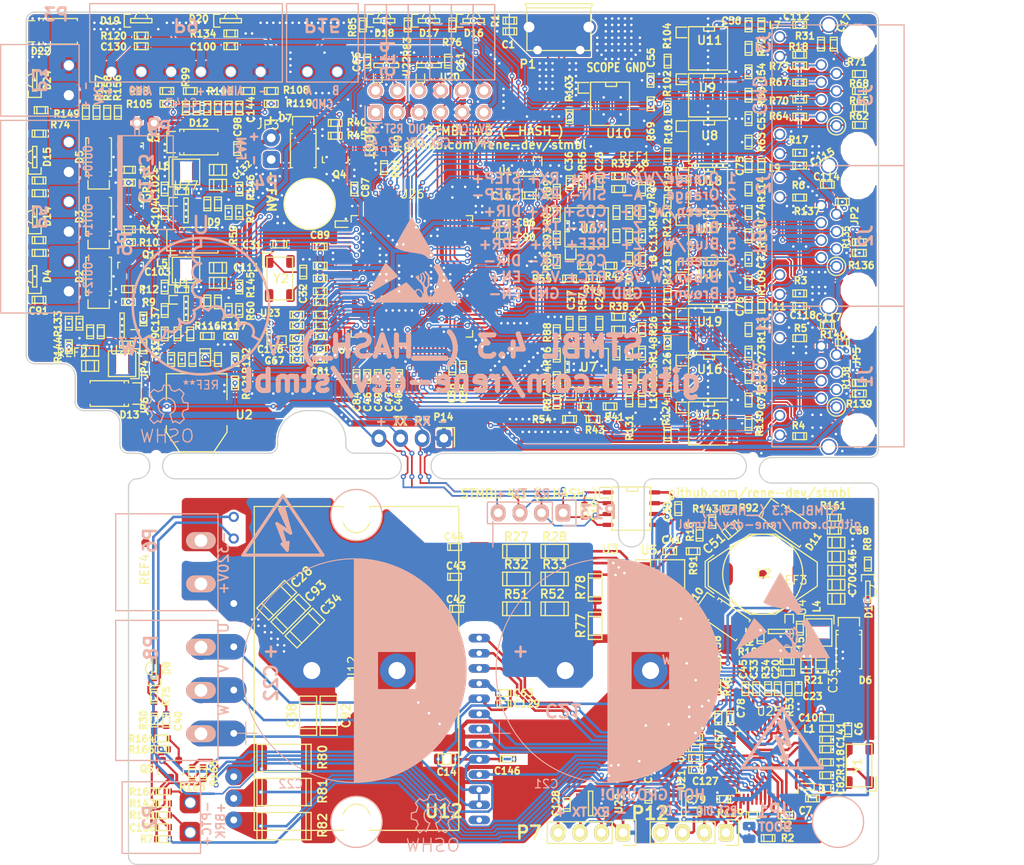
<source format=kicad_pcb>
(kicad_pcb (version 20171130) (host pcbnew 5.0.0-fee4fd1~65~ubuntu18.04.1)
  (layers (0 F.Cu signal) (31 B.Cu signal) (34 B.Paste user) (35 F.Paste user hide) (36 B.SilkS user hide) (37 F.SilkS user hide) (38 B.Mask user hide) (39 F.Mask user hide) (44 Edge.Cuts user))
  (net 0 "")
  (net 1 "Net-(C1-Pad1)")
  (net 2 GND)
  (net 3 +3.3VP)
  (net 4 GNDPWR)
  (net 5 "Net-(C5-Pad1)")
  (net 6 "Net-(C6-Pad1)")
  (net 7 +5V)
  (net 8 /hv/f3/A_U)
  (net 9 "Net-(C15-Pad2)")
  (net 10 +3V3)
  (net 11 /hv/f3/A_V)
  (net 12 VPP)
  (net 13 /hv/f3/A_W)
  (net 14 "Net-(C24-Pad1)")
  (net 15 "Net-(C24-Pad2)")
  (net 16 "Net-(C25-Pad1)")
  (net 17 "Net-(C25-Pad2)")
  (net 18 "Net-(C26-Pad1)")
  (net 19 "Net-(C26-Pad2)")
  (net 20 "Net-(C27-Pad1)")
  (net 21 "Net-(C27-Pad2)")
  (net 22 "Net-(C31-Pad1)")
  (net 23 "Net-(C32-Pad1)")
  (net 24 /hv/cur/A_IU)
  (net 25 /hv/f3/A_HV)
  (net 26 "Net-(C41-Pad1)")
  (net 27 /hv/back-emf/W)
  (net 28 /hv/back-emf/V)
  (net 29 /hv/back-emf/U)
  (net 30 /hv/cur/A_IV)
  (net 31 /ctrl/FB1/A12)
  (net 32 /ctrl/FB0/A12)
  (net 33 /ctrl/FB0/A35)
  (net 34 /ctrl/FB1/A35)
  (net 35 /hv/cur/A_IW)
  (net 36 +15V)
  (net 37 "Net-(C88-Pad1)")
  (net 38 "Net-(C90-Pad1)")
  (net 39 "Net-(D1-Pad2)")
  (net 40 "Net-(D1-Pad1)")
  (net 41 +24V)
  (net 42 "Net-(D2-Pad2)")
  (net 43 "Net-(D3-Pad2)")
  (net 44 "Net-(D5-Pad2)")
  (net 45 "Net-(D7-Pad2)")
  (net 46 "Net-(D8-Pad2)")
  (net 47 /ctrl/RX)
  (net 48 "Net-(Q1-Pad1)")
  (net 49 "Net-(Q2-Pad1)")
  (net 50 "Net-(Q3-Pad1)")
  (net 51 "Net-(Q4-Pad1)")
  (net 52 "Net-(JP1-Pad2)")
  (net 53 "Net-(R27-Pad2)")
  (net 54 "Net-(R32-Pad2)")
  (net 55 "Net-(J2-Pad3)")
  (net 56 "Net-(J1-Pad3)")
  (net 57 "Net-(J1-Pad6)")
  (net 58 "Net-(J2-Pad6)")
  (net 59 "Net-(J1-Pad1)")
  (net 60 "Net-(J2-Pad1)")
  (net 61 "Net-(J1-Pad2)")
  (net 62 "Net-(J2-Pad2)")
  (net 63 /hv/driver/CUH)
  (net 64 "Net-(R51-Pad2)")
  (net 65 "Net-(R54-Pad1)")
  (net 66 "Net-(R55-Pad1)")
  (net 67 "Net-(R56-Pad1)")
  (net 68 "Net-(R57-Pad1)")
  (net 69 "Net-(JP9-Pad2)")
  (net 70 "Net-(J3-Pad1)")
  (net 71 "Net-(J3-Pad2)")
  (net 72 "Net-(J3-Pad3)")
  (net 73 "Net-(J3-Pad6)")
  (net 74 "Net-(J3-Pad5)")
  (net 75 "Net-(J3-Pad4)")
  (net 76 "Net-(J3-Pad7)")
  (net 77 "Net-(J3-Pad8)")
  (net 78 /hv/f3/HV_RX)
  (net 79 "Net-(R77-Pad2)")
  (net 80 /hv/driver/CVH)
  (net 81 /hv/driver/CWH)
  (net 82 /ctrl/f4/CMD_12E)
  (net 83 /ctrl/f4/CMD_36E)
  (net 84 /ctrl/f4/CMD_45E)
  (net 85 /ctrl/f4/CMD_78E)
  (net 86 "Net-(J1-Pad5)")
  (net 87 "Net-(J1-Pad4)")
  (net 88 "Net-(J2-Pad5)")
  (net 89 "Net-(J2-Pad4)")
  (net 90 /hv/f3/A_T_HV)
  (net 91 /ctrl/FB0/E12)
  (net 92 /ctrl/FB1/E12)
  (net 93 /ctrl/FB0/E36)
  (net 94 /ctrl/FB1/E36)
  (net 95 /ctrl/FB1/E45)
  (net 96 /ctrl/FB0/E45)
  (net 97 /hv/f3/HV_EN)
  (net 98 /hv/f3/HV_TX)
  (net 99 /ctrl/f4/CMD_12)
  (net 100 /ctrl/f4/CMD_36)
  (net 101 /ctrl/f4/CMD_45)
  (net 102 /ctrl/f4/CMD_78)
  (net 103 /ctrl/FB1/D12)
  (net 104 /ctrl/FB0/D12)
  (net 105 /ctrl/FB1/D36)
  (net 106 /ctrl/FB0/D36)
  (net 107 /ctrl/FB0/D45)
  (net 108 /ctrl/FB1/D45)
  (net 109 "Net-(P1-Pad3)")
  (net 110 "Net-(P1-Pad2)")
  (net 111 "Net-(R129-Pad2)")
  (net 112 "Net-(C15-Pad1)")
  (net 113 "Net-(C53-Pad1)")
  (net 114 "Net-(C119-Pad2)")
  (net 115 "Net-(C71-Pad1)")
  (net 116 "Net-(C72-Pad1)")
  (net 117 "Net-(C105-Pad1)")
  (net 118 "Net-(C105-Pad2)")
  (net 119 "Net-(C106-Pad1)")
  (net 120 "Net-(C106-Pad2)")
  (net 121 +12V)
  (net 122 "Net-(R19-Pad1)")
  (net 123 "Net-(R131-Pad2)")
  (net 124 "Net-(R130-Pad2)")
  (net 125 "Net-(R30-Pad2)")
  (net 126 "Net-(R35-Pad1)")
  (net 127 /ctrl/TX)
  (net 128 /ctrl/IO/NRST)
  (net 129 +5F)
  (net 130 "Net-(C114-Pad1)")
  (net 131 "Net-(C117-Pad1)")
  (net 132 "Net-(C121-Pad1)")
  (net 133 "Net-(C121-Pad2)")
  (net 134 "Net-(R132-Pad1)")
  (net 135 /ctrl/FB0/A78)
  (net 136 /ctrl/FB1/A78)
  (net 137 /ctrl/f4/IO_AIN0)
  (net 138 /ctrl/f4/IO_AIN1)
  (net 139 "Net-(P9-Pad5)")
  (net 140 "Net-(P9-Pad2)")
  (net 141 /hv/f3/NRST)
  (net 142 "Net-(C36-Pad2)")
  (net 143 "Net-(C37-Pad2)")
  (net 144 /hv/f3/A_T_MOT)
  (net 145 "Net-(P2-Pad1)")
  (net 146 /hv/f3/SWCLK)
  (net 147 /hv/f3/SWDIO)
  (net 148 "Net-(R59-Pad1)")
  (net 149 GNDD)
  (net 150 "Net-(R15-Pad1)")
  (net 151 "Net-(R16-Pad1)")
  (net 152 "Net-(D4-Pad1)")
  (net 153 "Net-(D14-Pad1)")
  (net 154 "Net-(D15-Pad1)")
  (net 155 "Net-(D16-Pad1)")
  (net 156 "Net-(D17-Pad1)")
  (net 157 "Net-(D18-Pad1)")
  (net 158 "Net-(D19-Pad1)")
  (net 159 "Net-(D20-Pad1)")
  (net 160 /ctrl/IO/SWDIO)
  (net 161 /ctrl/IO/CAN_TX)
  (net 162 /ctrl/IO/CAN_RX)
  (net 163 /ctrl/IO/SWCK)
  (net 164 "Net-(R147-Pad2)")
  (net 165 "Net-(R148-Pad2)")
  (net 166 "Net-(R145-Pad2)")
  (net 167 "Net-(R143-Pad2)")
  (net 168 "Net-(R146-Pad2)")
  (net 169 "Net-(R133-Pad1)")
  (net 170 "Net-(C12-Pad1)")
  (net 171 "Net-(C13-Pad1)")
  (net 172 "Net-(C98-Pad1)")
  (net 173 /ctrl/IO/IO_RED)
  (net 174 /ctrl/IO/IO_YELLOW)
  (net 175 /ctrl/IO/IO_GREEN)
  (net 176 /ctrl/IO/IO_L0)
  (net 177 /ctrl/IO/IO_L1)
  (net 178 "Net-(D24-Pad1)")
  (net 179 /ctrl/f4/FB0_L1)
  (net 180 /ctrl/f4/FB1_L1)
  (net 181 /ctrl/f4/FB1_L2)
  (net 182 /ctrl/f4/FB0_L2)
  (net 183 /ctrl/IO/IO_OUT0)
  (net 184 /ctrl/IO/IO_OUT1)
  (net 185 /ctrl/f4/CMD_L1)
  (net 186 /ctrl/f4/CMD_L2)
  (net 187 /ctrl/IO/IO_FAN)
  (net 188 /hv/f3/IO_TX)
  (net 189 /hv/f3/IO_RX)
  (net 190 /ctrl/f4/EN_5V)
  (net 191 /ctrl/f4/A_24V)
  (net 192 /ctrl/f4/A_5V)
  (net 193 "Net-(R118-Pad1)")
  (net 194 "Net-(R153-Pad1)")
  (net 195 /ctrl/IO/IO_OUT2)
  (net 196 "Net-(J1-Pad9)")
  (net 197 "Net-(J1-Pad11)")
  (net 198 "Net-(J2-Pad9)")
  (net 199 "Net-(J2-Pad11)")
  (net 200 "Net-(J3-Pad9)")
  (net 201 "Net-(J3-Pad11)")
  (net 202 +5VA)
  (net 203 "Net-(C139-Pad1)")
  (net 204 "Net-(C101-Pad1)")
  (net 205 /hv/driver/LV)
  (net 206 /hv/driver/HW)
  (net 207 /hv/driver/LW)
  (net 208 /hv/driver/LU)
  (net 209 /hv/driver/HV)
  (net 210 /hv/driver/HU)
  (net 211 "Net-(R143-Pad1)")
  (net 212 "Net-(C41-Pad2)")
  (net 213 "Net-(C51-Pad1)")
  (net 214 "Net-(C141-Pad2)")
  (net 215 "Net-(Q5-Pad1)")
  (net 216 /hv/f3/BRK)
  (net 217 "Net-(P2-Pad2)")
  (net 218 "Net-(Q5-Pad3)")
  (net 219 "Net-(P1-Pad1)")
  (net 220 "Net-(P1-Pad4)")
  (net 221 "Net-(U21-Pad4)")
  (net 222 "Net-(U27-Pad3)")
  (net 223 "Net-(U1-Pad4)")
  (net 224 "Net-(U1-Pad6)")
  (net 225 "Net-(U4-Pad3)")
  (net 226 "Net-(U13-Pad3)")
  (net 227 "Net-(C44-Pad1)")
  (net 228 "Net-(U12-Pad17)")
  (net 229 "Net-(C42-Pad1)")
  (net 230 "Net-(C43-Pad1)")
  (module stmbl:R_1206 (layer F.Cu) (at 160 116.25)
    (fp_text reference R33 (at 0 -1.7) (layer F.SilkS) (effects (font (thickness 0.2))))
    (fp_text value 249k)
    (pad 1 smd roundrect (at -1.5 0) (size 1 1.6) (layers F.Cu F.Paste F.Mask) (net 54 "Net-(R32-Pad2)"))
    (pad 2 smd roundrect (at 1.5 0) (size 1 1.6) (layers F.Cu F.Paste F.Mask) (net 11 /hv/f3/A_V))
  )
  (module stmbl:SDIP2B-26L (layer F.Cu) (at 136.75 126.75 270)
    (fp_text reference U12 (at 0 0.5 270) (layer F.SilkS))
    (fp_text value STGIBxx)
    (pad 2 smd oval (at -14.224 -14.4 270) (size 1.2 3) (layers F.Cu F.Paste F.Mask) (net 227 "Net-(C44-Pad1)"))
    (pad 3 smd oval (at -10.668 -14.4 270) (size 1.2 3) (layers F.Cu F.Paste F.Mask) (net 230 "Net-(C43-Pad1)"))
    (pad 4 smd oval (at -7.112 -14.4 270) (size 1.2 3) (layers F.Cu F.Paste F.Mask) (net 229 "Net-(C42-Pad1)"))
    (pad 5 thru_hole oval (at -3.556 -14.4 270) (size 1 2.5) (drill 0.65) (layers *.Cu *.Mask) (net 210 /hv/driver/HU))
    (pad 6 thru_hole oval (at -1.778 -14.4 270) (size 1 2.5) (drill 0.65) (layers *.Cu *.Mask) (net 209 /hv/driver/HV))
    (pad 7 thru_hole oval (at 0 -14.4 270) (size 1 2.5) (drill 0.65) (layers *.Cu *.Mask) (net 206 /hv/driver/HW))
    (pad 8 thru_hole oval (at 1.778 -14.4 270) (size 1 2.5) (drill 0.65) (layers *.Cu *.Mask) (net 36 +15V))
    (pad 9 thru_hole oval (at 3.556 -14.4 270) (size 1 2.5) (drill 0.65) (layers *.Cu *.Mask) (net 4 GNDPWR))
    (pad 10 thru_hole oval (at 5.334 -14.4 270) (size 1 2.5) (drill 0.65) (layers *.Cu *.Mask) (net 208 /hv/driver/LU))
    (pad 11 thru_hole oval (at 7.112 -14.4 270) (size 1 2.5) (drill 0.65) (layers *.Cu *.Mask) (net 205 /hv/driver/LV))
    (pad 12 thru_hole oval (at 8.89 -14.4 270) (size 1 2.5) (drill 0.65) (layers *.Cu *.Mask) (net 207 /hv/driver/LW))
    (pad 13 thru_hole oval (at 10.668 -14.4 270) (size 1 2.5) (drill 0.65) (layers *.Cu *.Mask) (net 36 +15V))
    (pad 14 thru_hole oval (at 12.446 -14.4 270) (size 1 2.5) (drill 0.65) (layers *.Cu *.Mask) (net 97 /hv/f3/HV_EN))
    (pad 15 thru_hole oval (at 14.224 -14.4 270) (size 1 2.5) (drill 0.65) (layers *.Cu *.Mask) (net 4 GNDPWR))
    (pad 16 thru_hole oval (at 16.002 -14.4 270) (size 1 2.5) (drill 0.65) (layers *.Cu *.Mask) (net 4 GNDPWR))
    (pad 17 thru_hole oval (at 17.78 -14.4 270) (size 1 2.5) (drill 0.65) (layers *.Cu *.Mask) (net 228 "Net-(U12-Pad17)"))
    (pad 18 thru_hole circle (at 17.78 14.4 270) (size 2 2) (drill 0.8) (layers *.Cu *.Mask) (net 81 /hv/driver/CWH))
    (pad 19 thru_hole circle (at 15.24 14.4 270) (size 2 2) (drill 0.8) (layers *.Cu *.Mask) (net 80 /hv/driver/CVH))
    (pad 20 thru_hole circle (at 12.7 14.4 270) (size 2 2) (drill 0.8) (layers *.Cu *.Mask) (net 63 /hv/driver/CUH))
    (pad 21 thru_hole circle (at 7.62 14.4 270) (size 2 2) (drill 0.8) (layers *.Cu *.Mask) (net 27 /hv/back-emf/W))
    (pad 22 thru_hole circle (at 2.54 14.4 270) (size 2 2) (drill 0.8) (layers *.Cu *.Mask) (net 28 /hv/back-emf/V))
    (pad 24 thru_hole circle (at -7.62 14.4 270) (size 2 2) (drill 0.8) (layers *.Cu *.Mask) (net 12 VPP))
    (pad 23 thru_hole circle (at -2.54 14.4 270) (size 2 2) (drill 0.8) (layers *.Cu *.Mask) (net 29 /hv/back-emf/U))
    (pad 25 thru_hole oval (at -15.24 14.4 270) (size 1.2 1.2) (drill 0.7) (layers *.Cu *.Mask) (net 4 GNDPWR))
    (pad 26 thru_hole oval (at -17.78 14.4 270) (size 1.2 1.2) (drill 0.7) (layers *.Cu *.Mask) (net 90 /hv/f3/A_T_HV))
  )
  (module stmbl:C_0603 (layer F.Cu) (at 194.444 133.951 90)
    (fp_text reference C6 (at 0.111 1.246 90) (layer F.SilkS) (effects (font (size 0.8 0.8) (thickness 0.2))))
    (fp_text value 18p)
    (pad 2 smd roundrect (at 0.75 0 90) (size 0.59 0.8) (layers F.Cu F.Paste F.Mask) (net 4 GNDPWR))
    (pad 1 smd roundrect (at -0.75 0 90) (size 0.59 0.8) (layers F.Cu F.Paste F.Mask) (net 6 "Net-(C6-Pad1)"))
  )
  (module stmbl:R_2512 (layer F.Cu) (at 128.25 137.25)
    (fp_text reference R80 (at 4.518 -0.09 -270) (layer F.SilkS) (effects (font (thickness 0.2))))
    (fp_text value 0.003)
    (pad 1 smd roundrect (at -2.75 0) (size 1.5 3.2) (layers F.Cu F.Paste F.Mask) (net 63 /hv/driver/CUH))
    (pad 2 smd roundrect (at 2.75 0) (size 1.5 3.2) (layers F.Cu F.Paste F.Mask) (net 4 GNDPWR))
  )
  (module stmbl:Pin_Header_Straight_1x04 (layer F.Cu) (at 168.028 146.016 270)
    (fp_text reference P7 (at 0 11.049 180) (layer F.SilkS) (effects (font (size 1.5 1.5) (thickness 0.3))))
    (fp_text value CONN_01X04)
    (pad 4 thru_hole oval (at 0 7.62 270) (size 2.032 1.7272) (drill 1.016) (layers *.Cu *.Mask F.SilkS) (net 3 +3.3VP))
    (pad 3 thru_hole oval (at 0 5.08 270) (size 2.032 1.7272) (drill 1.016) (layers *.Cu *.Mask F.SilkS) (net 188 /hv/f3/IO_TX))
    (pad 2 thru_hole oval (at 0 2.54 270) (size 2.032 1.7272) (drill 1.016) (layers *.Cu *.Mask F.SilkS) (net 189 /hv/f3/IO_RX))
    (pad 1 thru_hole roundrect (at 0 0 270) (size 2.032 1.7272) (drill 1.016) (layers *.Cu *.Mask F.SilkS) (net 4 GNDPWR))
  )
  (module stmbl:R_0603 (layer F.Cu) (at 118.752 139.031 270)
    (fp_text reference R165 (at 0 -1.27 270) (layer F.SilkS) (effects (font (size 0.8 0.8) (thickness 0.2))))
    (fp_text value 1k)
    (pad 1 smd roundrect (at -0.75 0 270) (size 0.59 0.8) (layers F.Cu F.Paste F.Mask) (net 215 "Net-(Q5-Pad1)"))
    (pad 2 smd roundrect (at 0.75 0 270) (size 0.59 0.8) (layers F.Cu F.Paste F.Mask) (net 4 GNDPWR))
  )
  (module Capacitor_THT:CP_Radial_D26.0mm_P10.00mm_SnapIn (layer B.Cu) (at 161.25 127)
    (fp_text reference C21 (at -2.239 13.301) (layer B.SilkS) (effects (justify mirror)))
    (fp_text value 270µ)
    (pad 2 thru_hole circle (at 10 0) (size 4 4) (drill 2) (layers *.Cu *.Mask) (net 4 GNDPWR))
    (pad 1 thru_hole rect (at 0 0) (size 4 4) (drill 2) (layers *.Cu *.Mask) (net 12 VPP))
  )
  (module Capacitor_THT:CP_Radial_D26.0mm_P10.00mm_SnapIn (layer B.Cu) (at 131.5 127)
    (fp_text reference C22 (at -2.461 13.301) (layer B.SilkS) (effects (justify mirror)))
    (fp_text value 270µ)
    (pad 1 thru_hole rect (at 0 0) (size 4 4) (drill 2) (layers *.Cu *.Mask) (net 12 VPP))
    (pad 2 thru_hole circle (at 10 0) (size 4 4) (drill 2) (layers *.Cu *.Mask) (net 4 GNDPWR))
  )
  (module stmbl:C_0603 (layer F.Cu) (at 154.439 137.38)
    (fp_text reference C146 (at 0 1.397) (layer F.SilkS) (effects (font (size 0.8 0.8) (thickness 0.2))))
    (fp_text value 100n)
    (pad 1 smd roundrect (at -0.75 0) (size 0.59 0.8) (layers F.Cu F.Paste F.Mask) (net 36 +15V))
    (pad 2 smd roundrect (at 0.75 0) (size 0.59 0.8) (layers F.Cu F.Paste F.Mask) (net 4 GNDPWR))
  )
  (module stmbl:esd (layer B.Cu) (at 186.51 120.71 180)
    (fp_text reference G*** hide)
    (fp_text value LOGO hide)
  )
  (module stmbl:Symbol_HighVoltage_Type2_Top_VerySmall (layer B.Cu) (at 128.12 110.66 180)
    (fp_text reference REF** hide)
    (fp_text value Symbol_HighVoltage_Type2_Top_VerySmall)
  )
  (module stmbl:Pin_Header_Angled_1x04 (layer F.Cu) (at 147 99.75 270)
    (fp_text reference P14 (at -2.502 0.054) (layer F.SilkS) (effects (font (size 0.8 0.8) (thickness 0.2))))
    (fp_text value CONN_01X04)
    (pad 4 thru_hole oval (at 0 7.62 270) (size 2.032 1.7272) (drill 1.016) (layers *.Cu *.Mask F.CrtYd) (net 10 +3V3))
    (pad 3 thru_hole oval (at 0 5.08 270) (size 2.032 1.7272) (drill 1.016) (layers *.Cu *.Mask F.CrtYd) (net 127 /ctrl/TX))
    (pad 2 thru_hole oval (at 0 2.54 270) (size 2.032 1.7272) (drill 1.016) (layers *.Cu *.Mask F.CrtYd) (net 47 /ctrl/RX))
    (pad 1 thru_hole roundrect (at 0 0 270) (size 2.032 1.7272) (drill 1.016) (layers *.Cu *.Mask) (net 2 GND))
  )
  (module stmbl:C_Radial_D6.5_L11_P2.5 (layer B.Cu) (at 113 62.75 180)
    (fp_text reference C143 (at -3.212 2.332 180) (layer B.SilkS) (effects (justify mirror)))
    (fp_text value 22µ)
    (pad 2 thru_hole circle (at 2 0 180) (size 1.3 1.3) (drill 0.8) (layers *.Cu *.Mask B.SilkS) (net 2 GND))
    (pad 1 thru_hole roundrect (at 0 0 180) (size 1.3 1.3) (drill 0.8) (layers *.Cu *.Mask B.SilkS) (net 41 +24V))
  )
  (module stmbl:Fiducial_1mm_Outer_CopperTop (layer F.Cu) (at 112 112)
    (fp_text reference REF4 (at -0.106 3.155 90) (layer F.SilkS))
    (fp_text value Fiducial_1mm_Dia_2.54mm_Outer_CopperTop)
    (pad ~ smd circle (at 0 0) (size 1 1) (layers F.Cu F.Mask) (clearance 0.65))
  )
  (module stmbl:Fiducial_1mm_Outer_CopperTop (layer F.Cu) (at 166 66)
    (fp_text reference REF1 (at 3.4 0.7) (layer F.SilkS))
    (fp_text value Fiducial_1mm_Dia_2.54mm_Outer_CopperTop)
    (pad ~ smd circle (at 0 0) (size 1 1) (layers F.Cu F.Mask) (clearance 0.65))
  )
  (module stmbl:Fiducial_1mm_Outer_CopperTop (layer F.Cu) (at 100 89)
    (fp_text reference REF2 (at 3.4 0.7) (layer F.SilkS))
    (fp_text value Fiducial_1mm_Dia_2.54mm_Outer_CopperTop)
    (pad ~ smd circle (at 0 0) (size 1 1) (layers F.Cu F.Mask) (clearance 0.65))
  )
  (module stmbl:Fiducial_1mm_Outer_CopperTop (layer F.Cu) (at 184.415571 115.691597)
    (fp_text reference REF3 (at 3.4 0.7) (layer F.SilkS))
    (fp_text value Fiducial_1mm_Dia_2.54mm_Outer_CopperTop)
    (pad ~ smd circle (at 0 0) (size 1 1) (layers F.Cu F.Mask) (clearance 0.65))
  )
  (module stmbl:SOLDER_JUMPER (layer F.Cu) (at 140 65 270)
    (fp_text reference JP9 (at 0.244 -1.612 270) (layer F.SilkS) (effects (font (size 0.8 0.8) (thickness 0.2))))
    (fp_text value Jumper_NO_Small)
    (fp_line (start -0.75 0) (end -0.2 0) (layer F.Cu) (width 0.25))
    (fp_line (start 0.75 0) (end 0.2 0) (layer F.Cu) (width 0.25))
    (pad 1 smd roundrect (at -0.75 0 270) (size 1 1.5) (layers F.Cu F.Paste F.Mask) (net 10 +3V3))
    (pad 2 smd roundrect (at 0.75 0 270) (size 1 1.5) (layers F.Cu F.Paste F.Mask) (net 69 "Net-(JP9-Pad2)"))
  )
  (module stmbl:SOLDER_JUMPER (layer F.Cu) (at 113.25 92 90)
    (fp_text reference JP4 (at 0.34 -1.356 90) (layer F.SilkS) (effects (font (size 0.8 0.8) (thickness 0.2))))
    (fp_text value Jumper_NO_Small)
    (fp_line (start -0.75 0) (end -0.2 0) (layer F.Cu) (width 0.25))
    (fp_line (start 0.75 0) (end 0.2 0) (layer F.Cu) (width 0.25))
    (pad 1 smd roundrect (at -0.75 0 90) (size 1 1.5) (layers F.Cu F.Paste F.Mask) (net 129 +5F))
    (pad 2 smd roundrect (at 0.75 0 90) (size 1 1.5) (layers F.Cu F.Paste F.Mask) (net 7 +5V))
  )
  (module stmbl:SOLDER_JUMPER (layer B.Cu) (at 182.827 145.994 90)
    (fp_text reference JP1 (at 2.518 2.854 180) (layer B.SilkS) (effects (font (size 1.5 1.5) (thickness 0.3)) (justify mirror)))
    (fp_text value Jumper_NO_Small)
    (fp_line (start -0.75 0) (end -0.2 0) (layer B.Cu) (width 0.25))
    (fp_line (start 0.75 0) (end 0.2 0) (layer B.Cu) (width 0.25))
    (pad 1 smd roundrect (at -0.75 0 90) (size 1 1.5) (layers B.Cu B.Paste B.Mask) (net 3 +3.3VP))
    (pad 2 smd roundrect (at 0.75 0 90) (size 1 1.5) (layers B.Cu B.Paste B.Mask) (net 52 "Net-(JP1-Pad2)"))
  )
  (module stmbl:SOIC-7 (layer F.Cu) (at 173.25 116.5)
    (fp_text reference U5 (at -2.174 -3.631) (layer F.SilkS) (effects (font (thickness 0.2))))
    (fp_text value LNK304D)
    (pad 8 smd roundrect (at 2.45 -1.905 270) (size 0.6 2) (layers F.Cu F.Paste F.Mask) (net 212 "Net-(C41-Pad2)"))
    (pad 7 smd roundrect (at 2.45 -0.635 270) (size 0.6 2) (layers F.Cu F.Paste F.Mask) (net 212 "Net-(C41-Pad2)"))
    (pad 6 smd roundrect (at 2.45 0.635 270) (size 0.6 2) (layers F.Cu F.Paste F.Mask) (net 212 "Net-(C41-Pad2)"))
    (pad 5 smd roundrect (at 2.45 1.905 270) (size 0.6 2) (layers F.Cu F.Paste F.Mask) (net 212 "Net-(C41-Pad2)"))
    (pad 4 smd roundrect (at -2.45 1.905 270) (size 0.6 2) (layers F.Cu F.Paste F.Mask) (net 12 VPP))
    (pad 2 smd roundrect (at -2.45 -0.635 270) (size 0.6 2) (layers F.Cu F.Paste F.Mask) (net 211 "Net-(R143-Pad1)"))
    (pad 1 smd roundrect (at -2.45 -1.905 270) (size 0.6 2) (layers F.Cu F.Paste F.Mask) (net 26 "Net-(C41-Pad1)"))
  )
  (module stmbl:AC (layer B.Cu) (at 118.5 84.25 180)
    (fp_text reference REF** (at 0 -9.25 180) (layer B.SilkS) (effects (justify mirror)))
    (fp_text value AC)
    (fp_text user V (at -8.5 -4.75 180) (layer B.SilkS) (effects (font (size 2 2) (thickness 0.3)) (justify mirror)))
    (fp_text user U (at 0 9.5 180) (layer B.SilkS) (effects (font (size 2 2) (thickness 0.3)) (justify mirror)))
    (fp_text user W (at 8.5 -4.75 180) (layer B.SilkS) (effects (font (size 2 2) (thickness 0.3)) (justify mirror)))
  )
  (module stmbl:Symbol_OSHW-Logo_SilkScreen (layer B.Cu) (at 114.5 96 180)
    (fp_text reference LOGO1 hide)
    (fp_text value OPEN_HARDWARE_1)
  )
  (module stmbl:LED-0805-SIDE (layer F.Cu) (at 99 80.75 90)
    (fp_text reference D4 (at 0.012 1.464 90) (layer F.SilkS) (effects (font (size 0.8 0.8) (thickness 0.2))))
    (fp_text value green)
    (pad 2 smd roundrect (at 1 0 270) (size 1 0.75) (layers F.Cu F.Paste F.Mask) (net 41 +24V))
    (pad 1 smd roundrect (at -1 0 270) (size 1 0.75) (layers F.Cu F.Paste F.Mask) (net 152 "Net-(D4-Pad1)"))
  )
  (module stmbl:LED-0805-SIDE (layer F.Cu) (at 99 73.75 90)
    (fp_text reference D14 (at 0.012 1.464 90) (layer F.SilkS) (effects (font (size 0.8 0.8) (thickness 0.2))))
    (fp_text value green)
    (pad 2 smd roundrect (at 1 0 270) (size 1 0.75) (layers F.Cu F.Paste F.Mask) (net 41 +24V))
    (pad 1 smd roundrect (at -1 0 270) (size 1 0.75) (layers F.Cu F.Paste F.Mask) (net 153 "Net-(D14-Pad1)"))
  )
  (module stmbl:LED-0805-SIDE (layer F.Cu) (at 99 66.75 90)
    (fp_text reference D15 (at 0.012 1.464 90) (layer F.SilkS) (effects (font (size 0.8 0.8) (thickness 0.2))))
    (fp_text value green)
    (pad 2 smd roundrect (at 1 0 270) (size 1 0.75) (layers F.Cu F.Paste F.Mask) (net 41 +24V))
    (pad 1 smd roundrect (at -1 0 270) (size 1 0.75) (layers F.Cu F.Paste F.Mask) (net 154 "Net-(D15-Pad1)"))
  )
  (module stmbl:LED-0805-SIDE (layer F.Cu) (at 150.5 50.75)
    (fp_text reference D16 (at 0.012 1.464) (layer F.SilkS) (effects (font (size 0.8 0.8) (thickness 0.2))))
    (fp_text value red)
    (pad 2 smd roundrect (at 1 0 180) (size 1 0.75) (layers F.Cu F.Paste F.Mask) (net 173 /ctrl/IO/IO_RED))
    (pad 1 smd roundrect (at -1 0 180) (size 1 0.75) (layers F.Cu F.Paste F.Mask) (net 155 "Net-(D16-Pad1)"))
  )
  (module stmbl:LED-0805-SIDE (layer F.Cu) (at 145.25 50.75)
    (fp_text reference D17 (at 0.012 1.464) (layer F.SilkS) (effects (font (size 0.8 0.8) (thickness 0.2))))
    (fp_text value yellow)
    (pad 2 smd roundrect (at 1 0 180) (size 1 0.75) (layers F.Cu F.Paste F.Mask) (net 174 /ctrl/IO/IO_YELLOW))
    (pad 1 smd roundrect (at -1 0 180) (size 1 0.75) (layers F.Cu F.Paste F.Mask) (net 156 "Net-(D17-Pad1)"))
  )
  (module stmbl:LED-0805-SIDE (layer F.Cu) (at 140 50.75)
    (fp_text reference D18 (at 0.012 1.464) (layer F.SilkS) (effects (font (size 0.8 0.8) (thickness 0.2))))
    (fp_text value green)
    (pad 2 smd roundrect (at 1 0 180) (size 1 0.75) (layers F.Cu F.Paste F.Mask) (net 175 /ctrl/IO/IO_GREEN))
    (pad 1 smd roundrect (at -1 0 180) (size 1 0.75) (layers F.Cu F.Paste F.Mask) (net 157 "Net-(D18-Pad1)"))
  )
  (module stmbl:LED-0805-SIDE (layer F.Cu) (at 111.5 50.75)
    (fp_text reference D19 (at -3.67 0.016) (layer F.SilkS) (effects (font (size 0.8 0.8) (thickness 0.2))))
    (fp_text value green)
    (pad 2 smd roundrect (at 1 0 180) (size 1 0.75) (layers F.Cu F.Paste F.Mask) (net 176 /ctrl/IO/IO_L0))
    (pad 1 smd roundrect (at -1 0 180) (size 1 0.75) (layers F.Cu F.Paste F.Mask) (net 158 "Net-(D19-Pad1)"))
  )
  (module stmbl:LED-0805-SIDE (layer F.Cu) (at 122 50.75)
    (fp_text reference D20 (at -3.756 -0.238) (layer F.SilkS) (effects (font (size 0.8 0.8) (thickness 0.2))))
    (fp_text value green)
    (pad 2 smd roundrect (at 1 0 180) (size 1 0.75) (layers F.Cu F.Paste F.Mask) (net 177 /ctrl/IO/IO_L1))
    (pad 1 smd roundrect (at -1 0 180) (size 1 0.75) (layers F.Cu F.Paste F.Mask) (net 159 "Net-(D20-Pad1)"))
  )
  (module stmbl:LED-0805-SIDE (layer F.Cu) (at 99 57.75 90)
    (fp_text reference D24 (at 0.012 1.464 90) (layer F.SilkS) (effects (font (size 0.8 0.8) (thickness 0.2))))
    (fp_text value green)
    (pad 2 smd roundrect (at 1 0 270) (size 1 0.75) (layers F.Cu F.Paste F.Mask) (net 41 +24V))
    (pad 1 smd roundrect (at -1 0 270) (size 1 0.75) (layers F.Cu F.Paste F.Mask) (net 178 "Net-(D24-Pad1)"))
  )
  (module stmbl:LED-0805-SIDE (layer F.Cu) (at 196.75 117.75 270)
    (fp_text reference D1 (at 2.358 -0.107 270) (layer F.SilkS) (effects (font (size 0.8 0.8) (thickness 0.2))))
    (fp_text value red)
    (pad 2 smd roundrect (at 1 0 90) (size 1 0.75) (layers F.Cu F.Paste F.Mask) (net 39 "Net-(D1-Pad2)"))
    (pad 1 smd roundrect (at -1 0 90) (size 1 0.75) (layers F.Cu F.Paste F.Mask) (net 40 "Net-(D1-Pad1)"))
  )
  (module stmbl:LED-0805-SIDE (layer F.Cu) (at 113 126.75 90)
    (fp_text reference D8 (at 0.012 1.464 90) (layer F.SilkS) (effects (font (size 0.8 0.8) (thickness 0.2))))
    (fp_text value green)
    (pad 2 smd roundrect (at 1 0 270) (size 1 0.75) (layers F.Cu F.Paste F.Mask) (net 46 "Net-(D8-Pad2)"))
    (pad 1 smd roundrect (at -1 0 270) (size 1 0.75) (layers F.Cu F.Paste F.Mask) (net 4 GNDPWR))
  )
  (module stmbl:R_2512 (layer F.Cu) (at 128.25 145.25)
    (fp_text reference R82 (at 4.518 -0.09 -270) (layer F.SilkS) (effects (font (thickness 0.2))))
    (fp_text value 0.003)
    (pad 1 smd roundrect (at -2.75 0) (size 1.5 3.2) (layers F.Cu F.Paste F.Mask) (net 81 /hv/driver/CWH))
    (pad 2 smd roundrect (at 2.75 0) (size 1.5 3.2) (layers F.Cu F.Paste F.Mask) (net 4 GNDPWR))
  )
  (module stmbl:R_2512 (layer F.Cu) (at 128.25 141.25)
    (fp_text reference R81 (at 4.518 -0.09 -270) (layer F.SilkS) (effects (font (thickness 0.2))))
    (fp_text value 0.003)
    (pad 1 smd roundrect (at -2.75 0) (size 1.5 3.2) (layers F.Cu F.Paste F.Mask) (net 80 /hv/driver/CVH))
    (pad 2 smd roundrect (at 2.75 0) (size 1.5 3.2) (layers F.Cu F.Paste F.Mask) (net 4 GNDPWR))
  )
  (module stmbl:SOT-223 (layer F.Cu) (at 118 96.75 270)
    (fp_text reference U2 (at 0.244 -5.578) (layer F.SilkS) (effects (font (thickness 0.2))))
    (fp_text value zldo1117)
    (pad 2 smd roundrect (at 3.25 0 180) (size 3.5 2) (layers F.Cu F.Paste F.Mask) (net 10 +3V3))
    (pad 2 smd roundrect (at -3.25 0 180) (size 1 2) (layers F.Cu F.Paste F.Mask) (net 10 +3V3))
    (pad 3 smd roundrect (at -3.25 2.25 180) (size 1 2) (layers F.Cu F.Paste F.Mask) (net 7 +5V))
    (pad 1 smd roundrect (at -3.25 -2.25 180) (size 1 2) (layers F.Cu F.Paste F.Mask) (net 2 GND))
  )
  (module stmbl:LQFP-100_14x14mm_Pitch0.5mm (layer F.Cu) (at 143.25 80.75)
    (fp_text reference U26 (at 0 -9.65) (layer F.SilkS))
    (fp_text value STM32F405VG)
    (pad 1 smd roundrect (at -7.9 -6) (size 1.5 0.25) (layers F.Cu F.Paste F.Mask) (net 2 GND))
    (pad 2 smd roundrect (at -7.9 -5.5) (size 1.5 0.25) (layers F.Cu F.Paste F.Mask) (net 187 /ctrl/IO/IO_FAN))
    (pad 3 smd roundrect (at -7.9 -5) (size 1.5 0.25) (layers F.Cu F.Paste F.Mask) (net 183 /ctrl/IO/IO_OUT0))
    (pad 4 smd roundrect (at -7.9 -4.5) (size 1.5 0.25) (layers F.Cu F.Paste F.Mask) (net 184 /ctrl/IO/IO_OUT1))
    (pad 5 smd roundrect (at -7.9 -4) (size 1.5 0.25) (layers F.Cu F.Paste F.Mask) (net 195 /ctrl/IO/IO_OUT2))
    (pad 6 smd roundrect (at -7.9 -3.5) (size 1.5 0.25) (layers F.Cu F.Paste F.Mask) (net 10 +3V3))
    (pad 7 smd roundrect (at -7.9 -3) (size 1.5 0.25) (layers F.Cu F.Paste F.Mask) (net 190 /ctrl/f4/EN_5V))
    (pad 8 smd roundrect (at -7.9 -2.5) (size 1.5 0.25) (layers F.Cu F.Paste F.Mask) (net 2 GND))
    (pad 9 smd roundrect (at -7.9 -2) (size 1.5 0.25) (layers F.Cu F.Paste F.Mask) (net 2 GND))
    (pad 10 smd roundrect (at -7.9 -1.5) (size 1.5 0.25) (layers F.Cu F.Paste F.Mask) (net 2 GND))
    (pad 11 smd roundrect (at -7.9 -1) (size 1.5 0.25) (layers F.Cu F.Paste F.Mask) (net 10 +3V3))
    (pad 12 smd roundrect (at -7.9 -0.5) (size 1.5 0.25) (layers F.Cu F.Paste F.Mask) (net 22 "Net-(C31-Pad1)"))
    (pad 13 smd roundrect (at -7.9 0) (size 1.5 0.25) (layers F.Cu F.Paste F.Mask) (net 194 "Net-(R153-Pad1)"))
    (pad 14 smd roundrect (at -7.9 0.5) (size 1.5 0.25) (layers F.Cu F.Paste F.Mask) (net 128 /ctrl/IO/NRST))
    (pad 15 smd roundrect (at -7.9 1) (size 1.5 0.25) (layers F.Cu F.Paste F.Mask) (net 137 /ctrl/f4/IO_AIN0))
    (pad 16 smd roundrect (at -7.9 1.5) (size 1.5 0.25) (layers F.Cu F.Paste F.Mask) (net 138 /ctrl/f4/IO_AIN1))
    (pad 17 smd roundrect (at -7.9 2) (size 1.5 0.25) (layers F.Cu F.Paste F.Mask) (net 135 /ctrl/FB0/A78))
    (pad 18 smd roundrect (at -7.9 2.5) (size 1.5 0.25) (layers F.Cu F.Paste F.Mask) (net 136 /ctrl/FB1/A78))
    (pad 19 smd roundrect (at -7.9 3) (size 1.5 0.25) (layers F.Cu F.Paste F.Mask) (net 10 +3V3))
    (pad 20 smd roundrect (at -7.9 3.5) (size 1.5 0.25) (layers F.Cu F.Paste F.Mask) (net 2 GND))
    (pad 21 smd roundrect (at -7.9 4) (size 1.5 0.25) (layers F.Cu F.Paste F.Mask) (net 114 "Net-(C119-Pad2)"))
    (pad 22 smd roundrect (at -7.9 4.5) (size 1.5 0.25) (layers F.Cu F.Paste F.Mask) (net 114 "Net-(C119-Pad2)"))
    (pad 23 smd roundrect (at -7.9 5) (size 1.5 0.25) (layers F.Cu F.Paste F.Mask) (net 100 /ctrl/f4/CMD_36))
    (pad 24 smd roundrect (at -7.9 5.5) (size 1.5 0.25) (layers F.Cu F.Paste F.Mask) (net 192 /ctrl/f4/A_5V))
    (pad 25 smd roundrect (at -7.9 6) (size 1.5 0.25) (layers F.Cu F.Paste F.Mask) (net 127 /ctrl/TX))
    (pad 26 smd roundrect (at -6 7.9 90) (size 1.5 0.25) (layers F.Cu F.Paste F.Mask) (net 47 /ctrl/RX))
    (pad 27 smd roundrect (at -5.5 7.9 90) (size 1.5 0.25) (layers F.Cu F.Paste F.Mask) (net 2 GND))
    (pad 28 smd roundrect (at -5 7.9 90) (size 1.5 0.25) (layers F.Cu F.Paste F.Mask) (net 10 +3V3))
    (pad 29 smd roundrect (at -4.5 7.9 90) (size 1.5 0.25) (layers F.Cu F.Paste F.Mask) (net 31 /ctrl/FB1/A12))
    (pad 30 smd roundrect (at -4 7.9 90) (size 1.5 0.25) (layers F.Cu F.Paste F.Mask) (net 34 /ctrl/FB1/A35))
    (pad 31 smd roundrect (at -3.5 7.9 90) (size 1.5 0.25) (layers F.Cu F.Paste F.Mask) (net 32 /ctrl/FB0/A12))
    (pad 32 smd roundrect (at -3 7.9 90) (size 1.5 0.25) (layers F.Cu F.Paste F.Mask) (net 33 /ctrl/FB0/A35))
    (pad 33 smd roundrect (at -2.5 7.9 90) (size 1.5 0.25) (layers F.Cu F.Paste F.Mask) (net 2 GND))
    (pad 34 smd roundrect (at -2 7.9 90) (size 1.5 0.25) (layers F.Cu F.Paste F.Mask) (net 2 GND))
    (pad 35 smd roundrect (at -1.5 7.9 90) (size 1.5 0.25) (layers F.Cu F.Paste F.Mask) (net 2 GND))
    (pad 36 smd roundrect (at -1 7.9 90) (size 1.5 0.25) (layers F.Cu F.Paste F.Mask) (net 191 /ctrl/f4/A_24V))
    (pad 37 smd roundrect (at -0.5 7.9 90) (size 1.5 0.25) (layers F.Cu F.Paste F.Mask) (net 85 /ctrl/f4/CMD_78E))
    (pad 38 smd roundrect (at 0 7.9 90) (size 1.5 0.25) (layers F.Cu F.Paste F.Mask) (net 180 /ctrl/f4/FB1_L1))
    (pad 39 smd roundrect (at 0.5 7.9 90) (size 1.5 0.25) (layers F.Cu F.Paste F.Mask) (net 181 /ctrl/f4/FB1_L2))
    (pad 40 smd roundrect (at 1 7.9 90) (size 1.5 0.25) (layers F.Cu F.Paste F.Mask) (net 103 /ctrl/FB1/D12))
    (pad 41 smd roundrect (at 1.5 7.9 90) (size 1.5 0.25) (layers F.Cu F.Paste F.Mask) (net 92 /ctrl/FB1/E12))
    (pad 42 smd roundrect (at 2 7.9 90) (size 1.5 0.25) (layers F.Cu F.Paste F.Mask) (net 105 /ctrl/FB1/D36))
    (pad 43 smd roundrect (at 2.5 7.9 90) (size 1.5 0.25) (layers F.Cu F.Paste F.Mask) (net 94 /ctrl/FB1/E36))
    (pad 44 smd roundrect (at 3 7.9 90) (size 1.5 0.25) (layers F.Cu F.Paste F.Mask) (net 108 /ctrl/FB1/D45))
    (pad 45 smd roundrect (at 3.5 7.9 90) (size 1.5 0.25) (layers F.Cu F.Paste F.Mask) (net 95 /ctrl/FB1/E45))
    (pad 46 smd roundrect (at 4 7.9 90) (size 1.5 0.25) (layers F.Cu F.Paste F.Mask) (net 2 GND))
    (pad 47 smd roundrect (at 4.5 7.9 90) (size 1.5 0.25) (layers F.Cu F.Paste F.Mask) (net 108 /ctrl/FB1/D45))
    (pad 48 smd roundrect (at 5 7.9 90) (size 1.5 0.25) (layers F.Cu F.Paste F.Mask) (net 103 /ctrl/FB1/D12))
    (pad 49 smd roundrect (at 5.5 7.9 90) (size 1.5 0.25) (layers F.Cu F.Paste F.Mask) (net 37 "Net-(C88-Pad1)"))
    (pad 50 smd roundrect (at 6 7.9 90) (size 1.5 0.25) (layers F.Cu F.Paste F.Mask) (net 10 +3V3))
    (pad 51 smd roundrect (at 7.9 6) (size 1.5 0.25) (layers F.Cu F.Paste F.Mask) (net 105 /ctrl/FB1/D36))
    (pad 52 smd roundrect (at 7.9 5.5) (size 1.5 0.25) (layers F.Cu F.Paste F.Mask) (net 105 /ctrl/FB1/D36))
    (pad 53 smd roundrect (at 7.9 5) (size 1.5 0.25) (layers F.Cu F.Paste F.Mask) (net 103 /ctrl/FB1/D12))
    (pad 54 smd roundrect (at 7.9 4.5) (size 1.5 0.25) (layers F.Cu F.Paste F.Mask) (net 108 /ctrl/FB1/D45))
    (pad 55 smd roundrect (at 7.9 4) (size 1.5 0.25) (layers F.Cu F.Paste F.Mask) (net 179 /ctrl/f4/FB0_L1))
    (pad 56 smd roundrect (at 7.9 3.5) (size 1.5 0.25) (layers F.Cu F.Paste F.Mask) (net 182 /ctrl/f4/FB0_L2))
    (pad 57 smd roundrect (at 7.9 3) (size 1.5 0.25) (layers F.Cu F.Paste F.Mask) (net 93 /ctrl/FB0/E36))
    (pad 58 smd roundrect (at 7.9 2.5) (size 1.5 0.25) (layers F.Cu F.Paste F.Mask) (net 91 /ctrl/FB0/E12))
    (pad 59 smd roundrect (at 7.9 2) (size 1.5 0.25) (layers F.Cu F.Paste F.Mask) (net 104 /ctrl/FB0/D12))
    (pad 60 smd roundrect (at 7.9 1.5) (size 1.5 0.25) (layers F.Cu F.Paste F.Mask) (net 106 /ctrl/FB0/D36))
    (pad 61 smd roundrect (at 7.9 1) (size 1.5 0.25) (layers F.Cu F.Paste F.Mask) (net 107 /ctrl/FB0/D45))
    (pad 62 smd roundrect (at 7.9 0.5) (size 1.5 0.25) (layers F.Cu F.Paste F.Mask) (net 96 /ctrl/FB0/E45))
    (pad 63 smd roundrect (at 7.9 0) (size 1.5 0.25) (layers F.Cu F.Paste F.Mask) (net 107 /ctrl/FB0/D45))
    (pad 64 smd roundrect (at 7.9 -0.5) (size 1.5 0.25) (layers F.Cu F.Paste F.Mask) (net 104 /ctrl/FB0/D12))
    (pad 65 smd roundrect (at 7.9 -1) (size 1.5 0.25) (layers F.Cu F.Paste F.Mask) (net 106 /ctrl/FB0/D36))
    (pad 66 smd roundrect (at 7.9 -1.5) (size 1.5 0.25) (layers F.Cu F.Paste F.Mask) (net 2 GND))
    (pad 67 smd roundrect (at 7.9 -2) (size 1.5 0.25) (layers F.Cu F.Paste F.Mask) (net 100 /ctrl/f4/CMD_36))
    (pad 68 smd roundrect (at 7.9 -2.5) (size 1.5 0.25) (layers F.Cu F.Paste F.Mask) (net 101 /ctrl/f4/CMD_45))
    (pad 69 smd roundrect (at 7.9 -3) (size 1.5 0.25) (layers F.Cu F.Paste F.Mask) (net 99 /ctrl/f4/CMD_12))
    (pad 70 smd roundrect (at 7.9 -3.5) (size 1.5 0.25) (layers F.Cu F.Paste F.Mask) (net 110 "Net-(P1-Pad2)"))
    (pad 71 smd roundrect (at 7.9 -4) (size 1.5 0.25) (layers F.Cu F.Paste F.Mask) (net 109 "Net-(P1-Pad3)"))
    (pad 72 smd roundrect (at 7.9 -4.5) (size 1.5 0.25) (layers F.Cu F.Paste F.Mask) (net 160 /ctrl/IO/SWDIO))
    (pad 73 smd roundrect (at 7.9 -5) (size 1.5 0.25) (layers F.Cu F.Paste F.Mask) (net 38 "Net-(C90-Pad1)"))
    (pad 74 smd roundrect (at 7.9 -5.5) (size 1.5 0.25) (layers F.Cu F.Paste F.Mask) (net 2 GND))
    (pad 75 smd roundrect (at 7.9 -6) (size 1.5 0.25) (layers F.Cu F.Paste F.Mask) (net 10 +3V3))
    (pad 76 smd roundrect (at 6 -7.9 90) (size 1.5 0.25) (layers F.Cu F.Paste F.Mask) (net 163 /ctrl/IO/SWCK))
    (pad 77 smd roundrect (at 5.5 -7.9 90) (size 1.5 0.25) (layers F.Cu F.Paste F.Mask) (net 99 /ctrl/f4/CMD_12))
    (pad 78 smd roundrect (at 5 -7.9 90) (size 1.5 0.25) (layers F.Cu F.Paste F.Mask) (net 106 /ctrl/FB0/D36))
    (pad 79 smd roundrect (at 4.5 -7.9 90) (size 1.5 0.25) (layers F.Cu F.Paste F.Mask) (net 104 /ctrl/FB0/D12))
    (pad 80 smd roundrect (at 4 -7.9 90) (size 1.5 0.25) (layers F.Cu F.Paste F.Mask) (net 107 /ctrl/FB0/D45))
    (pad 81 smd roundrect (at 3.5 -7.9 90) (size 1.5 0.25) (layers F.Cu F.Paste F.Mask) (net 162 /ctrl/IO/CAN_RX))
    (pad 82 smd roundrect (at 3 -7.9 90) (size 1.5 0.25) (layers F.Cu F.Paste F.Mask) (net 161 /ctrl/IO/CAN_TX))
    (pad 83 smd roundrect (at 2.5 -7.9 90) (size 1.5 0.25) (layers F.Cu F.Paste F.Mask) (net 2 GND))
    (pad 84 smd roundrect (at 2 -7.9 90) (size 1.5 0.25) (layers F.Cu F.Paste F.Mask) (net 173 /ctrl/IO/IO_RED))
    (pad 85 smd roundrect (at 1.5 -7.9 90) (size 1.5 0.25) (layers F.Cu F.Paste F.Mask) (net 174 /ctrl/IO/IO_YELLOW))
    (pad 86 smd roundrect (at 1 -7.9 90) (size 1.5 0.25) (layers F.Cu F.Paste F.Mask) (net 175 /ctrl/IO/IO_GREEN))
    (pad 87 smd roundrect (at 0.5 -7.9 90) (size 1.5 0.25) (layers F.Cu F.Paste F.Mask) (net 186 /ctrl/f4/CMD_L2))
    (pad 88 smd roundrect (at 0 -7.9 90) (size 1.5 0.25) (layers F.Cu F.Paste F.Mask) (net 185 /ctrl/f4/CMD_L1))
    (pad 89 smd roundrect (at -0.5 -7.9 90) (size 1.5 0.25) (layers F.Cu F.Paste F.Mask) (net 100 /ctrl/f4/CMD_36))
    (pad 90 smd roundrect (at -1 -7.9 90) (size 1.5 0.25) (layers F.Cu F.Paste F.Mask) (net 99 /ctrl/f4/CMD_12))
    (pad 91 smd roundrect (at -1.5 -7.9 90) (size 1.5 0.25) (layers F.Cu F.Paste F.Mask) (net 101 /ctrl/f4/CMD_45))
    (pad 92 smd roundrect (at -2 -7.9 90) (size 1.5 0.25) (layers F.Cu F.Paste F.Mask) (net 82 /ctrl/f4/CMD_12E))
    (pad 93 smd roundrect (at -2.5 -7.9 90) (size 1.5 0.25) (layers F.Cu F.Paste F.Mask) (net 83 /ctrl/f4/CMD_36E))
    (pad 94 smd roundrect (at -3 -7.9 90) (size 1.5 0.25) (layers F.Cu F.Paste F.Mask) (net 69 "Net-(JP9-Pad2)"))
    (pad 95 smd roundrect (at -3.5 -7.9 90) (size 1.5 0.25) (layers F.Cu F.Paste F.Mask) (net 102 /ctrl/f4/CMD_78))
    (pad 96 smd roundrect (at -4 -7.9 90) (size 1.5 0.25) (layers F.Cu F.Paste F.Mask) (net 84 /ctrl/f4/CMD_45E))
    (pad 97 smd roundrect (at -4.5 -7.9 90) (size 1.5 0.25) (layers F.Cu F.Paste F.Mask) (net 177 /ctrl/IO/IO_L1))
    (pad 98 smd roundrect (at -5 -7.9 90) (size 1.5 0.25) (layers F.Cu F.Paste F.Mask) (net 176 /ctrl/IO/IO_L0))
    (pad 99 smd roundrect (at -5.5 -7.9 90) (size 1.5 0.25) (layers F.Cu F.Paste F.Mask) (net 2 GND))
    (pad 100 smd roundrect (at -6 -7.9 90) (size 1.5 0.25) (layers F.Cu F.Paste F.Mask) (net 10 +3V3))
  )
  (module stmbl:SOT-23-6 (layer F.Cu) (at 164.218 142.587 180)
    (fp_text reference U29 (at -3.302 0 -90) (layer F.SilkS) (effects (font (size 0.8 0.8) (thickness 0.2))))
    (fp_text value USBLC6-4SC6)
    (pad 1 smd roundrect (at -1.2 -0.95 180) (size 1 0.475) (layers F.Cu F.Paste F.Mask) (net 4 GNDPWR))
    (pad 2 smd roundrect (at -1.2 0 180) (size 1 0.475) (layers F.Cu F.Paste F.Mask) (net 4 GNDPWR))
    (pad 3 smd roundrect (at -1.2 0.95 180) (size 1 0.475) (layers F.Cu F.Paste F.Mask) (net 4 GNDPWR))
    (pad 4 smd roundrect (at 1.2 0.95 180) (size 1 0.475) (layers F.Cu F.Paste F.Mask) (net 189 /hv/f3/IO_RX))
    (pad 6 smd roundrect (at 1.2 -0.95 180) (size 1 0.475) (layers F.Cu F.Paste F.Mask) (net 188 /hv/f3/IO_TX))
    (pad 5 smd roundrect (at 1.2 0 180) (size 1 0.475) (layers F.Cu F.Paste F.Mask) (net 3 +3.3VP))
  )
  (module stmbl:SOT-23-6 (layer F.Cu) (at 126.5 87.25 180)
    (fp_text reference U23 (at -0.126 2.194 180) (layer F.SilkS) (effects (font (size 0.8 0.8) (thickness 0.2))))
    (fp_text value USBLC6-4SC6)
    (pad 1 smd roundrect (at -1.2 -0.95 180) (size 1 0.475) (layers F.Cu F.Paste F.Mask) (net 135 /ctrl/FB0/A78))
    (pad 2 smd roundrect (at -1.2 0 180) (size 1 0.475) (layers F.Cu F.Paste F.Mask) (net 2 GND))
    (pad 3 smd roundrect (at -1.2 0.95 180) (size 1 0.475) (layers F.Cu F.Paste F.Mask) (net 138 /ctrl/f4/IO_AIN1))
    (pad 4 smd roundrect (at 1.2 0.95 180) (size 1 0.475) (layers F.Cu F.Paste F.Mask) (net 137 /ctrl/f4/IO_AIN0))
    (pad 6 smd roundrect (at 1.2 -0.95 180) (size 1 0.475) (layers F.Cu F.Paste F.Mask) (net 136 /ctrl/FB1/A78))
    (pad 5 smd roundrect (at 1.2 0 180) (size 1 0.475) (layers F.Cu F.Paste F.Mask) (net 10 +3V3))
  )
  (module stmbl:SOT-23-6 (layer F.Cu) (at 140.25 56 90)
    (fp_text reference U22 (at -0.1 2.378 90) (layer F.SilkS) (effects (font (size 0.8 0.8) (thickness 0.2))))
    (fp_text value USBLC6-4SC6)
    (pad 1 smd roundrect (at -1.2 -0.95 90) (size 1 0.475) (layers F.Cu F.Paste F.Mask) (net 100 /ctrl/f4/CMD_36))
    (pad 2 smd roundrect (at -1.2 0 90) (size 1 0.475) (layers F.Cu F.Paste F.Mask) (net 2 GND))
    (pad 3 smd roundrect (at -1.2 0.95 90) (size 1 0.475) (layers F.Cu F.Paste F.Mask) (net 128 /ctrl/IO/NRST))
    (pad 4 smd roundrect (at 1.2 0.95 90) (size 1 0.475) (layers F.Cu F.Paste F.Mask) (net 99 /ctrl/f4/CMD_12))
    (pad 6 smd roundrect (at 1.2 -0.95 90) (size 1 0.475) (layers F.Cu F.Paste F.Mask) (net 101 /ctrl/f4/CMD_45))
    (pad 5 smd roundrect (at 1.2 0 90) (size 1 0.475) (layers F.Cu F.Paste F.Mask) (net 7 +5V))
  )
  (module stmbl:SOT-23-6 (layer F.Cu) (at 175.14 142.587 180)
    (fp_text reference U21 (at 0.254 2.794 -90) (layer F.SilkS) (effects (font (size 0.8 0.8) (thickness 0.2))))
    (fp_text value USBLC6-4SC6)
    (pad 1 smd roundrect (at -1.2 -0.95 180) (size 1 0.475) (layers F.Cu F.Paste F.Mask) (net 147 /hv/f3/SWDIO))
    (pad 2 smd roundrect (at -1.2 0 180) (size 1 0.475) (layers F.Cu F.Paste F.Mask) (net 4 GNDPWR))
    (pad 3 smd roundrect (at -1.2 0.95 180) (size 1 0.475) (layers F.Cu F.Paste F.Mask) (net 146 /hv/f3/SWCLK))
    (pad 4 smd roundrect (at 1.2 0.95 180) (size 1 0.475) (layers F.Cu F.Paste F.Mask) (net 221 "Net-(U21-Pad4)"))
    (pad 6 smd roundrect (at 1.2 -0.95 180) (size 1 0.475) (layers F.Cu F.Paste F.Mask) (net 141 /hv/f3/NRST))
    (pad 5 smd roundrect (at 1.2 0 180) (size 1 0.475) (layers F.Cu F.Paste F.Mask) (net 3 +3.3VP))
  )
  (module stmbl:SOT-23-6 (layer F.Cu) (at 145.25 56 90)
    (fp_text reference U20 (at -1.37 2.458 -180) (layer F.SilkS) (effects (font (size 0.8 0.8) (thickness 0.2))))
    (fp_text value USBLC6-4SC6)
    (pad 1 smd roundrect (at -1.2 -0.95 90) (size 1 0.475) (layers F.Cu F.Paste F.Mask) (net 160 /ctrl/IO/SWDIO))
    (pad 2 smd roundrect (at -1.2 0 90) (size 1 0.475) (layers F.Cu F.Paste F.Mask) (net 2 GND))
    (pad 3 smd roundrect (at -1.2 0.95 90) (size 1 0.475) (layers F.Cu F.Paste F.Mask) (net 162 /ctrl/IO/CAN_RX))
    (pad 4 smd roundrect (at 1.2 0.95 90) (size 1 0.475) (layers F.Cu F.Paste F.Mask) (net 163 /ctrl/IO/SWCK))
    (pad 6 smd roundrect (at 1.2 -0.95 90) (size 1 0.475) (layers F.Cu F.Paste F.Mask) (net 161 /ctrl/IO/CAN_TX))
    (pad 5 smd roundrect (at 1.2 0 90) (size 1 0.475) (layers F.Cu F.Paste F.Mask) (net 7 +5V))
  )
  (module stmbl:SOT-23-6 (layer F.Cu) (at 157 68.75 270)
    (fp_text reference U1 (at -0.29 2.784) (layer F.SilkS) (effects (font (size 0.8 0.8) (thickness 0.2))))
    (fp_text value USBLC6-4SC6)
    (pad 1 smd roundrect (at -1.2 -0.95 270) (size 1 0.475) (layers F.Cu F.Paste F.Mask) (net 110 "Net-(P1-Pad2)"))
    (pad 2 smd roundrect (at -1.2 0 270) (size 1 0.475) (layers F.Cu F.Paste F.Mask) (net 2 GND))
    (pad 3 smd roundrect (at -1.2 0.95 270) (size 1 0.475) (layers F.Cu F.Paste F.Mask) (net 109 "Net-(P1-Pad3)"))
    (pad 4 smd roundrect (at 1.2 0.95 270) (size 1 0.475) (layers F.Cu F.Paste F.Mask) (net 223 "Net-(U1-Pad4)"))
    (pad 6 smd roundrect (at 1.2 -0.95 270) (size 1 0.475) (layers F.Cu F.Paste F.Mask) (net 224 "Net-(U1-Pad6)"))
    (pad 5 smd roundrect (at 1.2 0 270) (size 1 0.475) (layers F.Cu F.Paste F.Mask) (net 10 +3V3))
  )
  (module stmbl:SOT-23-6 (layer F.Cu) (at 186.521429 122.410403 270)
    (fp_text reference U4 (at -2.810403 -2.461571 270) (layer F.SilkS))
    (fp_text value ACT4088)
    (pad 1 smd roundrect (at -1.2 -0.95 270) (size 1 0.475) (layers F.Cu F.Paste F.Mask) (net 9 "Net-(C15-Pad2)"))
    (pad 2 smd roundrect (at -1.2 0 270) (size 1 0.475) (layers F.Cu F.Paste F.Mask) (net 36 +15V))
    (pad 3 smd roundrect (at -1.2 0.95 270) (size 1 0.475) (layers F.Cu F.Paste F.Mask) (net 225 "Net-(U4-Pad3)"))
    (pad 4 smd roundrect (at 1.2 0.95 270) (size 1 0.475) (layers F.Cu F.Paste F.Mask) (net 122 "Net-(R19-Pad1)"))
    (pad 6 smd roundrect (at 1.2 -0.95 270) (size 1 0.475) (layers F.Cu F.Paste F.Mask) (net 112 "Net-(C15-Pad1)"))
    (pad 5 smd roundrect (at 1.2 0 270) (size 1 0.475) (layers F.Cu F.Paste F.Mask) (net 4 GNDPWR))
  )
  (module stmbl:SOT-23-6 (layer F.Cu) (at 116.75 84.5)
    (fp_text reference U13 (at 0 -2.9) (layer F.SilkS))
    (fp_text value ACT4088)
    (pad 1 smd roundrect (at -1.2 -0.95) (size 1 0.475) (layers F.Cu F.Paste F.Mask) (net 118 "Net-(C105-Pad2)"))
    (pad 2 smd roundrect (at -1.2 0) (size 1 0.475) (layers F.Cu F.Paste F.Mask) (net 41 +24V))
    (pad 3 smd roundrect (at -1.2 0.95) (size 1 0.475) (layers F.Cu F.Paste F.Mask) (net 226 "Net-(U13-Pad3)"))
    (pad 4 smd roundrect (at 1.2 0.95) (size 1 0.475) (layers F.Cu F.Paste F.Mask) (net 126 "Net-(R35-Pad1)"))
    (pad 6 smd roundrect (at 1.2 -0.95) (size 1 0.475) (layers F.Cu F.Paste F.Mask) (net 117 "Net-(C105-Pad1)"))
    (pad 5 smd roundrect (at 1.2 0) (size 1 0.475) (layers F.Cu F.Paste F.Mask) (net 2 GND))
  )
  (module stmbl:SOT-23-6 (layer F.Cu) (at 116.75 73)
    (fp_text reference U27 (at 0 -2.9) (layer F.SilkS))
    (fp_text value ACT4088)
    (pad 1 smd roundrect (at -1.2 -0.95) (size 1 0.475) (layers F.Cu F.Paste F.Mask) (net 120 "Net-(C106-Pad2)"))
    (pad 2 smd roundrect (at -1.2 0) (size 1 0.475) (layers F.Cu F.Paste F.Mask) (net 41 +24V))
    (pad 3 smd roundrect (at -1.2 0.95) (size 1 0.475) (layers F.Cu F.Paste F.Mask) (net 222 "Net-(U27-Pad3)"))
    (pad 4 smd roundrect (at 1.2 0.95) (size 1 0.475) (layers F.Cu F.Paste F.Mask) (net 148 "Net-(R59-Pad1)"))
    (pad 6 smd roundrect (at 1.2 -0.95) (size 1 0.475) (layers F.Cu F.Paste F.Mask) (net 119 "Net-(C106-Pad1)"))
    (pad 5 smd roundrect (at 1.2 0) (size 1 0.475) (layers F.Cu F.Paste F.Mask) (net 2 GND))
  )
  (module stmbl:SOT-23-6 (layer F.Cu) (at 109.25 86.5 180)
    (fp_text reference U28 (at 0 -2.9 180) (layer F.SilkS))
    (fp_text value ACT4088)
    (pad 1 smd roundrect (at -1.2 -0.95 180) (size 1 0.475) (layers F.Cu F.Paste F.Mask) (net 133 "Net-(C121-Pad2)"))
    (pad 2 smd roundrect (at -1.2 0 180) (size 1 0.475) (layers F.Cu F.Paste F.Mask) (net 41 +24V))
    (pad 3 smd roundrect (at -1.2 0.95 180) (size 1 0.475) (layers F.Cu F.Paste F.Mask) (net 190 /ctrl/f4/EN_5V))
    (pad 4 smd roundrect (at 1.2 0.95 180) (size 1 0.475) (layers F.Cu F.Paste F.Mask) (net 134 "Net-(R132-Pad1)"))
    (pad 6 smd roundrect (at 1.2 -0.95 180) (size 1 0.475) (layers F.Cu F.Paste F.Mask) (net 132 "Net-(C121-Pad1)"))
    (pad 5 smd roundrect (at 1.2 0 180) (size 1 0.475) (layers F.Cu F.Paste F.Mask) (net 2 GND))
  )
  (module stmbl:NPI31W (layer F.Cu) (at 184.415571 115.691597)
    (fp_text reference L2 (at 0.142 -0.096) (layer F.SilkS) (effects (font (thickness 0.2))))
    (fp_text value "1m 250mA")
    (pad 2 smd roundrect (at 5 0) (size 3 2.8) (layers F.Cu F.Paste F.Mask) (net 36 +15V))
    (pad 1 smd roundrect (at -5 0) (size 3 2.8) (layers F.Cu F.Paste F.Mask) (net 212 "Net-(C41-Pad2)"))
  )
  (module stmbl:SMD_INDUCTOR_32x25 (layer F.Cu) (at 116.75 80)
    (fp_text reference L5 (at -2.824 -0.786) (layer F.SilkS) (effects (font (size 0.8 0.8) (thickness 0.2))))
    (fp_text value "4.7µH 1.5A")
    (pad 1 smd roundrect (at -1.2 0 90) (size 2.5 1) (layers F.Cu F.Paste F.Mask) (net 118 "Net-(C105-Pad2)"))
    (pad 2 smd roundrect (at 1.2 0 90) (size 2.5 1) (layers F.Cu F.Paste F.Mask) (net 7 +5V))
  )
  (module stmbl:SMD_INDUCTOR_32x25 (layer F.Cu) (at 116.75 68.5)
    (fp_text reference L6 (at -2.57 -0.712) (layer F.SilkS) (effects (font (size 0.8 0.8) (thickness 0.2))))
    (fp_text value "10µH 1A")
    (pad 1 smd roundrect (at -1.2 0 90) (size 2.5 1) (layers F.Cu F.Paste F.Mask) (net 120 "Net-(C106-Pad2)"))
    (pad 2 smd roundrect (at 1.2 0 90) (size 2.5 1) (layers F.Cu F.Paste F.Mask) (net 121 +12V))
  )
  (module stmbl:SMD_INDUCTOR_32x25 (layer F.Cu) (at 109.25 91 180)
    (fp_text reference L12 hide)
    (fp_text value "4.7µH 1.5A")
    (pad 1 smd roundrect (at -1.2 0 270) (size 2.5 1) (layers F.Cu F.Paste F.Mask) (net 133 "Net-(C121-Pad2)"))
    (pad 2 smd roundrect (at 1.2 0 270) (size 2.5 1) (layers F.Cu F.Paste F.Mask) (net 129 +5F))
  )
  (module stmbl:SMD_INDUCTOR_32x25 (layer F.Cu) (at 191.021429 122.533403 270)
    (fp_text reference L4 (at -3.060403 0.260429 270) (layer F.SilkS) (effects (font (size 0.8 0.8) (thickness 0.2))))
    (fp_text value "10µH 1A")
    (pad 1 smd roundrect (at -1.2 0) (size 2.5 1) (layers F.Cu F.Paste F.Mask) (net 9 "Net-(C15-Pad2)"))
    (pad 2 smd roundrect (at 1.2 0) (size 2.5 1) (layers F.Cu F.Paste F.Mask) (net 3 +3.3VP))
  )
  (module stmbl:SOLDER_JUMPER_3_NC (layer F.Cu) (at 113.25 96 270)
    (fp_text reference JP6 (at -0.022 1.356 270) (layer F.SilkS) (effects (font (size 0.8 0.8) (thickness 0.2))))
    (fp_text value JUMPER3_NC)
    (fp_line (start 1.5 0) (end 0.95 0) (layer F.Cu) (width 0.25))
    (fp_line (start 0 0) (end 0.55 0) (layer F.Cu) (width 0.25))
    (fp_line (start -1.5 0) (end 0 0) (layer F.Cu) (width 0.25))
    (pad 3 smd roundrect (at 1.5 0 270) (size 1 1.5) (layers F.Cu F.Mask) (net 10 +3V3))
    (pad 2 smd roundrect (at 0 0 270) (size 1 1.5) (layers F.Cu F.Mask) (net 202 +5VA))
    (pad 1 smd roundrect (at -1.5 0 270) (size 1 1.5) (layers F.Cu F.Mask) (net 7 +5V))
  )
  (module stmbl:SOLDER_JUMPER_3_NC (layer F.Cu) (at 196.75 90.25 270)
    (fp_text reference JP5 (at -0.114 1.29 270) (layer F.SilkS) (effects (font (size 0.8 0.8) (thickness 0.2))))
    (fp_text value JUMPER3_NC)
    (fp_line (start 1.5 0) (end 0.95 0) (layer F.Cu) (width 0.25))
    (fp_line (start 0 0) (end 0.55 0) (layer F.Cu) (width 0.25))
    (fp_line (start -1.5 0) (end 0 0) (layer F.Cu) (width 0.25))
    (pad 3 smd roundrect (at 1.5 0 270) (size 1 1.5) (layers F.Cu F.Mask) (net 121 +12V))
    (pad 2 smd roundrect (at 0 0 270) (size 1 1.5) (layers F.Cu F.Mask) (net 131 "Net-(C117-Pad1)"))
    (pad 1 smd roundrect (at -1.5 0 270) (size 1 1.5) (layers F.Cu F.Mask) (net 129 +5F))
  )
  (module stmbl:SOLDER_JUMPER_3_NC (layer F.Cu) (at 124.25 65 90)
    (fp_text reference JP3 (at 2.042 2.122 180) (layer F.SilkS))
    (fp_text value JUMPER3_NC)
    (fp_line (start 1.5 0) (end 0.95 0) (layer F.Cu) (width 0.25))
    (fp_line (start 0 0) (end 0.55 0) (layer F.Cu) (width 0.25))
    (fp_line (start -1.5 0) (end 0 0) (layer F.Cu) (width 0.25))
    (pad 3 smd roundrect (at 1.5 0 90) (size 1 1.5) (layers F.Cu F.Mask) (net 41 +24V))
    (pad 2 smd roundrect (at 0 0 90) (size 1 1.5) (layers F.Cu F.Mask) (net 172 "Net-(C98-Pad1)"))
    (pad 1 smd roundrect (at -1.5 0 90) (size 1 1.5) (layers F.Cu F.Mask) (net 121 +12V))
  )
  (module stmbl:SOLDER_JUMPER_3_NC (layer F.Cu) (at 196.75 73.75 270)
    (fp_text reference JP2 (at -0.124 1.544 270) (layer F.SilkS) (effects (font (size 0.8 0.8) (thickness 0.2))))
    (fp_text value JUMPER3_NC)
    (fp_line (start 1.5 0) (end 0.95 0) (layer F.Cu) (width 0.25))
    (fp_line (start 0 0) (end 0.55 0) (layer F.Cu) (width 0.25))
    (fp_line (start -1.5 0) (end 0 0) (layer F.Cu) (width 0.25))
    (pad 3 smd roundrect (at 1.5 0 270) (size 1 1.5) (layers F.Cu F.Mask) (net 121 +12V))
    (pad 2 smd roundrect (at 0 0 270) (size 1 1.5) (layers F.Cu F.Mask) (net 130 "Net-(C114-Pad1)"))
    (pad 1 smd roundrect (at -1.5 0 270) (size 1 1.5) (layers F.Cu F.Mask) (net 129 +5F))
  )
  (module stmbl:Crystal_SMD_0503_4Pads (layer F.Cu) (at 127.75 81)
    (fp_text reference Y2 (at 0.146 0) (layer F.SilkS) (effects (font (thickness 0.2))))
    (fp_text value 8M)
    (pad 1 smd roundrect (at -1.25 -2 270) (size 1.5 1) (layers F.Cu F.Paste F.Mask) (net 22 "Net-(C31-Pad1)"))
    (pad 3 smd roundrect (at -1.25 2 270) (size 1.5 1) (layers F.Cu F.Paste F.Mask))
    (pad 2 smd roundrect (at 1.25 2 270) (size 1.5 1) (layers F.Cu F.Paste F.Mask) (net 23 "Net-(C32-Pad1)"))
    (pad 3 smd roundrect (at 1.25 -2 270) (size 1.5 1) (layers F.Cu F.Paste F.Mask))
  )
  (module stmbl:Crystal_SMD_0503_4Pads (layer F.Cu) (at 195.714 138.142 180)
    (fp_text reference Y1 (at 0.168 0 -90) (layer F.SilkS) (effects (font (thickness 0.2))))
    (fp_text value 8M)
    (pad 1 smd roundrect (at -1.25 -2 90) (size 1.5 1) (layers F.Cu F.Paste F.Mask) (net 5 "Net-(C5-Pad1)"))
    (pad 3 smd roundrect (at -1.25 2 90) (size 1.5 1) (layers F.Cu F.Paste F.Mask))
    (pad 2 smd roundrect (at 1.25 2 90) (size 1.5 1) (layers F.Cu F.Paste F.Mask) (net 6 "Net-(C6-Pad1)"))
    (pad 3 smd roundrect (at 1.25 -2 90) (size 1.5 1) (layers F.Cu F.Paste F.Mask))
  )
  (module stmbl:SOT-23 (layer F.Cu) (at 110.25 65.75 90)
    (fp_text reference Q3 (at 1.268 2.66 180) (layer F.SilkS) (effects (font (size 0.8 0.8) (thickness 0.2))))
    (fp_text value IRLML6344)
    (pad 3 smd roundrect (at 0.99822 0) (size 0.8001 0.8001) (layers F.Cu F.Paste F.Mask) (net 44 "Net-(D5-Pad2)"))
    (pad 2 smd roundrect (at -1.00076 0.95) (size 0.8001 0.8001) (layers F.Cu F.Paste F.Mask) (net 2 GND))
    (pad 1 smd roundrect (at -1.00076 -0.95) (size 0.8001 0.8001) (layers F.Cu F.Paste F.Mask) (net 50 "Net-(Q3-Pad1)"))
  )
  (module stmbl:SOT-23 (layer F.Cu) (at 110.25 79.75 90)
    (fp_text reference Q1 (at 1.552 2.152 180) (layer F.SilkS) (effects (font (size 0.8 0.8) (thickness 0.2))))
    (fp_text value IRLML6344)
    (pad 3 smd roundrect (at 0.99822 0) (size 0.8001 0.8001) (layers F.Cu F.Paste F.Mask) (net 42 "Net-(D2-Pad2)"))
    (pad 2 smd roundrect (at -1.00076 0.95) (size 0.8001 0.8001) (layers F.Cu F.Paste F.Mask) (net 2 GND))
    (pad 1 smd roundrect (at -1.00076 -0.95) (size 0.8001 0.8001) (layers F.Cu F.Paste F.Mask) (net 48 "Net-(Q1-Pad1)"))
  )
  (module stmbl:SOT-23 (layer F.Cu) (at 110.25 72.75 90)
    (fp_text reference Q2 (at 1.156 1.644 180) (layer F.SilkS) (effects (font (size 0.8 0.8) (thickness 0.2))))
    (fp_text value IRLML6344)
    (pad 3 smd roundrect (at 0.99822 0) (size 0.8001 0.8001) (layers F.Cu F.Paste F.Mask) (net 43 "Net-(D3-Pad2)"))
    (pad 2 smd roundrect (at -1.00076 0.95) (size 0.8001 0.8001) (layers F.Cu F.Paste F.Mask) (net 2 GND))
    (pad 1 smd roundrect (at -1.00076 -0.95) (size 0.8001 0.8001) (layers F.Cu F.Paste F.Mask) (net 49 "Net-(Q2-Pad1)"))
  )
  (module stmbl:SOT-23 (layer F.Cu) (at 134.25 66.75 270)
    (fp_text reference Q4 (at 2.05 -0.504) (layer F.SilkS) (effects (font (size 0.8 0.8) (thickness 0.2))))
    (fp_text value IRLML6344)
    (pad 3 smd roundrect (at 0.99822 0 180) (size 0.8001 0.8001) (layers F.Cu F.Paste F.Mask) (net 45 "Net-(D7-Pad2)"))
    (pad 2 smd roundrect (at -1.00076 0.95 180) (size 0.8001 0.8001) (layers F.Cu F.Paste F.Mask) (net 2 GND))
    (pad 1 smd roundrect (at -1.00076 -0.95 180) (size 0.8001 0.8001) (layers F.Cu F.Paste F.Mask) (net 51 "Net-(Q4-Pad1)"))
  )
  (module stmbl:SMA_Standard (layer F.Cu) (at 180.25 121 325)
    (fp_text reference D10 (at -4.572961 -0.057447 55) (layer F.SilkS) (effects (font (size 0.8 0.8) (thickness 0.2))))
    (fp_text value "ES1J R2")
    (pad 1 smd roundrect (at -2.000001 0 325) (size 2.5 1.75) (layers F.Cu F.Paste F.Mask) (net 212 "Net-(C41-Pad2)"))
    (pad 2 smd roundrect (at 2.000001 0 325) (size 2.5 1.75) (layers F.Cu F.Paste F.Mask) (net 4 GNDPWR))
  )
  (module stmbl:SMA_Standard (layer F.Cu) (at 187.75 110 325)
    (fp_text reference D11 (at 3.217207 0.009383 55) (layer F.SilkS) (effects (font (size 0.8 0.8) (thickness 0.2))))
    (fp_text value "ES1J R2")
    (pad 1 smd roundrect (at -2 0 325) (size 2.5 1.75) (layers F.Cu F.Paste F.Mask) (net 213 "Net-(C51-Pad1)"))
    (pad 2 smd roundrect (at 2 0 325) (size 2.5 1.75) (layers F.Cu F.Paste F.Mask) (net 36 +15V))
  )
  (module stmbl:SMA_Standard (layer F.Cu) (at 194.521429 124.533403 270)
    (fp_text reference D6 (at 3.602 -1.938) (layer F.SilkS) (effects (font (size 0.8 0.8) (thickness 0.2))))
    (fp_text value SS34A)
    (pad 1 smd roundrect (at -2 0 270) (size 2.5 1.75) (layers F.Cu F.Paste F.Mask) (net 9 "Net-(C15-Pad2)"))
    (pad 2 smd roundrect (at 2 0 270) (size 2.5 1.75) (layers F.Cu F.Paste F.Mask) (net 4 GNDPWR))
  )
  (module stmbl:SMA_Standard (layer F.Cu) (at 118.25 76.5)
    (fp_text reference D9 (at 1.772 -2.112) (layer F.SilkS) (effects (font (size 0.8 0.8) (thickness 0.2))))
    (fp_text value SS34A)
    (pad 1 smd roundrect (at -2 0) (size 2.5 1.75) (layers F.Cu F.Paste F.Mask) (net 118 "Net-(C105-Pad2)"))
    (pad 2 smd roundrect (at 2 0) (size 2.5 1.75) (layers F.Cu F.Paste F.Mask) (net 2 GND))
  )
  (module stmbl:SMA_Standard (layer F.Cu) (at 118.25 65)
    (fp_text reference D12 (at 0 -2.25) (layer F.SilkS) (effects (font (size 0.8 0.8) (thickness 0.2))))
    (fp_text value SS34A)
    (pad 1 smd roundrect (at -2 0) (size 2.5 1.75) (layers F.Cu F.Paste F.Mask) (net 120 "Net-(C106-Pad2)"))
    (pad 2 smd roundrect (at 2 0) (size 2.5 1.75) (layers F.Cu F.Paste F.Mask) (net 2 GND))
  )
  (module stmbl:SMA_Standard (layer F.Cu) (at 107.75 94.5 180)
    (fp_text reference D13 (at -2.366 -2.494 180) (layer F.SilkS) (effects (font (size 0.8 0.8) (thickness 0.2))))
    (fp_text value SS34A)
    (pad 1 smd roundrect (at -2 0 180) (size 2.5 1.75) (layers F.Cu F.Paste F.Mask) (net 133 "Net-(C121-Pad2)"))
    (pad 2 smd roundrect (at 2 0 180) (size 2.5 1.75) (layers F.Cu F.Paste F.Mask) (net 2 GND))
  )
  (module stmbl:SMA_Standard (layer F.Cu) (at 106.5 80.75 90)
    (fp_text reference D2 (at 0 -2.25 90) (layer F.SilkS) (effects (font (size 0.8 0.8) (thickness 0.2))))
    (fp_text value "ES1J R2")
    (pad 1 smd roundrect (at -2 0 90) (size 2.5 1.75) (layers F.Cu F.Paste F.Mask) (net 41 +24V))
    (pad 2 smd roundrect (at 2 0 90) (size 2.5 1.75) (layers F.Cu F.Paste F.Mask) (net 42 "Net-(D2-Pad2)"))
  )
  (module stmbl:SMA_Standard (layer F.Cu) (at 106.5 73.75 90)
    (fp_text reference D3 (at 0 -2.25 90) (layer F.SilkS) (effects (font (size 0.8 0.8) (thickness 0.2))))
    (fp_text value "ES1J R2")
    (pad 1 smd roundrect (at -2 0 90) (size 2.5 1.75) (layers F.Cu F.Paste F.Mask) (net 41 +24V))
    (pad 2 smd roundrect (at 2 0 90) (size 2.5 1.75) (layers F.Cu F.Paste F.Mask) (net 43 "Net-(D3-Pad2)"))
  )
  (module stmbl:SMA_Standard (layer F.Cu) (at 106.5 66.75 90)
    (fp_text reference D5 (at 0 -2.25 90) (layer F.SilkS) (effects (font (size 0.8 0.8) (thickness 0.2))))
    (fp_text value "ES1J R2")
    (pad 1 smd roundrect (at -2 0 90) (size 2.5 1.75) (layers F.Cu F.Paste F.Mask) (net 41 +24V))
    (pad 2 smd roundrect (at 2 0 90) (size 2.5 1.75) (layers F.Cu F.Paste F.Mask) (net 44 "Net-(D5-Pad2)"))
  )
  (module stmbl:SMA_Standard (layer F.Cu) (at 130.5 65.75 270)
    (fp_text reference D7 (at -3.554 2.096) (layer F.SilkS) (effects (font (size 0.8 0.8) (thickness 0.2))))
    (fp_text value "ES1J R2")
    (pad 1 smd roundrect (at -2 0 270) (size 2.5 1.75) (layers F.Cu F.Paste F.Mask) (net 172 "Net-(C98-Pad1)"))
    (pad 2 smd roundrect (at 2 0 270) (size 2.5 1.75) (layers F.Cu F.Paste F.Mask) (net 45 "Net-(D7-Pad2)"))
  )
  (module stmbl:SMA_Standard (layer F.Cu) (at 101.75 52)
    (fp_text reference D22 (at -2.048 2.322) (layer F.SilkS) (effects (font (size 0.8 0.8) (thickness 0.2))))
    (fp_text value "SMAJ24A TVS 24V")
    (pad 1 smd roundrect (at -2 0) (size 2.5 1.75) (layers F.Cu F.Paste F.Mask) (net 41 +24V))
    (pad 2 smd roundrect (at 2 0) (size 2.5 1.75) (layers F.Cu F.Paste F.Mask) (net 2 GND))
  )
  (module stmbl:SOIC-8-N (layer F.Cu) (at 178 59.5)
    (fp_text reference U9 (at -0.066 -0.86) (layer F.SilkS) (effects (font (thickness 0.2))))
    (fp_text value SN65176B)
    (pad 8 smd roundrect (at 2.75 -1.905 270) (size 0.5 1.25) (layers F.Cu F.Paste F.Mask) (net 113 "Net-(C53-Pad1)"))
    (pad 7 smd roundrect (at 2.75 -0.635 270) (size 0.5 1.25) (layers F.Cu F.Paste F.Mask) (net 73 "Net-(J3-Pad6)"))
    (pad 6 smd roundrect (at 2.75 0.635 270) (size 0.5 1.25) (layers F.Cu F.Paste F.Mask) (net 72 "Net-(J3-Pad3)"))
    (pad 5 smd roundrect (at 2.75 1.905 270) (size 0.5 1.25) (layers F.Cu F.Paste F.Mask) (net 2 GND))
    (pad 4 smd roundrect (at -2.75 1.905 270) (size 0.5 1.25) (layers F.Cu F.Paste F.Mask) (net 100 /ctrl/f4/CMD_36))
    (pad 3 smd roundrect (at -2.75 0.635 270) (size 0.5 1.25) (layers F.Cu F.Paste F.Mask) (net 83 /ctrl/f4/CMD_36E))
    (pad 2 smd roundrect (at -2.75 -0.635 270) (size 0.5 1.25) (layers F.Cu F.Paste F.Mask) (net 83 /ctrl/f4/CMD_36E))
    (pad 1 smd roundrect (at -2.75 -1.905 270) (size 0.5 1.25) (layers F.Cu F.Paste F.Mask) (net 100 /ctrl/f4/CMD_36))
  )
  (module stmbl:SOIC-8-N (layer F.Cu) (at 178 76)
    (fp_text reference U17 (at 0.188 -0.85) (layer F.SilkS) (effects (font (thickness 0.2))))
    (fp_text value SN65176B)
    (pad 8 smd roundrect (at 2.75 -1.905 270) (size 0.5 1.25) (layers F.Cu F.Paste F.Mask) (net 116 "Net-(C72-Pad1)"))
    (pad 7 smd roundrect (at 2.75 -0.635 270) (size 0.5 1.25) (layers F.Cu F.Paste F.Mask) (net 58 "Net-(J2-Pad6)"))
    (pad 6 smd roundrect (at 2.75 0.635 270) (size 0.5 1.25) (layers F.Cu F.Paste F.Mask) (net 55 "Net-(J2-Pad3)"))
    (pad 5 smd roundrect (at 2.75 1.905 270) (size 0.5 1.25) (layers F.Cu F.Paste F.Mask) (net 2 GND))
    (pad 4 smd roundrect (at -2.75 1.905 270) (size 0.5 1.25) (layers F.Cu F.Paste F.Mask) (net 106 /ctrl/FB0/D36))
    (pad 3 smd roundrect (at -2.75 0.635 270) (size 0.5 1.25) (layers F.Cu F.Paste F.Mask) (net 93 /ctrl/FB0/E36))
    (pad 2 smd roundrect (at -2.75 -0.635 270) (size 0.5 1.25) (layers F.Cu F.Paste F.Mask) (net 93 /ctrl/FB0/E36))
    (pad 1 smd roundrect (at -2.75 -1.905 270) (size 0.5 1.25) (layers F.Cu F.Paste F.Mask) (net 106 /ctrl/FB0/D36))
  )
  (module stmbl:SOIC-8-N (layer F.Cu) (at 169 108)
    (fp_text reference U3 (at -2.496 4.742) (layer F.SilkS) (effects (font (thickness 0.2))))
    (fp_text value SI8621)
    (pad 8 smd roundrect (at 2.75 -1.905 270) (size 0.5 1.25) (layers F.Cu F.Paste F.Mask) (net 3 +3.3VP))
    (pad 7 smd roundrect (at 2.75 -0.635 270) (size 0.5 1.25) (layers F.Cu F.Paste F.Mask) (net 78 /hv/f3/HV_RX))
    (pad 6 smd roundrect (at 2.75 0.635 270) (size 0.5 1.25) (layers F.Cu F.Paste F.Mask) (net 98 /hv/f3/HV_TX))
    (pad 5 smd roundrect (at 2.75 1.905 270) (size 0.5 1.25) (layers F.Cu F.Paste F.Mask) (net 4 GNDPWR))
    (pad 4 smd roundrect (at -2.75 1.905 270) (size 0.5 1.25) (layers F.Cu F.Paste F.Mask) (net 2 GND))
    (pad 3 smd roundrect (at -2.75 0.635 270) (size 0.5 1.25) (layers F.Cu F.Paste F.Mask) (net 47 /ctrl/RX))
    (pad 2 smd roundrect (at -2.75 -0.635 270) (size 0.5 1.25) (layers F.Cu F.Paste F.Mask) (net 127 /ctrl/TX))
    (pad 1 smd roundrect (at -2.75 -1.905 270) (size 0.5 1.25) (layers F.Cu F.Paste F.Mask) (net 10 +3V3))
  )
  (module stmbl:SOIC-8-N (layer F.Cu) (at 163.75 75 90)
    (fp_text reference U6 (at -0.15 0.214 180) (layer F.SilkS) (effects (font (thickness 0.2))))
    (fp_text value LM358)
    (pad 8 smd roundrect (at 2.75 -1.905) (size 0.5 1.25) (layers F.Cu F.Paste F.Mask) (net 142 "Net-(C36-Pad2)"))
    (pad 7 smd roundrect (at 2.75 -0.635) (size 0.5 1.25) (layers F.Cu F.Paste F.Mask) (net 67 "Net-(R56-Pad1)"))
    (pad 6 smd roundrect (at 2.75 0.635) (size 0.5 1.25) (layers F.Cu F.Paste F.Mask) (net 17 "Net-(C25-Pad2)"))
    (pad 5 smd roundrect (at 2.75 1.905) (size 0.5 1.25) (layers F.Cu F.Paste F.Mask) (net 16 "Net-(C25-Pad1)"))
    (pad 4 smd roundrect (at -2.75 1.905) (size 0.5 1.25) (layers F.Cu F.Paste F.Mask) (net 2 GND))
    (pad 3 smd roundrect (at -2.75 0.635) (size 0.5 1.25) (layers F.Cu F.Paste F.Mask) (net 20 "Net-(C27-Pad1)"))
    (pad 2 smd roundrect (at -2.75 -0.635) (size 0.5 1.25) (layers F.Cu F.Paste F.Mask) (net 21 "Net-(C27-Pad2)"))
    (pad 1 smd roundrect (at -2.75 -1.905) (size 0.5 1.25) (layers F.Cu F.Paste F.Mask) (net 66 "Net-(R55-Pad1)"))
  )
  (module stmbl:SOIC-8-N (layer F.Cu) (at 163.75 91.5 90)
    (fp_text reference U7 (at 0.094 0.214 180) (layer F.SilkS) (effects (font (thickness 0.2))))
    (fp_text value LM358)
    (pad 8 smd roundrect (at 2.75 -1.905) (size 0.5 1.25) (layers F.Cu F.Paste F.Mask) (net 143 "Net-(C37-Pad2)"))
    (pad 7 smd roundrect (at 2.75 -0.635) (size 0.5 1.25) (layers F.Cu F.Paste F.Mask) (net 68 "Net-(R57-Pad1)"))
    (pad 6 smd roundrect (at 2.75 0.635) (size 0.5 1.25) (layers F.Cu F.Paste F.Mask) (net 15 "Net-(C24-Pad2)"))
    (pad 5 smd roundrect (at 2.75 1.905) (size 0.5 1.25) (layers F.Cu F.Paste F.Mask) (net 14 "Net-(C24-Pad1)"))
    (pad 4 smd roundrect (at -2.75 1.905) (size 0.5 1.25) (layers F.Cu F.Paste F.Mask) (net 2 GND))
    (pad 3 smd roundrect (at -2.75 0.635) (size 0.5 1.25) (layers F.Cu F.Paste F.Mask) (net 18 "Net-(C26-Pad1)"))
    (pad 2 smd roundrect (at -2.75 -0.635) (size 0.5 1.25) (layers F.Cu F.Paste F.Mask) (net 19 "Net-(C26-Pad2)"))
    (pad 1 smd roundrect (at -2.75 -1.905) (size 0.5 1.25) (layers F.Cu F.Paste F.Mask) (net 65 "Net-(R54-Pad1)"))
  )
  (module stmbl:SOIC-8-N (layer F.Cu) (at 178 65)
    (fp_text reference U8 (at 0.188 -0.772) (layer F.SilkS) (effects (font (thickness 0.2))))
    (fp_text value SN65176B)
    (pad 8 smd roundrect (at 2.75 -1.905 270) (size 0.5 1.25) (layers F.Cu F.Paste F.Mask) (net 113 "Net-(C53-Pad1)"))
    (pad 7 smd roundrect (at 2.75 -0.635 270) (size 0.5 1.25) (layers F.Cu F.Paste F.Mask) (net 71 "Net-(J3-Pad2)"))
    (pad 6 smd roundrect (at 2.75 0.635 270) (size 0.5 1.25) (layers F.Cu F.Paste F.Mask) (net 70 "Net-(J3-Pad1)"))
    (pad 5 smd roundrect (at 2.75 1.905 270) (size 0.5 1.25) (layers F.Cu F.Paste F.Mask) (net 2 GND))
    (pad 4 smd roundrect (at -2.75 1.905 270) (size 0.5 1.25) (layers F.Cu F.Paste F.Mask) (net 99 /ctrl/f4/CMD_12))
    (pad 3 smd roundrect (at -2.75 0.635 270) (size 0.5 1.25) (layers F.Cu F.Paste F.Mask) (net 82 /ctrl/f4/CMD_12E))
    (pad 2 smd roundrect (at -2.75 -0.635 270) (size 0.5 1.25) (layers F.Cu F.Paste F.Mask) (net 82 /ctrl/f4/CMD_12E))
    (pad 1 smd roundrect (at -2.75 -1.905 270) (size 0.5 1.25) (layers F.Cu F.Paste F.Mask) (net 99 /ctrl/f4/CMD_12))
  )
  (module stmbl:SOIC-8-N (layer F.Cu) (at 166.5 60.5)
    (fp_text reference U10 (at 1.02 3.474) (layer F.SilkS) (effects (font (thickness 0.2))))
    (fp_text value SN65176B)
    (pad 8 smd roundrect (at 2.75 -1.905 270) (size 0.5 1.25) (layers F.Cu F.Paste F.Mask) (net 113 "Net-(C53-Pad1)"))
    (pad 7 smd roundrect (at 2.75 -0.635 270) (size 0.5 1.25) (layers F.Cu F.Paste F.Mask) (net 75 "Net-(J3-Pad4)"))
    (pad 6 smd roundrect (at 2.75 0.635 270) (size 0.5 1.25) (layers F.Cu F.Paste F.Mask) (net 74 "Net-(J3-Pad5)"))
    (pad 5 smd roundrect (at 2.75 1.905 270) (size 0.5 1.25) (layers F.Cu F.Paste F.Mask) (net 2 GND))
    (pad 4 smd roundrect (at -2.75 1.905 270) (size 0.5 1.25) (layers F.Cu F.Paste F.Mask) (net 101 /ctrl/f4/CMD_45))
    (pad 3 smd roundrect (at -2.75 0.635 270) (size 0.5 1.25) (layers F.Cu F.Paste F.Mask) (net 84 /ctrl/f4/CMD_45E))
    (pad 2 smd roundrect (at -2.75 -0.635 270) (size 0.5 1.25) (layers F.Cu F.Paste F.Mask) (net 84 /ctrl/f4/CMD_45E))
    (pad 1 smd roundrect (at -2.75 -1.905 270) (size 0.5 1.25) (layers F.Cu F.Paste F.Mask) (net 101 /ctrl/f4/CMD_45))
  )
  (module stmbl:SOIC-8-N (layer F.Cu) (at 178 54)
    (fp_text reference U11 (at 0.188 -0.948) (layer F.SilkS) (effects (font (thickness 0.2))))
    (fp_text value SN65176B)
    (pad 8 smd roundrect (at 2.75 -1.905 270) (size 0.5 1.25) (layers F.Cu F.Paste F.Mask) (net 113 "Net-(C53-Pad1)"))
    (pad 7 smd roundrect (at 2.75 -0.635 270) (size 0.5 1.25) (layers F.Cu F.Paste F.Mask) (net 77 "Net-(J3-Pad8)"))
    (pad 6 smd roundrect (at 2.75 0.635 270) (size 0.5 1.25) (layers F.Cu F.Paste F.Mask) (net 76 "Net-(J3-Pad7)"))
    (pad 5 smd roundrect (at 2.75 1.905 270) (size 0.5 1.25) (layers F.Cu F.Paste F.Mask) (net 2 GND))
    (pad 4 smd roundrect (at -2.75 1.905 270) (size 0.5 1.25) (layers F.Cu F.Paste F.Mask) (net 102 /ctrl/f4/CMD_78))
    (pad 3 smd roundrect (at -2.75 0.635 270) (size 0.5 1.25) (layers F.Cu F.Paste F.Mask) (net 85 /ctrl/f4/CMD_78E))
    (pad 2 smd roundrect (at -2.75 -0.635 270) (size 0.5 1.25) (layers F.Cu F.Paste F.Mask) (net 85 /ctrl/f4/CMD_78E))
    (pad 1 smd roundrect (at -2.75 -1.905 270) (size 0.5 1.25) (layers F.Cu F.Paste F.Mask) (net 102 /ctrl/f4/CMD_78))
  )
  (module stmbl:SOIC-8-N (layer F.Cu) (at 178 81.5)
    (fp_text reference U14 (at 0.188 -1.016) (layer F.SilkS) (effects (font (thickness 0.2))))
    (fp_text value SN65176B)
    (pad 8 smd roundrect (at 2.75 -1.905 270) (size 0.5 1.25) (layers F.Cu F.Paste F.Mask) (net 116 "Net-(C72-Pad1)"))
    (pad 7 smd roundrect (at 2.75 -0.635 270) (size 0.5 1.25) (layers F.Cu F.Paste F.Mask) (net 62 "Net-(J2-Pad2)"))
    (pad 6 smd roundrect (at 2.75 0.635 270) (size 0.5 1.25) (layers F.Cu F.Paste F.Mask) (net 60 "Net-(J2-Pad1)"))
    (pad 5 smd roundrect (at 2.75 1.905 270) (size 0.5 1.25) (layers F.Cu F.Paste F.Mask) (net 2 GND))
    (pad 4 smd roundrect (at -2.75 1.905 270) (size 0.5 1.25) (layers F.Cu F.Paste F.Mask) (net 104 /ctrl/FB0/D12))
    (pad 3 smd roundrect (at -2.75 0.635 270) (size 0.5 1.25) (layers F.Cu F.Paste F.Mask) (net 91 /ctrl/FB0/E12))
    (pad 2 smd roundrect (at -2.75 -0.635 270) (size 0.5 1.25) (layers F.Cu F.Paste F.Mask) (net 91 /ctrl/FB0/E12))
    (pad 1 smd roundrect (at -2.75 -1.905 270) (size 0.5 1.25) (layers F.Cu F.Paste F.Mask) (net 104 /ctrl/FB0/D12))
  )
  (module stmbl:SOIC-8-N (layer F.Cu) (at 178 98)
    (fp_text reference U15 (at -0.066 -1.006) (layer F.SilkS) (effects (font (thickness 0.2))))
    (fp_text value SN65176B)
    (pad 8 smd roundrect (at 2.75 -1.905 270) (size 0.5 1.25) (layers F.Cu F.Paste F.Mask) (net 115 "Net-(C71-Pad1)"))
    (pad 7 smd roundrect (at 2.75 -0.635 270) (size 0.5 1.25) (layers F.Cu F.Paste F.Mask) (net 61 "Net-(J1-Pad2)"))
    (pad 6 smd roundrect (at 2.75 0.635 270) (size 0.5 1.25) (layers F.Cu F.Paste F.Mask) (net 59 "Net-(J1-Pad1)"))
    (pad 5 smd roundrect (at 2.75 1.905 270) (size 0.5 1.25) (layers F.Cu F.Paste F.Mask) (net 2 GND))
    (pad 4 smd roundrect (at -2.75 1.905 270) (size 0.5 1.25) (layers F.Cu F.Paste F.Mask) (net 103 /ctrl/FB1/D12))
    (pad 3 smd roundrect (at -2.75 0.635 270) (size 0.5 1.25) (layers F.Cu F.Paste F.Mask) (net 92 /ctrl/FB1/E12))
    (pad 2 smd roundrect (at -2.75 -0.635 270) (size 0.5 1.25) (layers F.Cu F.Paste F.Mask) (net 92 /ctrl/FB1/E12))
    (pad 1 smd roundrect (at -2.75 -1.905 270) (size 0.5 1.25) (layers F.Cu F.Paste F.Mask) (net 103 /ctrl/FB1/D12))
  )
  (module stmbl:SOIC-8-N (layer F.Cu) (at 178 92.5)
    (fp_text reference U16 (at 0.188 -0.84) (layer F.SilkS) (effects (font (thickness 0.2))))
    (fp_text value SN65176B)
    (pad 8 smd roundrect (at 2.75 -1.905 270) (size 0.5 1.25) (layers F.Cu F.Paste F.Mask) (net 115 "Net-(C71-Pad1)"))
    (pad 7 smd roundrect (at 2.75 -0.635 270) (size 0.5 1.25) (layers F.Cu F.Paste F.Mask) (net 57 "Net-(J1-Pad6)"))
    (pad 6 smd roundrect (at 2.75 0.635 270) (size 0.5 1.25) (layers F.Cu F.Paste F.Mask) (net 56 "Net-(J1-Pad3)"))
    (pad 5 smd roundrect (at 2.75 1.905 270) (size 0.5 1.25) (layers F.Cu F.Paste F.Mask) (net 2 GND))
    (pad 4 smd roundrect (at -2.75 1.905 270) (size 0.5 1.25) (layers F.Cu F.Paste F.Mask) (net 105 /ctrl/FB1/D36))
    (pad 3 smd roundrect (at -2.75 0.635 270) (size 0.5 1.25) (layers F.Cu F.Paste F.Mask) (net 94 /ctrl/FB1/E36))
    (pad 2 smd roundrect (at -2.75 -0.635 270) (size 0.5 1.25) (layers F.Cu F.Paste F.Mask) (net 94 /ctrl/FB1/E36))
    (pad 1 smd roundrect (at -2.75 -1.905 270) (size 0.5 1.25) (layers F.Cu F.Paste F.Mask) (net 105 /ctrl/FB1/D36))
  )
  (module stmbl:SOIC-8-N (layer F.Cu) (at 178 70.5)
    (fp_text reference U18 (at 0.188 -0.938) (layer F.SilkS) (effects (font (thickness 0.2))))
    (fp_text value SN65176B)
    (pad 8 smd roundrect (at 2.75 -1.905 270) (size 0.5 1.25) (layers F.Cu F.Paste F.Mask) (net 116 "Net-(C72-Pad1)"))
    (pad 7 smd roundrect (at 2.75 -0.635 270) (size 0.5 1.25) (layers F.Cu F.Paste F.Mask) (net 89 "Net-(J2-Pad4)"))
    (pad 6 smd roundrect (at 2.75 0.635 270) (size 0.5 1.25) (layers F.Cu F.Paste F.Mask) (net 88 "Net-(J2-Pad5)"))
    (pad 5 smd roundrect (at 2.75 1.905 270) (size 0.5 1.25) (layers F.Cu F.Paste F.Mask) (net 2 GND))
    (pad 4 smd roundrect (at -2.75 1.905 270) (size 0.5 1.25) (layers F.Cu F.Paste F.Mask) (net 107 /ctrl/FB0/D45))
    (pad 3 smd roundrect (at -2.75 0.635 270) (size 0.5 1.25) (layers F.Cu F.Paste F.Mask) (net 96 /ctrl/FB0/E45))
    (pad 2 smd roundrect (at -2.75 -0.635 270) (size 0.5 1.25) (layers F.Cu F.Paste F.Mask) (net 96 /ctrl/FB0/E45))
    (pad 1 smd roundrect (at -2.75 -1.905 270) (size 0.5 1.25) (layers F.Cu F.Paste F.Mask) (net 107 /ctrl/FB0/D45))
  )
  (module stmbl:SOIC-8-N (layer F.Cu) (at 178 87)
    (fp_text reference U19 (at 0.188 -0.928) (layer F.SilkS) (effects (font (thickness 0.2))))
    (fp_text value SN65176B)
    (pad 8 smd roundrect (at 2.75 -1.905 270) (size 0.5 1.25) (layers F.Cu F.Paste F.Mask) (net 115 "Net-(C71-Pad1)"))
    (pad 7 smd roundrect (at 2.75 -0.635 270) (size 0.5 1.25) (layers F.Cu F.Paste F.Mask) (net 87 "Net-(J1-Pad4)"))
    (pad 6 smd roundrect (at 2.75 0.635 270) (size 0.5 1.25) (layers F.Cu F.Paste F.Mask) (net 86 "Net-(J1-Pad5)"))
    (pad 5 smd roundrect (at 2.75 1.905 270) (size 0.5 1.25) (layers F.Cu F.Paste F.Mask) (net 2 GND))
    (pad 4 smd roundrect (at -2.75 1.905 270) (size 0.5 1.25) (layers F.Cu F.Paste F.Mask) (net 108 /ctrl/FB1/D45))
    (pad 3 smd roundrect (at -2.75 0.635 270) (size 0.5 1.25) (layers F.Cu F.Paste F.Mask) (net 95 /ctrl/FB1/E45))
    (pad 2 smd roundrect (at -2.75 -0.635 270) (size 0.5 1.25) (layers F.Cu F.Paste F.Mask) (net 95 /ctrl/FB1/E45))
    (pad 1 smd roundrect (at -2.75 -1.905 270) (size 0.5 1.25) (layers F.Cu F.Paste F.Mask) (net 108 /ctrl/FB1/D45))
  )
  (module stmbl:USB_Micro-B (layer F.Cu) (at 160.5 51.5)
    (fp_text reference P1 (at -3.648 4.346) (layer F.SilkS) (effects (font (thickness 0.2))))
    (fp_text value USB_OTG)
    (pad 1 smd roundrect (at 1.3 2.75 270) (size 1.35 0.4) (layers F.Cu F.Paste F.Mask) (net 219 "Net-(P1-Pad1)"))
    (pad 2 smd roundrect (at 0.65 2.75 270) (size 1.35 0.4) (layers F.Cu F.Paste F.Mask) (net 110 "Net-(P1-Pad2)"))
    (pad 3 smd roundrect (at 0 2.75 270) (size 1.35 0.4) (layers F.Cu F.Paste F.Mask) (net 109 "Net-(P1-Pad3)"))
    (pad 4 smd roundrect (at -0.65 2.75 270) (size 1.35 0.4) (layers F.Cu F.Paste F.Mask) (net 220 "Net-(P1-Pad4)"))
    (pad 5 smd roundrect (at -1.3 2.75 270) (size 1.35 0.4) (layers F.Cu F.Paste F.Mask) (net 2 GND))
    (pad 6 thru_hole circle (at 2.5 2.7 270) (size 1.5 1.5) (drill 1) (layers *.Cu *.Mask F.Paste) (net 1 "Net-(C1-Pad1)"))
    (pad 6 thru_hole circle (at -2.5 2.7 270) (size 1.5 1.5) (drill 1) (layers *.Cu *.Mask F.Paste) (net 1 "Net-(C1-Pad1)"))
    (pad 6 thru_hole circle (at 3.5 0 270) (size 1.75 1.75) (drill 1.25) (layers *.Cu *.Mask F.Paste) (net 1 "Net-(C1-Pad1)"))
    (pad 6 thru_hole circle (at -3.5 0 270) (size 1.75 1.75) (drill 1.25) (layers *.Cu *.Mask F.Paste) (net 1 "Net-(C1-Pad1)"))
    (pad 6 smd roundrect (at 0 0) (size 2.75 2.25) (layers F.Cu F.Paste F.Mask) (net 1 "Net-(C1-Pad1)"))
  )
  (module stmbl:R_1206 (layer F.Cu) (at 155.5 113)
    (fp_text reference R27 (at 0 -1.7) (layer F.SilkS) (effects (font (thickness 0.2))))
    (fp_text value 249k)
    (pad 1 smd roundrect (at -1.5 0) (size 1 1.6) (layers F.Cu F.Paste F.Mask) (net 29 /hv/back-emf/U))
    (pad 2 smd roundrect (at 1.5 0) (size 1 1.6) (layers F.Cu F.Paste F.Mask) (net 53 "Net-(R27-Pad2)"))
  )
  (module stmbl:R_1206 (layer F.Cu) (at 160 113)
    (fp_text reference R28 (at 0 -1.7) (layer F.SilkS) (effects (font (thickness 0.2))))
    (fp_text value 249k)
    (pad 1 smd roundrect (at -1.5 0) (size 1 1.6) (layers F.Cu F.Paste F.Mask) (net 53 "Net-(R27-Pad2)"))
    (pad 2 smd roundrect (at 1.5 0) (size 1 1.6) (layers F.Cu F.Paste F.Mask) (net 8 /hv/f3/A_U))
  )
  (module stmbl:R_1206 (layer F.Cu) (at 155.5 116.25)
    (fp_text reference R32 (at 0 -1.7) (layer F.SilkS) (effects (font (thickness 0.2))))
    (fp_text value 249k)
    (pad 1 smd roundrect (at -1.5 0) (size 1 1.6) (layers F.Cu F.Paste F.Mask) (net 28 /hv/back-emf/V))
    (pad 2 smd roundrect (at 1.5 0) (size 1 1.6) (layers F.Cu F.Paste F.Mask) (net 54 "Net-(R32-Pad2)"))
  )
  (module stmbl:R_1206 (layer F.Cu) (at 155.5 119.75)
    (fp_text reference R51 (at 0 -1.7) (layer F.SilkS) (effects (font (thickness 0.2))))
    (fp_text value 249k)
    (pad 1 smd roundrect (at -1.5 0) (size 1 1.6) (layers F.Cu F.Paste F.Mask) (net 27 /hv/back-emf/W))
    (pad 2 smd roundrect (at 1.5 0) (size 1 1.6) (layers F.Cu F.Paste F.Mask) (net 64 "Net-(R51-Pad2)"))
  )
  (module stmbl:R_1206 (layer F.Cu) (at 160 119.75)
    (fp_text reference R52 (at -0.276 -1.726) (layer F.SilkS) (effects (font (thickness 0.2))))
    (fp_text value 249k)
    (pad 1 smd roundrect (at -1.5 0) (size 1 1.6) (layers F.Cu F.Paste F.Mask) (net 64 "Net-(R51-Pad2)"))
    (pad 2 smd roundrect (at 1.5 0) (size 1 1.6) (layers F.Cu F.Paste F.Mask) (net 13 /hv/f3/A_W))
  )
  (module stmbl:R_1206 (layer F.Cu) (at 164.75 121.75 90)
    (fp_text reference R77 (at 0 -1.7 90) (layer F.SilkS) (effects (font (thickness 0.2))))
    (fp_text value 249k)
    (pad 1 smd roundrect (at -1.5 0 90) (size 1 1.6) (layers F.Cu F.Paste F.Mask) (net 12 VPP))
    (pad 2 smd roundrect (at 1.5 0 90) (size 1 1.6) (layers F.Cu F.Paste F.Mask) (net 79 "Net-(R77-Pad2)"))
  )
  (module stmbl:R_1206 (layer F.Cu) (at 164.75 117.25 90)
    (fp_text reference R78 (at 0 -1.7 90) (layer F.SilkS) (effects (font (thickness 0.2))))
    (fp_text value 249k)
    (pad 1 smd roundrect (at -1.5 0 90) (size 1 1.6) (layers F.Cu F.Paste F.Mask) (net 79 "Net-(R77-Pad2)"))
    (pad 2 smd roundrect (at 1.5 0 90) (size 1 1.6) (layers F.Cu F.Paste F.Mask) (net 25 /hv/f3/A_HV))
  )
  (module stmbl:C_1808 (layer F.Cu) (at 172.808403 120.915571)
    (fp_text reference C3 (at -4.936 0.05) (layer F.SilkS) (effects (font (thickness 0.2))))
    (fp_text value 150n)
    (pad 1 smd roundrect (at -2 0) (size 1.5 2) (layers F.Cu F.Paste F.Mask) (net 12 VPP))
    (pad 2 smd roundrect (at 2 0) (size 1.5 2) (layers F.Cu F.Paste F.Mask) (net 4 GNDPWR))
  )
  (module stmbl:C_1808 (layer F.Cu) (at 127.388 118.75 45)
    (fp_text reference C28 (at 3.97889 0.152028 45) (layer F.SilkS) (effects (font (thickness 0.2))))
    (fp_text value 150n)
    (pad 1 smd roundrect (at -2 0 45) (size 1.5 2) (layers F.Cu F.Paste F.Mask) (net 12 VPP))
    (pad 2 smd roundrect (at 2 0 45) (size 1.5 2) (layers F.Cu F.Paste F.Mask) (net 4 GNDPWR))
  )
  (module stmbl:C_1808 (layer F.Cu) (at 130.69 122.013 45)
    (fp_text reference C34 (at 4.130918 0.179605 45) (layer F.SilkS) (effects (font (thickness 0.2))))
    (fp_text value 150n)
    (pad 1 smd roundrect (at -2 0 45) (size 1.5 2) (layers F.Cu F.Paste F.Mask) (net 12 VPP))
    (pad 2 smd roundrect (at 2 0 45) (size 1.5 2) (layers F.Cu F.Paste F.Mask) (net 4 GNDPWR))
  )
  (module stmbl:C_1808 (layer F.Cu) (at 131.071 132.3 270)
    (fp_text reference C38 (at 0 1.905 270) (layer F.SilkS) (effects (font (thickness 0.2))))
    (fp_text value 150n)
    (pad 1 smd roundrect (at -2 0 270) (size 1.5 2) (layers F.Cu F.Paste F.Mask) (net 12 VPP))
    (pad 2 smd roundrect (at 2 0 270) (size 1.5 2) (layers F.Cu F.Paste F.Mask) (net 4 GNDPWR))
  )
  (module stmbl:C_1808 (layer F.Cu) (at 133.484 132.3 270)
    (fp_text reference C92 (at 0 -2.032 270) (layer F.SilkS) (effects (font (thickness 0.2))))
    (fp_text value 150n)
    (pad 1 smd roundrect (at -2 0 270) (size 1.5 2) (layers F.Cu F.Paste F.Mask) (net 12 VPP))
    (pad 2 smd roundrect (at 2 0 270) (size 1.5 2) (layers F.Cu F.Paste F.Mask) (net 4 GNDPWR))
  )
  (module stmbl:C_1808 (layer F.Cu) (at 129.039 120.362 45)
    (fp_text reference C93 (at 3.951313 0.179605 45) (layer F.SilkS) (effects (font (thickness 0.2))))
    (fp_text value 150n)
    (pad 1 smd roundrect (at -2 0 45) (size 1.5 2) (layers F.Cu F.Paste F.Mask) (net 12 VPP))
    (pad 2 smd roundrect (at 2 0 45) (size 1.5 2) (layers F.Cu F.Paste F.Mask) (net 4 GNDPWR))
  )
  (module stmbl:C_0805 (layer F.Cu) (at 189.521429 126.283403 270)
    (fp_text reference C4 (at -1.603403 -0.477571) (layer F.SilkS) (effects (font (size 0.8 0.8) (thickness 0.2))))
    (fp_text value 10µ)
    (pad 1 smd roundrect (at -1 0 270) (size 1 1.25) (layers F.Cu F.Paste F.Mask) (net 3 +3.3VP))
    (pad 2 smd roundrect (at 1 0 270) (size 1 1.25) (layers F.Cu F.Paste F.Mask) (net 4 GNDPWR))
  )
  (module stmbl:C_0805 (layer F.Cu) (at 191.271429 126.283403 270)
    (fp_text reference C35 (at 1.952597 -1.394571 270) (layer F.SilkS))
    (fp_text value 10µ)
    (pad 1 smd roundrect (at -1 0 270) (size 1 1.25) (layers F.Cu F.Paste F.Mask) (net 3 +3.3VP))
    (pad 2 smd roundrect (at 1 0 270) (size 1 1.25) (layers F.Cu F.Paste F.Mask) (net 4 GNDPWR))
  )
  (module stmbl:C_0805 (layer F.Cu) (at 180.75 110.5 220)
    (fp_text reference C51 (at 2.606415 0.089252 220) (layer F.SilkS) (effects (font (thickness 0.2))))
    (fp_text value 10µ)
    (pad 1 smd roundrect (at -1 0 220) (size 1 1.25) (layers F.Cu F.Paste F.Mask) (net 213 "Net-(C51-Pad1)"))
    (pad 2 smd roundrect (at 1 0 220) (size 1 1.25) (layers F.Cu F.Paste F.Mask) (net 212 "Net-(C41-Pad2)"))
  )
  (module stmbl:C_0805 (layer F.Cu) (at 193.047 111.98)
    (fp_text reference C68 hide)
    (fp_text value 10µ)
    (pad 1 smd roundrect (at -1 0) (size 1 1.25) (layers F.Cu F.Paste F.Mask) (net 36 +15V))
    (pad 2 smd roundrect (at 1 0) (size 1 1.25) (layers F.Cu F.Paste F.Mask) (net 4 GNDPWR))
  )
  (module stmbl:C_0805 (layer F.Cu) (at 193.047 118.584)
    (fp_text reference C69 hide)
    (fp_text value 10µ)
    (pad 1 smd roundrect (at -1 0) (size 1 1.25) (layers F.Cu F.Paste F.Mask) (net 36 +15V))
    (pad 2 smd roundrect (at 1 0) (size 1 1.25) (layers F.Cu F.Paste F.Mask) (net 4 GNDPWR))
  )
  (module stmbl:C_0805 (layer F.Cu) (at 120.5 81.5)
    (fp_text reference C109 hide)
    (fp_text value 10µ)
    (pad 1 smd roundrect (at -1 0) (size 1 1.25) (layers F.Cu F.Paste F.Mask) (net 7 +5V))
    (pad 2 smd roundrect (at 1 0) (size 1 1.25) (layers F.Cu F.Paste F.Mask) (net 2 GND))
  )
  (module stmbl:C_0805 (layer F.Cu) (at 120.5 68.25)
    (fp_text reference C110 hide)
    (fp_text value 10µ)
    (pad 1 smd roundrect (at -1 0) (size 1 1.25) (layers F.Cu F.Paste F.Mask) (net 121 +12V))
    (pad 2 smd roundrect (at 1 0) (size 1 1.25) (layers F.Cu F.Paste F.Mask) (net 2 GND))
  )
  (module stmbl:C_0805 (layer F.Cu) (at 120.5 79.75)
    (fp_text reference C111 (at 3.332 -0.028) (layer F.SilkS) (effects (font (size 0.8 0.8) (thickness 0.2))))
    (fp_text value 10µ)
    (pad 1 smd roundrect (at -1 0) (size 1 1.25) (layers F.Cu F.Paste F.Mask) (net 7 +5V))
    (pad 2 smd roundrect (at 1 0) (size 1 1.25) (layers F.Cu F.Paste F.Mask) (net 2 GND))
  )
  (module stmbl:C_0805 (layer F.Cu) (at 105.5 89.5 180)
    (fp_text reference C123 hide)
    (fp_text value 10µ)
    (pad 1 smd roundrect (at -1 0 180) (size 1 1.25) (layers F.Cu F.Paste F.Mask) (net 129 +5F))
    (pad 2 smd roundrect (at 1 0 180) (size 1 1.25) (layers F.Cu F.Paste F.Mask) (net 2 GND))
  )
  (module stmbl:C_0805 (layer F.Cu) (at 105.5 91.25 180)
    (fp_text reference C124 hide)
    (fp_text value 10µ)
    (pad 1 smd roundrect (at -1 0 180) (size 1 1.25) (layers F.Cu F.Paste F.Mask) (net 129 +5F))
    (pad 2 smd roundrect (at 1 0 180) (size 1 1.25) (layers F.Cu F.Paste F.Mask) (net 2 GND))
  )
  (module stmbl:C_0805 (layer F.Cu) (at 119 90.25 90)
    (fp_text reference C131 hide)
    (fp_text value 10µ)
    (pad 1 smd roundrect (at -1 0 90) (size 1 1.25) (layers F.Cu F.Paste F.Mask) (net 10 +3V3))
    (pad 2 smd roundrect (at 1 0 90) (size 1 1.25) (layers F.Cu F.Paste F.Mask) (net 2 GND))
  )
  (module stmbl:C_0805 (layer F.Cu) (at 120.5 70)
    (fp_text reference C132 (at 2.824 -1.708 45) (layer F.SilkS) (effects (font (size 0.7 0.7) (thickness 0.175))))
    (fp_text value 10µ)
    (pad 1 smd roundrect (at -1 0) (size 1 1.25) (layers F.Cu F.Paste F.Mask) (net 121 +12V))
    (pad 2 smd roundrect (at 1 0) (size 1 1.25) (layers F.Cu F.Paste F.Mask) (net 2 GND))
  )
  (module stmbl:C_0805 (layer F.Cu) (at 147.343 137.38)
    (fp_text reference C14 (at -0.016 1.524) (layer F.SilkS) (effects (font (size 0.8 0.8) (thickness 0.2))))
    (fp_text value 10µ)
    (pad 1 smd roundrect (at -1 0) (size 1 1.25) (layers F.Cu F.Paste F.Mask) (net 4 GNDPWR))
    (pad 2 smd roundrect (at 1 0) (size 1 1.25) (layers F.Cu F.Paste F.Mask) (net 36 +15V))
  )
  (module stmbl:C_0805 (layer F.Cu) (at 193.047 113.631)
    (fp_text reference C97 hide)
    (fp_text value 10µ)
    (pad 1 smd roundrect (at -1 0) (size 1 1.25) (layers F.Cu F.Paste F.Mask) (net 36 +15V))
    (pad 2 smd roundrect (at 1 0) (size 1 1.25) (layers F.Cu F.Paste F.Mask) (net 4 GNDPWR))
  )
  (module stmbl:C_0603 (layer F.Cu) (at 188.602 129.125 90)
    (fp_text reference C23 (at -0.889 1.651 180) (layer F.SilkS) (effects (font (size 0.8 0.8) (thickness 0.2))))
    (fp_text value 18p)
    (pad 2 smd roundrect (at 0.75 0 90) (size 0.59 0.8) (layers F.Cu F.Paste F.Mask) (net 4 GNDPWR))
    (pad 1 smd roundrect (at -0.75 0 90) (size 0.59 0.8) (layers F.Cu F.Paste F.Mask) (net 13 /hv/f3/A_W))
  )
  (module stmbl:C_0603 (layer F.Cu) (at 182.75 51.25 90)
    (fp_text reference C56 (at 0.484 -2.022 180) (layer F.SilkS) (effects (font (size 0.8 0.8) (thickness 0.2))))
    (fp_text value 100n)
    (pad 2 smd roundrect (at 0.75 0 90) (size 0.59 0.8) (layers F.Cu F.Paste F.Mask) (net 2 GND))
    (pad 1 smd roundrect (at -0.75 0 90) (size 0.59 0.8) (layers F.Cu F.Paste F.Mask) (net 113 "Net-(C53-Pad1)"))
  )
  (module stmbl:C_0603 (layer F.Cu) (at 123 61 90)
    (fp_text reference C144 (at -0.18 1.34 90) (layer F.SilkS) (effects (font (size 0.8 0.8) (thickness 0.2))))
    (fp_text value 2.2µ)
    (pad 2 smd roundrect (at 0.75 0 90) (size 0.59 0.8) (layers F.Cu F.Paste F.Mask) (net 2 GND))
    (pad 1 smd roundrect (at -0.75 0 90) (size 0.59 0.8) (layers F.Cu F.Paste F.Mask) (net 203 "Net-(C139-Pad1)"))
  )
  (module stmbl:C_0603 (layer F.Cu) (at 119.25 61 90)
    (fp_text reference C142 hide)
    (fp_text value 2.2µ)
    (pad 2 smd roundrect (at 0.75 0 90) (size 0.59 0.8) (layers F.Cu F.Paste F.Mask) (net 2 GND))
    (pad 1 smd roundrect (at -0.75 0 90) (size 0.59 0.8) (layers F.Cu F.Paste F.Mask) (net 203 "Net-(C139-Pad1)"))
  )
  (module stmbl:C_0603 (layer F.Cu) (at 120.5 61 90)
    (fp_text reference C140 hide)
    (fp_text value 2.2µ)
    (pad 2 smd roundrect (at 0.75 0 90) (size 0.59 0.8) (layers F.Cu F.Paste F.Mask) (net 2 GND))
    (pad 1 smd roundrect (at -0.75 0 90) (size 0.59 0.8) (layers F.Cu F.Paste F.Mask) (net 203 "Net-(C139-Pad1)"))
  )
  (module stmbl:C_0603 (layer F.Cu) (at 121.75 61 90)
    (fp_text reference C139 hide)
    (fp_text value 2.2µ)
    (pad 2 smd roundrect (at 0.75 0 90) (size 0.59 0.8) (layers F.Cu F.Paste F.Mask) (net 2 GND))
    (pad 1 smd roundrect (at -0.75 0 90) (size 0.59 0.8) (layers F.Cu F.Paste F.Mask) (net 203 "Net-(C139-Pad1)"))
  )
  (module stmbl:C_0603 (layer F.Cu) (at 115.75 87.5 90)
    (fp_text reference C62 hide)
    (fp_text value 2.2µ)
    (pad 2 smd roundrect (at 0.75 0 90) (size 0.59 0.8) (layers F.Cu F.Paste F.Mask) (net 2 GND))
    (pad 1 smd roundrect (at -0.75 0 90) (size 0.59 0.8) (layers F.Cu F.Paste F.Mask) (net 204 "Net-(C101-Pad1)"))
  )
  (module stmbl:C_0603 (layer F.Cu) (at 114.053 145.381)
    (fp_text reference C138 (at -2.413 0.064) (layer F.SilkS) (effects (font (size 0.8 0.8) (thickness 0.2))))
    (fp_text value 100n)
    (pad 2 smd roundrect (at 0.75 0) (size 0.59 0.8) (layers F.Cu F.Paste F.Mask) (net 144 /hv/f3/A_T_MOT))
    (pad 1 smd roundrect (at -0.75 0) (size 0.59 0.8) (layers F.Cu F.Paste F.Mask) (net 4 GNDPWR))
  )
  (module stmbl:C_0603 (layer F.Cu) (at 114.25 84.75 270)
    (fp_text reference C137 (at 1.068 1.086 270) (layer F.SilkS) (effects (font (size 0.8 0.8) (thickness 0.2))))
    (fp_text value 2.2µ)
    (pad 2 smd roundrect (at 0.75 0 270) (size 0.59 0.8) (layers F.Cu F.Paste F.Mask) (net 2 GND))
    (pad 1 smd roundrect (at -0.75 0 270) (size 0.59 0.8) (layers F.Cu F.Paste F.Mask) (net 41 +24V))
  )
  (module stmbl:C_0603 (layer F.Cu) (at 120.5 72.25 270)
    (fp_text reference C136 hide)
    (fp_text value 2.2µ)
    (pad 2 smd roundrect (at 0.75 0 270) (size 0.59 0.8) (layers F.Cu F.Paste F.Mask) (net 2 GND))
    (pad 1 smd roundrect (at -0.75 0 270) (size 0.59 0.8) (layers F.Cu F.Paste F.Mask) (net 121 +12V))
  )
  (module stmbl:C_0603 (layer F.Cu) (at 120.5 83.75 270)
    (fp_text reference C135 hide)
    (fp_text value 2.2µ)
    (pad 2 smd roundrect (at 0.75 0 270) (size 0.59 0.8) (layers F.Cu F.Paste F.Mask) (net 2 GND))
    (pad 1 smd roundrect (at -0.75 0 270) (size 0.59 0.8) (layers F.Cu F.Paste F.Mask) (net 7 +5V))
  )
  (module stmbl:C_0603 (layer F.Cu) (at 105.5 87.25 90)
    (fp_text reference C134 hide)
    (fp_text value 2.2µ)
    (pad 2 smd roundrect (at 0.75 0 90) (size 0.59 0.8) (layers F.Cu F.Paste F.Mask) (net 2 GND))
    (pad 1 smd roundrect (at -0.75 0 90) (size 0.59 0.8) (layers F.Cu F.Paste F.Mask) (net 129 +5F))
  )
  (module stmbl:C_0603 (layer F.Cu) (at 111.75 85.75 90)
    (fp_text reference C133 hide)
    (fp_text value 2.2µ)
    (pad 2 smd roundrect (at 0.75 0 90) (size 0.59 0.8) (layers F.Cu F.Paste F.Mask) (net 2 GND))
    (pad 1 smd roundrect (at -0.75 0 90) (size 0.59 0.8) (layers F.Cu F.Paste F.Mask) (net 41 +24V))
  )
  (module stmbl:C_0603 (layer F.Cu) (at 187.271429 125.910403 180)
    (fp_text reference C50 hide)
    (fp_text value 2.2µ)
    (pad 2 smd roundrect (at 0.75 0 180) (size 0.59 0.8) (layers F.Cu F.Paste F.Mask) (net 4 GNDPWR))
    (pad 1 smd roundrect (at -0.75 0 180) (size 0.59 0.8) (layers F.Cu F.Paste F.Mask) (net 3 +3.3VP))
  )
  (module stmbl:C_0603 (layer F.Cu) (at 120.5 90.5 90)
    (fp_text reference C18 hide)
    (fp_text value 2.2µ)
    (pad 2 smd roundrect (at 0.75 0 90) (size 0.59 0.8) (layers F.Cu F.Paste F.Mask) (net 2 GND))
    (pad 1 smd roundrect (at -0.75 0 90) (size 0.59 0.8) (layers F.Cu F.Paste F.Mask) (net 10 +3V3))
  )
  (module stmbl:C_0603 (layer F.Cu) (at 116.25 90.5 90)
    (fp_text reference C8 hide)
    (fp_text value 2.2µ)
    (pad 2 smd roundrect (at 0.75 0 90) (size 0.59 0.8) (layers F.Cu F.Paste F.Mask) (net 2 GND))
    (pad 1 smd roundrect (at -0.75 0 90) (size 0.59 0.8) (layers F.Cu F.Paste F.Mask) (net 7 +5V))
  )
  (module stmbl:C_0603 (layer F.Cu) (at 111.5 53.75)
    (fp_text reference C130 (at -3.248 0.064) (layer F.SilkS) (effects (font (size 0.8 0.8) (thickness 0.2))))
    (fp_text value 100n)
    (pad 2 smd roundrect (at 0.75 0) (size 0.59 0.8) (layers F.Cu F.Paste F.Mask) (net 2 GND))
    (pad 1 smd roundrect (at -0.75 0) (size 0.59 0.8) (layers F.Cu F.Paste F.Mask) (net 41 +24V))
  )
  (module stmbl:C_0603 (layer F.Cu) (at 99.5 69.5 180)
    (fp_text reference C95 hide)
    (fp_text value 100n)
    (pad 2 smd roundrect (at 0.75 0 180) (size 0.59 0.8) (layers F.Cu F.Paste F.Mask) (net 2 GND))
    (pad 1 smd roundrect (at -0.75 0 180) (size 0.59 0.8) (layers F.Cu F.Paste F.Mask) (net 41 +24V))
  )
  (module stmbl:C_0603 (layer F.Cu) (at 99.5 76.5 180)
    (fp_text reference C94 hide)
    (fp_text value 100n)
    (pad 2 smd roundrect (at 0.75 0 180) (size 0.59 0.8) (layers F.Cu F.Paste F.Mask) (net 2 GND))
    (pad 1 smd roundrect (at -0.75 0 180) (size 0.59 0.8) (layers F.Cu F.Paste F.Mask) (net 41 +24V))
  )
  (module stmbl:C_0603 (layer F.Cu) (at 99.5 83.5 180)
    (fp_text reference C91 (at 0.052 -1.302 180) (layer F.SilkS) (effects (font (size 0.8 0.8) (thickness 0.2))))
    (fp_text value 100n)
    (pad 2 smd roundrect (at 0.75 0 180) (size 0.59 0.8) (layers F.Cu F.Paste F.Mask) (net 2 GND))
    (pad 1 smd roundrect (at -0.75 0 180) (size 0.59 0.8) (layers F.Cu F.Paste F.Mask) (net 41 +24V))
  )
  (module stmbl:C_0603 (layer F.Cu) (at 147.5 55.5 270)
    (fp_text reference C61 (at 0.092 -1.478 270) (layer F.SilkS) (effects (font (size 0.8 0.8) (thickness 0.2))))
    (fp_text value 100n)
    (pad 2 smd roundrect (at 0.75 0 270) (size 0.59 0.8) (layers F.Cu F.Paste F.Mask) (net 2 GND))
    (pad 1 smd roundrect (at -0.75 0 270) (size 0.59 0.8) (layers F.Cu F.Paste F.Mask) (net 7 +5V))
  )
  (module stmbl:C_0603 (layer F.Cu) (at 114.434 132.808 270)
    (fp_text reference C40 (at 0.127 -1.397 270) (layer F.SilkS) (effects (font (size 0.8 0.8) (thickness 0.2))))
    (fp_text value 100n)
    (pad 2 smd roundrect (at 0.75 0 270) (size 0.59 0.8) (layers F.Cu F.Paste F.Mask) (net 36 +15V))
    (pad 1 smd roundrect (at -0.75 0 270) (size 0.59 0.8) (layers F.Cu F.Paste F.Mask) (net 4 GNDPWR))
  )
  (module stmbl:C_0603 (layer F.Cu) (at 154.058 130.903)
    (fp_text reference C129 (at 2.667 0) (layer F.SilkS) (effects (font (size 0.8 0.8) (thickness 0.2))))
    (fp_text value 2.2µ)
    (pad 2 smd roundrect (at 0.75 0) (size 0.59 0.8) (layers F.Cu F.Paste F.Mask) (net 4 GNDPWR))
    (pad 1 smd roundrect (at -0.75 0) (size 0.59 0.8) (layers F.Cu F.Paste F.Mask) (net 36 +15V))
  )
  (module stmbl:C_0603 (layer F.Cu) (at 161.424 142.714 90)
    (fp_text reference C128 (at 0.127 -1.27 90) (layer F.SilkS) (effects (font (size 0.8 0.8) (thickness 0.2))))
    (fp_text value 100n)
    (pad 2 smd roundrect (at 0.75 0 90) (size 0.59 0.8) (layers F.Cu F.Paste F.Mask) (net 4 GNDPWR))
    (pad 1 smd roundrect (at -0.75 0 90) (size 0.59 0.8) (layers F.Cu F.Paste F.Mask) (net 3 +3.3VP))
  )
  (module stmbl:C_0603 (layer F.Cu) (at 176.537 138.65)
    (fp_text reference C127 (at 1.143 1.328) (layer F.SilkS) (effects (font (size 0.8 0.8) (thickness 0.2))))
    (fp_text value 100n)
    (pad 2 smd roundrect (at 0.75 0) (size 0.59 0.8) (layers F.Cu F.Paste F.Mask) (net 144 /hv/f3/A_T_MOT))
    (pad 1 smd roundrect (at -0.75 0) (size 0.59 0.8) (layers F.Cu F.Paste F.Mask) (net 4 GNDPWR))
  )
  (module stmbl:C_0603 (layer F.Cu) (at 106.75 87.25 90)
    (fp_text reference C122 hide)
    (fp_text value 100n)
    (pad 2 smd roundrect (at 0.75 0 90) (size 0.59 0.8) (layers F.Cu F.Paste F.Mask) (net 2 GND))
    (pad 1 smd roundrect (at -0.75 0 90) (size 0.59 0.8) (layers F.Cu F.Paste F.Mask) (net 129 +5F))
  )
  (module stmbl:C_0603 (layer F.Cu) (at 109.75 88.75)
    (fp_text reference C121 hide)
    (fp_text value 100n)
    (pad 2 smd roundrect (at 0.75 0) (size 0.59 0.8) (layers F.Cu F.Paste F.Mask) (net 133 "Net-(C121-Pad2)"))
    (pad 1 smd roundrect (at -0.75 0) (size 0.59 0.8) (layers F.Cu F.Paste F.Mask) (net 132 "Net-(C121-Pad1)"))
  )
  (module stmbl:C_0603 (layer F.Cu) (at 111.75 89 270)
    (fp_text reference C120 hide)
    (fp_text value 100n)
    (pad 2 smd roundrect (at 0.75 0 270) (size 0.59 0.8) (layers F.Cu F.Paste F.Mask) (net 2 GND))
    (pad 1 smd roundrect (at -0.75 0 270) (size 0.59 0.8) (layers F.Cu F.Paste F.Mask) (net 41 +24V))
  )
  (module stmbl:C_0603 (layer F.Cu) (at 132.5 85.25)
    (fp_text reference C119 hide)
    (fp_text value 100n)
    (pad 2 smd roundrect (at 0.75 0) (size 0.59 0.8) (layers F.Cu F.Paste F.Mask) (net 114 "Net-(C119-Pad2)"))
    (pad 1 smd roundrect (at -0.75 0) (size 0.59 0.8) (layers F.Cu F.Paste F.Mask) (net 2 GND))
  )
  (module stmbl:C_0603 (layer F.Cu) (at 188.75 51.25)
    (fp_text reference C112 (at -0.402 -0.992) (layer F.SilkS) (effects (font (size 0.8 0.8) (thickness 0.2))))
    (fp_text value 100n)
    (pad 2 smd roundrect (at 0.75 0) (size 0.59 0.8) (layers F.Cu F.Paste F.Mask) (net 2 GND))
    (pad 1 smd roundrect (at -0.75 0) (size 0.59 0.8) (layers F.Cu F.Paste F.Mask) (net 129 +5F))
  )
  (module stmbl:C_0603 (layer F.Cu) (at 119.25 72.25 270)
    (fp_text reference C108 hide)
    (fp_text value 100n)
    (pad 2 smd roundrect (at 0.75 0 270) (size 0.59 0.8) (layers F.Cu F.Paste F.Mask) (net 2 GND))
    (pad 1 smd roundrect (at -0.75 0 270) (size 0.59 0.8) (layers F.Cu F.Paste F.Mask) (net 121 +12V))
  )
  (module stmbl:C_0603 (layer F.Cu) (at 119.25 83.75 270)
    (fp_text reference C107 hide)
    (fp_text value 100n)
    (pad 2 smd roundrect (at 0.75 0 270) (size 0.59 0.8) (layers F.Cu F.Paste F.Mask) (net 2 GND))
    (pad 1 smd roundrect (at -0.75 0 270) (size 0.59 0.8) (layers F.Cu F.Paste F.Mask) (net 7 +5V))
  )
  (module stmbl:C_0603 (layer F.Cu) (at 116.25 70.75 180)
    (fp_text reference C106 hide)
    (fp_text value 100n)
    (pad 2 smd roundrect (at 0.75 0 180) (size 0.59 0.8) (layers F.Cu F.Paste F.Mask) (net 120 "Net-(C106-Pad2)"))
    (pad 1 smd roundrect (at -0.75 0 180) (size 0.59 0.8) (layers F.Cu F.Paste F.Mask) (net 119 "Net-(C106-Pad1)"))
  )
  (module stmbl:C_0603 (layer F.Cu) (at 116.25 82.25 180)
    (fp_text reference C105 hide)
    (fp_text value 100n)
    (pad 2 smd roundrect (at 0.75 0 180) (size 0.59 0.8) (layers F.Cu F.Paste F.Mask) (net 118 "Net-(C105-Pad2)"))
    (pad 1 smd roundrect (at -0.75 0 180) (size 0.59 0.8) (layers F.Cu F.Paste F.Mask) (net 117 "Net-(C105-Pad1)"))
  )
  (module stmbl:C_0603 (layer F.Cu) (at 114.25 73.25 270)
    (fp_text reference C104 (at 0.122 1.086 270) (layer F.SilkS) (effects (font (size 0.8 0.8) (thickness 0.2))))
    (fp_text value 100n)
    (pad 2 smd roundrect (at 0.75 0 270) (size 0.59 0.8) (layers F.Cu F.Paste F.Mask) (net 2 GND))
    (pad 1 smd roundrect (at -0.75 0 270) (size 0.59 0.8) (layers F.Cu F.Paste F.Mask) (net 41 +24V))
  )
  (module stmbl:C_0603 (layer F.Cu) (at 114.25 82 90)
    (fp_text reference C103 (at 1.77 -0.832 180) (layer F.SilkS) (effects (font (size 0.8 0.8) (thickness 0.2))))
    (fp_text value 100n)
    (pad 2 smd roundrect (at 0.75 0 90) (size 0.59 0.8) (layers F.Cu F.Paste F.Mask) (net 2 GND))
    (pad 1 smd roundrect (at -0.75 0 90) (size 0.59 0.8) (layers F.Cu F.Paste F.Mask) (net 41 +24V))
  )
  (module stmbl:C_0603 (layer F.Cu) (at 114.25 70.5 90)
    (fp_text reference C102 (at 0.176 -1.086 90) (layer F.SilkS) (effects (font (size 0.8 0.8) (thickness 0.2))))
    (fp_text value 2.2µ)
    (pad 2 smd roundrect (at 0.75 0 90) (size 0.59 0.8) (layers F.Cu F.Paste F.Mask) (net 2 GND))
    (pad 1 smd roundrect (at -0.75 0 90) (size 0.59 0.8) (layers F.Cu F.Paste F.Mask) (net 41 +24V))
  )
  (module stmbl:C_0603 (layer F.Cu) (at 117.25 87.5 90)
    (fp_text reference C101 hide)
    (fp_text value 2.2µ)
    (pad 2 smd roundrect (at 0.75 0 90) (size 0.59 0.8) (layers F.Cu F.Paste F.Mask) (net 2 GND))
    (pad 1 smd roundrect (at -0.75 0 90) (size 0.59 0.8) (layers F.Cu F.Paste F.Mask) (net 204 "Net-(C101-Pad1)"))
  )
  (module stmbl:C_0603 (layer F.Cu) (at 122 53.75)
    (fp_text reference C100 (at -3.248 0.064) (layer F.SilkS) (effects (font (size 0.8 0.8) (thickness 0.2))))
    (fp_text value 100n)
    (pad 2 smd roundrect (at 0.75 0) (size 0.59 0.8) (layers F.Cu F.Paste F.Mask) (net 2 GND))
    (pad 1 smd roundrect (at -0.75 0) (size 0.59 0.8) (layers F.Cu F.Paste F.Mask) (net 41 +24V))
  )
  (module stmbl:C_0603 (layer F.Cu) (at 117.5 90.5 90)
    (fp_text reference C99 hide)
    (fp_text value 100n)
    (pad 2 smd roundrect (at 0.75 0 90) (size 0.59 0.8) (layers F.Cu F.Paste F.Mask) (net 2 GND))
    (pad 1 smd roundrect (at -0.75 0 90) (size 0.59 0.8) (layers F.Cu F.Paste F.Mask) (net 10 +3V3))
  )
  (module stmbl:C_0603 (layer F.Cu) (at 122.75 65.75 270)
    (fp_text reference C98 (at -2.538 -0.066 270) (layer F.SilkS) (effects (font (size 0.8 0.8) (thickness 0.2))))
    (fp_text value 100n)
    (pad 2 smd roundrect (at 0.75 0 270) (size 0.59 0.8) (layers F.Cu F.Paste F.Mask) (net 2 GND))
    (pad 1 smd roundrect (at -0.75 0 270) (size 0.59 0.8) (layers F.Cu F.Paste F.Mask) (net 172 "Net-(C98-Pad1)"))
  )
  (module stmbl:C_0603 (layer F.Cu) (at 115 90.5 90)
    (fp_text reference C96 hide)
    (fp_text value 100n)
    (pad 2 smd roundrect (at 0.75 0 90) (size 0.59 0.8) (layers F.Cu F.Paste F.Mask) (net 2 GND))
    (pad 1 smd roundrect (at -0.75 0 90) (size 0.59 0.8) (layers F.Cu F.Paste F.Mask) (net 7 +5V))
  )
  (module stmbl:C_0603 (layer F.Cu) (at 154 76)
    (fp_text reference C90 (at 2.598 0.166) (layer F.SilkS) (effects (font (size 0.8 0.8) (thickness 0.2))))
    (fp_text value 2.2µ)
    (pad 2 smd roundrect (at 0.75 0) (size 0.59 0.8) (layers F.Cu F.Paste F.Mask) (net 2 GND))
    (pad 1 smd roundrect (at -0.75 0) (size 0.59 0.8) (layers F.Cu F.Paste F.Mask) (net 38 "Net-(C90-Pad1)"))
  )
  (module stmbl:C_0603 (layer F.Cu) (at 132.5 77.25)
    (fp_text reference C89 (at -0.032 -1.338) (layer F.SilkS) (effects (font (size 0.8 0.8) (thickness 0.2))))
    (fp_text value 100n)
    (pad 2 smd roundrect (at 0.75 0) (size 0.59 0.8) (layers F.Cu F.Paste F.Mask) (net 10 +3V3))
    (pad 1 smd roundrect (at -0.75 0) (size 0.59 0.8) (layers F.Cu F.Paste F.Mask) (net 2 GND))
  )
  (module stmbl:C_0603 (layer F.Cu) (at 148 91.5 270)
    (fp_text reference C88 (at 2.954 0.064 270) (layer F.SilkS) (effects (font (size 0.8 0.8) (thickness 0.2))))
    (fp_text value 2.2µ)
    (pad 2 smd roundrect (at 0.75 0 270) (size 0.59 0.8) (layers F.Cu F.Paste F.Mask) (net 2 GND))
    (pad 1 smd roundrect (at -0.75 0 270) (size 0.59 0.8) (layers F.Cu F.Paste F.Mask) (net 37 "Net-(C88-Pad1)"))
  )
  (module stmbl:C_0603 (layer F.Cu) (at 136.5 70.5 270)
    (fp_text reference C87 (at -0.176 -1.302 270) (layer F.SilkS) (effects (font (size 0.8 0.8) (thickness 0.2))))
    (fp_text value 100n)
    (pad 2 smd roundrect (at 0.75 0 270) (size 0.59 0.8) (layers F.Cu F.Paste F.Mask) (net 10 +3V3))
    (pad 1 smd roundrect (at -0.75 0 270) (size 0.59 0.8) (layers F.Cu F.Paste F.Mask) (net 2 GND))
  )
  (module stmbl:C_0603 (layer F.Cu) (at 154 74.5 180)
    (fp_text reference C86 (at -2.598 0.064 180) (layer F.SilkS) (effects (font (size 0.8 0.8) (thickness 0.2))))
    (fp_text value 100n)
    (pad 2 smd roundrect (at 0.75 0 180) (size 0.59 0.8) (layers F.Cu F.Paste F.Mask) (net 10 +3V3))
    (pad 1 smd roundrect (at -0.75 0 180) (size 0.59 0.8) (layers F.Cu F.Paste F.Mask) (net 2 GND))
  )
  (module stmbl:C_0603 (layer F.Cu) (at 149.25 91.5 90)
    (fp_text reference C85 (at -2.954 0.064 90) (layer F.SilkS) (effects (font (size 0.8 0.8) (thickness 0.2))))
    (fp_text value 100n)
    (pad 2 smd roundrect (at 0.75 0 90) (size 0.59 0.8) (layers F.Cu F.Paste F.Mask) (net 10 +3V3))
    (pad 1 smd roundrect (at -0.75 0 90) (size 0.59 0.8) (layers F.Cu F.Paste F.Mask) (net 2 GND))
  )
  (module stmbl:C_0603 (layer F.Cu) (at 136.75 92.5 90)
    (fp_text reference C84 (at -2.97 0.036 90) (layer F.SilkS) (effects (font (size 0.8 0.8) (thickness 0.2))))
    (fp_text value 100n)
    (pad 2 smd roundrect (at 0.75 0 90) (size 0.59 0.8) (layers F.Cu F.Paste F.Mask) (net 10 +3V3))
    (pad 1 smd roundrect (at -0.75 0 90) (size 0.59 0.8) (layers F.Cu F.Paste F.Mask) (net 2 GND))
  )
  (module stmbl:C_0603 (layer F.Cu) (at 191.904 136.237 180)
    (fp_text reference C83 hide)
    (fp_text value 100n)
    (pad 2 smd roundrect (at 0.75 0 180) (size 0.59 0.8) (layers F.Cu F.Paste F.Mask) (net 214 "Net-(C141-Pad2)"))
    (pad 1 smd roundrect (at -0.75 0 180) (size 0.59 0.8) (layers F.Cu F.Paste F.Mask) (net 4 GNDPWR))
  )
  (module stmbl:C_0603 (layer F.Cu) (at 191.904 140.809 180)
    (fp_text reference C82 (at -1.651 0.381 270) (layer F.SilkS) (effects (font (size 0.8 0.8) (thickness 0.2))))
    (fp_text value 100n)
    (pad 2 smd roundrect (at 0.75 0 180) (size 0.59 0.8) (layers F.Cu F.Paste F.Mask) (net 3 +3.3VP))
    (pad 1 smd roundrect (at -0.75 0 180) (size 0.59 0.8) (layers F.Cu F.Paste F.Mask) (net 4 GNDPWR))
  )
  (module stmbl:C_0603 (layer F.Cu) (at 132.5 90.5 180)
    (fp_text reference C81 (at 0.032 -1.414 180) (layer F.SilkS) (effects (font (size 0.8 0.8) (thickness 0.2))))
    (fp_text value 1n)
    (pad 2 smd roundrect (at 0.75 0 180) (size 0.59 0.8) (layers F.Cu F.Paste F.Mask) (net 2 GND))
    (pad 1 smd roundrect (at -0.75 0 180) (size 0.59 0.8) (layers F.Cu F.Paste F.Mask) (net 192 /ctrl/f4/A_5V))
  )
  (module stmbl:C_0603 (layer F.Cu) (at 132.5 83.75)
    (fp_text reference C80 hide)
    (fp_text value 100n)
    (pad 2 smd roundrect (at 0.75 0) (size 0.59 0.8) (layers F.Cu F.Paste F.Mask) (net 10 +3V3))
    (pad 1 smd roundrect (at -0.75 0) (size 0.59 0.8) (layers F.Cu F.Paste F.Mask) (net 2 GND))
  )
  (module stmbl:C_0603 (layer F.Cu) (at 179.839 142.079)
    (fp_text reference C79 (at -3.248 0.064) (layer F.SilkS) (effects (font (size 0.8 0.8) (thickness 0.2))))
    (fp_text value 100n)
    (pad 2 smd roundrect (at 0.75 0) (size 0.59 0.8) (layers F.Cu F.Paste F.Mask) (net 3 +3.3VP))
    (pad 1 smd roundrect (at -0.75 0) (size 0.59 0.8) (layers F.Cu F.Paste F.Mask) (net 4 GNDPWR))
  )
  (module stmbl:C_0603 (layer F.Cu) (at 180.601 132.554 270)
    (fp_text reference C78 (at -1.143 -1.27 270) (layer F.SilkS) (effects (font (size 0.8 0.8) (thickness 0.2))))
    (fp_text value 100n)
    (pad 2 smd roundrect (at 0.75 0 270) (size 0.59 0.8) (layers F.Cu F.Paste F.Mask) (net 3 +3.3VP))
    (pad 1 smd roundrect (at -0.75 0 270) (size 0.59 0.8) (layers F.Cu F.Paste F.Mask) (net 4 GNDPWR))
  )
  (module stmbl:C_0603 (layer F.Cu) (at 132.5 79.5)
    (fp_text reference C77 hide)
    (fp_text value 100n)
    (pad 2 smd roundrect (at 0.75 0) (size 0.59 0.8) (layers F.Cu F.Paste F.Mask) (net 10 +3V3))
    (pad 1 smd roundrect (at -0.75 0) (size 0.59 0.8) (layers F.Cu F.Paste F.Mask) (net 2 GND))
  )
  (module stmbl:C_0603 (layer F.Cu) (at 129.75 90.5)
    (fp_text reference C67 (at -2.616 0.144) (layer F.SilkS) (effects (font (size 0.8 0.8) (thickness 0.2))))
    (fp_text value 100n)
    (pad 2 smd roundrect (at 0.75 0) (size 0.59 0.8) (layers F.Cu F.Paste F.Mask) (net 2 GND))
    (pad 1 smd roundrect (at -0.75 0) (size 0.59 0.8) (layers F.Cu F.Paste F.Mask) (net 10 +3V3))
  )
  (module stmbl:C_0603 (layer F.Cu) (at 138 55.5 270)
    (fp_text reference C66 (at 0.092 1.214 270) (layer F.SilkS) (effects (font (size 0.8 0.8) (thickness 0.2))))
    (fp_text value 100n)
    (pad 2 smd roundrect (at 0.75 0 270) (size 0.59 0.8) (layers F.Cu F.Paste F.Mask) (net 2 GND))
    (pad 1 smd roundrect (at -0.75 0 270) (size 0.59 0.8) (layers F.Cu F.Paste F.Mask) (net 7 +5V))
  )
  (module stmbl:C_0603 (layer F.Cu) (at 132.5 86.5)
    (fp_text reference C65 hide)
    (fp_text value 2.2µ)
    (pad 2 smd roundrect (at 0.75 0) (size 0.59 0.8) (layers F.Cu F.Paste F.Mask) (net 114 "Net-(C119-Pad2)"))
    (pad 1 smd roundrect (at -0.75 0) (size 0.59 0.8) (layers F.Cu F.Paste F.Mask) (net 2 GND))
  )
  (module stmbl:C_0603 (layer F.Cu) (at 132.5 89.25 180)
    (fp_text reference C64 (at -2.508 -0.124 180) (layer F.SilkS) (effects (font (size 0.8 0.8) (thickness 0.2))))
    (fp_text value 1n)
    (pad 2 smd roundrect (at 0.75 0 180) (size 0.59 0.8) (layers F.Cu F.Paste F.Mask) (net 2 GND))
    (pad 1 smd roundrect (at -0.75 0 180) (size 0.59 0.8) (layers F.Cu F.Paste F.Mask) (net 191 /ctrl/f4/A_24V))
  )
  (module stmbl:C_0603 (layer F.Cu) (at 154.058 129.633)
    (fp_text reference C63 (at 2.286 0) (layer F.SilkS) (effects (font (size 0.8 0.8) (thickness 0.2))))
    (fp_text value 100n)
    (pad 2 smd roundrect (at 0.75 0) (size 0.59 0.8) (layers F.Cu F.Paste F.Mask) (net 4 GNDPWR))
    (pad 1 smd roundrect (at -0.75 0) (size 0.59 0.8) (layers F.Cu F.Paste F.Mask) (net 36 +15V))
  )
  (module stmbl:C_0603 (layer F.Cu) (at 187.271429 124.660403 180)
    (fp_text reference C60 hide)
    (fp_text value 100n)
    (pad 2 smd roundrect (at 0.75 0 180) (size 0.59 0.8) (layers F.Cu F.Paste F.Mask) (net 4 GNDPWR))
    (pad 1 smd roundrect (at -0.75 0 180) (size 0.59 0.8) (layers F.Cu F.Paste F.Mask) (net 3 +3.3VP))
  )
  (module stmbl:C_0603 (layer F.Cu) (at 129.75 86.5)
    (fp_text reference C59 hide)
    (fp_text value 1n)
    (pad 2 smd roundrect (at 0.75 0) (size 0.59 0.8) (layers F.Cu F.Paste F.Mask) (net 2 GND))
    (pad 1 smd roundrect (at -0.75 0) (size 0.59 0.8) (layers F.Cu F.Paste F.Mask) (net 138 /ctrl/f4/IO_AIN1))
  )
  (module stmbl:C_0603 (layer F.Cu) (at 192.793 110.583)
    (fp_text reference C58 (at 2.921 0) (layer F.SilkS) (effects (font (size 0.8 0.8) (thickness 0.2))))
    (fp_text value 100n)
    (pad 2 smd roundrect (at 0.75 0) (size 0.59 0.8) (layers F.Cu F.Paste F.Mask) (net 4 GNDPWR))
    (pad 1 smd roundrect (at -0.75 0) (size 0.59 0.8) (layers F.Cu F.Paste F.Mask) (net 36 +15V))
  )
  (module stmbl:C_0603 (layer F.Cu) (at 179.204 132.554 270)
    (fp_text reference C57 (at 2.518 -0.084 270) (layer F.SilkS) (effects (font (size 0.8 0.8) (thickness 0.2))))
    (fp_text value 18p)
    (pad 2 smd roundrect (at 0.75 0 270) (size 0.59 0.8) (layers F.Cu F.Paste F.Mask) (net 4 GNDPWR))
    (pad 1 smd roundrect (at -0.75 0 270) (size 0.59 0.8) (layers F.Cu F.Paste F.Mask) (net 35 /hv/cur/A_IW))
  )
  (module stmbl:C_0603 (layer F.Cu) (at 171.25 57.75 90)
    (fp_text reference C55 (at 2.666 0.064 90) (layer F.SilkS) (effects (font (size 0.8 0.8) (thickness 0.2))))
    (fp_text value 100n)
    (pad 2 smd roundrect (at 0.75 0 90) (size 0.59 0.8) (layers F.Cu F.Paste F.Mask) (net 2 GND))
    (pad 1 smd roundrect (at -0.75 0 90) (size 0.59 0.8) (layers F.Cu F.Paste F.Mask) (net 113 "Net-(C53-Pad1)"))
  )
  (module stmbl:C_0603 (layer F.Cu) (at 182.75 56.75 90)
    (fp_text reference C54 (at -0.112 1.534 90) (layer F.SilkS) (effects (font (size 0.8 0.8) (thickness 0.2))))
    (fp_text value 100n)
    (pad 2 smd roundrect (at 0.75 0 90) (size 0.59 0.8) (layers F.Cu F.Paste F.Mask) (net 2 GND))
    (pad 1 smd roundrect (at -0.75 0 90) (size 0.59 0.8) (layers F.Cu F.Paste F.Mask) (net 113 "Net-(C53-Pad1)"))
  )
  (module stmbl:C_0603 (layer F.Cu) (at 182.75 62.25 90)
    (fp_text reference C53 (at -0.2 1.534 90) (layer F.SilkS) (effects (font (size 0.8 0.8) (thickness 0.2))))
    (fp_text value 100n)
    (pad 2 smd roundrect (at 0.75 0 90) (size 0.59 0.8) (layers F.Cu F.Paste F.Mask) (net 2 GND))
    (pad 1 smd roundrect (at -0.75 0 90) (size 0.59 0.8) (layers F.Cu F.Paste F.Mask) (net 113 "Net-(C53-Pad1)"))
  )
  (module stmbl:C_0603 (layer F.Cu) (at 182.379 129.125 90)
    (fp_text reference C45 (at 2.286 -0.254 90) (layer F.SilkS) (effects (font (size 0.8 0.8) (thickness 0.2))))
    (fp_text value 18p)
    (pad 2 smd roundrect (at 0.75 0 90) (size 0.59 0.8) (layers F.Cu F.Paste F.Mask) (net 4 GNDPWR))
    (pad 1 smd roundrect (at -0.75 0 90) (size 0.59 0.8) (layers F.Cu F.Paste F.Mask) (net 30 /hv/cur/A_IV))
  )
  (module stmbl:C_0603 (layer F.Cu) (at 148.25 112.5 180)
    (fp_text reference C44 (at 0.072 1.194 180) (layer F.SilkS) (effects (font (size 0.8 0.8) (thickness 0.2))))
    (fp_text value 3.3µ)
    (pad 2 smd roundrect (at 0.75 0 180) (size 0.59 0.8) (layers F.Cu F.Paste F.Mask) (net 29 /hv/back-emf/U))
    (pad 1 smd roundrect (at -0.75 0 180) (size 0.59 0.8) (layers F.Cu F.Paste F.Mask) (net 227 "Net-(C44-Pad1)"))
  )
  (module stmbl:C_0603 (layer F.Cu) (at 148.25 116 180)
    (fp_text reference C43 (at -0.182 1.274 180) (layer F.SilkS) (effects (font (size 0.8 0.8) (thickness 0.2))))
    (fp_text value 3.3µ)
    (pad 2 smd roundrect (at 0.75 0 180) (size 0.59 0.8) (layers F.Cu F.Paste F.Mask) (net 28 /hv/back-emf/V))
    (pad 1 smd roundrect (at -0.75 0 180) (size 0.59 0.8) (layers F.Cu F.Paste F.Mask) (net 230 "Net-(C43-Pad1)"))
  )
  (module stmbl:C_0603 (layer F.Cu) (at 148.5 119.75 180)
    (fp_text reference C42 (at 0.072 1.1 180) (layer F.SilkS) (effects (font (size 0.8 0.8) (thickness 0.2))))
    (fp_text value 3.3µ)
    (pad 2 smd roundrect (at 0.75 0 180) (size 0.59 0.8) (layers F.Cu F.Paste F.Mask) (net 27 /hv/back-emf/W))
    (pad 1 smd roundrect (at -0.75 0 180) (size 0.59 0.8) (layers F.Cu F.Paste F.Mask) (net 229 "Net-(C42-Pad1)"))
  )
  (module stmbl:C_0603 (layer F.Cu) (at 173.5 113)
    (fp_text reference C41 (at 0.2 -1.314) (layer F.SilkS) (effects (font (size 0.8 0.8) (thickness 0.2))))
    (fp_text value 100n)
    (pad 2 smd roundrect (at 0.75 0) (size 0.59 0.8) (layers F.Cu F.Paste F.Mask) (net 212 "Net-(C41-Pad2)"))
    (pad 1 smd roundrect (at -0.75 0) (size 0.59 0.8) (layers F.Cu F.Paste F.Mask) (net 26 "Net-(C41-Pad1)"))
  )
  (module stmbl:C_0603 (layer F.Cu) (at 176.537 132.427 180)
    (fp_text reference C39 (at 2.286 0 180) (layer F.SilkS) (effects (font (size 0.8 0.8) (thickness 0.2))))
    (fp_text value 18p)
    (pad 2 smd roundrect (at 0.75 0 180) (size 0.59 0.8) (layers F.Cu F.Paste F.Mask) (net 4 GNDPWR))
    (pad 1 smd roundrect (at -0.75 0 180) (size 0.59 0.8) (layers F.Cu F.Paste F.Mask) (net 25 /hv/f3/A_HV))
  )
  (module stmbl:C_0603 (layer F.Cu) (at 183.649 129.125 90)
    (fp_text reference C33 (at 2.286 -0.254 90) (layer F.SilkS) (effects (font (size 0.8 0.8) (thickness 0.2))))
    (fp_text value 18p)
    (pad 2 smd roundrect (at 0.75 0 90) (size 0.59 0.8) (layers F.Cu F.Paste F.Mask) (net 4 GNDPWR))
    (pad 1 smd roundrect (at -0.75 0 90) (size 0.59 0.8) (layers F.Cu F.Paste F.Mask) (net 24 /hv/cur/A_IU))
  )
  (module stmbl:C_0603 (layer F.Cu) (at 130.5 80.25 90)
    (fp_text reference C32 (at -2.528 0 90) (layer F.SilkS) (effects (font (size 0.8 0.8) (thickness 0.2))))
    (fp_text value 18p)
    (pad 2 smd roundrect (at 0.75 0 90) (size 0.59 0.8) (layers F.Cu F.Paste F.Mask) (net 2 GND))
    (pad 1 smd roundrect (at -0.75 0 90) (size 0.59 0.8) (layers F.Cu F.Paste F.Mask) (net 23 "Net-(C32-Pad1)"))
  )
  (module stmbl:C_0603 (layer F.Cu) (at 127.75 77)
    (fp_text reference C31 (at -3.248 0.064) (layer F.SilkS) (effects (font (size 0.8 0.8) (thickness 0.2))))
    (fp_text value 18p)
    (pad 2 smd roundrect (at 0.75 0) (size 0.59 0.8) (layers F.Cu F.Paste F.Mask) (net 2 GND))
    (pad 1 smd roundrect (at -0.75 0) (size 0.59 0.8) (layers F.Cu F.Paste F.Mask) (net 22 "Net-(C31-Pad1)"))
  )
  (module stmbl:C_0603 (layer F.Cu) (at 174.5 108 90)
    (fp_text reference C30 (at -0.297 -1.265 90) (layer F.SilkS) (effects (font (size 0.8 0.8) (thickness 0.2))))
    (fp_text value 100n)
    (pad 2 smd roundrect (at 0.75 0 90) (size 0.59 0.8) (layers F.Cu F.Paste F.Mask) (net 3 +3.3VP))
    (pad 1 smd roundrect (at -0.75 0 90) (size 0.59 0.8) (layers F.Cu F.Paste F.Mask) (net 4 GNDPWR))
  )
  (module stmbl:C_0603 (layer F.Cu) (at 132.5 82.5)
    (fp_text reference C29 hide)
    (fp_text value 100n)
    (pad 2 smd roundrect (at 0.75 0) (size 0.59 0.8) (layers F.Cu F.Paste F.Mask) (net 128 /ctrl/IO/NRST))
    (pad 1 smd roundrect (at -0.75 0) (size 0.59 0.8) (layers F.Cu F.Paste F.Mask) (net 2 GND))
  )
  (module stmbl:C_0603 (layer F.Cu) (at 186.189 129.125 90)
    (fp_text reference C20 (at 2.286 -0.254 90) (layer F.SilkS) (effects (font (size 0.8 0.8) (thickness 0.2))))
    (fp_text value 18p)
    (pad 2 smd roundrect (at 0.75 0 90) (size 0.59 0.8) (layers F.Cu F.Paste F.Mask) (net 4 GNDPWR))
    (pad 1 smd roundrect (at -0.75 0 90) (size 0.59 0.8) (layers F.Cu F.Paste F.Mask) (net 11 /hv/f3/A_V))
  )
  (module stmbl:C_0603 (layer F.Cu) (at 163.5 108.25 270)
    (fp_text reference C19 (at 0 -1.25 270) (layer F.SilkS) (effects (font (size 0.8 0.8) (thickness 0.2))))
    (fp_text value 100n)
    (pad 2 smd roundrect (at 0.75 0 270) (size 0.59 0.8) (layers F.Cu F.Paste F.Mask) (net 2 GND))
    (pad 1 smd roundrect (at -0.75 0 270) (size 0.59 0.8) (layers F.Cu F.Paste F.Mask) (net 10 +3V3))
  )
  (module stmbl:C_0603 (layer F.Cu) (at 192.75 53.5 270)
    (fp_text reference C17 (at -2.48 -1.186 240) (layer F.SilkS) (effects (font (size 0.8 0.8) (thickness 0.2))))
    (fp_text value 100n)
    (pad 2 smd roundrect (at 0.75 0 270) (size 0.59 0.8) (layers F.Cu F.Paste F.Mask) (net 2 GND))
    (pad 1 smd roundrect (at -0.75 0 270) (size 0.59 0.8) (layers F.Cu F.Paste F.Mask) (net 149 GNDD))
  )
  (module stmbl:C_0603 (layer F.Cu) (at 157 71.25)
    (fp_text reference C16 (at -3.248 0.064) (layer F.SilkS) (effects (font (size 0.8 0.8) (thickness 0.2))))
    (fp_text value 100n)
    (pad 2 smd roundrect (at 0.75 0) (size 0.59 0.8) (layers F.Cu F.Paste F.Mask) (net 10 +3V3))
    (pad 1 smd roundrect (at -0.75 0) (size 0.59 0.8) (layers F.Cu F.Paste F.Mask) (net 2 GND))
  )
  (module stmbl:C_0603 (layer F.Cu) (at 188.771429 122.033403 90)
    (fp_text reference C15 (at -2.138597 0.064 90) (layer F.SilkS) (effects (font (size 0.8 0.8) (thickness 0.2))))
    (fp_text value 100n)
    (pad 2 smd roundrect (at 0.75 0 90) (size 0.59 0.8) (layers F.Cu F.Paste F.Mask) (net 9 "Net-(C15-Pad2)"))
    (pad 1 smd roundrect (at -0.75 0 90) (size 0.59 0.8) (layers F.Cu F.Paste F.Mask) (net 112 "Net-(C15-Pad1)"))
  )
  (module stmbl:C_0603 (layer F.Cu) (at 176.537 134.84 180)
    (fp_text reference C11 (at 2.286 0 180) (layer F.SilkS) (effects (font (size 0.8 0.8) (thickness 0.2))))
    (fp_text value 18p)
    (pad 2 smd roundrect (at 0.75 0 180) (size 0.59 0.8) (layers F.Cu F.Paste F.Mask) (net 4 GNDPWR))
    (pad 1 smd roundrect (at -0.75 0 180) (size 0.59 0.8) (layers F.Cu F.Paste F.Mask) (net 8 /hv/f3/A_U))
  )
  (module stmbl:C_0603 (layer F.Cu) (at 191.904 132.554)
    (fp_text reference C10 (at -2.164 -0.004) (layer F.SilkS) (effects (font (size 0.8 0.8) (thickness 0.2))))
    (fp_text value 100n)
    (pad 2 smd roundrect (at 0.75 0) (size 0.59 0.8) (layers F.Cu F.Paste F.Mask) (net 3 +3.3VP))
    (pad 1 smd roundrect (at -0.75 0) (size 0.59 0.8) (layers F.Cu F.Paste F.Mask) (net 4 GNDPWR))
  )
  (module stmbl:C_0603 (layer F.Cu) (at 171 141.75 90)
    (fp_text reference C9 (at 2.276 -0.004 90) (layer F.SilkS) (effects (font (size 0.8 0.8) (thickness 0.2))))
    (fp_text value 100n)
    (pad 2 smd roundrect (at 0.75 0 90) (size 0.59 0.8) (layers F.Cu F.Paste F.Mask) (net 4 GNDPWR))
    (pad 1 smd roundrect (at -0.75 0 90) (size 0.59 0.8) (layers F.Cu F.Paste F.Mask) (net 3 +3.3VP))
  )
  (module stmbl:C_0603 (layer F.Cu) (at 190.25 142)
    (fp_text reference C7 (at -0.834 1.416) (layer F.SilkS) (effects (font (size 0.8 0.8) (thickness 0.2))))
    (fp_text value 100n)
    (pad 2 smd roundrect (at 0.75 0) (size 0.59 0.8) (layers F.Cu F.Paste F.Mask) (net 4 GNDPWR))
    (pad 1 smd roundrect (at -0.75 0) (size 0.59 0.8) (layers F.Cu F.Paste F.Mask) (net 141 /hv/f3/NRST))
  )
  (module stmbl:C_0603 (layer F.Cu) (at 191.904 139.285)
    (fp_text reference C5 hide)
    (fp_text value 18p)
    (pad 2 smd roundrect (at 0.75 0) (size 0.59 0.8) (layers F.Cu F.Paste F.Mask) (net 4 GNDPWR))
    (pad 1 smd roundrect (at -0.75 0) (size 0.59 0.8) (layers F.Cu F.Paste F.Mask) (net 5 "Net-(C5-Pad1)"))
  )
  (module stmbl:C_0603 (layer F.Cu) (at 187.066 143.984 180)
    (fp_text reference C2 (at -0.012 -1.143 180) (layer F.SilkS) (effects (font (size 0.8 0.8) (thickness 0.2))))
    (fp_text value 100n)
    (pad 2 smd roundrect (at 0.75 0 180) (size 0.59 0.8) (layers F.Cu F.Paste F.Mask) (net 4 GNDPWR))
    (pad 1 smd roundrect (at -0.75 0 180) (size 0.59 0.8) (layers F.Cu F.Paste F.Mask) (net 3 +3.3VP))
  )
  (module stmbl:C_0603 (layer F.Cu) (at 154.75 52 180)
    (fp_text reference C1 (at 0.184 -1.56 180) (layer F.SilkS) (effects (font (size 0.8 0.8) (thickness 0.2))))
    (fp_text value 100n)
    (pad 2 smd roundrect (at 0.75 0 180) (size 0.59 0.8) (layers F.Cu F.Paste F.Mask) (net 2 GND))
    (pad 1 smd roundrect (at -0.75 0 180) (size 0.59 0.8) (layers F.Cu F.Paste F.Mask) (net 1 "Net-(C1-Pad1)"))
  )
  (module stmbl:C_0603 (layer F.Cu) (at 129.75 89.25)
    (fp_text reference C126 (at -3.124 0.064) (layer F.SilkS) (effects (font (size 0.8 0.8) (thickness 0.2))))
    (fp_text value 100n)
    (pad 2 smd roundrect (at 0.75 0) (size 0.59 0.8) (layers F.Cu F.Paste F.Mask) (net 2 GND))
    (pad 1 smd roundrect (at -0.75 0) (size 0.59 0.8) (layers F.Cu F.Paste F.Mask) (net 136 /ctrl/FB1/A78))
  )
  (module stmbl:C_0603 (layer F.Cu) (at 188.75 84.25 180)
    (fp_text reference C118 (at -0.36 -1.06 180) (layer F.SilkS) (effects (font (size 0.8 0.8) (thickness 0.2))))
    (fp_text value 100n)
    (pad 2 smd roundrect (at 0.75 0 180) (size 0.59 0.8) (layers F.Cu F.Paste F.Mask) (net 129 +5F))
    (pad 1 smd roundrect (at -0.75 0 180) (size 0.59 0.8) (layers F.Cu F.Paste F.Mask) (net 2 GND))
  )
  (module stmbl:C_0603 (layer F.Cu) (at 192 86.5 180)
    (fp_text reference C117 (at -0.158 0.936 180) (layer F.SilkS) (effects (font (size 0.8 0.8) (thickness 0.2))))
    (fp_text value 100n)
    (pad 2 smd roundrect (at 0.75 0 180) (size 0.59 0.8) (layers F.Cu F.Paste F.Mask) (net 2 GND))
    (pad 1 smd roundrect (at -0.75 0 180) (size 0.59 0.8) (layers F.Cu F.Paste F.Mask) (net 131 "Net-(C117-Pad1)"))
  )
  (module stmbl:C_0603 (layer F.Cu) (at 170.25 92.5 270)
    (fp_text reference C116 (at -0.078 -1.334 270) (layer F.SilkS) (effects (font (size 0.8 0.8) (thickness 0.2))))
    (fp_text value 100n)
    (pad 2 smd roundrect (at 0.75 0 270) (size 0.59 0.8) (layers F.Cu F.Paste F.Mask) (net 202 +5VA))
    (pad 1 smd roundrect (at -0.75 0 270) (size 0.59 0.8) (layers F.Cu F.Paste F.Mask) (net 2 GND))
  )
  (module stmbl:C_0603 (layer F.Cu) (at 188.75 67.75 180)
    (fp_text reference C115 (at -2.646 0.982 210) (layer F.SilkS) (effects (font (size 0.8 0.8) (thickness 0.2))))
    (fp_text value 100n)
    (pad 2 smd roundrect (at 0.75 0 180) (size 0.59 0.8) (layers F.Cu F.Paste F.Mask) (net 129 +5F))
    (pad 1 smd roundrect (at -0.75 0 180) (size 0.59 0.8) (layers F.Cu F.Paste F.Mask) (net 2 GND))
  )
  (module stmbl:C_0603 (layer F.Cu) (at 192 70 180)
    (fp_text reference C114 (at 0.096 0.946 180) (layer F.SilkS) (effects (font (size 0.8 0.8) (thickness 0.2))))
    (fp_text value 100n)
    (pad 2 smd roundrect (at 0.75 0 180) (size 0.59 0.8) (layers F.Cu F.Paste F.Mask) (net 2 GND))
    (pad 1 smd roundrect (at -0.75 0 180) (size 0.59 0.8) (layers F.Cu F.Paste F.Mask) (net 130 "Net-(C114-Pad1)"))
  )
  (module stmbl:C_0603 (layer F.Cu) (at 170.25 76 270)
    (fp_text reference C113 (at 0.42 -1.334 270) (layer F.SilkS) (effects (font (size 0.8 0.8) (thickness 0.2))))
    (fp_text value 100n)
    (pad 2 smd roundrect (at 0.75 0 270) (size 0.59 0.8) (layers F.Cu F.Paste F.Mask) (net 202 +5VA))
    (pad 1 smd roundrect (at -0.75 0 270) (size 0.59 0.8) (layers F.Cu F.Paste F.Mask) (net 2 GND))
  )
  (module stmbl:C_0603 (layer F.Cu) (at 182.75 84.25 90)
    (fp_text reference C76 (at -0.044 -1.006 90) (layer F.SilkS) (effects (font (size 0.8 0.8) (thickness 0.2))))
    (fp_text value 100n)
    (pad 2 smd roundrect (at 0.75 0 90) (size 0.59 0.8) (layers F.Cu F.Paste F.Mask) (net 2 GND))
    (pad 1 smd roundrect (at -0.75 0 90) (size 0.59 0.8) (layers F.Cu F.Paste F.Mask) (net 115 "Net-(C71-Pad1)"))
  )
  (module stmbl:C_0603 (layer F.Cu) (at 182.75 67.75 90)
    (fp_text reference C75 (at -0.034 -1.006 90) (layer F.SilkS) (effects (font (size 0.8 0.8) (thickness 0.2))))
    (fp_text value 100n)
    (pad 2 smd roundrect (at 0.75 0 90) (size 0.59 0.8) (layers F.Cu F.Paste F.Mask) (net 2 GND))
    (pad 1 smd roundrect (at -0.75 0 90) (size 0.59 0.8) (layers F.Cu F.Paste F.Mask) (net 116 "Net-(C72-Pad1)"))
  )
  (module stmbl:C_0603 (layer F.Cu) (at 182.75 73.25 90)
    (fp_text reference C74 (at -0.122 1.534 90) (layer F.SilkS) (effects (font (size 0.8 0.8) (thickness 0.2))))
    (fp_text value 100n)
    (pad 2 smd roundrect (at 0.75 0 90) (size 0.59 0.8) (layers F.Cu F.Paste F.Mask) (net 2 GND))
    (pad 1 smd roundrect (at -0.75 0 90) (size 0.59 0.8) (layers F.Cu F.Paste F.Mask) (net 116 "Net-(C72-Pad1)"))
  )
  (module stmbl:C_0603 (layer F.Cu) (at 182.75 89.75 90)
    (fp_text reference C73 (at -0.132 1.534 90) (layer F.SilkS) (effects (font (size 0.8 0.8) (thickness 0.2))))
    (fp_text value 100n)
    (pad 2 smd roundrect (at 0.75 0 90) (size 0.59 0.8) (layers F.Cu F.Paste F.Mask) (net 2 GND))
    (pad 1 smd roundrect (at -0.75 0 90) (size 0.59 0.8) (layers F.Cu F.Paste F.Mask) (net 115 "Net-(C71-Pad1)"))
  )
  (module stmbl:C_0603 (layer F.Cu) (at 182.75 78.75 90)
    (fp_text reference C72 (at 0.044 1.534 90) (layer F.SilkS) (effects (font (size 0.8 0.8) (thickness 0.2))))
    (fp_text value 100n)
    (pad 2 smd roundrect (at 0.75 0 90) (size 0.59 0.8) (layers F.Cu F.Paste F.Mask) (net 2 GND))
    (pad 1 smd roundrect (at -0.75 0 90) (size 0.59 0.8) (layers F.Cu F.Paste F.Mask) (net 116 "Net-(C72-Pad1)"))
  )
  (module stmbl:C_0603 (layer F.Cu) (at 182.75 95.25 90)
    (fp_text reference C71 (at 0.034 1.534 90) (layer F.SilkS) (effects (font (size 0.8 0.8) (thickness 0.2))))
    (fp_text value 100n)
    (pad 2 smd roundrect (at 0.75 0 90) (size 0.59 0.8) (layers F.Cu F.Paste F.Mask) (net 2 GND))
    (pad 1 smd roundrect (at -0.75 0 90) (size 0.59 0.8) (layers F.Cu F.Paste F.Mask) (net 115 "Net-(C71-Pad1)"))
  )
  (module stmbl:C_0603 (layer F.Cu) (at 139.25 92.5 270)
    (fp_text reference C49 (at 2.97 -0.076 270) (layer F.SilkS) (effects (font (size 0.8 0.8) (thickness 0.2))))
    (fp_text value 1n)
    (pad 2 smd roundrect (at 0.75 0 270) (size 0.59 0.8) (layers F.Cu F.Paste F.Mask) (net 2 GND))
    (pad 1 smd roundrect (at -0.75 0 270) (size 0.59 0.8) (layers F.Cu F.Paste F.Mask) (net 34 /ctrl/FB1/A35))
  )
  (module stmbl:C_0603 (layer F.Cu) (at 141.75 92.5 270)
    (fp_text reference C48 (at 2.97 0.064 270) (layer F.SilkS) (effects (font (size 0.8 0.8) (thickness 0.2))))
    (fp_text value 1n)
    (pad 2 smd roundrect (at 0.75 0 270) (size 0.59 0.8) (layers F.Cu F.Paste F.Mask) (net 2 GND))
    (pad 1 smd roundrect (at -0.75 0 270) (size 0.59 0.8) (layers F.Cu F.Paste F.Mask) (net 33 /ctrl/FB0/A35))
  )
  (module stmbl:C_0603 (layer F.Cu) (at 140.5 92.5 270)
    (fp_text reference C47 (at 2.97 -0.096 270) (layer F.SilkS) (effects (font (size 0.8 0.8) (thickness 0.2))))
    (fp_text value 1n)
    (pad 2 smd roundrect (at 0.75 0 270) (size 0.59 0.8) (layers F.Cu F.Paste F.Mask) (net 2 GND))
    (pad 1 smd roundrect (at -0.75 0 270) (size 0.59 0.8) (layers F.Cu F.Paste F.Mask) (net 32 /ctrl/FB0/A12))
  )
  (module stmbl:C_0603 (layer F.Cu) (at 138 92.5 270)
    (fp_text reference C46 (at 2.97 -0.056 270) (layer F.SilkS) (effects (font (size 0.8 0.8) (thickness 0.2))))
    (fp_text value 1n)
    (pad 2 smd roundrect (at 0.75 0 270) (size 0.59 0.8) (layers F.Cu F.Paste F.Mask) (net 2 GND))
    (pad 1 smd roundrect (at -0.75 0 270) (size 0.59 0.8) (layers F.Cu F.Paste F.Mask) (net 31 /ctrl/FB1/A12))
  )
  (module stmbl:C_0603 (layer F.Cu) (at 161.75 69.75 270)
    (fp_text reference C36 (at -2.5 0.064 270) (layer F.SilkS) (effects (font (size 0.8 0.8) (thickness 0.2))))
    (fp_text value 100n)
    (pad 2 smd roundrect (at 0.75 0 270) (size 0.59 0.8) (layers F.Cu F.Paste F.Mask) (net 142 "Net-(C36-Pad2)"))
    (pad 1 smd roundrect (at -0.75 0 270) (size 0.59 0.8) (layers F.Cu F.Paste F.Mask) (net 2 GND))
  )
  (module stmbl:C_0603 (layer F.Cu) (at 163.5 79.5 180)
    (fp_text reference C27 hide)
    (fp_text value 18p)
    (pad 2 smd roundrect (at 0.75 0 180) (size 0.59 0.8) (layers F.Cu F.Paste F.Mask) (net 21 "Net-(C27-Pad2)"))
    (pad 1 smd roundrect (at -0.75 0 180) (size 0.59 0.8) (layers F.Cu F.Paste F.Mask) (net 20 "Net-(C27-Pad1)"))
  )
  (module stmbl:C_0603 (layer F.Cu) (at 163.5 96 180)
    (fp_text reference C26 hide)
    (fp_text value 18p)
    (pad 2 smd roundrect (at 0.75 0 180) (size 0.59 0.8) (layers F.Cu F.Paste F.Mask) (net 19 "Net-(C26-Pad2)"))
    (pad 1 smd roundrect (at -0.75 0 180) (size 0.59 0.8) (layers F.Cu F.Paste F.Mask) (net 18 "Net-(C26-Pad1)"))
  )
  (module stmbl:C_0603 (layer F.Cu) (at 165.25 69.75 90)
    (fp_text reference C25 (at 2.5 -0.016 90) (layer F.SilkS) (effects (font (size 0.8 0.8) (thickness 0.2))))
    (fp_text value 18p)
    (pad 2 smd roundrect (at 0.75 0 90) (size 0.59 0.8) (layers F.Cu F.Paste F.Mask) (net 17 "Net-(C25-Pad2)"))
    (pad 1 smd roundrect (at -0.75 0 90) (size 0.59 0.8) (layers F.Cu F.Paste F.Mask) (net 16 "Net-(C25-Pad1)"))
  )
  (module stmbl:C_0603 (layer F.Cu) (at 165.25 86.25 90)
    (fp_text reference C24 (at 2.718 -0.016 90) (layer F.SilkS) (effects (font (size 0.8 0.8) (thickness 0.2))))
    (fp_text value 18p)
    (pad 2 smd roundrect (at 0.75 0 90) (size 0.59 0.8) (layers F.Cu F.Paste F.Mask) (net 15 "Net-(C24-Pad2)"))
    (pad 1 smd roundrect (at -0.75 0 90) (size 0.59 0.8) (layers F.Cu F.Paste F.Mask) (net 14 "Net-(C24-Pad1)"))
  )
  (module stmbl:C_0603 (layer F.Cu) (at 168.75 73.25 90)
    (fp_text reference C13 hide)
    (fp_text value 100n)
    (pad 2 smd roundrect (at 0.75 0 90) (size 0.59 0.8) (layers F.Cu F.Paste F.Mask) (net 2 GND))
    (pad 1 smd roundrect (at -0.75 0 90) (size 0.59 0.8) (layers F.Cu F.Paste F.Mask) (net 171 "Net-(C13-Pad1)"))
  )
  (module stmbl:C_0603 (layer F.Cu) (at 168.75 89.75 90)
    (fp_text reference C12 hide)
    (fp_text value 100n)
    (pad 2 smd roundrect (at 0.75 0 90) (size 0.59 0.8) (layers F.Cu F.Paste F.Mask) (net 2 GND))
    (pad 1 smd roundrect (at -0.75 0 90) (size 0.59 0.8) (layers F.Cu F.Paste F.Mask) (net 170 "Net-(C12-Pad1)"))
  )
  (module stmbl:C_0603 (layer F.Cu) (at 161.75 86.25 270)
    (fp_text reference C37 (at -2.718 -0.182 270) (layer F.SilkS) (effects (font (size 0.8 0.8) (thickness 0.2))))
    (fp_text value 100n)
    (pad 2 smd roundrect (at 0.75 0 270) (size 0.59 0.8) (layers F.Cu F.Paste F.Mask) (net 143 "Net-(C37-Pad2)"))
    (pad 1 smd roundrect (at -0.75 0 270) (size 0.59 0.8) (layers F.Cu F.Paste F.Mask) (net 2 GND))
  )
  (module stmbl:C_0603 (layer F.Cu) (at 129.75 85.25)
    (fp_text reference C52 hide)
    (fp_text value 1n)
    (pad 2 smd roundrect (at 0.75 0) (size 0.59 0.8) (layers F.Cu F.Paste F.Mask) (net 2 GND))
    (pad 1 smd roundrect (at -0.75 0) (size 0.59 0.8) (layers F.Cu F.Paste F.Mask) (net 137 /ctrl/f4/IO_AIN0))
  )
  (module stmbl:C_0603 (layer F.Cu) (at 129.75 88)
    (fp_text reference C125 hide)
    (fp_text value 100n)
    (pad 2 smd roundrect (at 0.75 0) (size 0.59 0.8) (layers F.Cu F.Paste F.Mask) (net 2 GND))
    (pad 1 smd roundrect (at -0.75 0) (size 0.59 0.8) (layers F.Cu F.Paste F.Mask) (net 135 /ctrl/FB0/A78))
  )
  (module stmbl:C_0603 (layer F.Cu) (at 176.537 136.11 180)
    (fp_text reference C147 (at 2.794 0 180) (layer F.SilkS) (effects (font (size 0.8 0.8) (thickness 0.2))))
    (fp_text value 100n)
    (pad 2 smd roundrect (at 0.75 0 180) (size 0.59 0.8) (layers F.Cu F.Paste F.Mask) (net 4 GNDPWR))
    (pad 1 smd roundrect (at -0.75 0 180) (size 0.59 0.8) (layers F.Cu F.Paste F.Mask) (net 90 /hv/f3/A_T_HV))
  )
  (module stmbl:C_0603 (layer F.Cu) (at 191.904 135.094 180)
    (fp_text reference C141 (at -1.651 0.508 270) (layer F.SilkS) (effects (font (size 0.8 0.8) (thickness 0.2))))
    (fp_text value 2.2µ)
    (pad 2 smd roundrect (at 0.75 0 180) (size 0.59 0.8) (layers F.Cu F.Paste F.Mask) (net 214 "Net-(C141-Pad2)"))
    (pad 1 smd roundrect (at -0.75 0 180) (size 0.59 0.8) (layers F.Cu F.Paste F.Mask) (net 4 GNDPWR))
  )
  (module stmbl:R_0603 (layer F.Cu) (at 182.75 92.5 90)
    (fp_text reference R112 (at -0.176 1.534 90) (layer F.SilkS) (effects (font (size 0.8 0.8) (thickness 0.2))))
    (fp_text value 120)
    (pad 2 smd roundrect (at 0.75 0 90) (size 0.59 0.8) (layers F.Cu F.Paste F.Mask) (net 57 "Net-(J1-Pad6)"))
    (pad 1 smd roundrect (at -0.75 0 90) (size 0.59 0.8) (layers F.Cu F.Paste F.Mask) (net 56 "Net-(J1-Pad3)"))
  )
  (module stmbl:R_0603 (layer F.Cu) (at 184.25 51.25 90)
    (fp_text reference L7 (at -0.024 1.558 180) (layer F.SilkS) (effects (font (size 0.8 0.8) (thickness 0.2))))
    (fp_text value "220r 700mA")
    (pad 2 smd roundrect (at 0.75 0 90) (size 0.59 0.8) (layers F.Cu F.Paste F.Mask) (net 129 +5F))
    (pad 1 smd roundrect (at -0.75 0 90) (size 0.59 0.8) (layers F.Cu F.Paste F.Mask) (net 113 "Net-(C53-Pad1)"))
  )
  (module stmbl:R_0603 (layer F.Cu) (at 182.75 54 90)
    (fp_text reference R72 (at 0.186 1.534 90) (layer F.SilkS) (effects (font (size 0.8 0.8) (thickness 0.2))))
    (fp_text value 1k)
    (pad 2 smd roundrect (at 0.75 0 90) (size 0.59 0.8) (layers F.Cu F.Paste F.Mask) (net 77 "Net-(J3-Pad8)"))
    (pad 1 smd roundrect (at -0.75 0 90) (size 0.59 0.8) (layers F.Cu F.Paste F.Mask) (net 76 "Net-(J3-Pad7)"))
  )
  (module stmbl:R_0603 (layer F.Cu) (at 192.793 109.059)
    (fp_text reference R161 (at -0.127 -1.397 -180) (layer F.SilkS) (effects (font (size 0.8 0.8) (thickness 0.2))))
    (fp_text value 3.9k)
    (pad 2 smd roundrect (at 0.75 0) (size 0.59 0.8) (layers F.Cu F.Paste F.Mask) (net 4 GNDPWR))
    (pad 1 smd roundrect (at -0.75 0) (size 0.59 0.8) (layers F.Cu F.Paste F.Mask) (net 36 +15V))
  )
  (module stmbl:R_0603 (layer F.Cu) (at 118 61 90)
    (fp_text reference R160 hide)
    (fp_text value 22)
    (pad 2 smd roundrect (at 0.75 0 90) (size 0.59 0.8) (layers F.Cu F.Paste F.Mask) (net 203 "Net-(C139-Pad1)"))
    (pad 1 smd roundrect (at -0.75 0 90) (size 0.59 0.8) (layers F.Cu F.Paste F.Mask) (net 41 +24V))
  )
  (module stmbl:R_0603 (layer F.Cu) (at 114.25 87.5 270)
    (fp_text reference R159 (at 1.366 1.086 270) (layer F.SilkS) (effects (font (size 0.8 0.8) (thickness 0.2))))
    (fp_text value 22)
    (pad 2 smd roundrect (at 0.75 0 270) (size 0.59 0.8) (layers F.Cu F.Paste F.Mask) (net 204 "Net-(C101-Pad1)"))
    (pad 1 smd roundrect (at -0.75 0 270) (size 0.59 0.8) (layers F.Cu F.Paste F.Mask) (net 41 +24V))
  )
  (module stmbl:R_0603 (layer F.Cu) (at 107.5 61.5 270)
    (fp_text reference R158 (at -2.86 -0.076 270) (layer F.SilkS) (effects (font (size 0.8 0.8) (thickness 0.2))))
    (fp_text value 10k)
    (pad 2 smd roundrect (at 0.75 0 270) (size 0.59 0.8) (layers F.Cu F.Paste F.Mask) (net 2 GND))
    (pad 1 smd roundrect (at -0.75 0 270) (size 0.59 0.8) (layers F.Cu F.Paste F.Mask) (net 41 +24V))
  )
  (module stmbl:R_0603 (layer F.Cu) (at 106.25 61.5 270)
    (fp_text reference R157 (at -2.86 -0.31 270) (layer F.SilkS) (effects (font (size 0.8 0.8) (thickness 0.2))))
    (fp_text value 10k)
    (pad 2 smd roundrect (at 0.75 0 270) (size 0.59 0.8) (layers F.Cu F.Paste F.Mask) (net 2 GND))
    (pad 1 smd roundrect (at -0.75 0 270) (size 0.59 0.8) (layers F.Cu F.Paste F.Mask) (net 41 +24V))
  )
  (module stmbl:R_0603 (layer F.Cu) (at 108.75 61.5 270)
    (fp_text reference R156 (at -2.86 0.04 270) (layer F.SilkS) (effects (font (size 0.8 0.8) (thickness 0.2))))
    (fp_text value 10k)
    (pad 2 smd roundrect (at 0.75 0 270) (size 0.59 0.8) (layers F.Cu F.Paste F.Mask) (net 2 GND))
    (pad 1 smd roundrect (at -0.75 0 270) (size 0.59 0.8) (layers F.Cu F.Paste F.Mask) (net 41 +24V))
  )
  (module stmbl:R_0603 (layer F.Cu) (at 105 61.5 270)
    (fp_text reference R155 hide)
    (fp_text value 10k)
    (pad 2 smd roundrect (at 0.75 0 270) (size 0.59 0.8) (layers F.Cu F.Paste F.Mask) (net 2 GND))
    (pad 1 smd roundrect (at -0.75 0 270) (size 0.59 0.8) (layers F.Cu F.Paste F.Mask) (net 41 +24V))
  )
  (module stmbl:R_0603 (layer F.Cu) (at 116.75 61 90)
    (fp_text reference R154 hide)
    (fp_text value 22)
    (pad 2 smd roundrect (at 0.75 0 90) (size 0.59 0.8) (layers F.Cu F.Paste F.Mask) (net 203 "Net-(C139-Pad1)"))
    (pad 1 smd roundrect (at -0.75 0 90) (size 0.59 0.8) (layers F.Cu F.Paste F.Mask) (net 41 +24V))
  )
  (module stmbl:R_0603 (layer F.Cu) (at 132.5 81 180)
    (fp_text reference R153 hide)
    (fp_text value 1k)
    (pad 2 smd roundrect (at 0.75 0 180) (size 0.59 0.8) (layers F.Cu F.Paste F.Mask) (net 23 "Net-(C32-Pad1)"))
    (pad 1 smd roundrect (at -0.75 0 180) (size 0.59 0.8) (layers F.Cu F.Paste F.Mask) (net 194 "Net-(R153-Pad1)"))
  )
  (module stmbl:R_0603 (layer F.Cu) (at 191.904 137.761)
    (fp_text reference R118 (at 1.651 0 90) (layer F.SilkS) (effects (font (size 0.8 0.8) (thickness 0.2))))
    (fp_text value 1k)
    (pad 2 smd roundrect (at 0.75 0) (size 0.59 0.8) (layers F.Cu F.Paste F.Mask) (net 6 "Net-(C6-Pad1)"))
    (pad 1 smd roundrect (at -0.75 0) (size 0.59 0.8) (layers F.Cu F.Paste F.Mask) (net 193 "Net-(R118-Pad1)"))
  )
  (module stmbl:R_0603 (layer F.Cu) (at 99.75 61.25)
    (fp_text reference R149 (at 3 0.438) (layer F.SilkS) (effects (font (size 0.8 0.8) (thickness 0.2))))
    (fp_text value 3.9k)
    (pad 2 smd roundrect (at 0.75 0) (size 0.59 0.8) (layers F.Cu F.Paste F.Mask) (net 2 GND))
    (pad 1 smd roundrect (at -0.75 0) (size 0.59 0.8) (layers F.Cu F.Paste F.Mask) (net 178 "Net-(D24-Pad1)"))
  )
  (module stmbl:R_0603 (layer F.Cu) (at 170.25 89.75 90)
    (fp_text reference R148 (at 0.376 1.334 90) (layer F.SilkS) (effects (font (size 0.8 0.8) (thickness 0.2))))
    (fp_text value 22)
    (pad 2 smd roundrect (at 0.75 0 90) (size 0.59 0.8) (layers F.Cu F.Paste F.Mask) (net 165 "Net-(R148-Pad2)"))
    (pad 1 smd roundrect (at -0.75 0 90) (size 0.59 0.8) (layers F.Cu F.Paste F.Mask) (net 170 "Net-(C12-Pad1)"))
  )
  (module stmbl:R_0603 (layer F.Cu) (at 170.25 73.25 90)
    (fp_text reference R147 (at -0.122 1.334 90) (layer F.SilkS) (effects (font (size 0.8 0.8) (thickness 0.2))))
    (fp_text value 22)
    (pad 2 smd roundrect (at 0.75 0 90) (size 0.59 0.8) (layers F.Cu F.Paste F.Mask) (net 164 "Net-(R147-Pad2)"))
    (pad 1 smd roundrect (at -0.75 0 90) (size 0.59 0.8) (layers F.Cu F.Paste F.Mask) (net 171 "Net-(C13-Pad1)"))
  )
  (module stmbl:R_0603 (layer F.Cu) (at 123 70.5 270)
    (fp_text reference R146 (at -0.176 -1.34 270) (layer F.SilkS) (effects (font (size 0.8 0.8) (thickness 0.2))))
    (fp_text value 3.9k)
    (pad 2 smd roundrect (at 0.75 0 270) (size 0.59 0.8) (layers F.Cu F.Paste F.Mask) (net 168 "Net-(R146-Pad2)"))
    (pad 1 smd roundrect (at -0.75 0 270) (size 0.59 0.8) (layers F.Cu F.Paste F.Mask) (net 121 +12V))
  )
  (module stmbl:R_0603 (layer F.Cu) (at 123 82 270)
    (fp_text reference R145 (at -0.246 -1.34 270) (layer F.SilkS) (effects (font (size 0.8 0.8) (thickness 0.2))))
    (fp_text value 1k)
    (pad 2 smd roundrect (at 0.75 0 270) (size 0.59 0.8) (layers F.Cu F.Paste F.Mask) (net 166 "Net-(R145-Pad2)"))
    (pad 1 smd roundrect (at -0.75 0 270) (size 0.59 0.8) (layers F.Cu F.Paste F.Mask) (net 7 +5V))
  )
  (module stmbl:R_0603 (layer F.Cu) (at 103 89 90)
    (fp_text reference R144 (at -0.374 -1.266 90) (layer F.SilkS) (effects (font (size 0.8 0.8) (thickness 0.2))))
    (fp_text value 3.9k)
    (pad 2 smd roundrect (at 0.75 0 90) (size 0.59 0.8) (layers F.Cu F.Paste F.Mask) (net 169 "Net-(R133-Pad1)"))
    (pad 1 smd roundrect (at -0.75 0 90) (size 0.59 0.8) (layers F.Cu F.Paste F.Mask) (net 129 +5F))
  )
  (module stmbl:R_0603 (layer F.Cu) (at 178.5 109.5 90)
    (fp_text reference R143 (at 1.457 -0.82 180) (layer F.SilkS) (effects (font (size 0.8 0.8) (thickness 0.2))))
    (fp_text value 1.5k)
    (pad 2 smd roundrect (at 0.75 0 90) (size 0.59 0.8) (layers F.Cu F.Paste F.Mask) (net 167 "Net-(R143-Pad2)"))
    (pad 1 smd roundrect (at -0.75 0 90) (size 0.59 0.8) (layers F.Cu F.Paste F.Mask) (net 211 "Net-(R143-Pad1)"))
  )
  (module stmbl:R_0603 (layer F.Cu) (at 122 52.25)
    (fp_text reference R134 (at -3.248 0.04) (layer F.SilkS) (effects (font (size 0.8 0.8) (thickness 0.2))))
    (fp_text value 470)
    (pad 2 smd roundrect (at 0.75 0) (size 0.59 0.8) (layers F.Cu F.Paste F.Mask) (net 2 GND))
    (pad 1 smd roundrect (at -0.75 0) (size 0.59 0.8) (layers F.Cu F.Paste F.Mask) (net 159 "Net-(D20-Pad1)"))
  )
  (module stmbl:R_0603 (layer F.Cu) (at 111.5 52.5)
    (fp_text reference R120 (at -3.248 0.04) (layer F.SilkS) (effects (font (size 0.8 0.8) (thickness 0.2))))
    (fp_text value 470)
    (pad 2 smd roundrect (at 0.75 0) (size 0.59 0.8) (layers F.Cu F.Paste F.Mask) (net 2 GND))
    (pad 1 smd roundrect (at -0.75 0) (size 0.59 0.8) (layers F.Cu F.Paste F.Mask) (net 158 "Net-(D19-Pad1)"))
  )
  (module stmbl:R_0603 (layer F.Cu) (at 137.5 51.25 270)
    (fp_text reference R85 (at 0.278 1.222 270) (layer F.SilkS) (effects (font (size 0.8 0.8) (thickness 0.2))))
    (fp_text value 470)
    (pad 2 smd roundrect (at 0.75 0 270) (size 0.59 0.8) (layers F.Cu F.Paste F.Mask) (net 2 GND))
    (pad 1 smd roundrect (at -0.75 0 270) (size 0.59 0.8) (layers F.Cu F.Paste F.Mask) (net 157 "Net-(D18-Pad1)"))
  )
  (module stmbl:R_0603 (layer F.Cu) (at 142.75 51.25 270)
    (fp_text reference R83 (at 2.564 0.04 270) (layer F.SilkS) (effects (font (size 0.8 0.8) (thickness 0.2))))
    (fp_text value 470)
    (pad 2 smd roundrect (at 0.75 0 270) (size 0.59 0.8) (layers F.Cu F.Paste F.Mask) (net 2 GND))
    (pad 1 smd roundrect (at -0.75 0 270) (size 0.59 0.8) (layers F.Cu F.Paste F.Mask) (net 156 "Net-(D17-Pad1)"))
  )
  (module stmbl:R_0603 (layer F.Cu) (at 148 51.25 270)
    (fp_text reference R76 (at 2.056 0.038) (layer F.SilkS) (effects (font (size 0.8 0.8) (thickness 0.2))))
    (fp_text value 470)
    (pad 2 smd roundrect (at 0.75 0 270) (size 0.59 0.8) (layers F.Cu F.Paste F.Mask) (net 2 GND))
    (pad 1 smd roundrect (at -0.75 0 270) (size 0.59 0.8) (layers F.Cu F.Paste F.Mask) (net 155 "Net-(D16-Pad1)"))
  )
  (module stmbl:R_0603 (layer F.Cu) (at 99.5 64)
    (fp_text reference R74 (at 2.488 -1.042) (layer F.SilkS) (effects (font (size 0.8 0.8) (thickness 0.2))))
    (fp_text value 3.9k)
    (pad 2 smd roundrect (at 0.75 0) (size 0.59 0.8) (layers F.Cu F.Paste F.Mask) (net 44 "Net-(D5-Pad2)"))
    (pad 1 smd roundrect (at -0.75 0) (size 0.59 0.8) (layers F.Cu F.Paste F.Mask) (net 154 "Net-(D15-Pad1)"))
  )
  (module stmbl:R_0603 (layer F.Cu) (at 99.5 71)
    (fp_text reference R22 hide)
    (fp_text value 3.9k)
    (pad 2 smd roundrect (at 0.75 0) (size 0.59 0.8) (layers F.Cu F.Paste F.Mask) (net 43 "Net-(D3-Pad2)"))
    (pad 1 smd roundrect (at -0.75 0) (size 0.59 0.8) (layers F.Cu F.Paste F.Mask) (net 153 "Net-(D14-Pad1)"))
  )
  (module stmbl:R_0603 (layer F.Cu) (at 99.5 78)
    (fp_text reference R20 hide)
    (fp_text value 3.9k)
    (pad 2 smd roundrect (at 0.75 0) (size 0.59 0.8) (layers F.Cu F.Paste F.Mask) (net 42 "Net-(D2-Pad2)"))
    (pad 1 smd roundrect (at -0.75 0) (size 0.59 0.8) (layers F.Cu F.Paste F.Mask) (net 152 "Net-(D4-Pad1)"))
  )
  (module stmbl:R_0603 (layer F.Cu) (at 114.053 142.587)
    (fp_text reference R142 (at -2.413 0) (layer F.SilkS) (effects (font (size 0.8 0.8) (thickness 0.2))))
    (fp_text value 10k)
    (pad 1 smd roundrect (at -0.75 0) (size 0.59 0.8) (layers F.Cu F.Paste F.Mask) (net 36 +15V))
    (pad 2 smd roundrect (at 0.75 0) (size 0.59 0.8) (layers F.Cu F.Paste F.Mask) (net 145 "Net-(P2-Pad1)"))
  )
  (module stmbl:R_0603 (layer F.Cu) (at 114.053 143.984 180)
    (fp_text reference R141 (at 2.413 0.004 180) (layer F.SilkS) (effects (font (size 0.8 0.8) (thickness 0.2))))
    (fp_text value 51k)
    (pad 2 smd roundrect (at 0.75 0 180) (size 0.59 0.8) (layers F.Cu F.Paste F.Mask) (net 144 /hv/f3/A_T_MOT))
    (pad 1 smd roundrect (at -0.75 0 180) (size 0.59 0.8) (layers F.Cu F.Paste F.Mask) (net 145 "Net-(P2-Pad1)"))
  )
  (module stmbl:R_0603 (layer F.Cu) (at 193.75 88.5)
    (fp_text reference R140 (at -1.084 -0.904) (layer F.SilkS) (effects (font (size 0.8 0.8) (thickness 0.2))))
    (fp_text value 10k)
    (pad 2 smd roundrect (at 0.75 0) (size 0.59 0.8) (layers F.Cu F.Paste F.Mask) (net 129 +5F))
    (pad 1 smd roundrect (at -0.75 0) (size 0.59 0.8) (layers F.Cu F.Paste F.Mask) (net 131 "Net-(C117-Pad1)"))
  )
  (module stmbl:R_0603 (layer F.Cu) (at 195.75 94.5 180)
    (fp_text reference R139 (at 0.036 -1.224 180) (layer F.SilkS) (effects (font (size 0.8 0.8) (thickness 0.2))))
    (fp_text value 1k)
    (pad 2 smd roundrect (at 0.75 0 180) (size 0.59 0.8) (layers F.Cu F.Paste F.Mask) (net 2 GND))
    (pad 1 smd roundrect (at -0.75 0 180) (size 0.59 0.8) (layers F.Cu F.Paste F.Mask) (net 136 /ctrl/FB1/A78))
  )
  (module stmbl:R_0603 (layer F.Cu) (at 195.75 93.25)
    (fp_text reference R138 (at -1.56 -0.574 90) (layer F.SilkS) (effects (font (size 0.8 0.7) (thickness 0.175))))
    (fp_text value 10k)
    (pad 2 smd roundrect (at 0.75 0) (size 0.59 0.8) (layers F.Cu F.Paste F.Mask) (net 136 /ctrl/FB1/A78))
    (pad 1 smd roundrect (at -0.75 0) (size 0.59 0.8) (layers F.Cu F.Paste F.Mask) (net 131 "Net-(C117-Pad1)"))
  )
  (module stmbl:R_0603 (layer F.Cu) (at 193.75 72)
    (fp_text reference R137 (at -4.132 1.118) (layer F.SilkS) (effects (font (size 0.8 0.8) (thickness 0.2))))
    (fp_text value 10k)
    (pad 2 smd roundrect (at 0.75 0) (size 0.59 0.8) (layers F.Cu F.Paste F.Mask) (net 129 +5F))
    (pad 1 smd roundrect (at -0.75 0) (size 0.59 0.8) (layers F.Cu F.Paste F.Mask) (net 130 "Net-(C114-Pad1)"))
  )
  (module stmbl:R_0603 (layer F.Cu) (at 195.75 78 180)
    (fp_text reference R136 (at -0.218 -1.468 180) (layer F.SilkS) (effects (font (size 0.8 0.8) (thickness 0.2))))
    (fp_text value 1k)
    (pad 2 smd roundrect (at 0.75 0 180) (size 0.59 0.8) (layers F.Cu F.Paste F.Mask) (net 2 GND))
    (pad 1 smd roundrect (at -0.75 0 180) (size 0.59 0.8) (layers F.Cu F.Paste F.Mask) (net 135 /ctrl/FB0/A78))
  )
  (module stmbl:R_0603 (layer F.Cu) (at 195.75 76.75)
    (fp_text reference R135 (at -1.56 -0.584 90) (layer F.SilkS) (effects (font (size 0.7 0.7) (thickness 0.175))))
    (fp_text value 10k)
    (pad 2 smd roundrect (at 0.75 0) (size 0.59 0.8) (layers F.Cu F.Paste F.Mask) (net 135 /ctrl/FB0/A78))
    (pad 1 smd roundrect (at -0.75 0) (size 0.59 0.8) (layers F.Cu F.Paste F.Mask) (net 130 "Net-(C114-Pad1)"))
  )
  (module stmbl:R_0603 (layer F.Cu) (at 103 86.25 90)
    (fp_text reference R133 (at -0.076 -1.266 90) (layer F.SilkS) (effects (font (size 0.8 0.8) (thickness 0.2))))
    (fp_text value 51k)
    (pad 2 smd roundrect (at 0.75 0 90) (size 0.59 0.8) (layers F.Cu F.Paste F.Mask) (net 134 "Net-(R132-Pad1)"))
    (pad 1 smd roundrect (at -0.75 0 90) (size 0.59 0.8) (layers F.Cu F.Paste F.Mask) (net 169 "Net-(R133-Pad1)"))
  )
  (module stmbl:R_0603 (layer F.Cu) (at 104.25 86.25 270)
    (fp_text reference R132 hide)
    (fp_text value 10k)
    (pad 2 smd roundrect (at 0.75 0 270) (size 0.59 0.8) (layers F.Cu F.Paste F.Mask) (net 2 GND))
    (pad 1 smd roundrect (at -0.75 0 270) (size 0.59 0.8) (layers F.Cu F.Paste F.Mask) (net 134 "Net-(R132-Pad1)"))
  )
  (module stmbl:R_0603 (layer F.Cu) (at 168.75 95.25 90)
    (fp_text reference R131 (at -3.248 0.04 90) (layer F.SilkS) (effects (font (size 0.8 0.8) (thickness 0.2))))
    (fp_text value 120)
    (pad 2 smd roundrect (at 0.75 0 90) (size 0.59 0.8) (layers F.Cu F.Paste F.Mask) (net 123 "Net-(R131-Pad2)"))
    (pad 1 smd roundrect (at -0.75 0 90) (size 0.59 0.8) (layers F.Cu F.Paste F.Mask) (net 143 "Net-(C37-Pad2)"))
  )
  (module stmbl:R_0603 (layer F.Cu) (at 168.75 78.75 90)
    (fp_text reference R130 (at -3.248 0.04 90) (layer F.SilkS) (effects (font (size 0.8 0.8) (thickness 0.2))))
    (fp_text value 120)
    (pad 2 smd roundrect (at 0.75 0 90) (size 0.59 0.8) (layers F.Cu F.Paste F.Mask) (net 124 "Net-(R130-Pad2)"))
    (pad 1 smd roundrect (at -0.75 0 90) (size 0.59 0.8) (layers F.Cu F.Paste F.Mask) (net 142 "Net-(C36-Pad2)"))
  )
  (module stmbl:R_0603 (layer F.Cu) (at 183.268 143.984 180)
    (fp_text reference R129 (at 2.667 0.254 180) (layer F.SilkS) (effects (font (size 0.8 0.8) (thickness 0.2))))
    (fp_text value 1k)
    (pad 2 smd roundrect (at 0.75 0 180) (size 0.59 0.8) (layers F.Cu F.Paste F.Mask) (net 111 "Net-(R129-Pad2)"))
    (pad 1 smd roundrect (at -0.75 0 180) (size 0.59 0.8) (layers F.Cu F.Paste F.Mask) (net 97 /hv/f3/HV_EN))
  )
  (module stmbl:R_0603 (layer F.Cu) (at 173.25 72 270)
    (fp_text reference R128 (at -2.692 -0.112 270) (layer F.SilkS) (effects (font (size 0.8 0.8) (thickness 0.2))))
    (fp_text value 1k)
    (pad 2 smd roundrect (at 0.75 0 270) (size 0.59 0.8) (layers F.Cu F.Paste F.Mask) (net 2 GND))
    (pad 1 smd roundrect (at -0.75 0 270) (size 0.59 0.8) (layers F.Cu F.Paste F.Mask) (net 96 /ctrl/FB0/E45))
  )
  (module stmbl:R_0603 (layer F.Cu) (at 173.25 88.5 270)
    (fp_text reference R127 (at -2.682 0.04 270) (layer F.SilkS) (effects (font (size 0.8 0.8) (thickness 0.2))))
    (fp_text value 1k)
    (pad 2 smd roundrect (at 0.75 0 270) (size 0.59 0.8) (layers F.Cu F.Paste F.Mask) (net 2 GND))
    (pad 1 smd roundrect (at -0.75 0 270) (size 0.59 0.8) (layers F.Cu F.Paste F.Mask) (net 95 /ctrl/FB1/E45))
  )
  (module stmbl:R_0603 (layer F.Cu) (at 173.25 94 270)
    (fp_text reference R126 (at -2.848 0.04 270) (layer F.SilkS) (effects (font (size 0.8 0.8) (thickness 0.2))))
    (fp_text value 1k)
    (pad 2 smd roundrect (at 0.75 0 270) (size 0.59 0.8) (layers F.Cu F.Paste F.Mask) (net 2 GND))
    (pad 1 smd roundrect (at -0.75 0 270) (size 0.59 0.8) (layers F.Cu F.Paste F.Mask) (net 94 /ctrl/FB1/E36))
  )
  (module stmbl:R_0603 (layer F.Cu) (at 173.25 77.5 270)
    (fp_text reference R125 (at -2.858 0.04 270) (layer F.SilkS) (effects (font (size 0.8 0.8) (thickness 0.2))))
    (fp_text value 1k)
    (pad 2 smd roundrect (at 0.75 0 270) (size 0.59 0.8) (layers F.Cu F.Paste F.Mask) (net 2 GND))
    (pad 1 smd roundrect (at -0.75 0 270) (size 0.59 0.8) (layers F.Cu F.Paste F.Mask) (net 93 /ctrl/FB0/E36))
  )
  (module stmbl:R_0603 (layer F.Cu) (at 173.25 99.25 270)
    (fp_text reference R124 (at -2.51 0.142 270) (layer F.SilkS) (effects (font (size 0.8 0.8) (thickness 0.2))))
    (fp_text value 1k)
    (pad 2 smd roundrect (at 0.75 0 270) (size 0.59 0.8) (layers F.Cu F.Paste F.Mask) (net 2 GND))
    (pad 1 smd roundrect (at -0.75 0 270) (size 0.59 0.8) (layers F.Cu F.Paste F.Mask) (net 92 /ctrl/FB1/E12))
  )
  (module stmbl:R_0603 (layer F.Cu) (at 173.25 83 270)
    (fp_text reference R123 (at -2.77 0.04 270) (layer F.SilkS) (effects (font (size 0.8 0.8) (thickness 0.2))))
    (fp_text value 1k)
    (pad 2 smd roundrect (at 0.75 0 270) (size 0.59 0.8) (layers F.Cu F.Paste F.Mask) (net 2 GND))
    (pad 1 smd roundrect (at -0.75 0 270) (size 0.59 0.8) (layers F.Cu F.Paste F.Mask) (net 91 /ctrl/FB0/E12))
  )
  (module stmbl:R_0603 (layer F.Cu) (at 122.5 90.5 90)
    (fp_text reference R122 (at -0.144 1.332 90) (layer F.SilkS) (effects (font (size 0.8 0.8) (thickness 0.2))))
    (fp_text value 1k)
    (pad 2 smd roundrect (at 0.75 0 90) (size 0.59 0.8) (layers F.Cu F.Paste F.Mask) (net 2 GND))
    (pad 1 smd roundrect (at -0.75 0 90) (size 0.59 0.8) (layers F.Cu F.Paste F.Mask) (net 192 /ctrl/f4/A_5V))
  )
  (module stmbl:R_0603 (layer F.Cu) (at 122.5 93.25 90)
    (fp_text reference R121 (at -0.442 1.332 90) (layer F.SilkS) (effects (font (size 0.8 0.8) (thickness 0.2))))
    (fp_text value 1k)
    (pad 2 smd roundrect (at 0.75 0 90) (size 0.59 0.8) (layers F.Cu F.Paste F.Mask) (net 192 /ctrl/f4/A_5V))
    (pad 1 smd roundrect (at -0.75 0 90) (size 0.59 0.8) (layers F.Cu F.Paste F.Mask) (net 202 +5VA))
  )
  (module stmbl:R_0603 (layer F.Cu) (at 126.75 60.5 180)
    (fp_text reference R119 (at -3.248 0.04 180) (layer F.SilkS) (effects (font (size 0.8 0.8) (thickness 0.2))))
    (fp_text value 1k)
    (pad 2 smd roundrect (at 0.75 0 180) (size 0.59 0.8) (layers F.Cu F.Paste F.Mask) (net 138 /ctrl/f4/IO_AIN1))
    (pad 1 smd roundrect (at -0.75 0 180) (size 0.59 0.8) (layers F.Cu F.Paste F.Mask) (net 10 +3V3))
  )
  (module stmbl:R_0603 (layer F.Cu) (at 122 87.75)
    (fp_text reference R117 (at 0.308 -1.17) (layer F.SilkS) (effects (font (size 0.8 0.8) (thickness 0.2))))
    (fp_text value 1k)
    (pad 2 smd roundrect (at 0.75 0) (size 0.59 0.8) (layers F.Cu F.Paste F.Mask) (net 2 GND))
    (pad 1 smd roundrect (at -0.75 0) (size 0.59 0.8) (layers F.Cu F.Paste F.Mask) (net 191 /ctrl/f4/A_24V))
  )
  (module stmbl:R_0603 (layer F.Cu) (at 119.25 87.75)
    (fp_text reference R116 (at 0.01 -1.17) (layer F.SilkS) (effects (font (size 0.8 0.8) (thickness 0.2))))
    (fp_text value 10k)
    (pad 2 smd roundrect (at 0.75 0) (size 0.59 0.8) (layers F.Cu F.Paste F.Mask) (net 191 /ctrl/f4/A_24V))
    (pad 1 smd roundrect (at -0.75 0) (size 0.59 0.8) (layers F.Cu F.Paste F.Mask) (net 41 +24V))
  )
  (module stmbl:R_0603 (layer F.Cu) (at 176.537 137.253)
    (fp_text reference R115 (at -2.794 0) (layer F.SilkS) (effects (font (size 0.8 0.8) (thickness 0.2))))
    (fp_text value 10k)
    (pad 2 smd roundrect (at 0.75 0) (size 0.59 0.8) (layers F.Cu F.Paste F.Mask) (net 90 /hv/f3/A_T_HV))
    (pad 1 smd roundrect (at -0.75 0) (size 0.59 0.8) (layers F.Cu F.Paste F.Mask) (net 3 +3.3VP))
  )
  (module stmbl:R_0603 (layer F.Cu) (at 182.75 70.5 90)
    (fp_text reference R114 (at -0.078 1.534 90) (layer F.SilkS) (effects (font (size 0.8 0.8) (thickness 0.2))))
    (fp_text value 120)
    (pad 2 smd roundrect (at 0.75 0 90) (size 0.59 0.8) (layers F.Cu F.Paste F.Mask) (net 89 "Net-(J2-Pad4)"))
    (pad 1 smd roundrect (at -0.75 0 90) (size 0.59 0.8) (layers F.Cu F.Paste F.Mask) (net 88 "Net-(J2-Pad5)"))
  )
  (module stmbl:R_0603 (layer F.Cu) (at 182.75 87 90)
    (fp_text reference R113 (at -0.088 1.534 90) (layer F.SilkS) (effects (font (size 0.8 0.8) (thickness 0.2))))
    (fp_text value 120)
    (pad 2 smd roundrect (at 0.75 0 90) (size 0.59 0.8) (layers F.Cu F.Paste F.Mask) (net 87 "Net-(J1-Pad4)"))
    (pad 1 smd roundrect (at -0.75 0 90) (size 0.59 0.8) (layers F.Cu F.Paste F.Mask) (net 86 "Net-(J1-Pad5)"))
  )
  (module stmbl:R_0603 (layer F.Cu) (at 182.75 76 90)
    (fp_text reference R111 (at 0.088 1.534 90) (layer F.SilkS) (effects (font (size 0.8 0.8) (thickness 0.2))))
    (fp_text value 120)
    (pad 2 smd roundrect (at 0.75 0 90) (size 0.59 0.8) (layers F.Cu F.Paste F.Mask) (net 58 "Net-(J2-Pad6)"))
    (pad 1 smd roundrect (at -0.75 0 90) (size 0.59 0.8) (layers F.Cu F.Paste F.Mask) (net 55 "Net-(J2-Pad3)"))
  )
  (module stmbl:R_0603 (layer F.Cu) (at 182.75 98 90)
    (fp_text reference R110 (at -0.01 1.28 90) (layer F.SilkS) (effects (font (size 0.8 0.8) (thickness 0.2))))
    (fp_text value 120)
    (pad 2 smd roundrect (at 0.75 0 90) (size 0.59 0.8) (layers F.Cu F.Paste F.Mask) (net 61 "Net-(J1-Pad2)"))
    (pad 1 smd roundrect (at -0.75 0 90) (size 0.59 0.8) (layers F.Cu F.Paste F.Mask) (net 59 "Net-(J1-Pad1)"))
  )
  (module stmbl:R_0603 (layer F.Cu) (at 182.75 81.5 90)
    (fp_text reference R109 (at 0 1.534 90) (layer F.SilkS) (effects (font (size 0.8 0.8) (thickness 0.2))))
    (fp_text value 120)
    (pad 2 smd roundrect (at 0.75 0 90) (size 0.59 0.8) (layers F.Cu F.Paste F.Mask) (net 62 "Net-(J2-Pad2)"))
    (pad 1 smd roundrect (at -0.75 0 90) (size 0.59 0.8) (layers F.Cu F.Paste F.Mask) (net 60 "Net-(J2-Pad1)"))
  )
  (module stmbl:R_0603 (layer F.Cu) (at 126.75 59)
    (fp_text reference R108 (at 2.924 -0.106) (layer F.SilkS) (effects (font (size 0.8 0.8) (thickness 0.2))))
    (fp_text value 1k)
    (pad 2 smd roundrect (at 0.75 0) (size 0.59 0.8) (layers F.Cu F.Paste F.Mask) (net 2 GND))
    (pad 1 smd roundrect (at -0.75 0) (size 0.59 0.8) (layers F.Cu F.Paste F.Mask) (net 138 /ctrl/f4/IO_AIN1))
  )
  (module stmbl:R_0603 (layer F.Cu) (at 176.516 126.201 90)
    (fp_text reference R107 (at 2.537 0.021 90) (layer F.SilkS) (effects (font (size 0.8 0.8) (thickness 0.2))))
    (fp_text value 15k)
    (pad 2 smd roundrect (at 0.75 0 90) (size 0.59 0.8) (layers F.Cu F.Paste F.Mask) (net 3 +3.3VP))
    (pad 1 smd roundrect (at -0.75 0 90) (size 0.59 0.8) (layers F.Cu F.Paste F.Mask) (net 35 /hv/cur/A_IW))
  )
  (module stmbl:R_0603 (layer F.Cu) (at 124 59)
    (fp_text reference R106 (at -3.248 0.04) (layer F.SilkS) (effects (font (size 0.8 0.8) (thickness 0.2))))
    (fp_text value 10k)
    (pad 2 smd roundrect (at 0.75 0) (size 0.59 0.8) (layers F.Cu F.Paste F.Mask) (net 138 /ctrl/f4/IO_AIN1))
    (pad 1 smd roundrect (at -0.75 0) (size 0.59 0.8) (layers F.Cu F.Paste F.Mask) (net 139 "Net-(P9-Pad5)"))
  )
  (module stmbl:R_0603 (layer F.Cu) (at 114.5 60.5)
    (fp_text reference R105 (at -3.248 0.04) (layer F.SilkS) (effects (font (size 0.8 0.8) (thickness 0.2))))
    (fp_text value 1k)
    (pad 2 smd roundrect (at 0.75 0) (size 0.59 0.8) (layers F.Cu F.Paste F.Mask) (net 137 /ctrl/f4/IO_AIN0))
    (pad 1 smd roundrect (at -0.75 0) (size 0.59 0.8) (layers F.Cu F.Paste F.Mask) (net 10 +3V3))
  )
  (module stmbl:R_0603 (layer F.Cu) (at 173.25 55.5 270)
    (fp_text reference R104 (at -2.956 0.04 270) (layer F.SilkS) (effects (font (size 0.8 0.8) (thickness 0.2))))
    (fp_text value 1k)
    (pad 2 smd roundrect (at 0.75 0 270) (size 0.59 0.8) (layers F.Cu F.Paste F.Mask) (net 2 GND))
    (pad 1 smd roundrect (at -0.75 0 270) (size 0.59 0.8) (layers F.Cu F.Paste F.Mask) (net 85 /ctrl/f4/CMD_78E))
  )
  (module stmbl:R_0603 (layer F.Cu) (at 161.75 62 270)
    (fp_text reference R103 (at -3.248 0.04 270) (layer F.SilkS) (effects (font (size 0.8 0.8) (thickness 0.2))))
    (fp_text value 1k)
    (pad 2 smd roundrect (at 0.75 0 270) (size 0.59 0.8) (layers F.Cu F.Paste F.Mask) (net 2 GND))
    (pad 1 smd roundrect (at -0.75 0 270) (size 0.59 0.8) (layers F.Cu F.Paste F.Mask) (net 84 /ctrl/f4/CMD_45E))
  )
  (module stmbl:R_0603 (layer F.Cu) (at 173.25 61 270)
    (fp_text reference R102 (at -2.868 0.04 270) (layer F.SilkS) (effects (font (size 0.8 0.8) (thickness 0.2))))
    (fp_text value 1k)
    (pad 2 smd roundrect (at 0.75 0 270) (size 0.59 0.8) (layers F.Cu F.Paste F.Mask) (net 2 GND))
    (pad 1 smd roundrect (at -0.75 0 270) (size 0.59 0.8) (layers F.Cu F.Paste F.Mask) (net 83 /ctrl/f4/CMD_36E))
  )
  (module stmbl:R_0603 (layer F.Cu) (at 173.25 66.5 270)
    (fp_text reference R101 (at -2.78 -0.112 270) (layer F.SilkS) (effects (font (size 0.8 0.8) (thickness 0.2))))
    (fp_text value 1k)
    (pad 2 smd roundrect (at 0.75 0 270) (size 0.59 0.8) (layers F.Cu F.Paste F.Mask) (net 2 GND))
    (pad 1 smd roundrect (at -0.75 0 270) (size 0.59 0.8) (layers F.Cu F.Paste F.Mask) (net 82 /ctrl/f4/CMD_12E))
  )
  (module stmbl:R_0603 (layer F.Cu) (at 176.537 128.871 270)
    (fp_text reference R100 (at 0 1.143 270) (layer F.SilkS) (effects (font (size 0.8 0.8) (thickness 0.2))))
    (fp_text value 470)
    (pad 2 smd roundrect (at 0.75 0 270) (size 0.59 0.8) (layers F.Cu F.Paste F.Mask) (net 81 /hv/driver/CWH))
    (pad 1 smd roundrect (at -0.75 0 270) (size 0.59 0.8) (layers F.Cu F.Paste F.Mask) (net 35 /hv/cur/A_IW))
  )
  (module stmbl:R_0603 (layer F.Cu) (at 117.25 59)
    (fp_text reference R99 (at -0.53 -1.63 90) (layer F.SilkS) (effects (font (size 0.8 0.8) (thickness 0.2))))
    (fp_text value 1k)
    (pad 2 smd roundrect (at 0.75 0) (size 0.59 0.8) (layers F.Cu F.Paste F.Mask) (net 2 GND))
    (pad 1 smd roundrect (at -0.75 0) (size 0.59 0.8) (layers F.Cu F.Paste F.Mask) (net 137 /ctrl/f4/IO_AIN0))
  )
  (module stmbl:R_0603 (layer F.Cu) (at 114.5 59)
    (fp_text reference R98 (at -3.248 0.04) (layer F.SilkS) (effects (font (size 0.8 0.8) (thickness 0.2))))
    (fp_text value 10k)
    (pad 2 smd roundrect (at 0.75 0) (size 0.59 0.8) (layers F.Cu F.Paste F.Mask) (net 137 /ctrl/f4/IO_AIN0))
    (pad 1 smd roundrect (at -0.75 0) (size 0.59 0.8) (layers F.Cu F.Paste F.Mask) (net 140 "Net-(P9-Pad2)"))
  )
  (module stmbl:R_0603 (layer F.Cu) (at 123 73.25 270)
    (fp_text reference R97 (at 0.122 -1.34 270) (layer F.SilkS) (effects (font (size 0.8 0.8) (thickness 0.2))))
    (fp_text value 51k)
    (pad 2 smd roundrect (at 0.75 0 270) (size 0.59 0.8) (layers F.Cu F.Paste F.Mask) (net 148 "Net-(R59-Pad1)"))
    (pad 1 smd roundrect (at -0.75 0 270) (size 0.59 0.8) (layers F.Cu F.Paste F.Mask) (net 168 "Net-(R146-Pad2)"))
  )
  (module stmbl:R_0603 (layer F.Cu) (at 160.25 90 270)
    (fp_text reference R96 (at 0.136 1.112 270) (layer F.SilkS) (effects (font (size 0.8 0.8) (thickness 0.2))))
    (fp_text value 470)
    (pad 2 smd roundrect (at 0.75 0 270) (size 0.59 0.8) (layers F.Cu F.Paste F.Mask) (net 2 GND))
    (pad 1 smd roundrect (at -0.75 0 270) (size 0.59 0.8) (layers F.Cu F.Paste F.Mask) (net 34 /ctrl/FB1/A35))
  )
  (module stmbl:R_0603 (layer F.Cu) (at 160.25 73.5 270)
    (fp_text reference R95 (at 0.126 1.112 270) (layer F.SilkS) (effects (font (size 0.8 0.8) (thickness 0.2))))
    (fp_text value 470)
    (pad 2 smd roundrect (at 0.75 0 270) (size 0.59 0.8) (layers F.Cu F.Paste F.Mask) (net 2 GND))
    (pad 1 smd roundrect (at -0.75 0 270) (size 0.59 0.8) (layers F.Cu F.Paste F.Mask) (net 33 /ctrl/FB0/A35))
  )
  (module stmbl:R_0603 (layer F.Cu) (at 160.25 92.75 90)
    (fp_text reference R94 (at 0.328 -1.112 90) (layer F.SilkS) (effects (font (size 0.8 0.8) (thickness 0.2))))
    (fp_text value 470)
    (pad 2 smd roundrect (at 0.75 0 90) (size 0.59 0.8) (layers F.Cu F.Paste F.Mask) (net 2 GND))
    (pad 1 smd roundrect (at -0.75 0 90) (size 0.59 0.8) (layers F.Cu F.Paste F.Mask) (net 31 /ctrl/FB1/A12))
  )
  (module stmbl:R_0603 (layer F.Cu) (at 160.25 76.25 90)
    (fp_text reference R93 (at 0.084 -1.112 90) (layer F.SilkS) (effects (font (size 0.8 0.8) (thickness 0.2))))
    (fp_text value 470)
    (pad 2 smd roundrect (at 0.75 0 90) (size 0.59 0.8) (layers F.Cu F.Paste F.Mask) (net 2 GND))
    (pad 1 smd roundrect (at -0.75 0 90) (size 0.59 0.8) (layers F.Cu F.Paste F.Mask) (net 32 /ctrl/FB0/A12))
  )
  (module stmbl:R_0603 (layer F.Cu) (at 180.5 108)
    (fp_text reference R92 (at 2.26 -0.084) (layer F.SilkS) (effects (font (size 0.8 0.8) (thickness 0.2))))
    (fp_text value 15k)
    (pad 2 smd roundrect (at 0.75 0) (size 0.59 0.8) (layers F.Cu F.Paste F.Mask) (net 213 "Net-(C51-Pad1)"))
    (pad 1 smd roundrect (at -0.75 0) (size 0.59 0.8) (layers F.Cu F.Paste F.Mask) (net 167 "Net-(R143-Pad2)"))
  )
  (module stmbl:R_0603 (layer F.Cu) (at 176.25 113)
    (fp_text reference R91 (at 0.033 1.647 90) (layer F.SilkS) (effects (font (size 0.8 0.8) (thickness 0.2))))
    (fp_text value 1k)
    (pad 2 smd roundrect (at 0.75 0) (size 0.59 0.8) (layers F.Cu F.Paste F.Mask) (net 151 "Net-(R16-Pad1)"))
    (pad 1 smd roundrect (at -0.75 0) (size 0.59 0.8) (layers F.Cu F.Paste F.Mask) (net 212 "Net-(C41-Pad2)"))
  )
  (module stmbl:R_0603 (layer F.Cu) (at 177.807 126.201 90)
    (fp_text reference R90 (at 2.156 0 90) (layer F.SilkS) (effects (font (size 0.8 0.8) (thickness 0.2))))
    (fp_text value 15k)
    (pad 2 smd roundrect (at 0.75 0 90) (size 0.59 0.8) (layers F.Cu F.Paste F.Mask) (net 3 +3.3VP))
    (pad 1 smd roundrect (at -0.75 0 90) (size 0.59 0.8) (layers F.Cu F.Paste F.Mask) (net 30 /hv/cur/A_IV))
  )
  (module stmbl:R_0603 (layer F.Cu) (at 160.25 70.75 90)
    (fp_text reference R89 (at 0.172 -1.112 90) (layer F.SilkS) (effects (font (size 0.8 0.8) (thickness 0.2))))
    (fp_text value 22)
    (pad 2 smd roundrect (at 0.75 0 90) (size 0.59 0.8) (layers F.Cu F.Paste F.Mask) (net 67 "Net-(R56-Pad1)"))
    (pad 1 smd roundrect (at -0.75 0 90) (size 0.59 0.8) (layers F.Cu F.Paste F.Mask) (net 33 /ctrl/FB0/A35))
  )
  (module stmbl:R_0603 (layer F.Cu) (at 160.25 87.25 90)
    (fp_text reference R88 (at -0.092 -1.112 90) (layer F.SilkS) (effects (font (size 0.8 0.8) (thickness 0.2))))
    (fp_text value 22)
    (pad 2 smd roundrect (at 0.75 0 90) (size 0.59 0.8) (layers F.Cu F.Paste F.Mask) (net 68 "Net-(R57-Pad1)"))
    (pad 1 smd roundrect (at -0.75 0 90) (size 0.59 0.8) (layers F.Cu F.Paste F.Mask) (net 34 /ctrl/FB1/A35))
  )
  (module stmbl:R_0603 (layer F.Cu) (at 160.25 95.5 270)
    (fp_text reference R87 (at -0.03 1.112 270) (layer F.SilkS) (effects (font (size 0.8 0.8) (thickness 0.2))))
    (fp_text value 22)
    (pad 2 smd roundrect (at 0.75 0 270) (size 0.59 0.8) (layers F.Cu F.Paste F.Mask) (net 65 "Net-(R54-Pad1)"))
    (pad 1 smd roundrect (at -0.75 0 270) (size 0.59 0.8) (layers F.Cu F.Paste F.Mask) (net 31 /ctrl/FB1/A12))
  )
  (module stmbl:R_0603 (layer F.Cu) (at 160.25 79 270)
    (fp_text reference R86 (at -0.04 1.112 270) (layer F.SilkS) (effects (font (size 0.8 0.8) (thickness 0.2))))
    (fp_text value 22)
    (pad 2 smd roundrect (at 0.75 0 270) (size 0.59 0.8) (layers F.Cu F.Paste F.Mask) (net 66 "Net-(R55-Pad1)"))
    (pad 1 smd roundrect (at -0.75 0 270) (size 0.59 0.8) (layers F.Cu F.Paste F.Mask) (net 32 /ctrl/FB0/A12))
  )
  (module stmbl:R_0603 (layer F.Cu) (at 177.807 128.871 270)
    (fp_text reference R84 (at 2.54 -0.254 270) (layer F.SilkS) (effects (font (size 0.8 0.8) (thickness 0.2))))
    (fp_text value 470)
    (pad 2 smd roundrect (at 0.75 0 270) (size 0.59 0.8) (layers F.Cu F.Paste F.Mask) (net 80 /hv/driver/CVH))
    (pad 1 smd roundrect (at -0.75 0 270) (size 0.59 0.8) (layers F.Cu F.Paste F.Mask) (net 30 /hv/cur/A_IV))
  )
  (module stmbl:R_0603 (layer F.Cu) (at 176.537 131.284 180)
    (fp_text reference R79 (at 2.286 0 180) (layer F.SilkS) (effects (font (size 0.8 0.8) (thickness 0.2))))
    (fp_text value 3.9k)
    (pad 2 smd roundrect (at 0.75 0 180) (size 0.59 0.8) (layers F.Cu F.Paste F.Mask) (net 4 GNDPWR))
    (pad 1 smd roundrect (at -0.75 0 180) (size 0.59 0.8) (layers F.Cu F.Paste F.Mask) (net 25 /hv/f3/A_HV))
  )
  (module stmbl:R_0603 (layer F.Cu) (at 113 130 90)
    (fp_text reference R75 (at -0.014 1.43 90) (layer F.SilkS) (effects (font (size 0.8 0.8) (thickness 0.2))))
    (fp_text value 1k)
    (pad 2 smd roundrect (at 0.75 0 90) (size 0.59 0.8) (layers F.Cu F.Paste F.Mask) (net 46 "Net-(D8-Pad2)"))
    (pad 1 smd roundrect (at -0.75 0 90) (size 0.59 0.8) (layers F.Cu F.Paste F.Mask) (net 125 "Net-(R30-Pad2)"))
  )
  (module stmbl:R_0603 (layer F.Cu) (at 188.75 56 180)
    (fp_text reference R73 (at 2.434 -0.1 180) (layer F.SilkS) (effects (font (size 0.8 0.8) (thickness 0.2))))
    (fp_text value 10k)
    (pad 2 smd roundrect (at 0.75 0 180) (size 0.59 0.8) (layers F.Cu F.Paste F.Mask) (net 2 GND))
    (pad 1 smd roundrect (at -0.75 0 180) (size 0.59 0.8) (layers F.Cu F.Paste F.Mask) (net 77 "Net-(J3-Pad8)"))
  )
  (module stmbl:R_0603 (layer F.Cu) (at 195.75 57 180)
    (fp_text reference R71 (at 0.29 1.408 180) (layer F.SilkS) (effects (font (size 0.8 0.8) (thickness 0.2))))
    (fp_text value 10k)
    (pad 2 smd roundrect (at 0.75 0 180) (size 0.59 0.8) (layers F.Cu F.Paste F.Mask) (net 76 "Net-(J3-Pad7)"))
    (pad 1 smd roundrect (at -0.75 0 180) (size 0.59 0.8) (layers F.Cu F.Paste F.Mask) (net 113 "Net-(C53-Pad1)"))
  )
  (module stmbl:R_0603 (layer F.Cu) (at 188.75 60 180)
    (fp_text reference R70 (at 2.434 -0.164 180) (layer F.SilkS) (effects (font (size 0.8 0.8) (thickness 0.2))))
    (fp_text value 10k)
    (pad 2 smd roundrect (at 0.75 0 180) (size 0.59 0.8) (layers F.Cu F.Paste F.Mask) (net 2 GND))
    (pad 1 smd roundrect (at -0.75 0 180) (size 0.59 0.8) (layers F.Cu F.Paste F.Mask) (net 75 "Net-(J3-Pad4)"))
  )
  (module stmbl:R_0603 (layer F.Cu) (at 171.25 60.5 90)
    (fp_text reference R69 (at -3.248 0.04 90) (layer F.SilkS) (effects (font (size 0.8 0.8) (thickness 0.2))))
    (fp_text value 1k)
    (pad 2 smd roundrect (at 0.75 0 90) (size 0.59 0.8) (layers F.Cu F.Paste F.Mask) (net 75 "Net-(J3-Pad4)"))
    (pad 1 smd roundrect (at -0.75 0 90) (size 0.59 0.8) (layers F.Cu F.Paste F.Mask) (net 74 "Net-(J3-Pad5)"))
  )
  (module stmbl:R_0603 (layer F.Cu) (at 195.75 59 180)
    (fp_text reference R68 (at 0.036 0.868 180) (layer F.SilkS) (effects (font (size 0.8 0.8) (thickness 0.2))))
    (fp_text value 10k)
    (pad 2 smd roundrect (at 0.75 0 180) (size 0.59 0.8) (layers F.Cu F.Paste F.Mask) (net 74 "Net-(J3-Pad5)"))
    (pad 1 smd roundrect (at -0.75 0 180) (size 0.59 0.8) (layers F.Cu F.Paste F.Mask) (net 113 "Net-(C53-Pad1)"))
  )
  (module stmbl:R_0603 (layer F.Cu) (at 188.75 58 180)
    (fp_text reference R67 (at 2.434 0.04 180) (layer F.SilkS) (effects (font (size 0.8 0.8) (thickness 0.2))))
    (fp_text value 10k)
    (pad 2 smd roundrect (at 0.75 0 180) (size 0.59 0.8) (layers F.Cu F.Paste F.Mask) (net 2 GND))
    (pad 1 smd roundrect (at -0.75 0 180) (size 0.59 0.8) (layers F.Cu F.Paste F.Mask) (net 73 "Net-(J3-Pad6)"))
  )
  (module stmbl:R_0603 (layer F.Cu) (at 182.75 59.5 90)
    (fp_text reference R66 (at -0.156 1.534 90) (layer F.SilkS) (effects (font (size 0.8 0.8) (thickness 0.2))))
    (fp_text value 1k)
    (pad 2 smd roundrect (at 0.75 0 90) (size 0.59 0.8) (layers F.Cu F.Paste F.Mask) (net 73 "Net-(J3-Pad6)"))
    (pad 1 smd roundrect (at -0.75 0 90) (size 0.59 0.8) (layers F.Cu F.Paste F.Mask) (net 72 "Net-(J3-Pad3)"))
  )
  (module stmbl:R_0603 (layer F.Cu) (at 195.75 61 180)
    (fp_text reference R65 (at 0.036 0.836 180) (layer F.SilkS) (effects (font (size 0.8 0.8) (thickness 0.2))))
    (fp_text value 10k)
    (pad 2 smd roundrect (at 0.75 0 180) (size 0.59 0.8) (layers F.Cu F.Paste F.Mask) (net 72 "Net-(J3-Pad3)"))
    (pad 1 smd roundrect (at -0.75 0 180) (size 0.59 0.8) (layers F.Cu F.Paste F.Mask) (net 113 "Net-(C53-Pad1)"))
  )
  (module stmbl:R_0603 (layer F.Cu) (at 188.75 62 180)
    (fp_text reference R64 (at 2.434 0.04 180) (layer F.SilkS) (effects (font (size 0.8 0.8) (thickness 0.2))))
    (fp_text value 10k)
    (pad 2 smd roundrect (at 0.75 0 180) (size 0.59 0.8) (layers F.Cu F.Paste F.Mask) (net 2 GND))
    (pad 1 smd roundrect (at -0.75 0 180) (size 0.59 0.8) (layers F.Cu F.Paste F.Mask) (net 71 "Net-(J3-Pad2)"))
  )
  (module stmbl:R_0603 (layer F.Cu) (at 182.75 65 90)
    (fp_text reference R63 (at 0.01 1.534 90) (layer F.SilkS) (effects (font (size 0.8 0.8) (thickness 0.2))))
    (fp_text value 1k)
    (pad 2 smd roundrect (at 0.75 0 90) (size 0.59 0.8) (layers F.Cu F.Paste F.Mask) (net 71 "Net-(J3-Pad2)"))
    (pad 1 smd roundrect (at -0.75 0 90) (size 0.59 0.8) (layers F.Cu F.Paste F.Mask) (net 70 "Net-(J3-Pad1)"))
  )
  (module stmbl:R_0603 (layer F.Cu) (at 195.75 63 180)
    (fp_text reference R62 (at 0.036 1.058 180) (layer F.SilkS) (effects (font (size 0.8 0.8) (thickness 0.2))))
    (fp_text value 10k)
    (pad 2 smd roundrect (at 0.75 0 180) (size 0.59 0.8) (layers F.Cu F.Paste F.Mask) (net 70 "Net-(J3-Pad1)"))
    (pad 1 smd roundrect (at -0.75 0 180) (size 0.59 0.8) (layers F.Cu F.Paste F.Mask) (net 113 "Net-(C53-Pad1)"))
  )
  (module stmbl:R_0603 (layer F.Cu) (at 140 68 270)
    (fp_text reference R61 (at 0.038 -1.358 270) (layer F.SilkS) (effects (font (size 0.8 0.8) (thickness 0.2))))
    (fp_text value 1k)
    (pad 2 smd roundrect (at 0.75 0 270) (size 0.59 0.8) (layers F.Cu F.Paste F.Mask) (net 69 "Net-(JP9-Pad2)"))
    (pad 1 smd roundrect (at -0.75 0 270) (size 0.59 0.8) (layers F.Cu F.Paste F.Mask) (net 2 GND))
  )
  (module stmbl:R_0603 (layer F.Cu) (at 123 84.75 270)
    (fp_text reference R60 (at 0.052 -1.34 270) (layer F.SilkS) (effects (font (size 0.8 0.8) (thickness 0.2))))
    (fp_text value 51k)
    (pad 2 smd roundrect (at 0.75 0 270) (size 0.59 0.8) (layers F.Cu F.Paste F.Mask) (net 126 "Net-(R35-Pad1)"))
    (pad 1 smd roundrect (at -0.75 0 270) (size 0.59 0.8) (layers F.Cu F.Paste F.Mask) (net 166 "Net-(R145-Pad2)"))
  )
  (module stmbl:R_0603 (layer F.Cu) (at 121.75 73.25 90)
    (fp_text reference R59 (at -2.662 0.558 90) (layer F.SilkS) (effects (font (size 0.8 0.8) (thickness 0.2))))
    (fp_text value 3.9k)
    (pad 2 smd roundrect (at 0.75 0 90) (size 0.59 0.8) (layers F.Cu F.Paste F.Mask) (net 2 GND))
    (pad 1 smd roundrect (at -0.75 0 90) (size 0.59 0.8) (layers F.Cu F.Paste F.Mask) (net 148 "Net-(R59-Pad1)"))
  )
  (module stmbl:R_0603 (layer F.Cu) (at 179.077 126.201 90)
    (fp_text reference R58 (at 2.156 0 90) (layer F.SilkS) (effects (font (size 0.8 0.8) (thickness 0.2))))
    (fp_text value 15k)
    (pad 2 smd roundrect (at 0.75 0 90) (size 0.59 0.8) (layers F.Cu F.Paste F.Mask) (net 3 +3.3VP))
    (pad 1 smd roundrect (at -0.75 0 90) (size 0.59 0.8) (layers F.Cu F.Paste F.Mask) (net 24 /hv/cur/A_IU))
  )
  (module stmbl:R_0603 (layer F.Cu) (at 163.25 86.25 90)
    (fp_text reference R57 (at 2.464 0.04 90) (layer F.SilkS) (effects (font (size 0.8 0.8) (thickness 0.2))))
    (fp_text value 15k)
    (pad 2 smd roundrect (at 0.75 0 90) (size 0.59 0.8) (layers F.Cu F.Paste F.Mask) (net 15 "Net-(C24-Pad2)"))
    (pad 1 smd roundrect (at -0.75 0 90) (size 0.59 0.8) (layers F.Cu F.Paste F.Mask) (net 68 "Net-(R57-Pad1)"))
  )
  (module stmbl:R_0603 (layer F.Cu) (at 163.25 69.75 90)
    (fp_text reference R56 (at 2.5 0 90) (layer F.SilkS) (effects (font (size 0.8 0.8) (thickness 0.2))))
    (fp_text value 15k)
    (pad 2 smd roundrect (at 0.75 0 90) (size 0.59 0.8) (layers F.Cu F.Paste F.Mask) (net 17 "Net-(C25-Pad2)"))
    (pad 1 smd roundrect (at -0.75 0 90) (size 0.59 0.8) (layers F.Cu F.Paste F.Mask) (net 67 "Net-(R56-Pad1)"))
  )
  (module stmbl:R_0603 (layer F.Cu) (at 161.75 81)
    (fp_text reference R55 (at -3.248 0.04) (layer F.SilkS) (effects (font (size 0.8 0.8) (thickness 0.2))))
    (fp_text value 15k)
    (pad 2 smd roundrect (at 0.75 0) (size 0.59 0.8) (layers F.Cu F.Paste F.Mask) (net 21 "Net-(C27-Pad2)"))
    (pad 1 smd roundrect (at -0.75 0) (size 0.59 0.8) (layers F.Cu F.Paste F.Mask) (net 66 "Net-(R55-Pad1)"))
  )
  (module stmbl:R_0603 (layer F.Cu) (at 161.75 97.5)
    (fp_text reference R54 (at -3.248 0.04) (layer F.SilkS) (effects (font (size 0.8 0.8) (thickness 0.2))))
    (fp_text value 15k)
    (pad 2 smd roundrect (at 0.75 0) (size 0.59 0.8) (layers F.Cu F.Paste F.Mask) (net 19 "Net-(C26-Pad2)"))
    (pad 1 smd roundrect (at -0.75 0) (size 0.59 0.8) (layers F.Cu F.Paste F.Mask) (net 65 "Net-(R54-Pad1)"))
  )
  (module stmbl:R_0603 (layer F.Cu) (at 187.459 129.125 90)
    (fp_text reference R53 (at -2.159 0.127 90) (layer F.SilkS) (effects (font (size 0.8 0.8) (thickness 0.2))))
    (fp_text value 3.9k)
    (pad 2 smd roundrect (at 0.75 0 90) (size 0.59 0.8) (layers F.Cu F.Paste F.Mask) (net 4 GNDPWR))
    (pad 1 smd roundrect (at -0.75 0 90) (size 0.59 0.8) (layers F.Cu F.Paste F.Mask) (net 13 /hv/f3/A_W))
  )
  (module stmbl:R_0603 (layer F.Cu) (at 167.25 73.25 90)
    (fp_text reference R50 hide)
    (fp_text value 15k)
    (pad 2 smd roundrect (at 0.75 0 90) (size 0.59 0.8) (layers F.Cu F.Paste F.Mask) (net 16 "Net-(C25-Pad1)"))
    (pad 1 smd roundrect (at -0.75 0 90) (size 0.59 0.8) (layers F.Cu F.Paste F.Mask) (net 171 "Net-(C13-Pad1)"))
  )
  (module stmbl:R_0603 (layer F.Cu) (at 167.25 89.75 90)
    (fp_text reference R49 hide)
    (fp_text value 15k)
    (pad 2 smd roundrect (at 0.75 0 90) (size 0.59 0.8) (layers F.Cu F.Paste F.Mask) (net 14 "Net-(C24-Pad1)"))
    (pad 1 smd roundrect (at -0.75 0 90) (size 0.59 0.8) (layers F.Cu F.Paste F.Mask) (net 170 "Net-(C12-Pad1)"))
  )
  (module stmbl:R_0603 (layer F.Cu) (at 167.25 92.5 270)
    (fp_text reference R48 hide)
    (fp_text value 15k)
    (pad 2 smd roundrect (at 0.75 0 270) (size 0.59 0.8) (layers F.Cu F.Paste F.Mask) (net 18 "Net-(C26-Pad1)"))
    (pad 1 smd roundrect (at -0.75 0 270) (size 0.59 0.8) (layers F.Cu F.Paste F.Mask) (net 170 "Net-(C12-Pad1)"))
  )
  (module stmbl:R_0603 (layer F.Cu) (at 167.25 76 270)
    (fp_text reference R47 hide)
    (fp_text value 15k)
    (pad 2 smd roundrect (at 0.75 0 270) (size 0.59 0.8) (layers F.Cu F.Paste F.Mask) (net 20 "Net-(C27-Pad1)"))
    (pad 1 smd roundrect (at -0.75 0 270) (size 0.59 0.8) (layers F.Cu F.Paste F.Mask) (net 171 "Net-(C13-Pad1)"))
  )
  (module stmbl:R_0603 (layer F.Cu) (at 179.077 128.871 270)
    (fp_text reference R46 (at 0 -1.143 270) (layer F.SilkS) (effects (font (size 0.8 0.8) (thickness 0.2))))
    (fp_text value 470)
    (pad 2 smd roundrect (at 0.75 0 270) (size 0.59 0.8) (layers F.Cu F.Paste F.Mask) (net 63 /hv/driver/CUH))
    (pad 1 smd roundrect (at -0.75 0 270) (size 0.59 0.8) (layers F.Cu F.Paste F.Mask) (net 24 /hv/cur/A_IU))
  )
  (module stmbl:R_0603 (layer F.Cu) (at 134.25 64.25 180)
    (fp_text reference R45 (at -2.536 0.04 180) (layer F.SilkS) (effects (font (size 0.8 0.8) (thickness 0.2))))
    (fp_text value 1k)
    (pad 2 smd roundrect (at 0.75 0 180) (size 0.59 0.8) (layers F.Cu F.Paste F.Mask) (net 2 GND))
    (pad 1 smd roundrect (at -0.75 0 180) (size 0.59 0.8) (layers F.Cu F.Paste F.Mask) (net 51 "Net-(Q4-Pad1)"))
  )
  (module stmbl:R_0603 (layer F.Cu) (at 164.5 81)
    (fp_text reference R44 (at -0.028 1.262) (layer F.SilkS) (effects (font (size 0.8 0.8) (thickness 0.2))))
    (fp_text value 10k)
    (pad 2 smd roundrect (at 0.75 0) (size 0.59 0.8) (layers F.Cu F.Paste F.Mask) (net 62 "Net-(J2-Pad2)"))
    (pad 1 smd roundrect (at -0.75 0) (size 0.59 0.8) (layers F.Cu F.Paste F.Mask) (net 21 "Net-(C27-Pad2)"))
  )
  (module stmbl:R_0603 (layer F.Cu) (at 164.5 97.5)
    (fp_text reference R43 (at 0.226 1.272) (layer F.SilkS) (effects (font (size 0.8 0.8) (thickness 0.2))))
    (fp_text value 10k)
    (pad 2 smd roundrect (at 0.75 0) (size 0.59 0.8) (layers F.Cu F.Paste F.Mask) (net 61 "Net-(J1-Pad2)"))
    (pad 1 smd roundrect (at -0.75 0) (size 0.59 0.8) (layers F.Cu F.Paste F.Mask) (net 19 "Net-(C26-Pad2)"))
  )
  (module stmbl:R_0603 (layer F.Cu) (at 166.5 79.5)
    (fp_text reference R42 (at 0.512 1.238) (layer F.SilkS) (effects (font (size 0.8 0.8) (thickness 0.2))))
    (fp_text value 10k)
    (pad 2 smd roundrect (at 0.75 0) (size 0.59 0.8) (layers F.Cu F.Paste F.Mask) (net 60 "Net-(J2-Pad1)"))
    (pad 1 smd roundrect (at -0.75 0) (size 0.59 0.8) (layers F.Cu F.Paste F.Mask) (net 20 "Net-(C27-Pad1)"))
  )
  (module stmbl:R_0603 (layer F.Cu) (at 166.5 96)
    (fp_text reference R41 (at 0.512 1.248) (layer F.SilkS) (effects (font (size 0.8 0.8) (thickness 0.2))))
    (fp_text value 10k)
    (pad 2 smd roundrect (at 0.75 0) (size 0.59 0.8) (layers F.Cu F.Paste F.Mask) (net 59 "Net-(J1-Pad1)"))
    (pad 1 smd roundrect (at -0.75 0) (size 0.59 0.8) (layers F.Cu F.Paste F.Mask) (net 18 "Net-(C26-Pad1)"))
  )
  (module stmbl:R_0603 (layer F.Cu) (at 134.25 62.75 180)
    (fp_text reference R40 (at -2.536 0.046 180) (layer F.SilkS) (effects (font (size 0.8 0.8) (thickness 0.2))))
    (fp_text value 22)
    (pad 2 smd roundrect (at 0.75 0 180) (size 0.59 0.8) (layers F.Cu F.Paste F.Mask) (net 187 /ctrl/IO/IO_FAN))
    (pad 1 smd roundrect (at -0.75 0 180) (size 0.59 0.8) (layers F.Cu F.Paste F.Mask) (net 51 "Net-(Q4-Pad1)"))
  )
  (module stmbl:R_0603 (layer F.Cu) (at 167.5 69)
    (fp_text reference R39 (at 0.274 -1.47) (layer F.SilkS) (effects (font (size 0.8 0.8) (thickness 0.2))))
    (fp_text value 10k)
    (pad 2 smd roundrect (at 0.75 0) (size 0.59 0.8) (layers F.Cu F.Paste F.Mask) (net 58 "Net-(J2-Pad6)"))
    (pad 1 smd roundrect (at -0.75 0) (size 0.59 0.8) (layers F.Cu F.Paste F.Mask) (net 17 "Net-(C25-Pad2)"))
  )
  (module stmbl:R_0603 (layer F.Cu) (at 167.5 85.5)
    (fp_text reference R38 (at 0.02 -1.206) (layer F.SilkS) (effects (font (size 0.8 0.8) (thickness 0.2))))
    (fp_text value 10k)
    (pad 2 smd roundrect (at 0.75 0) (size 0.59 0.8) (layers F.Cu F.Paste F.Mask) (net 57 "Net-(J1-Pad6)"))
    (pad 1 smd roundrect (at -0.75 0) (size 0.59 0.8) (layers F.Cu F.Paste F.Mask) (net 15 "Net-(C24-Pad2)"))
  )
  (module stmbl:R_0603 (layer F.Cu) (at 167.5 87)
    (fp_text reference R37 (at 2.306 -2.198 45) (layer F.SilkS) (effects (font (size 0.8 0.8) (thickness 0.2))))
    (fp_text value 10k)
    (pad 2 smd roundrect (at 0.75 0) (size 0.59 0.8) (layers F.Cu F.Paste F.Mask) (net 56 "Net-(J1-Pad3)"))
    (pad 1 smd roundrect (at -0.75 0) (size 0.59 0.8) (layers F.Cu F.Paste F.Mask) (net 14 "Net-(C24-Pad1)"))
  )
  (module stmbl:R_0603 (layer F.Cu) (at 167.5 70.5)
    (fp_text reference R36 (at 2.56 -2.462 45) (layer F.SilkS) (effects (font (size 0.8 0.8) (thickness 0.2))))
    (fp_text value 10k)
    (pad 2 smd roundrect (at 0.75 0) (size 0.59 0.8) (layers F.Cu F.Paste F.Mask) (net 55 "Net-(J2-Pad3)"))
    (pad 1 smd roundrect (at -0.75 0) (size 0.59 0.8) (layers F.Cu F.Paste F.Mask) (net 16 "Net-(C25-Pad1)"))
  )
  (module stmbl:R_0603 (layer F.Cu) (at 121.75 84.75 90)
    (fp_text reference R35 hide)
    (fp_text value 10k)
    (pad 2 smd roundrect (at 0.75 0 90) (size 0.59 0.8) (layers F.Cu F.Paste F.Mask) (net 2 GND))
    (pad 1 smd roundrect (at -0.75 0 90) (size 0.59 0.8) (layers F.Cu F.Paste F.Mask) (net 126 "Net-(R35-Pad1)"))
  )
  (module stmbl:R_0603 (layer F.Cu) (at 185.046 129.125 90)
    (fp_text reference R34 (at 2.286 -0.254 90) (layer F.SilkS) (effects (font (size 0.8 0.8) (thickness 0.2))))
    (fp_text value 3.9k)
    (pad 2 smd roundrect (at 0.75 0 90) (size 0.59 0.8) (layers F.Cu F.Paste F.Mask) (net 4 GNDPWR))
    (pad 1 smd roundrect (at -0.75 0 90) (size 0.59 0.8) (layers F.Cu F.Paste F.Mask) (net 11 /hv/f3/A_V))
  )
  (module stmbl:R_0603 (layer F.Cu) (at 191.25 53.5 270)
    (fp_text reference R31 (at -0.956 1.886) (layer F.SilkS) (effects (font (size 0.8 0.8) (thickness 0.2))))
    (fp_text value 120)
    (pad 2 smd roundrect (at 0.75 0 270) (size 0.59 0.8) (layers F.Cu F.Paste F.Mask) (net 2 GND))
    (pad 1 smd roundrect (at -0.75 0 270) (size 0.59 0.8) (layers F.Cu F.Paste F.Mask) (net 149 GNDD))
  )
  (module stmbl:R_0603 (layer F.Cu) (at 113.037 132.808 90)
    (fp_text reference R30 (at 0 -1.27 90) (layer F.SilkS) (effects (font (size 0.8 0.8) (thickness 0.2))))
    (fp_text value 1k)
    (pad 2 smd roundrect (at 0.75 0 90) (size 0.59 0.8) (layers F.Cu F.Paste F.Mask) (net 125 "Net-(R30-Pad2)"))
    (pad 1 smd roundrect (at -0.75 0 90) (size 0.59 0.8) (layers F.Cu F.Paste F.Mask) (net 36 +15V))
  )
  (module stmbl:R_0603 (layer F.Cu) (at 176.537 133.697 180)
    (fp_text reference R29 (at 2.286 0) (layer F.SilkS) (effects (font (size 0.8 0.8) (thickness 0.2))))
    (fp_text value 3.9k)
    (pad 2 smd roundrect (at 0.75 0 180) (size 0.59 0.8) (layers F.Cu F.Paste F.Mask) (net 4 GNDPWR))
    (pad 1 smd roundrect (at -0.75 0 180) (size 0.59 0.8) (layers F.Cu F.Paste F.Mask) (net 8 /hv/f3/A_U))
  )
  (module stmbl:R_0603 (layer F.Cu) (at 170.25 87 90)
    (fp_text reference R26 (at 0.42 1.334 90) (layer F.SilkS) (effects (font (size 0.8 0.8) (thickness 0.2))))
    (fp_text value 120)
    (pad 2 smd roundrect (at 0.75 0 90) (size 0.59 0.8) (layers F.Cu F.Paste F.Mask) (net 2 GND))
    (pad 1 smd roundrect (at -0.75 0 90) (size 0.59 0.8) (layers F.Cu F.Paste F.Mask) (net 165 "Net-(R148-Pad2)"))
  )
  (module stmbl:R_0603 (layer F.Cu) (at 170.25 70.5 90)
    (fp_text reference R25 (at -0.078 1.08 90) (layer F.SilkS) (effects (font (size 0.8 0.8) (thickness 0.2))))
    (fp_text value 120)
    (pad 2 smd roundrect (at 0.75 0 90) (size 0.59 0.8) (layers F.Cu F.Paste F.Mask) (net 2 GND))
    (pad 1 smd roundrect (at -0.75 0 90) (size 0.59 0.8) (layers F.Cu F.Paste F.Mask) (net 164 "Net-(R147-Pad2)"))
  )
  (module stmbl:R_0603 (layer F.Cu) (at 168.75 76 90)
    (fp_text reference R24 hide)
    (fp_text value 120)
    (pad 2 smd roundrect (at 0.75 0 90) (size 0.59 0.8) (layers F.Cu F.Paste F.Mask) (net 171 "Net-(C13-Pad1)"))
    (pad 1 smd roundrect (at -0.75 0 90) (size 0.59 0.8) (layers F.Cu F.Paste F.Mask) (net 124 "Net-(R130-Pad2)"))
  )
  (module stmbl:R_0603 (layer F.Cu) (at 168.75 92.5 90)
    (fp_text reference R23 hide)
    (fp_text value 120)
    (pad 2 smd roundrect (at 0.75 0 90) (size 0.59 0.8) (layers F.Cu F.Paste F.Mask) (net 170 "Net-(C12-Pad1)"))
    (pad 1 smd roundrect (at -0.75 0 90) (size 0.59 0.8) (layers F.Cu F.Paste F.Mask) (net 123 "Net-(R131-Pad2)"))
  )
  (module stmbl:R_0603 (layer F.Cu) (at 187.332 127.22 180)
    (fp_text reference R21 (at -3.048 -0.889 180) (layer F.SilkS) (effects (font (size 0.8 0.8) (thickness 0.2))))
    (fp_text value 51k)
    (pad 2 smd roundrect (at 0.75 0 180) (size 0.59 0.8) (layers F.Cu F.Paste F.Mask) (net 122 "Net-(R19-Pad1)"))
    (pad 1 smd roundrect (at -0.75 0 180) (size 0.59 0.8) (layers F.Cu F.Paste F.Mask) (net 3 +3.3VP))
  )
  (module stmbl:R_0603 (layer F.Cu) (at 184.665 125.061 180)
    (fp_text reference R19 (at 2.032 0.254 180) (layer F.SilkS) (effects (font (size 0.8 0.8) (thickness 0.2))))
    (fp_text value 15k)
    (pad 2 smd roundrect (at 0.75 0 180) (size 0.59 0.8) (layers F.Cu F.Paste F.Mask) (net 150 "Net-(R15-Pad1)"))
    (pad 1 smd roundrect (at -0.75 0 180) (size 0.59 0.8) (layers F.Cu F.Paste F.Mask) (net 122 "Net-(R19-Pad1)"))
  )
  (module stmbl:R_0603 (layer F.Cu) (at 188.75 54.75)
    (fp_text reference R18 (at -0.148 -0.936) (layer F.SilkS) (effects (font (size 0.8 0.8) (thickness 0.2))))
    (fp_text value 470)
    (pad 2 smd roundrect (at 0.75 0) (size 0.59 0.8) (layers F.Cu F.Paste F.Mask) (net 2 GND))
    (pad 1 smd roundrect (at -0.75 0) (size 0.59 0.8) (layers F.Cu F.Paste F.Mask) (net 200 "Net-(J3-Pad9)"))
  )
  (module stmbl:R_0603 (layer F.Cu) (at 188.75 66.25)
    (fp_text reference R17 (at -0.148 -1.514) (layer F.SilkS) (effects (font (size 0.8 0.8) (thickness 0.2))))
    (fp_text value 470)
    (pad 2 smd roundrect (at 0.75 0) (size 0.59 0.8) (layers F.Cu F.Paste F.Mask) (net 2 GND))
    (pad 1 smd roundrect (at -0.75 0) (size 0.59 0.8) (layers F.Cu F.Paste F.Mask) (net 201 "Net-(J3-Pad11)"))
  )
  (module stmbl:R_0603 (layer F.Cu) (at 177 111 90)
    (fp_text reference R16 (at 0.29 -1.098 90) (layer F.SilkS) (effects (font (size 0.8 0.8) (thickness 0.2))))
    (fp_text value 1k)
    (pad 2 smd roundrect (at 0.75 0 90) (size 0.59 0.8) (layers F.Cu F.Paste F.Mask) (net 211 "Net-(R143-Pad1)"))
    (pad 1 smd roundrect (at -0.75 0 90) (size 0.59 0.8) (layers F.Cu F.Paste F.Mask) (net 151 "Net-(R16-Pad1)"))
  )
  (module stmbl:R_0603 (layer F.Cu) (at 184.157 123.029 90)
    (fp_text reference R15 (at 0 -1.27 90) (layer F.SilkS) (effects (font (size 0.8 0.8) (thickness 0.2))))
    (fp_text value 1k)
    (pad 2 smd roundrect (at 0.75 0 90) (size 0.59 0.8) (layers F.Cu F.Paste F.Mask) (net 4 GNDPWR))
    (pad 1 smd roundrect (at -0.75 0 90) (size 0.59 0.8) (layers F.Cu F.Paste F.Mask) (net 150 "Net-(R15-Pad1)"))
  )
  (module stmbl:R_0603 (layer F.Cu) (at 110 68.25)
    (fp_text reference R14 (at 2.402 0.042) (layer F.SilkS) (effects (font (size 0.8 0.8) (thickness 0.2))))
    (fp_text value 1k)
    (pad 2 smd roundrect (at 0.75 0) (size 0.59 0.8) (layers F.Cu F.Paste F.Mask) (net 2 GND))
    (pad 1 smd roundrect (at -0.75 0) (size 0.59 0.8) (layers F.Cu F.Paste F.Mask) (net 50 "Net-(Q3-Pad1)"))
  )
  (module stmbl:R_0603 (layer F.Cu) (at 110 75.25)
    (fp_text reference R13 (at 2.402 0.04) (layer F.SilkS) (effects (font (size 0.8 0.8) (thickness 0.2))))
    (fp_text value 1k)
    (pad 2 smd roundrect (at 0.75 0) (size 0.59 0.8) (layers F.Cu F.Paste F.Mask) (net 2 GND))
    (pad 1 smd roundrect (at -0.75 0) (size 0.59 0.8) (layers F.Cu F.Paste F.Mask) (net 49 "Net-(Q2-Pad1)"))
  )
  (module stmbl:R_0603 (layer F.Cu) (at 110 82.25)
    (fp_text reference R12 (at 2.402 0.04) (layer F.SilkS) (effects (font (size 0.8 0.8) (thickness 0.2))))
    (fp_text value 1k)
    (pad 2 smd roundrect (at 0.75 0) (size 0.59 0.8) (layers F.Cu F.Paste F.Mask) (net 2 GND))
    (pad 1 smd roundrect (at -0.75 0) (size 0.59 0.8) (layers F.Cu F.Paste F.Mask) (net 48 "Net-(Q1-Pad1)"))
  )
  (module stmbl:R_0603 (layer F.Cu) (at 110 69.75)
    (fp_text reference R11 (at 2.148 0.066 90) (layer F.SilkS) (effects (font (size 0.8 0.8) (thickness 0.2))))
    (fp_text value 22)
    (pad 2 smd roundrect (at 0.75 0) (size 0.59 0.8) (layers F.Cu F.Paste F.Mask) (net 183 /ctrl/IO/IO_OUT0))
    (pad 1 smd roundrect (at -0.75 0) (size 0.59 0.8) (layers F.Cu F.Paste F.Mask) (net 50 "Net-(Q3-Pad1)"))
  )
  (module stmbl:R_0603 (layer F.Cu) (at 110 76.75)
    (fp_text reference R10 (at 2.402 0.04) (layer F.SilkS) (effects (font (size 0.8 0.8) (thickness 0.2))))
    (fp_text value 22)
    (pad 2 smd roundrect (at 0.75 0) (size 0.59 0.8) (layers F.Cu F.Paste F.Mask) (net 184 /ctrl/IO/IO_OUT1))
    (pad 1 smd roundrect (at -0.75 0) (size 0.59 0.8) (layers F.Cu F.Paste F.Mask) (net 49 "Net-(Q2-Pad1)"))
  )
  (module stmbl:R_0603 (layer F.Cu) (at 110 83.75)
    (fp_text reference R9 (at 2.402 0.04) (layer F.SilkS) (effects (font (size 0.8 0.8) (thickness 0.2))))
    (fp_text value 22)
    (pad 2 smd roundrect (at 0.75 0) (size 0.59 0.8) (layers F.Cu F.Paste F.Mask) (net 195 /ctrl/IO/IO_OUT2))
    (pad 1 smd roundrect (at -0.75 0) (size 0.59 0.8) (layers F.Cu F.Paste F.Mask) (net 48 "Net-(Q1-Pad1)"))
  )
  (module stmbl:R_0603 (layer F.Cu) (at 196.75 114.5 270)
    (fp_text reference R8 (at -2.342 0.04 270) (layer F.SilkS) (effects (font (size 0.8 0.8) (thickness 0.2))))
    (fp_text value 470)
    (pad 2 smd roundrect (at 0.75 0 270) (size 0.59 0.8) (layers F.Cu F.Paste F.Mask) (net 40 "Net-(D1-Pad1)"))
    (pad 1 smd roundrect (at -0.75 0 270) (size 0.59 0.8) (layers F.Cu F.Paste F.Mask) (net 4 GNDPWR))
  )
  (module stmbl:R_0603 (layer F.Cu) (at 114.053 146.778)
    (fp_text reference R7 (at -1.905 0) (layer F.SilkS) (effects (font (size 0.8 0.8) (thickness 0.2))))
    (fp_text value 10k)
    (pad 2 smd roundrect (at 0.75 0) (size 0.59 0.8) (layers F.Cu F.Paste F.Mask) (net 144 /hv/f3/A_T_MOT))
    (pad 1 smd roundrect (at -0.75 0) (size 0.59 0.8) (layers F.Cu F.Paste F.Mask) (net 4 GNDPWR))
  )
  (module stmbl:R_0603 (layer F.Cu) (at 188.75 71.5)
    (fp_text reference R6 (at -0.148 -1.43) (layer F.SilkS) (effects (font (size 0.8 0.8) (thickness 0.2))))
    (fp_text value 470)
    (pad 2 smd roundrect (at 0.75 0) (size 0.59 0.8) (layers F.Cu F.Paste F.Mask) (net 2 GND))
    (pad 1 smd roundrect (at -0.75 0) (size 0.59 0.8) (layers F.Cu F.Paste F.Mask) (net 198 "Net-(J2-Pad9)"))
  )
  (module stmbl:R_0603 (layer F.Cu) (at 188.75 88)
    (fp_text reference R5 (at 0.106 -1.166) (layer F.SilkS) (effects (font (size 0.8 0.8) (thickness 0.2))))
    (fp_text value 470)
    (pad 2 smd roundrect (at 0.75 0) (size 0.59 0.8) (layers F.Cu F.Paste F.Mask) (net 2 GND))
    (pad 1 smd roundrect (at -0.75 0) (size 0.59 0.8) (layers F.Cu F.Paste F.Mask) (net 196 "Net-(J1-Pad9)"))
  )
  (module stmbl:R_0603 (layer F.Cu) (at 188.75 99.5)
    (fp_text reference R4 (at -0.148 -1.236) (layer F.SilkS) (effects (font (size 0.8 0.8) (thickness 0.2))))
    (fp_text value 470)
    (pad 2 smd roundrect (at 0.75 0) (size 0.59 0.8) (layers F.Cu F.Paste F.Mask) (net 2 GND))
    (pad 1 smd roundrect (at -0.75 0) (size 0.59 0.8) (layers F.Cu F.Paste F.Mask) (net 197 "Net-(J1-Pad11)"))
  )
  (module stmbl:R_0603 (layer F.Cu) (at 188.75 82.75)
    (fp_text reference R3 (at 0.106 -1.504) (layer F.SilkS) (effects (font (size 0.8 0.8) (thickness 0.2))))
    (fp_text value 470)
    (pad 2 smd roundrect (at 0.75 0) (size 0.59 0.8) (layers F.Cu F.Paste F.Mask) (net 2 GND))
    (pad 1 smd roundrect (at -0.75 0) (size 0.59 0.8) (layers F.Cu F.Paste F.Mask) (net 199 "Net-(J2-Pad11)"))
  )
  (module stmbl:R_0603 (layer F.Cu) (at 185.046 146.651)
    (fp_text reference R2 (at 2.286 0) (layer F.SilkS) (effects (font (size 0.8 0.8) (thickness 0.2))))
    (fp_text value 1k)
    (pad 2 smd roundrect (at 0.75 0) (size 0.59 0.8) (layers F.Cu F.Paste F.Mask) (net 4 GNDPWR))
    (pad 1 smd roundrect (at -0.75 0) (size 0.59 0.8) (layers F.Cu F.Paste F.Mask) (net 52 "Net-(JP1-Pad2)"))
  )
  (module stmbl:R_0603 (layer F.Cu) (at 154.75 50.75 180)
    (fp_text reference R1 (at 1.708 -0.016 270) (layer F.SilkS) (effects (font (size 0.8 0.8) (thickness 0.2))))
    (fp_text value 120)
    (pad 2 smd roundrect (at 0.75 0 180) (size 0.59 0.8) (layers F.Cu F.Paste F.Mask) (net 2 GND))
    (pad 1 smd roundrect (at -0.75 0 180) (size 0.59 0.8) (layers F.Cu F.Paste F.Mask) (net 1 "Net-(C1-Pad1)"))
  )
  (module stmbl:R_0603 (layer F.Cu) (at 184.25 84.25 270)
    (fp_text reference L11 (at 0.044 -1.812) (layer F.SilkS) (effects (font (size 0.8 0.8) (thickness 0.2))))
    (fp_text value "220r 700mA")
    (pad 2 smd roundrect (at 0.75 0 270) (size 0.59 0.8) (layers F.Cu F.Paste F.Mask) (net 115 "Net-(C71-Pad1)"))
    (pad 1 smd roundrect (at -0.75 0 270) (size 0.59 0.8) (layers F.Cu F.Paste F.Mask) (net 129 +5F))
  )
  (module stmbl:R_0603 (layer F.Cu) (at 170.25 95.25 270)
    (fp_text reference L10 (at -0.034 -1.334 270) (layer F.SilkS) (effects (font (size 0.8 0.8) (thickness 0.2))))
    (fp_text value "220r 700mA")
    (pad 2 smd roundrect (at 0.75 0 270) (size 0.59 0.8) (layers F.Cu F.Paste F.Mask) (net 143 "Net-(C37-Pad2)"))
    (pad 1 smd roundrect (at -0.75 0 270) (size 0.59 0.8) (layers F.Cu F.Paste F.Mask) (net 202 +5VA))
  )
  (module stmbl:R_0603 (layer F.Cu) (at 184.25 67.75 270)
    (fp_text reference L9 (at 0.288 -1.558) (layer F.SilkS) (effects (font (size 0.8 0.8) (thickness 0.2))))
    (fp_text value "220r 700mA")
    (pad 2 smd roundrect (at 0.75 0 270) (size 0.59 0.8) (layers F.Cu F.Paste F.Mask) (net 116 "Net-(C72-Pad1)"))
    (pad 1 smd roundrect (at -0.75 0 270) (size 0.59 0.8) (layers F.Cu F.Paste F.Mask) (net 129 +5F))
  )
  (module stmbl:R_0603 (layer F.Cu) (at 170.25 78.75 270)
    (fp_text reference L8 (at 0.21 -1.334 270) (layer F.SilkS) (effects (font (size 0.8 0.8) (thickness 0.2))))
    (fp_text value "220r 700mA")
    (pad 2 smd roundrect (at 0.75 0 270) (size 0.59 0.8) (layers F.Cu F.Paste F.Mask) (net 142 "Net-(C36-Pad2)"))
    (pad 1 smd roundrect (at -0.75 0 270) (size 0.59 0.8) (layers F.Cu F.Paste F.Mask) (net 202 +5VA))
  )
  (module stmbl:R_0603 (layer F.Cu) (at 132.5 87.75 180)
    (fp_text reference L3 hide)
    (fp_text value "220r 700mA")
    (pad 2 smd roundrect (at 0.75 0 180) (size 0.59 0.8) (layers F.Cu F.Paste F.Mask) (net 10 +3V3))
    (pad 1 smd roundrect (at -0.75 0 180) (size 0.59 0.8) (layers F.Cu F.Paste F.Mask) (net 114 "Net-(C119-Pad2)"))
  )
  (module stmbl:R_0603 (layer F.Cu) (at 191.904 133.824)
    (fp_text reference L1 (at -2.032 0) (layer F.SilkS) (effects (font (size 0.8 0.8) (thickness 0.2))))
    (fp_text value "220r 700mA")
    (pad 2 smd roundrect (at 0.75 0) (size 0.59 0.8) (layers F.Cu F.Paste F.Mask) (net 3 +3.3VP))
    (pad 1 smd roundrect (at -0.75 0) (size 0.59 0.8) (layers F.Cu F.Paste F.Mask) (net 214 "Net-(C141-Pad2)"))
  )
  (module stmbl:RM5.08_1x3 (layer B.Cu) (at 118.5 124.25 270)
    (fp_text reference P8 (at 0.049 5.844 270) (layer B.SilkS) (effects (font (size 1.5 1.5) (thickness 0.3)) (justify mirror)))
    (fp_text value CONN_01X03)
    (pad 3 thru_hole oval (at 10.16 0 270) (size 2 3.5) (drill 1.5) (layers *.Cu *.Mask B.SilkS) (net 27 /hv/back-emf/W))
    (pad 2 thru_hole oval (at 5.08 0 270) (size 2 3.5) (drill 1.5) (layers *.Cu *.Mask B.SilkS) (net 28 /hv/back-emf/V))
    (pad 1 thru_hole oval (at 0 0 270) (size 2 3.5) (drill 1.5) (layers *.Cu *.Mask B.SilkS) (net 29 /hv/back-emf/U))
  )
  (module stmbl:Pin_Header_Angled_1x02 (layer B.Cu) (at 126.75 67.04)
    (fp_text reference P4 (at -0.632 2.776) (layer B.SilkS) (effects (font (size 1.5 1.5) (thickness 0.3)) (justify mirror)))
    (fp_text value CONN_01X02)
    (pad 1 thru_hole roundrect (at 0 0) (size 2.032 2.032) (drill 1.016) (layers *.Cu *.Mask) (net 45 "Net-(D7-Pad2)"))
    (pad 2 thru_hole oval (at 0 -2.54) (size 2.032 2.032) (drill 1.016) (layers *.Cu *.Mask B.CrtYd) (net 172 "Net-(C98-Pad1)"))
  )
  (module stmbl:RM5.08_1x2 (layer B.Cu) (at 118.5 111.75 270)
    (fp_text reference P6 (at -0.024 5.971 270) (layer B.SilkS) (effects (font (size 1.5 1.5) (thickness 0.3)) (justify mirror)))
    (fp_text value CONN_01X02)
    (pad 2 thru_hole oval (at 5.08 0 270) (size 2 3.5) (drill 1.5) (layers *.Cu *.Mask B.SilkS) (net 12 VPP))
    (pad 1 thru_hole oval (at 0 0 270) (size 2 3.5) (drill 1.5) (layers *.Cu *.Mask B.SilkS) (net 4 GNDPWR))
  )
  (module stmbl:RJ45_LED (layer B.Cu) (at 201 76 90)
    (fp_text reference J2 (at 6.194 -16.462 90) (layer B.SilkS) (effects (font (size 1.5 1.5) (thickness 0.3)) (justify mirror)))
    (fp_text value RJ45_LED)
    (pad "" np_thru_hole circle (at 6.35 -5.4 90) (size 3.1 3.1) (drill 3.1) (layers *.Cu *.Mask) (clearance 0.5))
    (pad "" np_thru_hole circle (at -6.35 -5.4 90) (size 3.1 3.1) (drill 3.1) (layers *.Cu *.Mask) (clearance 0.5))
    (pad 13 thru_hole circle (at 8.25 -8.83 90) (size 1.9 1.9) (drill 1.5) (layers *.Cu *.Mask) (net 149 GNDD))
    (pad 13 thru_hole circle (at -8.25 -8.83 90) (size 1.9 1.9) (drill 1.5) (layers *.Cu *.Mask) (net 149 GNDD))
    (pad 1 thru_hole circle (at -3.57 -7.94 90) (size 1.3 1.3) (drill 0.9) (layers *.Cu *.Mask) (net 60 "Net-(J2-Pad1)"))
    (pad 2 thru_hole circle (at -2.55 -9.72 90) (size 1.3 1.3) (drill 0.9) (layers *.Cu *.Mask) (net 62 "Net-(J2-Pad2)"))
    (pad 3 thru_hole circle (at -1.53 -7.94 90) (size 1.3 1.3) (drill 0.9) (layers *.Cu *.Mask) (net 55 "Net-(J2-Pad3)"))
    (pad 4 thru_hole circle (at -0.51 -9.72 90) (size 1.3 1.3) (drill 0.9) (layers *.Cu *.Mask) (net 89 "Net-(J2-Pad4)"))
    (pad 5 thru_hole circle (at 0.51 -7.94 90) (size 1.3 1.3) (drill 0.9) (layers *.Cu *.Mask) (net 88 "Net-(J2-Pad5)"))
    (pad 6 thru_hole circle (at 1.53 -9.72 90) (size 1.3 1.3) (drill 0.9) (layers *.Cu *.Mask) (net 58 "Net-(J2-Pad6)"))
    (pad 7 thru_hole circle (at 2.55 -7.94 90) (size 1.3 1.3) (drill 0.9) (layers *.Cu *.Mask) (net 130 "Net-(C114-Pad1)"))
    (pad 8 thru_hole circle (at 3.57 -9.72 90) (size 1.3 1.3) (drill 0.9) (layers *.Cu *.Mask) (net 2 GND))
    (pad 10 thru_hole circle (at 6.86 -14.58 90) (size 1.3 1.3) (drill 0.9) (layers *.Cu *.Mask) (net 182 /ctrl/f4/FB0_L2))
    (pad 9 thru_hole circle (at 4.57 -14.58 90) (size 1.3 1.3) (drill 0.9) (layers *.Cu *.Mask) (net 198 "Net-(J2-Pad9)"))
    (pad 12 thru_hole circle (at -4.57 -14.58 90) (size 1.3 1.3) (drill 0.9) (layers *.Cu *.Mask) (net 179 /ctrl/f4/FB0_L1))
    (pad 11 thru_hole circle (at -6.86 -14.58 90) (size 1.3 1.3) (drill 0.9) (layers *.Cu *.Mask) (net 199 "Net-(J2-Pad11)"))
  )
  (module stmbl:RJ45_LED (layer B.Cu) (at 201 59.5 90)
    (fp_text reference J3 (at 6.194 -16.462 90) (layer B.SilkS) (effects (font (size 1.5 1.5) (thickness 0.3)) (justify mirror)))
    (fp_text value RJ45_LED)
    (pad "" np_thru_hole circle (at 6.35 -5.4 90) (size 3.1 3.1) (drill 3.1) (layers *.Cu *.Mask) (clearance 0.5))
    (pad "" np_thru_hole circle (at -6.35 -5.4 90) (size 3.1 3.1) (drill 3.1) (layers *.Cu *.Mask) (clearance 0.5))
    (pad 13 thru_hole circle (at 8.25 -8.83 90) (size 1.9 1.9) (drill 1.5) (layers *.Cu *.Mask) (net 149 GNDD))
    (pad 13 thru_hole circle (at -8.25 -8.83 90) (size 1.9 1.9) (drill 1.5) (layers *.Cu *.Mask) (net 149 GNDD))
    (pad 1 thru_hole circle (at -3.57 -7.94 90) (size 1.3 1.3) (drill 0.9) (layers *.Cu *.Mask) (net 70 "Net-(J3-Pad1)"))
    (pad 2 thru_hole circle (at -2.55 -9.72 90) (size 1.3 1.3) (drill 0.9) (layers *.Cu *.Mask) (net 71 "Net-(J3-Pad2)"))
    (pad 3 thru_hole circle (at -1.53 -7.94 90) (size 1.3 1.3) (drill 0.9) (layers *.Cu *.Mask) (net 72 "Net-(J3-Pad3)"))
    (pad 4 thru_hole circle (at -0.51 -9.72 90) (size 1.3 1.3) (drill 0.9) (layers *.Cu *.Mask) (net 75 "Net-(J3-Pad4)"))
    (pad 5 thru_hole circle (at 0.51 -7.94 90) (size 1.3 1.3) (drill 0.9) (layers *.Cu *.Mask) (net 74 "Net-(J3-Pad5)"))
    (pad 6 thru_hole circle (at 1.53 -9.72 90) (size 1.3 1.3) (drill 0.9) (layers *.Cu *.Mask) (net 73 "Net-(J3-Pad6)"))
    (pad 7 thru_hole circle (at 2.55 -7.94 90) (size 1.3 1.3) (drill 0.9) (layers *.Cu *.Mask) (net 76 "Net-(J3-Pad7)"))
    (pad 8 thru_hole circle (at 3.57 -9.72 90) (size 1.3 1.3) (drill 0.9) (layers *.Cu *.Mask) (net 77 "Net-(J3-Pad8)"))
    (pad 10 thru_hole circle (at 6.86 -14.58 90) (size 1.3 1.3) (drill 0.9) (layers *.Cu *.Mask) (net 186 /ctrl/f4/CMD_L2))
    (pad 9 thru_hole circle (at 4.57 -14.58 90) (size 1.3 1.3) (drill 0.9) (layers *.Cu *.Mask) (net 200 "Net-(J3-Pad9)"))
    (pad 12 thru_hole circle (at -4.57 -14.58 90) (size 1.3 1.3) (drill 0.9) (layers *.Cu *.Mask) (net 185 /ctrl/f4/CMD_L1))
    (pad 11 thru_hole circle (at -6.86 -14.58 90) (size 1.3 1.3) (drill 0.9) (layers *.Cu *.Mask) (net 201 "Net-(J3-Pad11)"))
  )
  (module stmbl:RJ45_LED (layer B.Cu) (at 201 92.5 90)
    (fp_text reference J1 (at 6.194 -16.462 90) (layer B.SilkS) (effects (font (size 1.5 1.5) (thickness 0.3)) (justify mirror)))
    (fp_text value RJ45_LED)
    (pad "" np_thru_hole circle (at 6.35 -5.4 90) (size 3.1 3.1) (drill 3.1) (layers *.Cu *.Mask) (clearance 0.5))
    (pad "" np_thru_hole circle (at -6.35 -5.4 90) (size 3.1 3.1) (drill 3.1) (layers *.Cu *.Mask) (clearance 0.5))
    (pad 13 thru_hole circle (at 8.25 -8.83 90) (size 1.9 1.9) (drill 1.5) (layers *.Cu *.Mask) (net 149 GNDD))
    (pad 13 thru_hole circle (at -8.25 -8.83 90) (size 1.9 1.9) (drill 1.5) (layers *.Cu *.Mask) (net 149 GNDD))
    (pad 1 thru_hole circle (at -3.57 -7.94 90) (size 1.3 1.3) (drill 0.9) (layers *.Cu *.Mask) (net 59 "Net-(J1-Pad1)"))
    (pad 2 thru_hole circle (at -2.55 -9.72 90) (size 1.3 1.3) (drill 0.9) (layers *.Cu *.Mask) (net 61 "Net-(J1-Pad2)"))
    (pad 3 thru_hole circle (at -1.53 -7.94 90) (size 1.3 1.3) (drill 0.9) (layers *.Cu *.Mask) (net 56 "Net-(J1-Pad3)"))
    (pad 4 thru_hole circle (at -0.51 -9.72 90) (size 1.3 1.3) (drill 0.9) (layers *.Cu *.Mask) (net 87 "Net-(J1-Pad4)"))
    (pad 5 thru_hole circle (at 0.51 -7.94 90) (size 1.3 1.3) (drill 0.9) (layers *.Cu *.Mask) (net 86 "Net-(J1-Pad5)"))
    (pad 6 thru_hole circle (at 1.53 -9.72 90) (size 1.3 1.3) (drill 0.9) (layers *.Cu *.Mask) (net 57 "Net-(J1-Pad6)"))
    (pad 7 thru_hole circle (at 2.55 -7.94 90) (size 1.3 1.3) (drill 0.9) (layers *.Cu *.Mask) (net 131 "Net-(C117-Pad1)"))
    (pad 8 thru_hole circle (at 3.57 -9.72 90) (size 1.3 1.3) (drill 0.9) (layers *.Cu *.Mask) (net 2 GND))
    (pad 10 thru_hole circle (at 6.86 -14.58 90) (size 1.3 1.3) (drill 0.9) (layers *.Cu *.Mask) (net 181 /ctrl/f4/FB1_L2))
    (pad 9 thru_hole circle (at 4.57 -14.58 90) (size 1.3 1.3) (drill 0.9) (layers *.Cu *.Mask) (net 196 "Net-(J1-Pad9)"))
    (pad 12 thru_hole circle (at -4.57 -14.58 90) (size 1.3 1.3) (drill 0.9) (layers *.Cu *.Mask) (net 180 /ctrl/f4/FB1_L1))
    (pad 11 thru_hole circle (at -6.86 -14.58 90) (size 1.3 1.3) (drill 0.9) (layers *.Cu *.Mask) (net 197 "Net-(J1-Pad11)"))
  )
  (module stmbl:non_plated_3mm (layer B.Cu) (at 136.75 144.75)
    (fp_text reference U24 hide)
    (fp_text value non_plated)
    (pad "" np_thru_hole circle (at 0 0) (size 3.5 3.5) (drill 3.5) (layers *.Cu *.Mask) (clearance 1.25))
  )
  (module stmbl:non_plated_3mm (layer B.Cu) (at 136.75 108.75)
    (fp_text reference U30 hide)
    (fp_text value non_plated)
    (pad "" np_thru_hole circle (at 0 0) (size 3.5 3.5) (drill 3.5) (layers *.Cu *.Mask) (clearance 1.25))
  )
  (module stmbl:non_plated_3mm (layer B.Cu) (at 193.25 144.75)
    (fp_text reference U31 hide)
    (fp_text value non_plated)
    (pad "" np_thru_hole circle (at 0 0) (size 3.5 3.5) (drill 3.5) (layers *.Cu *.Mask) (clearance 1.25))
  )
  (module stmbl:non_plated_3mm (layer F.Cu) (at 131.25 72.25)
    (fp_text reference U32 hide)
    (fp_text value non_plated)
    (pad "" np_thru_hole circle (at 0 0) (size 3.5 3.5) (drill 3.5) (layers *.Cu *.Mask) (clearance 1.25))
  )
  (module stmbl:non_plated_1mm (layer F.Cu) (at 112.5 104.75)
    (fp_text reference U33 hide)
    (fp_text value heatsink)
    (pad "" np_thru_hole circle (at 0 0) (size 1 1) (drill 1) (layers *.Cu *.Mask))
  )
  (module stmbl:non_plated_1mm (layer F.Cu) (at 114 104.75)
    (fp_text reference U34 hide)
    (fp_text value fan)
    (pad "" np_thru_hole circle (at 0 0) (size 1 1) (drill 1) (layers *.Cu *.Mask))
  )
  (module stmbl:non_plated_1mm (layer F.Cu) (at 182.25 105)
    (fp_text reference U35 hide)
    (fp_text value non_plated)
    (pad "" np_thru_hole circle (at 0 0) (size 1 1) (drill 1) (layers *.Cu *.Mask))
  )
  (module stmbl:non_plated_1mm (layer F.Cu) (at 113.25 101.75)
    (fp_text reference U36 hide)
    (fp_text value non_plated)
    (pad "" np_thru_hole circle (at 0 0) (size 1 1) (drill 1) (layers *.Cu *.Mask))
  )
  (module stmbl:non_plated_1mm (layer F.Cu) (at 183.25 102)
    (fp_text reference U37 hide)
    (fp_text value non_plated)
    (pad "" np_thru_hole circle (at 0 0) (size 1 1) (drill 1) (layers *.Cu *.Mask))
  )
  (module stmbl:non_plated_1mm (layer F.Cu) (at 183.75 105)
    (fp_text reference U39 hide)
    (fp_text value non_plated)
    (pad "" np_thru_hole circle (at 0 0) (size 1 1) (drill 1) (layers *.Cu *.Mask))
  )
  (module stmbl:Symbol_OSHW-Logo_SilkScreen (layer B.Cu) (at 145.69 144.01 180)
    (fp_text reference LOGO1 hide)
    (fp_text value OPEN_HARDWARE_1)
  )
  (module stmbl:Socket_Strip_Angled_2x06 (layer B.Cu) (at 139 61.5)
    (fp_text reference P10 (at 0 4.6) (layer B.SilkS) (effects (justify mirror)))
    (fp_text value CONN_02X06)
    (pad 1 thru_hole roundrect (at 0 0) (size 1.7272 1.7272) (drill 1.016) (layers *.Cu *.Mask B.SilkS) (net 101 /ctrl/f4/CMD_45))
    (pad 2 thru_hole oval (at 0 -2.54) (size 1.7272 1.7272) (drill 1.016) (layers *.Cu *.Mask B.SilkS) (net 100 /ctrl/f4/CMD_36))
    (pad 3 thru_hole oval (at 2.54 0) (size 1.7272 1.7272) (drill 1.016) (layers *.Cu *.Mask B.SilkS) (net 99 /ctrl/f4/CMD_12))
    (pad 4 thru_hole oval (at 2.54 -2.54) (size 1.7272 1.7272) (drill 1.016) (layers *.Cu *.Mask B.SilkS) (net 128 /ctrl/IO/NRST))
    (pad 5 thru_hole oval (at 5.08 0) (size 1.7272 1.7272) (drill 1.016) (layers *.Cu *.Mask B.SilkS) (net 161 /ctrl/IO/CAN_TX))
    (pad 6 thru_hole oval (at 5.08 -2.54) (size 1.7272 1.7272) (drill 1.016) (layers *.Cu *.Mask B.SilkS) (net 160 /ctrl/IO/SWDIO))
    (pad 7 thru_hole oval (at 7.62 0) (size 1.7272 1.7272) (drill 1.016) (layers *.Cu *.Mask B.SilkS) (net 162 /ctrl/IO/CAN_RX))
    (pad 8 thru_hole oval (at 7.62 -2.54) (size 1.7272 1.7272) (drill 1.016) (layers *.Cu *.Mask B.SilkS) (net 2 GND))
    (pad 9 thru_hole oval (at 10.16 0) (size 1.7272 1.7272) (drill 1.016) (layers *.Cu *.Mask B.SilkS) (net 2 GND))
    (pad 10 thru_hole oval (at 10.16 -2.54) (size 1.7272 1.7272) (drill 1.016) (layers *.Cu *.Mask B.SilkS) (net 163 /ctrl/IO/SWCK))
    (pad 11 thru_hole oval (at 12.7 0) (size 1.7272 1.7272) (drill 1.016) (layers *.Cu *.Mask B.SilkS) (net 41 +24V))
    (pad 12 thru_hole oval (at 12.7 -2.54) (size 1.7272 1.7272) (drill 1.016) (layers *.Cu *.Mask B.SilkS) (net 7 +5V))
  )
  (module stmbl:Pin_Header_Straight_1x04 (layer F.Cu) (at 180.093 146.016 270)
    (fp_text reference P12 (at -2.286 8.89 180) (layer F.SilkS) (effects (font (size 1.5 1.5) (thickness 0.3))))
    (fp_text value CONN_01X04)
    (pad 1 thru_hole roundrect (at 0 0 270) (size 2.032 1.7272) (drill 1.016) (layers *.Cu *.Mask F.SilkS) (net 146 /hv/f3/SWCLK))
    (pad 2 thru_hole oval (at 0 2.54 270) (size 2.032 1.7272) (drill 1.016) (layers *.Cu *.Mask F.SilkS) (net 4 GNDPWR))
    (pad 3 thru_hole oval (at 0 5.08 270) (size 2.032 1.7272) (drill 1.016) (layers *.Cu *.Mask F.SilkS) (net 147 /hv/f3/SWDIO))
    (pad 4 thru_hole oval (at 0 7.62 270) (size 2.032 1.7272) (drill 1.016) (layers *.Cu *.Mask F.SilkS) (net 141 /hv/f3/NRST))
  )
  (module stmbl:Socket_Strip_Straight_1x04 (layer B.Cu) (at 161 108.5 180)
    (fp_text reference P13 (at -4.107 0.076 180) (layer B.SilkS) (effects (font (size 1.5 1.5) (thickness 0.3)) (justify mirror)))
    (fp_text value CONN_01X04)
    (pad 1 thru_hole roundrect (at 0 0 180) (size 1.7272 2.032) (drill 1.016) (layers *.Cu *.Mask B.SilkS) (net 2 GND))
    (pad 2 thru_hole oval (at 2.54 0 180) (size 1.7272 2.032) (drill 1.016) (layers *.Cu *.Mask B.SilkS) (net 47 /ctrl/RX))
    (pad 3 thru_hole oval (at 5.08 0 180) (size 1.7272 2.032) (drill 1.016) (layers *.Cu *.Mask B.SilkS) (net 127 /ctrl/TX))
    (pad 4 thru_hole oval (at 7.62 0 180) (size 1.7272 2.032) (drill 1.016) (layers *.Cu *.Mask B.SilkS) (net 10 +3V3))
  )
  (module stmbl:LQFP-48_7x7mm_Pitch0.5mm (layer F.Cu) (at 184.93597 137.748178 180)
    (fp_text reference U25 (at -0.23703 5.956178 180) (layer F.SilkS))
    (fp_text value STM32F303CBTx)
    (pad 1 smd roundrect (at -4.35 -2.75 180) (size 1.3 0.25) (layers F.Cu F.Paste F.Mask) (net 3 +3.3VP))
    (pad 2 smd roundrect (at -4.35 -2.25 180) (size 1.3 0.25) (layers F.Cu F.Paste F.Mask) (net 3 +3.3VP))
    (pad 3 smd roundrect (at -4.35 -1.75 180) (size 1.3 0.25) (layers F.Cu F.Paste F.Mask) (net 3 +3.3VP))
    (pad 4 smd roundrect (at -4.35 -1.25 180) (size 1.3 0.25) (layers F.Cu F.Paste F.Mask) (net 3 +3.3VP))
    (pad 5 smd roundrect (at -4.35 -0.75 180) (size 1.3 0.25) (layers F.Cu F.Paste F.Mask) (net 5 "Net-(C5-Pad1)"))
    (pad 6 smd roundrect (at -4.35 -0.25 180) (size 1.3 0.25) (layers F.Cu F.Paste F.Mask) (net 193 "Net-(R118-Pad1)"))
    (pad 7 smd roundrect (at -4.35 0.25 180) (size 1.3 0.25) (layers F.Cu F.Paste F.Mask) (net 141 /hv/f3/NRST))
    (pad 8 smd roundrect (at -4.35 0.75 180) (size 1.3 0.25) (layers F.Cu F.Paste F.Mask) (net 4 GNDPWR))
    (pad 9 smd roundrect (at -4.35 1.25 180) (size 1.3 0.25) (layers F.Cu F.Paste F.Mask) (net 214 "Net-(C141-Pad2)"))
    (pad 10 smd roundrect (at -4.35 1.75 180) (size 1.3 0.25) (layers F.Cu F.Paste F.Mask) (net 4 GNDPWR))
    (pad 11 smd roundrect (at -4.35 2.25 180) (size 1.3 0.25) (layers F.Cu F.Paste F.Mask) (net 35 /hv/cur/A_IW))
    (pad 12 smd roundrect (at -4.35 2.75 180) (size 1.3 0.25) (layers F.Cu F.Paste F.Mask) (net 4 GNDPWR))
    (pad 13 smd roundrect (at -2.75 4.35 270) (size 1.3 0.25) (layers F.Cu F.Paste F.Mask) (net 13 /hv/f3/A_W))
    (pad 14 smd roundrect (at -2.25 4.35 270) (size 1.3 0.25) (layers F.Cu F.Paste F.Mask) (net 4 GNDPWR))
    (pad 15 smd roundrect (at -1.75 4.35 270) (size 1.3 0.25) (layers F.Cu F.Paste F.Mask) (net 11 /hv/f3/A_V))
    (pad 16 smd roundrect (at -1.25 4.35 270) (size 1.3 0.25) (layers F.Cu F.Paste F.Mask) (net 4 GNDPWR))
    (pad 17 smd roundrect (at -0.75 4.35 270) (size 1.3 0.25) (layers F.Cu F.Paste F.Mask) (net 24 /hv/cur/A_IU))
    (pad 18 smd roundrect (at -0.25 4.35 270) (size 1.3 0.25) (layers F.Cu F.Paste F.Mask) (net 30 /hv/cur/A_IV))
    (pad 19 smd roundrect (at 0.25 4.35 270) (size 1.3 0.25) (layers F.Cu F.Paste F.Mask) (net 4 GNDPWR))
    (pad 20 smd roundrect (at 0.75 4.35 270) (size 1.3 0.25) (layers F.Cu F.Paste F.Mask) (net 216 /hv/f3/BRK))
    (pad 21 smd roundrect (at 1.25 4.35 270) (size 1.3 0.25) (layers F.Cu F.Paste F.Mask) (net 98 /hv/f3/HV_TX))
    (pad 22 smd roundrect (at 1.75 4.35 270) (size 1.3 0.25) (layers F.Cu F.Paste F.Mask) (net 78 /hv/f3/HV_RX))
    (pad 23 smd roundrect (at 2.25 4.35 270) (size 1.3 0.25) (layers F.Cu F.Paste F.Mask) (net 4 GNDPWR))
    (pad 24 smd roundrect (at 2.75 4.35 270) (size 1.3 0.25) (layers F.Cu F.Paste F.Mask) (net 3 +3.3VP))
    (pad 25 smd roundrect (at 4.35 2.75 180) (size 1.3 0.25) (layers F.Cu F.Paste F.Mask) (net 25 /hv/f3/A_HV))
    (pad 26 smd roundrect (at 4.35 2.25 180) (size 1.3 0.25) (layers F.Cu F.Paste F.Mask) (net 8 /hv/f3/A_U))
    (pad 27 smd roundrect (at 4.35 1.75 180) (size 1.3 0.25) (layers F.Cu F.Paste F.Mask) (net 90 /hv/f3/A_T_HV))
    (pad 28 smd roundrect (at 4.35 1.25 180) (size 1.3 0.25) (layers F.Cu F.Paste F.Mask) (net 144 /hv/f3/A_T_MOT))
    (pad 29 smd roundrect (at 4.35 0.75 180) (size 1.3 0.25) (layers F.Cu F.Paste F.Mask) (net 39 "Net-(D1-Pad2)"))
    (pad 30 smd roundrect (at 4.35 0.25 180) (size 1.3 0.25) (layers F.Cu F.Paste F.Mask) (net 188 /hv/f3/IO_TX))
    (pad 31 smd roundrect (at 4.35 -0.25 180) (size 1.3 0.25) (layers F.Cu F.Paste F.Mask) (net 189 /hv/f3/IO_RX))
    (pad 32 smd roundrect (at 4.35 -0.75 180) (size 1.3 0.25) (layers F.Cu F.Paste F.Mask) (net 4 GNDPWR))
    (pad 33 smd roundrect (at 4.35 -1.25 180) (size 1.3 0.25) (layers F.Cu F.Paste F.Mask) (net 4 GNDPWR))
    (pad 34 smd roundrect (at 4.35 -1.75 180) (size 1.3 0.25) (layers F.Cu F.Paste F.Mask) (net 147 /hv/f3/SWDIO))
    (pad 35 smd roundrect (at 4.35 -2.25 180) (size 1.3 0.25) (layers F.Cu F.Paste F.Mask) (net 4 GNDPWR))
    (pad 36 smd roundrect (at 4.35 -2.75 180) (size 1.3 0.25) (layers F.Cu F.Paste F.Mask) (net 3 +3.3VP))
    (pad 37 smd roundrect (at 2.75 -4.35 270) (size 1.3 0.25) (layers F.Cu F.Paste F.Mask) (net 146 /hv/f3/SWCLK))
    (pad 38 smd roundrect (at 2.25 -4.35 270) (size 1.3 0.25) (layers F.Cu F.Paste F.Mask) (net 111 "Net-(R129-Pad2)"))
    (pad 39 smd roundrect (at 1.75 -4.35 270) (size 1.3 0.25) (layers F.Cu F.Paste F.Mask) (net 207 /hv/driver/LW))
    (pad 40 smd roundrect (at 1.25 -4.35 270) (size 1.3 0.25) (layers F.Cu F.Paste F.Mask) (net 205 /hv/driver/LV))
    (pad 41 smd roundrect (at 0.75 -4.35 270) (size 1.3 0.25) (layers F.Cu F.Paste F.Mask) (net 208 /hv/driver/LU))
    (pad 42 smd roundrect (at 0.25 -4.35 270) (size 1.3 0.25) (layers F.Cu F.Paste F.Mask) (net 206 /hv/driver/HW))
    (pad 43 smd roundrect (at -0.25 -4.35 270) (size 1.3 0.25) (layers F.Cu F.Paste F.Mask) (net 97 /hv/f3/HV_EN))
    (pad 44 smd roundrect (at -0.75 -4.35 270) (size 1.3 0.25) (layers F.Cu F.Paste F.Mask) (net 52 "Net-(JP1-Pad2)"))
    (pad 45 smd roundrect (at -1.25 -4.35 270) (size 1.3 0.25) (layers F.Cu F.Paste F.Mask) (net 209 /hv/driver/HV))
    (pad 46 smd roundrect (at -1.75 -4.35 270) (size 1.3 0.25) (layers F.Cu F.Paste F.Mask) (net 210 /hv/driver/HU))
    (pad 47 smd roundrect (at -2.25 -4.35 270) (size 1.3 0.25) (layers F.Cu F.Paste F.Mask) (net 4 GNDPWR))
    (pad 48 smd roundrect (at -2.75 -4.35 270) (size 1.3 0.25) (layers F.Cu F.Paste F.Mask) (net 3 +3.3VP))
  )
  (module stmbl:C_0805 (layer F.Cu) (at 193.047 116.933)
    (fp_text reference C70 (at 1.905 0.127 90) (layer F.SilkS) (effects (font (size 0.8 0.8) (thickness 0.2))))
    (fp_text value 10µ)
    (pad 1 smd roundrect (at -1 0) (size 1 1.25) (layers F.Cu F.Paste F.Mask) (net 36 +15V))
    (pad 2 smd roundrect (at 1 0) (size 1 1.25) (layers F.Cu F.Paste F.Mask) (net 4 GNDPWR))
  )
  (module stmbl:C_0805 (layer F.Cu) (at 193.047 115.282)
    (fp_text reference C145 (at 1.905 -1.016 90) (layer F.SilkS) (effects (font (size 0.8 0.8) (thickness 0.2))))
    (fp_text value 10µ)
    (pad 1 smd roundrect (at -1 0) (size 1 1.25) (layers F.Cu F.Paste F.Mask) (net 36 +15V))
    (pad 2 smd roundrect (at 1 0) (size 1 1.25) (layers F.Cu F.Paste F.Mask) (net 4 GNDPWR))
  )
  (module stmbl:RM3.5_1x2 (layer B.Cu) (at 117.25 144.25 90)
    (fp_text reference P2 (at 0.012 -4.721 270) (layer B.SilkS) (effects (font (size 1.5 1.5) (thickness 0.3)) (justify mirror)))
    (fp_text value CONN_01X02)
    (pad 2 smd roundrect (at 1.75 0 90) (size 2.5 2.5) (layers F.Cu F.Mask) (net 217 "Net-(P2-Pad2)"))
    (pad 1 smd roundrect (at -1.75 0 90) (size 2.5 2.5) (layers F.Cu F.Mask) (net 145 "Net-(P2-Pad1)"))
    (pad 1 thru_hole circle (at -1.75 0 90) (size 1.5 1.5) (drill 1.2) (layers *.Cu *.Mask) (net 145 "Net-(P2-Pad1)"))
    (pad 2 thru_hole circle (at 1.75 0 90) (size 1.5 1.5) (drill 1.2) (layers *.Cu *.Mask) (net 217 "Net-(P2-Pad2)"))
  )
  (module stmbl:RM3.5_1x2 (layer B.Cu) (at 103 57.75 90)
    (fp_text reference P3 (at 7.718 -1.52 180) (layer B.SilkS) (effects (font (size 1.5 1.5) (thickness 0.3)) (justify mirror)))
    (fp_text value CONN_01X02)
    (pad 2 thru_hole circle (at 1.75 0 90) (size 1.5 1.5) (drill 1.2) (layers *.Cu *.Mask) (net 2 GND))
    (pad 1 thru_hole circle (at -1.75 0 90) (size 1.5 1.5) (drill 1.2) (layers *.Cu *.Mask) (net 41 +24V))
    (pad 1 smd roundrect (at -1.75 0 90) (size 2.5 2.5) (layers F.Cu F.Mask) (net 41 +24V))
    (pad 2 smd roundrect (at 1.75 0 90) (size 2.5 2.5) (layers F.Cu F.Mask) (net 2 GND))
  )
  (module stmbl:RM3.5_1x6 (layer B.Cu) (at 103 82.5 90)
    (fp_text reference P5 (at 5.572 6.608 90) (layer B.SilkS) (effects (font (size 1.5 1.5) (thickness 0.3)) (justify mirror)))
    (fp_text value CONN_01X06)
    (pad 6 thru_hole circle (at 17.5 0 90) (size 1.5 1.5) (drill 1.2) (layers *.Cu *.Mask) (net 44 "Net-(D5-Pad2)"))
    (pad 5 thru_hole circle (at 14 0 90) (size 1.5 1.5) (drill 1.2) (layers *.Cu *.Mask) (net 41 +24V))
    (pad 4 thru_hole circle (at 10.5 0 90) (size 1.5 1.5) (drill 1.2) (layers *.Cu *.Mask) (net 43 "Net-(D3-Pad2)"))
    (pad 3 thru_hole circle (at 7 0 90) (size 1.5 1.5) (drill 1.2) (layers *.Cu *.Mask) (net 41 +24V))
    (pad 2 thru_hole circle (at 3.5 0 90) (size 1.5 1.5) (drill 1.2) (layers *.Cu *.Mask) (net 42 "Net-(D2-Pad2)"))
    (pad 1 thru_hole circle (at 0 0 90) (size 1.5 1.5) (drill 1.2) (layers *.Cu *.Mask) (net 41 +24V))
    (pad 3 smd roundrect (at 7 0 90) (size 2.5 2.5) (layers F.Cu F.Mask) (net 41 +24V))
    (pad 2 smd roundrect (at 3.5 0 90) (size 2.5 2.5) (layers F.Cu F.Mask) (net 42 "Net-(D2-Pad2)"))
    (pad 1 smd roundrect (at 0 0 90) (size 2.5 2.5) (layers F.Cu F.Mask) (net 41 +24V))
    (pad 4 smd roundrect (at 10.5 0 90) (size 2.5 2.5) (layers F.Cu F.Mask) (net 43 "Net-(D3-Pad2)"))
    (pad 5 smd roundrect (at 14 0 90) (size 2.5 2.5) (layers F.Cu F.Mask) (net 41 +24V))
    (pad 6 smd roundrect (at 17.5 0 90) (size 2.5 2.5) (layers F.Cu F.Mask) (net 44 "Net-(D5-Pad2)"))
  )
  (module stmbl:RM3.5_1x6 (layer B.Cu) (at 108 56.75)
    (fp_text reference P9 (at 5.572 6.608) (layer B.SilkS) (effects (font (size 1.5 1.5) (thickness 0.3)) (justify mirror)))
    (fp_text value CONN_01X06)
    (pad 6 smd roundrect (at 17.5 0) (size 2.5 2.5) (layers F.Cu F.Mask) (net 2 GND))
    (pad 5 smd roundrect (at 14 0) (size 2.5 2.5) (layers F.Cu F.Mask) (net 139 "Net-(P9-Pad5)"))
    (pad 4 smd roundrect (at 10.5 0) (size 2.5 2.5) (layers F.Cu F.Mask) (net 41 +24V))
    (pad 1 smd roundrect (at 0 0) (size 2.5 2.5) (layers F.Cu F.Mask) (net 41 +24V))
    (pad 2 smd roundrect (at 3.5 0) (size 2.5 2.5) (layers F.Cu F.Mask) (net 140 "Net-(P9-Pad2)"))
    (pad 3 smd roundrect (at 7 0) (size 2.5 2.5) (layers F.Cu F.Mask) (net 2 GND))
    (pad 1 thru_hole circle (at 0 0) (size 1.5 1.5) (drill 1.2) (layers *.Cu *.Mask) (net 41 +24V))
    (pad 2 thru_hole circle (at 3.5 0) (size 1.5 1.5) (drill 1.2) (layers *.Cu *.Mask) (net 140 "Net-(P9-Pad2)"))
    (pad 3 thru_hole circle (at 7 0) (size 1.5 1.5) (drill 1.2) (layers *.Cu *.Mask) (net 2 GND))
    (pad 4 thru_hole circle (at 10.5 0) (size 1.5 1.5) (drill 1.2) (layers *.Cu *.Mask) (net 41 +24V))
    (pad 5 thru_hole circle (at 14 0) (size 1.5 1.5) (drill 1.2) (layers *.Cu *.Mask) (net 139 "Net-(P9-Pad5)"))
    (pad 6 thru_hole circle (at 17.5 0) (size 1.5 1.5) (drill 1.2) (layers *.Cu *.Mask) (net 2 GND))
  )
  (module stmbl:RM3.5_1x2 (layer B.Cu) (at 132.75 56.75)
    (fp_text reference P15 (at 7.718 -1.52 90) (layer B.SilkS) (effects (font (size 1.5 1.5) (thickness 0.3)) (justify mirror)))
    (fp_text value CONN_01X02)
    (pad 2 thru_hole circle (at 1.75 0) (size 1.5 1.5) (drill 1.2) (layers *.Cu *.Mask) (net 75 "Net-(J3-Pad4)"))
    (pad 1 thru_hole circle (at -1.75 0) (size 1.5 1.5) (drill 1.2) (layers *.Cu *.Mask) (net 74 "Net-(J3-Pad5)"))
    (pad 1 smd roundrect (at -1.75 0) (size 2.5 2.5) (layers F.Cu F.Mask) (net 74 "Net-(J3-Pad5)"))
    (pad 2 smd roundrect (at 1.75 0) (size 2.5 2.5) (layers F.Cu F.Mask) (net 75 "Net-(J3-Pad4)"))
  )
  (module stmbl:SOT-23 (layer F.Cu) (at 114.942 138.523 270)
    (fp_text reference Q5 (at 0 2.794) (layer F.SilkS) (effects (font (size 0.8 0.8) (thickness 0.2))))
    (fp_text value IRLML6344)
    (pad 1 smd roundrect (at -1.00076 -0.95 180) (size 0.8001 0.8001) (layers F.Cu F.Paste F.Mask) (net 215 "Net-(Q5-Pad1)"))
    (pad 2 smd roundrect (at -1.00076 0.95 180) (size 0.8001 0.8001) (layers F.Cu F.Paste F.Mask) (net 4 GNDPWR))
    (pad 3 smd roundrect (at 0.99822 0 180) (size 0.8001 0.8001) (layers F.Cu F.Paste F.Mask) (net 218 "Net-(Q5-Pad3)"))
  )
  (module stmbl:R_0603 (layer F.Cu) (at 117.482 139.031 270)
    (fp_text reference R163 (at 1.651 0) (layer F.SilkS) (effects (font (size 0.8 0.8) (thickness 0.2))))
    (fp_text value 22)
    (pad 1 smd roundrect (at -0.75 0 270) (size 0.59 0.8) (layers F.Cu F.Paste F.Mask) (net 216 /hv/f3/BRK))
    (pad 2 smd roundrect (at 0.75 0 270) (size 0.59 0.8) (layers F.Cu F.Paste F.Mask) (net 215 "Net-(Q5-Pad1)"))
  )
  (module stmbl:R_0603 (layer F.Cu) (at 113.926 134.967)
    (fp_text reference R164 (at -2.413 0.04) (layer F.SilkS) (effects (font (size 0.8 0.8) (thickness 0.2))))
    (fp_text value 3.9k)
    (pad 2 smd roundrect (at 0.75 0) (size 0.59 0.8) (layers F.Cu F.Paste F.Mask) (net 215 "Net-(Q5-Pad1)"))
    (pad 1 smd roundrect (at -0.75 0) (size 0.59 0.8) (layers F.Cu F.Paste F.Mask) (net 36 +15V))
  )
  (module stmbl:R_0603 (layer F.Cu) (at 113.926 136.237)
    (fp_text reference R166 (at -2.413 0.04) (layer F.SilkS) (effects (font (size 0.8 0.8) (thickness 0.2))))
    (fp_text value 3.9k)
    (pad 1 smd roundrect (at -0.75 0) (size 0.59 0.8) (layers F.Cu F.Paste F.Mask) (net 36 +15V))
    (pad 2 smd roundrect (at 0.75 0) (size 0.59 0.8) (layers F.Cu F.Paste F.Mask) (net 218 "Net-(Q5-Pad3)"))
  )
  (module stmbl:R_0603 (layer F.Cu) (at 114.053 141.19)
    (fp_text reference R167 (at -2.413 0.04) (layer F.SilkS) (effects (font (size 0.8 0.8) (thickness 0.2))))
    (fp_text value 22)
    (pad 1 smd roundrect (at -0.75 0) (size 0.59 0.8) (layers F.Cu F.Paste F.Mask) (net 218 "Net-(Q5-Pad3)"))
    (pad 2 smd roundrect (at 0.75 0) (size 0.59 0.8) (layers F.Cu F.Paste F.Mask) (net 217 "Net-(P2-Pad2)"))
  )
  (module stmbl:Symbol_HighVoltage_Type2_Top_VerySmall (layer B.Cu) (at 186.69 135.64 180)
    (fp_text reference REF** hide)
    (fp_text value Symbol_HighVoltage_Type2_Top_VerySmall)
  )
  (module stmbl:esd (layer B.Cu) (at 143.25 79 180)
    (fp_text reference G*** hide)
    (fp_text value LOGO hide)
  )
  (gr_line (start 152.75 112.5) (end 152.75 109.5) (layer B.SilkS) (width 0.15))
  (gr_text U12 (at 147 143.5) (layer F.SilkS) (effects (font (size 1.5 1.5) (thickness 0.3))))
  (gr_text C21 (at 161.04 131.68 180) (layer B.SilkS) (effects (font (size 1.5 1.5) (thickness 0.3)) (justify mirror)))
  (gr_text C22 (at 126.74 128.45 90) (layer B.SilkS) (effects (font (size 1.5 1.5) (thickness 0.3)) (justify mirror)))
  (gr_text C143 (at 112 69.25 270) (layer B.SilkS) (effects (font (size 1.5 1.5) (thickness 0.3)) (justify mirror)))
  (gr_text J1 (at 196.5 92.5 90) (layer B.SilkS) (effects (font (size 1.5 1.5) (thickness 0.3)) (justify mirror)))
  (gr_text J2 (at 196.5 76 90) (layer B.SilkS) (effects (font (size 1.5 1.5) (thickness 0.3)) (justify mirror)))
  (gr_text J3 (at 196.5 59.5 90) (layer B.SilkS) (effects (font (size 1.5 1.5) (thickness 0.3)) (justify mirror)))
  (gr_text P15 (at 132.75 51.25 180) (layer B.SilkS) (effects (font (size 1.5 1.5) (thickness 0.3)) (justify mirror)))
  (gr_text P9 (at 116.75 51.25 180) (layer B.SilkS) (effects (font (size 1.5 1.5) (thickness 0.3)) (justify mirror)))
  (gr_text P3 (at 99.5 57.75 270) (layer B.SilkS) (effects (font (size 1.5 1.5) (thickness 0.3)) (justify mirror)))
  (gr_text P5 (at 99.5 73.75 270) (layer B.SilkS) (effects (font (size 1.5 1.5) (thickness 0.3)) (justify mirror)))
  (gr_text - (at 175.6 128.55) (layer B.SilkS) (effects (font (size 1 1) (thickness 0.2)) (justify mirror)))
  (gr_text "+       - FAN" (at 126.75 67.5 270) (layer F.SilkS) (effects (font (size 1 1) (thickness 0.25))))
  (gr_text "STMBL 4.3 (__HASH_)" (at 157 106.25) (layer F.SilkS) (effects (font (size 1 1) (thickness 0.2))))
  (gr_text "SCOPE GND" (at 167.25 56.25) (layer F.SilkS) (effects (font (size 1 0.8) (thickness 0.2))))
  (gr_text "+                        +" (at 141.36 124.67) (layer B.SilkS) (effects (font (size 1.5 1.5) (thickness 0.3))))
  (gr_text "V U D W" (at 175.75 125.75) (layer B.SilkS) (effects (font (size 1 1) (thickness 0.2)) (justify mirror)))
  (gr_text "HOT GROUND!" (at 171.51 141.58) (layer B.SilkS) (effects (font (size 1.2 1.2) (thickness 0.25)) (justify mirror)))
  (gr_text "+ TX RX -" (at 143.25 97.75) (layer F.SilkS) (effects (font (size 1 1) (thickness 0.2))))
  (gr_text "STEP+\nSTEP-\nDIR+\nERR-\nERR+\nDIR-\nEN+\nEN-" (at 156.25 76) (layer B.SilkS) (effects (font (size 1.2 1.2) (thickness 0.25)) (justify left mirror)))
  (gr_text "5V  CK  -  DIO RST 36\n24V  - CRX CTX 12  45" (at 145.25 64.25) (layer B.SilkS) (effects (font (size 1 0.8) (thickness 0.2)) (justify mirror)))
  (gr_text "RST DIO -  CK\n" (at 176.78 143.48) (layer B.SilkS) (effects (font (size 1 0.8) (thickness 0.2)) (justify mirror)))
  (gr_text "RX+\nRX-\nCK+\nTX-\nTX+\nCK-\nVCC\nGND" (at 160.75 76) (layer B.SilkS) (effects (font (size 1.2 1.2) (thickness 0.25)) (justify left mirror)))
  (gr_text "SIN+\nSIN-\nCOS+\nREF-\nREF+\nCOS-\nPTC+\nPTC-" (at 166.25 76) (layer B.SilkS) (effects (font (size 1.2 1.2) (thickness 0.25)) (justify left mirror)))
  (gr_text "A+\nA-\nB+\nZ-\nZ+\nB-\nVCC\nGND" (at 170.5 76) (layer B.SilkS) (effects (font (size 1.2 1.2) (thickness 0.25)) (justify left mirror)))
  (gr_text "Orange/W\nOrange\nGreen/W\nBlue\nBlue/W\nGreen\nBrown/W\nBrown" (at 179.5 76) (layer B.SilkS) (effects (font (size 1.2 1.2) (thickness 0.25)) (justify left mirror)))
  (gr_text "1\n2\n3\n4\n5\n6\n7\n8" (at 181.5 76) (layer B.SilkS) (effects (font (size 1.2 1.2) (thickness 0.25)) (justify left mirror)))
  (gr_text BOOT (at 138.25 65 270) (layer F.SilkS) (effects (font (size 1 1) (thickness 0.25))))
  (gr_text BOOT (at 185.85 145.36) (layer B.SilkS) (effects (font (size 1 1) (thickness 0.25)) (justify mirror)))
  (gr_text "U    V    W" (at 121.13 126.83 90) (layer B.SilkS) (effects (font (size 1.2 1.2) (thickness 0.2)) (justify mirror)))
  (gr_text -320V+ (at 121.13 114.37 90) (layer B.SilkS) (effects (font (size 1.2 1.2) (thickness 0.2)) (justify mirror)))
  (gr_text "-PTC+\n+BRK " (at 120 145 90) (layer B.SilkS) (effects (font (size 1 1) (thickness 0.2)) (justify mirror)))
  (gr_text "- RX TX +" (at 164.27 143.61) (layer B.SilkS) (effects (font (size 1 1) (thickness 0.25)) (justify mirror)))
  (gr_text "- RX TX +\n" (at 157.25 106.25) (layer B.SilkS) (effects (font (size 1 1) (thickness 0.2)) (justify mirror)))
  (gr_text "- RX TX +\n" (at 143.25 97.75) (layer B.SilkS) (effects (font (size 1 1) (thickness 0.2)) (justify mirror)))
  (gr_text FB1 (at 184 92.5 270) (layer B.SilkS) (effects (font (size 1.5 1.5) (thickness 0.25)) (justify mirror)))
  (gr_text FB0 (at 184 76 270) (layer B.SilkS) (effects (font (size 1.5 1.5) (thickness 0.25)) (justify mirror)))
  (gr_text CMD (at 184 59.5 270) (layer B.SilkS) (effects (font (size 1.5 1.5) (thickness 0.25)) (justify mirror)))
  (gr_text "-  +\n24V" (at 105.75 59.5 90) (layer B.SilkS) (effects (font (size 1 0.8) (thickness 0.2)) (justify mirror)))
  (gr_text "-  +\nFAN" (at 124 65.75 270) (layer B.SilkS) (effects (font (size 1 1) (thickness 0.25)) (justify mirror)))
  (gr_text "B    A\nCMD" (at 132.75 59.75) (layer B.SilkS) (effects (font (size 1 0.8) (thickness 0.2)) (justify mirror)))
  (gr_text "-   AIN1   +    -   AIN0   +" (at 116.75 59) (layer B.SilkS) (effects (font (size 1 0.8) (thickness 0.2)) (justify mirror)))
  (gr_text "-OUT0+   -OUT1+   -OUT2+" (at 105.25 73.75 90) (layer B.SilkS) (effects (font (size 1 0.8) (thickness 0.2)) (justify mirror)))
  (gr_text "STMBL 4.3 (__HASH_)\ngithub.com/rene-dev/stmbl" (at 150.25 91) (layer B.SilkS) (effects (font (size 2.5 2.5) (thickness 0.6)) (justify mirror)))
  (gr_text github.com/rene-dev/stmbl (at 184.03 106.138) (layer F.SilkS) (effects (font (size 1 1) (thickness 0.2))))
  (gr_text "STMBL 4.3 (__HASH_)\ngithub.com/rene-dev/stmbl" (at 185.24 109.05) (layer B.SilkS) (effects (font (size 1 1) (thickness 0.2)) (justify mirror)))
  (gr_text "STMBL 4.3 (__HASH_)\ngithub.com/rene-dev/stmbl" (at 153 64.5) (layer F.SilkS) (effects (font (size 1 1) (thickness 0.2))))
  (gr_line (start 127.5 100.5) (end 127.5 100) (layer Edge.Cuts) (width 0.15))
  (gr_line (start 135.5 100.5) (end 135.5 100) (layer Edge.Cuts) (width 0.15))
  (gr_line (start 132 96.5) (end 131 96.5) (layer Edge.Cuts) (width 0.15))
  (gr_line (start 140.5 101.5) (end 136.5 101.5) (layer Edge.Cuts) (width 0.15))
  (gr_arc (start 126.5 100.5) (end 127.5 100.5) (angle 90) (layer Edge.Cuts) (width 0.15))
  (gr_arc (start 131 100) (end 127.5 100) (angle 90) (layer Edge.Cuts) (width 0.15))
  (gr_arc (start 132 100) (end 132 96.5) (angle 90) (layer Edge.Cuts) (width 0.15))
  (gr_arc (start 136.5 100.5) (end 136.5 101.5) (angle 90) (layer Edge.Cuts) (width 0.15))
  (gr_line (start 110 101.5) (end 111 101.5) (layer Edge.Cuts) (width 0.15))
  (gr_arc (start 171.5 105.5) (end 170.5 105.5) (angle 90) (layer Edge.Cuts) (width 0.15))
  (gr_arc (start 166.5 105.5) (end 166.5 104.5) (angle 90) (layer Edge.Cuts) (width 0.15))
  (gr_line (start 171.5 104.5) (end 181 104.5) (layer Edge.Cuts) (width 0.15))
  (gr_line (start 170.5 111) (end 170.5 105.5) (layer Edge.Cuts) (width 0.15))
  (gr_line (start 167.5 111) (end 167.5 105.5) (layer Edge.Cuts) (width 0.15))
  (gr_arc (start 169 111) (end 170.5 111) (angle 180) (layer Edge.Cuts) (width 0.15))
  (gr_arc (start 102.25 92.5) (end 102.25 91) (angle 90) (layer Edge.Cuts) (width 0.15))
  (gr_arc (start 107.5 98) (end 107.5 96.5) (angle 90) (layer Edge.Cuts) (width 0.15))
  (gr_arc (start 111 103) (end 111 101.5) (angle 180) (layer Edge.Cuts) (width 0.15))
  (gr_arc (start 111 105.5) (end 110 105.5) (angle 90) (layer Edge.Cuts) (width 0.15))
  (gr_arc (start 110 100.5) (end 110 101.5) (angle 90) (layer Edge.Cuts) (width 0.15))
  (gr_arc (start 104.75 95.5) (end 104.75 96.5) (angle 90) (layer Edge.Cuts) (width 0.15))
  (gr_arc (start 197 106) (end 197 105) (angle 90) (layer Edge.Cuts) (width 0.15))
  (gr_arc (start 197 50.75) (end 197 49.75) (angle 90) (layer Edge.Cuts) (width 0.15))
  (gr_arc (start 99 50.75) (end 98 50.75) (angle 90) (layer Edge.Cuts) (width 0.15))
  (gr_arc (start 99 90) (end 99 91) (angle 90) (layer Edge.Cuts) (width 0.15))
  (gr_arc (start 111 148.75) (end 111 149.75) (angle 90) (layer Edge.Cuts) (width 0.15))
  (gr_arc (start 197 148.75) (end 198 148.75) (angle 90) (layer Edge.Cuts) (width 0.15))
  (gr_arc (start 197 101) (end 198 101) (angle 90) (layer Edge.Cuts) (width 0.15))
  (gr_line (start 126.5 101.5) (end 115.5 101.5) (layer Edge.Cuts) (width 0.15))
  (gr_line (start 115.5 104.5) (end 140.5 104.5) (layer Edge.Cuts) (width 0.15))
  (gr_arc (start 115.5 103) (end 115.5 104.5) (angle 180) (layer Edge.Cuts) (width 0.15))
  (gr_line (start 185.5 105) (end 197 105) (layer Edge.Cuts) (width 0.15))
  (gr_line (start 185.5 102) (end 197 102) (layer Edge.Cuts) (width 0.15))
  (gr_arc (start 181 103) (end 181 101.5) (angle 180) (layer Edge.Cuts) (width 0.15))
  (gr_arc (start 185.5 103.5) (end 185.5 105) (angle 180) (layer Edge.Cuts) (width 0.15))
  (gr_line (start 147 104.5) (end 166.5 104.5) (layer Edge.Cuts) (width 0.15))
  (gr_line (start 147 101.5) (end 181 101.5) (layer Edge.Cuts) (width 0.15))
  (gr_arc (start 140.5 103) (end 140.5 101.5) (angle 180) (layer Edge.Cuts) (width 0.15))
  (gr_arc (start 147 103) (end 147 104.5) (angle 180) (layer Edge.Cuts) (width 0.15))
  (gr_line (start 107.5 96.5) (end 104.75 96.5) (layer Edge.Cuts) (width 0.15))
  (gr_line (start 198 148.75) (end 198 106) (layer Edge.Cuts) (width 0.15))
  (gr_line (start 109 98) (end 109 100.5) (layer Edge.Cuts) (width 0.15))
  (gr_line (start 103.75 92.5) (end 103.75 95.5) (layer Edge.Cuts) (width 0.15))
  (gr_line (start 99 91) (end 102.25 91) (layer Edge.Cuts) (width 0.15))
  (gr_line (start 98 50.75) (end 98 90) (layer Edge.Cuts) (width 0.15))
  (gr_line (start 197 49.75) (end 99 49.75) (layer Edge.Cuts) (width 0.15))
  (gr_line (start 198 101) (end 198 50.75) (layer Edge.Cuts) (width 0.15))
  (gr_line (start 111 149.75) (end 197 149.75) (layer Edge.Cuts) (width 0.15))
  (gr_line (start 110 105.5) (end 110 148.75) (layer Edge.Cuts) (width 0.15))
  (via (at 189.11 127.22) (size 0.6) (drill 0.3) (layers F.Cu B.Cu) (net 4))
  (via (at 193.809 125.569) (size 0.6) (drill 0.3) (layers F.Cu B.Cu) (net 4))
  (via (at 171.33 141.063) (size 0.6) (drill 0.3) (layers F.Cu B.Cu) (net 4))
  (via (at 184.157 122.267) (size 0.6) (drill 0.3) (layers F.Cu B.Cu) (net 4))
  (via (at 190.888 127.093) (size 0.6) (drill 0.3) (layers F.Cu B.Cu) (net 4))
  (via (at 193.428 127.093) (size 0.6) (drill 0.3) (layers F.Cu B.Cu) (net 4))
  (via (at 192.666 127.093) (size 0.6) (drill 0.3) (layers F.Cu B.Cu) (net 4))
  (via (at 191.65 127.093) (size 0.6) (drill 0.3) (layers F.Cu B.Cu) (net 4))
  (via (at 155.201 137.38) (size 0.6) (drill 0.3) (layers F.Cu B.Cu) (net 4))
  (via (at 165.488 142.587) (size 0.6) (drill 0.3) (layers F.Cu B.Cu) (net 4))
  (via (at 155 71.75) (size 0.6) (drill 0.3) (layers F.Cu B.Cu) (net 2))
  (via (at 157 71.25) (size 0.6) (drill 0.3) (layers F.Cu B.Cu) (net 2))
  (via (at 147 87.25) (size 0.6) (drill 0.3) (layers F.Cu B.Cu) (net 2))
  (segment (start 147.25 88.65) (end 147.25 89.5) (width 0.2) (layer F.Cu) (net 2))
  (segment (start 147.25 88.65) (end 147.25 87.75) (width 0.2) (layer F.Cu) (net 2))
  (via (at 171 81.5) (size 0.6) (drill 0.3) (layers F.Cu B.Cu) (net 2))
  (via (at 172.5 79.75) (size 0.6) (drill 0.3) (layers F.Cu B.Cu) (net 2))
  (via (at 173.25 79.75) (size 0.6) (drill 0.3) (layers F.Cu B.Cu) (net 2))
  (via (at 173.25 79) (size 0.6) (drill 0.3) (layers F.Cu B.Cu) (net 2))
  (via (at 177.25 84.5) (size 0.6) (drill 0.3) (layers F.Cu B.Cu) (net 2))
  (via (at 176.5 84.5) (size 0.6) (drill 0.3) (layers F.Cu B.Cu) (net 2))
  (via (at 172.25 88.5) (size 0.6) (drill 0.3) (layers F.Cu B.Cu) (net 2))
  (via (at 170.25 89.75) (size 0.6) (drill 0.3) (layers F.Cu B.Cu) (net 2))
  (via (at 168.75 89.75) (size 0.6) (drill 0.3) (layers F.Cu B.Cu) (net 2))
  (via (at 175 95.25) (size 0.6) (drill 0.3) (layers F.Cu B.Cu) (net 2))
  (via (at 186.5 50.5) (size 0.6) (drill 0.3) (layers F.Cu B.Cu) (net 2))
  (via (at 187.25 50.5) (size 0.6) (drill 0.3) (layers F.Cu B.Cu) (net 2))
  (via (at 189.5 52.25) (size 0.6) (drill 0.3) (layers F.Cu B.Cu) (net 2))
  (via (at 192.75 55.25) (size 0.6) (drill 0.3) (layers F.Cu B.Cu) (net 2))
  (via (at 186.75 60.44999) (size 0.6) (drill 0.3) (layers F.Cu B.Cu) (net 2))
  (via (at 185.75 60.44999) (size 0.6) (drill 0.3) (layers F.Cu B.Cu) (net 2))
  (via (at 187.25 72.5) (size 0.6) (drill 0.3) (layers F.Cu B.Cu) (net 2))
  (via (at 188 73.25) (size 0.6) (drill 0.3) (layers F.Cu B.Cu) (net 2))
  (via (at 188 72.5) (size 0.6) (drill 0.3) (layers F.Cu B.Cu) (net 2))
  (via (at 189.5 72.5) (size 0.6) (drill 0.3) (layers F.Cu B.Cu) (net 2))
  (via (at 189.5 73.25) (size 0.6) (drill 0.3) (layers F.Cu B.Cu) (net 2))
  (via (at 194.25 78) (size 0.6) (drill 0.3) (layers F.Cu B.Cu) (net 2))
  (via (at 195.75 78) (size 0.6) (drill 0.3) (layers F.Cu B.Cu) (net 2))
  (via (at 189.5 89.75) (size 0.6) (drill 0.3) (layers F.Cu B.Cu) (net 2))
  (via (at 196.5 96) (size 0.6) (drill 0.3) (layers F.Cu B.Cu) (net 2))
  (via (at 194.25 94.5) (size 0.6) (drill 0.3) (layers F.Cu B.Cu) (net 2))
  (via (at 195.75 94.5) (size 0.6) (drill 0.3) (layers F.Cu B.Cu) (net 2))
  (via (at 191.25 97) (size 0.6) (drill 0.3) (layers F.Cu B.Cu) (net 2))
  (via (at 191.25 98.5) (size 0.6) (drill 0.3) (layers F.Cu B.Cu) (net 2))
  (via (at 190.25 98.5) (size 0.6) (drill 0.3) (layers F.Cu B.Cu) (net 2))
  (via (at 193 99.25) (size 0.6) (drill 0.3) (layers F.Cu B.Cu) (net 2))
  (via (at 193.75 101.25) (size 0.6) (drill 0.3) (layers F.Cu B.Cu) (net 2))
  (via (at 185.75 93) (size 0.6) (drill 0.3) (layers F.Cu B.Cu) (net 2))
  (via (at 184 90.25) (size 0.6) (drill 0.3) (layers F.Cu B.Cu) (net 2))
  (via (at 183.5 89.75) (size 0.6) (drill 0.3) (layers F.Cu B.Cu) (net 2))
  (via (at 185.25 86.75) (size 0.6) (drill 0.3) (layers F.Cu B.Cu) (net 2))
  (via (at 187.5 86.75) (size 0.6) (drill 0.3) (layers F.Cu B.Cu) (net 2))
  (via (at 188 89.75) (size 0.6) (drill 0.3) (layers F.Cu B.Cu) (net 2))
  (via (at 188 89) (size 0.6) (drill 0.3) (layers F.Cu B.Cu) (net 2))
  (via (at 189.5 89) (size 0.6) (drill 0.3) (layers F.Cu B.Cu) (net 2))
  (via (at 188 77.25) (size 0.6) (drill 0.3) (layers F.Cu B.Cu) (net 2))
  (via (at 189.5 77.25) (size 0.6) (drill 0.3) (layers F.Cu B.Cu) (net 2))
  (via (at 182.75 78.75) (size 0.6) (drill 0.3) (layers F.Cu B.Cu) (net 2))
  (via (at 183.75 73.25) (size 0.6) (drill 0.3) (layers F.Cu B.Cu) (net 2))
  (via (at 185.75 76.5) (size 0.6) (drill 0.3) (layers F.Cu B.Cu) (net 2))
  (via (at 180.5 62.25) (size 0.6) (drill 0.3) (layers F.Cu B.Cu) (net 2))
  (via (at 181.25 56.75) (size 0.6) (drill 0.3) (layers F.Cu B.Cu) (net 2))
  (via (at 180.5 56.75) (size 0.6) (drill 0.3) (layers F.Cu B.Cu) (net 2))
  (via (at 183.75 56.75) (size 0.6) (drill 0.3) (layers F.Cu B.Cu) (net 2))
  (via (at 184.5 54.25) (size 0.6) (drill 0.3) (layers F.Cu B.Cu) (net 2))
  (via (at 185 54.75) (size 0.6) (drill 0.3) (layers F.Cu B.Cu) (net 2))
  (via (at 185.25 53) (size 0.6) (drill 0.3) (layers F.Cu B.Cu) (net 2))
  (via (at 173.25 53.75) (size 0.6) (drill 0.3) (layers F.Cu B.Cu) (net 2))
  (via (at 171.5 54.75) (size 0.6) (drill 0.3) (layers F.Cu B.Cu) (net 2))
  (via (at 170.25 57.75) (size 0.6) (drill 0.3) (layers F.Cu B.Cu) (net 2))
  (via (at 173.25 57) (size 0.6) (drill 0.3) (layers F.Cu B.Cu) (net 2))
  (via (at 172.25 57) (size 0.6) (drill 0.3) (layers F.Cu B.Cu) (net 2))
  (via (at 172.25 58.5) (size 0.6) (drill 0.3) (layers F.Cu B.Cu) (net 2))
  (via (at 121.75 71.75) (size 0.6) (drill 0.3) (layers F.Cu B.Cu) (net 2))
  (via (at 123 73.25) (size 0.6) (drill 0.3) (layers F.Cu B.Cu) (net 2))
  (via (at 121.75 73.25) (size 0.6) (drill 0.3) (layers F.Cu B.Cu) (net 2))
  (via (at 120.75 59) (size 0.6) (drill 0.3) (layers F.Cu B.Cu) (net 2))
  (via (at 120 59) (size 0.6) (drill 0.3) (layers F.Cu B.Cu) (net 2))
  (via (at 119.25 59) (size 0.6) (drill 0.3) (layers F.Cu B.Cu) (net 2))
  (via (at 163 75.25) (size 0.6) (drill 0.3) (layers F.Cu B.Cu) (net 2))
  (via (at 162.25 74.5) (size 0.6) (drill 0.3) (layers F.Cu B.Cu) (net 2))
  (via (at 161.5 74.5) (size 0.6) (drill 0.3) (layers F.Cu B.Cu) (net 2))
  (via (at 162.25 91) (size 0.6) (drill 0.3) (layers F.Cu B.Cu) (net 2))
  (via (at 161.5 91) (size 0.6) (drill 0.3) (layers F.Cu B.Cu) (net 2))
  (via (at 163 91.75) (size 0.6) (drill 0.3) (layers F.Cu B.Cu) (net 2))
  (via (at 173.25 90) (size 0.6) (drill 0.3) (layers F.Cu B.Cu) (net 2))
  (via (at 171.75 97.5) (size 0.6) (drill 0.3) (layers F.Cu B.Cu) (net 2))
  (via (at 172.5 96.75) (size 0.6) (drill 0.3) (layers F.Cu B.Cu) (net 2))
  (via (at 173.25 96.75) (size 0.6) (drill 0.3) (layers F.Cu B.Cu) (net 2))
  (via (at 172.5 97.5) (size 0.6) (drill 0.3) (layers F.Cu B.Cu) (net 2))
  (via (at 173.25 97.5) (size 0.6) (drill 0.3) (layers F.Cu B.Cu) (net 2))
  (via (at 166.5 96.75) (size 0.6) (drill 0.3) (layers F.Cu B.Cu) (net 2))
  (via (at 169.5 96.75) (size 0.6) (drill 0.3) (layers F.Cu B.Cu) (net 2))
  (via (at 142.5 90.75) (size 0.6) (drill 0.3) (layers F.Cu B.Cu) (net 2))
  (via (at 148 91.5) (size 0.6) (drill 0.3) (layers F.Cu B.Cu) (net 2))
  (segment (start 137.75 88.65) (end 137.75 89.5) (width 0.2) (layer F.Cu) (net 2))
  (segment (start 137.75 88.65) (end 137.75 87.75) (width 0.2) (layer F.Cu) (net 2))
  (via (at 132.5 91.75) (size 0.6) (drill 0.3) (layers F.Cu B.Cu) (net 2))
  (via (at 133.25 91.75) (size 0.6) (drill 0.3) (layers F.Cu B.Cu) (net 2))
  (via (at 134.25 90) (size 0.6) (drill 0.3) (layers F.Cu B.Cu) (net 2))
  (via (at 137.25 87.25) (size 0.6) (drill 0.3) (layers F.Cu B.Cu) (net 2))
  (via (at 139.75 87) (size 0.6) (drill 0.3) (layers F.Cu B.Cu) (net 2))
  (via (at 140.5 87) (size 0.6) (drill 0.3) (layers F.Cu B.Cu) (net 2))
  (via (at 141.25 87) (size 0.6) (drill 0.3) (layers F.Cu B.Cu) (net 2))
  (via (at 130.5 83) (size 0.6) (drill 0.3) (layers F.Cu B.Cu) (net 2))
  (via (at 130.5 82.25) (size 0.6) (drill 0.3) (layers F.Cu B.Cu) (net 2))
  (via (at 131.25 78.75) (size 0.6) (drill 0.3) (layers F.Cu B.Cu) (net 2))
  (via (at 130.5 78.75) (size 0.6) (drill 0.3) (layers F.Cu B.Cu) (net 2))
  (via (at 128.25 74.5) (size 0.6) (drill 0.3) (layers F.Cu B.Cu) (net 2))
  (via (at 127.5 74.5) (size 0.6) (drill 0.3) (layers F.Cu B.Cu) (net 2))
  (via (at 134 69.5) (size 0.6) (drill 0.3) (layers F.Cu B.Cu) (net 2))
  (via (at 134 68.75) (size 0.6) (drill 0.3) (layers F.Cu B.Cu) (net 2))
  (via (at 133.25 68.75) (size 0.6) (drill 0.3) (layers F.Cu B.Cu) (net 2))
  (via (at 133.25 66.75) (size 0.6) (drill 0.3) (layers F.Cu B.Cu) (net 2))
  (via (at 132.25 65.75) (size 0.6) (drill 0.3) (layers F.Cu B.Cu) (net 2))
  (via (at 132.75 63.5) (size 0.6) (drill 0.3) (layers F.Cu B.Cu) (net 2))
  (via (at 132.75 64.25) (size 0.6) (drill 0.3) (layers F.Cu B.Cu) (net 2))
  (via (at 136.25 72.5) (size 0.6) (drill 0.3) (layers F.Cu B.Cu) (net 2))
  (via (at 136.5 68.25) (size 0.6) (drill 0.3) (layers F.Cu B.Cu) (net 2))
  (via (at 136.5 69) (size 0.6) (drill 0.3) (layers F.Cu B.Cu) (net 2))
  (via (at 139 68.25) (size 0.6) (drill 0.3) (layers F.Cu B.Cu) (net 2))
  (via (at 139 67.5) (size 0.6) (drill 0.3) (layers F.Cu B.Cu) (net 2))
  (via (at 139.75 63.25) (size 0.6) (drill 0.3) (layers F.Cu B.Cu) (net 2))
  (via (at 137.25 60.75) (size 0.6) (drill 0.3) (layers F.Cu B.Cu) (net 2))
  (via (at 135.75 60) (size 0.6) (drill 0.3) (layers F.Cu B.Cu) (net 2))
  (via (at 135.75 63.5) (size 0.6) (drill 0.3) (layers F.Cu B.Cu) (net 2))
  (via (at 140.25 58.25) (size 0.6) (drill 0.3) (layers F.Cu B.Cu) (net 2))
  (via (at 148.25 57) (size 0.6) (drill 0.3) (layers F.Cu B.Cu) (net 2))
  (via (at 147.5 57) (size 0.6) (drill 0.3) (layers F.Cu B.Cu) (net 2))
  (via (at 151 60.25) (size 0.6) (drill 0.3) (layers F.Cu B.Cu) (net 2))
  (via (at 153.25 50.5) (size 0.6) (drill 0.3) (layers F.Cu B.Cu) (net 2))
  (via (at 153.25 51.25) (size 0.6) (drill 0.3) (layers F.Cu B.Cu) (net 2))
  (via (at 153.25 52) (size 0.6) (drill 0.3) (layers F.Cu B.Cu) (net 2))
  (via (at 152.5 54.75) (size 0.6) (drill 0.3) (layers F.Cu B.Cu) (net 2))
  (via (at 153.5 55.75) (size 0.6) (drill 0.3) (layers F.Cu B.Cu) (net 2))
  (via (at 153 55.25) (size 0.6) (drill 0.3) (layers F.Cu B.Cu) (net 2))
  (via (at 116.75 85.25) (size 0.6) (drill 0.3) (layers F.Cu B.Cu) (net 2))
  (via (at 116.75 83.75) (size 0.6) (drill 0.3) (layers F.Cu B.Cu) (net 2))
  (via (at 116.75 84.5) (size 0.6) (drill 0.3) (layers F.Cu B.Cu) (net 2))
  (via (at 116.75 73.75) (size 0.6) (drill 0.3) (layers F.Cu B.Cu) (net 2))
  (via (at 116.75 72.25) (size 0.6) (drill 0.3) (layers F.Cu B.Cu) (net 2))
  (via (at 116.75 73) (size 0.6) (drill 0.3) (layers F.Cu B.Cu) (net 2))
  (via (at 121 75) (size 0.6) (drill 0.3) (layers F.Cu B.Cu) (net 2))
  (via (at 120.25 75) (size 0.6) (drill 0.3) (layers F.Cu B.Cu) (net 2))
  (via (at 119.5 75) (size 0.6) (drill 0.3) (layers F.Cu B.Cu) (net 2))
  (via (at 117.5 75) (size 0.6) (drill 0.3) (layers F.Cu B.Cu) (net 2))
  (via (at 118.5 75) (size 0.6) (drill 0.3) (layers F.Cu B.Cu) (net 2))
  (via (at 114.25 75) (size 0.6) (drill 0.3) (layers F.Cu B.Cu) (net 2))
  (via (at 125.75 68.75) (size 0.6) (drill 0.3) (layers F.Cu B.Cu) (net 2))
  (via (at 125 68) (size 0.6) (drill 0.3) (layers F.Cu B.Cu) (net 2))
  (via (at 125 68.75) (size 0.6) (drill 0.3) (layers F.Cu B.Cu) (net 2))
  (via (at 123.5 68) (size 0.6) (drill 0.3) (layers F.Cu B.Cu) (net 2))
  (via (at 123.5 68.75) (size 0.6) (drill 0.3) (layers F.Cu B.Cu) (net 2))
  (via (at 122.75 68.75) (size 0.6) (drill 0.3) (layers F.Cu B.Cu) (net 2))
  (via (at 122.75 68) (size 0.6) (drill 0.3) (layers F.Cu B.Cu) (net 2))
  (via (at 122.75 67.25) (size 0.6) (drill 0.3) (layers F.Cu B.Cu) (net 2))
  (via (at 127.75 69) (size 0.6) (drill 0.3) (layers F.Cu B.Cu) (net 2))
  (via (at 127.25 69.5) (size 0.6) (drill 0.3) (layers F.Cu B.Cu) (net 2))
  (via (at 126.75 70) (size 0.6) (drill 0.3) (layers F.Cu B.Cu) (net 2))
  (via (at 127.5 73.75) (size 0.6) (drill 0.3) (layers F.Cu B.Cu) (net 2))
  (via (at 127.5 71.75) (size 0.6) (drill 0.3) (layers F.Cu B.Cu) (net 2))
  (via (at 128 71.25) (size 0.6) (drill 0.3) (layers F.Cu B.Cu) (net 2))
  (via (at 125.25 71.5) (size 0.6) (drill 0.3) (layers F.Cu B.Cu) (net 2))
  (via (at 125.75 71) (size 0.6) (drill 0.3) (layers F.Cu B.Cu) (net 2))
  (via (at 126.25 70.5) (size 0.6) (drill 0.3) (layers F.Cu B.Cu) (net 2))
  (via (at 114.25 65.25) (size 0.6) (drill 0.3) (layers F.Cu B.Cu) (net 2))
  (via (at 114.25 66) (size 0.6) (drill 0.3) (layers F.Cu B.Cu) (net 2))
  (via (at 114.25 66.75) (size 0.6) (drill 0.3) (layers F.Cu B.Cu) (net 2))
  (via (at 114.25 67.5) (size 0.6) (drill 0.3) (layers F.Cu B.Cu) (net 2))
  (via (at 114.25 68.25) (size 0.6) (drill 0.3) (layers F.Cu B.Cu) (net 2))
  (via (at 114.25 69) (size 0.6) (drill 0.3) (layers F.Cu B.Cu) (net 2))
  (via (at 114.25 70.5) (size 0.6) (drill 0.3) (layers F.Cu B.Cu) (net 2))
  (via (at 129.5 60.75) (size 0.6) (drill 0.3) (layers F.Cu B.Cu) (net 2))
  (via (at 129 60.25) (size 0.6) (drill 0.3) (layers F.Cu B.Cu) (net 2))
  (via (at 128.5 59.75) (size 0.6) (drill 0.3) (layers F.Cu B.Cu) (net 2))
  (via (at 127.75 61.5) (size 0.6) (drill 0.3) (layers F.Cu B.Cu) (net 2))
  (via (at 128.5 62.25) (size 0.6) (drill 0.3) (layers F.Cu B.Cu) (net 2))
  (via (at 127.75 62.25) (size 0.6) (drill 0.3) (layers F.Cu B.Cu) (net 2))
  (via (at 125.5 62.25) (size 0.6) (drill 0.3) (layers F.Cu B.Cu) (net 2))
  (via (at 124.75 62.25) (size 0.6) (drill 0.3) (layers F.Cu B.Cu) (net 2))
  (via (at 124 62.25) (size 0.6) (drill 0.3) (layers F.Cu B.Cu) (net 2))
  (via (at 133.5 59.25) (size 0.6) (drill 0.3) (layers F.Cu B.Cu) (net 2))
  (via (at 132.75 59.25) (size 0.6) (drill 0.3) (layers F.Cu B.Cu) (net 2))
  (via (at 132 59.25) (size 0.6) (drill 0.3) (layers F.Cu B.Cu) (net 2))
  (via (at 129 54.5) (size 0.6) (drill 0.3) (layers F.Cu B.Cu) (net 2))
  (via (at 133 54.5) (size 0.6) (drill 0.3) (layers F.Cu B.Cu) (net 2))
  (via (at 136.25 54.5) (size 0.6) (drill 0.3) (layers F.Cu B.Cu) (net 2))
  (via (at 143.5 54.5) (size 0.6) (drill 0.3) (layers F.Cu B.Cu) (net 2))
  (via (at 142.75 54.5) (size 0.6) (drill 0.3) (layers F.Cu B.Cu) (net 2))
  (via (at 142 54.5) (size 0.6) (drill 0.3) (layers F.Cu B.Cu) (net 2))
  (via (at 140 52) (size 0.6) (drill 0.3) (layers F.Cu B.Cu) (net 2))
  (via (at 139.25 52) (size 0.6) (drill 0.3) (layers F.Cu B.Cu) (net 2))
  (via (at 138.5 52) (size 0.6) (drill 0.3) (layers F.Cu B.Cu) (net 2))
  (via (at 136 51) (size 0.6) (drill 0.3) (layers F.Cu B.Cu) (net 2))
  (via (at 135.25 51) (size 0.6) (drill 0.3) (layers F.Cu B.Cu) (net 2))
  (via (at 134.5 51) (size 0.6) (drill 0.3) (layers F.Cu B.Cu) (net 2))
  (via (at 133.75 51) (size 0.6) (drill 0.3) (layers F.Cu B.Cu) (net 2))
  (via (at 133 51) (size 0.6) (drill 0.3) (layers F.Cu B.Cu) (net 2))
  (via (at 132.25 51) (size 0.6) (drill 0.3) (layers F.Cu B.Cu) (net 2))
  (via (at 131.5 51) (size 0.6) (drill 0.3) (layers F.Cu B.Cu) (net 2))
  (via (at 130.75 51) (size 0.6) (drill 0.3) (layers F.Cu B.Cu) (net 2))
  (via (at 130 51) (size 0.6) (drill 0.3) (layers F.Cu B.Cu) (net 2))
  (via (at 129.25 51) (size 0.6) (drill 0.3) (layers F.Cu B.Cu) (net 2))
  (via (at 128.5 51) (size 0.6) (drill 0.3) (layers F.Cu B.Cu) (net 2))
  (via (at 127.75 51) (size 0.6) (drill 0.3) (layers F.Cu B.Cu) (net 2))
  (via (at 127 51) (size 0.6) (drill 0.3) (layers F.Cu B.Cu) (net 2))
  (via (at 126.25 51) (size 0.6) (drill 0.3) (layers F.Cu B.Cu) (net 2))
  (via (at 125.5 51) (size 0.6) (drill 0.3) (layers F.Cu B.Cu) (net 2))
  (via (at 124.5 52.25) (size 0.6) (drill 0.3) (layers F.Cu B.Cu) (net 2))
  (via (at 123.75 52.25) (size 0.6) (drill 0.3) (layers F.Cu B.Cu) (net 2))
  (via (at 119 51) (size 0.6) (drill 0.3) (layers F.Cu B.Cu) (net 2))
  (via (at 118.25 51) (size 0.6) (drill 0.3) (layers F.Cu B.Cu) (net 2))
  (via (at 117.5 51) (size 0.6) (drill 0.3) (layers F.Cu B.Cu) (net 2))
  (via (at 116.75 51) (size 0.6) (drill 0.3) (layers F.Cu B.Cu) (net 2))
  (via (at 116 51) (size 0.6) (drill 0.3) (layers F.Cu B.Cu) (net 2))
  (via (at 115.25 51) (size 0.6) (drill 0.3) (layers F.Cu B.Cu) (net 2))
  (via (at 114.5 51) (size 0.6) (drill 0.3) (layers F.Cu B.Cu) (net 2))
  (via (at 113.5 51.75) (size 0.6) (drill 0.3) (layers F.Cu B.Cu) (net 2))
  (via (at 109 51.75) (size 0.6) (drill 0.3) (layers F.Cu B.Cu) (net 2))
  (via (at 108.25 51.75) (size 0.6) (drill 0.3) (layers F.Cu B.Cu) (net 2))
  (via (at 107.5 51.75) (size 0.6) (drill 0.3) (layers F.Cu B.Cu) (net 2))
  (via (at 106.75 51.75) (size 0.6) (drill 0.3) (layers F.Cu B.Cu) (net 2))
  (via (at 106 51.75) (size 0.6) (drill 0.3) (layers F.Cu B.Cu) (net 2))
  (via (at 106 51) (size 0.6) (drill 0.3) (layers F.Cu B.Cu) (net 2))
  (via (at 106.75 51) (size 0.6) (drill 0.3) (layers F.Cu B.Cu) (net 2))
  (via (at 107.5 51) (size 0.6) (drill 0.3) (layers F.Cu B.Cu) (net 2))
  (via (at 108.25 51) (size 0.6) (drill 0.3) (layers F.Cu B.Cu) (net 2))
  (via (at 109 51) (size 0.6) (drill 0.3) (layers F.Cu B.Cu) (net 2))
  (via (at 111.5 79.5) (size 0.6) (drill 0.3) (layers F.Cu B.Cu) (net 2))
  (via (at 108.25 80.75) (size 0.6) (drill 0.3) (layers F.Cu B.Cu) (net 2))
  (via (at 108.5 82.25) (size 0.6) (drill 0.3) (layers F.Cu B.Cu) (net 2))
  (via (at 108.5 83.75) (size 0.6) (drill 0.3) (layers F.Cu B.Cu) (net 2))
  (via (at 111.5 65.5) (size 0.6) (drill 0.3) (layers F.Cu B.Cu) (net 2))
  (via (at 108.25 66.75) (size 0.6) (drill 0.3) (layers F.Cu B.Cu) (net 2))
  (via (at 108.5 69.75) (size 0.6) (drill 0.3) (layers F.Cu B.Cu) (net 2))
  (via (at 108.5 68.25) (size 0.6) (drill 0.3) (layers F.Cu B.Cu) (net 2))
  (via (at 111.5 68.25) (size 0.6) (drill 0.3) (layers F.Cu B.Cu) (net 2))
  (via (at 111.5 72.5) (size 0.6) (drill 0.3) (layers F.Cu B.Cu) (net 2))
  (via (at 110.25 73.75) (size 0.6) (drill 0.3) (layers F.Cu B.Cu) (net 2))
  (via (at 108.5 76.75) (size 0.6) (drill 0.3) (layers F.Cu B.Cu) (net 2))
  (via (at 108.25 73.75) (size 0.6) (drill 0.3) (layers F.Cu B.Cu) (net 2))
  (via (at 108.5 75.25) (size 0.6) (drill 0.3) (layers F.Cu B.Cu) (net 2))
  (via (at 111.5 75.25) (size 0.6) (drill 0.3) (layers F.Cu B.Cu) (net 2))
  (via (at 112 96.5) (size 0.6) (drill 0.3) (layers F.Cu B.Cu) (net 2))
  (via (at 109.25 87.25) (size 0.6) (drill 0.3) (layers F.Cu B.Cu) (net 2))
  (via (at 109.25 85.75) (size 0.6) (drill 0.3) (layers F.Cu B.Cu) (net 2))
  (via (at 109.25 86.5) (size 0.6) (drill 0.3) (layers F.Cu B.Cu) (net 2))
  (via (at 102 90) (size 0.6) (drill 0.3) (layers F.Cu B.Cu) (net 2))
  (via (at 102 89.25) (size 0.6) (drill 0.3) (layers F.Cu B.Cu) (net 2))
  (via (at 102 88.5) (size 0.6) (drill 0.3) (layers F.Cu B.Cu) (net 2))
  (via (at 102 87.75) (size 0.6) (drill 0.3) (layers F.Cu B.Cu) (net 2))
  (via (at 102 87) (size 0.6) (drill 0.3) (layers F.Cu B.Cu) (net 2))
  (via (at 102 86.25) (size 0.6) (drill 0.3) (layers F.Cu B.Cu) (net 2))
  (via (at 103 86.25) (size 0.6) (drill 0.3) (layers F.Cu B.Cu) (net 2))
  (via (at 104.25 86.25) (size 0.6) (drill 0.3) (layers F.Cu B.Cu) (net 2))
  (via (at 104.25 88) (size 0.6) (drill 0.3) (layers F.Cu B.Cu) (net 2))
  (via (at 115 90.5) (size 0.6) (drill 0.3) (layers F.Cu B.Cu) (net 2))
  (via (at 116.25 90.5) (size 0.6) (drill 0.3) (layers F.Cu B.Cu) (net 2))
  (via (at 112.75 89) (size 0.6) (drill 0.3) (layers F.Cu B.Cu) (net 2))
  (via (at 113.25 88.5) (size 0.6) (drill 0.3) (layers F.Cu B.Cu) (net 2))
  (via (at 111.75 82) (size 0.6) (drill 0.3) (layers F.Cu B.Cu) (net 2))
  (via (at 111.75 82.75) (size 0.6) (drill 0.3) (layers F.Cu B.Cu) (net 2))
  (via (at 111.75 83.5) (size 0.6) (drill 0.3) (layers F.Cu B.Cu) (net 2))
  (via (at 111.75 84.25) (size 0.6) (drill 0.3) (layers F.Cu B.Cu) (net 2))
  (via (at 114.25 79.75) (size 0.6) (drill 0.3) (layers F.Cu B.Cu) (net 2))
  (via (at 114.25 80.5) (size 0.6) (drill 0.3) (layers F.Cu B.Cu) (net 2))
  (via (at 114.25 82) (size 0.6) (drill 0.3) (layers F.Cu B.Cu) (net 2))
  (via (at 121.75 83.25) (size 0.6) (drill 0.3) (layers F.Cu B.Cu) (net 2))
  (via (at 121.75 84.75) (size 0.6) (drill 0.3) (layers F.Cu B.Cu) (net 2))
  (via (at 123 84.75) (size 0.6) (drill 0.3) (layers F.Cu B.Cu) (net 2))
  (via (at 122 86.75) (size 0.6) (drill 0.3) (layers F.Cu B.Cu) (net 2))
  (via (at 121.25 86.75) (size 0.6) (drill 0.3) (layers F.Cu B.Cu) (net 2))
  (via (at 120.5 86.75) (size 0.6) (drill 0.3) (layers F.Cu B.Cu) (net 2))
  (via (at 119.75 86.75) (size 0.6) (drill 0.3) (layers F.Cu B.Cu) (net 2))
  (via (at 119 86.75) (size 0.6) (drill 0.3) (layers F.Cu B.Cu) (net 2))
  (via (at 118.25 86.75) (size 0.6) (drill 0.3) (layers F.Cu B.Cu) (net 2))
  (via (at 122 88.75) (size 0.6) (drill 0.3) (layers F.Cu B.Cu) (net 2))
  (via (at 121.25 88.75) (size 0.6) (drill 0.3) (layers F.Cu B.Cu) (net 2))
  (via (at 120.5 88.75) (size 0.6) (drill 0.3) (layers F.Cu B.Cu) (net 2))
  (via (at 125.75 90) (size 0.6) (drill 0.3) (layers F.Cu B.Cu) (net 2))
  (via (at 126.5 90.75) (size 0.6) (drill 0.3) (layers F.Cu B.Cu) (net 2))
  (via (at 127.25 90.75) (size 0.6) (drill 0.3) (layers F.Cu B.Cu) (net 2))
  (via (at 128 90.75) (size 0.6) (drill 0.3) (layers F.Cu B.Cu) (net 2))
  (via (at 126.5 88.25) (size 0.6) (drill 0.3) (layers F.Cu B.Cu) (net 2))
  (via (at 121.25 93.5) (size 0.6) (drill 0.3) (layers F.Cu B.Cu) (net 2))
  (via (at 121.25 94.25) (size 0.6) (drill 0.3) (layers F.Cu B.Cu) (net 2))
  (via (at 124.5 94.5) (size 0.6) (drill 0.3) (layers F.Cu B.Cu) (net 2))
  (via (at 127 94.5) (size 0.6) (drill 0.3) (layers F.Cu B.Cu) (net 2))
  (via (at 129.25 94.5) (size 0.6) (drill 0.3) (layers F.Cu B.Cu) (net 2))
  (via (at 131.75 94.5) (size 0.6) (drill 0.3) (layers F.Cu B.Cu) (net 2))
  (via (at 137.25 95) (size 0.6) (drill 0.3) (layers F.Cu B.Cu) (net 2))
  (via (at 151.5 73.25) (size 0.6) (drill 0.3) (layers F.Cu B.Cu) (net 2))
  (via (at 151.5 72.5) (size 0.6) (drill 0.3) (layers F.Cu B.Cu) (net 2))
  (via (at 150.75 72.5) (size 0.6) (drill 0.3) (layers F.Cu B.Cu) (net 2))
  (via (at 150.75 73.25) (size 0.6) (drill 0.3) (layers F.Cu B.Cu) (net 2))
  (via (at 151 71.5) (size 0.6) (drill 0.3) (layers F.Cu B.Cu) (net 2))
  (via (at 148 71.5) (size 0.6) (drill 0.3) (layers F.Cu B.Cu) (net 2))
  (via (at 148 70.25) (size 0.6) (drill 0.3) (layers F.Cu B.Cu) (net 2))
  (via (at 151 70.25) (size 0.6) (drill 0.3) (layers F.Cu B.Cu) (net 2))
  (via (at 149.5 70.25) (size 0.6) (drill 0.3) (layers F.Cu B.Cu) (net 2))
  (via (at 160.5 67.75) (size 0.6) (drill 0.3) (layers F.Cu B.Cu) (net 2))
  (via (at 155 67.75) (size 0.6) (drill 0.3) (layers F.Cu B.Cu) (net 2))
  (via (at 155.75 65.75) (size 0.6) (drill 0.3) (layers F.Cu B.Cu) (net 2))
  (via (at 155 65.75) (size 0.6) (drill 0.3) (layers F.Cu B.Cu) (net 2))
  (via (at 154 67.75) (size 0.6) (drill 0.3) (layers F.Cu B.Cu) (net 2))
  (via (at 154 58.75) (size 0.6) (drill 0.3) (layers F.Cu B.Cu) (net 2))
  (via (at 154 59.5) (size 0.6) (drill 0.3) (layers F.Cu B.Cu) (net 2))
  (via (at 154 60.25) (size 0.6) (drill 0.3) (layers F.Cu B.Cu) (net 2))
  (via (at 154 61) (size 0.6) (drill 0.3) (layers F.Cu B.Cu) (net 2))
  (via (at 156.75 62) (size 0.6) (drill 0.3) (layers F.Cu B.Cu) (net 2))
  (via (at 159.75 62) (size 0.6) (drill 0.3) (layers F.Cu B.Cu) (net 2))
  (via (at 160.5 62) (size 0.6) (drill 0.3) (layers F.Cu B.Cu) (net 2))
  (via (at 159.5 67.75) (size 0.6) (drill 0.3) (layers F.Cu B.Cu) (net 2))
  (via (at 159.5 65.5) (size 0.6) (drill 0.3) (layers F.Cu B.Cu) (net 2))
  (via (at 164.25 65.5) (size 0.6) (drill 0.3) (layers F.Cu B.Cu) (net 2))
  (via (at 170.75 65.5) (size 0.6) (drill 0.3) (layers F.Cu B.Cu) (net 2))
  (via (at 171.75 64.5) (size 0.6) (drill 0.3) (layers F.Cu B.Cu) (net 2))
  (via (at 173.25 63.25) (size 0.6) (drill 0.3) (layers F.Cu B.Cu) (net 2))
  (via (at 173.25 62.5) (size 0.6) (drill 0.3) (layers F.Cu B.Cu) (net 2))
  (via (at 165.75 61.75) (size 0.6) (drill 0.3) (layers F.Cu B.Cu) (net 2))
  (via (at 165.75 59.75) (size 0.6) (drill 0.3) (layers F.Cu B.Cu) (net 2))
  (via (at 167.75 59.75) (size 0.6) (drill 0.3) (layers F.Cu B.Cu) (net 2))
  (via (at 167.75 61.75) (size 0.6) (drill 0.3) (layers F.Cu B.Cu) (net 2))
  (via (at 165 52.75) (size 0.6) (drill 0.3) (layers F.Cu B.Cu) (net 2))
  (via (at 165 53.5) (size 0.6) (drill 0.3) (layers F.Cu B.Cu) (net 2))
  (via (at 170 52.75) (size 0.6) (drill 0.3) (layers F.Cu B.Cu) (net 2))
  (via (at 170 53.5) (size 0.6) (drill 0.3) (layers F.Cu B.Cu) (net 2))
  (via (at 170 54.25) (size 0.6) (drill 0.3) (layers F.Cu B.Cu) (net 2))
  (via (at 169.5 54.75) (size 0.6) (drill 0.3) (layers F.Cu B.Cu) (net 2))
  (via (at 165.5 54.75) (size 0.6) (drill 0.3) (layers F.Cu B.Cu) (net 2))
  (via (at 165 54.25) (size 0.6) (drill 0.3) (layers F.Cu B.Cu) (net 2))
  (via (at 166 55.25) (size 0.6) (drill 0.3) (layers F.Cu B.Cu) (net 2))
  (via (at 166.75 55.25) (size 0.6) (drill 0.3) (layers F.Cu B.Cu) (net 2))
  (via (at 169 55.25) (size 0.6) (drill 0.3) (layers F.Cu B.Cu) (net 2))
  (via (at 168.25 55.25) (size 0.6) (drill 0.3) (layers F.Cu B.Cu) (net 2))
  (via (at 167.5 55.25) (size 0.6) (drill 0.3) (layers F.Cu B.Cu) (net 2))
  (via (at 169 50.5) (size 0.6) (drill 0.3) (layers F.Cu B.Cu) (net 2))
  (via (at 168.25 50.5) (size 0.6) (drill 0.3) (layers F.Cu B.Cu) (net 2))
  (via (at 167.5 50.5) (size 0.6) (drill 0.3) (layers F.Cu B.Cu) (net 2))
  (via (at 166.75 50.5) (size 0.6) (drill 0.3) (layers F.Cu B.Cu) (net 2))
  (via (at 166 50.5) (size 0.6) (drill 0.3) (layers F.Cu B.Cu) (net 2))
  (via (at 166 51.25) (size 0.6) (drill 0.3) (layers F.Cu B.Cu) (net 2))
  (via (at 166.75 51.25) (size 0.6) (drill 0.3) (layers F.Cu B.Cu) (net 2))
  (via (at 167.5 51.25) (size 0.6) (drill 0.3) (layers F.Cu B.Cu) (net 2))
  (via (at 168.25 51.25) (size 0.6) (drill 0.3) (layers F.Cu B.Cu) (net 2))
  (via (at 169 51.25) (size 0.6) (drill 0.3) (layers F.Cu B.Cu) (net 2))
  (via (at 169 52) (size 0.6) (drill 0.3) (layers F.Cu B.Cu) (net 2))
  (via (at 168.25 52) (size 0.6) (drill 0.3) (layers F.Cu B.Cu) (net 2))
  (via (at 167.5 52) (size 0.6) (drill 0.3) (layers F.Cu B.Cu) (net 2))
  (via (at 166.75 52) (size 0.6) (drill 0.3) (layers F.Cu B.Cu) (net 2))
  (via (at 166 52) (size 0.6) (drill 0.3) (layers F.Cu B.Cu) (net 2))
  (via (at 166 52.75) (size 0.6) (drill 0.3) (layers F.Cu B.Cu) (net 2))
  (via (at 166.75 52.75) (size 0.6) (drill 0.3) (layers F.Cu B.Cu) (net 2))
  (via (at 167.5 52.75) (size 0.6) (drill 0.3) (layers F.Cu B.Cu) (net 2))
  (via (at 168.25 52.75) (size 0.6) (drill 0.3) (layers F.Cu B.Cu) (net 2))
  (via (at 169 52.75) (size 0.6) (drill 0.3) (layers F.Cu B.Cu) (net 2))
  (via (at 169 53.5) (size 0.6) (drill 0.3) (layers F.Cu B.Cu) (net 2))
  (via (at 168.25 53.5) (size 0.6) (drill 0.3) (layers F.Cu B.Cu) (net 2))
  (via (at 167.5 53.5) (size 0.6) (drill 0.3) (layers F.Cu B.Cu) (net 2))
  (via (at 166.75 53.5) (size 0.6) (drill 0.3) (layers F.Cu B.Cu) (net 2))
  (via (at 166 53.5) (size 0.6) (drill 0.3) (layers F.Cu B.Cu) (net 2))
  (via (at 166 54.25) (size 0.6) (drill 0.3) (layers F.Cu B.Cu) (net 2))
  (via (at 166.75 54.25) (size 0.6) (drill 0.3) (layers F.Cu B.Cu) (net 2))
  (via (at 169 54.25) (size 0.6) (drill 0.3) (layers F.Cu B.Cu) (net 2))
  (via (at 168.25 54.25) (size 0.6) (drill 0.3) (layers F.Cu B.Cu) (net 2))
  (via (at 167.5 54.25) (size 0.6) (drill 0.3) (layers F.Cu B.Cu) (net 2))
  (via (at 139.5 77.5) (size 0.6) (drill 0.3) (layers F.Cu B.Cu) (net 2))
  (via (at 139.5 78.25) (size 0.6) (drill 0.3) (layers F.Cu B.Cu) (net 2))
  (via (at 137.5 75.75) (size 0.6) (drill 0.3) (layers F.Cu B.Cu) (net 2))
  (via (at 137.5 77.75) (size 0.6) (drill 0.3) (layers F.Cu B.Cu) (net 2))
  (via (at 137.5 76.75) (size 0.6) (drill 0.3) (layers F.Cu B.Cu) (net 2))
  (via (at 140.25 78.25) (size 0.6) (drill 0.3) (layers F.Cu B.Cu) (net 2))
  (via (at 136.75 79) (size 0.6) (drill 0.3) (layers F.Cu B.Cu) (net 2))
  (via (at 177.999998 69) (size 0.6) (drill 0.3) (layers F.Cu B.Cu) (net 2))
  (via (at 159.25 69) (size 0.6) (drill 0.3) (layers F.Cu B.Cu) (net 2))
  (via (at 160 69) (size 0.6) (drill 0.3) (layers F.Cu B.Cu) (net 2))
  (via (at 160.75 69) (size 0.6) (drill 0.3) (layers F.Cu B.Cu) (net 2))
  (via (at 159.25 85.5) (size 0.6) (drill 0.3) (layers F.Cu B.Cu) (net 2))
  (via (at 160 85.5) (size 0.6) (drill 0.3) (layers F.Cu B.Cu) (net 2))
  (via (at 160.75 85.5) (size 0.6) (drill 0.3) (layers F.Cu B.Cu) (net 2))
  (via (at 164.5 73.75) (size 0.6) (drill 0.3) (layers F.Cu B.Cu) (net 2))
  (via (at 165 74.25) (size 0.6) (drill 0.3) (layers F.Cu B.Cu) (net 2))
  (via (at 165.5 74.75) (size 0.6) (drill 0.3) (layers F.Cu B.Cu) (net 2))
  (via (at 166 75.25) (size 0.6) (drill 0.3) (layers F.Cu B.Cu) (net 2))
  (via (at 162.25 75.25) (size 0.6) (drill 0.3) (layers F.Cu B.Cu) (net 2))
  (via (at 161.5 75.25) (size 0.6) (drill 0.3) (layers F.Cu B.Cu) (net 2))
  (via (at 134 78) (size 0.6) (drill 0.3) (layers F.Cu B.Cu) (net 2))
  (via (at 134 78.75) (size 0.6) (drill 0.3) (layers F.Cu B.Cu) (net 2))
  (segment (start 135.35 79.25) (end 134.5 79.25) (width 0.2) (layer F.Cu) (net 2))
  (segment (start 135.35 79.25) (end 136.25 79.25) (width 0.2) (layer F.Cu) (net 2))
  (via (at 190.25 97) (size 0.6) (drill 0.3) (layers F.Cu B.Cu) (net 2))
  (via (at 190.25 99.5) (size 0.6) (drill 0.3) (layers F.Cu B.Cu) (net 2))
  (via (at 182 98) (size 0.6) (drill 0.3) (layers F.Cu B.Cu) (net 2))
  (via (at 170.5 62.5) (size 0.6) (drill 0.3) (layers F.Cu B.Cu) (net 2))
  (via (at 182 62.25) (size 0.6) (drill 0.3) (layers F.Cu B.Cu) (net 2))
  (via (at 181.25 62.25) (size 0.6) (drill 0.3) (layers F.Cu B.Cu) (net 2))
  (via (at 182 65) (size 0.6) (drill 0.3) (layers F.Cu B.Cu) (net 2))
  (via (at 183.75 72.5) (size 0.6) (drill 0.3) (layers F.Cu B.Cu) (net 2))
  (via (at 182 72.5) (size 0.6) (drill 0.3) (layers F.Cu B.Cu) (net 2))
  (via (at 182 78.75) (size 0.6) (drill 0.3) (layers F.Cu B.Cu) (net 2))
  (via (at 185.25 86) (size 0.6) (drill 0.3) (layers F.Cu B.Cu) (net 2))
  (via (at 185.25 85.25) (size 0.6) (drill 0.3) (layers F.Cu B.Cu) (net 2))
  (via (at 181.75 81.5) (size 0.6) (drill 0.3) (layers F.Cu B.Cu) (net 2))
  (via (at 183.75 78.75) (size 0.6) (drill 0.3) (layers F.Cu B.Cu) (net 2))
  (via (at 183.75 79.5) (size 0.6) (drill 0.3) (layers F.Cu B.Cu) (net 2))
  (via (at 182.75 89.75) (size 0.6) (drill 0.3) (layers F.Cu B.Cu) (net 2))
  (via (at 190.25 67.75) (size 0.6) (drill 0.3) (layers F.Cu B.Cu) (net 2))
  (via (at 190.25 67) (size 0.6) (drill 0.3) (layers F.Cu B.Cu) (net 2))
  (via (at 190.25 65.5) (size 0.6) (drill 0.3) (layers F.Cu B.Cu) (net 2))
  (via (at 191 65.5) (size 0.6) (drill 0.3) (layers F.Cu B.Cu) (net 2))
  (via (at 191 66.25) (size 0.6) (drill 0.3) (layers F.Cu B.Cu) (net 2))
  (via (at 190.25 66.25) (size 0.6) (drill 0.3) (layers F.Cu B.Cu) (net 2))
  (via (at 188.75 66.25) (size 0.6) (drill 0.3) (layers F.Cu B.Cu) (net 2))
  (via (at 187.75 63.75) (size 0.6) (drill 0.3) (layers F.Cu B.Cu) (net 2))
  (via (at 190.75 71.25) (size 0.6) (drill 0.3) (layers F.Cu B.Cu) (net 2))
  (via (at 190.25 70.75) (size 0.6) (drill 0.3) (layers F.Cu B.Cu) (net 2))
  (via (at 189.75 70.25) (size 0.6) (drill 0.3) (layers F.Cu B.Cu) (net 2))
  (via (at 189.25 69.75) (size 0.6) (drill 0.3) (layers F.Cu B.Cu) (net 2))
  (via (at 188.75 69.25) (size 0.6) (drill 0.3) (layers F.Cu B.Cu) (net 2))
  (via (at 190.25 86.75) (size 0.6) (drill 0.3) (layers F.Cu B.Cu) (net 2))
  (via (at 189.75 86.25) (size 0.6) (drill 0.3) (layers F.Cu B.Cu) (net 2))
  (via (at 189.25 85.75) (size 0.6) (drill 0.3) (layers F.Cu B.Cu) (net 2))
  (via (at 188.75 85.25) (size 0.6) (drill 0.3) (layers F.Cu B.Cu) (net 2))
  (via (at 191.75 82.75) (size 0.6) (drill 0.3) (layers F.Cu B.Cu) (net 2))
  (via (at 191.75 82) (size 0.6) (drill 0.3) (layers F.Cu B.Cu) (net 2))
  (via (at 190.25 83.5) (size 0.6) (drill 0.3) (layers F.Cu B.Cu) (net 2))
  (via (at 190.25 82) (size 0.6) (drill 0.3) (layers F.Cu B.Cu) (net 2))
  (via (at 191 82) (size 0.6) (drill 0.3) (layers F.Cu B.Cu) (net 2))
  (via (at 191 82.75) (size 0.6) (drill 0.3) (layers F.Cu B.Cu) (net 2))
  (via (at 190.25 82.75) (size 0.6) (drill 0.3) (layers F.Cu B.Cu) (net 2))
  (via (at 188.75 82.75) (size 0.6) (drill 0.3) (layers F.Cu B.Cu) (net 2))
  (via (at 191.75 80.25) (size 0.6) (drill 0.3) (layers F.Cu B.Cu) (net 2))
  (via (at 191 80.25) (size 0.6) (drill 0.3) (layers F.Cu B.Cu) (net 2))
  (via (at 190.25 80.25) (size 0.6) (drill 0.3) (layers F.Cu B.Cu) (net 2))
  (via (at 189.5 80.25) (size 0.6) (drill 0.3) (layers F.Cu B.Cu) (net 2))
  (segment (start 159.2 54.25) (end 159.2 55.55) (width 0.2) (layer F.Cu) (net 2))
  (segment (start 159.2 55.55) (end 159 55.75) (width 0.2) (layer F.Cu) (net 2))
  (via (at 158.25 58.75) (size 0.6) (drill 0.3) (layers F.Cu B.Cu) (net 2))
  (via (at 158.25 58) (size 0.6) (drill 0.3) (layers F.Cu B.Cu) (net 2))
  (via (at 158.25 57.25) (size 0.6) (drill 0.3) (layers F.Cu B.Cu) (net 2))
  (via (at 158.25 56.5) (size 0.6) (drill 0.3) (layers F.Cu B.Cu) (net 2))
  (via (at 158.25 55.75) (size 0.6) (drill 0.3) (layers F.Cu B.Cu) (net 2))
  (via (at 159 58.75) (size 0.6) (drill 0.3) (layers F.Cu B.Cu) (net 2))
  (via (at 159 58) (size 0.6) (drill 0.3) (layers F.Cu B.Cu) (net 2))
  (via (at 159 57.25) (size 0.6) (drill 0.3) (layers F.Cu B.Cu) (net 2))
  (via (at 159 56.5) (size 0.6) (drill 0.3) (layers F.Cu B.Cu) (net 2))
  (via (at 159 55.75) (size 0.6) (drill 0.3) (layers F.Cu B.Cu) (net 2))
  (via (at 159.75 58.75) (size 0.6) (drill 0.3) (layers F.Cu B.Cu) (net 2))
  (via (at 159.75 58) (size 0.6) (drill 0.3) (layers F.Cu B.Cu) (net 2))
  (via (at 159.75 57.25) (size 0.6) (drill 0.3) (layers F.Cu B.Cu) (net 2))
  (via (at 159.75 56.5) (size 0.6) (drill 0.3) (layers F.Cu B.Cu) (net 2))
  (via (at 159.75 55.75) (size 0.6) (drill 0.3) (layers F.Cu B.Cu) (net 2))
  (via (at 162.5 59.5) (size 0.6) (drill 0.3) (layers F.Cu B.Cu) (net 2))
  (via (at 162.5 58.75) (size 0.6) (drill 0.3) (layers F.Cu B.Cu) (net 2))
  (via (at 162.5 58) (size 0.6) (drill 0.3) (layers F.Cu B.Cu) (net 2))
  (via (at 162.5 57.25) (size 0.6) (drill 0.3) (layers F.Cu B.Cu) (net 2))
  (via (at 162.5 56.5) (size 0.6) (drill 0.3) (layers F.Cu B.Cu) (net 2))
  (via (at 162.5 55.75) (size 0.6) (drill 0.3) (layers F.Cu B.Cu) (net 2))
  (via (at 161.75 59.5) (size 0.6) (drill 0.3) (layers F.Cu B.Cu) (net 2))
  (via (at 161.75 58.75) (size 0.6) (drill 0.3) (layers F.Cu B.Cu) (net 2))
  (via (at 161.75 58) (size 0.6) (drill 0.3) (layers F.Cu B.Cu) (net 2))
  (via (at 161.75 57.25) (size 0.6) (drill 0.3) (layers F.Cu B.Cu) (net 2))
  (via (at 161.75 56.5) (size 0.6) (drill 0.3) (layers F.Cu B.Cu) (net 2))
  (via (at 161.75 55.75) (size 0.6) (drill 0.3) (layers F.Cu B.Cu) (net 2))
  (via (at 146.75 84.75) (size 0.6) (drill 0.3) (layers F.Cu B.Cu) (net 2))
  (via (at 140.25 84.75) (size 0.6) (drill 0.3) (layers F.Cu B.Cu) (net 2))
  (via (at 141 84.75) (size 0.6) (drill 0.3) (layers F.Cu B.Cu) (net 2))
  (via (at 143.25 84.75) (size 0.6) (drill 0.3) (layers F.Cu B.Cu) (net 2))
  (via (at 142.5 84.75) (size 0.6) (drill 0.3) (layers F.Cu B.Cu) (net 2))
  (via (at 141.75 84.75) (size 0.6) (drill 0.3) (layers F.Cu B.Cu) (net 2))
  (via (at 143.25 80.75) (size 0.6) (drill 0.3) (layers F.Cu B.Cu) (net 2))
  (via (at 141.75 82.5) (size 0.6) (drill 0.3) (layers F.Cu B.Cu) (net 2))
  (via (at 141.75 81.75) (size 0.6) (drill 0.3) (layers F.Cu B.Cu) (net 2))
  (via (at 141.75 81) (size 0.6) (drill 0.3) (layers F.Cu B.Cu) (net 2))
  (via (at 141.75 80.25) (size 0.6) (drill 0.3) (layers F.Cu B.Cu) (net 2))
  (via (at 141.75 79.5) (size 0.6) (drill 0.3) (layers F.Cu B.Cu) (net 2))
  (via (at 149.5 76.75) (size 0.6) (drill 0.3) (layers F.Cu B.Cu) (net 2))
  (via (at 146.25 75.25) (size 0.6) (drill 0.3) (layers F.Cu B.Cu) (net 2))
  (via (at 146.25 76) (size 0.6) (drill 0.3) (layers F.Cu B.Cu) (net 2))
  (via (at 145.5 76) (size 0.6) (drill 0.3) (layers F.Cu B.Cu) (net 2))
  (via (at 149.75 83) (size 0.6) (drill 0.3) (layers F.Cu B.Cu) (net 2))
  (via (at 149.25 82.25) (size 0.6) (drill 0.3) (layers F.Cu B.Cu) (net 2))
  (via (at 139.5 79) (size 0.6) (drill 0.3) (layers F.Cu B.Cu) (net 2))
  (via (at 140.25 79) (size 0.6) (drill 0.3) (layers F.Cu B.Cu) (net 2))
  (via (at 138.75 80.5) (size 0.6) (drill 0.3) (layers F.Cu B.Cu) (net 2))
  (via (at 139.5 80.5) (size 0.6) (drill 0.3) (layers F.Cu B.Cu) (net 2))
  (via (at 140.25 81.25) (size 0.6) (drill 0.3) (layers F.Cu B.Cu) (net 2))
  (via (at 140.25 80.5) (size 0.6) (drill 0.3) (layers F.Cu B.Cu) (net 2))
  (via (at 140.5 76) (size 0.6) (drill 0.3) (layers F.Cu B.Cu) (net 2))
  (via (at 141 76.5) (size 0.6) (drill 0.3) (layers F.Cu B.Cu) (net 2))
  (via (at 141.5 77) (size 0.6) (drill 0.3) (layers F.Cu B.Cu) (net 2))
  (via (at 142.25 77) (size 0.6) (drill 0.3) (layers F.Cu B.Cu) (net 2))
  (via (at 145.5 79.5) (size 0.6) (drill 0.3) (layers F.Cu B.Cu) (net 2))
  (via (at 145.5 80.25) (size 0.6) (drill 0.3) (layers F.Cu B.Cu) (net 2))
  (via (at 145.5 81) (size 0.6) (drill 0.3) (layers F.Cu B.Cu) (net 2))
  (via (at 145.5 81.75) (size 0.6) (drill 0.3) (layers F.Cu B.Cu) (net 2))
  (via (at 145.5 82.5) (size 0.6) (drill 0.3) (layers F.Cu B.Cu) (net 2))
  (via (at 147.75 80.5) (size 0.6) (drill 0.3) (layers F.Cu B.Cu) (net 2))
  (via (at 147.75 81.25) (size 0.6) (drill 0.3) (layers F.Cu B.Cu) (net 2))
  (via (at 147 81.25) (size 0.6) (drill 0.3) (layers F.Cu B.Cu) (net 2))
  (via (at 147 80.5) (size 0.6) (drill 0.3) (layers F.Cu B.Cu) (net 2))
  (via (at 147 79.75) (size 0.6) (drill 0.3) (layers F.Cu B.Cu) (net 2))
  (via (at 144.75 74.25) (size 0.6) (drill 0.3) (layers F.Cu B.Cu) (net 2))
  (via (at 178 58.44999) (size 0.6) (drill 0.3) (layers F.Cu B.Cu) (net 2))
  (via (at 181.5 95.25) (size 0.6) (drill 0.3) (layers F.Cu B.Cu) (net 2))
  (via (at 180.75 95.25) (size 0.6) (drill 0.3) (layers F.Cu B.Cu) (net 2))
  (via (at 183.75 94.5) (size 0.6) (drill 0.3) (layers F.Cu B.Cu) (net 2))
  (via (at 178 89.25) (size 0.6) (drill 0.3) (layers F.Cu B.Cu) (net 2))
  (via (at 151.5 89) (size 0.6) (drill 0.3) (layers F.Cu B.Cu) (net 2))
  (via (at 151.5 88.25) (size 0.6) (drill 0.3) (layers F.Cu B.Cu) (net 2))
  (via (at 150.75 89) (size 0.6) (drill 0.3) (layers F.Cu B.Cu) (net 2))
  (via (at 150.75 88.25) (size 0.6) (drill 0.3) (layers F.Cu B.Cu) (net 2))
  (via (at 152.5 91.75) (size 0.6) (drill 0.3) (layers F.Cu B.Cu) (net 2))
  (via (at 153 91.25) (size 0.6) (drill 0.3) (layers F.Cu B.Cu) (net 2))
  (via (at 153.5 90.75) (size 0.6) (drill 0.3) (layers F.Cu B.Cu) (net 2))
  (via (at 154 90.25) (size 0.6) (drill 0.3) (layers F.Cu B.Cu) (net 2))
  (via (at 154.5 89.75) (size 0.6) (drill 0.3) (layers F.Cu B.Cu) (net 2))
  (via (at 155 89.25) (size 0.6) (drill 0.3) (layers F.Cu B.Cu) (net 2))
  (via (at 153.75 86.25) (size 0.6) (drill 0.3) (layers F.Cu B.Cu) (net 2))
  (via (at 154.5 86.25) (size 0.6) (drill 0.3) (layers F.Cu B.Cu) (net 2))
  (via (at 155.25 86.25) (size 0.6) (drill 0.3) (layers F.Cu B.Cu) (net 2))
  (via (at 156 86.25) (size 0.6) (drill 0.3) (layers F.Cu B.Cu) (net 2))
  (via (at 156.75 86.25) (size 0.6) (drill 0.3) (layers F.Cu B.Cu) (net 2))
  (via (at 156.75 79.5) (size 0.6) (drill 0.3) (layers F.Cu B.Cu) (net 2))
  (via (at 157.25 79) (size 0.6) (drill 0.3) (layers F.Cu B.Cu) (net 2))
  (via (at 157.75 78.5) (size 0.6) (drill 0.3) (layers F.Cu B.Cu) (net 2))
  (via (at 158.25 78) (size 0.6) (drill 0.3) (layers F.Cu B.Cu) (net 2))
  (via (at 159.25 80.5) (size 0.6) (drill 0.3) (layers F.Cu B.Cu) (net 2))
  (via (at 164.5 90.25) (size 0.6) (drill 0.3) (layers F.Cu B.Cu) (net 2))
  (via (at 165 90.75) (size 0.6) (drill 0.3) (layers F.Cu B.Cu) (net 2))
  (via (at 165.5 91.25) (size 0.6) (drill 0.3) (layers F.Cu B.Cu) (net 2))
  (via (at 166 91.75) (size 0.6) (drill 0.3) (layers F.Cu B.Cu) (net 2))
  (via (at 162.25 91.75) (size 0.6) (drill 0.3) (layers F.Cu B.Cu) (net 2))
  (via (at 161.5 91.75) (size 0.6) (drill 0.3) (layers F.Cu B.Cu) (net 2))
  (via (at 158.5 89.25) (size 0.6) (drill 0.3) (layers F.Cu B.Cu) (net 2))
  (via (at 158 89.75) (size 0.6) (drill 0.3) (layers F.Cu B.Cu) (net 2))
  (via (at 157.5 90.25) (size 0.6) (drill 0.3) (layers F.Cu B.Cu) (net 2))
  (via (at 157 90.75) (size 0.6) (drill 0.3) (layers F.Cu B.Cu) (net 2))
  (via (at 156.5 91.25) (size 0.6) (drill 0.3) (layers F.Cu B.Cu) (net 2))
  (via (at 156 91.75) (size 0.6) (drill 0.3) (layers F.Cu B.Cu) (net 2))
  (via (at 159 91.75) (size 0.6) (drill 0.3) (layers F.Cu B.Cu) (net 2))
  (via (at 158 91.75) (size 0.6) (drill 0.3) (layers F.Cu B.Cu) (net 2))
  (via (at 158.5 91.25) (size 0.6) (drill 0.3) (layers F.Cu B.Cu) (net 2))
  (via (at 159 90.75) (size 0.6) (drill 0.3) (layers F.Cu B.Cu) (net 2))
  (via (at 161.5 99) (size 0.6) (drill 0.3) (layers F.Cu B.Cu) (net 2))
  (via (at 160.75 99) (size 0.6) (drill 0.3) (layers F.Cu B.Cu) (net 2))
  (via (at 160 99) (size 0.6) (drill 0.3) (layers F.Cu B.Cu) (net 2))
  (via (at 159.25 99) (size 0.6) (drill 0.3) (layers F.Cu B.Cu) (net 2))
  (via (at 158.5 99) (size 0.6) (drill 0.3) (layers F.Cu B.Cu) (net 2))
  (via (at 157.75 99) (size 0.6) (drill 0.3) (layers F.Cu B.Cu) (net 2))
  (via (at 157 99) (size 0.6) (drill 0.3) (layers F.Cu B.Cu) (net 2))
  (via (at 156.25 99) (size 0.6) (drill 0.3) (layers F.Cu B.Cu) (net 2))
  (via (at 154.75 97.5) (size 0.6) (drill 0.3) (layers F.Cu B.Cu) (net 2))
  (via (at 155.5 97.5) (size 0.6) (drill 0.3) (layers F.Cu B.Cu) (net 2))
  (via (at 156.25 97.5) (size 0.6) (drill 0.3) (layers F.Cu B.Cu) (net 2))
  (via (at 157 97.5) (size 0.6) (drill 0.3) (layers F.Cu B.Cu) (net 2))
  (via (at 157.75 97.5) (size 0.6) (drill 0.3) (layers F.Cu B.Cu) (net 2))
  (via (at 158.5 97.5) (size 0.6) (drill 0.3) (layers F.Cu B.Cu) (net 2))
  (via (at 159.25 97.5) (size 0.6) (drill 0.3) (layers F.Cu B.Cu) (net 2))
  (via (at 160 97.5) (size 0.6) (drill 0.3) (layers F.Cu B.Cu) (net 2))
  (via (at 161.75 96.75) (size 0.6) (drill 0.3) (layers F.Cu B.Cu) (net 2))
  (via (at 177.75 70.44999) (size 0.6) (drill 0.3) (layers F.Cu B.Cu) (net 2))
  (via (at 178 98.25) (size 0.6) (drill 0.3) (layers F.Cu B.Cu) (net 2))
  (via (at 178 96) (size 0.6) (drill 0.3) (layers F.Cu B.Cu) (net 2))
  (via (at 178 95.25) (size 0.6) (drill 0.3) (layers F.Cu B.Cu) (net 2))
  (via (at 178 94.5) (size 0.6) (drill 0.3) (layers F.Cu B.Cu) (net 2))
  (via (at 178 93.75) (size 0.6) (drill 0.3) (layers F.Cu B.Cu) (net 2))
  (via (at 178 93) (size 0.6) (drill 0.3) (layers F.Cu B.Cu) (net 2))
  (via (at 178 92.25) (size 0.6) (drill 0.3) (layers F.Cu B.Cu) (net 2))
  (via (at 178 91.5) (size 0.6) (drill 0.3) (layers F.Cu B.Cu) (net 2))
  (via (at 178 90.75) (size 0.6) (drill 0.3) (layers F.Cu B.Cu) (net 2))
  (via (at 184.25 101.5) (size 0.6) (drill 0.3) (layers F.Cu B.Cu) (net 2))
  (via (at 178 74) (size 0.6) (drill 0.3) (layers F.Cu B.Cu) (net 2))
  (via (at 178 73.25) (size 0.6) (drill 0.3) (layers F.Cu B.Cu) (net 2))
  (via (at 178 72.5) (size 0.6) (drill 0.3) (layers F.Cu B.Cu) (net 2))
  (via (at 178 68.25) (size 0.6) (drill 0.3) (layers F.Cu B.Cu) (net 2))
  (via (at 178 65.25) (size 0.6) (drill 0.3) (layers F.Cu B.Cu) (net 2))
  (via (at 178 64.5) (size 0.6) (drill 0.3) (layers F.Cu B.Cu) (net 2))
  (via (at 178 63.75) (size 0.6) (drill 0.3) (layers F.Cu B.Cu) (net 2))
  (via (at 178 63) (size 0.6) (drill 0.3) (layers F.Cu B.Cu) (net 2))
  (via (at 178 62.25) (size 0.6) (drill 0.3) (layers F.Cu B.Cu) (net 2))
  (via (at 178 61.5) (size 0.6) (drill 0.3) (layers F.Cu B.Cu) (net 2))
  (via (at 178 60.75) (size 0.6) (drill 0.3) (layers F.Cu B.Cu) (net 2))
  (via (at 178 56.5) (size 0.6) (drill 0.3) (layers F.Cu B.Cu) (net 2))
  (via (at 178 55.75) (size 0.6) (drill 0.3) (layers F.Cu B.Cu) (net 2))
  (via (at 178 55) (size 0.6) (drill 0.3) (layers F.Cu B.Cu) (net 2))
  (via (at 178 54.25) (size 0.6) (drill 0.3) (layers F.Cu B.Cu) (net 2))
  (via (at 178 53.5) (size 0.6) (drill 0.3) (layers F.Cu B.Cu) (net 2))
  (via (at 178 52.75) (size 0.6) (drill 0.3) (layers F.Cu B.Cu) (net 2))
  (via (at 178 52) (size 0.6) (drill 0.3) (layers F.Cu B.Cu) (net 2))
  (via (at 178 51.25) (size 0.6) (drill 0.3) (layers F.Cu B.Cu) (net 2))
  (via (at 178 50.5) (size 0.6) (drill 0.3) (layers F.Cu B.Cu) (net 2))
  (via (at 180.25 50.5) (size 0.6) (drill 0.3) (layers F.Cu B.Cu) (net 2))
  (via (at 181 50.5) (size 0.6) (drill 0.3) (layers F.Cu B.Cu) (net 2))
  (via (at 181.75 50.5) (size 0.6) (drill 0.3) (layers F.Cu B.Cu) (net 2))
  (via (at 182.75 62.25) (size 0.6) (drill 0.3) (layers F.Cu B.Cu) (net 2))
  (segment (start 145.25 101.499998) (end 145.250002 101.499998) (width 0.2) (layer F.Cu) (net 2))
  (segment (start 145.25 105) (end 145.25 104.249994) (width 0.2) (layer B.Cu) (net 2))
  (via (at 145.25 104.249994) (size 0.6) (drill 0.3) (layers F.Cu B.Cu) (net 2))
  (via (at 145.25 101.499998) (size 0.6) (drill 0.3) (layers F.Cu B.Cu) (net 2))
  (segment (start 144.75 103.749994) (end 145.25 104.249994) (width 0.2) (layer F.Cu) (net 2))
  (segment (start 144.75 102) (end 144.75 103.749994) (width 0.2) (layer F.Cu) (net 2))
  (segment (start 145.25 101.499998) (end 144.75 102) (width 0.2) (layer F.Cu) (net 2))
  (via (at 161 105.75) (size 0.6) (drill 0.3) (layers F.Cu B.Cu) (net 2))
  (segment (start 161 108.25) (end 161 105.75) (width 0.2) (layer F.Cu) (net 2))
  (segment (start 160.75 106) (end 161 105.75) (width 0.2) (layer B.Cu) (net 2))
  (segment (start 148.25 106) (end 160.75 106) (width 0.2) (layer B.Cu) (net 2))
  (segment (start 147.25 105) (end 148.25 106) (width 0.2) (layer B.Cu) (net 2))
  (segment (start 145.25 105) (end 147.25 105) (width 0.2) (layer B.Cu) (net 2))
  (segment (start 145.75 99.75) (end 147 99.75) (width 0.2) (layer F.Cu) (net 2))
  (segment (start 145.75 101) (end 145.75 99.75) (width 0.2) (layer F.Cu) (net 2))
  (segment (start 145.250002 101.499998) (end 145.75 101) (width 0.2) (layer F.Cu) (net 2))
  (segment (start 163.5 109) (end 161.5 109) (width 0.2) (layer F.Cu) (net 2))
  (segment (start 161.5 109) (end 161 108.5) (width 0.2) (layer F.Cu) (net 2))
  (segment (start 163.5 109) (end 164.1 109) (width 0.25) (layer F.Cu) (net 2))
  (segment (start 165.005 109.905) (end 166.25 109.905) (width 0.25) (layer F.Cu) (net 2))
  (segment (start 164.1 109) (end 165.005 109.905) (width 0.25) (layer F.Cu) (net 2))
  (segment (start 135.35 74.75) (end 135.35 74.15) (width 0.2) (layer F.Cu) (net 2))
  (via (at 135.5 74) (size 0.6) (drill 0.3) (layers F.Cu B.Cu) (net 2))
  (segment (start 135.35 74.15) (end 135.5 74) (width 0.2) (layer F.Cu) (net 2))
  (segment (start 135.35 78.25) (end 134.5 78.25) (width 0.2) (layer F.Cu) (net 2))
  (segment (start 135.35 78.75) (end 136.25 78.75) (width 0.2) (layer F.Cu) (net 2))
  (segment (start 135.35 78.25) (end 135 78.25) (width 0.2) (layer F.Cu) (net 2))
  (segment (start 135.35 78.75) (end 134.5 78.75) (width 0.2) (layer F.Cu) (net 2))
  (segment (start 135.35 74.75) (end 136.25 74.75) (width 0.2) (layer F.Cu) (net 2))
  (segment (start 145.75 72.85) (end 145.75 73.75) (width 0.2) (layer F.Cu) (net 2))
  (segment (start 151.15 79.25) (end 152 79.25) (width 0.2) (layer F.Cu) (net 2))
  (segment (start 141.75 88.65) (end 141.75 89.5) (width 0.2) (layer F.Cu) (net 2))
  (segment (start 141.25 88.65) (end 141.25 89.5) (width 0.2) (layer F.Cu) (net 2))
  (segment (start 140.75 88.65) (end 140.75 89.5) (width 0.2) (layer F.Cu) (net 2))
  (segment (start 141.75 88.65) (end 141.75 87.75) (width 0.2) (layer F.Cu) (net 2))
  (segment (start 141.25 88.65) (end 141.25 87.75) (width 0.2) (layer F.Cu) (net 2))
  (segment (start 140.75 88.65) (end 140.75 87.75) (width 0.2) (layer F.Cu) (net 2))
  (segment (start 151.15 75.25) (end 152 75.25) (width 0.2) (layer F.Cu) (net 2))
  (segment (start 135.35 84.25) (end 134.5 84.25) (width 0.2) (layer F.Cu) (net 2))
  (segment (start 135.35 84.25) (end 136.2 84.25) (width 0.2) (layer F.Cu) (net 2))
  (segment (start 137.75 72.85) (end 137.75 72) (width 0.2) (layer F.Cu) (net 2))
  (segment (start 137.75 72.85) (end 137.75 73.7) (width 0.2) (layer F.Cu) (net 2))
  (segment (start 173.25 72.8) (end 173.25 72) (width 0.2) (layer F.Cu) (net 2))
  (via (at 173.25 72) (size 0.6) (drill 0.3) (layers F.Cu B.Cu) (net 2))
  (segment (start 170.25 75.2) (end 170.25 76) (width 0.2) (layer F.Cu) (net 2))
  (via (at 170.25 76) (size 0.6) (drill 0.3) (layers F.Cu B.Cu) (net 2))
  (segment (start 168.75 72.45) (end 168.75 73.25) (width 0.2) (layer F.Cu) (net 2))
  (via (at 168.75 73.25) (size 0.6) (drill 0.3) (layers F.Cu B.Cu) (net 2))
  (segment (start 157 67.55) (end 157 68.5) (width 0.2) (layer F.Cu) (net 2))
  (via (at 157 68.5) (size 0.6) (drill 0.3) (layers F.Cu B.Cu) (net 2))
  (segment (start 160.75 108) (end 161 108.25) (width 0.2) (layer F.Cu) (net 2))
  (segment (start 146.2 58.54) (end 146.62 58.96) (width 0.2) (layer F.Cu) (net 2))
  (segment (start 149.25 61.59) (end 149.16 61.5) (width 0.2) (layer F.Cu) (net 2))
  (segment (start 181.175 83.405) (end 180.155 83.405) (width 0.2) (layer F.Cu) (net 2))
  (via (at 129 56) (size 0.6) (drill 0.3) (layers F.Cu B.Cu) (net 2))
  (via (at 129 56.75) (size 0.6) (drill 0.3) (layers F.Cu B.Cu) (net 2))
  (via (at 129 55.25) (size 0.6) (drill 0.3) (layers F.Cu B.Cu) (net 2))
  (segment (start 174.7 107.2) (end 174.5 107.2) (width 0.2) (layer F.Cu) (net 3))
  (via (at 180.589 142.079) (size 0.6) (drill 0.3) (layers F.Cu B.Cu) (net 3))
  (via (at 191.154 140.809) (size 0.6) (drill 0.3) (layers F.Cu B.Cu) (net 3))
  (segment (start 180.58597 142.07597) (end 180.589 142.079) (width 0.3) (layer F.Cu) (net 3))
  (segment (start 180.58597 140.498178) (end 180.58597 142.07597) (width 0.3) (layer F.Cu) (net 3))
  (segment (start 187.68597 143.85397) (end 187.816 143.984) (width 0.3) (layer F.Cu) (net 3))
  (segment (start 187.68597 142.098178) (end 187.68597 143.85397) (width 0.3) (layer F.Cu) (net 3))
  (segment (start 190.843178 140.498178) (end 191.154 140.809) (width 0.3) (layer F.Cu) (net 3))
  (segment (start 189.28597 140.498178) (end 190.843178 140.498178) (width 0.3) (layer F.Cu) (net 3))
  (segment (start 189.28597 140.498178) (end 189.28597 139.998178) (width 0.3) (layer F.Cu) (net 3))
  (segment (start 189.28597 139.998178) (end 189.28597 139.498178) (width 0.3) (layer F.Cu) (net 3))
  (segment (start 189.28597 139.498178) (end 189.28597 138.998178) (width 0.3) (layer F.Cu) (net 3))
  (segment (start 180.695178 133.398178) (end 180.601 133.304) (width 0.3) (layer F.Cu) (net 3))
  (segment (start 182.18597 133.398178) (end 180.695178 133.398178) (width 0.3) (layer F.Cu) (net 3))
  (segment (start 179.016 125.451) (end 177.766 125.451) (width 0.3) (layer F.Cu) (net 3))
  (segment (start 177.766 125.451) (end 176.516 125.451) (width 0.3) (layer F.Cu) (net 3))
  (segment (start 173.345 106.095) (end 174.5 107.25) (width 0.3) (layer F.Cu) (net 3))
  (segment (start 171.75 106.095) (end 173.345 106.095) (width 0.3) (layer F.Cu) (net 3))
  (via (at 187.816 143.984) (size 0.6) (drill 0.3) (layers F.Cu B.Cu) (net 3))
  (segment (start 160.408 144.48) (end 161.424 143.464) (width 0.3) (layer F.Cu) (net 3))
  (segment (start 160.408 146.016) (end 160.408 144.48) (width 0.3) (layer F.Cu) (net 3))
  (segment (start 173.853 142.5) (end 173.94 142.587) (width 0.3) (layer F.Cu) (net 3))
  (segment (start 171 142.5) (end 173.853 142.5) (width 0.3) (layer F.Cu) (net 3))
  (segment (start 190.486998 140.809) (end 191.154 140.809) (width 0.5) (layer B.Cu) (net 3))
  (segment (start 186.676998 135.475) (end 186.250999 135.900999) (width 0.5) (layer B.Cu) (net 3))
  (segment (start 188.082 125.970974) (end 188.021429 125.910403) (width 0.3) (layer F.Cu) (net 3))
  (segment (start 188.082 127.22) (end 188.082 125.970974) (width 0.3) (layer F.Cu) (net 3))
  (segment (start 180.698623 133.398178) (end 180.599445 133.299) (width 0.2) (layer F.Cu) (net 3))
  (segment (start 182.18597 133.398178) (end 180.698623 133.398178) (width 0.2) (layer F.Cu) (net 3))
  (via (at 180.599445 133.299) (size 0.6) (drill 0.3) (layers F.Cu B.Cu) (net 3))
  (segment (start 162.301 142.587) (end 161.424 143.464) (width 0.3) (layer F.Cu) (net 3))
  (segment (start 163.018 142.587) (end 162.301 142.587) (width 0.3) (layer F.Cu) (net 3))
  (via (at 173.94 142.587) (size 0.6) (drill 0.3) (layers F.Cu B.Cu) (net 3))
  (via (at 174.577122 111.145878) (size 0.6) (drill 0.3) (layers F.Cu B.Cu) (net 3))
  (segment (start 175.20001 107.95001) (end 175.20001 110.52299) (width 0.3) (layer F.Cu) (net 3))
  (segment (start 175.20001 110.52299) (end 174.577122 111.145878) (width 0.3) (layer F.Cu) (net 3))
  (segment (start 174.5 107.25) (end 175.20001 107.95001) (width 0.3) (layer F.Cu) (net 3))
  (segment (start 189.872 132.279998) (end 189.089998 133.062) (width 0.5) (layer B.Cu) (net 3))
  (segment (start 189.089998 133.062) (end 186.676998 135.475) (width 0.5) (layer B.Cu) (net 3))
  (segment (start 189.583427 132.568571) (end 189.089998 133.062) (width 0.5) (layer B.Cu) (net 3))
  (segment (start 189.872 131.284) (end 189.872 132.279998) (width 0.5) (layer B.Cu) (net 3))
  (segment (start 192.654 133.824) (end 192.654 132.554) (width 0.3) (layer F.Cu) (net 3))
  (via (at 174.3334 140.049469) (size 0.6) (drill 0.3) (layers F.Cu B.Cu) (net 3))
  (segment (start 175.787 137.253) (end 174.3334 138.7066) (width 0.3) (layer F.Cu) (net 3))
  (segment (start 173.94 140.442869) (end 174.033401 140.349468) (width 0.3) (layer B.Cu) (net 3))
  (segment (start 174.3334 138.7066) (end 174.3334 139.625205) (width 0.3) (layer F.Cu) (net 3))
  (segment (start 173.94 142.587) (end 173.94 140.442869) (width 0.3) (layer B.Cu) (net 3))
  (segment (start 179.077 125.451) (end 180.489004 125.451) (width 0.3) (layer F.Cu) (net 3))
  (segment (start 181.027999 128.317001) (end 180.728 128.617) (width 0.3) (layer F.Cu) (net 3))
  (via (at 180.728 128.617) (size 0.6) (drill 0.3) (layers F.Cu B.Cu) (net 3))
  (segment (start 180.489004 125.451) (end 181.027999 125.989995) (width 0.3) (layer F.Cu) (net 3))
  (segment (start 181.027999 125.989995) (end 181.027999 128.317001) (width 0.3) (layer F.Cu) (net 3))
  (segment (start 161.063306 143.103306) (end 161.424 143.464) (width 0.3) (layer F.Cu) (net 3))
  (segment (start 166.343977 140.612989) (end 161.4916 140.612989) (width 0.3) (layer F.Cu) (net 3))
  (segment (start 171 142.5) (end 168.230988 142.5) (width 0.3) (layer F.Cu) (net 3))
  (segment (start 168.230988 142.5) (end 166.343977 140.612989) (width 0.3) (layer F.Cu) (net 3))
  (segment (start 161.4916 140.612989) (end 160.72399 141.380599) (width 0.3) (layer F.Cu) (net 3))
  (segment (start 160.72399 141.380599) (end 160.72399 142.76399) (width 0.3) (layer F.Cu) (net 3))
  (via (at 191.269 131.538004) (size 0.6) (drill 0.3) (layers F.Cu B.Cu) (net 3))
  (segment (start 190.969001 131.838003) (end 191.269 131.538004) (width 0.3) (layer B.Cu) (net 3))
  (segment (start 189.872 132.427) (end 190.380004 132.427) (width 0.3) (layer B.Cu) (net 3))
  (segment (start 191.568999 131.838003) (end 191.269 131.538004) (width 0.3) (layer F.Cu) (net 3))
  (segment (start 192.204003 131.838003) (end 191.568999 131.838003) (width 0.3) (layer F.Cu) (net 3))
  (segment (start 192.654 133.824) (end 192.654 132.288) (width 0.3) (layer F.Cu) (net 3))
  (segment (start 192.654 132.288) (end 192.204003 131.838003) (width 0.3) (layer F.Cu) (net 3))
  (segment (start 180.728 129.041264) (end 180.728 128.617) (width 0.3) (layer B.Cu) (net 3))
  (segment (start 180.599445 129.169819) (end 180.728 129.041264) (width 0.3) (layer B.Cu) (net 3))
  (segment (start 180.599445 133.299) (end 180.599445 129.169819) (width 0.3) (layer B.Cu) (net 3))
  (segment (start 173.94 142.587) (end 174.24821 142.89521) (width 0.3) (layer F.Cu) (net 3))
  (segment (start 174.390428 142.89521) (end 175.165642 143.670424) (width 0.3) (layer F.Cu) (net 3))
  (segment (start 175.165642 144.032746) (end 175.165642 144.45701) (width 0.3) (layer F.Cu) (net 3))
  (segment (start 174.24821 142.89521) (end 174.390428 142.89521) (width 0.3) (layer F.Cu) (net 3))
  (via (at 175.165642 144.45701) (size 0.6) (drill 0.3) (layers F.Cu B.Cu) (net 3))
  (segment (start 179.319 143.349) (end 180.228306 142.439694) (width 0.3) (layer B.Cu) (net 3))
  (segment (start 174.702 143.349) (end 179.319 143.349) (width 0.3) (layer B.Cu) (net 3))
  (segment (start 173.94 142.587) (end 174.702 143.349) (width 0.3) (layer B.Cu) (net 3))
  (segment (start 180.599445 133.299) (end 184.107443 136.806998) (width 0.5) (layer B.Cu) (net 3))
  (segment (start 184.107443 136.806998) (end 185.345 136.806998) (width 0.5) (layer B.Cu) (net 3))
  (segment (start 185.202525 136.949473) (end 185.345 136.806998) (width 0.5) (layer B.Cu) (net 3))
  (segment (start 186.443 136.765002) (end 190.486998 140.809) (width 0.5) (layer B.Cu) (net 3))
  (segment (start 186.443 135.708998) (end 186.676998 135.475) (width 0.5) (layer B.Cu) (net 3))
  (segment (start 186.443 136.765002) (end 186.443 135.708998) (width 0.5) (layer B.Cu) (net 3))
  (segment (start 185.554 136.597998) (end 186.275996 136.597998) (width 0.5) (layer B.Cu) (net 3))
  (segment (start 185.345 136.806998) (end 185.554 136.597998) (width 0.5) (layer B.Cu) (net 3))
  (segment (start 186.275996 136.597998) (end 186.443 136.765002) (width 0.5) (layer B.Cu) (net 3))
  (segment (start 185.554 136.597998) (end 185.935 136.216998) (width 0.5) (layer B.Cu) (net 3))
  (segment (start 186.275996 136.557994) (end 185.935 136.216998) (width 0.5) (layer B.Cu) (net 3))
  (segment (start 186.275996 136.597998) (end 186.275996 136.557994) (width 0.5) (layer B.Cu) (net 3))
  (segment (start 184.502523 136.806998) (end 185.202525 137.507) (width 0.5) (layer B.Cu) (net 3))
  (segment (start 184.107443 136.806998) (end 184.502523 136.806998) (width 0.5) (layer B.Cu) (net 3))
  (segment (start 185.202525 137.507) (end 185.202525 136.949473) (width 0.5) (layer B.Cu) (net 3))
  (segment (start 183.029833 142.079) (end 180.589 142.079) (width 0.5) (layer B.Cu) (net 3))
  (segment (start 183.918833 141.19) (end 184.426833 140.682) (width 0.5) (layer B.Cu) (net 3))
  (via (at 189.237 125.315) (size 0.6) (drill 0.3) (layers F.Cu B.Cu) (net 3))
  (via (at 189.999 125.315) (size 0.6) (drill 0.3) (layers F.Cu B.Cu) (net 3))
  (segment (start 189.237 125.315) (end 189.999 125.315) (width 0.5) (layer B.Cu) (net 3))
  (segment (start 189.872 131.284) (end 189.872 132.427) (width 0.5) (layer B.Cu) (net 3))
  (segment (start 189.872 125.442) (end 189.999 125.315) (width 0.5) (layer B.Cu) (net 3))
  (segment (start 189.872 126.077) (end 189.872 126.458) (width 0.15) (layer B.Cu) (net 3))
  (segment (start 189.872 126.077) (end 189.872 125.442) (width 0.5) (layer B.Cu) (net 3))
  (segment (start 189.872 131.284) (end 189.872 126.458) (width 0.5) (layer B.Cu) (net 3))
  (segment (start 189.536999 125.614999) (end 189.237 125.315) (width 0.5) (layer B.Cu) (net 3))
  (segment (start 189.872 126.585) (end 189.872 125.95) (width 0.5) (layer B.Cu) (net 3))
  (segment (start 189.872 125.95) (end 189.536999 125.614999) (width 0.5) (layer B.Cu) (net 3))
  (segment (start 183.918833 141.19) (end 183.029833 142.079) (width 0.5) (layer B.Cu) (net 3))
  (segment (start 180.228306 142.439694) (end 180.589 142.079) (width 0.3) (layer B.Cu) (net 3))
  (segment (start 175.165642 143.670424) (end 175.165642 144.032746) (width 0.3) (layer F.Cu) (net 3))
  (segment (start 190.380004 132.427) (end 190.969001 131.838003) (width 0.3) (layer B.Cu) (net 3))
  (segment (start 160.72399 142.76399) (end 161.063306 143.103306) (width 0.3) (layer F.Cu) (net 3))
  (segment (start 174.3334 139.625205) (end 174.3334 140.049469) (width 0.3) (layer F.Cu) (net 3))
  (segment (start 174.033401 140.349468) (end 174.3334 140.049469) (width 0.3) (layer B.Cu) (net 3))
  (segment (start 185.935 136.216998) (end 186.250999 135.900999) (width 0.5) (layer B.Cu) (net 3))
  (segment (start 185.173 141.341) (end 187.816 143.984) (width 0.5) (layer B.Cu) (net 3))
  (segment (start 185.173 140.682) (end 185.173 141.341) (width 0.5) (layer B.Cu) (net 3))
  (segment (start 185.173 139.935833) (end 184.426833 140.682) (width 0.5) (layer B.Cu) (net 3))
  (segment (start 185.173 139.424768) (end 185.173 139.935833) (width 0.5) (layer B.Cu) (net 3))
  (segment (start 185.046 140.682) (end 184.426833 140.682) (width 0.5) (layer B.Cu) (net 3))
  (segment (start 185.173 139.424768) (end 185.173 140.809) (width 0.5) (layer B.Cu) (net 3))
  (segment (start 185.173 140.809) (end 185.046 140.682) (width 0.5) (layer B.Cu) (net 3))
  (segment (start 185.202525 139.395243) (end 185.202525 137.507) (width 0.5) (layer B.Cu) (net 3))
  (segment (start 185.173 139.424768) (end 185.202525 139.395243) (width 0.5) (layer B.Cu) (net 3))
  (segment (start 175.589906 144.45701) (end 175.165642 144.45701) (width 0.3) (layer B.Cu) (net 3))
  (segment (start 181.49 145.127) (end 180.82001 144.45701) (width 0.3) (layer B.Cu) (net 3))
  (segment (start 180.82001 144.45701) (end 175.589906 144.45701) (width 0.3) (layer B.Cu) (net 3))
  (segment (start 182.827 146.744) (end 182.218 146.744) (width 0.3) (layer B.Cu) (net 3))
  (segment (start 181.49 146.016) (end 181.49 145.127) (width 0.3) (layer B.Cu) (net 3))
  (segment (start 182.218 146.744) (end 181.49 146.016) (width 0.3) (layer B.Cu) (net 3))
  (segment (start 179.077 125.451) (end 179.195885 125.332115) (width 0.3) (layer F.Cu) (net 3))
  (via (at 179.290021 125.332115) (size 0.6) (drill 0.3) (layers F.Cu B.Cu) (net 3))
  (segment (start 179.195885 125.332115) (end 179.290021 125.332115) (width 0.3) (layer F.Cu) (net 3))
  (segment (start 179.290021 124.907851) (end 179.290021 125.332115) (width 0.3) (layer B.Cu) (net 3))
  (segment (start 174.577122 111.745876) (end 172.727 113.595998) (width 0.3) (layer B.Cu) (net 3))
  (segment (start 174.577122 111.145878) (end 174.577122 111.745876) (width 0.3) (layer B.Cu) (net 3))
  (segment (start 172.727 113.595998) (end 172.727 117.314) (width 0.3) (layer B.Cu) (net 3))
  (segment (start 172.727 117.314) (end 176.029 120.616) (width 0.3) (layer B.Cu) (net 3))
  (segment (start 176.029 120.616) (end 176.029 121.64683) (width 0.3) (layer B.Cu) (net 3))
  (segment (start 176.029 121.64683) (end 179.290021 124.907851) (width 0.3) (layer B.Cu) (net 3))
  (segment (start 141.5 127) (end 141.5 131.25) (width 0.47) (layer F.Cu) (net 4))
  (segment (start 145 134.75) (end 148 134.75) (width 0.47) (layer F.Cu) (net 4))
  (segment (start 165.27301 132.97699) (end 171.25 127) (width 0.47) (layer F.Cu) (net 4))
  (segment (start 148 134.75) (end 149.77301 132.97699) (width 0.47) (layer F.Cu) (net 4))
  (segment (start 149.77301 132.97699) (end 165.27301 132.97699) (width 0.47) (layer F.Cu) (net 4))
  (segment (start 141.75 131.5) (end 141.75 134) (width 0.47) (layer F.Cu) (net 4))
  (segment (start 141.5 131.25) (end 141.75 131.5) (width 0.47) (layer F.Cu) (net 4))
  (segment (start 141.75 131.5) (end 145 134.75) (width 0.47) (layer F.Cu) (net 4))
  (segment (start 163.50299 134.74701) (end 165.27301 132.97699) (width 0.47) (layer F.Cu) (net 4))
  (segment (start 141.75 134) (end 141.75 136.5) (width 0.47) (layer F.Cu) (net 4))
  (segment (start 141.75 136.5) (end 142.75 137.5) (width 0.47) (layer F.Cu) (net 4))
  (segment (start 161.71701 136.53299) (end 163.50299 134.74701) (width 0.47) (layer F.Cu) (net 4))
  (segment (start 159.94699 138.30301) (end 161.71701 136.53299) (width 0.47) (layer F.Cu) (net 4))
  (segment (start 142.75 137.5) (end 143.55301 138.30301) (width 0.47) (layer F.Cu) (net 4))
  (segment (start 181.888305 122.147153) (end 174.91125 122.147153) (width 1) (layer F.Cu) (net 4))
  (segment (start 174.91125 122.147153) (end 174.808403 122.25) (width 1) (layer F.Cu) (net 4))
  (segment (start 174.808403 122.25) (end 174.808403 120.915571) (width 1) (layer F.Cu) (net 4))
  (segment (start 142.49701 134.74701) (end 163.50299 134.74701) (width 0.47) (layer F.Cu) (net 4))
  (segment (start 141.75 134) (end 142.49701 134.74701) (width 0.47) (layer F.Cu) (net 4))
  (segment (start 161.70903 136.52501) (end 161.71701 136.53299) (width 0.47) (layer F.Cu) (net 4))
  (segment (start 150.033417 136.52501) (end 161.70903 136.52501) (width 0.47) (layer F.Cu) (net 4))
  (segment (start 149.618407 136.11) (end 150.033417 136.52501) (width 0.47) (layer F.Cu) (net 4))
  (segment (start 142.75 137.5) (end 144.14 136.11) (width 0.47) (layer F.Cu) (net 4))
  (segment (start 144.14 136.11) (end 149.618407 136.11) (width 0.47) (layer F.Cu) (net 4))
  (segment (start 158.16899 140.08101) (end 159.94699 138.30301) (width 0.47) (layer F.Cu) (net 4))
  (segment (start 143.55301 138.30301) (end 145.33101 140.08101) (width 0.47) (layer F.Cu) (net 4))
  (segment (start 145.33101 140.08101) (end 158.16899 140.08101) (width 0.47) (layer F.Cu) (net 4))
  (segment (start 159.93901 138.31099) (end 159.94699 138.30301) (width 0.47) (layer F.Cu) (net 4))
  (segment (start 149.694407 138.65) (end 150.033417 138.31099) (width 0.47) (layer F.Cu) (net 4))
  (segment (start 150.033417 138.31099) (end 159.93901 138.31099) (width 0.47) (layer F.Cu) (net 4))
  (segment (start 143.55301 138.30301) (end 143.9 138.65) (width 0.47) (layer F.Cu) (net 4))
  (segment (start 143.9 138.65) (end 149.694407 138.65) (width 0.47) (layer F.Cu) (net 4))
  (segment (start 115.56706 139.0973) (end 114.404174 137.934414) (width 0.15) (layer F.Cu) (net 4))
  (segment (start 115.56706 139.897302) (end 115.56706 139.0973) (width 0.15) (layer F.Cu) (net 4))
  (segment (start 115.318082 140.14628) (end 115.56706 139.897302) (width 0.15) (layer F.Cu) (net 4))
  (segment (start 114.91991 140.14628) (end 115.318082 140.14628) (width 0.15) (layer F.Cu) (net 4))
  (segment (start 113.303 145.381) (end 112.783 144.861) (width 0.15) (layer F.Cu) (net 4))
  (segment (start 113.14818 143.21201) (end 113.6048 143.21201) (width 0.15) (layer F.Cu) (net 4))
  (segment (start 113.6048 143.21201) (end 114.28299 142.53382) (width 0.15) (layer F.Cu) (net 4))
  (segment (start 114.28299 142.53382) (end 114.28299 140.7832) (width 0.15) (layer F.Cu) (net 4))
  (segment (start 114.434 132.058) (end 114.434 131.25719) (width 0.15) (layer F.Cu) (net 4))
  (segment (start 192.268506 136.724694) (end 192.293306 136.724694) (width 0.15) (layer F.Cu) (net 4))
  (segment (start 192.293306 136.724694) (end 192.654 136.237) (width 0.15) (layer F.Cu) (net 4))
  (segment (start 189.28597 136.998178) (end 191.995022 136.998178) (width 0.15) (layer F.Cu) (net 4))
  (segment (start 191.995022 136.998178) (end 192.268506 136.724694) (width 0.15) (layer F.Cu) (net 4))
  (segment (start 186.316 146.131) (end 185.796 146.651) (width 0.3) (layer F.Cu) (net 4))
  (segment (start 186.316 143.984) (end 186.316 145.127) (width 0.3) (layer F.Cu) (net 4))
  (segment (start 187.18597 143.11403) (end 187.18597 142.098178) (width 0.3) (layer F.Cu) (net 4))
  (segment (start 186.316 143.984) (end 187.18597 143.11403) (width 0.3) (layer F.Cu) (net 4))
  (segment (start 192.180021 136.710979) (end 192.654 136.237) (width 0.3) (layer F.Cu) (net 4))
  (segment (start 189.28597 136.998178) (end 191.888956 136.998178) (width 0.3) (layer F.Cu) (net 4))
  (segment (start 191.888956 136.998178) (end 192.176155 136.710979) (width 0.3) (layer F.Cu) (net 4))
  (segment (start 192.176155 136.710979) (end 192.180021 136.710979) (width 0.3) (layer F.Cu) (net 4))
  (segment (start 192.654 136.237) (end 192.654 135.094) (width 0.3) (layer F.Cu) (net 4))
  (segment (start 189.872 131.677) (end 190.277 131.677) (width 0.3) (layer F.Cu) (net 4))
  (segment (start 175.787 133.697) (end 175.787 134.84) (width 0.3) (layer F.Cu) (net 4))
  (segment (start 175.787 134.84) (end 175.787 136.11) (width 0.3) (layer F.Cu) (net 4))
  (segment (start 154.808 129.633) (end 154.808 130.903) (width 0.3) (layer F.Cu) (net 4))
  (segment (start 151.253384 130.306) (end 151.15 130.306) (width 0.3) (layer F.Cu) (net 4))
  (segment (start 152.550394 131.60301) (end 151.253384 130.306) (width 0.3) (layer F.Cu) (net 4))
  (segment (start 154.10799 131.60301) (end 152.550394 131.60301) (width 0.3) (layer F.Cu) (net 4))
  (segment (start 154.808 130.903) (end 154.10799 131.60301) (width 0.3) (layer F.Cu) (net 4))
  (via (at 146.343 137.38) (size 0.6) (drill 0.3) (layers F.Cu B.Cu) (net 4))
  (segment (start 146.565 137.38) (end 146.692 137.507) (width 0.3) (layer B.Cu) (net 4))
  (segment (start 146.343 137.38) (end 146.565 137.38) (width 0.3) (layer B.Cu) (net 4))
  (segment (start 149.212 140.974) (end 151.15 140.974) (width 0.3) (layer B.Cu) (net 4))
  (segment (start 146.343 137.38) (end 146.343 138.105) (width 0.3) (layer B.Cu) (net 4))
  (segment (start 151.15 140.974) (end 151.15 142.752) (width 0.3) (layer B.Cu) (net 4))
  (segment (start 113.303 146.778) (end 113.303 145.381) (width 0.3) (layer F.Cu) (net 4))
  (segment (start 114.23299 142.65453) (end 114.23299 140.76249) (width 0.25) (layer F.Cu) (net 4))
  (segment (start 112.99699 143.26201) (end 113.62551 143.26201) (width 0.25) (layer F.Cu) (net 4))
  (segment (start 112.70799 143.55101) (end 112.99699 143.26201) (width 0.25) (layer F.Cu) (net 4))
  (segment (start 114.23299 140.76249) (end 114.7992 140.19628) (width 0.25) (layer F.Cu) (net 4))
  (segment (start 114.7992 140.19628) (end 114.91991 140.14628) (width 0.15) (layer F.Cu) (net 4))
  (segment (start 113.62551 143.26201) (end 114.23299 142.65453) (width 0.25) (layer F.Cu) (net 4))
  (segment (start 114.28299 140.7832) (end 114.7992 140.19628) (width 0.15) (layer F.Cu) (net 4))
  (segment (start 114.427048 137.934414) (end 115.704 139.211366) (width 0.25) (layer F.Cu) (net 4))
  (segment (start 114.404174 137.934414) (end 114.427048 137.934414) (width 0.25) (layer F.Cu) (net 4))
  (segment (start 115.704 139.211366) (end 115.704 139.92) (width 0.25) (layer F.Cu) (net 4))
  (segment (start 115.42772 140.19628) (end 114.7992 140.19628) (width 0.25) (layer F.Cu) (net 4))
  (segment (start 115.704 139.92) (end 115.42772 140.19628) (width 0.25) (layer F.Cu) (net 4))
  (segment (start 118.18199 140.35101) (end 116.020768 140.35101) (width 0.25) (layer F.Cu) (net 4))
  (segment (start 118.752 139.781) (end 118.18199 140.35101) (width 0.25) (layer F.Cu) (net 4))
  (segment (start 116.020768 140.35101) (end 115.589758 139.92) (width 0.25) (layer F.Cu) (net 4))
  (segment (start 115.56706 139.897302) (end 115.589758 139.92) (width 0.15) (layer F.Cu) (net 4))
  (segment (start 112.32499 128.42501) (end 113 127.75) (width 0.25) (layer F.Cu) (net 4))
  (segment (start 112.32499 129.57251) (end 112.32499 128.42501) (width 0.25) (layer F.Cu) (net 4))
  (segment (start 112.57249 129.82001) (end 112.32499 129.57251) (width 0.25) (layer F.Cu) (net 4))
  (segment (start 113.06753 129.82001) (end 112.57249 129.82001) (width 0.25) (layer F.Cu) (net 4))
  (segment (start 114.434 131.18648) (end 113.06753 129.82001) (width 0.25) (layer F.Cu) (net 4))
  (segment (start 114.434 132.058) (end 114.434 131.18648) (width 0.25) (layer F.Cu) (net 4))
  (segment (start 183.649 128.375) (end 182.379 128.375) (width 0.3) (layer F.Cu) (net 4))
  (segment (start 183.649 128.375) (end 185.046 128.375) (width 0.3) (layer F.Cu) (net 4))
  (segment (start 185.046 128.375) (end 186.189 128.375) (width 0.3) (layer F.Cu) (net 4))
  (segment (start 186.189 128.375) (end 187.459 128.375) (width 0.3) (layer F.Cu) (net 4))
  (segment (start 187.459 128.375) (end 188.602 128.375) (width 0.3) (layer F.Cu) (net 4))
  (segment (start 173.02429 110.22571) (end 174.5 108.75) (width 0.3) (layer F.Cu) (net 4))
  (segment (start 172.07071 110.22571) (end 173.02429 110.22571) (width 0.3) (layer F.Cu) (net 4))
  (segment (start 171.75 109.905) (end 172.07071 110.22571) (width 0.3) (layer F.Cu) (net 4))
  (segment (start 194.381 118.25) (end 194.047 118.584) (width 0.3) (layer F.Cu) (net 4))
  (segment (start 195.333 118.25) (end 194.952 118.25) (width 0.3) (layer F.Cu) (net 4))
  (segment (start 194.047 118.584) (end 194.047 116.933) (width 0.3) (layer F.Cu) (net 4))
  (segment (start 194.047 116.933) (end 194.047 115.282) (width 0.3) (layer F.Cu) (net 4))
  (segment (start 194.047 115.282) (end 194.047 113.631) (width 0.3) (layer F.Cu) (net 4))
  (segment (start 194.047 113.631) (end 194.047 111.98) (width 0.3) (layer F.Cu) (net 4))
  (segment (start 194.047 111.087) (end 193.543 110.583) (width 0.3) (layer F.Cu) (net 4))
  (segment (start 194.047 111.98) (end 194.047 111.087) (width 0.3) (layer F.Cu) (net 4))
  (segment (start 193.543 110.583) (end 193.543 109.059) (width 0.3) (layer F.Cu) (net 4))
  (segment (start 112.70799 144.78599) (end 112.70799 143.55101) (width 0.3) (layer F.Cu) (net 4))
  (segment (start 113.303 145.381) (end 112.70799 144.78599) (width 0.3) (layer F.Cu) (net 4))
  (via (at 114.434 132.058) (size 0.6) (drill 0.3) (layers F.Cu B.Cu) (net 4))
  (via (at 113.933426 137.63596) (size 0.6) (drill 0.3) (layers F.Cu B.Cu) (net 4))
  (segment (start 114.402629 137.935959) (end 114.233425 137.935959) (width 0.15) (layer F.Cu) (net 4))
  (segment (start 114.404174 137.934414) (end 114.402629 137.935959) (width 0.15) (layer F.Cu) (net 4))
  (segment (start 114.233425 137.935959) (end 113.933426 137.63596) (width 0.15) (layer F.Cu) (net 4))
  (segment (start 186.316 145.127) (end 186.316 146.131) (width 0.3) (layer F.Cu) (net 4))
  (via (at 186.316 145.127) (size 0.6) (drill 0.3) (layers F.Cu B.Cu) (net 4))
  (segment (start 179.089 142.079) (end 179.089 141.317) (width 0.3) (layer F.Cu) (net 4))
  (via (at 179.089 142.079) (size 0.6) (drill 0.3) (layers F.Cu B.Cu) (net 4))
  (segment (start 146.343 137.38) (end 147.10501 136.61799) (width 0.3) (layer B.Cu) (net 4))
  (segment (start 150.4 130.306) (end 151.15 130.306) (width 0.3) (layer B.Cu) (net 4))
  (segment (start 148.441361 132.264639) (end 150.4 130.306) (width 0.3) (layer B.Cu) (net 4))
  (segment (start 148.441361 135.281639) (end 148.441361 132.264639) (width 0.3) (layer B.Cu) (net 4))
  (segment (start 146.343 137.38) (end 148.441361 135.281639) (width 0.3) (layer B.Cu) (net 4))
  (segment (start 153.04199 136.61799) (end 153.804 137.38) (width 0.3) (layer B.Cu) (net 4))
  (segment (start 153.804 137.38) (end 155.201 137.38) (width 0.3) (layer B.Cu) (net 4))
  (segment (start 150.068626 136.61799) (end 153.04199 136.61799) (width 0.3) (layer B.Cu) (net 4))
  (segment (start 147.835 138.851616) (end 150.068626 136.61799) (width 0.3) (layer B.Cu) (net 4))
  (segment (start 147.835 139.597) (end 147.835 138.851616) (width 0.3) (layer B.Cu) (net 4))
  (segment (start 147.835 139.597) (end 149.212 140.974) (width 0.3) (layer B.Cu) (net 4))
  (segment (start 146.343 138.105) (end 147.835 139.597) (width 0.3) (layer B.Cu) (net 4))
  (via (at 194.952 111.599) (size 0.6) (drill 0.3) (layers F.Cu B.Cu) (net 4))
  (via (at 194.952 112.361) (size 0.6) (drill 0.3) (layers F.Cu B.Cu) (net 4))
  (via (at 194.952 113.25) (size 0.6) (drill 0.3) (layers F.Cu B.Cu) (net 4))
  (via (at 194.952 114.012) (size 0.6) (drill 0.3) (layers F.Cu B.Cu) (net 4))
  (via (at 194.952 115.663) (size 0.6) (drill 0.3) (layers F.Cu B.Cu) (net 4))
  (via (at 194.952 114.901) (size 0.6) (drill 0.3) (layers F.Cu B.Cu) (net 4))
  (via (at 193.047 124.426) (size 0.6) (drill 0.3) (layers F.Cu B.Cu) (net 4))
  (via (at 193.047 125.188) (size 0.6) (drill 0.3) (layers F.Cu B.Cu) (net 4))
  (via (at 193.047 125.95) (size 0.6) (drill 0.3) (layers F.Cu B.Cu) (net 4))
  (via (at 185.046 127.347) (size 0.6) (drill 0.3) (layers F.Cu B.Cu) (net 4))
  (segment (start 186.521429 124.660403) (end 186.521429 123.610403) (width 0.3) (layer F.Cu) (net 4))
  (via (at 186.521429 124.660403) (size 0.6) (drill 0.3) (layers F.Cu B.Cu) (net 4))
  (segment (start 186.521429 125.910403) (end 186.521429 124.660403) (width 0.3) (layer F.Cu) (net 4))
  (via (at 186.521429 125.910403) (size 0.6) (drill 0.3) (layers F.Cu B.Cu) (net 4))
  (segment (start 191.299429 126.775403) (end 195.549429 126.775403) (width 0.3) (layer F.Cu) (net 4))
  (segment (start 193.771429 127.283403) (end 194.521429 126.533403) (width 0.3) (layer F.Cu) (net 4))
  (via (at 172.092 141.063) (size 0.6) (drill 0.3) (layers F.Cu B.Cu) (net 4))
  (via (at 179.089 141.317) (size 0.6) (drill 0.3) (layers F.Cu B.Cu) (net 4))
  (segment (start 185.98596 134.348188) (end 186.18597 134.148178) (width 0.3) (layer F.Cu) (net 4))
  (segment (start 187.18597 134.148178) (end 187.18597 133.398178) (width 0.3) (layer F.Cu) (net 4))
  (segment (start 186.98596 134.348188) (end 187.18597 134.148178) (width 0.3) (layer F.Cu) (net 4))
  (segment (start 186.18597 134.148178) (end 186.38598 134.348188) (width 0.3) (layer F.Cu) (net 4))
  (segment (start 186.38598 134.348188) (end 186.98596 134.348188) (width 0.3) (layer F.Cu) (net 4))
  (segment (start 186.18597 133.398178) (end 186.18597 134.148178) (width 0.3) (layer F.Cu) (net 4))
  (segment (start 192.654 140.047) (end 192.654 140.809) (width 0.3) (layer F.Cu) (net 4))
  (via (at 192.654 140.047) (size 0.6) (drill 0.3) (layers F.Cu B.Cu) (net 4))
  (segment (start 165.418 142.657) (end 165.488 142.587) (width 0.3) (layer F.Cu) (net 4))
  (segment (start 165.418 143.537) (end 165.418 142.657) (width 0.3) (layer F.Cu) (net 4))
  (segment (start 165.488 141.707) (end 165.418 141.637) (width 0.3) (layer F.Cu) (net 4))
  (segment (start 165.488 142.587) (end 165.488 141.707) (width 0.3) (layer F.Cu) (net 4))
  (segment (start 164.88049 141.09949) (end 165.418 141.637) (width 0.3) (layer F.Cu) (net 4))
  (segment (start 161.424 141.964) (end 162.28851 141.09949) (width 0.3) (layer F.Cu) (net 4))
  (segment (start 162.28851 141.09949) (end 164.88049 141.09949) (width 0.3) (layer F.Cu) (net 4))
  (segment (start 167.897 146.016) (end 168.028 146.016) (width 0.3) (layer F.Cu) (net 4))
  (segment (start 165.418 143.537) (end 167.897 146.016) (width 0.3) (layer F.Cu) (net 4))
  (via (at 172.092 143.222) (size 0.6) (drill 0.3) (layers F.Cu B.Cu) (net 4))
  (segment (start 168.028 146.016) (end 169.298 146.016) (width 0.3) (layer F.Cu) (net 4))
  (segment (start 169.298 146.016) (end 172.092 143.222) (width 0.3) (layer F.Cu) (net 4))
  (segment (start 172.092 143.222) (end 172.092 141.063) (width 0.3) (layer B.Cu) (net 4))
  (segment (start 172.092 141.063) (end 171.33 141.063) (width 0.3) (layer B.Cu) (net 4))
  (segment (start 181.33597 138.998178) (end 180.58597 138.998178) (width 0.3) (layer F.Cu) (net 4))
  (segment (start 181.53598 139.198188) (end 181.33597 138.998178) (width 0.3) (layer F.Cu) (net 4))
  (segment (start 181.53598 139.798168) (end 181.53598 139.198188) (width 0.3) (layer F.Cu) (net 4))
  (segment (start 181.33597 139.998178) (end 181.53598 139.798168) (width 0.3) (layer F.Cu) (net 4))
  (segment (start 180.58597 139.998178) (end 181.33597 139.998178) (width 0.3) (layer F.Cu) (net 4))
  (segment (start 180.58597 138.998178) (end 180.58597 138.498178) (width 0.3) (layer F.Cu) (net 4))
  (segment (start 189.28597 134.998178) (end 190.253 134.031148) (width 0.3) (layer F.Cu) (net 4))
  (segment (start 182.68597 134.02503) (end 182.633 134.078) (width 0.3) (layer F.Cu) (net 4))
  (segment (start 182.68597 133.398178) (end 182.68597 134.02503) (width 0.3) (layer F.Cu) (net 4))
  (segment (start 188.53597 135.998178) (end 189.28597 135.998178) (width 0.3) (layer F.Cu) (net 4))
  (segment (start 185.427 134.348188) (end 185.98596 134.348188) (width 0.3) (layer F.Cu) (net 4))
  (segment (start 187.18597 137.348178) (end 187.281148 137.253) (width 0.3) (layer F.Cu) (net 4))
  (segment (start 187.18597 142.098178) (end 187.18597 137.348178) (width 0.3) (layer F.Cu) (net 4))
  (segment (start 187.281148 137.253) (end 188.53597 135.998178) (width 0.3) (layer F.Cu) (net 4))
  (via (at 173.235 111.218) (size 0.6) (drill 0.3) (layers F.Cu B.Cu) (net 4))
  (segment (start 173.02429 111.00729) (end 173.235 111.218) (width 0.3) (layer F.Cu) (net 4))
  (segment (start 173.02429 110.22571) (end 173.02429 111.00729) (width 0.3) (layer F.Cu) (net 4))
  (via (at 174.808403 120.915571) (size 0.6) (drill 0.3) (layers F.Cu B.Cu) (net 4))
  (segment (start 171.87698 117.984148) (end 174.808403 120.915571) (width 0.3) (layer B.Cu) (net 4))
  (segment (start 171.87698 112.57602) (end 171.87698 117.984148) (width 0.3) (layer B.Cu) (net 4))
  (segment (start 173.235 111.218) (end 171.87698 112.57602) (width 0.3) (layer B.Cu) (net 4))
  (segment (start 113.233011 136.935545) (end 113.933426 137.63596) (width 0.3) (layer B.Cu) (net 4))
  (segment (start 113.233011 133.258989) (end 113.233011 136.935545) (width 0.3) (layer B.Cu) (net 4))
  (segment (start 114.434 132.058) (end 113.233011 133.258989) (width 0.3) (layer B.Cu) (net 4))
  (segment (start 176.349922 138.65) (end 176.38201 138.682088) (width 0.3) (layer F.Cu) (net 4))
  (segment (start 175.787 136.11) (end 176.38201 136.70501) (width 0.3) (layer F.Cu) (net 4))
  (segment (start 176.38201 136.70501) (end 176.38201 138.682088) (width 0.3) (layer F.Cu) (net 4))
  (via (at 176.38201 138.682088) (size 0.6) (drill 0.3) (layers F.Cu B.Cu) (net 4))
  (segment (start 175.787 138.65) (end 176.349922 138.65) (width 0.3) (layer F.Cu) (net 4))
  (segment (start 122.35 111.51) (end 120.49 109.65) (width 0.3) (layer B.Cu) (net 4))
  (segment (start 120.49 109.65) (end 115.6 109.65) (width 0.3) (layer B.Cu) (net 4))
  (segment (start 115.6 109.65) (end 113.5 111.75) (width 0.3) (layer B.Cu) (net 4))
  (segment (start 113.5 127.25) (end 113 127.75) (width 0.3) (layer B.Cu) (net 4))
  (segment (start 113.5 111.75) (end 113.5 127.25) (width 0.3) (layer B.Cu) (net 4))
  (via (at 113 127.75) (size 0.6) (drill 0.3) (layers F.Cu B.Cu) (net 4))
  (via (at 193.809 124.807) (size 0.6) (drill 0.3) (layers F.Cu B.Cu) (net 4))
  (segment (start 194.952 118.25) (end 194.381 118.25) (width 0.3) (layer F.Cu) (net 4))
  (via (at 194.952 118.25) (size 0.6) (drill 0.3) (layers F.Cu B.Cu) (net 4))
  (segment (start 186.521429 123.610403) (end 186.521429 123.010403) (width 0.3) (layer F.Cu) (net 4))
  (via (at 186.521429 123.010403) (size 0.6) (drill 0.3) (layers F.Cu B.Cu) (net 4))
  (segment (start 186.521429 123.010403) (end 187.137832 122.394) (width 0.3) (layer F.Cu) (net 4))
  (via (at 187.205 122.394) (size 0.6) (drill 0.3) (layers F.Cu B.Cu) (net 4))
  (segment (start 184.157 122.267) (end 187.078 122.267) (width 0.3) (layer F.Cu) (net 4))
  (segment (start 187.137832 122.394) (end 187.205 122.394) (width 0.3) (layer F.Cu) (net 4))
  (segment (start 187.078 122.267) (end 187.205 122.394) (width 0.3) (layer F.Cu) (net 4))
  (segment (start 190.277 131.677) (end 191.154 132.554) (width 0.3) (layer F.Cu) (net 4))
  (segment (start 190.253 133.455) (end 190.253 133.697) (width 0.3) (layer F.Cu) (net 4))
  (segment (start 190.253 134.031148) (end 190.253 133.697) (width 0.3) (layer F.Cu) (net 4))
  (segment (start 174.045398 139.449467) (end 174.086533 139.449467) (width 0.3) (layer B.Cu) (net 4))
  (segment (start 172.092 141.063) (end 172.391999 140.763001) (width 0.3) (layer B.Cu) (net 4))
  (segment (start 172.391999 140.763001) (end 172.731864 140.763001) (width 0.3) (layer B.Cu) (net 4))
  (segment (start 172.731864 140.763001) (end 174.045398 139.449467) (width 0.3) (layer B.Cu) (net 4))
  (segment (start 174.853912 138.682088) (end 176.38201 138.682088) (width 0.3) (layer B.Cu) (net 4))
  (segment (start 174.086533 139.449467) (end 174.853912 138.682088) (width 0.3) (layer B.Cu) (net 4))
  (segment (start 192.654 135.094) (end 192.654 136.364) (width 0.15) (layer F.Cu) (net 4))
  (via (at 192.654 135.094) (size 0.6) (drill 0.3) (layers F.Cu B.Cu) (net 4))
  (segment (start 192.654 136.237) (end 192.654 136.364) (width 0.15) (layer F.Cu) (net 4))
  (via (at 192.654 136.237) (size 0.6) (drill 0.3) (layers F.Cu B.Cu) (net 4))
  (segment (start 192.654 139.285) (end 192.654 140.047) (width 0.3) (layer F.Cu) (net 4))
  (via (at 192.654 139.285) (size 0.6) (drill 0.3) (layers F.Cu B.Cu) (net 4))
  (via (at 183.649 127.347) (size 0.6) (drill 0.3) (layers F.Cu B.Cu) (net 4))
  (segment (start 191.154 132.554) (end 190.253 133.455) (width 0.5) (layer F.Cu) (net 4))
  (segment (start 190.253 133.455) (end 190.253 134.5) (width 0.5) (layer F.Cu) (net 4))
  (segment (start 190.253 134.5) (end 190.253 133.697) (width 0.3) (layer F.Cu) (net 4))
  (segment (start 189.28597 135.998178) (end 190.03597 135.998178) (width 0.3) (layer F.Cu) (net 4))
  (segment (start 190.253 134.5) (end 190.299999 134.453001) (width 0.3) (layer F.Cu) (net 4))
  (segment (start 190.333478 134.333478) (end 190.299999 134.299999) (width 0.3) (layer F.Cu) (net 4))
  (segment (start 190.333478 135.70067) (end 190.333478 134.333478) (width 0.3) (layer F.Cu) (net 4))
  (segment (start 190.049947 134.299999) (end 190 134.250052) (width 0.3) (layer F.Cu) (net 4))
  (segment (start 190.299999 134.299999) (end 190.049947 134.299999) (width 0.3) (layer F.Cu) (net 4))
  (segment (start 190.03597 135.998178) (end 190.333478 135.70067) (width 0.3) (layer F.Cu) (net 4))
  (via (at 190 134.250052) (size 0.6) (drill 0.3) (layers F.Cu B.Cu) (net 4))
  (segment (start 190.299999 134.453001) (end 190.299999 134.299999) (width 0.3) (layer F.Cu) (net 4))
  (segment (start 191.463 142) (end 191 142) (width 0.47) (layer F.Cu) (net 4))
  (segment (start 192.654 140.809) (end 191.463 142) (width 0.47) (layer F.Cu) (net 4))
  (via (at 192.666 140.809) (size 0.6) (drill 0.3) (layers F.Cu B.Cu) (net 4))
  (segment (start 192.654 140.809) (end 192.666 140.809) (width 0.3) (layer F.Cu) (net 4))
  (via (at 195.841 134.459) (size 0.6) (drill 0.3) (layers F.Cu B.Cu) (net 4))
  (segment (start 188.119274 145.127) (end 189 144.246274) (width 0.5) (layer F.Cu) (net 4))
  (segment (start 189 144.246274) (end 189 143.82201) (width 0.5) (layer F.Cu) (net 4))
  (via (at 189 143.82201) (size 0.6) (drill 0.3) (layers F.Cu B.Cu) (net 4))
  (segment (start 186.316 145.127) (end 188.119274 145.127) (width 0.5) (layer F.Cu) (net 4))
  (segment (start 167.104001 140.970999) (end 170.813735 140.970999) (width 0.3) (layer B.Cu) (net 4))
  (segment (start 170.813735 140.970999) (end 170.905736 141.063) (width 0.3) (layer B.Cu) (net 4))
  (segment (start 165.488 142.587) (end 167.104001 140.970999) (width 0.3) (layer B.Cu) (net 4))
  (via (at 171.711 139.031) (size 0.6) (drill 0.3) (layers F.Cu B.Cu) (net 4))
  (via (at 172.473 139.031) (size 0.6) (drill 0.3) (layers F.Cu B.Cu) (net 4))
  (segment (start 179.204 133.304) (end 179.204 133.201) (width 0.3) (layer F.Cu) (net 4))
  (segment (start 189.237 131.677) (end 190.277 131.677) (width 0.3) (layer F.Cu) (net 4))
  (segment (start 187.18597 134.060846) (end 187.473312 134.348188) (width 0.3) (layer F.Cu) (net 4))
  (segment (start 188.856 132.058) (end 189.237 131.677) (width 0.3) (layer F.Cu) (net 4))
  (segment (start 187.18597 133.398178) (end 187.18597 134.060846) (width 0.3) (layer F.Cu) (net 4))
  (segment (start 188.458812 134.348188) (end 188.856 133.951) (width 0.3) (layer F.Cu) (net 4))
  (segment (start 187.473312 134.348188) (end 188.458812 134.348188) (width 0.3) (layer F.Cu) (net 4))
  (segment (start 188.856 133.951) (end 188.856 132.058) (width 0.3) (layer F.Cu) (net 4))
  (segment (start 180.921866 142.77901) (end 181.363 142.337876) (width 0.3) (layer F.Cu) (net 4))
  (segment (start 185.646998 138.107002) (end 186.427146 138.107002) (width 0.3) (layer F.Cu) (net 4))
  (segment (start 179.089 142.079) (end 179.78901 142.77901) (width 0.3) (layer F.Cu) (net 4))
  (segment (start 181.53598 140.710836) (end 181.53598 139.11202) (width 0.3) (layer F.Cu) (net 4))
  (segment (start 183.395 137.253) (end 184.792996 137.253) (width 0.3) (layer F.Cu) (net 4))
  (segment (start 179.78901 142.77901) (end 180.921866 142.77901) (width 0.3) (layer F.Cu) (net 4))
  (segment (start 184.792996 137.253) (end 185.646998 138.107002) (width 0.3) (layer F.Cu) (net 4))
  (segment (start 186.427146 138.107002) (end 187.281148 137.253) (width 0.3) (layer F.Cu) (net 4))
  (segment (start 181.363 140.883816) (end 181.53598 140.710836) (width 0.3) (layer F.Cu) (net 4))
  (segment (start 181.53598 139.11202) (end 183.395 137.253) (width 0.3) (layer F.Cu) (net 4))
  (segment (start 181.363 142.337876) (end 181.363 140.883816) (width 0.3) (layer F.Cu) (net 4))
  (segment (start 175.787 131.284) (end 175.787 132.427) (width 0.3) (layer F.Cu) (net 4))
  (via (at 175.787 131.284) (size 0.6) (drill 0.3) (layers F.Cu B.Cu) (net 4))
  (segment (start 175.787 132.427) (end 175.787 133.697) (width 0.3) (layer F.Cu) (net 4))
  (via (at 175.787 132.427) (size 0.6) (drill 0.3) (layers F.Cu B.Cu) (net 4))
  (via (at 181.49 131.284) (size 0.6) (drill 0.3) (layers F.Cu B.Cu) (net 4))
  (segment (start 181.121 131.284) (end 181.49 131.284) (width 0.3) (layer F.Cu) (net 4))
  (segment (start 181.49 131.411) (end 181.49 131.284) (width 0.3) (layer F.Cu) (net 4))
  (segment (start 182.68597 133.398178) (end 182.68597 132.60697) (width 0.3) (layer F.Cu) (net 4))
  (segment (start 182.68597 132.60697) (end 181.49 131.411) (width 0.3) (layer F.Cu) (net 4))
  (segment (start 180.601 131.804) (end 181.121 131.284) (width 0.3) (layer F.Cu) (net 4))
  (via (at 181.49 132.173) (size 0.6) (drill 0.3) (layers F.Cu B.Cu) (net 4))
  (segment (start 179.204 133.201) (end 180.601 131.804) (width 0.3) (layer F.Cu) (net 4))
  (via (at 179.204 133.201) (size 0.6) (drill 0.3) (layers F.Cu B.Cu) (net 4))
  (segment (start 184.699002 135.694002) (end 185.427 134.966004) (width 0.3) (layer F.Cu) (net 4))
  (segment (start 183.106002 135.694002) (end 184.699002 135.694002) (width 0.3) (layer F.Cu) (net 4))
  (segment (start 182.68597 133.398178) (end 182.68597 135.27397) (width 0.3) (layer F.Cu) (net 4))
  (segment (start 185.427 134.966004) (end 185.427 134.348188) (width 0.3) (layer F.Cu) (net 4))
  (segment (start 182.68597 135.27397) (end 183.106002 135.694002) (width 0.3) (layer F.Cu) (net 4))
  (segment (start 185.398628 134.348188) (end 185.427 134.348188) (width 0.3) (layer F.Cu) (net 4))
  (segment (start 184.68597 134.060846) (end 184.973312 134.348188) (width 0.3) (layer F.Cu) (net 4))
  (segment (start 184.68597 133.398178) (end 184.68597 134.060846) (width 0.3) (layer F.Cu) (net 4))
  (via (at 176.282996 142.587) (size 0.6) (drill 0.3) (layers F.Cu B.Cu) (net 4))
  (segment (start 177.553 143.43274) (end 176.70726 142.587) (width 0.3) (layer F.Cu) (net 4))
  (segment (start 177.553 146.016) (end 177.553 143.43274) (width 0.3) (layer F.Cu) (net 4))
  (segment (start 176.70726 142.587) (end 176.282996 142.587) (width 0.3) (layer F.Cu) (net 4))
  (via (at 119.649301 138.236844) (size 0.6) (drill 0.3) (layers F.Cu B.Cu) (net 4))
  (segment (start 119.649301 138.883699) (end 119.649301 138.661108) (width 0.3) (layer F.Cu) (net 4))
  (segment (start 118.752 139.781) (end 119.649301 138.883699) (width 0.3) (layer F.Cu) (net 4))
  (segment (start 149.6 142.752) (end 143.385967 136.537967) (width 0.3) (layer B.Cu) (net 4))
  (segment (start 119.9493 137.936845) (end 119.649301 138.236844) (width 0.3) (layer B.Cu) (net 4))
  (segment (start 124.058811 136.537967) (end 123.346801 137.249977) (width 0.3) (layer B.Cu) (net 4))
  (segment (start 123.346801 137.249977) (end 120.636168 137.249977) (width 0.3) (layer B.Cu) (net 4))
  (segment (start 151.15 142.752) (end 149.6 142.752) (width 0.3) (layer B.Cu) (net 4))
  (segment (start 143.385967 136.537967) (end 124.058811 136.537967) (width 0.3) (layer B.Cu) (net 4))
  (segment (start 174.75 125.5) (end 174.808403 125.441597) (width 1) (layer F.Cu) (net 4))
  (segment (start 174 125.5) (end 174.75 125.5) (width 1) (layer F.Cu) (net 4))
  (segment (start 174.808403 125.441597) (end 174.808403 122.25) (width 1) (layer F.Cu) (net 4))
  (segment (start 171.25 127) (end 172.5 127) (width 1) (layer F.Cu) (net 4))
  (segment (start 172.5 127) (end 174 125.5) (width 1) (layer F.Cu) (net 4))
  (via (at 188.602 128.375) (size 0.6) (drill 0.3) (layers F.Cu B.Cu) (net 4))
  (via (at 188.602 130.903) (size 0.6) (drill 0.3) (layers F.Cu B.Cu) (net 4))
  (via (at 188.602 131.538) (size 0.6) (drill 0.3) (layers F.Cu B.Cu) (net 4))
  (segment (start 192.654 135.094) (end 194.444 133.304) (width 0.3) (layer F.Cu) (net 4))
  (segment (start 194.444 133.304) (end 194.444 133.189) (width 0.3) (layer F.Cu) (net 4))
  (via (at 194.444 133.189) (size 0.6) (drill 0.3) (layers F.Cu B.Cu) (net 4))
  (segment (start 120.636168 137.249977) (end 119.9493 137.936845) (width 0.3) (layer B.Cu) (net 4))
  (segment (start 119.649301 138.661108) (end 119.649301 138.236844) (width 0.3) (layer F.Cu) (net 4))
  (segment (start 184.973312 134.348188) (end 185.398628 134.348188) (width 0.3) (layer F.Cu) (net 4))
  (segment (start 170.905736 141.063) (end 171.33 141.063) (width 0.3) (layer B.Cu) (net 4))
  (segment (start 192.654 139.285) (end 192.654 139.285) (width 0.3) (layer F.Cu) (net 4))
  (segment (start 188.602 128.375) (end 188.602 128.375) (width 0.3) (layer F.Cu) (net 4))
  (segment (start 179.204 133.201) (end 179.204 133.201) (width 0.3) (layer F.Cu) (net 4))
  (segment (start 175.787 131.284) (end 175.787 131.284) (width 0.3) (layer F.Cu) (net 4))
  (segment (start 192.654 135.094) (end 192.654 135.094) (width 0.15) (layer F.Cu) (net 4))
  (segment (start 190.253 135.781148) (end 190.253 135.781148) (width 0.3) (layer F.Cu) (net 4))
  (segment (start 175.787 132.427) (end 175.787 132.427) (width 0.3) (layer F.Cu) (net 4))
  (segment (start 186.521429 123.010403) (end 186.521429 123.010403) (width 0.3) (layer F.Cu) (net 4))
  (segment (start 179.506822 139.998178) (end 180.58597 139.998178) (width 0.3) (layer F.Cu) (net 4))
  (segment (start 179.089 141.317) (end 179.089 140.416) (width 0.3) (layer F.Cu) (net 4))
  (segment (start 179.089 140.416) (end 179.506822 139.998178) (width 0.3) (layer F.Cu) (net 4))
  (segment (start 187.205 129.506) (end 185.046 127.347) (width 0.3) (layer B.Cu) (net 4))
  (segment (start 187.205 133.951) (end 187.205 129.506) (width 0.3) (layer B.Cu) (net 4))
  (segment (start 185.554 135.602) (end 187.205 133.951) (width 0.3) (layer B.Cu) (net 4))
  (segment (start 183.708287 135.602) (end 185.554 135.602) (width 0.3) (layer B.Cu) (net 4))
  (segment (start 181.49 132.173) (end 181.49 133.383713) (width 0.3) (layer B.Cu) (net 4))
  (segment (start 181.49 133.383713) (end 183.708287 135.602) (width 0.3) (layer B.Cu) (net 4))
  (segment (start 190.793306 138.924306) (end 191.154 139.285) (width 0.3) (layer F.Cu) (net 5))
  (segment (start 190.462098 138.924306) (end 190.793306 138.924306) (width 0.3) (layer F.Cu) (net 5))
  (segment (start 190.03597 138.498178) (end 190.462098 138.924306) (width 0.3) (layer F.Cu) (net 5))
  (segment (start 189.28597 138.498178) (end 190.03597 138.498178) (width 0.3) (layer F.Cu) (net 5))
  (segment (start 191.154 139.285) (end 191.514694 138.924306) (width 0.3) (layer F.Cu) (net 5))
  (segment (start 191.514694 138.924306) (end 191.981818 138.924306) (width 0.3) (layer F.Cu) (net 5))
  (segment (start 191.981818 138.924306) (end 192.321134 138.58499) (width 0.3) (layer F.Cu) (net 5))
  (segment (start 192.321134 138.58499) (end 194.64499 138.58499) (width 0.3) (layer F.Cu) (net 5))
  (segment (start 195.40699 138.58499) (end 196.964 140.142) (width 0.3) (layer F.Cu) (net 5))
  (segment (start 194.64499 138.58499) (end 195.40699 138.58499) (width 0.3) (layer F.Cu) (net 5))
  (segment (start 194.444 136.884) (end 194.464 136.904) (width 0.3) (layer F.Cu) (net 6))
  (segment (start 194.444 135.209) (end 194.444 136.884) (width 0.3) (layer F.Cu) (net 6))
  (segment (start 193.607 137.761) (end 194.464 136.904) (width 0.3) (layer F.Cu) (net 6))
  (segment (start 192.654 137.761) (end 193.607 137.761) (width 0.3) (layer F.Cu) (net 6))
  (segment (start 194.444 136.122) (end 194.464 136.142) (width 0.3) (layer F.Cu) (net 6))
  (segment (start 194.444 134.701) (end 194.444 136.122) (width 0.3) (layer F.Cu) (net 6))
  (segment (start 113.25 94.5) (end 114.662 94.5) (width 0.5) (layer F.Cu) (net 7))
  (segment (start 114.662 94.5) (end 115.75 93.412) (width 0.5) (layer F.Cu) (net 7))
  (segment (start 115.75 93.412) (end 115.75 91.25) (width 0.5) (layer F.Cu) (net 7))
  (segment (start 113.75 89.25) (end 113.25 89.75) (width 0.75) (layer B.Cu) (net 7))
  (segment (start 113.25 89.75) (end 113.25 90.5) (width 0.75) (layer B.Cu) (net 7))
  (segment (start 113.25 90.5) (end 113.25 91.25) (width 0.75) (layer F.Cu) (net 7))
  (segment (start 113.25 89.75) (end 113.25 90.5) (width 0.75) (layer F.Cu) (net 7))
  (segment (start 113.75 89.25) (end 113.25 89.75) (width 0.75) (layer F.Cu) (net 7))
  (segment (start 118.25 82.5) (end 118.25 85.174264) (width 0.75) (layer B.Cu) (net 7))
  (segment (start 118.25 85.174264) (end 114.174264 89.25) (width 0.75) (layer B.Cu) (net 7))
  (segment (start 114.174264 89.25) (end 113.75 89.25) (width 0.75) (layer B.Cu) (net 7))
  (via (at 113.25 90.5) (size 0.6) (drill 0.3) (layers F.Cu B.Cu) (net 7))
  (via (at 113.75 89.25) (size 0.6) (drill 0.3) (layers F.Cu B.Cu) (net 7))
  (segment (start 115 91.25) (end 115.75 91.25) (width 0.5) (layer F.Cu) (net 7))
  (segment (start 115.75 91.25) (end 116.25 91.25) (width 0.5) (layer F.Cu) (net 7))
  (segment (start 113.25 91.25) (end 115 91.25) (width 0.5) (layer F.Cu) (net 7))
  (segment (start 147.5 54.75) (end 148 54.75) (width 0.2) (layer F.Cu) (net 7))
  (segment (start 148 54.75) (end 149.25 56) (width 0.2) (layer F.Cu) (net 7))
  (segment (start 136.75 55.25) (end 137.25 54.75) (width 0.2) (layer F.Cu) (net 7))
  (segment (start 137.25 54.75) (end 137.95 54.75) (width 0.2) (layer F.Cu) (net 7))
  (segment (start 137.95 54.75) (end 138 54.7) (width 0.2) (layer F.Cu) (net 7))
  (segment (start 148.550007 55.300007) (end 149.25 56) (width 0.5) (layer B.Cu) (net 7))
  (via (at 149.25 56) (size 0.6) (drill 0.3) (layers F.Cu B.Cu) (net 7))
  (segment (start 149.25 56) (end 151.75 58.5) (width 0.5) (layer B.Cu) (net 7))
  (segment (start 139.149986 55.25) (end 136.75 55.25) (width 0.2) (layer B.Cu) (net 7))
  (segment (start 139.199993 55.300007) (end 139.149986 55.25) (width 0.2) (layer B.Cu) (net 7))
  (via (at 136.75 55.25) (size 0.6) (drill 0.3) (layers F.Cu B.Cu) (net 7))
  (segment (start 122.25 75) (end 123 75) (width 0.5) (layer F.Cu) (net 7))
  (segment (start 139.199993 55.300007) (end 140.25 55.300007) (width 0.5) (layer B.Cu) (net 7))
  (segment (start 140.25 55.300007) (end 145.25 55.300007) (width 0.5) (layer B.Cu) (net 7))
  (segment (start 140.25 56) (end 140.25 55.300007) (width 0.2) (layer B.Cu) (net 7))
  (segment (start 140.25 54.8) (end 140.25 56) (width 0.2) (layer F.Cu) (net 7))
  (via (at 140.25 56) (size 0.6) (drill 0.3) (layers F.Cu B.Cu) (net 7))
  (segment (start 145.25 55.300007) (end 148.550007 55.300007) (width 0.5) (layer B.Cu) (net 7))
  (segment (start 145.25 56) (end 145.25 55.300007) (width 0.2) (layer B.Cu) (net 7))
  (segment (start 145.25 54.8) (end 145.25 56) (width 0.2) (layer F.Cu) (net 7))
  (via (at 145.25 56) (size 0.6) (drill 0.3) (layers F.Cu B.Cu) (net 7))
  (segment (start 123 75) (end 128.5 69.5) (width 0.5) (layer B.Cu) (net 7))
  (segment (start 128.5 69.5) (end 128.5 66) (width 0.5) (layer B.Cu) (net 7))
  (segment (start 128.5 66) (end 139.199993 55.300007) (width 0.5) (layer B.Cu) (net 7))
  (segment (start 151.75 58.5) (end 151.75 58.91) (width 0.5) (layer B.Cu) (net 7))
  (segment (start 151.75 58.91) (end 151.7 58.96) (width 0.5) (layer B.Cu) (net 7))
  (segment (start 122.25 75) (end 123 75) (width 0.5) (layer B.Cu) (net 7))
  (via (at 122.25 75) (size 0.6) (drill 0.3) (layers F.Cu B.Cu) (net 7))
  (segment (start 123 80.25) (end 123 79.5) (width 0.5) (layer F.Cu) (net 7))
  (segment (start 123 79.5) (end 123 75) (width 0.5) (layer F.Cu) (net 7))
  (segment (start 123 80.25) (end 123 79.5) (width 0.5) (layer B.Cu) (net 7))
  (via (at 123 79.5) (size 0.6) (drill 0.3) (layers F.Cu B.Cu) (net 7))
  (via (at 123 75) (size 0.6) (drill 0.3) (layers F.Cu B.Cu) (net 7))
  (segment (start 118.5 82) (end 121.25 82) (width 0.5) (layer B.Cu) (net 7))
  (segment (start 121.25 82) (end 123 80.25) (width 0.5) (layer B.Cu) (net 7))
  (via (at 123 80.25) (size 0.6) (drill 0.3) (layers F.Cu B.Cu) (net 7))
  (via (at 113.25 89.75) (size 0.6) (drill 0.3) (layers F.Cu B.Cu) (net 7))
  (via (at 118.25 82.5) (size 0.6) (drill 0.3) (layers F.Cu B.Cu) (net 7))
  (segment (start 118.25 82.5) (end 118.25 82.25) (width 0.2) (layer B.Cu) (net 7))
  (segment (start 118.25 82.25) (end 118.5 82) (width 0.2) (layer B.Cu) (net 7))
  (segment (start 118 82) (end 118.25 82.25) (width 0.2) (layer B.Cu) (net 7))
  (segment (start 118.5 82) (end 118 82) (width 0.2) (layer B.Cu) (net 7))
  (via (at 118 82) (size 0.6) (drill 0.3) (layers F.Cu B.Cu) (net 7))
  (segment (start 123 82) (end 118.5 82) (width 0.2) (layer B.Cu) (net 7))
  (via (at 118.5 82) (size 0.6) (drill 0.3) (layers F.Cu B.Cu) (net 7))
  (segment (start 123 81.2) (end 123 82) (width 0.2) (layer F.Cu) (net 7))
  (via (at 123 82) (size 0.6) (drill 0.3) (layers F.Cu B.Cu) (net 7))
  (segment (start 113.25 97.5) (end 113.25 99.25) (width 0.2) (layer F.Cu) (net 10))
  (segment (start 113.25 99.25) (end 114 100) (width 0.2) (layer F.Cu) (net 10))
  (segment (start 114 100) (end 117.948 100) (width 0.2) (layer F.Cu) (net 10))
  (segment (start 117.948 100) (end 118 100.052) (width 0.2) (layer F.Cu) (net 10))
  (segment (start 133.3 77.25) (end 132.75 77.25) (width 0.5) (layer F.Cu) (net 10))
  (segment (start 132.75 77.25) (end 132.5 77.5) (width 0.5) (layer F.Cu) (net 10))
  (segment (start 132.5 77.5) (end 132.5 78) (width 0.5) (layer F.Cu) (net 10))
  (segment (start 132.5 81) (end 132.5 79.5) (width 0.5) (layer B.Cu) (net 10))
  (segment (start 132.75 83.75) (end 133.3 83.75) (width 0.5) (layer F.Cu) (net 10))
  (segment (start 132.75 83.75) (end 132.5 83.5) (width 0.5) (layer F.Cu) (net 10))
  (via (at 132.5 81) (size 0.6) (drill 0.3) (layers F.Cu B.Cu) (net 10))
  (segment (start 132.5 83.5) (end 132.5 81) (width 0.5) (layer F.Cu) (net 10))
  (segment (start 131.7 87.75) (end 132.5 87.75) (width 0.2) (layer F.Cu) (net 10))
  (segment (start 139.38 99.75) (end 138.75 99.75) (width 0.25) (layer B.Cu) (net 10))
  (segment (start 138.75 99.75) (end 134.25 95.25) (width 0.25) (layer B.Cu) (net 10))
  (segment (start 134.25 95.25) (end 134.25 92.5) (width 0.25) (layer B.Cu) (net 10))
  (segment (start 135.5 84.75) (end 138.5 84.75) (width 0.2) (layer B.Cu) (net 10))
  (segment (start 141.25 65.75) (end 141.25 64.5) (width 0.2) (layer F.Cu) (net 10))
  (segment (start 141.25 64.5) (end 141 64.25) (width 0.2) (layer F.Cu) (net 10))
  (segment (start 141 64.25) (end 140 64.25) (width 0.2) (layer F.Cu) (net 10))
  (segment (start 141 79.75) (end 141 82.25) (width 0.5) (layer B.Cu) (net 10))
  (segment (start 141 82.25) (end 138.5 84.75) (width 0.5) (layer B.Cu) (net 10))
  (segment (start 138.5 84.75) (end 138.5 89.5) (width 0.5) (layer B.Cu) (net 10))
  (segment (start 149.25 91.5) (end 147.25 89.5) (width 0.5) (layer B.Cu) (net 10))
  (segment (start 147.25 89.5) (end 138.5 89.5) (width 0.5) (layer B.Cu) (net 10))
  (segment (start 138.5 89.5) (end 136.75 91.25) (width 0.5) (layer B.Cu) (net 10))
  (segment (start 119 90.25) (end 121 92.25) (width 0.5) (layer B.Cu) (net 10))
  (segment (start 123 92.25) (end 121 92.25) (width 0.5) (layer B.Cu) (net 10))
  (segment (start 123.5 92.75) (end 134 92.75) (width 0.5) (layer B.Cu) (net 10))
  (segment (start 123.5 92.75) (end 123 92.25) (width 0.5) (layer B.Cu) (net 10))
  (segment (start 134 92.75) (end 134.25 92.5) (width 0.5) (layer B.Cu) (net 10))
  (segment (start 134.75 61.75) (end 129.5 61.75) (width 0.2) (layer F.Cu) (net 10))
  (segment (start 127.55 60.5) (end 128.25 60.5) (width 0.2) (layer F.Cu) (net 10))
  (segment (start 128.25 60.5) (end 129.5 61.75) (width 0.2) (layer F.Cu) (net 10))
  (segment (start 126.75 60.5) (end 127.55 60.5) (width 0.2) (layer F.Cu) (net 10))
  (via (at 126.75 60.5) (size 0.6) (drill 0.3) (layers F.Cu B.Cu) (net 10))
  (segment (start 114.5 60.5) (end 126.75 60.5) (width 0.2) (layer B.Cu) (net 10))
  (segment (start 113.7 60.5) (end 114.5 60.5) (width 0.2) (layer F.Cu) (net 10))
  (via (at 114.5 60.5) (size 0.6) (drill 0.3) (layers F.Cu B.Cu) (net 10))
  (segment (start 137.25 72.85) (end 137.25 72.5) (width 0.25) (layer F.Cu) (net 10))
  (segment (start 136.5 71.75) (end 136.5 71.3) (width 0.25) (layer F.Cu) (net 10))
  (segment (start 137.25 72.5) (end 136.5 71.75) (width 0.25) (layer F.Cu) (net 10))
  (segment (start 142.25 105.5) (end 147 105.5) (width 0.2) (layer B.Cu) (net 10))
  (segment (start 147 105.5) (end 148 106.5) (width 0.2) (layer B.Cu) (net 10))
  (segment (start 148 106.5) (end 153.25 106.5) (width 0.2) (layer B.Cu) (net 10))
  (segment (start 142.25 101.5) (end 142.75 102) (width 0.2) (layer F.Cu) (net 10))
  (segment (start 142.75 102) (end 142.75 103.75) (width 0.2) (layer F.Cu) (net 10))
  (segment (start 142.75 103.75) (end 142.25 104.25) (width 0.2) (layer F.Cu) (net 10))
  (via (at 142.25 101.5) (size 0.6) (drill 0.3) (layers F.Cu B.Cu) (net 10))
  (segment (start 142.25 105.5) (end 142.25 104.25) (width 0.2) (layer B.Cu) (net 10))
  (via (at 142.25 104.25) (size 0.6) (drill 0.3) (layers F.Cu B.Cu) (net 10))
  (segment (start 153.25 108.12) (end 153.38 108.25) (width 0.2) (layer B.Cu) (net 10))
  (segment (start 153.25 106.5) (end 153.25 108.12) (width 0.2) (layer B.Cu) (net 10))
  (segment (start 153.38 108.25) (end 153.38 108.0976) (width 0.2) (layer B.Cu) (net 10))
  (segment (start 153.25 106.5) (end 163.25 106.5) (width 0.2) (layer B.Cu) (net 10))
  (segment (start 163.25 106.5) (end 163.5 106.25) (width 0.2) (layer B.Cu) (net 10))
  (segment (start 165.825 106.095) (end 163.655 106.095) (width 0.25) (layer F.Cu) (net 10))
  (segment (start 163.655 106.095) (end 163.5 106.25) (width 0.25) (layer F.Cu) (net 10))
  (segment (start 163.5 107.45) (end 163.5 106.25) (width 0.25) (layer F.Cu) (net 10))
  (via (at 163.5 106.25) (size 0.6) (drill 0.3) (layers F.Cu B.Cu) (net 10))
  (segment (start 154 74.5) (end 145.75 74.5) (width 0.5) (layer B.Cu) (net 10))
  (segment (start 145.75 74.5) (end 142.5 77.75) (width 0.5) (layer B.Cu) (net 10))
  (segment (start 142.5 77.75) (end 141 77.75) (width 0.5) (layer B.Cu) (net 10))
  (segment (start 132.5 78) (end 132.5 79.5) (width 0.5) (layer B.Cu) (net 10))
  (via (at 132.5 78) (size 0.6) (drill 0.3) (layers F.Cu B.Cu) (net 10))
  (segment (start 139.38 99.75) (end 140 99.75) (width 0.2) (layer B.Cu) (net 10))
  (segment (start 132.5 79.5) (end 132.75 79.75) (width 0.5) (layer B.Cu) (net 10))
  (segment (start 132.75 79.75) (end 141 79.75) (width 0.5) (layer B.Cu) (net 10))
  (segment (start 149.25 90.7) (end 149.25 91.5) (width 0.5) (layer F.Cu) (net 10))
  (via (at 149.25 91.5) (size 0.6) (drill 0.3) (layers F.Cu B.Cu) (net 10))
  (segment (start 157 72.15) (end 157 72.75) (width 0.2) (layer F.Cu) (net 10))
  (segment (start 157.8 71.25) (end 157.8 71.35) (width 0.2) (layer F.Cu) (net 10))
  (segment (start 155.25 74.5) (end 157 72.75) (width 0.2) (layer B.Cu) (net 10))
  (segment (start 157.8 71.35) (end 157 72.15) (width 0.2) (layer F.Cu) (net 10))
  (segment (start 154 74.5) (end 155.25 74.5) (width 0.2) (layer B.Cu) (net 10))
  (via (at 157 72.75) (size 0.6) (drill 0.3) (layers F.Cu B.Cu) (net 10))
  (segment (start 141.25 65.75) (end 135.75 65.75) (width 0.2) (layer B.Cu) (net 10))
  (segment (start 135.75 65.75) (end 135.75 69.75) (width 0.2) (layer B.Cu) (net 10))
  (segment (start 135.75 69.75) (end 136.5 70.5) (width 0.2) (layer B.Cu) (net 10))
  (segment (start 135.75 65.75) (end 134.75 64.75) (width 0.2) (layer B.Cu) (net 10))
  (segment (start 134.75 64.75) (end 134.75 61.75) (width 0.2) (layer B.Cu) (net 10))
  (segment (start 157.8 71.25) (end 157 70.45) (width 0.2) (layer F.Cu) (net 10))
  (segment (start 157 70.45) (end 157 69.95) (width 0.2) (layer F.Cu) (net 10))
  (via (at 141.25 65.75) (size 0.6) (drill 0.3) (layers F.Cu B.Cu) (net 10))
  (segment (start 141 77.75) (end 141 79.75) (width 0.5) (layer B.Cu) (net 10))
  (segment (start 137.25 74) (end 141 77.75) (width 0.5) (layer B.Cu) (net 10))
  (via (at 134.75 61.75) (size 0.6) (drill 0.3) (layers F.Cu B.Cu) (net 10))
  (segment (start 135.35 77.25) (end 133.3 77.25) (width 0.25) (layer F.Cu) (net 10))
  (segment (start 153.2 74.5) (end 154 74.5) (width 0.5) (layer F.Cu) (net 10))
  (via (at 154 74.5) (size 0.6) (drill 0.3) (layers F.Cu B.Cu) (net 10))
  (segment (start 137.25 72) (end 137.25 74) (width 0.5) (layer B.Cu) (net 10))
  (segment (start 136.5 71.25) (end 137.25 72) (width 0.5) (layer B.Cu) (net 10))
  (segment (start 136.5 70.5) (end 136.5 71.25) (width 0.5) (layer B.Cu) (net 10))
  (segment (start 136.5 71.3) (end 136.5 70.5) (width 0.5) (layer F.Cu) (net 10))
  (via (at 136.5 70.5) (size 0.6) (drill 0.3) (layers F.Cu B.Cu) (net 10))
  (segment (start 132.5 87.75) (end 135.5 84.75) (width 0.2) (layer B.Cu) (net 10))
  (segment (start 136.75 91.25) (end 136.75 92.5) (width 0.5) (layer B.Cu) (net 10))
  (segment (start 133.3 79.5) (end 132.5 79.5) (width 0.5) (layer F.Cu) (net 10))
  (via (at 132.5 79.5) (size 0.6) (drill 0.3) (layers F.Cu B.Cu) (net 10))
  (segment (start 136.75 92.5) (end 136.75 91.7) (width 0.5) (layer F.Cu) (net 10))
  (segment (start 134.25 92.5) (end 136.75 92.5) (width 0.5) (layer F.Cu) (net 10))
  (via (at 136.75 92.5) (size 0.6) (drill 0.3) (layers F.Cu B.Cu) (net 10))
  (via (at 134.25 92.5) (size 0.6) (drill 0.3) (layers F.Cu B.Cu) (net 10))
  (segment (start 119 91.25) (end 119 90.25) (width 0.5) (layer F.Cu) (net 10))
  (via (at 119 90.25) (size 0.6) (drill 0.3) (layers F.Cu B.Cu) (net 10))
  (segment (start 134.25 79.75) (end 134 79.5) (width 0.25) (layer F.Cu) (net 10))
  (segment (start 135.35 79.75) (end 134.25 79.75) (width 0.25) (layer F.Cu) (net 10))
  (segment (start 134 79.5) (end 133.3 79.5) (width 0.25) (layer F.Cu) (net 10))
  (segment (start 151.15 74.75) (end 152.5 74.75) (width 0.25) (layer F.Cu) (net 10))
  (segment (start 152.75 74.5) (end 153.2 74.5) (width 0.25) (layer F.Cu) (net 10))
  (segment (start 152.5 74.75) (end 152.75 74.5) (width 0.25) (layer F.Cu) (net 10))
  (segment (start 132.5 87.75) (end 129.75 90.5) (width 0.2) (layer B.Cu) (net 10))
  (via (at 132.5 87.75) (size 0.6) (drill 0.3) (layers F.Cu B.Cu) (net 10))
  (segment (start 129.75 90.5) (end 128.95 90.5) (width 0.2) (layer F.Cu) (net 10))
  (segment (start 126.5 87.25) (end 129.75 90.5) (width 0.2) (layer B.Cu) (net 10))
  (via (at 129.75 90.5) (size 0.6) (drill 0.3) (layers F.Cu B.Cu) (net 10))
  (segment (start 125.3 87.25) (end 126.5 87.25) (width 0.2) (layer F.Cu) (net 10))
  (via (at 126.5 87.25) (size 0.6) (drill 0.3) (layers F.Cu B.Cu) (net 10))
  (segment (start 136.75 91.7) (end 136.75 91.25) (width 0.25) (layer F.Cu) (net 10))
  (segment (start 138.25 89.75) (end 138.25 88.65) (width 0.25) (layer F.Cu) (net 10))
  (segment (start 136.75 91.25) (end 138.25 89.75) (width 0.25) (layer F.Cu) (net 10))
  (segment (start 149.3 90.75) (end 149.25 90.7) (width 0.15) (layer F.Cu) (net 10))
  (segment (start 153.25 108.12) (end 153.38 108.25) (width 0.2) (layer F.Cu) (net 10))
  (segment (start 153.38 108.25) (end 153.38 108.0976) (width 0.2) (layer F.Cu) (net 10))
  (segment (start 163.5 107.45) (end 163.5 106.9) (width 0.2) (layer F.Cu) (net 10))
  (segment (start 133.3 83.75) (end 135.35 83.75) (width 0.25) (layer F.Cu) (net 10))
  (segment (start 149.25 90.75) (end 149.25 88.65) (width 0.25) (layer F.Cu) (net 10))
  (segment (start 142 101.25) (end 142.25 101.5) (width 0.2) (layer F.Cu) (net 10))
  (segment (start 141.5 101.25) (end 142 101.25) (width 0.2) (layer F.Cu) (net 10))
  (segment (start 140 99.75) (end 141.5 101.25) (width 0.2) (layer F.Cu) (net 10))
  (segment (start 139.38 99.75) (end 140 99.75) (width 0.2) (layer F.Cu) (net 10))
  (segment (start 161.25 126.75) (end 164.75 123.25) (width 1) (layer F.Cu) (net 12))
  (segment (start 161.25 127) (end 161.25 126.75) (width 1) (layer F.Cu) (net 12))
  (segment (start 166.75 123.25) (end 164.75 123.25) (width 1) (layer F.Cu) (net 12))
  (segment (start 170.808403 120.915571) (end 169.084429 120.915571) (width 1) (layer F.Cu) (net 12))
  (segment (start 169.084429 120.915571) (end 166.75 123.25) (width 1) (layer F.Cu) (net 12))
  (segment (start 170.808403 118.413403) (end 170.8 118.405) (width 1) (layer F.Cu) (net 12))
  (segment (start 170.808403 120.915571) (end 170.808403 118.413403) (width 1) (layer F.Cu) (net 12))
  (segment (start 165.655 88.325) (end 167.075 88.325) (width 0.2) (layer F.Cu) (net 14))
  (segment (start 167.075 88.325) (end 167.25 88.5) (width 0.2) (layer F.Cu) (net 14))
  (segment (start 167.25 88.5) (end 167.25 88.95) (width 0.2) (layer F.Cu) (net 14))
  (segment (start 165.655 88.325) (end 165.655 87.455) (width 0.2) (layer F.Cu) (net 14))
  (segment (start 165.655 87.455) (end 165.25 87.05) (width 0.2) (layer F.Cu) (net 14))
  (segment (start 165.25 87.05) (end 166.65 87.05) (width 0.2) (layer F.Cu) (net 14))
  (segment (start 166.65 87.05) (end 166.7 87) (width 0.2) (layer F.Cu) (net 14))
  (segment (start 165.25 85.5) (end 164.5 85.5) (width 0.2) (layer F.Cu) (net 15))
  (segment (start 164.5 85.5) (end 164.25 85.75) (width 0.2) (layer F.Cu) (net 15))
  (segment (start 164.25 88.25) (end 164.25 85.75) (width 0.2) (layer F.Cu) (net 15))
  (segment (start 164.25 85.75) (end 164 85.5) (width 0.2) (layer F.Cu) (net 15))
  (segment (start 164 85.5) (end 163.25 85.5) (width 0.2) (layer F.Cu) (net 15))
  (segment (start 164.25 88.25) (end 164.325 88.325) (width 0.2) (layer F.Cu) (net 15))
  (segment (start 164.325 88.325) (end 164.385 88.325) (width 0.2) (layer F.Cu) (net 15))
  (segment (start 165.25 85.5) (end 166.75 85.5) (width 0.2) (layer F.Cu) (net 15))
  (segment (start 163.4 85.5) (end 163.35 85.45) (width 0.2) (layer F.Cu) (net 15))
  (segment (start 165.655 71.825) (end 165.655 71.4) (width 0.2) (layer F.Cu) (net 16))
  (segment (start 165.25 70.5) (end 165.25 70.995) (width 0.2) (layer F.Cu) (net 16))
  (segment (start 165.25 70.995) (end 165.655 71.4) (width 0.2) (layer F.Cu) (net 16))
  (segment (start 165.655 71.825) (end 167.075 71.825) (width 0.2) (layer F.Cu) (net 16))
  (segment (start 167.075 71.825) (end 167.25 72) (width 0.2) (layer F.Cu) (net 16))
  (segment (start 167.25 72) (end 167.25 72.45) (width 0.2) (layer F.Cu) (net 16))
  (segment (start 165.25 70.55) (end 166.65 70.55) (width 0.2) (layer F.Cu) (net 16))
  (segment (start 166.65 70.55) (end 166.7 70.5) (width 0.2) (layer F.Cu) (net 16))
  (segment (start 163.25 69) (end 164 69) (width 0.2) (layer F.Cu) (net 17))
  (segment (start 164 69) (end 164.25 69.25) (width 0.2) (layer F.Cu) (net 17))
  (segment (start 164.25 69.25) (end 164.5 69) (width 0.2) (layer F.Cu) (net 17))
  (segment (start 164.5 69) (end 165.25 69) (width 0.2) (layer F.Cu) (net 17))
  (segment (start 164.25 72) (end 164.25 69.25) (width 0.2) (layer F.Cu) (net 17))
  (segment (start 164.25 72) (end 164.385 72.135) (width 0.2) (layer F.Cu) (net 17))
  (segment (start 164.385 72.135) (end 164.385 72.25) (width 0.2) (layer F.Cu) (net 17))
  (segment (start 166.75 69) (end 165.25 69) (width 0.2) (layer F.Cu) (net 17))
  (segment (start 163.3 69) (end 163.25 68.95) (width 0.2) (layer F.Cu) (net 17))
  (segment (start 167.25 94.75) (end 167.25 93.3) (width 0.2) (layer F.Cu) (net 18))
  (segment (start 165.7 96) (end 166 96) (width 0.2) (layer F.Cu) (net 18))
  (segment (start 166 96) (end 167.25 94.75) (width 0.2) (layer F.Cu) (net 18))
  (segment (start 165.7 96) (end 164.3 96) (width 0.2) (layer F.Cu) (net 18))
  (segment (start 164.385 94.675) (end 164.385 95.915) (width 0.2) (layer F.Cu) (net 18))
  (segment (start 164.385 95.915) (end 164.3 96) (width 0.2) (layer F.Cu) (net 18))
  (segment (start 162.55 97.5) (end 163.7 97.5) (width 0.2) (layer F.Cu) (net 19))
  (segment (start 163.115 94.675) (end 163.115 95.585) (width 0.2) (layer F.Cu) (net 19))
  (segment (start 163.115 95.585) (end 162.7 96) (width 0.2) (layer F.Cu) (net 19))
  (segment (start 162.7 96) (end 162.7 97.35) (width 0.2) (layer F.Cu) (net 19))
  (segment (start 162.7 97.35) (end 162.55 97.5) (width 0.2) (layer F.Cu) (net 19))
  (segment (start 164.385 78.175) (end 164.25 78.31) (width 0.2) (layer F.Cu) (net 20))
  (segment (start 164.25 78.31) (end 164.25 79.45) (width 0.2) (layer F.Cu) (net 20))
  (segment (start 164.25 79.45) (end 164.3 79.5) (width 0.2) (layer F.Cu) (net 20))
  (segment (start 164.3 79.5) (end 166 79.5) (width 0.2) (layer F.Cu) (net 20))
  (segment (start 166 79.5) (end 167.25 78.25) (width 0.2) (layer F.Cu) (net 20))
  (segment (start 167.25 78.25) (end 167.25 76.8) (width 0.2) (layer F.Cu) (net 20))
  (segment (start 162.75 79) (end 162.75 79.5) (width 0.2) (layer F.Cu) (net 21))
  (segment (start 162.75 80.15) (end 162.75 79.5) (width 0.2) (layer F.Cu) (net 21))
  (segment (start 163.115 78.175) (end 163.115 78.635) (width 0.2) (layer F.Cu) (net 21))
  (segment (start 163.115 78.635) (end 162.75 79) (width 0.2) (layer F.Cu) (net 21))
  (segment (start 162.75 80.15) (end 162.5 80.4) (width 0.2) (layer F.Cu) (net 21))
  (segment (start 162.5 80.4) (end 162.5 81) (width 0.2) (layer F.Cu) (net 21))
  (segment (start 162.55 81) (end 163.7 81) (width 0.2) (layer F.Cu) (net 21))
  (segment (start 127 77) (end 127 77.75) (width 0.2) (layer F.Cu) (net 22))
  (segment (start 127 77.75) (end 126.5 78.25) (width 0.2) (layer F.Cu) (net 22))
  (segment (start 126.5 78.25) (end 126.5 79) (width 0.2) (layer F.Cu) (net 22))
  (segment (start 126.5 79) (end 127 79) (width 0.2) (layer F.Cu) (net 22))
  (segment (start 127 79) (end 128.25 80.25) (width 0.2) (layer F.Cu) (net 22))
  (segment (start 128.25 80.25) (end 135.35 80.25) (width 0.2) (layer F.Cu) (net 22))
  (segment (start 130.5 81) (end 130.5 81.25) (width 0.2) (layer F.Cu) (net 23))
  (segment (start 130.5 81.25) (end 129 82.75) (width 0.2) (layer F.Cu) (net 23))
  (segment (start 129 82.75) (end 129 83) (width 0.2) (layer F.Cu) (net 23))
  (segment (start 131.75 81) (end 130.5 81) (width 0.2) (layer F.Cu) (net 23))
  (segment (start 177.945178 135.498178) (end 177.287 134.84) (width 0.3) (layer F.Cu) (net 8))
  (segment (start 180.58597 135.498178) (end 177.945178 135.498178) (width 0.3) (layer F.Cu) (net 8))
  (segment (start 167.650004 113) (end 168.475659 113.825655) (width 0.3) (layer F.Cu) (net 8))
  (via (at 168.17566 115.560012) (size 0.6) (drill 0.3) (layers F.Cu B.Cu) (net 8))
  (segment (start 168.475659 113.825655) (end 168.475659 115.260013) (width 0.3) (layer F.Cu) (net 8))
  (segment (start 168.475659 115.260013) (end 168.17566 115.560012) (width 0.3) (layer F.Cu) (net 8))
  (segment (start 177.287 134.84) (end 177.287 133.795543) (width 0.3) (layer F.Cu) (net 8))
  (via (at 177.326558 133.755985) (size 0.6) (drill 0.3) (layers F.Cu B.Cu) (net 8))
  (segment (start 177.287 133.795543) (end 177.326558 133.755985) (width 0.3) (layer F.Cu) (net 8))
  (segment (start 163.25 113) (end 161.5 113) (width 0.3) (layer F.Cu) (net 8))
  (segment (start 163.25 113) (end 167.650004 113) (width 0.3) (layer F.Cu) (net 8))
  (segment (start 177.626557 133.455986) (end 177.326558 133.755985) (width 0.3) (layer B.Cu) (net 8))
  (segment (start 176.58996 125.422009) (end 176.589961 125.991539) (width 0.3) (layer B.Cu) (net 8))
  (segment (start 176.589961 125.991539) (end 180.149434 129.551011) (width 0.3) (layer B.Cu) (net 8))
  (segment (start 168.17566 115.560012) (end 168.17566 117.007709) (width 0.3) (layer B.Cu) (net 8))
  (segment (start 168.17566 117.007709) (end 176.58996 125.422009) (width 0.3) (layer B.Cu) (net 8))
  (segment (start 180.149434 130.933109) (end 177.626557 133.455986) (width 0.3) (layer B.Cu) (net 8))
  (segment (start 180.149434 129.551011) (end 180.149434 130.933109) (width 0.3) (layer B.Cu) (net 8))
  (via (at 167.52 114.901) (size 0.6) (drill 0.3) (layers F.Cu B.Cu) (net 11))
  (segment (start 186.189 129.875) (end 185.046 129.875) (width 0.3) (layer F.Cu) (net 11))
  (via (at 183.992068 130.948136) (size 0.6) (drill 0.3) (layers F.Cu B.Cu) (net 11))
  (segment (start 185.046 129.875) (end 183.992068 130.928932) (width 0.3) (layer F.Cu) (net 11))
  (segment (start 183.992068 130.928932) (end 183.992068 130.948136) (width 0.3) (layer F.Cu) (net 11))
  (segment (start 185.286794 131.249002) (end 186.68597 132.648178) (width 0.3) (layer F.Cu) (net 11))
  (segment (start 183.992068 130.948136) (end 184.838132 130.948136) (width 0.3) (layer F.Cu) (net 11))
  (segment (start 184.838132 130.948136) (end 185.138998 131.249002) (width 0.3) (layer F.Cu) (net 11))
  (segment (start 186.68597 132.648178) (end 186.68597 133.398178) (width 0.3) (layer F.Cu) (net 11))
  (segment (start 185.138998 131.249002) (end 185.286794 131.249002) (width 0.3) (layer F.Cu) (net 11))
  (segment (start 163.057002 113.792998) (end 161.5 115.35) (width 0.3) (layer F.Cu) (net 11))
  (segment (start 167.217262 113.792998) (end 163.057002 113.792998) (width 0.3) (layer F.Cu) (net 11))
  (segment (start 167.52 114.095736) (end 167.217262 113.792998) (width 0.3) (layer F.Cu) (net 11))
  (segment (start 167.52 114.901) (end 167.52 114.095736) (width 0.3) (layer F.Cu) (net 11))
  (segment (start 161.5 115.35) (end 161.5 116.25) (width 0.3) (layer F.Cu) (net 11))
  (segment (start 177.039969 125.235608) (end 177.03997 125.805138) (width 0.3) (layer B.Cu) (net 11))
  (segment (start 181.06093 128.016998) (end 183.692069 130.648137) (width 0.3) (layer B.Cu) (net 11))
  (segment (start 168.637834 114.901) (end 168.79 115.053166) (width 0.3) (layer B.Cu) (net 11))
  (segment (start 168.79 115.053166) (end 168.79 116.985639) (width 0.3) (layer B.Cu) (net 11))
  (segment (start 177.03997 125.805138) (end 179.251829 128.016998) (width 0.3) (layer B.Cu) (net 11))
  (segment (start 179.251829 128.016998) (end 181.06093 128.016998) (width 0.3) (layer B.Cu) (net 11))
  (segment (start 183.692069 130.648137) (end 183.992068 130.948136) (width 0.3) (layer B.Cu) (net 11))
  (segment (start 167.52 114.901) (end 168.637834 114.901) (width 0.3) (layer B.Cu) (net 11))
  (segment (start 168.79 116.985639) (end 177.039969 125.235608) (width 0.3) (layer B.Cu) (net 11))
  (segment (start 133.484 130.3) (end 131.071 130.3) (width 0.15) (layer F.Cu) (net 12))
  (segment (start 131.071 127.429) (end 131.5 127) (width 0.15) (layer F.Cu) (net 12))
  (segment (start 131.071 130.3) (end 131.071 127.429) (width 0.15) (layer F.Cu) (net 12))
  (via (at 124.5 121) (size 0.6) (drill 0.3) (layers F.Cu B.Cu) (net 12))
  (via (at 125.25 121.75) (size 0.6) (drill 0.3) (layers F.Cu B.Cu) (net 12))
  (via (at 126 122.5) (size 0.6) (drill 0.3) (layers F.Cu B.Cu) (net 12))
  (via (at 126.75 123.25) (size 0.6) (drill 0.3) (layers F.Cu B.Cu) (net 12))
  (via (at 127.5 124) (size 0.6) (drill 0.3) (layers F.Cu B.Cu) (net 12))
  (via (at 128.25 124.75) (size 0.6) (drill 0.3) (layers F.Cu B.Cu) (net 12))
  (via (at 125.229 120.997) (size 0.6) (drill 0.3) (layers F.Cu B.Cu) (net 12))
  (via (at 125.991 121.759) (size 0.6) (drill 0.3) (layers F.Cu B.Cu) (net 12))
  (via (at 126.753 122.521) (size 0.6) (drill 0.3) (layers F.Cu B.Cu) (net 12))
  (via (at 127.515 123.283) (size 0.6) (drill 0.3) (layers F.Cu B.Cu) (net 12))
  (via (at 128.277 124.045) (size 0.6) (drill 0.3) (layers F.Cu B.Cu) (net 12))
  (via (at 166.885 114.393) (size 0.6) (drill 0.3) (layers F.Cu B.Cu) (net 13))
  (segment (start 188.602 129.875) (end 187.459 129.875) (width 0.3) (layer F.Cu) (net 13))
  (segment (start 186.685 130.649) (end 185.553996 130.649) (width 0.3) (layer F.Cu) (net 13))
  (segment (start 187.68597 133.398178) (end 187.68597 132.648178) (width 0.3) (layer F.Cu) (net 13))
  (segment (start 187.459 129.875) (end 186.685 130.649) (width 0.3) (layer F.Cu) (net 13))
  (segment (start 187.68597 132.648178) (end 185.686792 130.649) (width 0.3) (layer F.Cu) (net 13))
  (segment (start 185.686792 130.649) (end 185.553996 130.649) (width 0.3) (layer F.Cu) (net 13))
  (via (at 185.553996 130.649) (size 0.6) (drill 0.3) (layers F.Cu B.Cu) (net 13))
  (segment (start 163 118.25) (end 162.07071 119.17929) (width 0.3) (layer F.Cu) (net 13))
  (segment (start 163 115.25) (end 163 118.25) (width 0.3) (layer F.Cu) (net 13))
  (segment (start 163.857 114.393) (end 163 115.25) (width 0.3) (layer F.Cu) (net 13))
  (segment (start 162.07071 119.17929) (end 161.5 119.75) (width 0.3) (layer F.Cu) (net 13))
  (segment (start 166.885 114.393) (end 163.857 114.393) (width 0.3) (layer F.Cu) (net 13))
  (segment (start 167.184999 114.093001) (end 168.617001 114.093001) (width 0.3) (layer B.Cu) (net 13))
  (segment (start 169.425 116.984228) (end 177.489978 125.049206) (width 0.3) (layer B.Cu) (net 13))
  (segment (start 181.498923 127.566987) (end 184.580936 130.649) (width 0.3) (layer B.Cu) (net 13))
  (segment (start 185.129732 130.649) (end 185.553996 130.649) (width 0.3) (layer B.Cu) (net 13))
  (segment (start 177.489978 125.049206) (end 177.489979 125.618737) (width 0.3) (layer B.Cu) (net 13))
  (segment (start 169.425 114.901) (end 169.425 116.984228) (width 0.3) (layer B.Cu) (net 13))
  (segment (start 179.438229 127.566987) (end 181.498923 127.566987) (width 0.3) (layer B.Cu) (net 13))
  (segment (start 184.580936 130.649) (end 185.129732 130.649) (width 0.3) (layer B.Cu) (net 13))
  (segment (start 177.489979 125.618737) (end 179.438229 127.566987) (width 0.3) (layer B.Cu) (net 13))
  (segment (start 168.617001 114.093001) (end 169.425 114.901) (width 0.3) (layer B.Cu) (net 13))
  (segment (start 166.885 114.393) (end 167.184999 114.093001) (width 0.3) (layer B.Cu) (net 13))
  (segment (start 183.645369 131.548146) (end 183.288306 131.191083) (width 0.3) (layer F.Cu) (net 24))
  (segment (start 183.288306 130.235694) (end 183.649 129.875) (width 0.3) (layer F.Cu) (net 24))
  (segment (start 185.68597 132.47327) (end 184.760846 131.548146) (width 0.3) (layer F.Cu) (net 24))
  (segment (start 183.288306 131.191083) (end 183.288306 130.235694) (width 0.3) (layer F.Cu) (net 24))
  (segment (start 185.68597 133.398178) (end 185.68597 132.47327) (width 0.3) (layer F.Cu) (net 24))
  (segment (start 184.760846 131.548146) (end 183.645369 131.548146) (width 0.3) (layer F.Cu) (net 24))
  (segment (start 181.016001 129.344001) (end 181.080012 129.27999) (width 0.3) (layer F.Cu) (net 24))
  (segment (start 183.05399 129.27999) (end 183.649 129.875) (width 0.3) (layer F.Cu) (net 24))
  (segment (start 179.016 127.890713) (end 180.469288 129.344001) (width 0.3) (layer F.Cu) (net 24))
  (segment (start 181.080012 129.27999) (end 183.05399 129.27999) (width 0.3) (layer F.Cu) (net 24))
  (segment (start 179.016 126.951) (end 179.016 127.890713) (width 0.3) (layer F.Cu) (net 24))
  (segment (start 180.469288 129.344001) (end 181.016001 129.344001) (width 0.3) (layer F.Cu) (net 24))
  (segment (start 177.287 132.427) (end 177.287 131.284) (width 0.3) (layer F.Cu) (net 25))
  (segment (start 167.099 115.75) (end 167.139 115.79) (width 0.3) (layer F.Cu) (net 25))
  (segment (start 164.75 115.75) (end 167.099 115.75) (width 0.3) (layer F.Cu) (net 25))
  (via (at 167.139 115.79) (size 0.6) (drill 0.3) (layers F.Cu B.Cu) (net 25))
  (segment (start 178.053979 133.193979) (end 177.647694 132.787694) (width 0.3) (layer F.Cu) (net 25))
  (segment (start 179.228891 134.998178) (end 178.053979 133.823266) (width 0.3) (layer F.Cu) (net 25))
  (segment (start 180.58597 134.998178) (end 179.228891 134.998178) (width 0.3) (layer F.Cu) (net 25))
  (segment (start 178.053979 133.823266) (end 178.053979 133.193979) (width 0.3) (layer F.Cu) (net 25))
  (via (at 177.299 131.19199) (size 0.6) (drill 0.3) (layers F.Cu B.Cu) (net 25))
  (segment (start 177.287 132.427) (end 177.287 131.20399) (width 0.2) (layer F.Cu) (net 25))
  (segment (start 177.287 131.20399) (end 177.299 131.19199) (width 0.2) (layer F.Cu) (net 25))
  (segment (start 177.647694 132.787694) (end 177.287 132.427) (width 0.3) (layer F.Cu) (net 25))
  (segment (start 175.950011 126.587993) (end 175.950011 128.411011) (width 0.3) (layer B.Cu) (net 25))
  (segment (start 176.100002 126.438002) (end 175.950011 126.587993) (width 0.3) (layer B.Cu) (net 25))
  (segment (start 175.950011 128.411011) (end 177.299 129.76) (width 0.3) (layer B.Cu) (net 25))
  (segment (start 176.100002 125.568463) (end 176.100002 126.438002) (width 0.3) (layer B.Cu) (net 25))
  (segment (start 167.139 115.79) (end 167.139 116.607461) (width 0.3) (layer B.Cu) (net 25))
  (segment (start 167.139 116.607461) (end 176.100002 125.568463) (width 0.3) (layer B.Cu) (net 25))
  (segment (start 177.299 129.76) (end 177.299 131.19199) (width 0.3) (layer B.Cu) (net 25))
  (segment (start 171.155 114.595) (end 172.75 113) (width 0.3) (layer F.Cu) (net 26))
  (segment (start 170.8 114.595) (end 171.155 114.595) (width 0.3) (layer F.Cu) (net 26))
  (segment (start 122.73 134.75) (end 122.35 134.37) (width 0.25) (layer F.Cu) (net 27))
  (via (at 146.5 133.25) (size 0.6) (drill 0.3) (layers F.Cu B.Cu) (net 27))
  (segment (start 122.35 134.37) (end 122.73 134.75) (width 0.25) (layer B.Cu) (net 27))
  (segment (start 122.73 134.75) (end 145 134.75) (width 0.3) (layer B.Cu) (net 27))
  (segment (start 145 134.75) (end 146.5 133.25) (width 0.3) (layer B.Cu) (net 27))
  (segment (start 148.216 131.534) (end 146.5 133.25) (width 0.3) (layer F.Cu) (net 27))
  (segment (start 147.75 119.5) (end 147.75 119.515) (width 0.3) (layer F.Cu) (net 27))
  (segment (start 118.54 134.37) (end 118.5 134.41) (width 3) (layer F.Cu) (net 27))
  (segment (start 122.35 134.37) (end 118.54 134.37) (width 3) (layer F.Cu) (net 27))
  (segment (start 118.54 134.37) (end 118.5 134.41) (width 3) (layer B.Cu) (net 27))
  (segment (start 122.35 134.37) (end 118.54 134.37) (width 3) (layer B.Cu) (net 27))
  (segment (start 148.216 123.25) (end 148.216 120.216) (width 0.3) (layer F.Cu) (net 27))
  (segment (start 148.216 120.216) (end 147.75 119.75) (width 0.3) (layer F.Cu) (net 27))
  (segment (start 148.216 123.25) (end 148.216 131.534) (width 0.3) (layer F.Cu) (net 27))
  (segment (start 153.42929 120.32071) (end 154 119.75) (width 0.3) (layer F.Cu) (net 27))
  (segment (start 152.86199 120.88801) (end 153.42929 120.32071) (width 0.3) (layer F.Cu) (net 27))
  (segment (start 148.110694 120.138546) (end 148.860158 120.88801) (width 0.3) (layer F.Cu) (net 27))
  (segment (start 148.110694 120.110694) (end 148.110694 120.138546) (width 0.3) (layer F.Cu) (net 27))
  (segment (start 148.860158 120.88801) (end 152.86199 120.88801) (width 0.3) (layer F.Cu) (net 27))
  (segment (start 147.75 119.75) (end 148.110694 120.110694) (width 0.3) (layer F.Cu) (net 27))
  (via (at 145.25 132) (size 0.6) (drill 0.3) (layers F.Cu B.Cu) (net 28))
  (segment (start 125.868 132.808) (end 122.35 129.29) (width 0.3) (layer B.Cu) (net 28))
  (segment (start 145.25 132) (end 144.442 132.808) (width 0.3) (layer B.Cu) (net 28))
  (segment (start 144.442 132.808) (end 125.868 132.808) (width 0.3) (layer B.Cu) (net 28))
  (segment (start 118.54 129.29) (end 118.5 129.33) (width 3) (layer F.Cu) (net 28))
  (segment (start 122.35 129.29) (end 118.54 129.29) (width 3) (layer F.Cu) (net 28))
  (segment (start 118.54 129.29) (end 118.5 129.33) (width 3) (layer B.Cu) (net 28))
  (segment (start 122.35 129.29) (end 118.54 129.29) (width 3) (layer B.Cu) (net 28))
  (segment (start 153.42929 116.82071) (end 154 116.25) (width 0.3) (layer F.Cu) (net 28))
  (segment (start 152.91799 117.33201) (end 153.42929 116.82071) (width 0.3) (layer F.Cu) (net 28))
  (segment (start 148.804158 117.33201) (end 152.91799 117.33201) (width 0.3) (layer F.Cu) (net 28))
  (segment (start 147.860694 116.360694) (end 147.860694 116.388546) (width 0.3) (layer F.Cu) (net 28))
  (segment (start 147.860694 116.388546) (end 148.804158 117.33201) (width 0.3) (layer F.Cu) (net 28))
  (segment (start 147.5 116) (end 147.860694 116.360694) (width 0.3) (layer F.Cu) (net 28))
  (segment (start 146.25 122) (end 146.25 117.25) (width 0.3) (layer F.Cu) (net 28))
  (segment (start 145.25 132) (end 146.75 130.5) (width 0.3) (layer F.Cu) (net 28))
  (segment (start 146.25 117.25) (end 147.5 116) (width 0.3) (layer F.Cu) (net 28))
  (segment (start 146.75 122.5) (end 146.25 122) (width 0.3) (layer F.Cu) (net 28))
  (segment (start 146.75 130.5) (end 146.75 122.5) (width 0.3) (layer F.Cu) (net 28))
  (segment (start 122.35 125.1) (end 122.35 124.21) (width 0.25) (layer F.Cu) (net 29))
  (via (at 144 130.75) (size 0.6) (drill 0.3) (layers F.Cu B.Cu) (net 29))
  (segment (start 128.89 130.75) (end 122.35 124.21) (width 0.3) (layer B.Cu) (net 29))
  (segment (start 144 130.75) (end 128.89 130.75) (width 0.3) (layer B.Cu) (net 29))
  (segment (start 118.54 124.21) (end 118.5 124.25) (width 3) (layer F.Cu) (net 29))
  (segment (start 122.35 124.21) (end 118.54 124.21) (width 3) (layer F.Cu) (net 29))
  (segment (start 118.54 124.21) (end 118.5 124.25) (width 3) (layer B.Cu) (net 29))
  (segment (start 122.35 124.21) (end 118.54 124.21) (width 3) (layer B.Cu) (net 29))
  (segment (start 145.25 114.75) (end 147.5 112.5) (width 0.3) (layer F.Cu) (net 29))
  (segment (start 153.42929 113.57071) (end 154 113) (width 0.3) (layer F.Cu) (net 29))
  (segment (start 147.860694 112.888546) (end 148.748158 113.77601) (width 0.3) (layer F.Cu) (net 29))
  (segment (start 148.748158 113.77601) (end 153.22399 113.77601) (width 0.3) (layer F.Cu) (net 29))
  (segment (start 147.860694 112.860694) (end 147.860694 112.888546) (width 0.3) (layer F.Cu) (net 29))
  (segment (start 153.22399 113.77601) (end 153.42929 113.57071) (width 0.3) (layer F.Cu) (net 29))
  (segment (start 147.5 112.5) (end 147.860694 112.860694) (width 0.3) (layer F.Cu) (net 29))
  (segment (start 144.5 115.5) (end 147.5 112.5) (width 0.3) (layer F.Cu) (net 29))
  (segment (start 145.25 123.75) (end 144.5 123) (width 0.3) (layer F.Cu) (net 29))
  (segment (start 144.5 123) (end 144.5 115.5) (width 0.3) (layer F.Cu) (net 29))
  (segment (start 144 130.75) (end 145.25 129.5) (width 0.3) (layer F.Cu) (net 29))
  (segment (start 145.25 129.5) (end 145.25 123.75) (width 0.3) (layer F.Cu) (net 29))
  (segment (start 179.284886 128.79601) (end 178.651297 128.79601) (width 0.3) (layer F.Cu) (net 30))
  (segment (start 182.379 129.875) (end 180.363876 129.875) (width 0.3) (layer F.Cu) (net 30))
  (segment (start 178.651297 128.79601) (end 177.766 127.910713) (width 0.3) (layer F.Cu) (net 30))
  (segment (start 177.766 127.910713) (end 177.766 126.951) (width 0.3) (layer F.Cu) (net 30))
  (segment (start 180.363876 129.875) (end 179.284886 128.79601) (width 0.3) (layer F.Cu) (net 30))
  (segment (start 183.433987 131.998157) (end 182.794013 131.358183) (width 0.3) (layer F.Cu) (net 30))
  (segment (start 182.794013 131.358183) (end 182.794013 130.290013) (width 0.3) (layer F.Cu) (net 30))
  (segment (start 182.739694 130.235694) (end 182.379 129.875) (width 0.3) (layer F.Cu) (net 30))
  (segment (start 185.18597 132.648178) (end 184.535949 131.998157) (width 0.3) (layer F.Cu) (net 30))
  (segment (start 184.535949 131.998157) (end 183.433987 131.998157) (width 0.3) (layer F.Cu) (net 30))
  (segment (start 185.18597 133.398178) (end 185.18597 132.648178) (width 0.3) (layer F.Cu) (net 30))
  (segment (start 182.794013 130.290013) (end 182.739694 130.235694) (width 0.3) (layer F.Cu) (net 30))
  (segment (start 138.75 96) (end 158.895 96) (width 0.2) (layer F.Cu) (net 31))
  (segment (start 158.895 96) (end 160.145 94.75) (width 0.2) (layer F.Cu) (net 31))
  (segment (start 160.145 94.75) (end 160.25 94.75) (width 0.2) (layer F.Cu) (net 31))
  (segment (start 138.75 96) (end 138 95.25) (width 0.2) (layer F.Cu) (net 31))
  (via (at 138 95.25) (size 0.6) (drill 0.3) (layers F.Cu B.Cu) (net 31))
  (segment (start 138 92.5) (end 138 95.25) (width 0.2) (layer B.Cu) (net 31))
  (segment (start 160.25 93.55) (end 160.25 94.75) (width 0.2) (layer F.Cu) (net 31))
  (segment (start 138 92.5) (end 138 91.7) (width 0.2) (layer F.Cu) (net 31))
  (via (at 138 92.5) (size 0.6) (drill 0.3) (layers F.Cu B.Cu) (net 31))
  (segment (start 138 91.7) (end 138 91.25) (width 0.2) (layer F.Cu) (net 31))
  (segment (start 138 91.25) (end 138.75 90.5) (width 0.2) (layer F.Cu) (net 31))
  (segment (start 138.75 90.5) (end 138.75 88.65) (width 0.2) (layer F.Cu) (net 31))
  (segment (start 140.5 91.7) (end 140.5 92.075742) (width 0.2) (layer F.Cu) (net 32))
  (segment (start 139.75 88.65) (end 139.75 90.5) (width 0.2) (layer F.Cu) (net 32))
  (segment (start 139.75 90.5) (end 140.5 91.25) (width 0.2) (layer F.Cu) (net 32))
  (segment (start 140.5 91.25) (end 140.5 92.075742) (width 0.2) (layer F.Cu) (net 32))
  (segment (start 140.5 92.075742) (end 140.5 92.500006) (width 0.2) (layer F.Cu) (net 32))
  (segment (start 160.25 78.2) (end 160.05 78.2) (width 0.2) (layer F.Cu) (net 32))
  (segment (start 160.05 78.2) (end 158.5 79.75) (width 0.2) (layer F.Cu) (net 32))
  (segment (start 158.5 79.75) (end 158.5 87.5) (width 0.2) (layer F.Cu) (net 32))
  (segment (start 158.5 87.5) (end 151 95) (width 0.2) (layer F.Cu) (net 32))
  (segment (start 151 95) (end 140.75 95) (width 0.2) (layer F.Cu) (net 32))
  (segment (start 140.75 95) (end 140.5 94.75) (width 0.2) (layer F.Cu) (net 32))
  (segment (start 140.5 94.75) (end 140.5 92.500006) (width 0.2) (layer B.Cu) (net 32))
  (via (at 140.5 92.500006) (size 0.6) (drill 0.3) (layers F.Cu B.Cu) (net 32))
  (via (at 140.5 94.75) (size 0.6) (drill 0.3) (layers F.Cu B.Cu) (net 32))
  (segment (start 160.25 78.2) (end 160.25 77.05) (width 0.2) (layer F.Cu) (net 32))
  (segment (start 160.25 72.75) (end 160.25 73.2) (width 0.2) (layer F.Cu) (net 33))
  (segment (start 160.25 71.55) (end 160.25 73.2) (width 0.2) (layer F.Cu) (net 33))
  (segment (start 160.25 73.2) (end 159.25 74.2) (width 0.2) (layer F.Cu) (net 33))
  (segment (start 159.25 74.2) (end 159.25 78.25) (width 0.2) (layer F.Cu) (net 33))
  (segment (start 159.25 78.25) (end 158 79.5) (width 0.2) (layer F.Cu) (net 33))
  (segment (start 158 79.5) (end 158 87.25) (width 0.2) (layer F.Cu) (net 33))
  (segment (start 158 87.25) (end 150.75 94.5) (width 0.2) (layer F.Cu) (net 33))
  (segment (start 150.75 94.5) (end 142 94.5) (width 0.2) (layer F.Cu) (net 33))
  (segment (start 142 94.5) (end 141.75 94.25) (width 0.2) (layer F.Cu) (net 33))
  (segment (start 141.75 92.5) (end 141.75 91.7) (width 0.2) (layer F.Cu) (net 33))
  (segment (start 141.75 94.25) (end 141.75 92.5) (width 0.2) (layer B.Cu) (net 33))
  (via (at 141.75 92.5) (size 0.6) (drill 0.3) (layers F.Cu B.Cu) (net 33))
  (via (at 141.75 94.25) (size 0.6) (drill 0.3) (layers F.Cu B.Cu) (net 33))
  (segment (start 141.75 91.7) (end 141.75 91.25) (width 0.2) (layer F.Cu) (net 33))
  (segment (start 141.75 91.25) (end 140.25 89.75) (width 0.2) (layer F.Cu) (net 33))
  (segment (start 140.25 89.75) (end 140.25 88.65) (width 0.2) (layer F.Cu) (net 33))
  (segment (start 160.25 89.25) (end 159.5 89.25) (width 0.2) (layer F.Cu) (net 34))
  (segment (start 159.5 89.25) (end 153.25 95.5) (width 0.2) (layer F.Cu) (net 34))
  (segment (start 153.25 95.5) (end 139.5 95.5) (width 0.2) (layer F.Cu) (net 34))
  (segment (start 139.5 95.5) (end 139.25 95.25) (width 0.2) (layer F.Cu) (net 34))
  (segment (start 139.25 92.5) (end 139.25 91.7) (width 0.2) (layer F.Cu) (net 34))
  (segment (start 139.25 95.25) (end 139.25 92.5) (width 0.2) (layer B.Cu) (net 34))
  (via (at 139.25 92.5) (size 0.6) (drill 0.3) (layers F.Cu B.Cu) (net 34))
  (via (at 139.25 95.25) (size 0.6) (drill 0.3) (layers F.Cu B.Cu) (net 34))
  (segment (start 160.25 88.05) (end 160.25 89.2) (width 0.2) (layer F.Cu) (net 34))
  (segment (start 139.25 88.65) (end 139.25 91.7) (width 0.2) (layer F.Cu) (net 34))
  (segment (start 176.516 128.151) (end 176.516 127.001) (width 0.2) (layer F.Cu) (net 35))
  (via (at 176.550021 128.121) (size 0.6) (drill 0.3) (layers F.Cu B.Cu) (net 35))
  (segment (start 178.95 131.79201) (end 179.20401 131.538) (width 0.3) (layer F.Cu) (net 35))
  (segment (start 178.95 131.804) (end 178.95 131.79201) (width 0.3) (layer F.Cu) (net 35))
  (segment (start 178.50399 133.636866) (end 178.50399 132.50401) (width 0.3) (layer F.Cu) (net 35))
  (segment (start 188.13595 135.498178) (end 187.328117 136.306011) (width 0.3) (layer F.Cu) (net 35))
  (segment (start 189.28597 135.498178) (end 188.13595 135.498178) (width 0.3) (layer F.Cu) (net 35))
  (segment (start 183.0816 136.306011) (end 181.107589 134.332) (width 0.3) (layer F.Cu) (net 35))
  (segment (start 178.843306 132.164694) (end 179.204 131.804) (width 0.3) (layer F.Cu) (net 35))
  (segment (start 179.199124 134.332) (end 178.50399 133.636866) (width 0.3) (layer F.Cu) (net 35))
  (segment (start 187.328117 136.306011) (end 183.0816 136.306011) (width 0.3) (layer F.Cu) (net 35))
  (segment (start 181.107589 134.332) (end 179.199124 134.332) (width 0.3) (layer F.Cu) (net 35))
  (segment (start 176.550021 128.121) (end 178.061 129.631979) (width 0.3) (layer B.Cu) (net 35))
  (segment (start 178.061 129.631979) (end 178.061 130.097736) (width 0.3) (layer B.Cu) (net 35))
  (segment (start 178.360999 130.821999) (end 178.061 130.522) (width 0.3) (layer F.Cu) (net 35))
  (via (at 178.061 130.522) (size 0.6) (drill 0.3) (layers F.Cu B.Cu) (net 35))
  (segment (start 179.523 131.984) (end 178.360999 130.821999) (width 0.3) (layer F.Cu) (net 35))
  (segment (start 178.061 130.097736) (end 178.061 130.522) (width 0.3) (layer B.Cu) (net 35))
  (segment (start 178.50399 132.50401) (end 178.843306 132.164694) (width 0.3) (layer F.Cu) (net 35))
  (segment (start 192.047 118.584) (end 188.729 118.584) (width 0.6) (layer F.Cu) (net 36))
  (segment (start 153.308 129.633) (end 153.308 130.903) (width 0.3) (layer F.Cu) (net 36))
  (segment (start 151.188 137.38) (end 151.15 137.418) (width 0.3) (layer F.Cu) (net 36))
  (segment (start 153.689 137.38) (end 151.188 137.38) (width 0.3) (layer F.Cu) (net 36))
  (segment (start 148.381 137.418) (end 148.343 137.38) (width 0.3) (layer F.Cu) (net 36))
  (segment (start 151.15 137.418) (end 148.381 137.418) (width 0.3) (layer F.Cu) (net 36))
  (segment (start 114.434 133.558) (end 113.037 133.558) (width 0.25) (layer F.Cu) (net 36))
  (segment (start 113.037 134.828) (end 113.176 134.967) (width 0.25) (layer F.Cu) (net 36))
  (segment (start 113.037 133.558) (end 113.037 134.828) (width 0.25) (layer F.Cu) (net 36))
  (segment (start 192.043 109.059) (end 192.043 110.583) (width 0.3) (layer F.Cu) (net 36))
  (via (at 148.343 137.38) (size 0.6) (drill 0.3) (layers F.Cu B.Cu) (net 36))
  (segment (start 151.9 128.528) (end 151.15 128.528) (width 0.3) (layer B.Cu) (net 36))
  (segment (start 152.70001 129.32801) (end 151.9 128.528) (width 0.3) (layer B.Cu) (net 36))
  (segment (start 148.891372 132.461244) (end 150.246606 131.10601) (width 0.3) (layer B.Cu) (net 36))
  (segment (start 148.891372 136.831628) (end 148.891372 132.461244) (width 0.3) (layer B.Cu) (net 36))
  (segment (start 148.343 137.38) (end 148.891372 136.831628) (width 0.3) (layer B.Cu) (net 36))
  (segment (start 113.303 142.587) (end 112.73299 142.01699) (width 0.25) (layer F.Cu) (net 36))
  (segment (start 113.408757 136.237) (end 113.833021 136.237) (width 0.25) (layer F.Cu) (net 36))
  (segment (start 113.176 134.967) (end 113.176 135.579979) (width 0.25) (layer F.Cu) (net 36))
  (segment (start 112.73299 136.912767) (end 113.408757 136.237) (width 0.25) (layer F.Cu) (net 36))
  (segment (start 112.73299 142.01699) (end 112.73299 136.912767) (width 0.25) (layer F.Cu) (net 36))
  (segment (start 113.176 135.579979) (end 113.833021 136.237) (width 0.25) (layer F.Cu) (net 36))
  (via (at 113.833021 136.237) (size 0.6) (drill 0.3) (layers F.Cu B.Cu) (net 36))
  (via (at 175.5 126.15) (size 0.6) (drill 0.3) (layers F.Cu B.Cu) (net 36))
  (via (at 180.3 126.15) (size 0.6) (drill 0.3) (layers F.Cu B.Cu) (net 36))
  (segment (start 175.5 126.15) (end 180.3 126.15) (width 0.3) (layer F.Cu) (net 36))
  (segment (start 186.521429 121.210403) (end 186.521429 120.537571) (width 0.6) (layer F.Cu) (net 36))
  (segment (start 188.475 118.584) (end 192.047 118.584) (width 0.6) (layer F.Cu) (net 36))
  (segment (start 186.521429 120.537571) (end 188.475 118.584) (width 0.6) (layer F.Cu) (net 36))
  (segment (start 181.1865 119.6635) (end 187.3955 119.6635) (width 0.3) (layer B.Cu) (net 36))
  (segment (start 180.3 126.15) (end 180.3 120.55) (width 0.3) (layer B.Cu) (net 36))
  (segment (start 180.3 120.55) (end 181.1865 119.6635) (width 0.3) (layer B.Cu) (net 36))
  (via (at 187.332 119.6635) (size 0.6) (drill 0.3) (layers F.Cu B.Cu) (net 36))
  (segment (start 150.4 137.418) (end 149.59999 138.21801) (width 0.3) (layer B.Cu) (net 36))
  (segment (start 151.15 137.418) (end 150.4 137.418) (width 0.3) (layer B.Cu) (net 36))
  (segment (start 150.246606 140.17399) (end 152.319 140.17399) (width 0.3) (layer B.Cu) (net 36))
  (segment (start 116.432867 138.836846) (end 114.13302 136.536999) (width 0.3) (layer B.Cu) (net 36))
  (segment (start 121.539599 137.699988) (end 120.402741 138.836846) (width 0.3) (layer B.Cu) (net 36))
  (segment (start 124.9832 136.987978) (end 124.271191 137.699988) (width 0.3) (layer B.Cu) (net 36))
  (segment (start 152.70001 143.083374) (end 152.231374 143.55201) (width 0.3) (layer B.Cu) (net 36))
  (segment (start 149.59999 138.21801) (end 149.59999 139.527374) (width 0.3) (layer B.Cu) (net 36))
  (segment (start 152.70001 140.555) (end 152.70001 143.083374) (width 0.3) (layer B.Cu) (net 36))
  (segment (start 120.402741 138.836846) (end 116.432867 138.836846) (width 0.3) (layer B.Cu) (net 36))
  (segment (start 124.271191 137.699988) (end 121.539599 137.699988) (width 0.3) (layer B.Cu) (net 36))
  (segment (start 142.363005 136.987978) (end 124.9832 136.987978) (width 0.3) (layer B.Cu) (net 36))
  (segment (start 148.927037 143.55201) (end 142.363005 136.987978) (width 0.3) (layer B.Cu) (net 36))
  (segment (start 152.319 140.17399) (end 152.70001 140.555) (width 0.3) (layer B.Cu) (net 36))
  (segment (start 149.59999 139.527374) (end 150.246606 140.17399) (width 0.3) (layer B.Cu) (net 36))
  (segment (start 152.231374 143.55201) (end 148.927037 143.55201) (width 0.3) (layer B.Cu) (net 36))
  (segment (start 114.13302 136.536999) (end 113.833021 136.237) (width 0.3) (layer B.Cu) (net 36))
  (segment (start 170.750002 130.899998) (end 154.574998 130.899998) (width 0.3) (layer B.Cu) (net 36))
  (segment (start 154.574998 130.899998) (end 153.308 129.633) (width 0.3) (layer B.Cu) (net 36))
  (segment (start 175.5 126.15) (end 170.750002 130.899998) (width 0.3) (layer B.Cu) (net 36))
  (via (at 153.308 129.633) (size 0.6) (drill 0.3) (layers F.Cu B.Cu) (net 36))
  (segment (start 152.203 128.528) (end 151.15 128.528) (width 0.3) (layer B.Cu) (net 36))
  (segment (start 153.308 129.633) (end 152.203 128.528) (width 0.3) (layer B.Cu) (net 36))
  (segment (start 152.026 131.10601) (end 154.368986 131.10601) (width 0.3) (layer B.Cu) (net 36))
  (segment (start 150.246606 131.10601) (end 152.026 131.10601) (width 0.3) (layer B.Cu) (net 36))
  (segment (start 154.368986 131.10601) (end 154.574998 130.899998) (width 0.3) (layer B.Cu) (net 36))
  (segment (start 152.026 131.10601) (end 152.231374 131.10601) (width 0.3) (layer B.Cu) (net 36))
  (segment (start 148 90.7) (end 148 90.2) (width 0.25) (layer F.Cu) (net 37))
  (segment (start 148.75 89.45) (end 148.75 88.65) (width 0.25) (layer F.Cu) (net 37))
  (segment (start 148 90.2) (end 148.75 89.45) (width 0.25) (layer F.Cu) (net 37))
  (segment (start 151.15 75.75) (end 152.5 75.75) (width 0.25) (layer F.Cu) (net 38))
  (segment (start 152.75 76) (end 153.2 76) (width 0.25) (layer F.Cu) (net 38))
  (segment (start 152.5 75.75) (end 152.75 76) (width 0.25) (layer F.Cu) (net 38))
  (segment (start 196.45098 118.79902) (end 196.75 118.79902) (width 0.2) (layer F.Cu) (net 39))
  (via (at 196.75 118.75) (size 0.6) (drill 0.3) (layers F.Cu B.Cu) (net 39))
  (segment (start 183.2086 136.802989) (end 185.357989 136.802989) (width 0.3) (layer F.Cu) (net 39))
  (segment (start 190.154999 141.599999) (end 186.234999 137.679999) (width 0.3) (layer B.Cu) (net 39))
  (segment (start 183.013411 136.998178) (end 183.2086 136.802989) (width 0.3) (layer F.Cu) (net 39))
  (segment (start 196.75 118.75) (end 196.75 141.551) (width 0.3) (layer B.Cu) (net 39))
  (segment (start 180.58597 136.998178) (end 183.013411 136.998178) (width 0.3) (layer F.Cu) (net 39))
  (via (at 185.935 137.38) (size 0.6) (drill 0.3) (layers F.Cu B.Cu) (net 39))
  (segment (start 185.357989 136.802989) (end 185.635001 137.080001) (width 0.3) (layer F.Cu) (net 39))
  (segment (start 185.635001 137.080001) (end 185.935 137.38) (width 0.3) (layer F.Cu) (net 39))
  (segment (start 186.234999 137.679999) (end 185.935 137.38) (width 0.3) (layer B.Cu) (net 39))
  (segment (start 196.75 141.551) (end 196.701001 141.599999) (width 0.3) (layer B.Cu) (net 39))
  (segment (start 196.701001 141.599999) (end 190.154999 141.599999) (width 0.3) (layer B.Cu) (net 39))
  (segment (start 196.70098 116.75) (end 196.75 116.70098) (width 0.2) (layer F.Cu) (net 40))
  (segment (start 196.75 116.75) (end 196.75 115.25) (width 0.3) (layer F.Cu) (net 40))
  (via (at 99.5 55) (size 0.6) (drill 0.3) (layers F.Cu B.Cu) (net 41))
  (via (at 98.75 55) (size 0.6) (drill 0.3) (layers F.Cu B.Cu) (net 41))
  (via (at 98.75 54.25) (size 0.6) (drill 0.3) (layers F.Cu B.Cu) (net 41))
  (via (at 99.5 54.25) (size 0.6) (drill 0.3) (layers F.Cu B.Cu) (net 41))
  (via (at 100.25 54.25) (size 0.6) (drill 0.3) (layers F.Cu B.Cu) (net 41))
  (via (at 100.25 53.5) (size 0.6) (drill 0.3) (layers F.Cu B.Cu) (net 41))
  (via (at 99.5 53.5) (size 0.6) (drill 0.3) (layers F.Cu B.Cu) (net 41))
  (via (at 98.75 53.5) (size 0.6) (drill 0.3) (layers F.Cu B.Cu) (net 41))
  (via (at 98.75 50.5) (size 0.6) (drill 0.3) (layers F.Cu B.Cu) (net 41))
  (via (at 99.5 50.5) (size 0.6) (drill 0.3) (layers F.Cu B.Cu) (net 41))
  (via (at 100.25 50.5) (size 0.6) (drill 0.3) (layers F.Cu B.Cu) (net 41))
  (segment (start 110.35 86.5) (end 111.7 86.5) (width 0.5) (layer F.Cu) (net 41))
  (segment (start 111.7 86.5) (end 111.75 86.55) (width 0.5) (layer F.Cu) (net 41))
  (segment (start 111.75 86.55) (end 111.75 88.2) (width 0.5) (layer F.Cu) (net 41))
  (segment (start 118.5 53.25) (end 148 53.25) (width 0.5) (layer B.Cu) (net 41))
  (segment (start 148 53.25) (end 152.963601 58.213601) (width 0.5) (layer B.Cu) (net 41))
  (segment (start 152.963601 58.213601) (end 152.963601 60.236399) (width 0.5) (layer B.Cu) (net 41))
  (segment (start 152.963601 60.236399) (end 152.563599 60.636401) (width 0.5) (layer B.Cu) (net 41))
  (segment (start 152.563599 60.636401) (end 151.7 61.5) (width 0.5) (layer B.Cu) (net 41))
  (segment (start 108.75 60.7) (end 108.75 59.5) (width 0.3) (layer F.Cu) (net 41))
  (segment (start 107.5 60.7) (end 107.5 59.5) (width 0.3) (layer F.Cu) (net 41))
  (segment (start 106.25 60.7) (end 106.25 59.5) (width 0.3) (layer F.Cu) (net 41))
  (segment (start 105 60.7) (end 105 59.5) (width 0.3) (layer F.Cu) (net 41))
  (segment (start 118 62.75) (end 116.75 62.75) (width 0.5) (layer F.Cu) (net 41))
  (segment (start 118 61.8) (end 118 62.75) (width 0.3) (layer F.Cu) (net 41))
  (segment (start 118.45 87.75) (end 118 87.75) (width 0.2) (layer F.Cu) (net 41))
  (segment (start 118 87.75) (end 117.75 87.5) (width 0.2) (layer F.Cu) (net 41))
  (segment (start 117.75 87.5) (end 114.5 87.5) (width 0.2) (layer F.Cu) (net 41))
  (segment (start 114.5 87.5) (end 114.25 87.25) (width 0.2) (layer F.Cu) (net 41))
  (segment (start 114.25 87.25) (end 114.25 86.7) (width 0.2) (layer F.Cu) (net 41))
  (segment (start 113 86.75) (end 114.2 86.75) (width 0.5) (layer F.Cu) (net 41))
  (segment (start 114.2 86.75) (end 114.25 86.7) (width 0.2) (layer F.Cu) (net 41))
  (segment (start 113 86.75) (end 113 87.75) (width 0.5) (layer F.Cu) (net 41))
  (segment (start 113 82.75) (end 113 86.75) (width 0.5) (layer F.Cu) (net 41))
  (segment (start 113 87.75) (end 112.5 88.25) (width 0.5) (layer F.Cu) (net 41))
  (segment (start 112.5 88.25) (end 111.8 88.25) (width 0.5) (layer F.Cu) (net 41))
  (segment (start 111.8 88.25) (end 111.75 88.2) (width 0.2) (layer F.Cu) (net 41))
  (segment (start 113 82.75) (end 114.2 82.75) (width 0.5) (layer F.Cu) (net 41))
  (segment (start 113 71.5) (end 113 82.75) (width 1) (layer F.Cu) (net 41))
  (segment (start 114.2 82.75) (end 114.25 82.8) (width 0.2) (layer F.Cu) (net 41))
  (segment (start 108 59.5) (end 108.75 59.5) (width 1) (layer F.Cu) (net 41))
  (segment (start 108.75 59.5) (end 109.75 59.5) (width 1) (layer F.Cu) (net 41))
  (segment (start 106.25 59.5) (end 107.5 59.5) (width 1) (layer F.Cu) (net 41))
  (segment (start 107.5 59.5) (end 108 59.5) (width 1) (layer F.Cu) (net 41))
  (segment (start 105 59.5) (end 106.25 59.5) (width 1) (layer F.Cu) (net 41))
  (segment (start 103 59.5) (end 105 59.5) (width 1) (layer F.Cu) (net 41))
  (segment (start 113 62.75) (end 109.75 59.5) (width 1) (layer F.Cu) (net 41))
  (segment (start 113 62.75) (end 113 71.5) (width 1) (layer F.Cu) (net 41))
  (segment (start 116.75 62.75) (end 113 62.75) (width 0.5) (layer F.Cu) (net 41))
  (segment (start 116.75 61.8) (end 116.75 62.75) (width 0.3) (layer F.Cu) (net 41))
  (segment (start 108 59.5) (end 108 56.75) (width 1) (layer F.Cu) (net 41))
  (segment (start 108 56.75) (end 108 56.45) (width 0.5) (layer F.Cu) (net 41))
  (segment (start 108 56.45) (end 110.7 53.75) (width 0.5) (layer F.Cu) (net 41))
  (segment (start 108 57) (end 108 56.7) (width 0.5) (layer F.Cu) (net 41))
  (segment (start 118.5 57) (end 118.5 56.7) (width 0.5) (layer F.Cu) (net 41))
  (segment (start 118.5 56.45) (end 121.2 53.75) (width 0.5) (layer F.Cu) (net 41))
  (segment (start 114.25 82.8) (end 114.25 83.95) (width 0.5) (layer F.Cu) (net 41))
  (segment (start 115.65 84.5) (end 114.8 84.5) (width 0.5) (layer F.Cu) (net 41))
  (segment (start 114.8 84.5) (end 114.25 83.95) (width 0.5) (layer F.Cu) (net 41))
  (segment (start 114.25 71.3) (end 113.2 71.3) (width 0.5) (layer F.Cu) (net 41))
  (segment (start 114.25 71.3) (end 114.25 72.45) (width 0.5) (layer F.Cu) (net 41))
  (segment (start 115.65 73) (end 114.8 73) (width 0.5) (layer F.Cu) (net 41))
  (segment (start 114.8 73) (end 114.25 72.45) (width 0.5) (layer F.Cu) (net 41))
  (segment (start 103 82.5) (end 101.3 82.5) (width 0.5) (layer F.Cu) (net 41))
  (segment (start 101.3 82.5) (end 100.3 83.5) (width 0.5) (layer F.Cu) (net 41))
  (segment (start 103 75.5) (end 101.3 75.5) (width 0.5) (layer F.Cu) (net 41))
  (segment (start 101.3 75.5) (end 100.3 76.5) (width 0.5) (layer F.Cu) (net 41))
  (segment (start 103 68.5) (end 101.3 68.5) (width 0.5) (layer F.Cu) (net 41))
  (segment (start 101.3 68.5) (end 100.3 69.5) (width 0.5) (layer F.Cu) (net 41))
  (segment (start 103 82.5) (end 106.25102 82.5) (width 1) (layer F.Cu) (net 41))
  (segment (start 106.25102 82.5) (end 106.5 82.74898) (width 1) (layer F.Cu) (net 41))
  (segment (start 103 75.5) (end 106.25102 75.5) (width 1) (layer F.Cu) (net 41))
  (segment (start 106.25102 75.5) (end 106.5 75.74898) (width 1) (layer F.Cu) (net 41))
  (segment (start 103 68.5) (end 106.25102 68.5) (width 1) (layer F.Cu) (net 41))
  (segment (start 106.25102 68.5) (end 106.5 68.74898) (width 1) (layer F.Cu) (net 41))
  (segment (start 99 56.70098) (end 99 57.749578) (width 0.2) (layer F.Cu) (net 41))
  (via (at 99 57.749578) (size 0.6) (drill 0.3) (layers F.Cu B.Cu) (net 41))
  (segment (start 99 65.70098) (end 99 66.749578) (width 0.2) (layer F.Cu) (net 41))
  (via (at 99 66.749578) (size 0.6) (drill 0.3) (layers F.Cu B.Cu) (net 41))
  (segment (start 99 72.70098) (end 99 73.749578) (width 0.2) (layer F.Cu) (net 41))
  (via (at 99 73.749578) (size 0.6) (drill 0.3) (layers F.Cu B.Cu) (net 41))
  (segment (start 99 79.70098) (end 99 80.749578) (width 0.2) (layer F.Cu) (net 41))
  (via (at 99 80.749578) (size 0.6) (drill 0.3) (layers F.Cu B.Cu) (net 41))
  (segment (start 122.25 62.75) (end 119.75 62.75) (width 0.5) (layer F.Cu) (net 41))
  (segment (start 119.75 62.75) (end 118 62.75) (width 0.5) (layer F.Cu) (net 41))
  (segment (start 119.804746 62.75) (end 119.75 62.75) (width 0.5) (layer F.Cu) (net 41))
  (segment (start 113.2 71.3) (end 113 71.5) (width 0.5) (layer F.Cu) (net 41))
  (segment (start 122.25 62.75) (end 123 63.5) (width 0.5) (layer F.Cu) (net 41))
  (segment (start 123 63.5) (end 124.25 63.5) (width 0.5) (layer F.Cu) (net 41))
  (segment (start 108 55.25) (end 108 56.75) (width 1) (layer B.Cu) (net 41))
  (segment (start 110 53.25) (end 108 55.25) (width 1) (layer B.Cu) (net 41))
  (segment (start 118.5 53.25) (end 110 53.25) (width 1) (layer B.Cu) (net 41))
  (segment (start 118.5 53.25) (end 118.5 56.75) (width 1) (layer B.Cu) (net 41))
  (segment (start 100.3 78) (end 102 78) (width 0.2) (layer F.Cu) (net 42))
  (segment (start 102 78) (end 103 79) (width 0.2) (layer F.Cu) (net 42))
  (segment (start 110.25 78.75178) (end 106.50076 78.75178) (width 1) (layer F.Cu) (net 42))
  (segment (start 106.50076 78.75178) (end 106.5 78.75102) (width 1) (layer F.Cu) (net 42))
  (segment (start 103 79) (end 106.25102 79) (width 1) (layer F.Cu) (net 42))
  (segment (start 106.25102 79) (end 106.5 78.75102) (width 1) (layer F.Cu) (net 42))
  (segment (start 100.3 71) (end 102 71) (width 0.2) (layer F.Cu) (net 43))
  (segment (start 102 71) (end 103 72) (width 0.2) (layer F.Cu) (net 43))
  (segment (start 110.25 71.75178) (end 106.50076 71.75178) (width 1) (layer F.Cu) (net 43))
  (segment (start 106.50076 71.75178) (end 106.5 71.75102) (width 1) (layer F.Cu) (net 43))
  (segment (start 103 72) (end 106.25102 72) (width 1) (layer F.Cu) (net 43))
  (segment (start 106.25102 72) (end 106.5 71.75102) (width 1) (layer F.Cu) (net 43))
  (segment (start 100.3 64) (end 102 64) (width 0.2) (layer F.Cu) (net 44))
  (segment (start 102 64) (end 103 65) (width 0.2) (layer F.Cu) (net 44))
  (segment (start 110.25 64.75178) (end 106.50076 64.75178) (width 1) (layer F.Cu) (net 44))
  (segment (start 106.50076 64.75178) (end 106.5 64.75102) (width 1) (layer F.Cu) (net 44))
  (segment (start 103 65) (end 106.25102 65) (width 1) (layer F.Cu) (net 44))
  (segment (start 106.25102 65) (end 106.5 64.75102) (width 1) (layer F.Cu) (net 44))
  (segment (start 130.5 67.74898) (end 127.45898 67.74898) (width 0.5) (layer F.Cu) (net 45))
  (segment (start 127.45898 67.74898) (end 126.75 67.04) (width 0.5) (layer F.Cu) (net 45))
  (segment (start 134.25 67.74822) (end 130.50076 67.74822) (width 0.5) (layer F.Cu) (net 45))
  (segment (start 130.50076 67.74822) (end 130.5 67.74898) (width 0.5) (layer F.Cu) (net 45))
  (segment (start 113.67501 126.42501) (end 113 125.75) (width 0.3) (layer F.Cu) (net 46))
  (segment (start 113.67501 128.57499) (end 113.67501 126.42501) (width 0.3) (layer F.Cu) (net 46))
  (segment (start 113 129.25) (end 113.67501 128.57499) (width 0.3) (layer F.Cu) (net 46))
  (segment (start 136.5 89.25) (end 135.8 89.95) (width 0.2) (layer B.Cu) (net 47))
  (segment (start 135.8 89.95) (end 135.8 95.3) (width 0.2) (layer B.Cu) (net 47))
  (segment (start 144.46 98.71) (end 144.46 99.75) (width 0.2) (layer B.Cu) (net 47))
  (segment (start 138 97.5) (end 143.25 97.5) (width 0.2) (layer B.Cu) (net 47))
  (segment (start 135.8 95.3) (end 138 97.5) (width 0.2) (layer B.Cu) (net 47))
  (segment (start 143.25 97.5) (end 144.46 98.71) (width 0.2) (layer B.Cu) (net 47))
  (segment (start 144.25 105) (end 147.25 105) (width 0.2) (layer F.Cu) (net 47))
  (segment (start 147.25 105) (end 148.25 106) (width 0.2) (layer F.Cu) (net 47))
  (segment (start 148.25 106) (end 158 106) (width 0.2) (layer F.Cu) (net 47))
  (segment (start 158.46 106.46) (end 158.46 108.25) (width 0.2) (layer F.Cu) (net 47))
  (segment (start 158 106) (end 158.46 106.46) (width 0.2) (layer F.Cu) (net 47))
  (segment (start 158.46 108.46) (end 160 110) (width 0.2) (layer B.Cu) (net 47))
  (segment (start 160 110) (end 163.5 110) (width 0.2) (layer B.Cu) (net 47))
  (segment (start 163.5 110) (end 164.75 108.75) (width 0.2) (layer B.Cu) (net 47))
  (segment (start 158.46 108.25) (end 158.46 108.46) (width 0.2) (layer B.Cu) (net 47))
  (segment (start 144.46 99.75) (end 144.46 100.04) (width 0.2) (layer F.Cu) (net 47))
  (via (at 144.25 104.25) (size 0.6) (drill 0.3) (layers F.Cu B.Cu) (net 47))
  (segment (start 144.25 104.25) (end 144.25 101.5) (width 0.2) (layer F.Cu) (net 47))
  (via (at 144.249992 101.5) (size 0.6) (drill 0.3) (layers F.Cu B.Cu) (net 47))
  (segment (start 144.25 101.5) (end 144.249992 101.5) (width 0.2) (layer F.Cu) (net 47))
  (segment (start 144.25 101.499992) (end 144.249992 101.5) (width 0.2) (layer F.Cu) (net 47))
  (segment (start 144.25 100.25) (end 144.25 101.499992) (width 0.2) (layer F.Cu) (net 47))
  (segment (start 144.46 100.04) (end 144.25 100.25) (width 0.2) (layer F.Cu) (net 47))
  (segment (start 144.25 105) (end 144.25 104.25) (width 0.2) (layer F.Cu) (net 47))
  (segment (start 144.25 103.825736) (end 144.25 104.25) (width 0.15) (layer F.Cu) (net 47))
  (segment (start 137.25 88.65) (end 137.1 88.65) (width 0.2) (layer F.Cu) (net 47))
  (segment (start 137.1 88.65) (end 136.5 89.25) (width 0.2) (layer F.Cu) (net 47))
  (via (at 136.5 89.25) (size 0.6) (drill 0.3) (layers F.Cu B.Cu) (net 47))
  (segment (start 144.46 99.75) (end 144.5 99.75) (width 0.2) (layer F.Cu) (net 47))
  (segment (start 164.75 108.75) (end 165.71 108.75) (width 0.2) (layer F.Cu) (net 47))
  (segment (start 165.71 108.75) (end 165.825 108.635) (width 0.2) (layer F.Cu) (net 47))
  (via (at 164.75 108.75) (size 0.6) (drill 0.3) (layers F.Cu B.Cu) (net 47))
  (segment (start 158.46 108.0976) (end 158.46 108.25) (width 0.2) (layer B.Cu) (net 47))
  (segment (start 109.25 82.25) (end 109.25 80.80076) (width 0.2) (layer F.Cu) (net 48))
  (segment (start 109.25 80.80076) (end 109.3 80.75076) (width 0.2) (layer F.Cu) (net 48))
  (segment (start 109.25 83.75) (end 109.25 82.25) (width 0.2) (layer F.Cu) (net 48))
  (segment (start 109.2 83.75) (end 109.25 83.7) (width 0.2) (layer F.Cu) (net 48))
  (segment (start 109.25 75.25) (end 109.25 73.80076) (width 0.2) (layer F.Cu) (net 49))
  (segment (start 109.25 73.80076) (end 109.3 73.75076) (width 0.2) (layer F.Cu) (net 49))
  (segment (start 109.25 76.75) (end 109.25 75.25) (width 0.2) (layer F.Cu) (net 49))
  (segment (start 109.2 73.85076) (end 109.3 73.75076) (width 0.2) (layer F.Cu) (net 49))
  (segment (start 109.25 68.25) (end 109.25 66.80076) (width 0.2) (layer F.Cu) (net 50))
  (segment (start 109.25 66.80076) (end 109.3 66.75076) (width 0.2) (layer F.Cu) (net 50))
  (segment (start 109.25 69.75) (end 109.25 68.25) (width 0.2) (layer F.Cu) (net 50))
  (segment (start 109.2 66.85076) (end 109.3 66.75076) (width 0.2) (layer F.Cu) (net 50))
  (segment (start 135 64.25) (end 135 65.54924) (width 0.2) (layer F.Cu) (net 51))
  (segment (start 135 65.54924) (end 135.2 65.74924) (width 0.2) (layer F.Cu) (net 51))
  (segment (start 135 62.75) (end 135 64.25) (width 0.2) (layer F.Cu) (net 51))
  (via (at 182.827 145.244) (size 0.6) (drill 0.3) (layers F.Cu B.Cu) (net 52))
  (segment (start 184.234 146.651) (end 182.827 145.244) (width 0.3) (layer F.Cu) (net 52))
  (segment (start 184.296 146.651) (end 184.234 146.651) (width 0.3) (layer F.Cu) (net 52))
  (segment (start 185.68597 143.47103) (end 185.68597 142.098178) (width 0.3) (layer F.Cu) (net 52))
  (segment (start 184.296 146.651) (end 184.296 144.861) (width 0.3) (layer F.Cu) (net 52))
  (segment (start 184.296 144.861) (end 185.68597 143.47103) (width 0.3) (layer F.Cu) (net 52))
  (segment (start 157 113) (end 158.5 113) (width 0.3) (layer F.Cu) (net 53))
  (segment (start 157 116.25) (end 158.5 116.25) (width 0.3) (layer F.Cu) (net 54))
  (segment (start 183.75 76.75) (end 185 78) (width 0.2) (layer B.Cu) (net 55))
  (segment (start 185 78) (end 189.764004 78) (width 0.2) (layer B.Cu) (net 55))
  (segment (start 190.234004 77.53) (end 193.06 77.53) (width 0.2) (layer B.Cu) (net 55))
  (segment (start 189.764004 78) (end 190.234004 77.53) (width 0.2) (layer B.Cu) (net 55))
  (segment (start 172.549999 70.200001) (end 172.599998 70.25) (width 0.2) (layer B.Cu) (net 55))
  (segment (start 177.5 71.25) (end 178.25 71.25) (width 0.2) (layer B.Cu) (net 55))
  (segment (start 172.599998 70.25) (end 176.5 70.25) (width 0.2) (layer B.Cu) (net 55))
  (segment (start 176.5 70.25) (end 177.5 71.25) (width 0.2) (layer B.Cu) (net 55))
  (segment (start 178.25 71.25) (end 183.75 76.75) (width 0.2) (layer B.Cu) (net 55))
  (segment (start 182.75 76.75) (end 180.865 76.75) (width 0.2) (layer F.Cu) (net 55))
  (segment (start 180.865 76.75) (end 180.75 76.635) (width 0.2) (layer F.Cu) (net 55))
  (segment (start 183.75 76.75) (end 182.75 76.75) (width 0.2) (layer F.Cu) (net 55))
  (segment (start 171.799997 70.200001) (end 171.499998 70.5) (width 0.2) (layer B.Cu) (net 55))
  (segment (start 172.549999 70.200001) (end 171.799997 70.200001) (width 0.2) (layer B.Cu) (net 55))
  (segment (start 168.3 70.5) (end 171.499998 70.5) (width 0.2) (layer F.Cu) (net 55))
  (segment (start 168.75 70.5) (end 171.499998 70.5) (width 0.2) (layer F.Cu) (net 55))
  (via (at 171.499998 70.5) (size 0.6) (drill 0.3) (layers F.Cu B.Cu) (net 55))
  (segment (start 172.700001 70.200001) (end 172.549999 70.200001) (width 0.2) (layer B.Cu) (net 55))
  (via (at 183.75 76.75) (size 0.6) (drill 0.3) (layers F.Cu B.Cu) (net 55))
  (segment (start 183.75 93.25) (end 184.5 94) (width 0.2) (layer B.Cu) (net 56))
  (segment (start 184.5 94) (end 193.03 94) (width 0.2) (layer B.Cu) (net 56))
  (segment (start 193.03 94) (end 193.06 94.03) (width 0.2) (layer B.Cu) (net 56))
  (segment (start 182.75 93.25) (end 180.865 93.25) (width 0.2) (layer F.Cu) (net 56))
  (segment (start 180.865 93.25) (end 180.75 93.135) (width 0.2) (layer F.Cu) (net 56))
  (segment (start 182.75 93.25) (end 183.75 93.25) (width 0.2) (layer F.Cu) (net 56))
  (segment (start 169.75 86.5) (end 169.25 87) (width 0.2) (layer B.Cu) (net 56))
  (segment (start 177 86.5) (end 169.75 86.5) (width 0.2) (layer B.Cu) (net 56))
  (segment (start 183.75 93.25) (end 177 86.5) (width 0.2) (layer B.Cu) (net 56))
  (segment (start 169.25 87) (end 168.3 87) (width 0.2) (layer F.Cu) (net 56))
  (via (at 169.25 87) (size 0.6) (drill 0.3) (layers F.Cu B.Cu) (net 56))
  (via (at 183.75 93.25) (size 0.6) (drill 0.3) (layers F.Cu B.Cu) (net 56))
  (segment (start 183.75 92) (end 184.75 91) (width 0.2) (layer B.Cu) (net 57))
  (segment (start 184.75 91) (end 191.25 91) (width 0.2) (layer B.Cu) (net 57))
  (segment (start 191.25 91) (end 191.28 90.97) (width 0.2) (layer B.Cu) (net 57))
  (segment (start 182.75 91.75) (end 180.865 91.75) (width 0.2) (layer F.Cu) (net 57))
  (segment (start 180.865 91.75) (end 180.75 91.865) (width 0.2) (layer F.Cu) (net 57))
  (segment (start 182.75 91.75) (end 183.5 91.75) (width 0.2) (layer F.Cu) (net 57))
  (segment (start 183.5 91.75) (end 183.75 92) (width 0.2) (layer F.Cu) (net 57))
  (via (at 183.75 92) (size 0.6) (drill 0.3) (layers F.Cu B.Cu) (net 57))
  (segment (start 168.950002 85.5) (end 169.2 85.749998) (width 0.2) (layer F.Cu) (net 57))
  (segment (start 168.3 85.5) (end 168.950002 85.5) (width 0.2) (layer F.Cu) (net 57))
  (segment (start 177.499998 85.749998) (end 169.2 85.749998) (width 0.2) (layer B.Cu) (net 57))
  (segment (start 183.75 92) (end 177.499998 85.749998) (width 0.2) (layer B.Cu) (net 57))
  (via (at 169.2 85.749998) (size 0.6) (drill 0.3) (layers F.Cu B.Cu) (net 57))
  (segment (start 183.75 75.25) (end 178.25 69.75) (width 0.2) (layer B.Cu) (net 58))
  (segment (start 178.25 69.75) (end 169.25 69.75) (width 0.2) (layer B.Cu) (net 58))
  (segment (start 183.75 75.25) (end 184.5 74.5) (width 0.2) (layer B.Cu) (net 58))
  (segment (start 191.25 74.5) (end 191.28 74.47) (width 0.2) (layer B.Cu) (net 58))
  (segment (start 184.5 74.5) (end 191.25 74.5) (width 0.2) (layer B.Cu) (net 58))
  (segment (start 182.75 75.25) (end 180.865 75.25) (width 0.2) (layer F.Cu) (net 58))
  (segment (start 180.865 75.25) (end 180.75 75.365) (width 0.2) (layer F.Cu) (net 58))
  (segment (start 183.75 75.25) (end 182.75 75.25) (width 0.2) (layer F.Cu) (net 58))
  (segment (start 168.3 69) (end 168.75 69) (width 0.2) (layer F.Cu) (net 58))
  (segment (start 168.75 69) (end 169.25 69.5) (width 0.2) (layer F.Cu) (net 58))
  (segment (start 169.25 69.5) (end 169.25 69.75) (width 0.2) (layer F.Cu) (net 58))
  (segment (start 169.5 69.75) (end 169.25 69.75) (width 0.2) (layer B.Cu) (net 58))
  (via (at 169.25 69.75) (size 0.6) (drill 0.3) (layers F.Cu B.Cu) (net 58))
  (via (at 183.75 75.25) (size 0.6) (drill 0.3) (layers F.Cu B.Cu) (net 58))
  (segment (start 183.75 98.75) (end 183.75 98.325736) (width 0.2) (layer B.Cu) (net 59))
  (segment (start 186.075736 96) (end 193 96) (width 0.2) (layer B.Cu) (net 59))
  (segment (start 193 96) (end 193 96.01) (width 0.2) (layer B.Cu) (net 59))
  (segment (start 183.75 98.325736) (end 186.075736 96) (width 0.2) (layer B.Cu) (net 59))
  (segment (start 193 96.01) (end 193.06 96.07) (width 0.2) (layer B.Cu) (net 59))
  (segment (start 182.75 98.75) (end 180.865 98.75) (width 0.2) (layer F.Cu) (net 59))
  (segment (start 180.865 98.75) (end 180.75 98.635) (width 0.2) (layer F.Cu) (net 59))
  (segment (start 183.75 98.75) (end 183.5 99) (width 0.2) (layer B.Cu) (net 59))
  (segment (start 183.5 99) (end 168 99) (width 0.2) (layer B.Cu) (net 59))
  (segment (start 168 99) (end 167.25 98.25) (width 0.2) (layer B.Cu) (net 59))
  (segment (start 182.75 98.75) (end 183.75 98.75) (width 0.2) (layer F.Cu) (net 59))
  (segment (start 167.25 98.25) (end 167.25 96.05) (width 0.2) (layer F.Cu) (net 59))
  (segment (start 167.25 96.05) (end 167.3 96) (width 0.2) (layer F.Cu) (net 59))
  (via (at 167.25 98.25) (size 0.6) (drill 0.3) (layers F.Cu B.Cu) (net 59))
  (segment (start 183.7 98.8) (end 183.75 98.75) (width 0.2) (layer F.Cu) (net 59))
  (via (at 183.75 98.75) (size 0.6) (drill 0.3) (layers F.Cu B.Cu) (net 59))
  (segment (start 183.75 82.25) (end 183.75 81.825736) (width 0.2) (layer B.Cu) (net 60))
  (segment (start 183.75 81.825736) (end 186.075736 79.5) (width 0.2) (layer B.Cu) (net 60))
  (segment (start 192.99 79.5) (end 193.06 79.57) (width 0.2) (layer B.Cu) (net 60))
  (segment (start 186.075736 79.5) (end 192.99 79.5) (width 0.2) (layer B.Cu) (net 60))
  (segment (start 182.75 82.25) (end 180.865 82.25) (width 0.2) (layer F.Cu) (net 60))
  (segment (start 180.865 82.25) (end 180.75 82.135) (width 0.2) (layer F.Cu) (net 60))
  (segment (start 182.75 82.25) (end 183.75 82.25) (width 0.2) (layer F.Cu) (net 60))
  (segment (start 183.75 82.25) (end 177.25 75.75) (width 0.2) (layer B.Cu) (net 60))
  (segment (start 177.25 75.75) (end 175 75.75) (width 0.2) (layer B.Cu) (net 60))
  (segment (start 175 75.75) (end 170.25 80.5) (width 0.2) (layer B.Cu) (net 60))
  (segment (start 170.25 80.5) (end 170.25 81) (width 0.2) (layer B.Cu) (net 60))
  (segment (start 170.25 81) (end 169.5 80.25) (width 0.2) (layer F.Cu) (net 60))
  (segment (start 167.45 80.25) (end 167.3 80.1) (width 0.2) (layer F.Cu) (net 60))
  (segment (start 169.5 80.25) (end 167.45 80.25) (width 0.2) (layer F.Cu) (net 60))
  (segment (start 167.3 80.1) (end 167.3 79.5) (width 0.2) (layer F.Cu) (net 60))
  (via (at 170.25 81) (size 0.6) (drill 0.3) (layers F.Cu B.Cu) (net 60))
  (via (at 183.75 82.25) (size 0.6) (drill 0.3) (layers F.Cu B.Cu) (net 60))
  (segment (start 182.585 82.135) (end 182.75 82.3) (width 0.2) (layer F.Cu) (net 60))
  (segment (start 183.75 97.25) (end 186 95) (width 0.2) (layer B.Cu) (net 61))
  (segment (start 186 95) (end 191.23 95) (width 0.2) (layer B.Cu) (net 61))
  (segment (start 191.23 95) (end 191.28 95.05) (width 0.2) (layer B.Cu) (net 61))
  (segment (start 182.75 97.25) (end 180.865 97.25) (width 0.2) (layer F.Cu) (net 61))
  (segment (start 180.865 97.25) (end 180.75 97.365) (width 0.2) (layer F.Cu) (net 61))
  (segment (start 183.75 97.25) (end 178 97.25) (width 0.2) (layer B.Cu) (net 61))
  (segment (start 178 97.25) (end 176.75 98.5) (width 0.2) (layer B.Cu) (net 61))
  (segment (start 176.75 98.5) (end 168.5 98.5) (width 0.2) (layer B.Cu) (net 61))
  (segment (start 168.5 98.5) (end 167.5 97.5) (width 0.2) (layer B.Cu) (net 61))
  (segment (start 167.5 97.5) (end 166.25 97.5) (width 0.2) (layer B.Cu) (net 61))
  (segment (start 166.25 97.5) (end 165.3 97.5) (width 0.2) (layer F.Cu) (net 61))
  (via (at 166.25 97.5) (size 0.6) (drill 0.3) (layers F.Cu B.Cu) (net 61))
  (segment (start 182.75 97.2) (end 183.7 97.2) (width 0.2) (layer F.Cu) (net 61))
  (segment (start 183.7 97.2) (end 183.75 97.25) (width 0.2) (layer F.Cu) (net 61))
  (via (at 183.75 97.25) (size 0.6) (drill 0.3) (layers F.Cu B.Cu) (net 61))
  (segment (start 183.75 80.75) (end 186 78.5) (width 0.2) (layer B.Cu) (net 62))
  (segment (start 186 78.5) (end 191.23 78.5) (width 0.2) (layer B.Cu) (net 62))
  (segment (start 191.23 78.5) (end 191.28 78.55) (width 0.2) (layer B.Cu) (net 62))
  (segment (start 182.75 80.75) (end 180.865 80.75) (width 0.2) (layer F.Cu) (net 62))
  (segment (start 180.865 80.75) (end 180.75 80.865) (width 0.2) (layer F.Cu) (net 62))
  (segment (start 182.75 80.75) (end 183.75 80.75) (width 0.2) (layer F.Cu) (net 62))
  (segment (start 183.75 80.75) (end 182.8 80.75) (width 0.2) (layer B.Cu) (net 62))
  (segment (start 182.8 80.75) (end 177.4 75.35) (width 0.2) (layer B.Cu) (net 62))
  (segment (start 177.4 75.35) (end 174.8 75.35) (width 0.2) (layer B.Cu) (net 62))
  (segment (start 174.8 75.35) (end 169.15 81) (width 0.2) (layer B.Cu) (net 62))
  (segment (start 169.15 81) (end 168.75 81) (width 0.2) (layer B.Cu) (net 62))
  (segment (start 165.3 81) (end 168.75 81) (width 0.2) (layer F.Cu) (net 62))
  (via (at 168.75 81) (size 0.6) (drill 0.3) (layers F.Cu B.Cu) (net 62))
  (via (at 183.75 80.75) (size 0.6) (drill 0.3) (layers F.Cu B.Cu) (net 62))
  (segment (start 153.000239 145.833967) (end 152.850717 145.983489) (width 0.2) (layer B.Cu) (net 63))
  (segment (start 149.449284 145.983489) (end 149.390762 145.924967) (width 0.2) (layer B.Cu) (net 63))
  (segment (start 152.850717 145.983489) (end 149.449284 145.983489) (width 0.2) (layer B.Cu) (net 63))
  (via (at 167.488763 138.082086) (size 0.6) (drill 0.3) (layers F.Cu B.Cu) (net 63))
  (segment (start 167.788762 137.782087) (end 167.488763 138.082086) (width 0.3) (layer F.Cu) (net 63))
  (segment (start 178.479182 129.260306) (end 178.244866 129.02599) (width 0.3) (layer F.Cu) (net 63))
  (segment (start 179.077 129.621) (end 178.716306 129.260306) (width 0.3) (layer F.Cu) (net 63))
  (segment (start 171.33 133.187174) (end 171.33 133.82541) (width 0.3) (layer F.Cu) (net 63))
  (segment (start 167.788762 137.366648) (end 167.788762 137.782087) (width 0.3) (layer F.Cu) (net 63))
  (segment (start 175.491184 129.02599) (end 171.33 133.187174) (width 0.3) (layer F.Cu) (net 63))
  (segment (start 178.244866 129.02599) (end 175.491184 129.02599) (width 0.3) (layer F.Cu) (net 63))
  (segment (start 171.33 133.82541) (end 167.788762 137.366648) (width 0.3) (layer F.Cu) (net 63))
  (segment (start 178.716306 129.260306) (end 178.479182 129.260306) (width 0.3) (layer F.Cu) (net 63))
  (segment (start 164.893848 138.340972) (end 165.191854 138.638978) (width 0.3) (layer B.Cu) (net 63))
  (segment (start 153.000239 145.833967) (end 153.273728 145.560478) (width 0.3) (layer B.Cu) (net 63))
  (segment (start 155.784933 145.560478) (end 163.004445 138.340968) (width 0.3) (layer B.Cu) (net 63))
  (segment (start 165.191854 138.638978) (end 166.239976 138.638978) (width 0.3) (layer B.Cu) (net 63))
  (segment (start 167.488763 138.50635) (end 167.488763 138.082086) (width 0.3) (layer B.Cu) (net 63))
  (segment (start 167.253112 138.742001) (end 167.488763 138.50635) (width 0.3) (layer B.Cu) (net 63))
  (segment (start 166.342999 138.742001) (end 167.253112 138.742001) (width 0.3) (layer B.Cu) (net 63))
  (segment (start 166.239976 138.638978) (end 166.342999 138.742001) (width 0.3) (layer B.Cu) (net 63))
  (segment (start 163.004445 138.340968) (end 164.893848 138.340972) (width 0.3) (layer B.Cu) (net 63))
  (segment (start 153.273728 145.560478) (end 155.784933 145.560478) (width 0.3) (layer B.Cu) (net 63))
  (via (at 125.61 138.523002) (size 0.6) (drill 0.3) (layers F.Cu B.Cu) (net 63))
  (segment (start 125.910967 138.823967) (end 125.61 138.523) (width 0.3) (layer B.Cu) (net 63))
  (segment (start 149.048316 145.582521) (end 142.289762 138.823967) (width 0.3) (layer B.Cu) (net 63))
  (segment (start 142.289762 138.823967) (end 125.910967 138.823967) (width 0.3) (layer B.Cu) (net 63))
  (segment (start 149.390762 145.924967) (end 149.048316 145.582521) (width 0.2) (layer B.Cu) (net 63))
  (segment (start 157 119.75) (end 158.5 119.75) (width 0.3) (layer F.Cu) (net 64))
  (segment (start 160.25 96.3) (end 160.3 96.25) (width 0.2) (layer F.Cu) (net 65))
  (segment (start 160.3 96.25) (end 160.95 96.25) (width 0.2) (layer F.Cu) (net 65))
  (segment (start 160.95 97.5) (end 160.95 96.25) (width 0.2) (layer F.Cu) (net 65))
  (segment (start 160.95 96.25) (end 160.95 95.066) (width 0.2) (layer F.Cu) (net 65))
  (segment (start 160.95 95.066) (end 161.341 94.675) (width 0.2) (layer F.Cu) (net 65))
  (segment (start 161.341 94.675) (end 161.845 94.675) (width 0.2) (layer F.Cu) (net 65))
  (segment (start 160.25 79.8) (end 160.3 79.75) (width 0.2) (layer F.Cu) (net 66))
  (segment (start 160.3 79.75) (end 160.95 79.75) (width 0.2) (layer F.Cu) (net 66))
  (segment (start 160.95 81) (end 160.95 79.75) (width 0.2) (layer F.Cu) (net 66))
  (segment (start 160.95 79.75) (end 160.95 78.566) (width 0.2) (layer F.Cu) (net 66))
  (segment (start 160.95 78.566) (end 161.341 78.175) (width 0.2) (layer F.Cu) (net 66))
  (segment (start 161.341 78.175) (end 161.845 78.175) (width 0.2) (layer F.Cu) (net 66))
  (segment (start 163.25 70.5) (end 163.25 71.69) (width 0.2) (layer F.Cu) (net 67))
  (segment (start 163.25 70.5) (end 163.25 70.005) (width 0.2) (layer F.Cu) (net 67))
  (segment (start 163.25 70.005) (end 163 69.755) (width 0.2) (layer F.Cu) (net 67))
  (segment (start 163 69.755) (end 163 69.75) (width 0.2) (layer F.Cu) (net 67))
  (segment (start 163.115 71.825) (end 163.25 71.69) (width 0.2) (layer F.Cu) (net 67))
  (segment (start 163 69.75) (end 160.45 69.75) (width 0.2) (layer F.Cu) (net 67))
  (segment (start 160.45 69.75) (end 160.25 69.95) (width 0.2) (layer F.Cu) (net 67))
  (segment (start 163.25 87) (end 163.25 88.19) (width 0.2) (layer F.Cu) (net 68))
  (segment (start 163 86.25) (end 163.25 86.5) (width 0.2) (layer F.Cu) (net 68))
  (segment (start 163.25 86.5) (end 163.25 87) (width 0.2) (layer F.Cu) (net 68))
  (segment (start 160.25 86.5) (end 160.355 86.5) (width 0.2) (layer F.Cu) (net 68))
  (segment (start 160.355 86.5) (end 160.605 86.25) (width 0.2) (layer F.Cu) (net 68))
  (segment (start 160.605 86.25) (end 163 86.25) (width 0.2) (layer F.Cu) (net 68))
  (segment (start 163.115 88.325) (end 163.25 88.19) (width 0.2) (layer F.Cu) (net 68))
  (segment (start 140 68.8) (end 140 68.25) (width 0.2) (layer F.Cu) (net 69))
  (segment (start 141 67.5) (end 141 66.5) (width 0.2) (layer F.Cu) (net 69))
  (segment (start 140 68.25) (end 140.25 68) (width 0.2) (layer F.Cu) (net 69))
  (segment (start 140.25 68) (end 140.5 68) (width 0.2) (layer F.Cu) (net 69))
  (segment (start 140.5 68) (end 141 67.5) (width 0.2) (layer F.Cu) (net 69))
  (segment (start 141 66.5) (end 140.25 65.75) (width 0.2) (layer F.Cu) (net 69))
  (segment (start 140.25 65.75) (end 140 65.75) (width 0.2) (layer F.Cu) (net 69))
  (segment (start 140 70) (end 140 68.8) (width 0.2) (layer F.Cu) (net 69))
  (segment (start 140.25 72.85) (end 140.25 70.25) (width 0.2) (layer F.Cu) (net 69))
  (segment (start 140.25 70.25) (end 140 70) (width 0.2) (layer F.Cu) (net 69))
  (segment (start 183.75 65.275726) (end 183.75 65.69999) (width 0.2) (layer B.Cu) (net 70))
  (segment (start 185.955726 63.07) (end 183.75 65.275726) (width 0.2) (layer B.Cu) (net 70))
  (segment (start 183.69999 65.75) (end 183.75 65.69999) (width 0.2) (layer F.Cu) (net 70))
  (segment (start 182.75 65.75) (end 183.69999 65.75) (width 0.2) (layer F.Cu) (net 70))
  (segment (start 193.06 63.07) (end 185.955726 63.07) (width 0.2) (layer B.Cu) (net 70))
  (via (at 183.75 65.69999) (size 0.6) (drill 0.3) (layers F.Cu B.Cu) (net 70))
  (segment (start 182.75 65.75) (end 180.865 65.75) (width 0.2) (layer F.Cu) (net 70))
  (segment (start 180.865 65.75) (end 180.75 65.635) (width 0.2) (layer F.Cu) (net 70))
  (segment (start 194.95 63) (end 193.13 63) (width 0.2) (layer F.Cu) (net 70))
  (segment (start 193.13 63) (end 193.06 63.07) (width 0.2) (layer F.Cu) (net 70))
  (segment (start 183.75 64.25) (end 186 62) (width 0.2) (layer B.Cu) (net 71))
  (segment (start 186 62) (end 191.23 62) (width 0.2) (layer B.Cu) (net 71))
  (segment (start 191.23 62) (end 191.28 62.05) (width 0.2) (layer B.Cu) (net 71))
  (segment (start 182.75 64.25) (end 180.865 64.25) (width 0.2) (layer F.Cu) (net 71))
  (segment (start 180.865 64.25) (end 180.75 64.365) (width 0.2) (layer F.Cu) (net 71))
  (segment (start 183.75 64.25) (end 182.75 64.25) (width 0.2) (layer F.Cu) (net 71))
  (via (at 183.75 64.25) (size 0.6) (drill 0.3) (layers F.Cu B.Cu) (net 71))
  (segment (start 189.55 62) (end 191.23 62) (width 0.2) (layer F.Cu) (net 71))
  (segment (start 191.23 62) (end 191.28 62.05) (width 0.2) (layer F.Cu) (net 71))
  (segment (start 184 60.75) (end 184.25 61) (width 0.2) (layer B.Cu) (net 72))
  (segment (start 184.25 61) (end 193.03 61) (width 0.2) (layer B.Cu) (net 72))
  (segment (start 193.03 61) (end 193.06 61.03) (width 0.2) (layer B.Cu) (net 72))
  (segment (start 182.75 60.25) (end 180.865 60.25) (width 0.2) (layer F.Cu) (net 72))
  (segment (start 180.865 60.25) (end 180.75 60.135) (width 0.2) (layer F.Cu) (net 72))
  (segment (start 182.75 60.25) (end 183.5 60.25) (width 0.2) (layer F.Cu) (net 72))
  (segment (start 183.5 60.25) (end 184 60.75) (width 0.2) (layer F.Cu) (net 72))
  (via (at 184 60.75) (size 0.6) (drill 0.3) (layers F.Cu B.Cu) (net 72))
  (segment (start 194.95 61) (end 193.09 61) (width 0.2) (layer F.Cu) (net 72))
  (segment (start 193.09 61) (end 193.06 61.03) (width 0.2) (layer F.Cu) (net 72))
  (segment (start 184 58.25) (end 184.25 58) (width 0.2) (layer B.Cu) (net 73))
  (segment (start 184.25 58) (end 191.25 58) (width 0.2) (layer B.Cu) (net 73))
  (segment (start 191.25 58) (end 191.28 57.97) (width 0.2) (layer B.Cu) (net 73))
  (segment (start 182.75 58.75) (end 180.865 58.75) (width 0.2) (layer F.Cu) (net 73))
  (segment (start 180.865 58.75) (end 180.75 58.865) (width 0.2) (layer F.Cu) (net 73))
  (segment (start 182.75 58.75) (end 183.5 58.75) (width 0.2) (layer F.Cu) (net 73))
  (segment (start 183.5 58.75) (end 184 58.25) (width 0.2) (layer F.Cu) (net 73))
  (via (at 184 58.25) (size 0.6) (drill 0.3) (layers F.Cu B.Cu) (net 73))
  (segment (start 189.55 58) (end 191.25 58) (width 0.2) (layer F.Cu) (net 73))
  (segment (start 191.25 58) (end 191.28 57.97) (width 0.2) (layer F.Cu) (net 73))
  (segment (start 171.25 60.5) (end 172.5 59.25) (width 0.2) (layer B.Cu) (net 74))
  (segment (start 172.5 59.25) (end 190.5 59.25) (width 0.2) (layer B.Cu) (net 74))
  (segment (start 190.5 59.25) (end 190.75 59) (width 0.2) (layer B.Cu) (net 74))
  (segment (start 190.75 59) (end 193.05 59) (width 0.2) (layer B.Cu) (net 74))
  (segment (start 193.05 59) (end 193.06 58.99) (width 0.2) (layer B.Cu) (net 74))
  (segment (start 169.675 61.135) (end 169.79 61.25) (width 0.2) (layer F.Cu) (net 74))
  (segment (start 169.79 61.25) (end 171.2 61.25) (width 0.2) (layer F.Cu) (net 74))
  (segment (start 171.2 61.25) (end 171.25 61.3) (width 0.2) (layer F.Cu) (net 74))
  (segment (start 171.25 61.3) (end 171.25 60.5) (width 0.2) (layer F.Cu) (net 74))
  (segment (start 150.75 53) (end 133 53) (width 0.2) (layer F.Cu) (net 74))
  (segment (start 133 53) (end 131 55) (width 0.2) (layer F.Cu) (net 74))
  (segment (start 131 55) (end 131 56.75) (width 0.2) (layer F.Cu) (net 74))
  (segment (start 171.25 60.5) (end 157.325736 60.5) (width 0.2) (layer B.Cu) (net 74))
  (segment (start 157.325736 60.5) (end 151.5 54.674264) (width 0.2) (layer B.Cu) (net 74))
  (segment (start 151.5 54.674264) (end 151.5 53.75) (width 0.2) (layer B.Cu) (net 74))
  (segment (start 151.5 53.75) (end 150.75 53) (width 0.2) (layer B.Cu) (net 74))
  (via (at 150.75 53) (size 0.6) (drill 0.3) (layers F.Cu B.Cu) (net 74))
  (via (at 171.25 60.5) (size 0.6) (drill 0.3) (layers F.Cu B.Cu) (net 74))
  (segment (start 194.95 59) (end 193.07 59) (width 0.2) (layer F.Cu) (net 74))
  (segment (start 193.07 59) (end 193.06 58.99) (width 0.2) (layer F.Cu) (net 74))
  (segment (start 172.25 60.5) (end 173 59.75) (width 0.2) (layer B.Cu) (net 75))
  (segment (start 173 59.75) (end 191 59.75) (width 0.2) (layer B.Cu) (net 75))
  (segment (start 191 59.75) (end 191.26 60.01) (width 0.2) (layer B.Cu) (net 75))
  (segment (start 191.26 60.01) (end 191.28 60.01) (width 0.2) (layer B.Cu) (net 75))
  (segment (start 169.675 59.865) (end 169.79 59.75) (width 0.2) (layer F.Cu) (net 75))
  (segment (start 169.79 59.75) (end 171.5 59.75) (width 0.2) (layer F.Cu) (net 75))
  (segment (start 171.5 59.75) (end 172.25 60.5) (width 0.2) (layer F.Cu) (net 75))
  (segment (start 134.5 56.75) (end 134.5 55) (width 0.2) (layer F.Cu) (net 75))
  (segment (start 134.5 55) (end 135.75 53.75) (width 0.2) (layer F.Cu) (net 75))
  (segment (start 171.5 61.25) (end 171 61.25) (width 0.2) (layer B.Cu) (net 75))
  (segment (start 170.75 61) (end 171 61.25) (width 0.2) (layer B.Cu) (net 75))
  (segment (start 157.25 61) (end 150.75 54.5) (width 0.2) (layer B.Cu) (net 75))
  (segment (start 157.25 61) (end 170.75 61) (width 0.2) (layer B.Cu) (net 75))
  (segment (start 172.25 60.5) (end 171.5 61.25) (width 0.2) (layer B.Cu) (net 75))
  (segment (start 150 53.75) (end 150.75 54.5) (width 0.2) (layer F.Cu) (net 75))
  (via (at 150.75 54.5) (size 0.6) (drill 0.3) (layers F.Cu B.Cu) (net 75))
  (segment (start 135.75 53.75) (end 150 53.75) (width 0.2) (layer F.Cu) (net 75))
  (via (at 172.25 60.5) (size 0.6) (drill 0.3) (layers F.Cu B.Cu) (net 75))
  (segment (start 191.27 60) (end 191.28 60.01) (width 0.2) (layer B.Cu) (net 75))
  (segment (start 189.55 60) (end 191.27 60) (width 0.2) (layer F.Cu) (net 75))
  (segment (start 191.27 60) (end 191.28 60.01) (width 0.2) (layer F.Cu) (net 75))
  (segment (start 182.75 54.75) (end 180.865 54.75) (width 0.25) (layer F.Cu) (net 76))
  (segment (start 180.865 54.75) (end 180.75 54.635) (width 0.25) (layer F.Cu) (net 76))
  (segment (start 187 57) (end 193.01 57) (width 0.25) (layer B.Cu) (net 76))
  (segment (start 182.85 54.8) (end 185.05 57) (width 0.25) (layer F.Cu) (net 76))
  (via (at 187 57) (size 0.6) (drill 0.3) (layers F.Cu B.Cu) (net 76))
  (segment (start 185.05 57) (end 187 57) (width 0.25) (layer F.Cu) (net 76))
  (segment (start 193.01 57) (end 193.06 56.95) (width 0.25) (layer B.Cu) (net 76))
  (segment (start 194.95 57) (end 193.11 57) (width 0.2) (layer F.Cu) (net 76))
  (segment (start 193.11 57) (end 193.06 56.95) (width 0.2) (layer F.Cu) (net 76))
  (segment (start 182.75 53.25) (end 182.75 53.5) (width 0.25) (layer F.Cu) (net 77))
  (segment (start 182.75 53.5) (end 185.25 56) (width 0.25) (layer F.Cu) (net 77))
  (segment (start 185.25 56) (end 187 56) (width 0.25) (layer F.Cu) (net 77))
  (segment (start 182.75 53.25) (end 180.865 53.25) (width 0.25) (layer F.Cu) (net 77))
  (segment (start 180.865 53.25) (end 180.75 53.365) (width 0.25) (layer F.Cu) (net 77))
  (via (at 187 56) (size 0.6) (drill 0.3) (layers F.Cu B.Cu) (net 77))
  (segment (start 191.21 56) (end 191.28 55.93) (width 0.25) (layer B.Cu) (net 77))
  (segment (start 187 56) (end 191.21 56) (width 0.25) (layer B.Cu) (net 77))
  (segment (start 189.55 56) (end 191.21 56) (width 0.2) (layer F.Cu) (net 77))
  (segment (start 191.21 56) (end 191.28 55.93) (width 0.2) (layer F.Cu) (net 77))
  (via (at 173.235 107.535) (size 0.6) (drill 0.3) (layers F.Cu B.Cu) (net 78))
  (segment (start 171.75 107.365) (end 173.065 107.365) (width 0.25) (layer F.Cu) (net 78))
  (segment (start 173.065 107.365) (end 173.235 107.535) (width 0.25) (layer F.Cu) (net 78))
  (via (at 183.867143 134.886269) (size 0.6) (drill 0.3) (layers F.Cu B.Cu) (net 78))
  (segment (start 183.567144 134.58627) (end 183.867143 134.886269) (width 0.25) (layer F.Cu) (net 78))
  (segment (start 183.18597 133.398178) (end 183.18597 134.205096) (width 0.25) (layer F.Cu) (net 78))
  (segment (start 183.18597 134.205096) (end 183.567144 134.58627) (width 0.25) (layer F.Cu) (net 78))
  (segment (start 184.539794 130.006802) (end 185.800802 130.006802) (width 0.25) (layer B.Cu) (net 78))
  (segment (start 186.189 132.140148) (end 183.867143 134.462005) (width 0.25) (layer B.Cu) (net 78))
  (segment (start 177.914989 124.873161) (end 177.914989 125.442691) (width 0.25) (layer B.Cu) (net 78))
  (segment (start 183.867143 134.462005) (end 183.867143 134.886269) (width 0.25) (layer B.Cu) (net 78))
  (segment (start 186.189 130.395) (end 186.189 132.140148) (width 0.25) (layer B.Cu) (net 78))
  (segment (start 185.800802 130.006802) (end 186.189 130.395) (width 0.25) (layer B.Cu) (net 78))
  (segment (start 181.658004 127.125012) (end 184.539794 130.006802) (width 0.25) (layer B.Cu) (net 78))
  (segment (start 171.451969 118.410141) (end 177.914989 124.873161) (width 0.25) (layer B.Cu) (net 78))
  (segment (start 177.914989 125.442691) (end 179.59731 127.125012) (width 0.25) (layer B.Cu) (net 78))
  (segment (start 171.451969 109.318031) (end 171.451969 118.410141) (width 0.25) (layer B.Cu) (net 78))
  (segment (start 173.235 107.535) (end 171.451969 109.318031) (width 0.25) (layer B.Cu) (net 78))
  (segment (start 179.59731 127.125012) (end 181.658004 127.125012) (width 0.25) (layer B.Cu) (net 78))
  (segment (start 164.75 118.75) (end 164.75 120.25) (width 0.3) (layer F.Cu) (net 79))
  (via (at 125.5 141.25) (size 0.6) (drill 0.3) (layers F.Cu B.Cu) (net 80))
  (segment (start 149.24584 146.3335) (end 153.137117 146.3335) (width 0.2) (layer B.Cu) (net 80))
  (segment (start 153.137117 146.3335) (end 153.186639 146.283978) (width 0.2) (layer B.Cu) (net 80))
  (segment (start 148.861916 146.032532) (end 148.931032 146.032532) (width 0.2) (layer B.Cu) (net 80))
  (segment (start 148.931032 146.032532) (end 149.204361 146.305861) (width 0.2) (layer B.Cu) (net 80))
  (via (at 165.488 139.285) (size 0.6) (drill 0.3) (layers F.Cu B.Cu) (net 80))
  (segment (start 168.732011 137.945989) (end 168.732011 138.363251) (width 0.3) (layer F.Cu) (net 80))
  (segment (start 175.573986 130.21601) (end 172.346 133.443996) (width 0.3) (layer F.Cu) (net 80))
  (segment (start 172.346 134.332) (end 168.732011 137.945989) (width 0.3) (layer F.Cu) (net 80))
  (segment (start 165.488 139.709264) (end 165.488 139.285) (width 0.3) (layer F.Cu) (net 80))
  (segment (start 168.732011 138.363251) (end 167.083261 140.012001) (width 0.3) (layer F.Cu) (net 80))
  (segment (start 165.790737 140.012001) (end 165.488 139.709264) (width 0.3) (layer F.Cu) (net 80))
  (segment (start 177.807 129.621) (end 177.21199 130.21601) (width 0.3) (layer F.Cu) (net 80))
  (segment (start 167.083261 140.012001) (end 165.790737 140.012001) (width 0.3) (layer F.Cu) (net 80))
  (segment (start 172.346 133.443996) (end 172.346 134.332) (width 0.3) (layer F.Cu) (net 80))
  (segment (start 177.21199 130.21601) (end 175.573986 130.21601) (width 0.3) (layer F.Cu) (net 80))
  (segment (start 163.190844 138.790978) (end 164.707447 138.790981) (width 0.3) (layer B.Cu) (net 80))
  (segment (start 165.201466 139.285) (end 165.488 139.285) (width 0.3) (layer B.Cu) (net 80))
  (segment (start 164.707447 138.790981) (end 165.201466 139.285) (width 0.3) (layer B.Cu) (net 80))
  (segment (start 153.186639 146.283978) (end 153.460128 146.010489) (width 0.3) (layer B.Cu) (net 80))
  (segment (start 155.971333 146.010489) (end 163.190844 138.790978) (width 0.3) (layer B.Cu) (net 80))
  (segment (start 153.460128 146.010489) (end 155.971333 146.010489) (width 0.3) (layer B.Cu) (net 80))
  (segment (start 125.5 141.25) (end 131.897178 141.25) (width 0.3) (layer B.Cu) (net 80))
  (segment (start 131.897178 141.25) (end 133.8732 139.273978) (width 0.3) (layer B.Cu) (net 80))
  (segment (start 142.103362 139.273978) (end 148.861916 146.032532) (width 0.3) (layer B.Cu) (net 80))
  (segment (start 133.8732 139.273978) (end 142.103362 139.273978) (width 0.3) (layer B.Cu) (net 80))
  (segment (start 153.35355 146.7145) (end 153.373039 146.733989) (width 0.2) (layer B.Cu) (net 81))
  (segment (start 148.675515 146.482543) (end 148.907472 146.7145) (width 0.2) (layer B.Cu) (net 81))
  (segment (start 148.907472 146.7145) (end 153.35355 146.7145) (width 0.2) (layer B.Cu) (net 81))
  (via (at 166.380496 139.342012) (size 0.6) (drill 0.3) (layers F.Cu B.Cu) (net 81))
  (segment (start 176.537 129.621) (end 175.532585 129.621) (width 0.3) (layer F.Cu) (net 81))
  (segment (start 171.838 133.315585) (end 171.838 134.20359) (width 0.3) (layer F.Cu) (net 81))
  (segment (start 168.238772 138.185228) (end 167.081988 139.342012) (width 0.3) (layer F.Cu) (net 81))
  (segment (start 171.838 134.20359) (end 168.238772 137.802818) (width 0.3) (layer F.Cu) (net 81))
  (segment (start 168.238772 137.802818) (end 168.238772 138.185228) (width 0.3) (layer F.Cu) (net 81))
  (segment (start 166.80476 139.342012) (end 166.380496 139.342012) (width 0.3) (layer F.Cu) (net 81))
  (segment (start 175.532585 129.621) (end 171.838 133.315585) (width 0.3) (layer F.Cu) (net 81))
  (segment (start 153.646528 146.4605) (end 156.157733 146.4605) (width 0.3) (layer B.Cu) (net 81))
  (segment (start 153.373039 146.733989) (end 153.646528 146.4605) (width 0.3) (layer B.Cu) (net 81))
  (segment (start 156.157733 146.4605) (end 163.377244 139.240989) (width 0.3) (layer B.Cu) (net 81))
  (segment (start 164.521046 139.24099) (end 165.165057 139.885001) (width 0.3) (layer B.Cu) (net 81))
  (segment (start 166.080497 139.642011) (end 166.380496 139.342012) (width 0.3) (layer B.Cu) (net 81))
  (segment (start 165.165057 139.885001) (end 165.837507 139.885001) (width 0.3) (layer B.Cu) (net 81))
  (segment (start 163.377244 139.240989) (end 164.521046 139.24099) (width 0.3) (layer B.Cu) (net 81))
  (via (at 125.5 145.25) (size 0.6) (drill 0.3) (layers F.Cu B.Cu) (net 81))
  (segment (start 141.916961 139.723989) (end 148.675515 146.482543) (width 0.3) (layer B.Cu) (net 81))
  (segment (start 125.5 145.25) (end 128.533589 145.25) (width 0.3) (layer B.Cu) (net 81))
  (segment (start 128.533589 145.25) (end 134.0596 139.723989) (width 0.3) (layer B.Cu) (net 81))
  (segment (start 134.0596 139.723989) (end 141.916961 139.723989) (width 0.3) (layer B.Cu) (net 81))
  (segment (start 165.837507 139.885001) (end 166.080497 139.642011) (width 0.3) (layer B.Cu) (net 81))
  (segment (start 167.081988 139.342012) (end 166.80476 139.342012) (width 0.3) (layer F.Cu) (net 81))
  (segment (start 146.5 64.25) (end 170.55001 64.25) (width 0.2) (layer B.Cu) (net 82))
  (segment (start 173.25 65.75) (end 172.05001 65.75) (width 0.2) (layer F.Cu) (net 82))
  (segment (start 141.5 69.25) (end 146.5 64.25) (width 0.2) (layer B.Cu) (net 82))
  (segment (start 170.55001 64.25) (end 172 65.69999) (width 0.2) (layer B.Cu) (net 82))
  (segment (start 172.05001 65.75) (end 172 65.69999) (width 0.2) (layer F.Cu) (net 82))
  (segment (start 141.5 70.25) (end 141.5 69.25) (width 0.2) (layer B.Cu) (net 82))
  (via (at 172 65.69999) (size 0.6) (drill 0.3) (layers F.Cu B.Cu) (net 82))
  (segment (start 141.25 72.85) (end 141.25 70.5) (width 0.2) (layer F.Cu) (net 82))
  (segment (start 141.25 70.5) (end 141.5 70.25) (width 0.2) (layer F.Cu) (net 82))
  (segment (start 173.25 65.75) (end 175.135 65.75) (width 0.2) (layer F.Cu) (net 82))
  (segment (start 175.135 65.75) (end 175.25 65.635) (width 0.2) (layer F.Cu) (net 82))
  (via (at 141.5 70.25) (size 0.6) (drill 0.3) (layers F.Cu B.Cu) (net 82))
  (segment (start 175.25 65.635) (end 175.25 64.365) (width 0.2) (layer F.Cu) (net 82))
  (segment (start 175.25 64.5) (end 174.96 64.5) (width 0.2) (layer F.Cu) (net 82))
  (segment (start 174.96 64.5) (end 174.825 64.365) (width 0.2) (layer F.Cu) (net 82))
  (segment (start 173.25 61) (end 173.25 60.2) (width 0.2) (layer F.Cu) (net 83))
  (segment (start 173.25 60.2) (end 173.3 60.25) (width 0.2) (layer F.Cu) (net 83))
  (segment (start 173.3 60.25) (end 175.135 60.25) (width 0.2) (layer F.Cu) (net 83))
  (segment (start 175.135 60.25) (end 175.25 60.135) (width 0.2) (layer F.Cu) (net 83))
  (segment (start 175.25 60.135) (end 175.25 58.865) (width 0.2) (layer F.Cu) (net 83))
  (segment (start 174.96 59) (end 174.825 58.865) (width 0.2) (layer F.Cu) (net 83))
  (segment (start 140.75 72.85) (end 140.75 69.75) (width 0.2) (layer F.Cu) (net 83))
  (segment (start 140.75 69.25) (end 140.75 69.75) (width 0.2) (layer B.Cu) (net 83))
  (segment (start 173.25 61) (end 170.5 63.75) (width 0.2) (layer B.Cu) (net 83))
  (segment (start 146.25 63.75) (end 140.75 69.25) (width 0.2) (layer B.Cu) (net 83))
  (segment (start 170.5 63.75) (end 146.25 63.75) (width 0.2) (layer B.Cu) (net 83))
  (via (at 140.75 69.75) (size 0.6) (drill 0.3) (layers F.Cu B.Cu) (net 83))
  (via (at 173.25 61) (size 0.6) (drill 0.3) (layers F.Cu B.Cu) (net 83))
  (segment (start 161.75 61.25) (end 163.635 61.25) (width 0.2) (layer F.Cu) (net 84))
  (segment (start 163.635 61.25) (end 163.75 61.135) (width 0.2) (layer F.Cu) (net 84))
  (segment (start 163.75 59.865) (end 163.75 61.135) (width 0.2) (layer F.Cu) (net 84))
  (segment (start 161.75 62) (end 161 62.75) (width 0.2) (layer B.Cu) (net 84))
  (segment (start 145.75 62.75) (end 138.75 69.75) (width 0.2) (layer B.Cu) (net 84))
  (segment (start 161 62.75) (end 145.75 62.75) (width 0.2) (layer B.Cu) (net 84))
  (segment (start 138.75 69.75) (end 138.75 70.75) (width 0.2) (layer B.Cu) (net 84))
  (segment (start 138.75 70.75) (end 139 71) (width 0.2) (layer B.Cu) (net 84))
  (segment (start 161.75 62) (end 161.75 61.2) (width 0.2) (layer F.Cu) (net 84))
  (via (at 161.75 62) (size 0.6) (drill 0.3) (layers F.Cu B.Cu) (net 84))
  (segment (start 161.815 61.135) (end 161.75 61.2) (width 0.2) (layer F.Cu) (net 84))
  (segment (start 139.25 71.25) (end 139 71) (width 0.2) (layer F.Cu) (net 84))
  (segment (start 139.25 72.85) (end 139.25 71.25) (width 0.2) (layer F.Cu) (net 84))
  (via (at 139 71) (size 0.6) (drill 0.3) (layers F.Cu B.Cu) (net 84))
  (segment (start 177.24999 68.5) (end 176.699991 69.049999) (width 0.2) (layer B.Cu) (net 85))
  (segment (start 176.699991 69.049999) (end 164.700001 69.049999) (width 0.2) (layer B.Cu) (net 85))
  (segment (start 164.700001 69.049999) (end 154.25 79.5) (width 0.2) (layer B.Cu) (net 85))
  (segment (start 154.25 79.5) (end 151 79.5) (width 0.2) (layer B.Cu) (net 85))
  (segment (start 151 79.5) (end 143.5 87) (width 0.2) (layer B.Cu) (net 85))
  (segment (start 143.5 87) (end 142.75 87) (width 0.2) (layer B.Cu) (net 85))
  (via (at 142.75 87) (size 0.6) (drill 0.3) (layers F.Cu B.Cu) (net 85))
  (segment (start 142.75 88.65) (end 142.75 87) (width 0.2) (layer F.Cu) (net 85))
  (segment (start 177.24999 68.5) (end 177.25 68.49999) (width 0.2) (layer F.Cu) (net 85))
  (segment (start 177.25 68.49999) (end 177.25 55.25) (width 0.2) (layer F.Cu) (net 85))
  (segment (start 177.25 55.25) (end 176.635 54.635) (width 0.2) (layer F.Cu) (net 85))
  (segment (start 176.635 54.635) (end 174.825 54.635) (width 0.2) (layer F.Cu) (net 85))
  (segment (start 174.825 54.635) (end 174.71 54.75) (width 0.2) (layer F.Cu) (net 85))
  (segment (start 174.71 54.75) (end 173.3 54.75) (width 0.2) (layer F.Cu) (net 85))
  (segment (start 173.3 54.75) (end 173.25 54.7) (width 0.2) (layer F.Cu) (net 85))
  (segment (start 175.25 53.365) (end 175.25 54.635) (width 0.2) (layer F.Cu) (net 85))
  (via (at 177.24999 68.5) (size 0.6) (drill 0.3) (layers F.Cu B.Cu) (net 85))
  (segment (start 193.06 91.99) (end 193.05 92) (width 0.2) (layer B.Cu) (net 86))
  (segment (start 182.75 87.75) (end 180.865 87.75) (width 0.2) (layer F.Cu) (net 86))
  (segment (start 180.865 87.75) (end 180.75 87.635) (width 0.2) (layer F.Cu) (net 86))
  (segment (start 185.75 90.7) (end 185.75 92) (width 0.2) (layer F.Cu) (net 86))
  (segment (start 182.85 87.8) (end 185.75 90.7) (width 0.2) (layer F.Cu) (net 86))
  (segment (start 182.75 87.8) (end 182.85 87.8) (width 0.2) (layer F.Cu) (net 86))
  (segment (start 185.75 91.75) (end 185.75 92) (width 0.2) (layer F.Cu) (net 86))
  (segment (start 193.05 92) (end 185.75 92) (width 0.2) (layer B.Cu) (net 86))
  (via (at 185.75 92) (size 0.6) (drill 0.3) (layers F.Cu B.Cu) (net 86))
  (segment (start 186.75 93) (end 191.27 93) (width 0.2) (layer B.Cu) (net 87))
  (segment (start 191.27 93) (end 191.28 93.01) (width 0.2) (layer B.Cu) (net 87))
  (segment (start 182.75 86.25) (end 180.865 86.25) (width 0.2) (layer F.Cu) (net 87))
  (segment (start 180.865 86.25) (end 180.75 86.365) (width 0.2) (layer F.Cu) (net 87))
  (segment (start 182.75 86.2) (end 182.85 86.2) (width 0.2) (layer F.Cu) (net 87))
  (segment (start 182.85 86.2) (end 186.75 90.1) (width 0.2) (layer F.Cu) (net 87))
  (segment (start 186.75 90.1) (end 186.75 93) (width 0.2) (layer F.Cu) (net 87))
  (via (at 186.75 93) (size 0.6) (drill 0.3) (layers F.Cu B.Cu) (net 87))
  (segment (start 193.06 75.49) (end 193.05 75.5) (width 0.2) (layer B.Cu) (net 88))
  (segment (start 185.75 75.5) (end 185.75 73.65) (width 0.2) (layer F.Cu) (net 88))
  (segment (start 185.75 73.65) (end 183.35 71.25) (width 0.2) (layer F.Cu) (net 88))
  (segment (start 182.75 71.25) (end 183.35 71.25) (width 0.2) (layer F.Cu) (net 88))
  (segment (start 182.75 71.25) (end 180.865 71.25) (width 0.2) (layer F.Cu) (net 88))
  (segment (start 180.865 71.25) (end 180.75 71.135) (width 0.2) (layer F.Cu) (net 88))
  (via (at 185.75 75.5) (size 0.6) (drill 0.3) (layers F.Cu B.Cu) (net 88))
  (segment (start 193.05 75.5) (end 185.75 75.5) (width 0.2) (layer B.Cu) (net 88))
  (segment (start 186.75 76.5) (end 191.27 76.5) (width 0.2) (layer B.Cu) (net 89))
  (segment (start 191.27 76.5) (end 191.28 76.51) (width 0.2) (layer B.Cu) (net 89))
  (segment (start 182.75 69.75) (end 180.865 69.75) (width 0.2) (layer F.Cu) (net 89))
  (segment (start 180.865 69.75) (end 180.75 69.865) (width 0.2) (layer F.Cu) (net 89))
  (segment (start 182.75 69.7) (end 182.85 69.7) (width 0.2) (layer F.Cu) (net 89))
  (via (at 186.75 76.5) (size 0.6) (drill 0.3) (layers F.Cu B.Cu) (net 89))
  (segment (start 182.85 69.7) (end 186.75 73.6) (width 0.2) (layer F.Cu) (net 89))
  (segment (start 186.75 73.6) (end 186.75 76.5) (width 0.2) (layer F.Cu) (net 89))
  (segment (start 182.585 69.865) (end 182.75 69.7) (width 0.2) (layer F.Cu) (net 89))
  (segment (start 177.398822 135.998178) (end 177.287 136.11) (width 0.3) (layer F.Cu) (net 90))
  (segment (start 180.58597 135.998178) (end 177.398822 135.998178) (width 0.3) (layer F.Cu) (net 90))
  (segment (start 177.287 136.11) (end 177.287 137.253) (width 0.3) (layer F.Cu) (net 90))
  (segment (start 121.789997 140.700001) (end 123.051999 140.700001) (width 0.2) (layer B.Cu) (net 90))
  (segment (start 120.027999 141.449999) (end 121.039999 141.449999) (width 0.2) (layer B.Cu) (net 90))
  (segment (start 121.039999 141.449999) (end 121.789997 140.700001) (width 0.2) (layer B.Cu) (net 90))
  (segment (start 123.051999 140.700001) (end 124.848 138.904) (width 0.2) (layer B.Cu) (net 90))
  (segment (start 177.287 136.11) (end 176.537 135.36) (width 0.3) (layer F.Cu) (net 90))
  (segment (start 176.537 135.36) (end 176.537 134.332) (width 0.3) (layer F.Cu) (net 90))
  (via (at 176.537 134.332) (size 0.6) (drill 0.3) (layers F.Cu B.Cu) (net 90))
  (segment (start 152.564317 145.633478) (end 152.813839 145.383956) (width 0.2) (layer B.Cu) (net 90))
  (segment (start 149.735684 145.633478) (end 152.564317 145.633478) (width 0.2) (layer B.Cu) (net 90))
  (segment (start 149.234716 145.13251) (end 149.487306 145.3851) (width 0.2) (layer B.Cu) (net 90))
  (via (at 166.631 138.142) (size 0.6) (drill 0.3) (layers F.Cu B.Cu) (net 90))
  (via (at 170.695 133.443) (size 0.6) (drill 0.3) (layers F.Cu B.Cu) (net 90))
  (segment (start 171.119264 133.443) (end 170.695 133.443) (width 0.3) (layer B.Cu) (net 90))
  (segment (start 172.6 133.697) (end 171.373264 133.697) (width 0.3) (layer B.Cu) (net 90))
  (segment (start 176.537 134.332) (end 173.235 134.332) (width 0.3) (layer B.Cu) (net 90))
  (segment (start 171.373264 133.697) (end 171.119264 133.443) (width 0.3) (layer B.Cu) (net 90))
  (segment (start 173.235 134.332) (end 172.6 133.697) (width 0.3) (layer B.Cu) (net 90))
  (segment (start 166.631 138.142) (end 166.631 137.888) (width 0.3) (layer F.Cu) (net 90))
  (segment (start 170.395001 133.742999) (end 170.695 133.443) (width 0.3) (layer F.Cu) (net 90))
  (segment (start 170.395001 134.123999) (end 170.395001 133.742999) (width 0.3) (layer F.Cu) (net 90))
  (segment (start 166.631 137.888) (end 170.395001 134.123999) (width 0.3) (layer F.Cu) (net 90))
  (segment (start 165.331286 138.142) (end 166.206736 138.142) (width 0.3) (layer B.Cu) (net 90))
  (segment (start 152.813839 145.383956) (end 153.087328 145.110467) (width 0.3) (layer B.Cu) (net 90))
  (segment (start 162.818046 137.890958) (end 165.080249 137.890963) (width 0.3) (layer B.Cu) (net 90))
  (segment (start 165.080249 137.890963) (end 165.331286 138.142) (width 0.3) (layer B.Cu) (net 90))
  (segment (start 155.598533 145.110467) (end 162.818046 137.890958) (width 0.3) (layer B.Cu) (net 90))
  (segment (start 153.087328 145.110467) (end 155.598533 145.110467) (width 0.3) (layer B.Cu) (net 90))
  (segment (start 112.783001 137.507001) (end 116.725999 141.449999) (width 0.3) (layer B.Cu) (net 90))
  (segment (start 112.783001 133.072589) (end 112.783001 137.507001) (width 0.3) (layer B.Cu) (net 90))
  (segment (start 112.91 132.94559) (end 112.783001 133.072589) (width 0.3) (layer B.Cu) (net 90))
  (segment (start 112.91 128.548004) (end 112.91 132.94559) (width 0.3) (layer B.Cu) (net 90))
  (segment (start 115.285 108.97) (end 112.91 111.345) (width 0.3) (layer B.Cu) (net 90))
  (segment (start 116.725999 141.449999) (end 120.027999 141.449999) (width 0.3) (layer B.Cu) (net 90))
  (segment (start 122.35 108.97) (end 115.285 108.97) (width 0.3) (layer B.Cu) (net 90))
  (segment (start 112.91 111.345) (end 112.91 126.951996) (width 0.3) (layer B.Cu) (net 90))
  (segment (start 112.91 126.951996) (end 112.399998 127.461998) (width 0.3) (layer B.Cu) (net 90))
  (segment (start 112.399998 127.461998) (end 112.399998 128.038002) (width 0.3) (layer B.Cu) (net 90))
  (segment (start 112.399998 128.038002) (end 112.91 128.548004) (width 0.3) (layer B.Cu) (net 90))
  (segment (start 141.990206 137.888) (end 149.234716 145.13251) (width 0.3) (layer B.Cu) (net 90))
  (segment (start 125.356 137.888) (end 141.990206 137.888) (width 0.3) (layer B.Cu) (net 90))
  (segment (start 124.848 138.904) (end 124.848 138.396001) (width 0.3) (layer B.Cu) (net 90))
  (segment (start 124.848 138.396001) (end 125.356 137.888) (width 0.3) (layer B.Cu) (net 90))
  (segment (start 166.206736 138.142) (end 166.631 138.142) (width 0.3) (layer B.Cu) (net 90))
  (segment (start 149.487306 145.3851) (end 149.735684 145.633478) (width 0.2) (layer B.Cu) (net 90))
  (segment (start 149.487306 145.3851) (end 149.577162 145.474956) (width 0.2) (layer B.Cu) (net 90))
  (segment (start 175.825736 80.75) (end 176.25 80.75) (width 0.2) (layer F.Cu) (net 91))
  (segment (start 173.799999 83.200001) (end 176.25 80.75) (width 0.2) (layer B.Cu) (net 91))
  (segment (start 156.049999 83.200001) (end 173.799999 83.200001) (width 0.2) (layer B.Cu) (net 91))
  (segment (start 155.75 83.5) (end 156.049999 83.200001) (width 0.2) (layer B.Cu) (net 91))
  (segment (start 174.94 80.75) (end 175.825736 80.75) (width 0.2) (layer F.Cu) (net 91))
  (segment (start 174.825 80.865) (end 174.94 80.75) (width 0.2) (layer F.Cu) (net 91))
  (via (at 176.25 80.75) (size 0.6) (drill 0.3) (layers F.Cu B.Cu) (net 91))
  (segment (start 174.825 82.135) (end 174.71 82.25) (width 0.2) (layer F.Cu) (net 91))
  (segment (start 174.71 82.25) (end 173.3 82.25) (width 0.2) (layer F.Cu) (net 91))
  (segment (start 173.3 82.25) (end 173.25 82.2) (width 0.2) (layer F.Cu) (net 91))
  (segment (start 175.25 82.135) (end 175.25 80.865) (width 0.2) (layer F.Cu) (net 91))
  (segment (start 151.15 83.25) (end 155.5 83.25) (width 0.2) (layer F.Cu) (net 91))
  (segment (start 155.5 83.25) (end 155.75 83.5) (width 0.2) (layer F.Cu) (net 91))
  (via (at 155.75 83.5) (size 0.6) (drill 0.3) (layers F.Cu B.Cu) (net 91))
  (segment (start 173.25 98.5) (end 175.115 98.5) (width 0.2) (layer F.Cu) (net 92))
  (segment (start 175.115 98.5) (end 175.25 98.635) (width 0.2) (layer F.Cu) (net 92))
  (segment (start 175.25 97.365) (end 175.885 97.365) (width 0.2) (layer F.Cu) (net 92))
  (segment (start 175.885 97.365) (end 176.25 97) (width 0.2) (layer F.Cu) (net 92))
  (segment (start 175.575736 97) (end 176.25 97) (width 0.2) (layer B.Cu) (net 92))
  (segment (start 173.075736 94.5) (end 175.575736 97) (width 0.2) (layer B.Cu) (net 92))
  (segment (start 145.25 94.5) (end 173.075736 94.5) (width 0.2) (layer B.Cu) (net 92))
  (segment (start 144.5 93.75) (end 145.25 94.5) (width 0.2) (layer B.Cu) (net 92))
  (via (at 176.25 97) (size 0.6) (drill 0.3) (layers F.Cu B.Cu) (net 92))
  (segment (start 175.135 98.75) (end 175.25 98.635) (width 0.2) (layer F.Cu) (net 92))
  (segment (start 175.25 97.365) (end 175.25 98.635) (width 0.2) (layer F.Cu) (net 92))
  (segment (start 144.75 88.65) (end 144.75 93.5) (width 0.2) (layer F.Cu) (net 92))
  (segment (start 144.75 93.5) (end 144.5 93.75) (width 0.2) (layer F.Cu) (net 92))
  (via (at 144.5 93.75) (size 0.6) (drill 0.3) (layers F.Cu B.Cu) (net 92))
  (segment (start 155 84) (end 155.299999 84.299999) (width 0.2) (layer B.Cu) (net 93))
  (segment (start 156.5 83.75) (end 174 83.75) (width 0.2) (layer B.Cu) (net 93))
  (segment (start 155.299999 84.299999) (end 155.950001 84.299999) (width 0.2) (layer B.Cu) (net 93))
  (segment (start 155.950001 84.299999) (end 156.5 83.75) (width 0.2) (layer B.Cu) (net 93))
  (segment (start 176.199998 81.550002) (end 176.764002 81.550002) (width 0.2) (layer B.Cu) (net 93))
  (segment (start 174 83.75) (end 176.199998 81.550002) (width 0.2) (layer B.Cu) (net 93))
  (segment (start 176.764002 81.550002) (end 177 81.314004) (width 0.2) (layer B.Cu) (net 93))
  (segment (start 177 81.314004) (end 177 77.5) (width 0.2) (layer B.Cu) (net 93))
  (segment (start 177 77.5) (end 176.25 76.75) (width 0.2) (layer B.Cu) (net 93))
  (segment (start 176.25 76.75) (end 176.135 76.635) (width 0.2) (layer F.Cu) (net 93))
  (segment (start 176.135 76.635) (end 174.825 76.635) (width 0.2) (layer F.Cu) (net 93))
  (segment (start 174.825 76.635) (end 174.71 76.75) (width 0.2) (layer F.Cu) (net 93))
  (segment (start 174.71 76.75) (end 173.3 76.75) (width 0.2) (layer F.Cu) (net 93))
  (segment (start 173.3 76.75) (end 173.25 76.7) (width 0.2) (layer F.Cu) (net 93))
  (segment (start 175.25 75.365) (end 175.25 76.635) (width 0.2) (layer F.Cu) (net 93))
  (segment (start 151.15 83.75) (end 154.75 83.75) (width 0.2) (layer F.Cu) (net 93))
  (segment (start 154.75 83.75) (end 155 84) (width 0.2) (layer F.Cu) (net 93))
  (via (at 155 84) (size 0.6) (drill 0.3) (layers F.Cu B.Cu) (net 93))
  (via (at 176.25 76.75) (size 0.6) (drill 0.3) (layers F.Cu B.Cu) (net 93))
  (segment (start 146 93) (end 146.5 93.5) (width 0.2) (layer B.Cu) (net 94))
  (segment (start 146.5 93.5) (end 174.5 93.5) (width 0.2) (layer B.Cu) (net 94))
  (segment (start 174.5 93.5) (end 176.25 91.75) (width 0.2) (layer B.Cu) (net 94))
  (segment (start 175.825736 91.75) (end 176.25 91.75) (width 0.2) (layer F.Cu) (net 94))
  (segment (start 174.94 91.75) (end 175.825736 91.75) (width 0.2) (layer F.Cu) (net 94))
  (segment (start 174.825 91.865) (end 174.94 91.75) (width 0.2) (layer F.Cu) (net 94))
  (segment (start 176 91.75) (end 176.25 91.75) (width 0.2) (layer F.Cu) (net 94))
  (via (at 176.25 91.75) (size 0.6) (drill 0.3) (layers F.Cu B.Cu) (net 94))
  (segment (start 174.825 93.135) (end 174.71 93.25) (width 0.2) (layer F.Cu) (net 94))
  (segment (start 174.71 93.25) (end 173.3 93.25) (width 0.2) (layer F.Cu) (net 94))
  (segment (start 173.3 93.25) (end 173.25 93.2) (width 0.2) (layer F.Cu) (net 94))
  (segment (start 175.25 91.865) (end 175.25 93.135) (width 0.2) (layer F.Cu) (net 94))
  (segment (start 145.75 88.65) (end 145.75 92.75) (width 0.2) (layer F.Cu) (net 94))
  (segment (start 145.75 92.75) (end 146 93) (width 0.2) (layer F.Cu) (net 94))
  (via (at 146 93) (size 0.6) (drill 0.3) (layers F.Cu B.Cu) (net 94))
  (segment (start 175.1425 87.635) (end 174.825 87.635) (width 0.2) (layer F.Cu) (net 95))
  (segment (start 174.825 87.635) (end 174.71 87.75) (width 0.2) (layer F.Cu) (net 95))
  (segment (start 173.3 87.75) (end 173.25 87.7) (width 0.2) (layer F.Cu) (net 95))
  (segment (start 174.71 87.75) (end 173.3 87.75) (width 0.2) (layer F.Cu) (net 95))
  (segment (start 173.25 87.7) (end 173.25 88.5) (width 0.2) (layer F.Cu) (net 95))
  (segment (start 175.25 86.365) (end 175.25 87.635) (width 0.2) (layer F.Cu) (net 95))
  (segment (start 169.25 92.5) (end 173.25 88.5) (width 0.2) (layer B.Cu) (net 95))
  (segment (start 148 92.5) (end 169.25 92.5) (width 0.2) (layer B.Cu) (net 95))
  (segment (start 147 91.5) (end 148 92.5) (width 0.2) (layer B.Cu) (net 95))
  (via (at 173.25 88.5) (size 0.6) (drill 0.3) (layers F.Cu B.Cu) (net 95))
  (segment (start 146.75 88.65) (end 146.75 91.25) (width 0.2) (layer F.Cu) (net 95))
  (segment (start 146.75 91.25) (end 147 91.5) (width 0.2) (layer F.Cu) (net 95))
  (via (at 147 91.5) (size 0.6) (drill 0.3) (layers F.Cu B.Cu) (net 95))
  (segment (start 176.25 71) (end 176.115 71.135) (width 0.2) (layer F.Cu) (net 96))
  (segment (start 176.115 71.135) (end 174.825 71.135) (width 0.2) (layer F.Cu) (net 96))
  (segment (start 174.825 71.135) (end 174.71 71.25) (width 0.2) (layer F.Cu) (net 96))
  (segment (start 174.71 71.25) (end 173.3 71.25) (width 0.2) (layer F.Cu) (net 96))
  (segment (start 173.3 71.25) (end 173.25 71.2) (width 0.2) (layer F.Cu) (net 96))
  (segment (start 175.25 71.135) (end 175.25 69.865) (width 0.2) (layer F.Cu) (net 96))
  (segment (start 175.25 70) (end 174.96 70) (width 0.2) (layer F.Cu) (net 96))
  (segment (start 174.96 70) (end 174.825 69.865) (width 0.2) (layer F.Cu) (net 96))
  (segment (start 153.5 81) (end 153.799999 80.700001) (width 0.2) (layer B.Cu) (net 96))
  (segment (start 175.6 72.564004) (end 175.6 71.65) (width 0.2) (layer B.Cu) (net 96))
  (segment (start 153.799999 80.700001) (end 156.450001 80.700001) (width 0.2) (layer B.Cu) (net 96))
  (segment (start 156.450001 80.700001) (end 157 81.25) (width 0.2) (layer B.Cu) (net 96))
  (segment (start 157 81.25) (end 166.914004 81.25) (width 0.2) (layer B.Cu) (net 96))
  (segment (start 166.914004 81.25) (end 175.6 72.564004) (width 0.2) (layer B.Cu) (net 96))
  (segment (start 175.6 71.65) (end 176.25 71) (width 0.2) (layer B.Cu) (net 96))
  (segment (start 151.15 81.25) (end 153.25 81.25) (width 0.2) (layer F.Cu) (net 96))
  (segment (start 153.25 81.25) (end 153.5 81) (width 0.2) (layer F.Cu) (net 96))
  (via (at 153.5 81) (size 0.6) (drill 0.3) (layers F.Cu B.Cu) (net 96))
  (via (at 176.25 71) (size 0.6) (drill 0.3) (layers F.Cu B.Cu) (net 96))
  (segment (start 185.18597 142.81603) (end 185.18597 142.098178) (width 0.3) (layer F.Cu) (net 97))
  (segment (start 184.018 143.984) (end 185.18597 142.81603) (width 0.3) (layer F.Cu) (net 97))
  (segment (start 181.49 140.682) (end 181.744 140.936) (width 0.3) (layer B.Cu) (net 97))
  (segment (start 185.18597 139.988103) (end 184.380775 139.182908) (width 0.3) (layer F.Cu) (net 97))
  (segment (start 185.18597 142.098178) (end 185.18597 139.988103) (width 0.3) (layer F.Cu) (net 97))
  (segment (start 184.380775 139.842028) (end 184.380775 139.182908) (width 0.3) (layer B.Cu) (net 97))
  (segment (start 181.84395 141.03595) (end 183.186853 141.03595) (width 0.3) (layer B.Cu) (net 97))
  (segment (start 183.186853 141.03595) (end 184.380775 139.842028) (width 0.3) (layer B.Cu) (net 97))
  (segment (start 181.49 140.682) (end 181.84395 141.03595) (width 0.3) (layer B.Cu) (net 97))
  (via (at 184.380775 139.182908) (size 0.6) (drill 0.3) (layers F.Cu B.Cu) (net 97))
  (segment (start 165.494171 137.032065) (end 171.480188 137.032065) (width 0.3) (layer B.Cu) (net 97))
  (segment (start 172.08019 137.632067) (end 178.440067 137.632067) (width 0.3) (layer B.Cu) (net 97))
  (segment (start 171.480188 137.032065) (end 172.08019 137.632067) (width 0.3) (layer B.Cu) (net 97))
  (segment (start 178.440067 137.632067) (end 181.49 140.682) (width 0.3) (layer B.Cu) (net 97))
  (segment (start 165.453051 136.990945) (end 165.494171 137.032065) (width 0.3) (layer B.Cu) (net 97))
  (segment (start 162.445249 136.990938) (end 165.453051 136.990945) (width 0.3) (layer B.Cu) (net 97))
  (segment (start 151.15 139.196) (end 160.240187 139.196) (width 0.3) (layer B.Cu) (net 97))
  (segment (start 160.240187 139.196) (end 162.445249 136.990938) (width 0.3) (layer B.Cu) (net 97))
  (via (at 173.19998 108.945723) (size 0.6) (drill 0.3) (layers F.Cu B.Cu) (net 98))
  (segment (start 171.75 108.635) (end 172.889257 108.635) (width 0.3) (layer F.Cu) (net 98))
  (segment (start 172.889257 108.635) (end 173.19998 108.945723) (width 0.3) (layer F.Cu) (net 98))
  (segment (start 184.640819 134.616749) (end 184.640819 134.847649) (width 0.25) (layer F.Cu) (net 98))
  (via (at 184.640819 134.847649) (size 0.6) (drill 0.3) (layers F.Cu B.Cu) (net 98))
  (segment (start 183.68597 134.02549) (end 183.983668 134.323188) (width 0.25) (layer F.Cu) (net 98))
  (segment (start 184.347258 134.323188) (end 184.640819 134.616749) (width 0.25) (layer F.Cu) (net 98))
  (segment (start 183.68597 133.398178) (end 183.68597 134.02549) (width 0.25) (layer F.Cu) (net 98))
  (segment (start 183.983668 134.323188) (end 184.347258 134.323188) (width 0.25) (layer F.Cu) (net 98))
  (segment (start 186.697 130.268) (end 186.697 132.791468) (width 0.25) (layer B.Cu) (net 98))
  (segment (start 186.035791 129.606791) (end 186.697 130.268) (width 0.25) (layer B.Cu) (net 98))
  (segment (start 184.705483 129.606791) (end 186.035791 129.606791) (width 0.25) (layer B.Cu) (net 98))
  (segment (start 181.823693 126.725001) (end 184.705483 129.606791) (width 0.25) (layer B.Cu) (net 98))
  (segment (start 179.762999 126.725001) (end 181.823693 126.725001) (width 0.25) (layer B.Cu) (net 98))
  (segment (start 178.314999 125.277001) (end 179.762999 126.725001) (width 0.25) (layer B.Cu) (net 98))
  (segment (start 175.521 121.913474) (end 178.314999 124.707472) (width 0.25) (layer B.Cu) (net 98))
  (segment (start 173.82599 109.571733) (end 173.82599 111.895952) (width 0.25) (layer B.Cu) (net 98))
  (segment (start 184.940818 134.54765) (end 184.640819 134.847649) (width 0.25) (layer B.Cu) (net 98))
  (segment (start 175.521 120.743) (end 175.521 121.913474) (width 0.25) (layer B.Cu) (net 98))
  (segment (start 173.19998 108.945723) (end 173.82599 109.571733) (width 0.25) (layer B.Cu) (net 98))
  (segment (start 186.697 132.791468) (end 184.940818 134.54765) (width 0.25) (layer B.Cu) (net 98))
  (segment (start 172.30199 117.52399) (end 175.521 120.743) (width 0.25) (layer B.Cu) (net 98))
  (segment (start 173.82599 111.895952) (end 172.30199 113.419952) (width 0.25) (layer B.Cu) (net 98))
  (segment (start 178.314999 124.707472) (end 178.314999 125.277001) (width 0.25) (layer B.Cu) (net 98))
  (segment (start 172.30199 113.419952) (end 172.30199 117.52399) (width 0.25) (layer B.Cu) (net 98))
  (segment (start 144.5 77.5) (end 145.5 77.5) (width 0.2) (layer F.Cu) (net 99))
  (segment (start 142.25 75.25) (end 144.5 77.5) (width 0.2) (layer F.Cu) (net 99))
  (segment (start 142.25 72.85) (end 142.25 75.25) (width 0.2) (layer F.Cu) (net 99))
  (segment (start 149.75 77.5) (end 145.5 77.5) (width 0.2) (layer B.Cu) (net 99))
  (via (at 145.5 77.5) (size 0.6) (drill 0.3) (layers F.Cu B.Cu) (net 99))
  (segment (start 174.75 67.75) (end 174.825 67.675) (width 0.2) (layer F.Cu) (net 99))
  (segment (start 174.825 67.675) (end 174.825 66.905) (width 0.2) (layer F.Cu) (net 99))
  (segment (start 174.825 66.905) (end 175.845 66.905) (width 0.2) (layer F.Cu) (net 99))
  (segment (start 175.845 66.905) (end 176.25 66.5) (width 0.2) (layer F.Cu) (net 99))
  (segment (start 176.25 66.5) (end 176.25 63.5) (width 0.2) (layer F.Cu) (net 99))
  (segment (start 176.25 63.5) (end 175.845 63.095) (width 0.2) (layer F.Cu) (net 99))
  (segment (start 175.845 63.095) (end 174.825 63.095) (width 0.2) (layer F.Cu) (net 99))
  (segment (start 142.75 60.29) (end 142.403599 60.636401) (width 0.2) (layer F.Cu) (net 99))
  (segment (start 142.75 57.114004) (end 142.75 60.29) (width 0.2) (layer F.Cu) (net 99))
  (segment (start 142.403599 60.636401) (end 141.54 61.5) (width 0.2) (layer F.Cu) (net 99))
  (segment (start 141.2 54.8) (end 141.2 55.564004) (width 0.2) (layer F.Cu) (net 99))
  (segment (start 141.2 55.564004) (end 142.75 57.114004) (width 0.2) (layer F.Cu) (net 99))
  (segment (start 148.75 72.85) (end 148.75 77.25) (width 0.2) (layer F.Cu) (net 99))
  (segment (start 148.75 77.25) (end 149 77.5) (width 0.2) (layer F.Cu) (net 99))
  (segment (start 149 77.5) (end 149.75 77.5) (width 0.2) (layer F.Cu) (net 99))
  (segment (start 142.25 72.85) (end 142.25 71.75) (width 0.2) (layer F.Cu) (net 99))
  (segment (start 142.25 71.75) (end 142.75 71.25) (width 0.2) (layer F.Cu) (net 99))
  (segment (start 142.75 71.25) (end 142.75 63.25) (width 0.2) (layer F.Cu) (net 99))
  (segment (start 142.75 63.25) (end 141.54 62.04) (width 0.2) (layer F.Cu) (net 99))
  (segment (start 141.54 62.04) (end 141.54 61.5) (width 0.2) (layer F.Cu) (net 99))
  (segment (start 163.75 67.75) (end 153.5 78) (width 0.2) (layer B.Cu) (net 99))
  (segment (start 174.75 67.75) (end 163.75 67.75) (width 0.2) (layer B.Cu) (net 99))
  (segment (start 151.15 77.75) (end 153.25 77.75) (width 0.2) (layer F.Cu) (net 99))
  (segment (start 153.25 77.75) (end 153.5 78) (width 0.2) (layer F.Cu) (net 99))
  (via (at 153.5 78) (size 0.6) (drill 0.3) (layers F.Cu B.Cu) (net 99))
  (segment (start 151.15 77.75) (end 150 77.75) (width 0.2) (layer F.Cu) (net 99))
  (segment (start 150 77.75) (end 149.75 77.5) (width 0.2) (layer F.Cu) (net 99))
  (via (at 174.75 67.75) (size 0.6) (drill 0.3) (layers F.Cu B.Cu) (net 99))
  (via (at 149.75 77.5) (size 0.6) (drill 0.3) (layers F.Cu B.Cu) (net 99))
  (segment (start 141.75 61.71) (end 141.54 61.5) (width 0.2) (layer F.Cu) (net 99))
  (segment (start 142.75 72.85) (end 142.75 75) (width 0.2) (layer F.Cu) (net 100))
  (segment (start 142.75 75) (end 144.5 76.75) (width 0.2) (layer F.Cu) (net 100))
  (segment (start 146.25 77.25) (end 146.25 79) (width 0.2) (layer F.Cu) (net 100))
  (segment (start 144.5 76.75) (end 145.75 76.75) (width 0.2) (layer F.Cu) (net 100))
  (segment (start 145.75 76.75) (end 146.25 77.25) (width 0.2) (layer F.Cu) (net 100))
  (segment (start 146.25 82) (end 146.25 79) (width 0.2) (layer F.Cu) (net 100))
  (via (at 146.25 79) (size 0.6) (drill 0.3) (layers F.Cu B.Cu) (net 100))
  (segment (start 149.75 79) (end 146.25 79) (width 0.2) (layer B.Cu) (net 100))
  (segment (start 149 79) (end 146.25 79) (width 0.2) (layer B.Cu) (net 100))
  (segment (start 146.25 83.25) (end 146.25 82) (width 0.2) (layer B.Cu) (net 100))
  (segment (start 144.5 85) (end 146.25 83.25) (width 0.2) (layer B.Cu) (net 100))
  (via (at 146.25 82) (size 0.6) (drill 0.3) (layers F.Cu B.Cu) (net 100))
  (segment (start 146.25 81.75) (end 146.25 82) (width 0.2) (layer F.Cu) (net 100))
  (segment (start 143.75 85.75) (end 144.5 85) (width 0.2) (layer F.Cu) (net 100))
  (via (at 144.5 85) (size 0.6) (drill 0.3) (layers F.Cu B.Cu) (net 100))
  (segment (start 135.35 85.75) (end 143.75 85.75) (width 0.2) (layer F.Cu) (net 100))
  (segment (start 176.5 67.750012) (end 176.75 67.500012) (width 0.2) (layer F.Cu) (net 100))
  (segment (start 176.75 67.500012) (end 176.75 62) (width 0.2) (layer F.Cu) (net 100))
  (segment (start 176.75 62) (end 176.25 61.5) (width 0.2) (layer F.Cu) (net 100))
  (segment (start 175.750012 68.5) (end 176.5 67.750012) (width 0.2) (layer B.Cu) (net 100))
  (via (at 176.5 67.750012) (size 0.6) (drill 0.3) (layers F.Cu B.Cu) (net 100))
  (segment (start 176.5 67.75) (end 176.5 67.750012) (width 0.2) (layer F.Cu) (net 100))
  (segment (start 175.595 57.595) (end 174.825 57.595) (width 0.2) (layer F.Cu) (net 100))
  (segment (start 176.25 58.25) (end 175.595 57.595) (width 0.2) (layer F.Cu) (net 100))
  (segment (start 176.25 61.5) (end 176.25 58.25) (width 0.2) (layer F.Cu) (net 100))
  (segment (start 174.825 61.405) (end 176.155 61.405) (width 0.2) (layer F.Cu) (net 100))
  (segment (start 176.155 61.405) (end 176.25 61.5) (width 0.2) (layer F.Cu) (net 100))
  (segment (start 154.000002 78.75) (end 154.000002 78.749998) (width 0.2) (layer B.Cu) (net 100))
  (segment (start 154.000002 78.749998) (end 164.25 68.5) (width 0.2) (layer B.Cu) (net 100))
  (segment (start 164.25 68.5) (end 175.750012 68.5) (width 0.2) (layer B.Cu) (net 100))
  (segment (start 143 62.5) (end 143.75 63.25) (width 0.2) (layer F.Cu) (net 100))
  (segment (start 142.75 71.9) (end 142.75 72.85) (width 0.2) (layer F.Cu) (net 100))
  (segment (start 143.75 63.25) (end 143.75 70.9) (width 0.2) (layer F.Cu) (net 100))
  (segment (start 143.75 70.9) (end 142.75 71.9) (width 0.2) (layer F.Cu) (net 100))
  (segment (start 142.75 61) (end 142.75 62.25) (width 0.2) (layer B.Cu) (net 100))
  (segment (start 142.75 62.25) (end 143 62.5) (width 0.2) (layer B.Cu) (net 100))
  (via (at 143 62.5) (size 0.6) (drill 0.3) (layers F.Cu B.Cu) (net 100))
  (segment (start 139 58.96) (end 139 59) (width 0.2) (layer B.Cu) (net 100))
  (segment (start 139 59) (end 140.25 60.25) (width 0.2) (layer B.Cu) (net 100))
  (segment (start 140.25 60.25) (end 142 60.25) (width 0.2) (layer B.Cu) (net 100))
  (segment (start 142 60.25) (end 142.75 61) (width 0.2) (layer B.Cu) (net 100))
  (segment (start 154.064002 78.75) (end 154.000002 78.75) (width 0.2) (layer B.Cu) (net 100))
  (via (at 154.000002 78.75) (size 0.6) (drill 0.3) (layers F.Cu B.Cu) (net 100))
  (segment (start 151.15 78.75) (end 154.000002 78.75) (width 0.2) (layer F.Cu) (net 100))
  (segment (start 142.75 72.85) (end 142.75 72.25) (width 0.2) (layer F.Cu) (net 100))
  (segment (start 151.15 78.75) (end 150 78.75) (width 0.2) (layer F.Cu) (net 100))
  (segment (start 150 78.75) (end 149.75 79) (width 0.2) (layer F.Cu) (net 100))
  (via (at 149.75 79) (size 0.6) (drill 0.3) (layers F.Cu B.Cu) (net 100))
  (segment (start 139.3 57.2) (end 139.3 58.66) (width 0.2) (layer F.Cu) (net 100))
  (segment (start 139.3 58.66) (end 139 58.96) (width 0.2) (layer F.Cu) (net 100))
  (segment (start 144.5 78.25) (end 145.5 78.25) (width 0.2) (layer F.Cu) (net 101))
  (segment (start 141.75 75.5) (end 144.5 78.25) (width 0.2) (layer F.Cu) (net 101))
  (segment (start 141.75 72.85) (end 141.75 75.5) (width 0.2) (layer F.Cu) (net 101))
  (segment (start 147 78.25) (end 145.5 78.25) (width 0.2) (layer B.Cu) (net 101))
  (via (at 145.5 78.25) (size 0.6) (drill 0.3) (layers F.Cu B.Cu) (net 101))
  (segment (start 149.75 78.25) (end 145.5 78.25) (width 0.2) (layer B.Cu) (net 101))
  (segment (start 163.75 62.405) (end 164.575 62.405) (width 0.2) (layer F.Cu) (net 101))
  (segment (start 164.98 62) (end 164.98 58.98) (width 0.2) (layer F.Cu) (net 101))
  (segment (start 164.575 62.405) (end 164.98 62) (width 0.2) (layer F.Cu) (net 101))
  (segment (start 164.98 58.98) (end 164.595 58.595) (width 0.2) (layer F.Cu) (net 101))
  (segment (start 164.595 58.595) (end 163.75 58.595) (width 0.2) (layer F.Cu) (net 101))
  (segment (start 163.75 64) (end 163.75 62.405) (width 0.2) (layer F.Cu) (net 101))
  (segment (start 162.75 65) (end 163.75 64) (width 0.2) (layer F.Cu) (net 101))
  (segment (start 163.75 62.405) (end 164.0965 62.405) (width 0.2) (layer F.Cu) (net 101))
  (segment (start 164.095 58.595) (end 163.325 58.595) (width 0.2) (layer F.Cu) (net 101))
  (segment (start 139 61.5) (end 137.75 60.25) (width 0.2) (layer F.Cu) (net 101))
  (segment (start 137.75 60.25) (end 137.75 57.5) (width 0.2) (layer F.Cu) (net 101))
  (segment (start 137.75 57.5) (end 137.25 57) (width 0.2) (layer F.Cu) (net 101))
  (segment (start 137.25 57) (end 137.25 55.75) (width 0.2) (layer F.Cu) (net 101))
  (segment (start 137.25 55.75) (end 137.5 55.5) (width 0.2) (layer F.Cu) (net 101))
  (segment (start 137.5 55.5) (end 138.875 55.5) (width 0.2) (layer F.Cu) (net 101))
  (segment (start 139.3 55.075) (end 139.3 54.8) (width 0.2) (layer F.Cu) (net 101))
  (segment (start 138.875 55.5) (end 139.3 55.075) (width 0.2) (layer F.Cu) (net 101))
  (segment (start 139 61.5) (end 142.25 64.75) (width 0.2) (layer F.Cu) (net 101))
  (segment (start 142.25 64.75) (end 142.25 70.75) (width 0.2) (layer F.Cu) (net 101))
  (segment (start 142.25 70.75) (end 141.999993 71.000007) (width 0.2) (layer F.Cu) (net 101))
  (segment (start 141.999993 71.000007) (end 142.25 70.75) (width 0.2) (layer B.Cu) (net 101))
  (segment (start 142.25 70.75) (end 142.25 69.25) (width 0.2) (layer B.Cu) (net 101))
  (segment (start 142.25 69.25) (end 146.75 64.75) (width 0.2) (layer B.Cu) (net 101))
  (segment (start 146.75 64.75) (end 162.5 64.75) (width 0.2) (layer B.Cu) (net 101))
  (segment (start 162.5 64.75) (end 162.75 65) (width 0.2) (layer B.Cu) (net 101))
  (via (at 162.75 65) (size 0.6) (drill 0.3) (layers F.Cu B.Cu) (net 101))
  (segment (start 141.75 71.25) (end 141.999993 71.000007) (width 0.2) (layer F.Cu) (net 101))
  (segment (start 141.75 72.85) (end 141.75 71.25) (width 0.2) (layer F.Cu) (net 101))
  (via (at 141.999993 71.000007) (size 0.6) (drill 0.3) (layers F.Cu B.Cu) (net 101))
  (via (at 149.75 78.25) (size 0.6) (drill 0.3) (layers F.Cu B.Cu) (net 101))
  (segment (start 151.15 78.25) (end 149.75 78.25) (width 0.2) (layer F.Cu) (net 101))
  (segment (start 166.75 62.5) (end 166.75 59.75) (width 0.2) (layer F.Cu) (net 102))
  (segment (start 166.75 59.75) (end 171 55.5) (width 0.2) (layer F.Cu) (net 102))
  (segment (start 171 55.5) (end 172.25 55.5) (width 0.2) (layer F.Cu) (net 102))
  (segment (start 174.825 52.095) (end 173.155 52.095) (width 0.2) (layer F.Cu) (net 102))
  (segment (start 173.155 52.095) (end 172.25 53) (width 0.2) (layer F.Cu) (net 102))
  (segment (start 172.25 53) (end 172.25 55.5) (width 0.2) (layer F.Cu) (net 102))
  (segment (start 139.5 70.25) (end 139.5 69.75) (width 0.2) (layer B.Cu) (net 102))
  (segment (start 139.75 70.5) (end 139.5 70.25) (width 0.2) (layer F.Cu) (net 102))
  (via (at 139.5 70.25) (size 0.6) (drill 0.3) (layers F.Cu B.Cu) (net 102))
  (segment (start 139.75 72.85) (end 139.75 70.5) (width 0.2) (layer F.Cu) (net 102))
  (segment (start 146 63.25) (end 139.5 69.75) (width 0.2) (layer B.Cu) (net 102))
  (segment (start 166 63.25) (end 166.75 62.5) (width 0.2) (layer B.Cu) (net 102))
  (segment (start 146 63.25) (end 166 63.25) (width 0.2) (layer B.Cu) (net 102))
  (segment (start 172.25 55.5) (end 173.75 55.5) (width 0.2) (layer F.Cu) (net 102))
  (segment (start 173.75 55.5) (end 174.155 55.905) (width 0.2) (layer F.Cu) (net 102))
  (segment (start 174.155 55.905) (end 174.825 55.905) (width 0.2) (layer F.Cu) (net 102))
  (via (at 166.75 62.5) (size 0.6) (drill 0.3) (layers F.Cu B.Cu) (net 102))
  (segment (start 146.75 85.75) (end 145 85.75) (width 0.2) (layer F.Cu) (net 103))
  (segment (start 145 85.75) (end 144.25 86.5) (width 0.2) (layer F.Cu) (net 103))
  (segment (start 144.25 86.5) (end 144.25 88.65) (width 0.2) (layer F.Cu) (net 103))
  (segment (start 144 93) (end 143.700001 93.299999) (width 0.2) (layer B.Cu) (net 103))
  (segment (start 143.700001 93.299999) (end 143.700001 93.950001) (width 0.2) (layer B.Cu) (net 103))
  (segment (start 143.700001 93.950001) (end 144.75 95) (width 0.2) (layer B.Cu) (net 103))
  (segment (start 176.5 97.75) (end 177.25 97) (width 0.2) (layer B.Cu) (net 103))
  (segment (start 144.75 95) (end 172.75 95) (width 0.2) (layer B.Cu) (net 103))
  (segment (start 172.75 95) (end 175.5 97.75) (width 0.2) (layer B.Cu) (net 103))
  (segment (start 175.5 97.75) (end 176.5 97.75) (width 0.2) (layer B.Cu) (net 103))
  (segment (start 175.25 99.905) (end 176.595 99.905) (width 0.2) (layer F.Cu) (net 103))
  (segment (start 176.595 99.905) (end 177.25 99.25) (width 0.2) (layer F.Cu) (net 103))
  (segment (start 177.25 99.25) (end 177.25 97) (width 0.2) (layer F.Cu) (net 103))
  (segment (start 174.825 96.095) (end 176.595 96.095) (width 0.2) (layer F.Cu) (net 103))
  (segment (start 176.595 96.095) (end 177.25 96.75) (width 0.2) (layer F.Cu) (net 103))
  (segment (start 177.25 96.75) (end 177.25 97) (width 0.2) (layer F.Cu) (net 103))
  (via (at 177.25 97) (size 0.6) (drill 0.3) (layers F.Cu B.Cu) (net 103))
  (segment (start 174.825 99.905) (end 175.1425 99.905) (width 0.2) (layer F.Cu) (net 103))
  (segment (start 144.25 88.65) (end 144.25 92.75) (width 0.2) (layer F.Cu) (net 103))
  (via (at 144 93) (size 0.6) (drill 0.3) (layers F.Cu B.Cu) (net 103))
  (segment (start 144.25 92.75) (end 144 93) (width 0.2) (layer F.Cu) (net 103))
  (via (at 148.501496 85.75) (size 0.6) (drill 0.3) (layers F.Cu B.Cu) (net 103))
  (segment (start 148.25 86) (end 148.251496 86) (width 0.2) (layer F.Cu) (net 103))
  (segment (start 148.251496 86) (end 148.501496 85.75) (width 0.2) (layer F.Cu) (net 103))
  (segment (start 146.75 85.75) (end 148.49053 85.75) (width 0.2) (layer B.Cu) (net 103))
  (segment (start 148.49053 85.75) (end 148.496013 85.755483) (width 0.2) (layer B.Cu) (net 103))
  (segment (start 148.25 88.65) (end 148.25 86) (width 0.2) (layer F.Cu) (net 103))
  (segment (start 151.15 85.75) (end 148.501496 85.75) (width 0.2) (layer F.Cu) (net 103))
  (via (at 146.75 85.75) (size 0.6) (drill 0.3) (layers F.Cu B.Cu) (net 103))
  (segment (start 151.15 80.25) (end 149.25 80.25) (width 0.2) (layer F.Cu) (net 104))
  (segment (start 149.25 80.25) (end 147.75 78.75) (width 0.2) (layer F.Cu) (net 104))
  (segment (start 147.75 78.75) (end 147.75 72.85) (width 0.2) (layer F.Cu) (net 104))
  (segment (start 174.825 83.405) (end 176.095 83.405) (width 0.2) (layer F.Cu) (net 104))
  (segment (start 176.095 83.405) (end 177 82.5) (width 0.2) (layer F.Cu) (net 104))
  (segment (start 177 82.5) (end 177 80.075736) (width 0.2) (layer F.Cu) (net 104))
  (segment (start 177 80.075736) (end 176.674264 79.75) (width 0.2) (layer F.Cu) (net 104))
  (segment (start 176.674264 79.75) (end 176.25 79.75) (width 0.2) (layer F.Cu) (net 104))
  (segment (start 156 82.75) (end 173.25 82.75) (width 0.2) (layer B.Cu) (net 104))
  (segment (start 173.25 82.75) (end 176.25 79.75) (width 0.2) (layer B.Cu) (net 104))
  (segment (start 174.825 79.595) (end 176.095 79.595) (width 0.2) (layer F.Cu) (net 104))
  (segment (start 176.095 79.595) (end 176.25 79.75) (width 0.2) (layer F.Cu) (net 104))
  (via (at 176.25 79.75) (size 0.6) (drill 0.3) (layers F.Cu B.Cu) (net 104))
  (segment (start 155.75 82.5) (end 156 82.75) (width 0.2) (layer B.Cu) (net 104))
  (segment (start 151.15 82.75) (end 155.5 82.75) (width 0.2) (layer F.Cu) (net 104))
  (segment (start 151.15 80.25) (end 152.5 80.25) (width 0.2) (layer F.Cu) (net 104))
  (segment (start 152.75 80.5) (end 152.5 80.25) (width 0.2) (layer F.Cu) (net 104))
  (segment (start 154.25 82.75) (end 152.75 81.25) (width 0.2) (layer B.Cu) (net 104))
  (segment (start 152.75 81.25) (end 152.75 80.5) (width 0.2) (layer B.Cu) (net 104))
  (via (at 152.75 80.5) (size 0.6) (drill 0.3) (layers F.Cu B.Cu) (net 104))
  (segment (start 155.5 82.75) (end 154.25 82.75) (width 0.2) (layer B.Cu) (net 104))
  (segment (start 155.799999 82.450001) (end 155.5 82.75) (width 0.2) (layer B.Cu) (net 104))
  (segment (start 155.5 82.75) (end 155.75 82.5) (width 0.2) (layer F.Cu) (net 104))
  (via (at 155.75 82.5) (size 0.6) (drill 0.3) (layers F.Cu B.Cu) (net 104))
  (segment (start 145.5 93.75) (end 145.75 94) (width 0.2) (layer B.Cu) (net 105))
  (segment (start 145.75 94) (end 175.749994 94) (width 0.2) (layer B.Cu) (net 105))
  (segment (start 175.749994 94) (end 177 92.749994) (width 0.2) (layer B.Cu) (net 105))
  (segment (start 151.15 86.75) (end 152.005012 86.75) (width 0.2) (layer F.Cu) (net 105))
  (segment (start 152.005012 86.75) (end 152.25 86.505012) (width 0.2) (layer F.Cu) (net 105))
  (segment (start 152.25 86.505012) (end 152.25 86.5) (width 0.2) (layer F.Cu) (net 105))
  (segment (start 152.25 86.5) (end 152 86.25) (width 0.2) (layer F.Cu) (net 105))
  (segment (start 152 86.25) (end 151.15 86.25) (width 0.2) (layer F.Cu) (net 105))
  (segment (start 174.825 90.595) (end 176.345 90.595) (width 0.2) (layer F.Cu) (net 105))
  (segment (start 176.345 90.595) (end 177 91.25) (width 0.2) (layer F.Cu) (net 105))
  (segment (start 177 91.25) (end 177 92.749994) (width 0.2) (layer F.Cu) (net 105))
  (segment (start 175.344994 94.405) (end 177 92.749994) (width 0.2) (layer F.Cu) (net 105))
  (segment (start 174.825 94.405) (end 175.344994 94.405) (width 0.2) (layer F.Cu) (net 105))
  (via (at 177 92.749994) (size 0.6) (drill 0.3) (layers F.Cu B.Cu) (net 105))
  (via (at 145.5 93.75) (size 0.6) (drill 0.3) (layers F.Cu B.Cu) (net 105))
  (segment (start 145.25 93.5) (end 145.5 93.75) (width 0.2) (layer F.Cu) (net 105))
  (segment (start 145.25 88.65) (end 145.25 93.5) (width 0.2) (layer F.Cu) (net 105))
  (segment (start 145.25 88.65) (end 145.25 86.5) (width 0.2) (layer F.Cu) (net 105))
  (segment (start 150 86.25) (end 149.75 86.5) (width 0.2) (layer F.Cu) (net 105))
  (segment (start 151.15 86.25) (end 150 86.25) (width 0.2) (layer F.Cu) (net 105))
  (segment (start 149.75 86.5) (end 145.25 86.5) (width 0.2) (layer B.Cu) (net 105))
  (via (at 145.25 86.5) (size 0.6) (drill 0.3) (layers F.Cu B.Cu) (net 105))
  (via (at 149.75 86.5) (size 0.6) (drill 0.3) (layers F.Cu B.Cu) (net 105))
  (segment (start 148.25 72.85) (end 148.25 78.5) (width 0.2) (layer F.Cu) (net 106))
  (segment (start 148.25 78.5) (end 149.5 79.75) (width 0.2) (layer F.Cu) (net 106))
  (segment (start 149.5 79.75) (end 151.15 79.75) (width 0.2) (layer F.Cu) (net 106))
  (segment (start 176.25 78) (end 177 77.25) (width 0.2) (layer F.Cu) (net 106))
  (segment (start 177 77.25) (end 177 74.5) (width 0.2) (layer F.Cu) (net 106))
  (segment (start 176.595 74.095) (end 174.825 74.095) (width 0.2) (layer F.Cu) (net 106))
  (segment (start 177 74.5) (end 176.595 74.095) (width 0.2) (layer F.Cu) (net 106))
  (segment (start 172.7 82.25) (end 176.25 78.7) (width 0.2) (layer B.Cu) (net 106))
  (segment (start 156.5 82.25) (end 172.7 82.25) (width 0.2) (layer B.Cu) (net 106))
  (segment (start 176.25 78.7) (end 176.25 78) (width 0.2) (layer B.Cu) (net 106))
  (segment (start 174.825 77.905) (end 176.155 77.905) (width 0.2) (layer F.Cu) (net 106))
  (segment (start 176.155 77.905) (end 176.25 78) (width 0.2) (layer F.Cu) (net 106))
  (via (at 176.25 78) (size 0.6) (drill 0.3) (layers F.Cu B.Cu) (net 106))
  (segment (start 155 82) (end 155.25 81.75) (width 0.2) (layer B.Cu) (net 106))
  (segment (start 155.25 81.75) (end 156 81.75) (width 0.2) (layer B.Cu) (net 106))
  (segment (start 156 81.75) (end 156.5 82.25) (width 0.2) (layer B.Cu) (net 106))
  (segment (start 151.15 82.25) (end 154.75 82.25) (width 0.2) (layer F.Cu) (net 106))
  (segment (start 151.15 79.75) (end 153.5 79.75) (width 0.2) (layer F.Cu) (net 106))
  (segment (start 153.5 79.75) (end 155 81.25) (width 0.2) (layer F.Cu) (net 106))
  (segment (start 155 81.25) (end 155 82) (width 0.2) (layer F.Cu) (net 106))
  (via (at 155 82) (size 0.6) (drill 0.3) (layers F.Cu B.Cu) (net 106))
  (segment (start 154.75 82.25) (end 155 82) (width 0.2) (layer F.Cu) (net 106))
  (segment (start 149.5 80.75) (end 149 80.75) (width 0.2) (layer F.Cu) (net 107))
  (segment (start 149 80.75) (end 147.25 79) (width 0.2) (layer F.Cu) (net 107))
  (segment (start 147.25 79) (end 147.25 72.85) (width 0.2) (layer F.Cu) (net 107))
  (segment (start 176.800001 69.300001) (end 176.095 68.595) (width 0.2) (layer F.Cu) (net 107))
  (segment (start 176.095 68.595) (end 174.825 68.595) (width 0.2) (layer F.Cu) (net 107))
  (segment (start 176.25 72.5) (end 176.800001 71.949999) (width 0.2) (layer F.Cu) (net 107))
  (segment (start 176.800001 71.949999) (end 176.800001 69.300001) (width 0.2) (layer F.Cu) (net 107))
  (segment (start 156.75 81.75) (end 167 81.75) (width 0.2) (layer B.Cu) (net 107))
  (segment (start 167 81.75) (end 176.25 72.5) (width 0.2) (layer B.Cu) (net 107))
  (segment (start 176.25 72.5) (end 167.75 81) (width 0.2) (layer B.Cu) (net 107))
  (segment (start 174.825 72.405) (end 176.155 72.405) (width 0.2) (layer F.Cu) (net 107))
  (segment (start 176.155 72.405) (end 176.25 72.5) (width 0.2) (layer F.Cu) (net 107))
  (via (at 176.25 72.5) (size 0.6) (drill 0.3) (layers F.Cu B.Cu) (net 107))
  (segment (start 154.25 81.5) (end 154.5 81.25) (width 0.2) (layer B.Cu) (net 107))
  (segment (start 154.5 81.25) (end 156.25 81.25) (width 0.2) (layer B.Cu) (net 107))
  (segment (start 156.25 81.25) (end 156.75 81.75) (width 0.2) (layer B.Cu) (net 107))
  (segment (start 151.15 81.75) (end 154 81.75) (width 0.2) (layer F.Cu) (net 107))
  (via (at 154.25 81.5) (size 0.6) (drill 0.3) (layers F.Cu B.Cu) (net 107))
  (segment (start 154 81.75) (end 154.25 81.5) (width 0.2) (layer F.Cu) (net 107))
  (segment (start 149.5 80.75) (end 151.15 80.75) (width 0.2) (layer F.Cu) (net 107))
  (segment (start 150 81.75) (end 149.5 81.25) (width 0.2) (layer F.Cu) (net 107))
  (segment (start 149.5 80.75) (end 149.5 81.25) (width 0.2) (layer F.Cu) (net 107))
  (segment (start 151.15 81.75) (end 150 81.75) (width 0.2) (layer F.Cu) (net 107))
  (segment (start 147.75 86.5) (end 147.75 87.25) (width 0.2) (layer F.Cu) (net 108))
  (segment (start 146.25 88.65) (end 146.25 87) (width 0.2) (layer F.Cu) (net 108))
  (segment (start 146.25 87) (end 146.75 86.5) (width 0.2) (layer F.Cu) (net 108))
  (segment (start 146.75 86.5) (end 147.75 86.5) (width 0.2) (layer F.Cu) (net 108))
  (segment (start 174.825 85.095) (end 175.845 85.095) (width 0.2) (layer F.Cu) (net 108))
  (segment (start 175.845 85.095) (end 176.75 86) (width 0.2) (layer F.Cu) (net 108))
  (segment (start 176.75 86) (end 176.75 89) (width 0.2) (layer F.Cu) (net 108))
  (segment (start 176.75 89) (end 176.75 89.25) (width 0.2) (layer F.Cu) (net 108))
  (segment (start 176.75 89) (end 175.5 89) (width 0.2) (layer F.Cu) (net 108))
  (segment (start 175.5 89) (end 175.405 88.905) (width 0.2) (layer F.Cu) (net 108))
  (segment (start 175.405 88.905) (end 174.825 88.905) (width 0.2) (layer F.Cu) (net 108))
  (segment (start 173 93) (end 176.25 89.75) (width 0.2) (layer B.Cu) (net 108))
  (segment (start 176.75 89.25) (end 176.25 89.75) (width 0.2) (layer F.Cu) (net 108))
  (via (at 176.25 89.75) (size 0.6) (drill 0.3) (layers F.Cu B.Cu) (net 108))
  (segment (start 146.5 92.25) (end 147.25 93) (width 0.2) (layer B.Cu) (net 108))
  (segment (start 147.25 93) (end 173 93) (width 0.2) (layer B.Cu) (net 108))
  (segment (start 146.25 88.65) (end 146.25 92) (width 0.2) (layer F.Cu) (net 108))
  (segment (start 146.25 92) (end 146.5 92.25) (width 0.2) (layer F.Cu) (net 108))
  (via (at 146.5 92.25) (size 0.6) (drill 0.3) (layers F.Cu B.Cu) (net 108))
  (segment (start 147.75 85.25) (end 147.75 87.25) (width 0.2) (layer F.Cu) (net 108))
  (segment (start 147.75 87.25) (end 147.75 88.65) (width 0.2) (layer F.Cu) (net 108))
  (segment (start 148.75 85) (end 148 85) (width 0.2) (layer F.Cu) (net 108))
  (segment (start 148 85) (end 147.75 85.25) (width 0.2) (layer F.Cu) (net 108))
  (segment (start 149 85.25) (end 148.75 85) (width 0.2) (layer F.Cu) (net 108))
  (segment (start 151.15 85.25) (end 149 85.25) (width 0.2) (layer F.Cu) (net 108))
  (segment (start 160.5009 59.2491) (end 156.75 63) (width 0.2) (layer F.Cu) (net 109))
  (segment (start 156 66.75) (end 156 67.5) (width 0.2) (layer F.Cu) (net 109))
  (segment (start 156.75 66) (end 156 66.75) (width 0.2) (layer F.Cu) (net 109))
  (segment (start 156.75 63) (end 156.75 66) (width 0.2) (layer F.Cu) (net 109))
  (segment (start 151.15 76.75) (end 155.75 76.75) (width 0.2) (layer F.Cu) (net 109))
  (segment (start 155.75 76.75) (end 156.75 75.75) (width 0.2) (layer F.Cu) (net 109))
  (segment (start 156.75 75.75) (end 156.75 73.424264) (width 0.2) (layer F.Cu) (net 109))
  (segment (start 156.75 73.424264) (end 156 72.674264) (width 0.2) (layer F.Cu) (net 109))
  (segment (start 156 72.674264) (end 156 72.25) (width 0.2) (layer F.Cu) (net 109))
  (segment (start 160.5 54.625) (end 160.5 59.2482) (width 0.2) (layer F.Cu) (net 109))
  (segment (start 160.5 59.2482) (end 160.5009 59.2491) (width 0.2) (layer F.Cu) (net 109))
  (via (at 156 72.25) (size 0.6) (drill 0.3) (layers F.Cu B.Cu) (net 109))
  (segment (start 156 68.5) (end 156 72.25) (width 0.2) (layer B.Cu) (net 109))
  (segment (start 156.05 68.45) (end 156 68.5) (width 0.2) (layer F.Cu) (net 109))
  (segment (start 156 67.6) (end 156 68.5) (width 0.2) (layer F.Cu) (net 109))
  (via (at 156 68.5) (size 0.6) (drill 0.3) (layers F.Cu B.Cu) (net 109))
  (segment (start 156 67.5) (end 156.05 67.55) (width 0.2) (layer F.Cu) (net 109))
  (segment (start 161.15 54.25) (end 161.15 55.1) (width 0.2) (layer F.Cu) (net 110))
  (segment (start 161.15 55.1) (end 161 55.25) (width 0.2) (layer F.Cu) (net 110))
  (segment (start 161 55.25) (end 161 59.5) (width 0.2) (layer F.Cu) (net 110))
  (segment (start 161 59.5) (end 157.25 63.25) (width 0.2) (layer F.Cu) (net 110))
  (segment (start 157.25 63.25) (end 157.25 66) (width 0.2) (layer F.Cu) (net 110))
  (segment (start 157.25 66) (end 158 66.75) (width 0.2) (layer F.Cu) (net 110))
  (segment (start 158 66.75) (end 158 67.5) (width 0.2) (layer F.Cu) (net 110))
  (segment (start 158 67.5) (end 157.95 67.55) (width 0.2) (layer F.Cu) (net 110))
  (segment (start 151.15 77.25) (end 156 77.25) (width 0.2) (layer F.Cu) (net 110))
  (segment (start 156 77.25) (end 157.25 76) (width 0.2) (layer F.Cu) (net 110))
  (segment (start 157.25 76) (end 157.25 73.424264) (width 0.2) (layer F.Cu) (net 110))
  (segment (start 157.25 73.424264) (end 158 72.674264) (width 0.2) (layer F.Cu) (net 110))
  (segment (start 158 72.674264) (end 158 72.25) (width 0.2) (layer F.Cu) (net 110))
  (segment (start 158 72.5) (end 158 72.25) (width 0.2) (layer F.Cu) (net 110))
  (segment (start 158 68.5) (end 158 72.25) (width 0.2) (layer B.Cu) (net 110))
  (via (at 158 72.25) (size 0.6) (drill 0.3) (layers F.Cu B.Cu) (net 110))
  (segment (start 158.000001 72.500001) (end 158 72.5) (width 0.2) (layer F.Cu) (net 110))
  (segment (start 157.95 68.45) (end 158 68.5) (width 0.2) (layer F.Cu) (net 110))
  (segment (start 158 67.6) (end 158 68.5) (width 0.2) (layer F.Cu) (net 110))
  (via (at 158 68.5) (size 0.6) (drill 0.3) (layers F.Cu B.Cu) (net 110))
  (segment (start 182.68597 143.81603) (end 182.68597 142.098178) (width 0.3) (layer F.Cu) (net 111))
  (segment (start 182.518 143.984) (end 182.68597 143.81603) (width 0.3) (layer F.Cu) (net 111))
  (segment (start 188.771429 122.783403) (end 187.771429 122.783403) (width 0.25) (layer F.Cu) (net 112))
  (segment (start 187.471429 123.083403) (end 187.471429 123.483403) (width 0.25) (layer F.Cu) (net 112))
  (segment (start 187.771429 122.783403) (end 187.471429 123.083403) (width 0.25) (layer F.Cu) (net 112))
  (segment (start 179.75 52.5) (end 179.75 57.5) (width 0.25) (layer F.Cu) (net 113))
  (segment (start 180.155 52.095) (end 179.75 52.5) (width 0.25) (layer F.Cu) (net 113))
  (segment (start 179.75 57.5) (end 179.75 62.75) (width 0.25) (layer F.Cu) (net 113))
  (segment (start 179.845 57.595) (end 179.75 57.5) (width 0.25) (layer F.Cu) (net 113))
  (segment (start 180.75 57.595) (end 179.845 57.595) (width 0.25) (layer F.Cu) (net 113))
  (segment (start 181.175 52.095) (end 180.155 52.095) (width 0.25) (layer F.Cu) (net 113))
  (segment (start 180.095 63.095) (end 181.175 63.095) (width 0.25) (layer F.Cu) (net 113))
  (segment (start 179.75 62.75) (end 180.095 63.095) (width 0.25) (layer F.Cu) (net 113))
  (segment (start 196.5 61) (end 196.5 63) (width 0.25) (layer F.Cu) (net 113))
  (segment (start 196.5 59) (end 196.5 61) (width 0.25) (layer F.Cu) (net 113))
  (segment (start 196.5 57) (end 196.5 59) (width 0.25) (layer F.Cu) (net 113))
  (segment (start 196.5 56.25) (end 196.5 57) (width 0.25) (layer F.Cu) (net 113))
  (via (at 184.25 53) (size 0.6) (drill 0.3) (layers F.Cu B.Cu) (net 113))
  (segment (start 185 53.75) (end 184.25 53) (width 0.25) (layer B.Cu) (net 113))
  (segment (start 184.25 53) (end 184.25 52.05) (width 0.25) (layer F.Cu) (net 113))
  (via (at 194.25 55.75) (size 0.6) (drill 0.3) (layers F.Cu B.Cu) (net 113))
  (segment (start 192.25 53.75) (end 194.25 55.75) (width 0.25) (layer B.Cu) (net 113))
  (segment (start 185 53.75) (end 192.25 53.75) (width 0.25) (layer B.Cu) (net 113))
  (segment (start 194.25 55.75) (end 196 55.75) (width 0.25) (layer F.Cu) (net 113))
  (segment (start 196 55.75) (end 196.5 56.25) (width 0.25) (layer F.Cu) (net 113))
  (segment (start 182.75 63) (end 180.845 63) (width 0.25) (layer F.Cu) (net 113))
  (segment (start 180.845 63) (end 180.75 63.095) (width 0.25) (layer F.Cu) (net 113))
  (segment (start 182.75 57.5) (end 180.845 57.5) (width 0.25) (layer F.Cu) (net 113))
  (segment (start 180.845 57.5) (end 180.75 57.595) (width 0.25) (layer F.Cu) (net 113))
  (segment (start 182.75 52) (end 180.845 52) (width 0.25) (layer F.Cu) (net 113))
  (segment (start 180.845 52) (end 180.75 52.095) (width 0.25) (layer F.Cu) (net 113))
  (segment (start 184.25 52) (end 182.75 52) (width 0.25) (layer F.Cu) (net 113))
  (segment (start 169.675 58.595) (end 169.77 58.5) (width 0.25) (layer F.Cu) (net 113))
  (segment (start 169.77 58.5) (end 171.2 58.5) (width 0.25) (layer F.Cu) (net 113))
  (segment (start 171.2 58.5) (end 171.25 58.55) (width 0.25) (layer F.Cu) (net 113))
  (via (at 171.25 57.75) (size 0.6) (drill 0.3) (layers F.Cu B.Cu) (net 113))
  (segment (start 171.25 58.55) (end 171.25 57.75) (width 0.25) (layer F.Cu) (net 113))
  (via (at 182.75 56.75) (size 0.6) (drill 0.3) (layers F.Cu B.Cu) (net 113))
  (segment (start 181.75 57.75) (end 182.75 56.75) (width 0.25) (layer B.Cu) (net 113))
  (segment (start 171.25 57.75) (end 181.75 57.75) (width 0.25) (layer B.Cu) (net 113))
  (segment (start 182.75 56.75) (end 182.75 57.55) (width 0.25) (layer F.Cu) (net 113))
  (segment (start 134.25 85.25) (end 133.3 85.25) (width 0.2) (layer F.Cu) (net 114))
  (segment (start 133.3 86.5) (end 133.3 87.75) (width 0.2) (layer F.Cu) (net 114))
  (segment (start 133.3 86.5) (end 133.3 85.25) (width 0.2) (layer F.Cu) (net 114))
  (segment (start 135.35 85.25) (end 134.25 85.25) (width 0.2) (layer F.Cu) (net 114))
  (segment (start 135.35 84.75) (end 134.4 84.75) (width 0.2) (layer F.Cu) (net 114))
  (segment (start 134.4 84.75) (end 134.25 84.9) (width 0.2) (layer F.Cu) (net 114))
  (segment (start 134.25 84.9) (end 134.25 85.25) (width 0.2) (layer F.Cu) (net 114))
  (segment (start 180.75 90.595) (end 179.845 90.595) (width 0.25) (layer F.Cu) (net 115))
  (segment (start 179.845 90.595) (end 179.75 90.5) (width 0.2) (layer F.Cu) (net 115))
  (segment (start 182.75 96) (end 180.845 96) (width 0.25) (layer F.Cu) (net 115))
  (segment (start 180.845 96) (end 180.75 96.095) (width 0.25) (layer F.Cu) (net 115))
  (segment (start 182.75 90.5) (end 180.845 90.5) (width 0.25) (layer F.Cu) (net 115))
  (segment (start 180.845 90.5) (end 180.75 90.595) (width 0.25) (layer F.Cu) (net 115))
  (segment (start 182.75 85) (end 180.845 85) (width 0.25) (layer F.Cu) (net 115))
  (segment (start 180.845 85) (end 180.75 85.095) (width 0.25) (layer F.Cu) (net 115))
  (segment (start 184.25 85) (end 182.75 85) (width 0.25) (layer F.Cu) (net 115))
  (segment (start 179.75 90.5) (end 179.75 95.75) (width 0.25) (layer F.Cu) (net 115))
  (segment (start 180.095 96.095) (end 181.175 96.095) (width 0.25) (layer F.Cu) (net 115))
  (segment (start 179.75 95.75) (end 180.095 96.095) (width 0.25) (layer F.Cu) (net 115))
  (segment (start 181.175 96.095) (end 181.22 96.05) (width 0.25) (layer F.Cu) (net 115))
  (segment (start 179.75 90.5) (end 179.75 85.5) (width 0.25) (layer F.Cu) (net 115))
  (segment (start 180.155 85.095) (end 179.75 85.5) (width 0.25) (layer F.Cu) (net 115))
  (segment (start 181.22 85.05) (end 181.175 85.095) (width 0.25) (layer F.Cu) (net 115))
  (segment (start 181.175 85.095) (end 180.155 85.095) (width 0.25) (layer F.Cu) (net 115))
  (segment (start 181.22 90.55) (end 181.175 90.595) (width 0.25) (layer F.Cu) (net 115))
  (segment (start 182.75 79.5) (end 180.845 79.5) (width 0.25) (layer F.Cu) (net 116))
  (segment (start 180.845 79.5) (end 180.75 79.595) (width 0.25) (layer F.Cu) (net 116))
  (segment (start 182.75 74) (end 180.845 74) (width 0.25) (layer F.Cu) (net 116))
  (segment (start 180.845 74) (end 180.75 74.095) (width 0.25) (layer F.Cu) (net 116))
  (segment (start 182.75 68.5) (end 180.845 68.5) (width 0.25) (layer F.Cu) (net 116))
  (segment (start 180.845 68.5) (end 180.75 68.595) (width 0.25) (layer F.Cu) (net 116))
  (segment (start 184.25 68.5) (end 182.75 68.5) (width 0.25) (layer F.Cu) (net 116))
  (segment (start 179.75 74) (end 179.75 79.25) (width 0.25) (layer F.Cu) (net 116))
  (segment (start 181.175 79.595) (end 181.22 79.55) (width 0.25) (layer F.Cu) (net 116))
  (segment (start 179.75 79.25) (end 180.095 79.595) (width 0.25) (layer F.Cu) (net 116))
  (segment (start 180.095 79.595) (end 181.175 79.595) (width 0.25) (layer F.Cu) (net 116))
  (segment (start 179.75 74) (end 179.75 69) (width 0.25) (layer F.Cu) (net 116))
  (segment (start 180.75 74.095) (end 179.845 74.095) (width 0.25) (layer F.Cu) (net 116))
  (segment (start 179.845 74.095) (end 179.75 74) (width 0.2) (layer F.Cu) (net 116))
  (segment (start 181.22 68.55) (end 181.175 68.595) (width 0.25) (layer F.Cu) (net 116))
  (segment (start 180.155 68.595) (end 179.75 69) (width 0.25) (layer F.Cu) (net 116))
  (segment (start 181.175 68.595) (end 180.155 68.595) (width 0.25) (layer F.Cu) (net 116))
  (segment (start 181.22 74.05) (end 181.175 74.095) (width 0.25) (layer F.Cu) (net 116))
  (segment (start 117.05 82.25) (end 117.05 82.75) (width 0.2) (layer F.Cu) (net 117))
  (segment (start 117.05 82.75) (end 117.85 83.55) (width 0.2) (layer F.Cu) (net 117))
  (segment (start 117.05 70.75) (end 117.05 71.25) (width 0.2) (layer F.Cu) (net 119))
  (segment (start 117.05 71.25) (end 117.85 72.05) (width 0.2) (layer F.Cu) (net 119))
  (segment (start 195 91.75) (end 195 95.971998) (width 0.5) (layer B.Cu) (net 121))
  (segment (start 195 95.971998) (end 190.221998 100.75) (width 0.5) (layer B.Cu) (net 121))
  (segment (start 190.221998 100.75) (end 156.32501 100.75) (width 0.5) (layer B.Cu) (net 121))
  (segment (start 156.32501 100.75) (end 155.5 99.92499) (width 0.5) (layer B.Cu) (net 121))
  (segment (start 124.25 71.25) (end 124.25 93.25) (width 0.5) (layer F.Cu) (net 121))
  (segment (start 124.25 93.25) (end 126.25 95.25) (width 0.5) (layer F.Cu) (net 121))
  (segment (start 136 95.25) (end 137.25 96.5) (width 0.5) (layer F.Cu) (net 121))
  (segment (start 137.25 96.5) (end 152 96.5) (width 0.5) (layer F.Cu) (net 121))
  (segment (start 126.25 95.25) (end 136 95.25) (width 0.5) (layer F.Cu) (net 121))
  (segment (start 152 96.5) (end 154.5 99) (width 0.5) (layer F.Cu) (net 121))
  (segment (start 155.42499 99.92499) (end 155.5 99.92499) (width 0.5) (layer F.Cu) (net 121))
  (segment (start 155.42499 99.92499) (end 155.5 99.92499) (width 0.5) (layer B.Cu) (net 121))
  (segment (start 155 99.5) (end 155.42499 99.92499) (width 0.5) (layer F.Cu) (net 121))
  (via (at 155.5 99.92499) (size 0.6) (drill 0.3) (layers F.Cu B.Cu) (net 121))
  (segment (start 155 99.5) (end 155.42499 99.92499) (width 0.5) (layer B.Cu) (net 121))
  (segment (start 195 91.75) (end 195 89.028002) (width 0.5) (layer B.Cu) (net 121))
  (segment (start 195 89.028002) (end 193.249999 87.278001) (width 0.5) (layer B.Cu) (net 121))
  (segment (start 193.249999 87.278001) (end 193.249999 85.168003) (width 0.5) (layer B.Cu) (net 121))
  (segment (start 193.249999 83.331997) (end 193.249999 81.221999) (width 0.5) (layer B.Cu) (net 121))
  (segment (start 193.249999 85.168003) (end 193.520001 84.898001) (width 0.5) (layer B.Cu) (net 121))
  (segment (start 193.520001 84.898001) (end 193.520001 83.601999) (width 0.5) (layer B.Cu) (net 121))
  (segment (start 193.520001 83.601999) (end 193.249999 83.331997) (width 0.5) (layer B.Cu) (net 121))
  (segment (start 193.249999 81.221999) (end 195 79.471998) (width 0.5) (layer B.Cu) (net 121))
  (segment (start 195 79.471998) (end 195 75.25) (width 0.5) (layer B.Cu) (net 121))
  (segment (start 195 91.75) (end 195.5 91.75) (width 0.5) (layer B.Cu) (net 121))
  (segment (start 196.75 75.25) (end 195.5 75.25) (width 0.5) (layer F.Cu) (net 121))
  (segment (start 195.5 75.25) (end 195 75.25) (width 0.5) (layer F.Cu) (net 121))
  (segment (start 195 75.25) (end 195.5 75.25) (width 0.5) (layer B.Cu) (net 121))
  (via (at 195.5 75.25) (size 0.6) (drill 0.3) (layers F.Cu B.Cu) (net 121))
  (segment (start 196.75 91.75) (end 195.5 91.75) (width 0.5) (layer F.Cu) (net 121))
  (segment (start 195 91.75) (end 195.5 91.75) (width 0.5) (layer F.Cu) (net 121))
  (via (at 195.5 91.75) (size 0.6) (drill 0.3) (layers F.Cu B.Cu) (net 121))
  (segment (start 154.5 99) (end 155 99.5) (width 0.5) (layer F.Cu) (net 121))
  (segment (start 155 99.5) (end 154.5 99) (width 0.5) (layer B.Cu) (net 121))
  (via (at 154.5 99) (size 0.6) (drill 0.3) (layers F.Cu B.Cu) (net 121))
  (segment (start 124.25 69.75) (end 124.25 71.25) (width 0.5) (layer F.Cu) (net 121))
  (segment (start 124.25 70.5) (end 124.25 71.25) (width 0.5) (layer B.Cu) (net 121))
  (via (at 124.25 71.25) (size 0.6) (drill 0.3) (layers F.Cu B.Cu) (net 121))
  (segment (start 124.25 66.5) (end 124.25 69.75) (width 0.5) (layer F.Cu) (net 121))
  (segment (start 124.25 70.5) (end 124.25 69.75) (width 0.5) (layer B.Cu) (net 121))
  (via (at 124.25 69.75) (size 0.6) (drill 0.3) (layers F.Cu B.Cu) (net 121))
  (via (at 124.25 70.5) (size 0.6) (drill 0.3) (layers F.Cu B.Cu) (net 121))
  (segment (start 123 70.5) (end 124.25 70.5) (width 0.5) (layer B.Cu) (net 121))
  (segment (start 118.5 70.50001) (end 122.99999 70.50001) (width 0.5) (layer B.Cu) (net 121))
  (segment (start 122.99999 70.50001) (end 123 70.5) (width 0.5) (layer B.Cu) (net 121))
  (via (at 155 99.5) (size 0.6) (drill 0.3) (layers F.Cu B.Cu) (net 121))
  (segment (start 118.25 71) (end 118.25 70.75) (width 0.2) (layer B.Cu) (net 121))
  (segment (start 118.25 70.75) (end 118 70.5) (width 0.2) (layer B.Cu) (net 121))
  (segment (start 118.25 71) (end 118.25 70.75001) (width 0.2) (layer B.Cu) (net 121))
  (segment (start 118.25 70.75001) (end 118.5 70.50001) (width 0.2) (layer B.Cu) (net 121))
  (segment (start 118.549999 70.550009) (end 118.5 70.50001) (width 0.2) (layer B.Cu) (net 121))
  (segment (start 118.49999 70.5) (end 118.5 70.50001) (width 0.2) (layer B.Cu) (net 121))
  (segment (start 118 70.5) (end 118.49999 70.5) (width 0.2) (layer B.Cu) (net 121))
  (segment (start 118.5 70.5) (end 118.5 70.50001) (width 0.2) (layer B.Cu) (net 121))
  (via (at 118.5 70.50001) (size 0.6) (drill 0.3) (layers F.Cu B.Cu) (net 121))
  (via (at 118.25 71) (size 0.6) (drill 0.3) (layers F.Cu B.Cu) (net 121))
  (via (at 118 70.5) (size 0.6) (drill 0.3) (layers F.Cu B.Cu) (net 121))
  (segment (start 123 69.7) (end 123 70.5) (width 0.2) (layer F.Cu) (net 121))
  (via (at 123 70.5) (size 0.6) (drill 0.3) (layers F.Cu B.Cu) (net 121))
  (via (at 195 91.75) (size 0.6) (drill 0.3) (layers F.Cu B.Cu) (net 121))
  (via (at 195 75.25) (size 0.6) (drill 0.3) (layers F.Cu B.Cu) (net 121))
  (segment (start 185.415 126.053) (end 185.415 125.061) (width 0.3) (layer F.Cu) (net 122))
  (segment (start 186.582 127.22) (end 185.415 126.053) (width 0.3) (layer F.Cu) (net 122))
  (segment (start 185.571429 124.904571) (end 185.415 125.061) (width 0.3) (layer F.Cu) (net 122))
  (segment (start 185.571429 123.610403) (end 185.571429 124.904571) (width 0.3) (layer F.Cu) (net 122))
  (segment (start 168.75 94.45) (end 168.75 93.3) (width 0.2) (layer F.Cu) (net 123))
  (segment (start 168.75 77.95) (end 168.75 76.8) (width 0.2) (layer F.Cu) (net 124))
  (segment (start 113 130.8) (end 113 131.95) (width 0.2) (layer F.Cu) (net 125))
  (segment (start 121.75 85.5) (end 123 85.5) (width 0.2) (layer F.Cu) (net 126))
  (segment (start 117.85 85.45) (end 117.95 85.45) (width 0.2) (layer F.Cu) (net 126))
  (segment (start 117.95 85.45) (end 118 85.5) (width 0.2) (layer F.Cu) (net 126))
  (segment (start 118 85.5) (end 121.55 85.5) (width 0.2) (layer F.Cu) (net 126))
  (segment (start 135 89.25) (end 135 95.25) (width 0.2) (layer B.Cu) (net 127))
  (segment (start 138 98.25) (end 140.5724 98.25) (width 0.2) (layer B.Cu) (net 127))
  (segment (start 135 95.25) (end 138 98.25) (width 0.2) (layer B.Cu) (net 127))
  (segment (start 140.5724 98.25) (end 141.92 99.5976) (width 0.2) (layer B.Cu) (net 127))
  (segment (start 141.92 99.5976) (end 141.92 99.75) (width 0.2) (layer B.Cu) (net 127))
  (segment (start 155.92 108.25) (end 155.75 108.08) (width 0.2) (layer F.Cu) (net 127))
  (segment (start 155.75 108.08) (end 155.75 107) (width 0.2) (layer F.Cu) (net 127))
  (segment (start 155.75 107) (end 155.25 106.5) (width 0.2) (layer F.Cu) (net 127))
  (segment (start 155.25 106.5) (end 148 106.5) (width 0.2) (layer F.Cu) (net 127))
  (segment (start 148 106.5) (end 147 105.5) (width 0.2) (layer F.Cu) (net 127))
  (segment (start 147 105.5) (end 143.25 105.5) (width 0.2) (layer F.Cu) (net 127))
  (segment (start 155.92 108.4024) (end 155.92 108.25) (width 0.2) (layer B.Cu) (net 127))
  (segment (start 155.92 108.25) (end 156.25 108.25) (width 0.2) (layer B.Cu) (net 127))
  (segment (start 156.25 108.25) (end 157.5 107) (width 0.2) (layer B.Cu) (net 127))
  (segment (start 157.5 107) (end 164.5 107) (width 0.2) (layer B.Cu) (net 127))
  (segment (start 164.5 107) (end 164.75 107.25) (width 0.2) (layer B.Cu) (net 127))
  (segment (start 143.250008 101.5) (end 142.950009 101.200001) (width 0.2) (layer F.Cu) (net 127))
  (via (at 143.25 104.249996) (size 0.6) (drill 0.3) (layers F.Cu B.Cu) (net 127))
  (segment (start 143.25 104.249996) (end 143.25 101.500008) (width 0.2) (layer F.Cu) (net 127))
  (via (at 143.250008 101.5) (size 0.6) (drill 0.3) (layers F.Cu B.Cu) (net 127))
  (segment (start 143.25 101.500008) (end 143.250008 101.5) (width 0.2) (layer F.Cu) (net 127))
  (segment (start 141.92 100.17) (end 141.92 99.75) (width 0.2) (layer F.Cu) (net 127))
  (segment (start 142.950001 101.200001) (end 141.92 100.17) (width 0.2) (layer F.Cu) (net 127))
  (segment (start 142.950009 101.200001) (end 142.950001 101.200001) (width 0.2) (layer F.Cu) (net 127))
  (segment (start 141.92 99.75) (end 141.92 99.9024) (width 0.15) (layer F.Cu) (net 127))
  (segment (start 143.25 103.575736) (end 143.25 104.249996) (width 0.15) (layer F.Cu) (net 127))
  (segment (start 143.25 105.5) (end 143.25 104.249996) (width 0.2) (layer F.Cu) (net 127))
  (segment (start 142 99.83) (end 141.92 99.75) (width 0.2) (layer F.Cu) (net 127))
  (segment (start 135.35 88.9) (end 135 89.25) (width 0.2) (layer F.Cu) (net 127))
  (segment (start 135.35 86.75) (end 135.35 88.9) (width 0.2) (layer F.Cu) (net 127))
  (via (at 135 89.25) (size 0.6) (drill 0.3) (layers F.Cu B.Cu) (net 127))
  (segment (start 164.75 107.25) (end 165.71 107.25) (width 0.2) (layer F.Cu) (net 127))
  (segment (start 165.71 107.25) (end 165.825 107.365) (width 0.2) (layer F.Cu) (net 127))
  (via (at 164.75 107.25) (size 0.6) (drill 0.3) (layers F.Cu B.Cu) (net 127))
  (segment (start 135.4 86.8) (end 135.35 86.75) (width 0.2) (layer F.Cu) (net 127))
  (segment (start 136.5 73.75) (end 136.5 74) (width 0.2) (layer F.Cu) (net 128))
  (segment (start 137 74.25) (end 138.25 75.5) (width 0.2) (layer F.Cu) (net 128))
  (segment (start 136.5 66.75) (end 135.5 67.75) (width 0.2) (layer F.Cu) (net 128))
  (segment (start 136.75 74.25) (end 137 74.25) (width 0.2) (layer F.Cu) (net 128))
  (segment (start 136.5 64.25) (end 136.5 66.75) (width 0.2) (layer F.Cu) (net 128))
  (segment (start 138.25 75.5) (end 138.25 79.185996) (width 0.2) (layer F.Cu) (net 128))
  (segment (start 135.5 67.75) (end 135.5 72.75) (width 0.2) (layer F.Cu) (net 128))
  (segment (start 135.5 72.75) (end 136.5 73.75) (width 0.2) (layer F.Cu) (net 128))
  (segment (start 136.5 74) (end 136.75 74.25) (width 0.2) (layer F.Cu) (net 128))
  (segment (start 138.25 79.185996) (end 136.185996 81.25) (width 0.2) (layer F.Cu) (net 128))
  (segment (start 136.185996 81.25) (end 135.35 81.25) (width 0.2) (layer F.Cu) (net 128))
  (segment (start 136.5 59.25) (end 136.5 64.25) (width 0.2) (layer B.Cu) (net 128))
  (via (at 136.5 64.25) (size 0.6) (drill 0.3) (layers F.Cu B.Cu) (net 128))
  (segment (start 133.3 82.5) (end 133.8 82.5) (width 0.2) (layer F.Cu) (net 128))
  (segment (start 133.8 82.5) (end 134 82.3) (width 0.2) (layer F.Cu) (net 128))
  (segment (start 134 82.3) (end 134 81.65) (width 0.2) (layer F.Cu) (net 128))
  (segment (start 134 81.65) (end 134.4 81.25) (width 0.2) (layer F.Cu) (net 128))
  (segment (start 134.4 81.25) (end 135.35 81.25) (width 0.2) (layer F.Cu) (net 128))
  (segment (start 141.54 58.96) (end 141.54 58.29) (width 0.2) (layer B.Cu) (net 128))
  (segment (start 141.54 58.29) (end 140.5 57.25) (width 0.2) (layer B.Cu) (net 128))
  (segment (start 140.5 57.25) (end 138.5 57.25) (width 0.2) (layer B.Cu) (net 128))
  (segment (start 138.5 57.25) (end 136.5 59.25) (width 0.2) (layer B.Cu) (net 128))
  (segment (start 141.2 57.2) (end 141.2 58.62) (width 0.2) (layer F.Cu) (net 128))
  (segment (start 141.2 58.62) (end 141.54 58.96) (width 0.2) (layer F.Cu) (net 128))
  (segment (start 179 84.25) (end 179 99) (width 0.75) (layer F.Cu) (net 129))
  (segment (start 179 99) (end 177.179999 100.820001) (width 0.75) (layer F.Cu) (net 129))
  (segment (start 153.570001 100.820001) (end 150.75 98) (width 0.75) (layer F.Cu) (net 129))
  (segment (start 177.179999 100.820001) (end 153.570001 100.820001) (width 0.75) (layer F.Cu) (net 129))
  (segment (start 150.75 98) (end 136 98) (width 0.75) (layer F.Cu) (net 129))
  (segment (start 193.75 72.5) (end 194 72.75) (width 0.5) (layer F.Cu) (net 129))
  (segment (start 193.75 72) (end 193.75 72.5) (width 0.5) (layer F.Cu) (net 129))
  (segment (start 193.75 72) (end 194.5 72) (width 0.5) (layer F.Cu) (net 129))
  (segment (start 193.75 72) (end 193.75 72.5) (width 0.5) (layer B.Cu) (net 129))
  (segment (start 193.75 72.5) (end 194 72.75) (width 0.5) (layer B.Cu) (net 129))
  (via (at 194 72.75) (size 0.6) (drill 0.3) (layers F.Cu B.Cu) (net 129))
  (segment (start 193.75 89) (end 194.25 89.5) (width 0.5) (layer F.Cu) (net 129))
  (segment (start 193.75 89) (end 194.25 89.5) (width 0.5) (layer B.Cu) (net 129))
  (segment (start 194.55 88.5) (end 196.5 88.5) (width 0.5) (layer F.Cu) (net 129))
  (segment (start 196.5 88.5) (end 196.75 88.75) (width 0.5) (layer F.Cu) (net 129))
  (segment (start 194 88.5) (end 194.5 88.5) (width 0.5) (layer F.Cu) (net 129))
  (segment (start 193.75 88.75) (end 194 88.5) (width 0.5) (layer F.Cu) (net 129))
  (segment (start 193.75 89) (end 193.75 88.75) (width 0.5) (layer F.Cu) (net 129))
  (segment (start 188.75 84.25) (end 189 84.25) (width 0.75) (layer B.Cu) (net 129))
  (segment (start 189 84.25) (end 193.650998 88.900998) (width 0.75) (layer B.Cu) (net 129))
  (via (at 193.75 89) (size 0.6) (drill 0.3) (layers F.Cu B.Cu) (net 129))
  (segment (start 188.75 67.75) (end 180.5 67.75) (width 0.75) (layer B.Cu) (net 129))
  (segment (start 180.5 67.75) (end 179.75 67.75) (width 0.75) (layer B.Cu) (net 129))
  (segment (start 179.75 67.75) (end 180.5 67.75) (width 0.75) (layer F.Cu) (net 129))
  (via (at 180.5 67.75) (size 0.6) (drill 0.3) (layers F.Cu B.Cu) (net 129))
  (segment (start 188.75 84.25) (end 180.5 84.25) (width 0.75) (layer B.Cu) (net 129))
  (segment (start 180.5 84.25) (end 179 84.25) (width 0.75) (layer B.Cu) (net 129))
  (segment (start 179.75 84.25) (end 180.5 84.25) (width 0.75) (layer F.Cu) (net 129))
  (via (at 180.5 84.25) (size 0.6) (drill 0.3) (layers F.Cu B.Cu) (net 129))
  (segment (start 188.75 51.25) (end 179.75 51.25) (width 0.5) (layer B.Cu) (net 129))
  (via (at 188.75 51.25) (size 0.6) (drill 0.3) (layers F.Cu B.Cu) (net 129))
  (segment (start 188.75 51.25) (end 187.95 51.25) (width 0.5) (layer F.Cu) (net 129))
  (segment (start 179.75 51.25) (end 179 51.25) (width 0.75) (layer B.Cu) (net 129))
  (segment (start 179 51.25) (end 179.75 51.25) (width 0.75) (layer F.Cu) (net 129))
  (via (at 179.75 51.25) (size 0.6) (drill 0.3) (layers F.Cu B.Cu) (net 129))
  (segment (start 179.75 67.75) (end 179 67.75) (width 0.75) (layer B.Cu) (net 129))
  (segment (start 179 67.75) (end 179.75 67.75) (width 0.75) (layer F.Cu) (net 129))
  (via (at 179.75 67.75) (size 0.6) (drill 0.3) (layers F.Cu B.Cu) (net 129))
  (via (at 179.75 84.25) (size 0.6) (drill 0.3) (layers F.Cu B.Cu) (net 129))
  (segment (start 179 84.25) (end 179.75 84.25) (width 0.75) (layer F.Cu) (net 129))
  (segment (start 133.75 95.750004) (end 134.999996 97) (width 0.75) (layer B.Cu) (net 129))
  (segment (start 133.75 95.75) (end 133.75 95.750004) (width 0.75) (layer B.Cu) (net 129))
  (segment (start 133.75 95.75) (end 129.25 95.75) (width 0.75) (layer B.Cu) (net 129))
  (segment (start 129.25 95.75) (end 128 97) (width 0.75) (layer B.Cu) (net 129))
  (segment (start 128 97) (end 114 97) (width 0.75) (layer B.Cu) (net 129))
  (segment (start 114 97) (end 112 95) (width 0.75) (layer B.Cu) (net 129))
  (segment (start 112 95) (end 112 93.5) (width 0.75) (layer B.Cu) (net 129))
  (segment (start 188.75 67.75) (end 193 72) (width 0.75) (layer B.Cu) (net 129))
  (segment (start 193 72) (end 193.75 72) (width 0.75) (layer B.Cu) (net 129))
  (segment (start 134.999996 97) (end 135 97) (width 0.75) (layer B.Cu) (net 129))
  (segment (start 135.499996 97.5) (end 134.999996 97) (width 0.75) (layer F.Cu) (net 129))
  (segment (start 136 98) (end 135.5 97.5) (width 0.75) (layer B.Cu) (net 129))
  (segment (start 135.5 97.5) (end 135 97) (width 0.75) (layer B.Cu) (net 129))
  (segment (start 136 98.000016) (end 136 98) (width 0.5) (layer F.Cu) (net 129))
  (segment (start 136 98) (end 136 98.000008) (width 0.5) (layer F.Cu) (net 129))
  (segment (start 135.5 97.5) (end 136 98) (width 0.75) (layer F.Cu) (net 129))
  (via (at 136 98.000008) (size 0.6) (drill 0.3) (layers F.Cu B.Cu) (net 129))
  (via (at 135.5 97.5) (size 0.6) (drill 0.3) (layers F.Cu B.Cu) (net 129))
  (segment (start 135.75 97.75) (end 135.749996 97.75) (width 0.5) (layer F.Cu) (net 129))
  (via (at 134.999996 97) (size 0.6) (drill 0.3) (layers F.Cu B.Cu) (net 129))
  (segment (start 112 92.75) (end 112 93.5) (width 0.75) (layer F.Cu) (net 129))
  (segment (start 112 92) (end 112 92.75) (width 0.75) (layer F.Cu) (net 129))
  (segment (start 112 92) (end 112 92.75) (width 0.75) (layer B.Cu) (net 129))
  (segment (start 112 92.75) (end 112 93.5) (width 0.75) (layer B.Cu) (net 129))
  (segment (start 112 92.75) (end 113.25 92.75) (width 0.75) (layer F.Cu) (net 129))
  (segment (start 112 90) (end 112 92) (width 0.75) (layer B.Cu) (net 129))
  (segment (start 110.5 88.5) (end 112 90) (width 0.75) (layer B.Cu) (net 129))
  (segment (start 107.75 88.5) (end 110.5 88.5) (width 0.75) (layer B.Cu) (net 129))
  (segment (start 179 51.25) (end 179 67.75) (width 0.75) (layer F.Cu) (net 129))
  (segment (start 185.75 51.25) (end 185 50.5) (width 0.5) (layer F.Cu) (net 129))
  (segment (start 188 51.25) (end 185.75 51.25) (width 0.5) (layer F.Cu) (net 129))
  (segment (start 185 50.5) (end 184.25 50.5) (width 0.5) (layer F.Cu) (net 129))
  (via (at 179 84.25) (size 0.6) (drill 0.3) (layers F.Cu B.Cu) (net 129))
  (segment (start 179 67.75) (end 179 84.25) (width 0.75) (layer F.Cu) (net 129))
  (via (at 179 67.75) (size 0.6) (drill 0.3) (layers F.Cu B.Cu) (net 129))
  (via (at 179 51.25) (size 0.6) (drill 0.3) (layers F.Cu B.Cu) (net 129))
  (segment (start 187.95 84.25) (end 185.5 84.25) (width 0.25) (layer F.Cu) (net 129))
  (segment (start 184.7 83.45) (end 184.25 83.45) (width 0.25) (layer F.Cu) (net 129))
  (segment (start 185.5 84.25) (end 184.7 83.45) (width 0.25) (layer F.Cu) (net 129))
  (segment (start 187.95 67.75) (end 185.5 67.75) (width 0.25) (layer F.Cu) (net 129))
  (segment (start 184.3 67) (end 184.25 66.95) (width 0.25) (layer F.Cu) (net 129))
  (segment (start 184.75 67) (end 184.3 67) (width 0.25) (layer F.Cu) (net 129))
  (segment (start 185.5 67.75) (end 184.75 67) (width 0.25) (layer F.Cu) (net 129))
  (segment (start 193.75 72) (end 193.797832 72.047832) (width 0.25) (layer B.Cu) (net 129))
  (via (at 193.75 72) (size 0.6) (drill 0.3) (layers F.Cu B.Cu) (net 129))
  (via (at 112 93.5) (size 0.6) (drill 0.3) (layers F.Cu B.Cu) (net 129))
  (via (at 112 92) (size 0.6) (drill 0.3) (layers F.Cu B.Cu) (net 129))
  (via (at 112 92.75) (size 0.6) (drill 0.3) (layers F.Cu B.Cu) (net 129))
  (via (at 107.75 88.5) (size 0.6) (drill 0.3) (layers F.Cu B.Cu) (net 129))
  (segment (start 107.75 88.5) (end 107.75 88.75) (width 0.2) (layer B.Cu) (net 129))
  (segment (start 107.75 88.75) (end 107.5 89) (width 0.2) (layer B.Cu) (net 129))
  (segment (start 108 89) (end 107.75 88.75) (width 0.2) (layer B.Cu) (net 129))
  (segment (start 107.5 89) (end 108 89) (width 0.2) (layer B.Cu) (net 129))
  (via (at 108 89) (size 0.6) (drill 0.3) (layers F.Cu B.Cu) (net 129))
  (segment (start 103 89) (end 107.5 89) (width 0.2) (layer B.Cu) (net 129))
  (via (at 107.5 89) (size 0.6) (drill 0.3) (layers F.Cu B.Cu) (net 129))
  (segment (start 103 89.8) (end 103 89) (width 0.2) (layer F.Cu) (net 129))
  (via (at 103 89) (size 0.6) (drill 0.3) (layers F.Cu B.Cu) (net 129))
  (segment (start 187.95 67.75) (end 188.75 67.75) (width 0.25) (layer F.Cu) (net 129))
  (via (at 188.75 67.75) (size 0.6) (drill 0.3) (layers F.Cu B.Cu) (net 129))
  (via (at 188.75 84.25) (size 0.6) (drill 0.3) (layers F.Cu B.Cu) (net 129))
  (via (at 194.25 89.5) (size 0.6) (drill 0.3) (layers F.Cu B.Cu) (net 129))
  (segment (start 187.95 84.25) (end 188.75 84.25) (width 0.25) (layer F.Cu) (net 129))
  (segment (start 196.75 72.25) (end 194.8 72.25) (width 0.5) (layer F.Cu) (net 129))
  (segment (start 194.8 72.25) (end 194.55 72) (width 0.5) (layer F.Cu) (net 129))
  (segment (start 193 72) (end 193 73.39) (width 0.2) (layer F.Cu) (net 130))
  (segment (start 193 73.39) (end 193.06 73.45) (width 0.2) (layer F.Cu) (net 130))
  (segment (start 193 72) (end 193 71) (width 0.2) (layer F.Cu) (net 130))
  (segment (start 193 71) (end 192.75 70.75) (width 0.2) (layer F.Cu) (net 130))
  (segment (start 192.75 70.75) (end 192.75 70) (width 0.2) (layer F.Cu) (net 130))
  (segment (start 196.75 73.75) (end 194.25 73.75) (width 0.5) (layer F.Cu) (net 130))
  (segment (start 194.25 73.75) (end 193.36 73.75) (width 0.5) (layer F.Cu) (net 130))
  (segment (start 194.95 76.65) (end 194.25 75.95) (width 0.2) (layer F.Cu) (net 130))
  (segment (start 194.95 76.75) (end 194.95 76.65) (width 0.2) (layer F.Cu) (net 130))
  (segment (start 194.25 75.95) (end 194.25 73.75) (width 0.2) (layer F.Cu) (net 130))
  (segment (start 192.95 73.34) (end 193.06 73.45) (width 0.2) (layer F.Cu) (net 130))
  (segment (start 193.36 73.75) (end 193.06 73.45) (width 0.5) (layer F.Cu) (net 130))
  (segment (start 193 87.75) (end 192.75 87.5) (width 0.2) (layer F.Cu) (net 131))
  (segment (start 192.75 87.5) (end 192.75 86.5) (width 0.2) (layer F.Cu) (net 131))
  (segment (start 193 88.5) (end 193 87.75) (width 0.2) (layer F.Cu) (net 131))
  (segment (start 193 88.5) (end 193 89.89) (width 0.2) (layer F.Cu) (net 131))
  (segment (start 193 89.89) (end 193.06 89.95) (width 0.2) (layer F.Cu) (net 131))
  (segment (start 196.75 90.25) (end 194.25 90.25) (width 0.5) (layer F.Cu) (net 131))
  (segment (start 194.25 90.25) (end 193.36 90.25) (width 0.5) (layer F.Cu) (net 131))
  (segment (start 194.95 93.25) (end 194.95 93.15) (width 0.2) (layer F.Cu) (net 131))
  (segment (start 194.95 93.15) (end 194.25 92.45) (width 0.2) (layer F.Cu) (net 131))
  (segment (start 194.25 92.45) (end 194.25 90.25) (width 0.2) (layer F.Cu) (net 131))
  (segment (start 192.95 89.84) (end 193.06 89.95) (width 0.2) (layer F.Cu) (net 131))
  (segment (start 193.36 90.25) (end 193.06 89.95) (width 0.5) (layer F.Cu) (net 131))
  (segment (start 109 88.75) (end 109 88.3) (width 0.2) (layer F.Cu) (net 132))
  (segment (start 109 88.3) (end 108.15 87.45) (width 0.2) (layer F.Cu) (net 132))
  (segment (start 104.25 85.5) (end 108.1 85.5) (width 0.2) (layer F.Cu) (net 134))
  (segment (start 108.1 85.5) (end 108.15 85.55) (width 0.2) (layer F.Cu) (net 134))
  (segment (start 103 85.5) (end 104.25 85.5) (width 0.2) (layer F.Cu) (net 134))
  (segment (start 108.15 85.55) (end 108.05 85.55) (width 0.2) (layer F.Cu) (net 134))
  (segment (start 108.05 85.55) (end 108 85.5) (width 0.2) (layer F.Cu) (net 134))
  (segment (start 103.05 85.5) (end 103 85.45) (width 0.2) (layer F.Cu) (net 134))
  (segment (start 177.5 88.25) (end 178 87.75) (width 0.2) (layer F.Cu) (net 135))
  (segment (start 178 87.75) (end 178 74.75) (width 0.2) (layer F.Cu) (net 135))
  (segment (start 180.75 74.75) (end 178 74.75) (width 0.2) (layer B.Cu) (net 135))
  (segment (start 184.5 78.5) (end 180.75 74.75) (width 0.2) (layer B.Cu) (net 135))
  (via (at 178 74.75) (size 0.6) (drill 0.3) (layers F.Cu B.Cu) (net 135))
  (segment (start 196.5 78) (end 196.5 76.75) (width 0.2) (layer F.Cu) (net 135))
  (segment (start 148.75 83) (end 153.5 87.75) (width 0.2) (layer B.Cu) (net 135))
  (segment (start 153.5 87.75) (end 169.4 87.75) (width 0.2) (layer B.Cu) (net 135))
  (segment (start 169.4 87.75) (end 170.15 87) (width 0.2) (layer B.Cu) (net 135))
  (segment (start 170.15 87) (end 176.25 87) (width 0.2) (layer B.Cu) (net 135))
  (segment (start 176.25 87) (end 177.5 88.25) (width 0.2) (layer B.Cu) (net 135))
  (segment (start 148.75 83) (end 147.75 83) (width 0.2) (layer F.Cu) (net 135))
  (segment (start 147.75 83) (end 147.5 83.25) (width 0.2) (layer F.Cu) (net 135))
  (segment (start 147.5 83.25) (end 138.5 83.25) (width 0.2) (layer F.Cu) (net 135))
  (segment (start 129.75 88) (end 135 82.75) (width 0.2) (layer B.Cu) (net 135))
  (segment (start 135 82.75) (end 138 82.75) (width 0.2) (layer B.Cu) (net 135))
  (segment (start 138 82.75) (end 138.5 83.25) (width 0.2) (layer B.Cu) (net 135))
  (segment (start 135.35 82.75) (end 138 82.75) (width 0.2) (layer F.Cu) (net 135))
  (segment (start 138 82.75) (end 138.5 83.25) (width 0.2) (layer F.Cu) (net 135))
  (via (at 138.5 83.25) (size 0.6) (drill 0.3) (layers F.Cu B.Cu) (net 135))
  (via (at 148.75 83) (size 0.6) (drill 0.3) (layers F.Cu B.Cu) (net 135))
  (segment (start 127.7 88.2) (end 128.75 88.2) (width 0.2) (layer F.Cu) (net 135))
  (segment (start 128.75 88.2) (end 128.95 88) (width 0.2) (layer F.Cu) (net 135))
  (segment (start 128.95 88) (end 129.75 88) (width 0.2) (layer F.Cu) (net 135))
  (via (at 129.75 88) (size 0.6) (drill 0.3) (layers F.Cu B.Cu) (net 135))
  (via (at 177.5 88.25) (size 0.6) (drill 0.3) (layers F.Cu B.Cu) (net 135))
  (via (at 184.5 78.5) (size 0.6) (drill 0.3) (layers F.Cu B.Cu) (net 135))
  (segment (start 195.75 79.5) (end 196.5 78.75) (width 0.2) (layer F.Cu) (net 135))
  (segment (start 195 79.5) (end 195.75 79.5) (width 0.2) (layer F.Cu) (net 135))
  (segment (start 196.5 78.75) (end 196.5 78) (width 0.2) (layer F.Cu) (net 135))
  (segment (start 193.25 81.25) (end 195 79.5) (width 0.2) (layer F.Cu) (net 135))
  (segment (start 188.25 81.25) (end 193.25 81.25) (width 0.2) (layer F.Cu) (net 135))
  (segment (start 187.75 80.75) (end 188.25 81.25) (width 0.2) (layer F.Cu) (net 135))
  (segment (start 187.75 79) (end 187.75 80.75) (width 0.2) (layer F.Cu) (net 135))
  (segment (start 187.25 78.5) (end 187.75 79) (width 0.2) (layer F.Cu) (net 135))
  (segment (start 184.5 78.5) (end 187.25 78.5) (width 0.2) (layer F.Cu) (net 135))
  (segment (start 148.25 83.75) (end 139.5 83.75) (width 0.2) (layer F.Cu) (net 136))
  (segment (start 139.5 83.75) (end 139.25 84) (width 0.2) (layer F.Cu) (net 136))
  (segment (start 139.25 84) (end 137.499992 84) (width 0.2) (layer F.Cu) (net 136))
  (segment (start 184.25 95.5) (end 187.25 95.5) (width 0.2) (layer F.Cu) (net 136))
  (segment (start 195.25 96.25) (end 196.5 95) (width 0.2) (layer F.Cu) (net 136))
  (segment (start 187.75 97.25) (end 188.25 97.75) (width 0.2) (layer F.Cu) (net 136))
  (segment (start 196.5 95) (end 196.5 94.5) (width 0.2) (layer F.Cu) (net 136))
  (segment (start 187.25 95.5) (end 187.75 96) (width 0.2) (layer F.Cu) (net 136))
  (segment (start 194.75 96.25) (end 195.25 96.25) (width 0.2) (layer F.Cu) (net 136))
  (segment (start 187.75 96) (end 187.75 97.25) (width 0.2) (layer F.Cu) (net 136))
  (segment (start 188.25 97.75) (end 193.25 97.75) (width 0.2) (layer F.Cu) (net 136))
  (segment (start 193.25 97.75) (end 194.75 96.25) (width 0.2) (layer F.Cu) (net 136))
  (segment (start 148.25 83.75) (end 152.75 88.25) (width 0.2) (layer B.Cu) (net 136))
  (segment (start 178.25 90) (end 183.75 95.5) (width 0.2) (layer B.Cu) (net 136))
  (segment (start 183.75 95.5) (end 184.25 95.5) (width 0.2) (layer B.Cu) (net 136))
  (segment (start 152.75 88.25) (end 169.5 88.25) (width 0.2) (layer B.Cu) (net 136))
  (segment (start 169.5 88.25) (end 170.25 87.5) (width 0.2) (layer B.Cu) (net 136))
  (segment (start 177.75 90) (end 178.25 90) (width 0.2) (layer B.Cu) (net 136))
  (segment (start 175.75 87.5) (end 177.25 89) (width 0.2) (layer B.Cu) (net 136))
  (segment (start 170.25 87.5) (end 175.75 87.5) (width 0.2) (layer B.Cu) (net 136))
  (segment (start 177.25 89) (end 177.25 89.5) (width 0.2) (layer B.Cu) (net 136))
  (segment (start 177.25 89.5) (end 177.75 90) (width 0.2) (layer B.Cu) (net 136))
  (segment (start 196.5 94.5) (end 196.5 93.25) (width 0.2) (layer F.Cu) (net 136))
  (segment (start 137.499992 84) (end 137.249992 83.75) (width 0.2) (layer F.Cu) (net 136))
  (segment (start 137.499992 84) (end 136.749992 83.25) (width 0.2) (layer F.Cu) (net 136))
  (segment (start 136.749992 83.25) (end 135.35 83.25) (width 0.2) (layer F.Cu) (net 136))
  (segment (start 135.25 83.75) (end 137.249992 83.75) (width 0.2) (layer B.Cu) (net 136))
  (segment (start 135 84) (end 135.25 83.75) (width 0.2) (layer B.Cu) (net 136))
  (via (at 137.249992 83.75) (size 0.6) (drill 0.3) (layers F.Cu B.Cu) (net 136))
  (segment (start 137.25 83.75) (end 137.249992 83.75) (width 0.2) (layer B.Cu) (net 136))
  (segment (start 135 84) (end 135.249992 83.750008) (width 0.2) (layer B.Cu) (net 136))
  (segment (start 129.75 89.25) (end 135 84) (width 0.2) (layer B.Cu) (net 136))
  (segment (start 135.249992 83.750008) (end 137.25 83.750008) (width 0.2) (layer B.Cu) (net 136))
  (via (at 148.25 83.75) (size 0.6) (drill 0.3) (layers F.Cu B.Cu) (net 136))
  (segment (start 128.95 89.25) (end 126.5 89.25) (width 0.2) (layer F.Cu) (net 136))
  (segment (start 126.5 89.25) (end 125.45 88.2) (width 0.2) (layer F.Cu) (net 136))
  (segment (start 125.45 88.2) (end 125.3 88.2) (width 0.2) (layer F.Cu) (net 136))
  (segment (start 128.95 89.25) (end 129.75 89.25) (width 0.2) (layer F.Cu) (net 136))
  (via (at 129.75 89.25) (size 0.6) (drill 0.3) (layers F.Cu B.Cu) (net 136))
  (via (at 184.25 95.5) (size 0.6) (drill 0.3) (layers F.Cu B.Cu) (net 136))
  (segment (start 116.45 59) (end 115.25 59) (width 0.2) (layer F.Cu) (net 137))
  (segment (start 115.25 59) (end 115.25 60.55) (width 0.2) (layer F.Cu) (net 137))
  (segment (start 112.75 64.75) (end 112.75 72.5) (width 0.2) (layer B.Cu) (net 137))
  (segment (start 115.25 62.25) (end 112.75 64.75) (width 0.2) (layer B.Cu) (net 137))
  (segment (start 115.25 61.5) (end 115.25 62.25) (width 0.2) (layer B.Cu) (net 137))
  (segment (start 115.25 61.5) (end 115.25 60.55) (width 0.2) (layer F.Cu) (net 137))
  (via (at 115.25 61.5) (size 0.6) (drill 0.3) (layers F.Cu B.Cu) (net 137))
  (segment (start 112.75 72.5) (end 116.5 76.25) (width 0.2) (layer B.Cu) (net 137))
  (segment (start 116.5 76.25) (end 124 76.25) (width 0.2) (layer B.Cu) (net 137))
  (segment (start 124 76.25) (end 126.5 73.75) (width 0.2) (layer B.Cu) (net 137))
  (segment (start 115.2 60.5) (end 115.25 60.55) (width 0.2) (layer F.Cu) (net 137))
  (segment (start 126.200001 74.049999) (end 126.135999 74.049999) (width 0.2) (layer F.Cu) (net 137))
  (segment (start 125.514001 84.514001) (end 126.25 85.25) (width 0.2) (layer F.Cu) (net 137))
  (segment (start 126.5 73.75) (end 126.200001 74.049999) (width 0.2) (layer F.Cu) (net 137))
  (segment (start 126.135999 74.049999) (end 125.514001 74.671997) (width 0.2) (layer F.Cu) (net 137))
  (segment (start 125.514001 74.671997) (end 125.514001 84.514001) (width 0.2) (layer F.Cu) (net 137))
  (segment (start 137.5 81) (end 136.75 81.75) (width 0.2) (layer F.Cu) (net 137))
  (segment (start 136.75 81.75) (end 135.35 81.75) (width 0.2) (layer F.Cu) (net 137))
  (segment (start 137.25 81.25) (end 137.5 81) (width 0.2) (layer B.Cu) (net 137))
  (via (at 137.5 81) (size 0.6) (drill 0.3) (layers F.Cu B.Cu) (net 137))
  (segment (start 133.75 81.25) (end 137.25 81.25) (width 0.2) (layer B.Cu) (net 137))
  (segment (start 129.75 85.25) (end 133.75 81.25) (width 0.2) (layer B.Cu) (net 137))
  (segment (start 125.3 86.3) (end 125.7 86.3) (width 0.2) (layer F.Cu) (net 137))
  (segment (start 125.7 86.3) (end 126.25 85.75) (width 0.2) (layer F.Cu) (net 137))
  (segment (start 126.25 85.75) (end 126.25 85.25) (width 0.2) (layer F.Cu) (net 137))
  (segment (start 126.25 85.25) (end 128.95 85.25) (width 0.2) (layer F.Cu) (net 137))
  (segment (start 126.25 85.25) (end 127 85.25) (width 0.2) (layer F.Cu) (net 137))
  (via (at 126.5 73.75) (size 0.6) (drill 0.3) (layers F.Cu B.Cu) (net 137))
  (segment (start 129.75 85.25) (end 128.95 85.25) (width 0.2) (layer F.Cu) (net 137))
  (via (at 129.75 85.25) (size 0.6) (drill 0.3) (layers F.Cu B.Cu) (net 137))
  (segment (start 126 60.5) (end 126 59) (width 0.2) (layer F.Cu) (net 138))
  (segment (start 126 61.5) (end 126 60.5) (width 0.2) (layer F.Cu) (net 138))
  (segment (start 124.8 59) (end 126 59) (width 0.2) (layer F.Cu) (net 138))
  (segment (start 116.75 61.5) (end 126 61.5) (width 0.2) (layer B.Cu) (net 138))
  (segment (start 116.75 61.5) (end 113.25 65) (width 0.2) (layer B.Cu) (net 138))
  (segment (start 113.25 65) (end 113.25 72.25) (width 0.2) (layer B.Cu) (net 138))
  (segment (start 113.25 72.25) (end 116.75 75.75) (width 0.2) (layer B.Cu) (net 138))
  (segment (start 116.75 75.75) (end 123.5 75.75) (width 0.2) (layer B.Cu) (net 138))
  (segment (start 123.5 75.75) (end 125.5 73.75) (width 0.2) (layer B.Cu) (net 138))
  (via (at 126 61.5) (size 0.6) (drill 0.3) (layers F.Cu B.Cu) (net 138))
  (segment (start 138.25 82) (end 138.5 81.75) (width 0.2) (layer B.Cu) (net 138))
  (segment (start 134.25 82) (end 138.25 82) (width 0.2) (layer B.Cu) (net 138))
  (segment (start 129.75 86.5) (end 134.25 82) (width 0.2) (layer B.Cu) (net 138))
  (segment (start 138 82.25) (end 138.5 81.75) (width 0.2) (layer F.Cu) (net 138))
  (segment (start 135.35 82.25) (end 138 82.25) (width 0.2) (layer F.Cu) (net 138))
  (via (at 138.5 81.75) (size 0.6) (drill 0.3) (layers F.Cu B.Cu) (net 138))
  (segment (start 125 85.25) (end 125.25 85.5) (width 0.2) (layer F.Cu) (net 138))
  (segment (start 125 74.25) (end 125 85.25) (width 0.2) (layer F.Cu) (net 138))
  (segment (start 125.5 73.75) (end 125 74.25) (width 0.2) (layer F.Cu) (net 138))
  (segment (start 126 85.5) (end 126.750005 86.250005) (width 0.2) (layer B.Cu) (net 138))
  (segment (start 125.25 85.5) (end 126 85.5) (width 0.2) (layer B.Cu) (net 138))
  (segment (start 126.8 86.3) (end 126.750005 86.250005) (width 0.2) (layer F.Cu) (net 138))
  (segment (start 127.7 86.3) (end 126.8 86.3) (width 0.2) (layer F.Cu) (net 138))
  (via (at 126.750005 86.250005) (size 0.6) (drill 0.3) (layers F.Cu B.Cu) (net 138))
  (via (at 125.25 85.5) (size 0.6) (drill 0.3) (layers F.Cu B.Cu) (net 138))
  (via (at 125.5 73.75) (size 0.6) (drill 0.3) (layers F.Cu B.Cu) (net 138))
  (segment (start 128.95 86.5) (end 129.75 86.5) (width 0.2) (layer F.Cu) (net 138))
  (via (at 129.75 86.5) (size 0.6) (drill 0.3) (layers F.Cu B.Cu) (net 138))
  (segment (start 127.7 86.3) (end 128.75 86.3) (width 0.2) (layer F.Cu) (net 138))
  (segment (start 128.75 86.3) (end 128.95 86.5) (width 0.2) (layer F.Cu) (net 138))
  (segment (start 122 56.75) (end 122 58.25) (width 0.2) (layer F.Cu) (net 139))
  (segment (start 122.75 59) (end 123.2 59) (width 0.2) (layer F.Cu) (net 139))
  (segment (start 122 58.25) (end 122.75 59) (width 0.2) (layer F.Cu) (net 139))
  (segment (start 122 57) (end 122.25 57) (width 0.2) (layer F.Cu) (net 139))
  (segment (start 113.7 59) (end 112.25 59) (width 0.2) (layer F.Cu) (net 140))
  (segment (start 112.25 59) (end 111.5 58.25) (width 0.2) (layer F.Cu) (net 140))
  (segment (start 111.5 56.75) (end 111.5 58.25) (width 0.2) (layer F.Cu) (net 140))
  (segment (start 173.6366 144.7) (end 172.473 145.8636) (width 0.3) (layer F.Cu) (net 141))
  (segment (start 173.789 144.7) (end 173.6366 144.7) (width 0.3) (layer F.Cu) (net 141))
  (segment (start 172.473 145.8636) (end 172.473 146.016) (width 0.3) (layer F.Cu) (net 141))
  (segment (start 173.94 144.549) (end 173.789 144.7) (width 0.3) (layer F.Cu) (net 141))
  (segment (start 173.94 143.537) (end 173.94 144.549) (width 0.3) (layer F.Cu) (net 141))
  (via (at 173.94 143.537) (size 0.6) (drill 0.3) (layers F.Cu B.Cu) (net 141))
  (via (at 189.870272 144.35001) (size 0.6) (drill 0.3) (layers F.Cu B.Cu) (net 141))
  (segment (start 188.53597 137.498178) (end 189.28597 137.498178) (width 0.3) (layer F.Cu) (net 141))
  (segment (start 189.870272 142.245148) (end 188.33596 140.710836) (width 0.3) (layer F.Cu) (net 141))
  (segment (start 189.870272 144.35001) (end 189.870272 142.245148) (width 0.3) (layer F.Cu) (net 141))
  (segment (start 188.33596 137.698188) (end 188.53597 137.498178) (width 0.3) (layer F.Cu) (net 141))
  (segment (start 188.33596 140.710836) (end 188.33596 137.698188) (width 0.3) (layer F.Cu) (net 141))
  (segment (start 186.982009 144.650009) (end 189.570273 144.650009) (width 0.3) (layer B.Cu) (net 141))
  (segment (start 189.570273 144.650009) (end 189.870272 144.35001) (width 0.3) (layer B.Cu) (net 141))
  (segment (start 186.17721 143.84521) (end 186.982009 144.650009) (width 0.3) (layer B.Cu) (net 141))
  (segment (start 173.94 143.537) (end 174.24821 143.84521) (width 0.3) (layer B.Cu) (net 141))
  (segment (start 174.24821 143.84521) (end 186.17721 143.84521) (width 0.3) (layer B.Cu) (net 141))
  (segment (start 168.75 79.5) (end 168.25 79.5) (width 0.2) (layer F.Cu) (net 142))
  (segment (start 164.75 76) (end 161.845 73.095) (width 0.2) (layer F.Cu) (net 142))
  (segment (start 168 76.25) (end 167.75 76) (width 0.2) (layer F.Cu) (net 142))
  (segment (start 168 79.25) (end 168 76.25) (width 0.2) (layer F.Cu) (net 142))
  (segment (start 167.75 76) (end 164.75 76) (width 0.2) (layer F.Cu) (net 142))
  (segment (start 168.25 79.5) (end 168 79.25) (width 0.2) (layer F.Cu) (net 142))
  (segment (start 161.845 73.095) (end 161.845 72.25) (width 0.2) (layer F.Cu) (net 142))
  (segment (start 161.845 71.825) (end 161.75 71.73) (width 0.25) (layer F.Cu) (net 142))
  (segment (start 161.75 71.73) (end 161.75 70.55) (width 0.25) (layer F.Cu) (net 142))
  (segment (start 168.75 79.5) (end 168.35 79.5) (width 0.2) (layer F.Cu) (net 142))
  (segment (start 168.75 79.55) (end 168.8 79.5) (width 0.2) (layer F.Cu) (net 142))
  (segment (start 168.8 79.5) (end 170.2 79.5) (width 0.2) (layer F.Cu) (net 142))
  (segment (start 170.2 79.5) (end 170.25 79.55) (width 0.2) (layer F.Cu) (net 142))
  (segment (start 168.75 79.55) (end 168.65 79.55) (width 0.15) (layer F.Cu) (net 142))
  (segment (start 161.845 72.1425) (end 161.845 71.825) (width 0.15) (layer F.Cu) (net 142))
  (segment (start 161.77 71.75) (end 161.845 71.825) (width 0.2) (layer F.Cu) (net 142))
  (segment (start 161.845 88.75) (end 161.845 89.575) (width 0.2) (layer F.Cu) (net 143))
  (segment (start 161.845 89.575) (end 164.77 92.5) (width 0.2) (layer F.Cu) (net 143))
  (segment (start 164.77 92.5) (end 167.75 92.5) (width 0.2) (layer F.Cu) (net 143))
  (segment (start 167.75 92.5) (end 168 92.75) (width 0.2) (layer F.Cu) (net 143))
  (segment (start 168 92.75) (end 168 95.75) (width 0.2) (layer F.Cu) (net 143))
  (segment (start 168 95.75) (end 168.25 96) (width 0.2) (layer F.Cu) (net 143))
  (segment (start 168.25 96) (end 168.75 96) (width 0.2) (layer F.Cu) (net 143))
  (segment (start 170.25 96) (end 168.75 96) (width 0.2) (layer F.Cu) (net 143))
  (segment (start 168.75 96.05) (end 168.65 96.05) (width 0.15) (layer F.Cu) (net 143))
  (segment (start 161.75 88.655) (end 161.845 88.75) (width 0.25) (layer F.Cu) (net 143))
  (segment (start 161.75 87) (end 161.75 88.655) (width 0.25) (layer F.Cu) (net 143))
  (segment (start 114.803 146.778) (end 114.803 145.381) (width 0.3) (layer F.Cu) (net 144))
  (segment (start 114.7 145.381) (end 113.303 143.984) (width 0.3) (layer F.Cu) (net 144))
  (segment (start 114.803 145.381) (end 114.7 145.381) (width 0.3) (layer F.Cu) (net 144))
  (via (at 114.803 146.778) (size 0.6) (drill 0.3) (layers F.Cu B.Cu) (net 144))
  (segment (start 177.287 138.285876) (end 177.287 138.65) (width 0.3) (layer F.Cu) (net 144))
  (segment (start 179.074698 136.498178) (end 177.287 138.285876) (width 0.3) (layer F.Cu) (net 144))
  (via (at 177.282 138.65) (size 0.6) (drill 0.3) (layers F.Cu B.Cu) (net 144))
  (segment (start 177.287 138.65) (end 177.282 138.65) (width 0.3) (layer F.Cu) (net 144))
  (segment (start 180.58597 136.498178) (end 179.074698 136.498178) (width 0.3) (layer F.Cu) (net 144))
  (segment (start 176.714078 138.082078) (end 176.982001 138.350001) (width 0.3) (layer B.Cu) (net 144))
  (segment (start 172.34459 140.301) (end 174.563512 138.082078) (width 0.3) (layer B.Cu) (net 144))
  (segment (start 169.679 140.301) (end 172.34459 140.301) (width 0.3) (layer B.Cu) (net 144))
  (segment (start 174.563512 138.082078) (end 176.714078 138.082078) (width 0.3) (layer B.Cu) (net 144))
  (segment (start 153.443016 147.159) (end 153.549084 147.159) (width 0.2) (layer B.Cu) (net 144))
  (segment (start 148.687416 147.0955) (end 148.724 147.0955) (width 0.2) (layer B.Cu) (net 144))
  (segment (start 148.724 147.0955) (end 148.7875 147.159) (width 0.2) (layer B.Cu) (net 144))
  (segment (start 153.803084 146.905) (end 153.549084 147.159) (width 0.25) (layer B.Cu) (net 144))
  (segment (start 156.314289 146.905) (end 153.803084 146.905) (width 0.25) (layer B.Cu) (net 144))
  (segment (start 162.791289 140.428) (end 162.664289 140.555) (width 0.25) (layer B.Cu) (net 144))
  (segment (start 172.335581 140.310009) (end 172.34459 140.301) (width 0.25) (layer B.Cu) (net 144))
  (segment (start 164.989011 140.310009) (end 172.335581 140.310009) (width 0.25) (layer B.Cu) (net 144))
  (segment (start 164.345002 139.666) (end 164.989011 140.310009) (width 0.25) (layer B.Cu) (net 144))
  (segment (start 162.664289 140.555) (end 162.694 140.555) (width 0.25) (layer B.Cu) (net 144))
  (segment (start 162.694 140.555) (end 163.583 139.666) (width 0.25) (layer B.Cu) (net 144))
  (segment (start 162.664289 140.555) (end 162.283289 140.936) (width 0.25) (layer B.Cu) (net 144))
  (segment (start 163.964 139.666) (end 163.553289 139.666) (width 0.25) (layer B.Cu) (net 144))
  (segment (start 163.553289 139.666) (end 161.805 141.414289) (width 0.25) (layer B.Cu) (net 144))
  (segment (start 161.805 141.414289) (end 156.314289 146.905) (width 0.25) (layer B.Cu) (net 144))
  (segment (start 163.583 139.666) (end 163.964 139.666) (width 0.25) (layer B.Cu) (net 144))
  (segment (start 163.964 139.666) (end 164.345002 139.666) (width 0.25) (layer B.Cu) (net 144))
  (segment (start 148.560416 146.9685) (end 148.687416 147.0955) (width 0.25) (layer B.Cu) (net 144))
  (segment (start 114.803 146.778) (end 115.196 147.171) (width 0.25) (layer B.Cu) (net 144))
  (segment (start 127.249 147.171) (end 115.196 147.171) (width 0.3) (layer B.Cu) (net 144))
  (segment (start 134.246 140.174) (end 127.249 147.171) (width 0.3) (layer B.Cu) (net 144))
  (segment (start 148.560416 146.9685) (end 148.4065 146.9685) (width 0.3) (layer B.Cu) (net 144))
  (segment (start 141.612 140.174) (end 134.246 140.174) (width 0.3) (layer B.Cu) (net 144))
  (segment (start 148.4065 146.9685) (end 141.612 140.174) (width 0.3) (layer B.Cu) (net 144))
  (segment (start 162.283289 140.936) (end 161.805 141.414289) (width 0.25) (layer B.Cu) (net 144))
  (segment (start 148.7875 147.159) (end 153.443016 147.159) (width 0.2) (layer B.Cu) (net 144))
  (segment (start 176.982001 138.350001) (end 177.282 138.65) (width 0.3) (layer B.Cu) (net 144))
  (segment (start 115.234 143.984) (end 117.25 146) (width 0.25) (layer F.Cu) (net 145))
  (segment (start 114.803 143.984) (end 115.234 143.984) (width 0.25) (layer F.Cu) (net 145))
  (segment (start 114.803 143.984) (end 114.803 142.587) (width 0.25) (layer F.Cu) (net 145))
  (segment (start 176.94 141.637) (end 180.093 144.79) (width 0.3) (layer F.Cu) (net 146))
  (segment (start 176.34 141.637) (end 176.94 141.637) (width 0.3) (layer F.Cu) (net 146))
  (segment (start 180.093 144.79) (end 180.093 146.016) (width 0.3) (layer F.Cu) (net 146))
  (segment (start 181.813011 144.295989) (end 180.093 146.016) (width 0.3) (layer F.Cu) (net 146))
  (segment (start 181.813011 142.471137) (end 181.813011 144.295989) (width 0.3) (layer F.Cu) (net 146))
  (segment (start 182.18597 142.098178) (end 181.813011 142.471137) (width 0.3) (layer F.Cu) (net 146))
  (segment (start 176.1766 146.016) (end 175.013 146.016) (width 0.3) (layer F.Cu) (net 147))
  (segment (start 176.34 145.8526) (end 176.1766 146.016) (width 0.3) (layer F.Cu) (net 147))
  (segment (start 176.34 143.537) (end 176.34 145.8526) (width 0.3) (layer F.Cu) (net 147))
  (segment (start 175.74 143.537) (end 176.34 143.537) (width 0.3) (layer F.Cu) (net 147))
  (segment (start 175.53999 141.344792) (end 175.53999 143.33699) (width 0.3) (layer F.Cu) (net 147))
  (segment (start 176.19176 140.693022) (end 175.53999 141.344792) (width 0.3) (layer F.Cu) (net 147))
  (segment (start 177.549676 140.693022) (end 176.19176 140.693022) (width 0.3) (layer F.Cu) (net 147))
  (segment (start 175.53999 143.33699) (end 175.74 143.537) (width 0.3) (layer F.Cu) (net 147))
  (segment (start 178.744519 139.498178) (end 177.549676 140.693022) (width 0.3) (layer F.Cu) (net 147))
  (segment (start 180.58597 139.498178) (end 178.744519 139.498178) (width 0.3) (layer F.Cu) (net 147))
  (segment (start 121.75 74) (end 123 74) (width 0.2) (layer F.Cu) (net 148))
  (segment (start 117.85 73.95) (end 117.95 73.95) (width 0.2) (layer F.Cu) (net 148))
  (segment (start 117.95 73.95) (end 118 74) (width 0.2) (layer F.Cu) (net 148))
  (segment (start 118 74) (end 121.7 74) (width 0.2) (layer F.Cu) (net 148))
  (segment (start 121.7 74) (end 121.75 74.05) (width 0.2) (layer F.Cu) (net 148))
  (segment (start 191.25 52.7) (end 191.25 52.17) (width 0.2) (layer F.Cu) (net 149))
  (segment (start 191.25 52.17) (end 192.17 51.25) (width 0.2) (layer F.Cu) (net 149))
  (segment (start 192.75 52.7) (end 192.75 51.83) (width 0.2) (layer F.Cu) (net 149))
  (segment (start 192.75 51.83) (end 192.17 51.25) (width 0.2) (layer F.Cu) (net 149))
  (segment (start 184.157 124.819) (end 183.915 125.061) (width 0.3) (layer F.Cu) (net 150))
  (segment (start 184.157 123.779) (end 184.157 124.819) (width 0.3) (layer F.Cu) (net 150))
  (segment (start 177 111.75) (end 177 113) (width 0.15) (layer F.Cu) (net 151))
  (segment (start 100 79) (end 100 81.4) (width 0.2) (layer F.Cu) (net 152))
  (segment (start 99.65 81.75) (end 99 81.75) (width 0.2) (layer F.Cu) (net 152))
  (segment (start 100 81.4) (end 99.65 81.75) (width 0.2) (layer F.Cu) (net 152))
  (segment (start 98.7 78) (end 99 78) (width 0.2) (layer F.Cu) (net 152))
  (segment (start 99 78) (end 100 79) (width 0.2) (layer F.Cu) (net 152))
  (segment (start 100 72) (end 100 74.4) (width 0.2) (layer F.Cu) (net 153))
  (segment (start 100 74.4) (end 99.65 74.75) (width 0.2) (layer F.Cu) (net 153))
  (segment (start 99.65 74.75) (end 99 74.75) (width 0.2) (layer F.Cu) (net 153))
  (segment (start 100 72) (end 99 71) (width 0.2) (layer F.Cu) (net 153))
  (segment (start 99 71) (end 98.7 71) (width 0.2) (layer F.Cu) (net 153))
  (segment (start 100 65) (end 100 67.4) (width 0.2) (layer F.Cu) (net 154))
  (segment (start 100 67.4) (end 99.65 67.75) (width 0.2) (layer F.Cu) (net 154))
  (segment (start 99.65 67.75) (end 99 67.75) (width 0.2) (layer F.Cu) (net 154))
  (segment (start 98.7 64) (end 99 64) (width 0.2) (layer F.Cu) (net 154))
  (segment (start 99 64) (end 100 65) (width 0.2) (layer F.Cu) (net 154))
  (segment (start 148 50.45) (end 148.05 50.5) (width 0.2) (layer F.Cu) (net 155))
  (segment (start 148.05 50.5) (end 149.20098 50.5) (width 0.2) (layer F.Cu) (net 155))
  (segment (start 149.20098 50.5) (end 149.45098 50.75) (width 0.2) (layer F.Cu) (net 155))
  (segment (start 142.75 50.45) (end 142.8 50.5) (width 0.2) (layer F.Cu) (net 156))
  (segment (start 142.8 50.5) (end 143.95098 50.5) (width 0.2) (layer F.Cu) (net 156))
  (segment (start 143.95098 50.5) (end 144.20098 50.75) (width 0.2) (layer F.Cu) (net 156))
  (segment (start 137.5 50.45) (end 137.55 50.5) (width 0.2) (layer F.Cu) (net 157))
  (segment (start 137.55 50.5) (end 138.70098 50.5) (width 0.2) (layer F.Cu) (net 157))
  (segment (start 138.70098 50.5) (end 138.95098 50.75) (width 0.2) (layer F.Cu) (net 157))
  (segment (start 110.75 52.5) (end 110.75 51) (width 0.2) (layer F.Cu) (net 158))
  (segment (start 110.75 51) (end 110.5 50.75) (width 0.2) (layer F.Cu) (net 158))
  (segment (start 121.25 52.25) (end 121.25 51) (width 0.2) (layer F.Cu) (net 159))
  (segment (start 121.25 51) (end 121 50.75) (width 0.2) (layer F.Cu) (net 159))
  (segment (start 150 60.25) (end 150.5 60.75) (width 0.2) (layer F.Cu) (net 160))
  (segment (start 150.2 76.25) (end 151.15 76.25) (width 0.2) (layer F.Cu) (net 160))
  (segment (start 150.5 60.75) (end 150.5 62.5) (width 0.2) (layer F.Cu) (net 160))
  (segment (start 150.5 62.5) (end 150.25 62.75) (width 0.2) (layer F.Cu) (net 160))
  (segment (start 150.25 70.75) (end 150 71) (width 0.2) (layer F.Cu) (net 160))
  (segment (start 150.25 62.75) (end 150.25 70.75) (width 0.2) (layer F.Cu) (net 160))
  (segment (start 150 76.05) (end 150.2 76.25) (width 0.2) (layer F.Cu) (net 160))
  (segment (start 150 71) (end 150 76.05) (width 0.2) (layer F.Cu) (net 160))
  (segment (start 144.08 58.96) (end 145.29 57.75) (width 0.2) (layer B.Cu) (net 160))
  (segment (start 145.29 57.75) (end 147.25 57.75) (width 0.2) (layer B.Cu) (net 160))
  (segment (start 147.25 57.75) (end 148 58.5) (width 0.2) (layer B.Cu) (net 160))
  (segment (start 148 58.5) (end 148 59.75) (width 0.2) (layer B.Cu) (net 160))
  (segment (start 148 59.75) (end 148.5 60.25) (width 0.2) (layer B.Cu) (net 160))
  (segment (start 148.5 60.25) (end 150 60.25) (width 0.2) (layer B.Cu) (net 160))
  (via (at 150 60.25) (size 0.6) (drill 0.3) (layers F.Cu B.Cu) (net 160))
  (segment (start 144.3 56.95) (end 144.3 58.74) (width 0.2) (layer F.Cu) (net 160))
  (segment (start 144.3 58.74) (end 144.08 58.96) (width 0.2) (layer F.Cu) (net 160))
  (segment (start 144.08 61.5) (end 142.75 60.17) (width 0.2) (layer B.Cu) (net 161))
  (segment (start 142.75 56.999994) (end 143.4 56.349994) (width 0.2) (layer B.Cu) (net 161))
  (segment (start 142.75 60.17) (end 142.75 56.999994) (width 0.2) (layer B.Cu) (net 161))
  (segment (start 144.3 54.55) (end 144.3 55.449994) (width 0.2) (layer F.Cu) (net 161))
  (segment (start 144.3 55.449994) (end 143.4 56.349994) (width 0.2) (layer F.Cu) (net 161))
  (via (at 143.4 56.349994) (size 0.6) (drill 0.3) (layers F.Cu B.Cu) (net 161))
  (segment (start 146.25 72.85) (end 146.25 63.75) (width 0.2) (layer F.Cu) (net 161))
  (segment (start 146.25 63.75) (end 144.08 61.58) (width 0.2) (layer F.Cu) (net 161))
  (segment (start 144.08 61.58) (end 144.08 61.5) (width 0.2) (layer F.Cu) (net 161))
  (segment (start 146.62 61.5) (end 146.62 61.13) (width 0.2) (layer F.Cu) (net 162))
  (segment (start 146.62 61.13) (end 147.75 60) (width 0.2) (layer F.Cu) (net 162))
  (segment (start 147.75 60) (end 147.75 58.25) (width 0.2) (layer F.Cu) (net 162))
  (segment (start 147.75 58.25) (end 146.7 57.2) (width 0.2) (layer F.Cu) (net 162))
  (segment (start 146.7 57.2) (end 146.2 57.2) (width 0.2) (layer F.Cu) (net 162))
  (segment (start 146.75 72.85) (end 146.75 61.63) (width 0.2) (layer F.Cu) (net 162))
  (segment (start 146.75 61.63) (end 146.62 61.5) (width 0.2) (layer F.Cu) (net 162))
  (segment (start 146.2 54.8) (end 146.2 55.2) (width 0.2) (layer F.Cu) (net 163))
  (segment (start 146.2 55.2) (end 146.5 55.5) (width 0.2) (layer F.Cu) (net 163))
  (segment (start 146.5 55.5) (end 148 55.5) (width 0.2) (layer F.Cu) (net 163))
  (segment (start 148 55.5) (end 148.5 56) (width 0.2) (layer F.Cu) (net 163))
  (segment (start 148.5 56) (end 148.5 56.25) (width 0.2) (layer F.Cu) (net 163))
  (segment (start 148.5 56.25) (end 149.16 56.91) (width 0.2) (layer F.Cu) (net 163))
  (segment (start 149.16 56.91) (end 149.16 58.96) (width 0.2) (layer F.Cu) (net 163))
  (segment (start 149.25 72.85) (end 149.25 71.25) (width 0.2) (layer F.Cu) (net 163))
  (segment (start 149.25 71.25) (end 148.75 70.75) (width 0.2) (layer F.Cu) (net 163))
  (segment (start 148.75 70.75) (end 148.75 63.25) (width 0.2) (layer F.Cu) (net 163))
  (segment (start 148.75 63.25) (end 148 62.5) (width 0.2) (layer F.Cu) (net 163))
  (segment (start 149.12 59.38) (end 149.12 59) (width 0.2) (layer F.Cu) (net 163))
  (segment (start 148 62.5) (end 148 60.5) (width 0.2) (layer F.Cu) (net 163))
  (segment (start 148 60.5) (end 149.12 59.38) (width 0.2) (layer F.Cu) (net 163))
  (segment (start 149.12 59) (end 149.16 58.96) (width 0.2) (layer F.Cu) (net 163))
  (segment (start 146.2 54.95) (end 146.2 54.55) (width 0.2) (layer F.Cu) (net 163))
  (segment (start 170.25 72.45) (end 170.25 71.3) (width 0.2) (layer F.Cu) (net 164))
  (segment (start 170.25 88.95) (end 170.25 87.8) (width 0.2) (layer F.Cu) (net 165))
  (segment (start 123 83.95) (end 123 82.8) (width 0.2) (layer F.Cu) (net 166))
  (segment (start 179 108.75) (end 179.75 108) (width 0.3) (layer F.Cu) (net 167))
  (segment (start 178.5 108.75) (end 179 108.75) (width 0.3) (layer F.Cu) (net 167))
  (segment (start 123 72.45) (end 123 71.3) (width 0.2) (layer F.Cu) (net 168))
  (segment (start 103 87.05) (end 103 88.2) (width 0.2) (layer F.Cu) (net 169))
  (segment (start 168.75 90.55) (end 168.8 90.5) (width 0.2) (layer F.Cu) (net 170))
  (segment (start 168.8 90.5) (end 170.2 90.5) (width 0.2) (layer F.Cu) (net 170))
  (segment (start 170.2 90.5) (end 170.25 90.55) (width 0.2) (layer F.Cu) (net 170))
  (segment (start 168.75 90.55) (end 168.7 90.5) (width 0.2) (layer F.Cu) (net 170))
  (segment (start 168.7 90.5) (end 167.3 90.5) (width 0.2) (layer F.Cu) (net 170))
  (segment (start 167.3 90.5) (end 167.25 90.55) (width 0.2) (layer F.Cu) (net 170))
  (segment (start 168.75 90.55) (end 168.75 91.75) (width 0.2) (layer F.Cu) (net 170))
  (segment (start 168.75 91.75) (end 167.3 91.75) (width 0.2) (layer F.Cu) (net 170))
  (segment (start 167.3 91.75) (end 167.25 91.7) (width 0.2) (layer F.Cu) (net 170))
  (segment (start 167.25 75.2) (end 167.3 75.25) (width 0.2) (layer F.Cu) (net 171))
  (segment (start 167.3 75.25) (end 168.75 75.25) (width 0.2) (layer F.Cu) (net 171))
  (segment (start 168.75 75.25) (end 168.75 74.05) (width 0.2) (layer F.Cu) (net 171))
  (segment (start 167.25 74.05) (end 167.3 74) (width 0.2) (layer F.Cu) (net 171))
  (segment (start 167.3 74) (end 168.7 74) (width 0.2) (layer F.Cu) (net 171))
  (segment (start 168.7 74) (end 168.75 74.05) (width 0.2) (layer F.Cu) (net 171))
  (segment (start 168.75 74.05) (end 168.8 74) (width 0.2) (layer F.Cu) (net 171))
  (segment (start 168.8 74) (end 170.2 74) (width 0.2) (layer F.Cu) (net 171))
  (segment (start 170.2 74) (end 170.25 74.05) (width 0.2) (layer F.Cu) (net 171))
  (segment (start 124.25 65) (end 122.8 65) (width 0.5) (layer F.Cu) (net 172))
  (segment (start 122.8 65) (end 122.75 64.95) (width 0.5) (layer F.Cu) (net 172))
  (segment (start 124.25 65) (end 126.25 65) (width 0.5) (layer F.Cu) (net 172))
  (segment (start 126.25 65) (end 126.75 64.5) (width 0.5) (layer F.Cu) (net 172))
  (segment (start 130.5 63.75102) (end 127.49898 63.75102) (width 0.5) (layer F.Cu) (net 172))
  (segment (start 127.49898 63.75102) (end 126.75 64.5) (width 0.5) (layer F.Cu) (net 172))
  (segment (start 156.500002 56.191008) (end 156.500002 58.75) (width 0.2) (layer B.Cu) (net 173))
  (segment (start 150.500422 50.75) (end 151.058994 50.75) (width 0.2) (layer B.Cu) (net 173))
  (segment (start 151.058994 50.75) (end 156.500002 56.191008) (width 0.2) (layer B.Cu) (net 173))
  (segment (start 156.500002 60.999998) (end 156.500002 58.75) (width 0.2) (layer F.Cu) (net 173))
  (segment (start 152.75 69) (end 152.75 64.75) (width 0.2) (layer F.Cu) (net 173))
  (via (at 156.500002 58.75) (size 0.6) (drill 0.3) (layers F.Cu B.Cu) (net 173))
  (segment (start 152.75 64.75) (end 156.500002 60.999998) (width 0.2) (layer F.Cu) (net 173))
  (segment (start 147.75 69) (end 152.75 69) (width 0.2) (layer B.Cu) (net 173))
  (segment (start 145.5 71.25) (end 147.75 69) (width 0.2) (layer B.Cu) (net 173))
  (via (at 152.75 69) (size 0.6) (drill 0.3) (layers F.Cu B.Cu) (net 173))
  (via (at 145.5 71.25) (size 0.6) (drill 0.3) (layers F.Cu B.Cu) (net 173))
  (segment (start 145.25 72.85) (end 145.25 71.5) (width 0.2) (layer F.Cu) (net 173))
  (segment (start 145.25 71.5) (end 145.5 71.25) (width 0.2) (layer F.Cu) (net 173))
  (segment (start 151.54902 50.75) (end 150.500422 50.75) (width 0.2) (layer F.Cu) (net 173))
  (via (at 150.500422 50.75) (size 0.6) (drill 0.3) (layers F.Cu B.Cu) (net 173))
  (segment (start 145.250422 50.75) (end 145.800423 51.300001) (width 0.2) (layer B.Cu) (net 174))
  (segment (start 145.800423 51.300001) (end 150.800001 51.300001) (width 0.2) (layer B.Cu) (net 174))
  (segment (start 150.800001 51.300001) (end 155.749995 56.249995) (width 0.2) (layer B.Cu) (net 174))
  (segment (start 155.749995 56.249995) (end 155.749995 57.999995) (width 0.2) (layer B.Cu) (net 174))
  (segment (start 155.749995 61.000005) (end 155.749995 57.999995) (width 0.2) (layer F.Cu) (net 174))
  (segment (start 152 68.25) (end 152 64.75) (width 0.2) (layer F.Cu) (net 174))
  (via (at 155.749995 57.999995) (size 0.6) (drill 0.3) (layers F.Cu B.Cu) (net 174))
  (segment (start 152 64.75) (end 155.749995 61.000005) (width 0.2) (layer F.Cu) (net 174))
  (segment (start 145 70.5) (end 147.25 68.25) (width 0.2) (layer B.Cu) (net 174))
  (segment (start 147.25 68.25) (end 152 68.25) (width 0.2) (layer B.Cu) (net 174))
  (via (at 152 68.25) (size 0.6) (drill 0.3) (layers F.Cu B.Cu) (net 174))
  (segment (start 144.75 72.85) (end 144.75 70.75) (width 0.2) (layer F.Cu) (net 174))
  (segment (start 144.75 70.75) (end 145 70.5) (width 0.2) (layer F.Cu) (net 174))
  (via (at 145 70.5) (size 0.6) (drill 0.3) (layers F.Cu B.Cu) (net 174))
  (segment (start 146.29902 50.75) (end 145.250422 50.75) (width 0.2) (layer F.Cu) (net 174))
  (via (at 145.250422 50.75) (size 0.6) (drill 0.3) (layers F.Cu B.Cu) (net 174))
  (segment (start 146.69999 67.55001) (end 151.25 67.55001) (width 0.2) (layer B.Cu) (net 175))
  (segment (start 144.5 69.75) (end 146.69999 67.55001) (width 0.2) (layer B.Cu) (net 175))
  (segment (start 151.25 64.75) (end 151.25 67.55001) (width 0.2) (layer F.Cu) (net 175))
  (segment (start 155 57.249986) (end 155 61) (width 0.2) (layer F.Cu) (net 175))
  (via (at 151.25 67.55001) (size 0.6) (drill 0.3) (layers F.Cu B.Cu) (net 175))
  (segment (start 155 61) (end 151.25 64.75) (width 0.2) (layer F.Cu) (net 175))
  (segment (start 140.000422 50.75) (end 141.000422 51.75) (width 0.2) (layer B.Cu) (net 175))
  (segment (start 141.000422 51.75) (end 150.5 51.75) (width 0.2) (layer B.Cu) (net 175))
  (segment (start 150.5 51.75) (end 155 56.25) (width 0.2) (layer B.Cu) (net 175))
  (segment (start 155 56.25) (end 155 57.249986) (width 0.2) (layer B.Cu) (net 175))
  (via (at 155 57.249986) (size 0.6) (drill 0.3) (layers F.Cu B.Cu) (net 175))
  (segment (start 144.25 72.85) (end 144.25 70) (width 0.2) (layer F.Cu) (net 175))
  (via (at 144.5 69.75) (size 0.6) (drill 0.3) (layers F.Cu B.Cu) (net 175))
  (segment (start 144.25 70) (end 144.5 69.75) (width 0.2) (layer F.Cu) (net 175))
  (segment (start 141.04902 50.75) (end 140.000422 50.75) (width 0.2) (layer F.Cu) (net 175))
  (via (at 140.000422 50.75) (size 0.6) (drill 0.3) (layers F.Cu B.Cu) (net 175))
  (segment (start 138.25 72.85) (end 138.25 71.75) (width 0.2) (layer F.Cu) (net 176))
  (segment (start 138.25 71.75) (end 137.75 71.25) (width 0.2) (layer F.Cu) (net 176))
  (segment (start 115.59846 53) (end 113.34846 50.75) (width 0.2) (layer F.Cu) (net 176))
  (segment (start 137.75 71.25) (end 137.75 63.75) (width 0.2) (layer F.Cu) (net 176))
  (segment (start 135 61) (end 131 61) (width 0.2) (layer F.Cu) (net 176))
  (segment (start 137.75 63.75) (end 135 61) (width 0.2) (layer F.Cu) (net 176))
  (segment (start 131 61) (end 127.25 57.25) (width 0.2) (layer F.Cu) (net 176))
  (segment (start 127.25 57.25) (end 127.25 54.5) (width 0.2) (layer F.Cu) (net 176))
  (segment (start 127.25 54.5) (end 125.75 53) (width 0.2) (layer F.Cu) (net 176))
  (segment (start 125.75 53) (end 115.59846 53) (width 0.2) (layer F.Cu) (net 176))
  (segment (start 113.34846 50.75) (end 112.54902 50.75) (width 0.2) (layer F.Cu) (net 176))
  (segment (start 138.75 72.85) (end 138.75 71.75) (width 0.2) (layer F.Cu) (net 177))
  (segment (start 127.75 57) (end 127.75 54.25) (width 0.2) (layer F.Cu) (net 177))
  (segment (start 138.75 71.75) (end 138.25 71.25) (width 0.2) (layer F.Cu) (net 177))
  (segment (start 127.75 54.25) (end 124.25 50.75) (width 0.2) (layer F.Cu) (net 177))
  (segment (start 138.25 71.25) (end 138.25 63.5) (width 0.2) (layer F.Cu) (net 177))
  (segment (start 138.25 63.5) (end 135.25 60.5) (width 0.2) (layer F.Cu) (net 177))
  (segment (start 135.25 60.5) (end 131.25 60.5) (width 0.2) (layer F.Cu) (net 177))
  (segment (start 131.25 60.5) (end 127.75 57) (width 0.2) (layer F.Cu) (net 177))
  (segment (start 124.25 50.75) (end 123.04902 50.75) (width 0.2) (layer F.Cu) (net 177))
  (segment (start 98.95 61.25) (end 99 61.2) (width 0.2) (layer F.Cu) (net 178))
  (segment (start 99 61.2) (end 99 58.79902) (width 0.2) (layer F.Cu) (net 178))
  (segment (start 186.42 80.57) (end 186.42 80.58) (width 0.2) (layer F.Cu) (net 179))
  (segment (start 186.42 80.58) (end 185.25 81.75) (width 0.2) (layer F.Cu) (net 179))
  (segment (start 185.25 81.75) (end 185.25 82.75) (width 0.2) (layer F.Cu) (net 179))
  (segment (start 153.5 85) (end 153.799999 85.299999) (width 0.2) (layer B.Cu) (net 179))
  (segment (start 153.799999 85.299999) (end 156.450001 85.299999) (width 0.2) (layer B.Cu) (net 179))
  (segment (start 184.5 83.5) (end 185.25 82.75) (width 0.2) (layer B.Cu) (net 179))
  (segment (start 156.450001 85.299999) (end 157 84.75) (width 0.2) (layer B.Cu) (net 179))
  (segment (start 157 84.75) (end 174.5 84.75) (width 0.2) (layer B.Cu) (net 179))
  (segment (start 174.5 84.75) (end 175.75 83.5) (width 0.2) (layer B.Cu) (net 179))
  (segment (start 175.75 83.5) (end 184.5 83.5) (width 0.2) (layer B.Cu) (net 179))
  (via (at 185.25 82.75) (size 0.6) (drill 0.3) (layers F.Cu B.Cu) (net 179))
  (segment (start 151.15 84.75) (end 153.25 84.75) (width 0.2) (layer F.Cu) (net 179))
  (segment (start 153.25 84.75) (end 153.5 85) (width 0.2) (layer F.Cu) (net 179))
  (via (at 153.5 85) (size 0.6) (drill 0.3) (layers F.Cu B.Cu) (net 179))
  (segment (start 186.49 80.5) (end 186.42 80.57) (width 0.2) (layer F.Cu) (net 179))
  (segment (start 143 91.5) (end 142.75 91.75) (width 0.2) (layer B.Cu) (net 180))
  (segment (start 142.75 91.75) (end 142.75 94.5) (width 0.2) (layer B.Cu) (net 180))
  (segment (start 185 100) (end 185.25 99.75) (width 0.2) (layer B.Cu) (net 180))
  (segment (start 142.75 94.5) (end 144.25 96) (width 0.2) (layer B.Cu) (net 180))
  (segment (start 144.25 96) (end 162.75 96) (width 0.2) (layer B.Cu) (net 180))
  (segment (start 162.75 96) (end 166.75 100) (width 0.2) (layer B.Cu) (net 180))
  (segment (start 166.75 100) (end 185 100) (width 0.2) (layer B.Cu) (net 180))
  (segment (start 185.25 99.75) (end 185.25 98.24) (width 0.2) (layer F.Cu) (net 180))
  (segment (start 185.25 98.24) (end 186.42 97.07) (width 0.2) (layer F.Cu) (net 180))
  (via (at 185.25 99.75) (size 0.6) (drill 0.3) (layers F.Cu B.Cu) (net 180))
  (via (at 143 91.5) (size 0.6) (drill 0.3) (layers F.Cu B.Cu) (net 180))
  (segment (start 143.25 91.25) (end 143 91.5) (width 0.2) (layer F.Cu) (net 180))
  (segment (start 143.25 88.65) (end 143.25 91.25) (width 0.2) (layer F.Cu) (net 180))
  (segment (start 186.49 97) (end 186.42 97.07) (width 0.2) (layer F.Cu) (net 180))
  (segment (start 143.5 92.25) (end 143.25 92.5) (width 0.2) (layer B.Cu) (net 181))
  (segment (start 187.25 98.25) (end 188.75 96.75) (width 0.2) (layer B.Cu) (net 181))
  (segment (start 143.25 92.5) (end 143.25 94.25) (width 0.2) (layer B.Cu) (net 181))
  (segment (start 143.25 94.25) (end 144.5 95.5) (width 0.2) (layer B.Cu) (net 181))
  (segment (start 144.5 95.5) (end 163 95.5) (width 0.2) (layer B.Cu) (net 181))
  (segment (start 163 95.5) (end 167 99.5) (width 0.2) (layer B.Cu) (net 181))
  (segment (start 167 99.5) (end 184.25 99.5) (width 0.2) (layer B.Cu) (net 181))
  (segment (start 184.25 99.5) (end 185.5 98.25) (width 0.2) (layer B.Cu) (net 181))
  (segment (start 185.5 98.25) (end 187.25 98.25) (width 0.2) (layer B.Cu) (net 181))
  (segment (start 188.75 96.75) (end 188.75 96.749996) (width 0.2) (layer B.Cu) (net 181))
  (segment (start 188.75 87.050762) (end 188.75 96.749996) (width 0.2) (layer F.Cu) (net 181))
  (segment (start 187.339238 85.64) (end 188.75 87.050762) (width 0.2) (layer F.Cu) (net 181))
  (via (at 188.75 96.749996) (size 0.6) (drill 0.3) (layers F.Cu B.Cu) (net 181))
  (segment (start 186.42 85.64) (end 187.339238 85.64) (width 0.2) (layer F.Cu) (net 181))
  (segment (start 143.75 88.65) (end 143.75 92) (width 0.2) (layer F.Cu) (net 181))
  (via (at 143.5 92.25) (size 0.6) (drill 0.3) (layers F.Cu B.Cu) (net 181))
  (segment (start 143.75 92) (end 143.5 92.25) (width 0.2) (layer F.Cu) (net 181))
  (segment (start 154.549999 84.799999) (end 156.200001 84.799999) (width 0.2) (layer B.Cu) (net 182))
  (segment (start 187.25 81.75) (end 188.75 80.25) (width 0.2) (layer B.Cu) (net 182))
  (segment (start 156.75 84.25) (end 174.25 84.25) (width 0.2) (layer B.Cu) (net 182))
  (segment (start 174.25 84.25) (end 175.5 83) (width 0.2) (layer B.Cu) (net 182))
  (segment (start 156.200001 84.799999) (end 156.75 84.25) (width 0.2) (layer B.Cu) (net 182))
  (segment (start 154.25 84.5) (end 154.549999 84.799999) (width 0.2) (layer B.Cu) (net 182))
  (segment (start 175.5 83) (end 184 83) (width 0.2) (layer B.Cu) (net 182))
  (segment (start 184 83) (end 185.25 81.75) (width 0.2) (layer B.Cu) (net 182))
  (segment (start 185.25 81.75) (end 187.25 81.75) (width 0.2) (layer B.Cu) (net 182))
  (segment (start 151.15 84.25) (end 154 84.25) (width 0.2) (layer F.Cu) (net 182))
  (segment (start 154 84.25) (end 154.25 84.5) (width 0.2) (layer F.Cu) (net 182))
  (via (at 154.25 84.5) (size 0.6) (drill 0.3) (layers F.Cu B.Cu) (net 182))
  (segment (start 186.42 69.14) (end 187.339238 69.14) (width 0.2) (layer F.Cu) (net 182))
  (segment (start 188.75 70.550762) (end 188.75 80.25) (width 0.2) (layer F.Cu) (net 182))
  (via (at 188.75 80.25) (size 0.6) (drill 0.3) (layers F.Cu B.Cu) (net 182))
  (segment (start 187.339238 69.14) (end 188.75 70.550762) (width 0.2) (layer F.Cu) (net 182))
  (segment (start 110 69.75) (end 110 72.55) (width 0.2) (layer B.Cu) (net 183))
  (segment (start 110 72.55) (end 114.2 76.75) (width 0.2) (layer B.Cu) (net 183))
  (segment (start 114.2 76.75) (end 124.25 76.75) (width 0.2) (layer B.Cu) (net 183))
  (segment (start 125.25 75.75) (end 136.25 75.75) (width 0.2) (layer B.Cu) (net 183))
  (segment (start 124.25 76.75) (end 125.25 75.75) (width 0.2) (layer B.Cu) (net 183))
  (segment (start 136.25 75.75) (end 136.75 75.25) (width 0.2) (layer B.Cu) (net 183))
  (segment (start 136.75 75.25) (end 136.25 75.75) (width 0.2) (layer F.Cu) (net 183))
  (segment (start 136.25 75.75) (end 135.35 75.75) (width 0.2) (layer F.Cu) (net 183))
  (via (at 136.75 75.25) (size 0.6) (drill 0.3) (layers F.Cu B.Cu) (net 183))
  (segment (start 110.8 69.75) (end 110 69.75) (width 0.2) (layer F.Cu) (net 183))
  (via (at 110 69.75) (size 0.6) (drill 0.3) (layers F.Cu B.Cu) (net 183))
  (segment (start 110 76.75) (end 110.5 77.25) (width 0.2) (layer B.Cu) (net 184))
  (segment (start 110.5 77.25) (end 124.5 77.25) (width 0.2) (layer B.Cu) (net 184))
  (segment (start 124.5 77.25) (end 125.5 76.25) (width 0.2) (layer B.Cu) (net 184))
  (segment (start 125.5 76.25) (end 136.75 76.25) (width 0.2) (layer B.Cu) (net 184))
  (segment (start 136.75 76.25) (end 135.35 76.25) (width 0.2) (layer F.Cu) (net 184))
  (via (at 136.75 76.25) (size 0.6) (drill 0.3) (layers F.Cu B.Cu) (net 184))
  (segment (start 110.8 76.75) (end 110 76.75) (width 0.2) (layer F.Cu) (net 184))
  (via (at 110 76.75) (size 0.6) (drill 0.3) (layers F.Cu B.Cu) (net 184))
  (segment (start 186.42 64.07) (end 183.99 66.5) (width 0.2) (layer B.Cu) (net 185))
  (segment (start 183.99 66.5) (end 145.75 66.5) (width 0.2) (layer B.Cu) (net 185))
  (segment (start 143.25 69) (end 143.25 74.5) (width 0.2) (layer B.Cu) (net 185))
  (segment (start 145.75 66.5) (end 143.25 69) (width 0.2) (layer B.Cu) (net 185))
  (segment (start 143.25 74.5) (end 143.75 75) (width 0.2) (layer B.Cu) (net 185))
  (segment (start 143.75 75) (end 143.25 74.5) (width 0.2) (layer F.Cu) (net 185))
  (segment (start 143.25 74.5) (end 143.25 72.85) (width 0.2) (layer F.Cu) (net 185))
  (via (at 143.75 75) (size 0.6) (drill 0.3) (layers F.Cu B.Cu) (net 185))
  (segment (start 186.87 64.07) (end 186.42 64.07) (width 0.2) (layer F.Cu) (net 185))
  (segment (start 187.5 65) (end 186.25 65) (width 0.2) (layer B.Cu) (net 186))
  (segment (start 186.25 65) (end 184.25 67) (width 0.2) (layer B.Cu) (net 186))
  (segment (start 184.25 67) (end 146 67) (width 0.2) (layer B.Cu) (net 186))
  (segment (start 146 67) (end 143.75 69.25) (width 0.2) (layer B.Cu) (net 186))
  (segment (start 143.75 69.25) (end 143.75 74) (width 0.2) (layer B.Cu) (net 186))
  (segment (start 143.75 74) (end 144 74.25) (width 0.2) (layer B.Cu) (net 186))
  (via (at 144 74.25) (size 0.6) (drill 0.3) (layers F.Cu B.Cu) (net 186))
  (segment (start 143.75 72.85) (end 143.75 74) (width 0.2) (layer F.Cu) (net 186))
  (segment (start 143.75 74) (end 144 74.25) (width 0.2) (layer F.Cu) (net 186))
  (segment (start 186.42 52.64) (end 186.53 52.75) (width 0.2) (layer F.Cu) (net 186))
  (segment (start 188 52.75) (end 188.75 53.5) (width 0.2) (layer F.Cu) (net 186))
  (segment (start 186.53 52.75) (end 188 52.75) (width 0.2) (layer F.Cu) (net 186))
  (segment (start 188.75 63.75) (end 187.5 65) (width 0.2) (layer F.Cu) (net 186))
  (segment (start 188.75 53.5) (end 188.75 63.75) (width 0.2) (layer F.Cu) (net 186))
  (via (at 187.5 65) (size 0.6) (drill 0.3) (layers F.Cu B.Cu) (net 186))
  (segment (start 186.94 52.64) (end 186.42 52.64) (width 0.2) (layer F.Cu) (net 186))
  (segment (start 134.25 66.049342) (end 135 66.799342) (width 0.2) (layer F.Cu) (net 187))
  (segment (start 135 66.799342) (end 135 73.5) (width 0.2) (layer F.Cu) (net 187))
  (segment (start 135 73.5) (end 134.25 74.25) (width 0.2) (layer F.Cu) (net 187))
  (segment (start 134.25 74.25) (end 134.25 74.990002) (width 0.2) (layer F.Cu) (net 187))
  (segment (start 134.25 74.990002) (end 134.5 75.240002) (width 0.2) (layer F.Cu) (net 187))
  (segment (start 134.25 63) (end 134.25 66.049342) (width 0.2) (layer F.Cu) (net 187))
  (segment (start 134 62.75) (end 134.25 63) (width 0.2) (layer F.Cu) (net 187))
  (segment (start 133.45 62.75) (end 134 62.75) (width 0.2) (layer F.Cu) (net 187))
  (segment (start 135.340002 75.240002) (end 135.35 75.25) (width 0.2) (layer F.Cu) (net 187))
  (segment (start 134.5 75.240002) (end 135.340002 75.240002) (width 0.2) (layer F.Cu) (net 187))
  (segment (start 163.018 145.946) (end 162.948 146.016) (width 0.3) (layer F.Cu) (net 188))
  (segment (start 163.018 143.537) (end 163.018 145.946) (width 0.3) (layer F.Cu) (net 188))
  (segment (start 173.229037 139.885002) (end 169.924734 139.885002) (width 0.3) (layer F.Cu) (net 188))
  (segment (start 173.993514 140.649479) (end 173.229037 139.885002) (width 0.3) (layer F.Cu) (net 188))
  (segment (start 168.536 141.273736) (end 168.536 141.698) (width 0.3) (layer F.Cu) (net 188))
  (segment (start 179.471698 137.498178) (end 177.176876 139.793) (width 0.3) (layer F.Cu) (net 188))
  (segment (start 162.948 146.016) (end 162.948 145.8636) (width 0.3) (layer B.Cu) (net 188))
  (segment (start 162.948 145.8636) (end 164.1116 144.7) (width 0.3) (layer B.Cu) (net 188))
  (segment (start 177.176876 139.793) (end 175.479545 139.793) (width 0.3) (layer F.Cu) (net 188))
  (segment (start 175.479545 139.793) (end 174.623066 140.649479) (width 0.3) (layer F.Cu) (net 188))
  (segment (start 168.536 142.122264) (end 168.536 141.698) (width 0.3) (layer B.Cu) (net 188))
  (segment (start 165.958264 144.7) (end 168.536 142.122264) (width 0.3) (layer B.Cu) (net 188))
  (segment (start 164.1116 144.7) (end 165.958264 144.7) (width 0.3) (layer B.Cu) (net 188))
  (segment (start 169.924734 139.885002) (end 168.536 141.273736) (width 0.3) (layer F.Cu) (net 188))
  (segment (start 174.623066 140.649479) (end 173.993514 140.649479) (width 0.3) (layer F.Cu) (net 188))
  (via (at 168.536 141.698) (size 0.6) (drill 0.3) (layers F.Cu B.Cu) (net 188))
  (segment (start 180.58597 137.498178) (end 179.471698 137.498178) (width 0.3) (layer F.Cu) (net 188))
  (segment (start 164.61799 143.82999) (end 165.488 144.7) (width 0.3) (layer F.Cu) (net 189))
  (segment (start 164.61799 143.094772) (end 164.61799 143.82999) (width 0.3) (layer F.Cu) (net 189))
  (segment (start 163.32621 141.94521) (end 163.468428 141.94521) (width 0.3) (layer F.Cu) (net 189))
  (segment (start 165.488 144.7) (end 165.488 146.016) (width 0.3) (layer F.Cu) (net 189))
  (segment (start 163.468428 141.94521) (end 164.61799 143.094772) (width 0.3) (layer F.Cu) (net 189))
  (segment (start 163.018 141.637) (end 163.32621 141.94521) (width 0.3) (layer F.Cu) (net 189))
  (segment (start 165.488 146.016) (end 165.488 145.8636) (width 0.3) (layer B.Cu) (net 189))
  (segment (start 165.488 145.8636) (end 169.298 142.0536) (width 0.3) (layer B.Cu) (net 189))
  (segment (start 169.298 142.0536) (end 169.298 141.66301) (width 0.3) (layer B.Cu) (net 189))
  (via (at 169.298 141.66301) (size 0.6) (drill 0.3) (layers F.Cu B.Cu) (net 189))
  (segment (start 180.58597 137.998178) (end 179.608109 137.998178) (width 0.3) (layer F.Cu) (net 189))
  (segment (start 172.887598 140.335013) (end 170.625997 140.335013) (width 0.3) (layer F.Cu) (net 189))
  (segment (start 169.597999 141.363011) (end 169.298 141.66301) (width 0.3) (layer F.Cu) (net 189))
  (segment (start 175.665945 140.243011) (end 174.809466 141.09949) (width 0.3) (layer F.Cu) (net 189))
  (segment (start 177.363276 140.243011) (end 175.665945 140.243011) (width 0.3) (layer F.Cu) (net 189))
  (segment (start 179.608109 137.998178) (end 177.363276 140.243011) (width 0.3) (layer F.Cu) (net 189))
  (segment (start 174.809466 141.09949) (end 173.652075 141.09949) (width 0.3) (layer F.Cu) (net 189))
  (segment (start 173.652075 141.09949) (end 172.887598 140.335013) (width 0.3) (layer F.Cu) (net 189))
  (segment (start 170.625997 140.335013) (end 169.597999 141.363011) (width 0.3) (layer F.Cu) (net 189))
  (segment (start 111.75 85.75) (end 113 84.5) (width 0.2) (layer B.Cu) (net 190))
  (segment (start 113 84.5) (end 113 79) (width 0.2) (layer B.Cu) (net 190))
  (segment (start 125 78.25) (end 126 77.25) (width 0.2) (layer B.Cu) (net 190))
  (segment (start 113 79) (end 113.75 78.25) (width 0.2) (layer B.Cu) (net 190))
  (segment (start 113.75 78.25) (end 125 78.25) (width 0.2) (layer B.Cu) (net 190))
  (segment (start 126 77.25) (end 135.75 77.25) (width 0.2) (layer B.Cu) (net 190))
  (segment (start 135.75 77.25) (end 136.75 78.25) (width 0.2) (layer B.Cu) (net 190))
  (segment (start 136.75 78.25) (end 136.25 77.75) (width 0.2) (layer F.Cu) (net 190))
  (segment (start 136.25 77.75) (end 135.35 77.75) (width 0.2) (layer F.Cu) (net 190))
  (via (at 136.75 78.25) (size 0.6) (drill 0.3) (layers F.Cu B.Cu) (net 190))
  (segment (start 110.35 85.55) (end 111.55 85.55) (width 0.2) (layer F.Cu) (net 190))
  (segment (start 111.55 85.55) (end 111.75 85.75) (width 0.2) (layer F.Cu) (net 190))
  (via (at 111.75 85.75) (size 0.6) (drill 0.3) (layers F.Cu B.Cu) (net 190))
  (segment (start 137.75 86.5) (end 138 86.25) (width 0.2) (layer F.Cu) (net 191))
  (segment (start 138 86.25) (end 141.5 86.25) (width 0.2) (layer F.Cu) (net 191))
  (segment (start 141.5 86.25) (end 142 86.75) (width 0.2) (layer F.Cu) (net 191))
  (segment (start 142 86.75) (end 142 87.25) (width 0.2) (layer F.Cu) (net 191))
  (segment (start 142 87.25) (end 142.25 87.5) (width 0.2) (layer F.Cu) (net 191))
  (segment (start 142.25 87.5) (end 142.25 88.65) (width 0.2) (layer F.Cu) (net 191))
  (segment (start 136 85.75) (end 137 85.75) (width 0.2) (layer B.Cu) (net 191))
  (segment (start 137 85.75) (end 137.75 86.5) (width 0.2) (layer B.Cu) (net 191))
  (via (at 137.75 86.5) (size 0.6) (drill 0.3) (layers F.Cu B.Cu) (net 191))
  (segment (start 132.5 89.25) (end 136 85.75) (width 0.2) (layer B.Cu) (net 191))
  (segment (start 122 87.75) (end 125.75 91.5) (width 0.2) (layer B.Cu) (net 191))
  (segment (start 125.75 91.5) (end 130.25 91.5) (width 0.2) (layer B.Cu) (net 191))
  (segment (start 130.25 91.5) (end 132.5 89.25) (width 0.2) (layer B.Cu) (net 191))
  (segment (start 132.5 89.25) (end 133.3 89.25) (width 0.2) (layer F.Cu) (net 191))
  (via (at 132.5 89.25) (size 0.6) (drill 0.3) (layers F.Cu B.Cu) (net 191))
  (segment (start 121.2 87.75) (end 122 87.75) (width 0.2) (layer F.Cu) (net 191))
  (via (at 122 87.75) (size 0.6) (drill 0.3) (layers F.Cu B.Cu) (net 191))
  (segment (start 120.05 87.75) (end 121.2 87.75) (width 0.2) (layer F.Cu) (net 191))
  (segment (start 132.5 90.5) (end 136.500018 86.499982) (width 0.2) (layer B.Cu) (net 192))
  (segment (start 136.500018 86.499982) (end 136.75 86.499982) (width 0.2) (layer B.Cu) (net 192))
  (segment (start 136.500018 86.25) (end 136.75 86.499982) (width 0.2) (layer F.Cu) (net 192))
  (segment (start 135.35 86.25) (end 136.500018 86.25) (width 0.2) (layer F.Cu) (net 192))
  (via (at 136.75 86.499982) (size 0.6) (drill 0.3) (layers F.Cu B.Cu) (net 192))
  (segment (start 132.5 90.5) (end 131 92) (width 0.2) (layer B.Cu) (net 192))
  (segment (start 124 92) (end 122.5 90.5) (width 0.2) (layer B.Cu) (net 192))
  (segment (start 131 92) (end 124 92) (width 0.2) (layer B.Cu) (net 192))
  (segment (start 133.3 90.5) (end 132.5 90.5) (width 0.2) (layer F.Cu) (net 192))
  (via (at 132.5 90.5) (size 0.6) (drill 0.3) (layers F.Cu B.Cu) (net 192))
  (segment (start 122.5 91.3) (end 122.5 90.5) (width 0.2) (layer F.Cu) (net 192))
  (via (at 122.5 90.5) (size 0.6) (drill 0.3) (layers F.Cu B.Cu) (net 192))
  (segment (start 122.5 92.45) (end 122.5 91.3) (width 0.2) (layer F.Cu) (net 192))
  (segment (start 190.916822 137.998178) (end 191.154 137.761) (width 0.3) (layer F.Cu) (net 193))
  (segment (start 189.28597 137.998178) (end 190.916822 137.998178) (width 0.3) (layer F.Cu) (net 193))
  (segment (start 135.35 80.75) (end 134.25 80.75) (width 0.2) (layer F.Cu) (net 194))
  (segment (start 134.25 80.75) (end 134 81) (width 0.2) (layer F.Cu) (net 194))
  (segment (start 134 81) (end 133.3 81) (width 0.2) (layer F.Cu) (net 194))
  (segment (start 136.75 77.25) (end 136.25 76.75) (width 0.2) (layer B.Cu) (net 195))
  (segment (start 110 80) (end 110 83.75) (width 0.2) (layer B.Cu) (net 195))
  (segment (start 136.25 76.75) (end 125.75 76.75) (width 0.2) (layer B.Cu) (net 195))
  (segment (start 125.75 76.75) (end 124.75 77.75) (width 0.2) (layer B.Cu) (net 195))
  (segment (start 124.75 77.75) (end 112.25 77.75) (width 0.2) (layer B.Cu) (net 195))
  (segment (start 112.25 77.75) (end 110 80) (width 0.2) (layer B.Cu) (net 195))
  (segment (start 135.35 76.75) (end 136.25 76.75) (width 0.2) (layer F.Cu) (net 195))
  (segment (start 136.25 76.75) (end 136.75 77.25) (width 0.2) (layer F.Cu) (net 195))
  (via (at 136.75 77.25) (size 0.6) (drill 0.3) (layers F.Cu B.Cu) (net 195))
  (segment (start 110.8 83.75) (end 110 83.75) (width 0.2) (layer F.Cu) (net 195))
  (via (at 110 83.75) (size 0.6) (drill 0.3) (layers F.Cu B.Cu) (net 195))
  (segment (start 187.95 88) (end 186.49 88) (width 0.2) (layer F.Cu) (net 196))
  (segment (start 186.49 88) (end 186.42 87.93) (width 0.2) (layer F.Cu) (net 196))
  (segment (start 187.95 99.5) (end 186.56 99.5) (width 0.2) (layer F.Cu) (net 197))
  (segment (start 186.56 99.5) (end 186.42 99.36) (width 0.2) (layer F.Cu) (net 197))
  (segment (start 187.95 71.5) (end 186.49 71.5) (width 0.2) (layer F.Cu) (net 198))
  (segment (start 186.49 71.5) (end 186.42 71.43) (width 0.2) (layer F.Cu) (net 198))
  (segment (start 187.95 82.75) (end 186.53 82.75) (width 0.2) (layer F.Cu) (net 199))
  (segment (start 186.53 82.75) (end 186.42 82.86) (width 0.2) (layer F.Cu) (net 199))
  (segment (start 187.95 54.75) (end 186.6 54.75) (width 0.2) (layer F.Cu) (net 200))
  (segment (start 186.6 54.75) (end 186.42 54.93) (width 0.2) (layer F.Cu) (net 200))
  (segment (start 187.95 66.25) (end 186.53 66.25) (width 0.2) (layer F.Cu) (net 201))
  (segment (start 186.53 66.25) (end 186.42 66.36) (width 0.2) (layer F.Cu) (net 201))
  (segment (start 152.5 98.25) (end 151.5 97.25) (width 0.25) (layer F.Cu) (net 202))
  (segment (start 137 97.25) (end 135.75 96) (width 0.25) (layer F.Cu) (net 202))
  (segment (start 151.5 97.25) (end 137 97.25) (width 0.25) (layer F.Cu) (net 202))
  (segment (start 135.75 96) (end 127 96) (width 0.25) (layer F.Cu) (net 202))
  (segment (start 122.5 96) (end 127 96) (width 0.25) (layer B.Cu) (net 202))
  (via (at 127 96) (size 0.6) (drill 0.3) (layers F.Cu B.Cu) (net 202))
  (segment (start 114.5 96) (end 122.5 96) (width 0.25) (layer B.Cu) (net 202))
  (segment (start 122.5 96) (end 122.5 93.25) (width 0.2) (layer B.Cu) (net 202))
  (segment (start 170.25 94.45) (end 170.25 93.3) (width 0.25) (layer F.Cu) (net 202))
  (segment (start 170.3 94.5) (end 170.25 94.45) (width 0.25) (layer F.Cu) (net 202))
  (segment (start 171 94.5) (end 170.3 94.5) (width 0.25) (layer F.Cu) (net 202))
  (segment (start 171.5 96.5) (end 171.5 95) (width 0.25) (layer F.Cu) (net 202))
  (segment (start 168.950001 99.049999) (end 171.5 96.5) (width 0.25) (layer F.Cu) (net 202))
  (segment (start 171.5 95) (end 171 94.5) (width 0.25) (layer F.Cu) (net 202))
  (segment (start 163.049999 99.049999) (end 168.950001 99.049999) (width 0.25) (layer F.Cu) (net 202))
  (segment (start 162.75 98.75) (end 163.049999 99.049999) (width 0.25) (layer F.Cu) (net 202))
  (segment (start 122.5 94.05) (end 122.5 93.25) (width 0.2) (layer F.Cu) (net 202))
  (via (at 122.5 93.25) (size 0.6) (drill 0.3) (layers F.Cu B.Cu) (net 202))
  (segment (start 170.25 77.95) (end 170.3 78) (width 0.25) (layer F.Cu) (net 202))
  (segment (start 171 93.25) (end 170.25 93.25) (width 0.25) (layer F.Cu) (net 202))
  (segment (start 170.3 78) (end 171.05 78) (width 0.25) (layer F.Cu) (net 202))
  (segment (start 171.05 78) (end 171.6 78.55) (width 0.25) (layer F.Cu) (net 202))
  (segment (start 171.6 78.55) (end 171.6 92.65) (width 0.25) (layer F.Cu) (net 202))
  (segment (start 171.6 92.65) (end 171 93.25) (width 0.25) (layer F.Cu) (net 202))
  (segment (start 152.5 98.25) (end 162.25 98.25) (width 0.2) (layer B.Cu) (net 202))
  (via (at 152.5 98.25) (size 0.6) (drill 0.3) (layers F.Cu B.Cu) (net 202))
  (via (at 114.5 96) (size 0.6) (drill 0.3) (layers F.Cu B.Cu) (net 202))
  (segment (start 162.25 98.25) (end 162.75 98.75) (width 0.2) (layer B.Cu) (net 202))
  (segment (start 113.25 96) (end 114.5 96) (width 0.25) (layer F.Cu) (net 202))
  (via (at 162.75 98.75) (size 0.6) (drill 0.3) (layers F.Cu B.Cu) (net 202))
  (segment (start 170.25 77.95) (end 170.25 76.8) (width 0.2) (layer F.Cu) (net 202))
  (segment (start 123 61.75) (end 121.75 61.75) (width 0.4) (layer F.Cu) (net 203))
  (segment (start 121.75 61.75) (end 120.5 61.75) (width 0.4) (layer F.Cu) (net 203))
  (segment (start 119.25 61.75) (end 120.5 61.75) (width 0.4) (layer F.Cu) (net 203))
  (segment (start 116.75 60.25) (end 118 60.25) (width 0.4) (layer F.Cu) (net 203))
  (segment (start 119.25 61.8) (end 119.25 61.5) (width 0.4) (layer F.Cu) (net 203))
  (segment (start 119.25 61.5) (end 118.75 61) (width 0.4) (layer F.Cu) (net 203))
  (segment (start 118.75 61) (end 118.5 61) (width 0.4) (layer F.Cu) (net 203))
  (segment (start 118.5 61) (end 118 60.5) (width 0.4) (layer F.Cu) (net 203))
  (segment (start 118 60.5) (end 118 60.2) (width 0.4) (layer F.Cu) (net 203))
  (segment (start 115.75 88.25) (end 117.25 88.25) (width 0.5) (layer F.Cu) (net 204))
  (segment (start 114.25 88.25) (end 115.75 88.25) (width 0.5) (layer F.Cu) (net 204))
  (segment (start 114.25 88.3) (end 114.3 88.25) (width 0.4) (layer F.Cu) (net 204))
  (segment (start 117.2 88.25) (end 117.25 88.3) (width 0.4) (layer F.Cu) (net 204))
  (segment (start 183.68597 142.098178) (end 183.68597 140.861062) (width 0.3) (layer F.Cu) (net 205))
  (segment (start 183.68597 140.861062) (end 183.097533 140.272625) (width 0.3) (layer F.Cu) (net 205))
  (via (at 183.097533 140.272625) (size 0.6) (drill 0.3) (layers F.Cu B.Cu) (net 205))
  (segment (start 181.888453 139.682043) (end 182.506951 139.682043) (width 0.3) (layer B.Cu) (net 205))
  (segment (start 182.506951 139.682043) (end 182.797534 139.972626) (width 0.3) (layer B.Cu) (net 205))
  (segment (start 151.15 133.862) (end 151.9 133.862) (width 0.3) (layer B.Cu) (net 205))
  (segment (start 165.82584 136.090912) (end 165.866971 136.132043) (width 0.3) (layer B.Cu) (net 205))
  (segment (start 165.866971 136.132043) (end 171.852988 136.132043) (width 0.3) (layer B.Cu) (net 205))
  (segment (start 171.852988 136.132043) (end 172.45299 136.732045) (width 0.3) (layer B.Cu) (net 205))
  (segment (start 151.9 133.862) (end 154.128912 136.090912) (width 0.3) (layer B.Cu) (net 205))
  (segment (start 172.45299 136.732045) (end 178.938456 136.732045) (width 0.3) (layer B.Cu) (net 205))
  (segment (start 178.938456 136.732045) (end 181.888453 139.682043) (width 0.3) (layer B.Cu) (net 205))
  (segment (start 154.128912 136.090912) (end 165.82584 136.090912) (width 0.3) (layer B.Cu) (net 205))
  (segment (start 182.797534 139.972626) (end 183.097533 140.272625) (width 0.3) (layer B.Cu) (net 205))
  (via (at 161.25 132.050021) (size 0.6) (drill 0.3) (layers F.Cu B.Cu) (net 206))
  (segment (start 184.68597 142.098178) (end 184.68597 140.376107) (width 0.3) (layer F.Cu) (net 206))
  (segment (start 183.780773 139.47091) (end 183.780773 139.027408) (width 0.3) (layer F.Cu) (net 206))
  (via (at 183.556972 138.803607) (size 0.6) (drill 0.3) (layers F.Cu B.Cu) (net 206))
  (segment (start 183.780773 139.027408) (end 183.556972 138.803607) (width 0.3) (layer F.Cu) (net 206))
  (segment (start 184.68597 140.376107) (end 183.780773 139.47091) (width 0.3) (layer F.Cu) (net 206))
  (segment (start 179.311259 135.832029) (end 182.12923 138.65) (width 0.3) (layer B.Cu) (net 206))
  (segment (start 179.12719 135.832029) (end 179.311259 135.832029) (width 0.3) (layer B.Cu) (net 206))
  (segment (start 164.390869 135.19089) (end 166.198652 135.19089) (width 0.3) (layer B.Cu) (net 206))
  (segment (start 183.300251 138.803607) (end 183.556972 138.803607) (width 0.3) (layer B.Cu) (net 206))
  (segment (start 183.146644 138.65) (end 183.300251 138.803607) (width 0.3) (layer B.Cu) (net 206))
  (segment (start 182.12923 138.65) (end 183.146644 138.65) (width 0.3) (layer B.Cu) (net 206))
  (segment (start 166.239783 135.232021) (end 172.225788 135.232021) (width 0.3) (layer B.Cu) (net 206))
  (segment (start 178.934439 135.831938) (end 179.12719 135.832029) (width 0.3) (layer B.Cu) (net 206))
  (segment (start 161.25 132.050021) (end 164.390869 135.19089) (width 0.3) (layer B.Cu) (net 206))
  (segment (start 172.82579 135.832023) (end 178.934353 135.832023) (width 0.3) (layer B.Cu) (net 206))
  (segment (start 178.934353 135.832023) (end 178.934439 135.831938) (width 0.3) (layer B.Cu) (net 206))
  (segment (start 166.198652 135.19089) (end 166.239783 135.232021) (width 0.3) (layer B.Cu) (net 206))
  (segment (start 172.225788 135.232021) (end 172.82579 135.832023) (width 0.3) (layer B.Cu) (net 206))
  (segment (start 160.916 131.716021) (end 161.25 132.050021) (width 0.3) (layer F.Cu) (net 206))
  (segment (start 153.715 126.75) (end 155.599978 128.634978) (width 0.3) (layer F.Cu) (net 206))
  (segment (start 160.916 131.70001) (end 160.916 131.716021) (width 0.3) (layer F.Cu) (net 206))
  (segment (start 151.15 126.75) (end 153.715 126.75) (width 0.3) (layer F.Cu) (net 206))
  (segment (start 155.599978 128.634978) (end 155.599978 129.592802) (width 0.3) (layer F.Cu) (net 206))
  (segment (start 155.599978 129.592802) (end 157.707188 131.700009) (width 0.3) (layer F.Cu) (net 206))
  (segment (start 157.707188 131.700009) (end 160.916 131.70001) (width 0.3) (layer F.Cu) (net 206))
  (segment (start 183.18597 141.26498) (end 182.356939 140.435949) (width 0.3) (layer F.Cu) (net 207))
  (segment (start 183.18597 142.098178) (end 183.18597 141.26498) (width 0.3) (layer F.Cu) (net 207))
  (via (at 182.356939 140.435949) (size 0.6) (drill 0.3) (layers F.Cu B.Cu) (net 207))
  (segment (start 181.70595 140.13595) (end 182.05694 140.13595) (width 0.3) (layer B.Cu) (net 207))
  (segment (start 171.666588 136.582054) (end 172.26659 137.182056) (width 0.3) (layer B.Cu) (net 207))
  (segment (start 165.639452 136.540936) (end 165.68057 136.582054) (width 0.3) (layer B.Cu) (net 207))
  (segment (start 153.601346 136.540936) (end 165.639452 136.540936) (width 0.3) (layer B.Cu) (net 207))
  (segment (start 152.70041 135.64) (end 153.601346 136.540936) (width 0.3) (layer B.Cu) (net 207))
  (segment (start 151.15 135.64) (end 152.70041 135.64) (width 0.3) (layer B.Cu) (net 207))
  (segment (start 182.05694 140.13595) (end 182.356939 140.435949) (width 0.3) (layer B.Cu) (net 207))
  (segment (start 172.26659 137.182056) (end 178.752056 137.182056) (width 0.3) (layer B.Cu) (net 207))
  (segment (start 178.752056 137.182056) (end 181.70595 140.13595) (width 0.3) (layer B.Cu) (net 207))
  (segment (start 165.68057 136.582054) (end 171.666588 136.582054) (width 0.3) (layer B.Cu) (net 207))
  (segment (start 184.18597 140.512518) (end 183.180655 139.507203) (width 0.3) (layer F.Cu) (net 208))
  (segment (start 184.18597 142.098178) (end 184.18597 140.512518) (width 0.3) (layer F.Cu) (net 208))
  (segment (start 183.180655 139.507203) (end 183.180655 139.492112) (width 0.3) (layer F.Cu) (net 208))
  (via (at 183.180655 139.492112) (size 0.6) (drill 0.3) (layers F.Cu B.Cu) (net 208))
  (segment (start 179.124856 136.282034) (end 182.00082 139.158) (width 0.3) (layer B.Cu) (net 208))
  (segment (start 172.039388 135.682032) (end 172.63939 136.282034) (width 0.3) (layer B.Cu) (net 208))
  (segment (start 166.012246 135.640901) (end 166.053377 135.682032) (width 0.3) (layer B.Cu) (net 208))
  (segment (start 182.846543 139.158) (end 182.880656 139.192113) (width 0.3) (layer B.Cu) (net 208))
  (segment (start 166.053377 135.682032) (end 172.039388 135.682032) (width 0.3) (layer B.Cu) (net 208))
  (segment (start 182.00082 139.158) (end 182.846543 139.158) (width 0.3) (layer B.Cu) (net 208))
  (segment (start 172.63939 136.282034) (end 179.124856 136.282034) (width 0.3) (layer B.Cu) (net 208))
  (segment (start 155.456901 135.640901) (end 166.012246 135.640901) (width 0.3) (layer B.Cu) (net 208))
  (segment (start 151.9 132.084) (end 155.456901 135.640901) (width 0.3) (layer B.Cu) (net 208))
  (segment (start 151.15 132.084) (end 151.9 132.084) (width 0.3) (layer B.Cu) (net 208))
  (segment (start 182.880656 139.192113) (end 183.180655 139.492112) (width 0.3) (layer B.Cu) (net 208))
  (via (at 162.084777 131.985233) (size 0.6) (drill 0.3) (layers F.Cu B.Cu) (net 209))
  (segment (start 184.252886 138.582898) (end 183.730029 138.060041) (width 0.3) (layer F.Cu) (net 209))
  (segment (start 184.672073 138.582898) (end 184.252886 138.582898) (width 0.3) (layer F.Cu) (net 209))
  (segment (start 186.18597 140.096795) (end 184.672073 138.582898) (width 0.3) (layer F.Cu) (net 209))
  (segment (start 183.730029 138.060041) (end 183.444153 138.060041) (width 0.3) (layer F.Cu) (net 209))
  (via (at 183.444153 138.060041) (size 0.6) (drill 0.3) (layers F.Cu B.Cu) (net 209))
  (segment (start 186.18597 142.098178) (end 186.18597 140.096795) (width 0.3) (layer F.Cu) (net 209))
  (segment (start 162.384776 132.285232) (end 162.084777 131.985233) (width 0.3) (layer B.Cu) (net 209))
  (segment (start 166.426189 134.78201) (end 166.385058 134.740879) (width 0.3) (layer B.Cu) (net 209))
  (segment (start 172.412188 134.78201) (end 166.426189 134.78201) (width 0.3) (layer B.Cu) (net 209))
  (segment (start 179.61884 135.38184) (end 178.748252 135.38184) (width 0.3) (layer B.Cu) (net 209))
  (segment (start 183.444153 138.060041) (end 182.297041 138.060041) (width 0.3) (layer B.Cu) (net 209))
  (segment (start 182.297041 138.060041) (end 179.61884 135.38184) (width 0.3) (layer B.Cu) (net 209))
  (segment (start 178.748079 135.382012) (end 173.01219 135.382012) (width 0.3) (layer B.Cu) (net 209))
  (segment (start 166.385058 134.740879) (end 164.840423 134.740879) (width 0.3) (layer B.Cu) (net 209))
  (segment (start 178.748252 135.38184) (end 178.748079 135.382012) (width 0.3) (layer B.Cu) (net 209))
  (segment (start 173.01219 135.382012) (end 172.412188 134.78201) (width 0.3) (layer B.Cu) (net 209))
  (segment (start 164.840423 134.740879) (end 162.384776 132.285232) (width 0.3) (layer B.Cu) (net 209))
  (segment (start 161.784778 131.685234) (end 162.084777 131.985233) (width 0.3) (layer F.Cu) (net 209))
  (segment (start 151.15 124.972) (end 152.826 124.972) (width 0.3) (layer F.Cu) (net 209))
  (segment (start 152.826 124.972) (end 156.049989 128.195989) (width 0.3) (layer F.Cu) (net 209))
  (segment (start 156.049989 128.195989) (end 156.049989 129.406402) (width 0.3) (layer F.Cu) (net 209))
  (segment (start 156.049989 129.406402) (end 157.893587 131.249999) (width 0.3) (layer F.Cu) (net 209))
  (segment (start 157.893587 131.249999) (end 161.349544 131.25) (width 0.3) (layer F.Cu) (net 209))
  (segment (start 161.349544 131.25) (end 161.784778 131.685234) (width 0.3) (layer F.Cu) (net 209))
  (via (at 184.502524 137.982896) (size 0.6) (drill 0.3) (layers F.Cu B.Cu) (net 210))
  (segment (start 151.9 123.194) (end 156.5 127.794) (width 0.3) (layer F.Cu) (net 210))
  (segment (start 156.5 127.794) (end 156.5 129.220002) (width 0.3) (layer F.Cu) (net 210))
  (segment (start 156.5 129.220002) (end 158.079987 130.799989) (width 0.3) (layer F.Cu) (net 210))
  (segment (start 158.079987 130.799989) (end 162.049989 130.799989) (width 0.3) (layer F.Cu) (net 210))
  (segment (start 162.450003 131.200003) (end 162.750002 131.500002) (width 0.3) (layer F.Cu) (net 210))
  (segment (start 151.15 123.194) (end 151.9 123.194) (width 0.3) (layer F.Cu) (net 210))
  (via (at 162.750002 131.500002) (size 0.6) (drill 0.3) (layers F.Cu B.Cu) (net 210))
  (segment (start 184.708481 137.982896) (end 184.502524 137.982896) (width 0.3) (layer F.Cu) (net 210))
  (segment (start 186.68597 142.098178) (end 186.68597 139.960385) (width 0.3) (layer F.Cu) (net 210))
  (segment (start 186.68597 139.960385) (end 184.708481 137.982896) (width 0.3) (layer F.Cu) (net 210))
  (segment (start 183.006161 137.610031) (end 183.156152 137.46004) (width 0.3) (layer B.Cu) (net 210))
  (segment (start 182.483441 137.610031) (end 183.006161 137.610031) (width 0.3) (layer B.Cu) (net 210))
  (segment (start 183.979668 137.46004) (end 184.502524 137.982896) (width 0.3) (layer B.Cu) (net 210))
  (segment (start 179.805241 134.931831) (end 182.483441 137.610031) (width 0.3) (layer B.Cu) (net 210))
  (segment (start 179.676831 134.931831) (end 179.805241 134.931831) (width 0.3) (layer B.Cu) (net 210))
  (segment (start 179.676742 134.931742) (end 179.676831 134.931831) (width 0.3) (layer B.Cu) (net 210))
  (segment (start 165.5 134.25) (end 172.516589 134.25) (width 0.3) (layer B.Cu) (net 210))
  (segment (start 162.750002 131.500002) (end 165.5 134.25) (width 0.3) (layer B.Cu) (net 210))
  (segment (start 172.516589 134.25) (end 173.19859 134.932001) (width 0.3) (layer B.Cu) (net 210))
  (segment (start 178.562065 134.931742) (end 179.676742 134.931742) (width 0.3) (layer B.Cu) (net 210))
  (segment (start 173.19859 134.932001) (end 178.561805 134.932001) (width 0.3) (layer B.Cu) (net 210))
  (segment (start 183.156152 137.46004) (end 183.979668 137.46004) (width 0.3) (layer B.Cu) (net 210))
  (segment (start 178.561805 134.932001) (end 178.562065 134.931742) (width 0.3) (layer B.Cu) (net 210))
  (segment (start 162.049989 130.799989) (end 162.450003 131.200003) (width 0.3) (layer F.Cu) (net 210))
  (segment (start 170.8 115.865) (end 171.17071 115.49429) (width 0.15) (layer F.Cu) (net 211))
  (segment (start 173.64999 112.567134) (end 173.997 112.220124) (width 0.3) (layer F.Cu) (net 211))
  (segment (start 173.64999 113.381422) (end 173.64999 112.567134) (width 0.3) (layer F.Cu) (net 211))
  (segment (start 171.17071 115.49429) (end 171.537122 115.49429) (width 0.3) (layer F.Cu) (net 211))
  (segment (start 171.537122 115.49429) (end 173.64999 113.381422) (width 0.3) (layer F.Cu) (net 211))
  (segment (start 175.029876 112.220124) (end 177 110.25) (width 0.3) (layer F.Cu) (net 211))
  (segment (start 173.997 112.220124) (end 175.029876 112.220124) (width 0.3) (layer F.Cu) (net 211))
  (segment (start 177 110.25) (end 178.5 110.25) (width 0.3) (layer F.Cu) (net 211))
  (segment (start 174.25 113) (end 175.5 113) (width 0.6) (layer F.Cu) (net 212))
  (segment (start 175.5 114.395) (end 175.7 114.595) (width 0.6) (layer F.Cu) (net 212))
  (segment (start 175.5 113) (end 175.5 114.395) (width 0.6) (layer F.Cu) (net 212))
  (segment (start 191.019822 136.498178) (end 191.154 136.364) (width 0.15) (layer F.Cu) (net 214))
  (segment (start 189.28597 136.498178) (end 191.019822 136.498178) (width 0.15) (layer F.Cu) (net 214))
  (segment (start 191.154 136.364) (end 191.154 134.967) (width 0.15) (layer F.Cu) (net 214))
  (segment (start 190.892822 136.498178) (end 191.154 136.237) (width 0.3) (layer F.Cu) (net 214))
  (segment (start 189.28597 136.498178) (end 190.892822 136.498178) (width 0.3) (layer F.Cu) (net 214))
  (segment (start 191.154 136.237) (end 191.154 135.094) (width 0.3) (layer F.Cu) (net 214))
  (segment (start 191.154 135.094) (end 191.154 133.824) (width 0.3) (layer F.Cu) (net 214))
  (segment (start 118.752 138.511) (end 117.482 139.781) (width 0.25) (layer F.Cu) (net 215))
  (segment (start 118.752 138.281) (end 118.752 138.511) (width 0.25) (layer F.Cu) (net 215))
  (segment (start 115.892 138.191) (end 115.892 137.52224) (width 0.25) (layer F.Cu) (net 215))
  (segment (start 117.482 139.781) (end 115.892 138.191) (width 0.25) (layer F.Cu) (net 215))
  (segment (start 115.892 136.183) (end 114.676 134.967) (width 0.25) (layer F.Cu) (net 215))
  (segment (start 115.892 137.52224) (end 115.892 136.183) (width 0.25) (layer F.Cu) (net 215))
  (segment (start 117.482 138.281) (end 118.002 137.761) (width 0.15) (layer F.Cu) (net 216))
  (via (at 120.276 140.428) (size 0.6) (drill 0.3) (layers F.Cu B.Cu) (net 216))
  (segment (start 152.277917 145.283467) (end 152.627439 144.933945) (width 0.2) (layer B.Cu) (net 216))
  (segment (start 149.763561 145.024945) (end 150.022083 145.283467) (width 0.2) (layer B.Cu) (net 216))
  (segment (start 150.022083 145.283467) (end 152.277917 145.283467) (width 0.2) (layer B.Cu) (net 216))
  (via (at 179.458 130.776) (size 0.6) (drill 0.3) (layers F.Cu B.Cu) (net 216))
  (via (at 169.933 137.634) (size 0.6) (drill 0.3) (layers F.Cu B.Cu) (net 216))
  (via (at 173.362 133.316) (size 0.6) (drill 0.3) (layers F.Cu B.Cu) (net 216))
  (segment (start 173.362 133.740264) (end 173.362 133.316) (width 0.3) (layer F.Cu) (net 216))
  (segment (start 169.933 137.634) (end 173.362 134.205) (width 0.3) (layer F.Cu) (net 216))
  (segment (start 174.167264 133.697) (end 173.786264 133.316) (width 0.3) (layer B.Cu) (net 216))
  (segment (start 179.458 130.776) (end 176.537 133.697) (width 0.3) (layer B.Cu) (net 216))
  (segment (start 173.786264 133.316) (end 173.362 133.316) (width 0.3) (layer B.Cu) (net 216))
  (segment (start 176.537 133.697) (end 174.167264 133.697) (width 0.3) (layer B.Cu) (net 216))
  (segment (start 183.23596 132.448168) (end 182.090002 131.30221) (width 0.3) (layer F.Cu) (net 216))
  (segment (start 181.570005 130.476001) (end 179.757999 130.476001) (width 0.3) (layer F.Cu) (net 216))
  (segment (start 183.98596 132.448168) (end 183.23596 132.448168) (width 0.3) (layer F.Cu) (net 216))
  (segment (start 184.18597 132.648178) (end 183.98596 132.448168) (width 0.3) (layer F.Cu) (net 216))
  (segment (start 184.18597 133.398178) (end 184.18597 132.648178) (width 0.3) (layer F.Cu) (net 216))
  (segment (start 179.757999 130.476001) (end 179.458 130.776) (width 0.3) (layer F.Cu) (net 216))
  (segment (start 182.090002 131.30221) (end 182.090002 130.995998) (width 0.3) (layer F.Cu) (net 216))
  (segment (start 182.090002 130.995998) (end 181.570005 130.476001) (width 0.3) (layer F.Cu) (net 216))
  (segment (start 169.508736 137.634) (end 169.933 137.634) (width 0.3) (layer B.Cu) (net 216))
  (segment (start 152.627439 144.933945) (end 152.900928 144.660456) (width 0.3) (layer B.Cu) (net 216))
  (segment (start 152.900928 144.660456) (end 155.412133 144.660456) (width 0.3) (layer B.Cu) (net 216))
  (segment (start 162.631635 137.440954) (end 165.26665 137.440954) (width 0.3) (layer B.Cu) (net 216))
  (segment (start 169.356812 137.482076) (end 169.508736 137.634) (width 0.3) (layer B.Cu) (net 216))
  (segment (start 165.307772 137.482076) (end 169.356812 137.482076) (width 0.3) (layer B.Cu) (net 216))
  (segment (start 165.26665 137.440954) (end 165.307772 137.482076) (width 0.3) (layer B.Cu) (net 216))
  (segment (start 155.412133 144.660456) (end 162.631635 137.440954) (width 0.3) (layer B.Cu) (net 216))
  (segment (start 120.406209 138.145209) (end 120.406209 138.367938) (width 0.3) (layer F.Cu) (net 216))
  (segment (start 117.482 138.281) (end 118.256 137.507) (width 0.3) (layer F.Cu) (net 216))
  (segment (start 119.768 137.507) (end 120.406209 138.145209) (width 0.3) (layer F.Cu) (net 216))
  (segment (start 120.276 138.498147) (end 120.276 140.428) (width 0.3) (layer F.Cu) (net 216))
  (segment (start 120.406209 138.367938) (end 120.276 138.498147) (width 0.3) (layer F.Cu) (net 216))
  (segment (start 118.256 137.507) (end 119.768 137.507) (width 0.3) (layer F.Cu) (net 216))
  (segment (start 142.176605 137.437989) (end 149.421116 144.6825) (width 0.3) (layer B.Cu) (net 216))
  (segment (start 120.276 140.428) (end 120.276 139.599998) (width 0.3) (layer B.Cu) (net 216))
  (segment (start 120.276 139.599998) (end 121.725999 138.149999) (width 0.3) (layer B.Cu) (net 216))
  (segment (start 121.725999 138.149999) (end 124.45759 138.149999) (width 0.3) (layer B.Cu) (net 216))
  (segment (start 124.45759 138.149999) (end 125.1696 137.437989) (width 0.3) (layer B.Cu) (net 216))
  (segment (start 125.1696 137.437989) (end 142.176605 137.437989) (width 0.3) (layer B.Cu) (net 216))
  (segment (start 173.362 134.205) (end 173.362 133.740264) (width 0.3) (layer F.Cu) (net 216))
  (segment (start 149.421116 144.6825) (end 149.763561 145.024945) (width 0.2) (layer B.Cu) (net 216))
  (segment (start 117.25 143) (end 117 143.25) (width 0.25) (layer F.Cu) (net 217))
  (segment (start 115.94 141.19) (end 117.25 142.5) (width 0.25) (layer F.Cu) (net 217))
  (segment (start 114.803 141.19) (end 115.94 141.19) (width 0.25) (layer F.Cu) (net 217))
  (segment (start 113.832982 140.660018) (end 113.303 141.19) (width 0.25) (layer F.Cu) (net 218))
  (segment (start 113.832982 140.5968) (end 113.832982 140.660018) (width 0.25) (layer F.Cu) (net 218))
  (segment (start 114.633511 139.79627) (end 113.832982 140.5968) (width 0.25) (layer F.Cu) (net 218))
  (segment (start 114.69673 139.79627) (end 114.633511 139.79627) (width 0.25) (layer F.Cu) (net 218))
  (segment (start 114.942 139.551) (end 114.69673 139.79627) (width 0.25) (layer F.Cu) (net 218))
  (segment (start 114.942 139.52122) (end 114.942 139.551) (width 0.25) (layer F.Cu) (net 218))
  (segment (start 114.44195 139.52122) (end 114.942 139.52122) (width 0.25) (layer F.Cu) (net 218))
  (segment (start 114.100999 136.812001) (end 113.630385 136.812001) (width 0.25) (layer F.Cu) (net 218))
  (segment (start 113.31694 138.39621) (end 114.44195 139.52122) (width 0.25) (layer F.Cu) (net 218))
  (segment (start 114.676 136.237) (end 114.100999 136.812001) (width 0.25) (layer F.Cu) (net 218))
  (segment (start 113.630385 136.812001) (end 113.31694 137.125446) (width 0.25) (layer F.Cu) (net 218))
  (segment (start 113.31694 137.125446) (end 113.31694 138.39621) (width 0.25) (layer F.Cu) (net 218))
  (segment (start 151.124 112.5) (end 151.15 112.526) (width 0.3) (layer F.Cu) (net 227))
  (segment (start 149 112.5) (end 151.124 112.5) (width 0.3) (layer F.Cu) (net 227))
  (segment (start 151.012 119.5) (end 151.15 119.638) (width 0.3) (layer F.Cu) (net 229))
  (segment (start 151.038 119.75) (end 151.15 119.638) (width 0.3) (layer F.Cu) (net 229))
  (segment (start 149.25 119.75) (end 151.038 119.75) (width 0.3) (layer F.Cu) (net 229))
  (segment (start 150.982 116.25) (end 151.15 116.082) (width 0.3) (layer F.Cu) (net 230))
  (segment (start 151.068 116) (end 151.15 116.082) (width 0.3) (layer F.Cu) (net 230))
  (segment (start 149 116) (end 151.068 116) (width 0.3) (layer F.Cu) (net 230))
  (zone (net 81) (net_name /hv/driver/CWH) (layer F.Cu) (connect_pads yes (clearance 0.25)) (min_thickness 1) (fill yes (arc_segments 16) (thermal_gap 0.508) (thermal_bridge_width 0.508))
    (polygon (pts (xy 123.451 143.603) (xy 124.848 143.603) (xy 126.245 143.603) (xy 126.245 146.778) (xy 124.721 146.778) (xy 122 145.5) (xy 121.419 144.873) (xy 121.419 144.111) (xy 121.927 143.603)))
  )
  (zone (net 80) (net_name /hv/driver/CVH) (layer F.Cu) (connect_pads yes (clearance 0.25)) (min_thickness 1) (fill yes (arc_segments 16) (thermal_gap 0.508) (thermal_bridge_width 0.508))
    (polygon (pts (xy 121.927 142.968) (xy 121.419 142.46) (xy 121.419 141.444) (xy 121.927 140.936) (xy 123.578 140.936) (xy 124.721 139.793) (xy 126.245 139.666) (xy 126.245 142.968) (xy 124.467 142.968)))
  )
  (zone (net 2) (net_name GND) (layer F.Cu) (connect_pads (clearance 0.15)) (min_thickness 0.15) (fill yes (arc_segments 16) (thermal_gap 0.15) (thermal_bridge_width 0.2))
    (polygon (pts (xy 198 102) (xy 184 102) (xy 183.5 101.5) (xy 109 101.5) (xy 109 98) (xy 107.5 96.5) (xy 103.75 96.5) (xy 103.75 92.5) (xy 102.25 91) (xy 98 91) (xy 98 49.75) (xy 198 49.75)))
  )
  (zone (net 2) (net_name GND) (layer B.Cu) (connect_pads thru_hole_only (clearance 0.15)) (min_thickness 0.15) (fill yes (arc_segments 16) (thermal_gap 0.2) (thermal_bridge_width 0.5))
    (polygon (pts (xy 98 49.75) (xy 198 49.75) (xy 198 102) (xy 184 102) (xy 183.5 101.5) (xy 109 101.5) (xy 109 98) (xy 107.5 96.5) (xy 103.75 96.5) (xy 103.75 92.5) (xy 102.25 91) (xy 98 91)))
  )
  (zone (net 63) (net_name /hv/driver/CUH) (layer F.Cu) (connect_pads yes (clearance 0.25)) (min_thickness 1) (fill yes (arc_segments 16) (thermal_gap 0.508) (thermal_bridge_width 0.508))
    (polygon (pts (xy 122 140.5) (xy 121.5 140) (xy 121.5 139) (xy 121.546 138.523) (xy 124.467 135.602) (xy 126.245 135.602) (xy 126.245 138.904) (xy 124.594 138.904) (xy 123.07 140.428)))
  )
  (zone (net 3) (net_name +3.3VP) (layer F.Cu) (priority 1) (connect_pads yes (clearance 0.15)) (min_thickness 0.15) (fill yes (arc_segments 16) (thermal_gap 0.508) (thermal_bridge_width 0.508))
    (polygon (pts (xy 192.271429 125.95) (xy 192.271429 122.95) (xy 189.521429 122.95) (xy 189.271429 123.2) (xy 187.521429 123.2) (xy 187.521429 126.45) (xy 192.271429 126.45)))
  )
  (zone (net 9) (net_name "Net-(C15-Pad2)") (layer F.Cu) (priority 1) (connect_pads yes (clearance 0.15)) (min_thickness 0.15) (fill yes (arc_segments 16) (thermal_gap 0.508) (thermal_bridge_width 0.508))
    (polygon (pts (xy 187.021429 122.033403) (xy 192.271429 122.033403) (xy 193.271429 123.033403) (xy 193.271429 123.533403) (xy 193.771429 124.033403) (xy 195.271429 124.033403) (xy 195.271429 121.033403) (xy 195.021429 120.783403) (xy 188.271429 120.783403) (xy 188.021429 120.533403) (xy 187.271429 120.533403) (xy 187.021429 120.783403)))
  )
  (zone (net 1) (net_name "Net-(C1-Pad1)") (layer F.Cu) (priority 1) (connect_pads yes (clearance 0.15)) (min_thickness 0.254) (fill yes (arc_segments 16) (thermal_gap 0.508) (thermal_bridge_width 0.508))
    (polygon (pts (xy 154.75 50) (xy 164.25 50) (xy 164.25 55) (xy 157.25 55) (xy 154.75 52.5)))
  )
  (zone (net 1) (net_name "Net-(C1-Pad1)") (layer B.Cu) (priority 1) (connect_pads yes (clearance 0.15)) (min_thickness 0.254) (fill yes (arc_segments 16) (thermal_gap 0.508) (thermal_bridge_width 0.508))
    (polygon (pts (xy 154.75 50) (xy 164.25 50) (xy 164.25 55) (xy 157.25 55) (xy 154.75 52.5)))
  )
  (zone (net 120) (net_name "Net-(C106-Pad2)") (layer F.Cu) (priority 1) (connect_pads yes (clearance 0.15)) (min_thickness 0.15) (fill yes (arc_segments 16) (thermal_gap 0.508) (thermal_bridge_width 0.508))
    (polygon (pts (xy 115 72.5) (xy 115 64.25) (xy 117.5 64.25) (xy 117.5 66) (xy 116.25 67.25) (xy 116.25 72.5)))
  )
  (zone (net 121) (net_name +12V) (layer F.Cu) (priority 2) (connect_pads yes (clearance 0.15)) (min_thickness 0.15) (fill yes (arc_segments 16) (thermal_gap 0.2) (thermal_bridge_width 0.2))
    (polygon (pts (xy 117.5 67.25) (xy 120.5 67.25) (xy 120.5 70.5) (xy 121 71) (xy 121 72.25) (xy 118.75 72.25) (xy 118.75 71.75) (xy 118.5 71.5) (xy 117.5 71.5)))
  )
  (zone (net 133) (net_name "Net-(C121-Pad2)") (layer F.Cu) (priority 1) (connect_pads yes (clearance 0.15)) (min_thickness 0.15) (fill yes (arc_segments 16) (thermal_gap 0.508) (thermal_bridge_width 0.508))
    (polygon (pts (xy 111 87) (xy 111 95.25) (xy 108.5 95.25) (xy 108.5 93.5) (xy 109.75 92.25) (xy 109.75 87)))
  )
  (zone (net 118) (net_name "Net-(C105-Pad2)") (layer F.Cu) (priority 1) (connect_pads yes (clearance 0.15)) (min_thickness 0.15) (fill yes (arc_segments 16) (thermal_gap 0.508) (thermal_bridge_width 0.508))
    (polygon (pts (xy 115 84) (xy 115 75.75) (xy 117.5 75.75) (xy 117.5 77.5) (xy 116.25 78.75) (xy 116.25 84)))
  )
  (zone (net 129) (net_name +5F) (layer F.Cu) (priority 2) (connect_pads yes (clearance 0.15)) (min_thickness 0.15) (fill yes (arc_segments 16) (thermal_gap 0.2) (thermal_bridge_width 0.2))
    (polygon (pts (xy 108.5 92.25) (xy 105.5 92.25) (xy 105.5 89) (xy 105 88.5) (xy 105 87.25) (xy 107.25 87.25) (xy 107.25 87.75) (xy 107.5 88) (xy 108.5 88)))
  )
  (zone (net 41) (net_name +24V) (layer B.Cu) (priority 1) (connect_pads yes (clearance 0.15)) (min_thickness 0.15) (fill yes (arc_segments 16) (thermal_gap 0.508) (thermal_bridge_width 0.508))
    (polygon (pts (xy 104.25 58.5) (xy 104.25 60.5) (xy 103.75 61) (xy 100.75 61) (xy 100.5 61.25) (xy 100.5 66.75) (xy 100.75 67) (xy 103.75 67) (xy 104.25 67.5) (xy 104.25 69.5) (xy 103.75 70) (xy 100.75 70) (xy 100.5 70.25) (xy 100.5 73.75) (xy 100.75 74) (xy 103.75 74) (xy 104.25 74.5) (xy 104.25 76.5) (xy 103.75 77) (xy 100.75 77) (xy 100.5 77.25) (xy 100.5 80.75) (xy 100.75 81) (xy 103.75 81) (xy 104.25 81.5) (xy 104.25 83.5) (xy 103.75 84) (xy 98.5 84) (xy 98.25 83.75) (xy 98.25 50.25) (xy 98.5 50) (xy 100.5 50) (xy 100.75 50.25) (xy 100.75 54.5) (xy 100.5 54.75) (xy 100.5 57.75) (xy 100.75 58) (xy 103.75 58)))
  )
  (zone (net 41) (net_name +24V) (layer F.Cu) (priority 1) (connect_pads yes (clearance 0.15)) (min_thickness 0.15) (fill yes (arc_segments 16) (thermal_gap 0.508) (thermal_bridge_width 0.508))
    (polygon (pts (xy 98.5 50) (xy 100.75 50) (xy 101 50.25) (xy 101 53) (xy 100.75 53.25) (xy 100.75 54.5) (xy 99.75 55.5) (xy 98.5 55.5) (xy 98.25 55.25) (xy 98.25 50.25)))
  )
  (zone (net 0) (net_name "") (layer F.Cu) (connect_pads yes (clearance 0.15)) (min_thickness 0.15)
    (keepout (tracks not_allowed) (vias not_allowed) (copperpour not_allowed))
    (fill yes (arc_segments 16) (thermal_gap 0.508) (thermal_bridge_width 0.508))
    (polygon (pts (xy 117.5 67.25) (xy 117.5 69.75) (xy 116 69.75) (xy 116 67.25)))
  )
  (zone (net 10) (net_name +3V3) (layer F.Cu) (priority 1) (connect_pads yes (clearance 0.15)) (min_thickness 0.15) (fill yes (arc_segments 16) (thermal_gap 0.508) (thermal_bridge_width 0.508))
    (polygon (pts (xy 117 90.75) (xy 121 90.75) (xy 121 92) (xy 119.5 92) (xy 119.25 92.25) (xy 119.25 94.5) (xy 119.75 95) (xy 125.25 95) (xy 127.25 97) (xy 127.25 100.75) (xy 126.75 101.25) (xy 109.75 101.25) (xy 109.25 100.75) (xy 109.25 97.25) (xy 109.5 97) (xy 114.75 97) (xy 115 96.75) (xy 115 95.25) (xy 115.25 95) (xy 116.5 95) (xy 117 94.5)))
  )
  (zone (net 0) (net_name "") (layer B.Cu) (connect_pads yes (clearance 0.15)) (min_thickness 0.15)
    (keepout (tracks not_allowed) (vias not_allowed) (copperpour not_allowed))
    (fill yes (arc_segments 16) (thermal_gap 0.508) (thermal_bridge_width 0.508))
    (polygon (pts (xy 117.5 67.25) (xy 117.5 69.75) (xy 116 69.75) (xy 116 67.25)))
  )
  (zone (net 0) (net_name "") (layer F.Cu) (connect_pads yes (clearance 0.15)) (min_thickness 0.15)
    (keepout (tracks not_allowed) (vias not_allowed) (copperpour not_allowed))
    (fill yes (arc_segments 16) (thermal_gap 0.508) (thermal_bridge_width 0.508))
    (polygon (pts (xy 117.5 78.75) (xy 117.5 81.25) (xy 116 81.25) (xy 116 78.75)))
  )
  (zone (net 0) (net_name "") (layer F.Cu) (connect_pads yes (clearance 0.15)) (min_thickness 0.15)
    (keepout (tracks not_allowed) (vias not_allowed) (copperpour not_allowed))
    (fill yes (arc_segments 16) (thermal_gap 0.508) (thermal_bridge_width 0.508))
    (polygon (pts (xy 110 89.75) (xy 110 92.25) (xy 108.5 92.25) (xy 108.5 89.75)))
  )
  (zone (net 0) (net_name "") (layer B.Cu) (connect_pads yes (clearance 0.15)) (min_thickness 0.15)
    (keepout (tracks not_allowed) (vias not_allowed) (copperpour not_allowed))
    (fill yes (arc_segments 16) (thermal_gap 0.508) (thermal_bridge_width 0.508))
    (polygon (pts (xy 110 89.75) (xy 110 92.25) (xy 108.5 92.25) (xy 108.5 89.75)))
  )
  (zone (net 0) (net_name "") (layer B.Cu) (connect_pads yes (clearance 0.15)) (min_thickness 0.15)
    (keepout (tracks not_allowed) (vias not_allowed) (copperpour not_allowed))
    (fill yes (arc_segments 16) (thermal_gap 0.508) (thermal_bridge_width 0.508))
    (polygon (pts (xy 117.5 78.75) (xy 117.5 81.25) (xy 116 81.25) (xy 116 78.75)))
  )
  (zone (net 7) (net_name +5V) (layer B.Cu) (priority 2) (connect_pads yes (clearance 0.15)) (min_thickness 0.15) (fill yes (arc_segments 16) (thermal_gap 0.2) (thermal_bridge_width 0.2))
    (polygon (pts (xy 117.5 82.5) (xy 117.5 82) (xy 118 81.5) (xy 118.5 81.5) (xy 119 82) (xy 119 82.5) (xy 118.5 83) (xy 118 83)))
  )
  (zone (net 7) (net_name +5V) (layer F.Cu) (priority 2) (connect_pads yes (clearance 0.15)) (min_thickness 0.15) (fill yes (arc_segments 16) (thermal_gap 0.2) (thermal_bridge_width 0.2))
    (polygon (pts (xy 117.5 78.75) (xy 120.5 78.75) (xy 120.5 82) (xy 121 82.5) (xy 121 83.75) (xy 118.75 83.75) (xy 118.75 83.25) (xy 118.5 83) (xy 117.5 83)))
  )
  (zone (net 129) (net_name +5F) (layer B.Cu) (priority 2) (connect_pads yes (clearance 0.15)) (min_thickness 0.15) (fill yes (arc_segments 16) (thermal_gap 0.2) (thermal_bridge_width 0.2))
    (polygon (pts (xy 107 89) (xy 107 88.5) (xy 107.5 88) (xy 108 88) (xy 108.5 88.5) (xy 108.5 89) (xy 108 89.5) (xy 107.5 89.5)))
  )
  (zone (net 121) (net_name +12V) (layer B.Cu) (priority 2) (connect_pads yes (clearance 0.15)) (min_thickness 0.15) (fill yes (arc_segments 16) (thermal_gap 0.2) (thermal_bridge_width 0.2))
    (polygon (pts (xy 117.5 71) (xy 117.5 70.5) (xy 118 70) (xy 118.5 70) (xy 119 70.5) (xy 119 71) (xy 118.5 71.5) (xy 118 71.5)))
  )
  (zone (net 0) (net_name "") (layer F.Cu) (connect_pads yes (clearance 0.15)) (min_thickness 0.15)
    (keepout (tracks allowed) (vias not_allowed) (copperpour not_allowed))
    (fill yes (arc_segments 16) (thermal_gap 0.2) (thermal_bridge_width 0.2))
    (polygon (pts (xy 125.75 77.75) (xy 129.75 77.75) (xy 129.75 84.25) (xy 125.75 84.25)))
  )
  (zone (net 0) (net_name "") (layer B.Cu) (connect_pads yes (clearance 0.15)) (min_thickness 0.15)
    (keepout (tracks allowed) (vias not_allowed) (copperpour not_allowed))
    (fill yes (arc_segments 16) (thermal_gap 0.2) (thermal_bridge_width 0.2))
    (polygon (pts (xy 125.75 77.75) (xy 129.75 77.75) (xy 129.75 84.25) (xy 125.75 84.25)))
  )
  (zone (net 0) (net_name "") (layers F&B.Cu) (connect_pads (clearance 0.15)) (min_thickness 0.254)
    (keepout (tracks allowed) (vias not_allowed) (copperpour not_allowed))
    (fill yes (arc_segments 16) (thermal_gap 0.508) (thermal_bridge_width 0.508))
    (polygon (pts (xy 197.492 135.475) (xy 197.492 140.809) (xy 194.19 140.809) (xy 194.19 135.475)))
  )
  (zone (net 0) (net_name "") (layer F.Cu) (connect_pads (clearance 0.15)) (min_thickness 0.254)
    (keepout (tracks allowed) (vias not_allowed) (copperpour not_allowed))
    (fill yes (arc_segments 16) (thermal_gap 0.508) (thermal_bridge_width 0.508))
    (polygon (pts (xy 112.5 93) (xy 112.5 91) (xy 114 91) (xy 114 93)))
  )
  (zone (net 0) (net_name "") (layer F.Cu) (connect_pads (clearance 0.15)) (min_thickness 0.254)
    (keepout (tracks allowed) (vias not_allowed) (copperpour not_allowed))
    (fill yes (arc_segments 16) (thermal_gap 0.508) (thermal_bridge_width 0.508))
    (polygon (pts (xy 112.5 97.25) (xy 112.5 94.25) (xy 114 94.25) (xy 114 97.25)))
  )
  (zone (net 0) (net_name "") (layer F.Cu) (connect_pads (clearance 0.15)) (min_thickness 0.254)
    (keepout (tracks allowed) (vias not_allowed) (copperpour not_allowed))
    (fill yes (arc_segments 16) (thermal_gap 0.508) (thermal_bridge_width 0.508))
    (polygon (pts (xy 196 92.25) (xy 196 88.25) (xy 197.5 88.25) (xy 197.5 92.25)))
  )
  (zone (net 0) (net_name "") (layer F.Cu) (connect_pads (clearance 0.15)) (min_thickness 0.254)
    (keepout (tracks allowed) (vias not_allowed) (copperpour not_allowed))
    (fill yes (arc_segments 16) (thermal_gap 0.508) (thermal_bridge_width 0.508))
    (polygon (pts (xy 196 75.75) (xy 196 71.75) (xy 197.5 71.75) (xy 197.5 75.75)))
  )
  (zone (net 0) (net_name "") (layer F.Cu) (connect_pads (clearance 0.15)) (min_thickness 0.254)
    (keepout (tracks allowed) (vias not_allowed) (copperpour not_allowed))
    (fill yes (arc_segments 16) (thermal_gap 0.508) (thermal_bridge_width 0.508))
    (polygon (pts (xy 123.5 67.038172) (xy 123.5 63.038172) (xy 125 63.038172) (xy 125 67.038172)))
  )
  (zone (net 0) (net_name "") (layer F.Cu) (connect_pads (clearance 0.15)) (min_thickness 0.254)
    (keepout (tracks allowed) (vias not_allowed) (copperpour not_allowed))
    (fill yes (arc_segments 16) (thermal_gap 0.508) (thermal_bridge_width 0.508))
    (polygon (pts (xy 139.25 66.25) (xy 139.25 63.75) (xy 140.75 63.75) (xy 140.75 66.25)))
  )
  (zone (net 0) (net_name "") (layer F.Cu) (connect_pads (clearance 0.15)) (min_thickness 0.254)
    (keepout (tracks allowed) (vias not_allowed) (copperpour not_allowed))
    (fill yes (arc_segments 16) (thermal_gap 0.508) (thermal_bridge_width 0.508))
    (polygon (pts (xy 134.65 86.85) (xy 134.65 74.65) (xy 136.05 74.65) (xy 136.05 86.85)))
  )
  (zone (net 0) (net_name "") (layer F.Cu) (connect_pads (clearance 0.15)) (min_thickness 0.254)
    (keepout (tracks allowed) (vias not_allowed) (copperpour not_allowed))
    (fill yes (arc_segments 16) (thermal_gap 0.508) (thermal_bridge_width 0.508))
    (polygon (pts (xy 150.45 86.85) (xy 150.45 74.65) (xy 151.85 74.65) (xy 151.85 86.85)))
  )
  (zone (net 0) (net_name "") (layer F.Cu) (connect_pads (clearance 0.15)) (min_thickness 0.254)
    (keepout (tracks allowed) (vias not_allowed) (copperpour not_allowed))
    (fill yes (arc_segments 16) (thermal_gap 0.508) (thermal_bridge_width 0.508))
    (polygon (pts (xy 149.35 89.35) (xy 137.15 89.35) (xy 137.15 87.95) (xy 149.35 87.95)))
  )
  (zone (net 0) (net_name "") (layer F.Cu) (connect_pads (clearance 0.15)) (min_thickness 0.254)
    (keepout (tracks allowed) (vias not_allowed) (copperpour not_allowed))
    (fill yes (arc_segments 16) (thermal_gap 0.508) (thermal_bridge_width 0.508))
    (polygon (pts (xy 149.35 73.55) (xy 137.15 73.55) (xy 137.15 72.15) (xy 149.35 72.15)))
  )
  (zone (net 0) (net_name "") (layer F.Cu) (connect_pads (clearance 0.15)) (min_thickness 0.254)
    (keepout (tracks allowed) (vias not_allowed) (copperpour not_allowed))
    (fill yes (arc_segments 16) (thermal_gap 0.508) (thermal_bridge_width 0.508))
    (polygon (pts (xy 188.68897 140.602783) (xy 188.68897 134.902783) (xy 189.88897 134.902783) (xy 189.88897 140.602783)))
  )
  (zone (net 0) (net_name "") (layer F.Cu) (connect_pads (clearance 0.15)) (min_thickness 0.254)
    (keepout (tracks allowed) (vias not_allowed) (copperpour not_allowed))
    (fill yes (arc_segments 16) (thermal_gap 0.508) (thermal_bridge_width 0.508))
    (polygon (pts (xy 179.89407 140.60153) (xy 179.89407 134.90153) (xy 181.19407 134.90153) (xy 181.19407 140.60153)))
  )
  (zone (net 0) (net_name "") (layer F.Cu) (connect_pads (clearance 0.15)) (min_thickness 0.254)
    (keepout (tracks allowed) (vias not_allowed) (copperpour not_allowed))
    (fill yes (arc_segments 16) (thermal_gap 0.508) (thermal_bridge_width 0.508))
    (polygon (pts (xy 187.782204 142.707378) (xy 182.082204 142.707378) (xy 182.082204 141.507378) (xy 187.782204 141.507378)))
  )
  (zone (net 0) (net_name "") (layer F.Cu) (connect_pads (clearance 0.15)) (min_thickness 0.254)
    (keepout (tracks allowed) (vias not_allowed) (copperpour not_allowed))
    (fill yes (arc_segments 16) (thermal_gap 0.508) (thermal_bridge_width 0.508))
    (polygon (pts (xy 187.79347 134.001678) (xy 182.09347 134.001678) (xy 182.09347 132.801678) (xy 187.79347 132.801678)))
  )
  (zone (net 0) (net_name "") (layer F.Cu) (connect_pads yes (clearance 0.15)) (min_thickness 0.15)
    (keepout (tracks not_allowed) (vias not_allowed) (copperpour not_allowed))
    (fill yes (arc_segments 16) (thermal_gap 0.508) (thermal_bridge_width 0.508))
    (polygon (pts (xy 192.271429 123.283403) (xy 189.771429 123.283403) (xy 189.771429 121.783403) (xy 192.271429 121.783403)))
  )
  (zone (net 0) (net_name "") (layer B.Cu) (connect_pads yes (clearance 0.15)) (min_thickness 0.15)
    (keepout (tracks not_allowed) (vias not_allowed) (copperpour not_allowed))
    (fill yes (arc_segments 16) (thermal_gap 0.508) (thermal_bridge_width 0.508))
    (polygon (pts (xy 192.271429 123.283403) (xy 189.771429 123.283403) (xy 189.771429 121.783403) (xy 192.271429 121.783403)))
  )
  (zone (net 12) (net_name VPP) (layer B.Cu) (connect_pads yes (clearance 0.25)) (min_thickness 1) (fill yes (arc_segments 16) (thermal_gap 0.508) (thermal_bridge_width 0.508))
    (polygon (pts (xy 116.25 115.75) (xy 116.25 106.75) (xy 139 106.75) (xy 144.75 112) (xy 164.5 112) (xy 164.5 119.25) (xy 164.5 127.75) (xy 163.25 129) (xy 159.25 129) (xy 158 127.75) (xy 135.75 127.75) (xy 134.5 129) (xy 129.5 129) (xy 125.25 124.75) (xy 125.25 123.25) (xy 123.25 121.25) (xy 121.75 121.25) (xy 119.25 118.75) (xy 116.25 118.75)))
  )
  (zone (net 4) (net_name GNDPWR) (layer F.Cu) (connect_pads yes (clearance 0.25)) (min_thickness 1) (fill yes (arc_segments 16) (thermal_gap 0.508) (thermal_bridge_width 0.508))
    (polygon (pts (xy 116.25 113) (xy 116.25 106.75) (xy 139 106.75) (xy 144.75 112) (xy 144.75 112.75) (xy 143 114.5) (xy 143 123.75) (xy 143.75 124.5) (xy 143.75 128.25) (xy 142.25 129.75) (xy 142.25 131.75) (xy 145 134.5) (xy 148 134.5) (xy 149.75 132.75) (xy 163 132.75) (xy 168 127.75) (xy 168 124.25) (xy 175.25 124.25) (xy 175.25 128.5) (xy 156.5 147.25) (xy 130.25 147.25) (xy 130.25 133.5) (xy 134.75 133.5) (xy 136.5 131.75) (xy 136.5 123.75) (xy 134.75 122) (xy 132.5 122) (xy 126.25 115.75) (xy 122.25 115.75) (xy 119.5 113)))
  )
  (zone (net 12) (net_name VPP) (layer F.Cu) (connect_pads yes (clearance 0.25)) (min_thickness 1) (fill yes (arc_segments 16) (thermal_gap 0.508) (thermal_bridge_width 0.508))
    (polygon (pts (xy 125.5 118.25) (xy 122 118.25) (xy 118.75 115) (xy 116.25 115) (xy 116.25 118.75) (xy 119.25 118.75) (xy 121.75 121.25) (xy 124 121.75) (xy 125.25 123.25) (xy 125.25 125.25) (xy 130 130) (xy 130 131) (xy 134.25 131) (xy 134.25 128.5) (xy 134.25 124.25) (xy 132.5 124.25) (xy 131.5 124.25)))
  )
  (zone (net 0) (net_name "") (layer F.Cu) (connect_pads yes (clearance 0.25)) (min_thickness 1)
    (keepout (tracks allowed) (vias allowed) (copperpour not_allowed))
    (fill (arc_segments 16) (thermal_gap 0.508) (thermal_bridge_width 0.508))
    (polygon (pts (xy 149.5 132.25) (xy 152.75 132.25) (xy 152.75 144.5) (xy 149.5 144.5)))
  )
  (zone (net 36) (net_name +15V) (layer F.Cu) (connect_pads yes (clearance 0.25)) (min_thickness 1) (fill yes (arc_segments 16) (thermal_gap 0.508) (thermal_bridge_width 0.508))
    (polygon (pts (xy 192.539 109.610359) (xy 189.11 109.610359) (xy 188.094 110.626359) (xy 188.094 119.219) (xy 188.856 119.262359) (xy 192.158 119.262359) (xy 192.539 118.881359)))
  )
  (zone (net 212) (net_name "Net-(C41-Pad2)") (layer F.Cu) (connect_pads yes (clearance 0.25)) (min_thickness 1) (fill yes (arc_segments 16) (thermal_gap 0.508) (thermal_bridge_width 0.508))
    (polygon (pts (xy 174.886 114.012) (xy 177.807 114.012) (xy 177.934 113.885) (xy 177.934 112.107) (xy 179.204 110.837) (xy 179.585 110.456) (xy 179.966 110.456) (xy 180.601 111.091) (xy 180.601 111.345) (xy 180.601 116.679) (xy 180.601 119.219) (xy 179.204 121.251) (xy 177.045 119.727) (xy 176.537 118.584) (xy 174.886 118.584)))
  )
  (zone (net 213) (net_name "Net-(C51-Pad1)") (layer F.Cu) (connect_pads yes (clearance 0.25)) (min_thickness 1) (fill yes (arc_segments 16) (thermal_gap 0.508) (thermal_bridge_width 0.508))
    (polygon (pts (xy 180.982 107.535) (xy 185.554 107.535) (xy 187.332 108.805) (xy 187.332 109.313) (xy 186.316 110.71) (xy 181.617 110.71) (xy 180.855 109.821) (xy 180.855 107.662)))
  )
  (zone (net 0) (net_name "") (layer F.Cu) (connect_pads yes (clearance 0.25)) (min_thickness 1)
    (keepout (tracks allowed) (vias allowed) (copperpour not_allowed))
    (fill (arc_segments 16) (thermal_gap 0.508) (thermal_bridge_width 0.508))
    (polygon (pts (xy 144.533 136.491) (xy 156.852 136.491) (xy 156.852 138.269) (xy 144.533 138.269)))
  )
  (zone (net 0) (net_name "") (layers F&B.Cu) (connect_pads yes (clearance 0.25)) (min_thickness 1)
    (keepout (tracks allowed) (vias allowed) (copperpour not_allowed))
    (fill (arc_segments 16) (thermal_gap 0.508) (thermal_bridge_width 0.508))
    (polygon (pts (xy 180.5 119.25) (xy 180.5 112.25) (xy 182.5 111.25) (xy 186 111.25) (xy 188 112.75) (xy 188 118.75) (xy 186 120.25) (xy 182.5 120.25)))
  )
  (zone (net 4) (net_name GNDPWR) (layer B.Cu) (connect_pads (clearance 0.25)) (min_thickness 0.5) (fill yes (arc_segments 16) (thermal_gap 0.508) (thermal_bridge_width 0.508))
    (polygon (pts (xy 171 106.75) (xy 197.5 106.75) (xy 197.5 147.25) (xy 157 147.25) (xy 175.5 128.75) (xy 175.5 119.75) (xy 171 115.25)))
  )
  (zone (net 4) (net_name GNDPWR) (layer F.Cu) (connect_pads (clearance 0.25)) (min_thickness 0.3) (fill yes (arc_segments 16) (thermal_gap 0.508) (thermal_bridge_width 0.31))
    (polygon (pts (xy 197.5 106.75) (xy 193.5 106.75) (xy 193.5 121.25) (xy 188.856 121.251) (xy 188.856 121.632) (xy 187.713 121.632) (xy 187.713 121.25) (xy 181 121.25) (xy 180.1 122.55) (xy 178.2 121.25) (xy 175.5 121.25) (xy 175.5 128.75) (xy 157 147.25) (xy 197.5 147.25)))
  )
  (zone (net 0) (net_name "") (layers F&B.Cu) (connect_pads yes (clearance 0.25)) (min_thickness 1)
    (keepout (tracks allowed) (vias allowed) (copperpour not_allowed))
    (fill (arc_segments 16) (thermal_gap 0.508) (thermal_bridge_width 0.508))
    (polygon (pts (xy 181.236 134.078) (xy 188.602 134.078) (xy 188.602 141.444) (xy 181.236 141.444)))
  )
  (zone (net 0) (net_name "") (layer F.Cu) (connect_pads yes (clearance 0.25)) (min_thickness 1)
    (keepout (tracks allowed) (vias allowed) (copperpour not_allowed))
    (fill (arc_segments 16) (thermal_gap 0.508) (thermal_bridge_width 0.508))
    (polygon (pts (xy 122 108.25) (xy 122.75 108.25) (xy 123.75 108.75) (xy 123.75 112) (xy 122.8 112.45) (xy 121.9 112.45) (xy 121 111.75) (xy 121 108.75)))
  )
)
</source>
